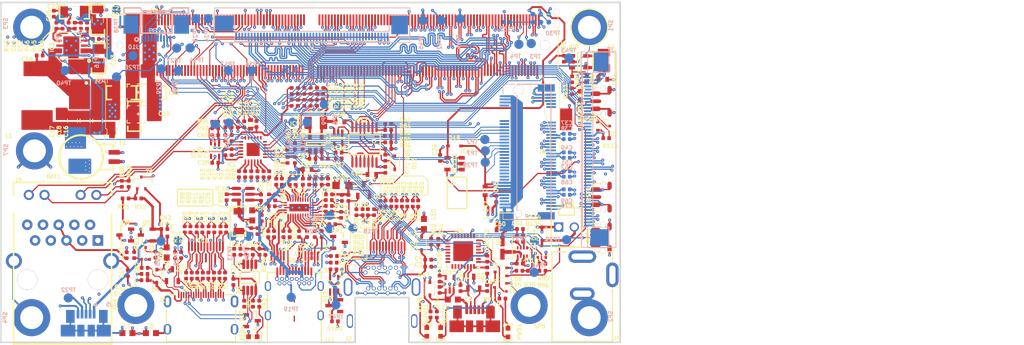
<source format=kicad_pcb>
(kicad_pcb (version 20171130) (host pcbnew 5.1.9+dfsg1-1~bpo10+1)
  (layers (0 F.Cu signal) (1 In1.Cu signal) (2 In2.Cu signal) (3 In3.Cu signal) (4 In4.Cu signal) (5 In5.Cu signal) (6 In6.Cu signal) (31 B.Cu signal) (34 B.Paste user) (35 F.Paste user) (36 B.SilkS user) (37 F.SilkS user) (38 B.Mask user) (39 F.Mask user) (44 Edge.Cuts user))
  (net 0 "")
  (net 1 3V3_FFC1)
  (net 2 VIN)
  (net 3 5V0_SYS)
  (net 4 3V3_SYS)
  (net 5 HDMI_SHIELD)
  (net 6 GND)
  (net 7 HDMI_PWR)
  (net 8 5V0_DBG)
  (net 9 USBC_VBUS)
  (net 10 1V8_DBG)
  (net 11 1V8_SYS)
  (net 12 3V3_FFC2)
  (net 13 DP_PWR)
  (net 14 "Net-(C1-Pad2)")
  (net 15 "Net-(C3-Pad2)")
  (net 16 "Net-(C13-Pad1)")
  (net 17 "Net-(C19-Pad1)")
  (net 18 "Net-(C19-Pad2)")
  (net 19 "Net-(C24-Pad1)")
  (net 20 "Net-(C25-Pad2)")
  (net 21 "Net-(C30-Pad2)")
  (net 22 "Net-(C31-Pad2)")
  (net 23 "Net-(C61-Pad1)")
  (net 24 "Net-(C62-Pad2)")
  (net 25 "Net-(D12-Pad1)")
  (net 26 "Net-(D14-PadA)")
  (net 27 "Net-(IC1-Pad24)")
  (net 28 "Net-(IC1-Pad20)")
  (net 29 "Net-(IC1-Pad19)")
  (net 30 "Net-(IC1-Pad17)")
  (net 31 "Net-(IC1-Pad16)")
  (net 32 "Net-(IC1-Pad15)")
  (net 33 "Net-(IC1-Pad14)")
  (net 34 "Net-(IC1-Pad13)")
  (net 35 "Net-(IC1-Pad12)")
  (net 36 "Net-(IC1-Pad11)")
  (net 37 "Net-(IC1-Pad10)")
  (net 38 "Net-(IC1-Pad8)")
  (net 39 "Net-(IC1-Pad7)")
  (net 40 "Net-(IC1-Pad6)")
  (net 41 "Net-(IC1-Pad5)")
  (net 42 "Net-(IC1-Pad4)")
  (net 43 "Net-(IC1-Pad3)")
  (net 44 "Net-(IC1-Pad2)")
  (net 45 "Net-(IC1-Pad1)")
  (net 46 "Net-(IC3-Pad3)")
  (net 47 "Net-(IC3-Pad5)")
  (net 48 "Net-(IC3-Pad6)")
  (net 49 "Net-(IC4-Pad3)")
  (net 50 "Net-(IC5-Pad2)")
  (net 51 "Net-(IC5-Pad3)")
  (net 52 "Net-(IC5-Pad6)")
  (net 53 "Net-(IC5-Pad7)")
  (net 54 "Net-(IC5-Pad8)")
  (net 55 "Net-(IC5-Pad9)")
  (net 56 "Net-(IC5-Pad10)")
  (net 57 "Net-(IC5-Pad11)")
  (net 58 "Net-(IC5-Pad18)")
  (net 59 "Net-(IC5-Pad21)")
  (net 60 "Net-(IC5-Pad22)")
  (net 61 "Net-(IC5-Pad27)")
  (net 62 "Net-(IC5-Pad28)")
  (net 63 "Net-(IC5-Pad30)")
  (net 64 "Net-(IC5-Pad31)")
  (net 65 "Net-(IC5-Pad32)")
  (net 66 "Net-(IC6-Pad2)")
  (net 67 "Net-(IC6-Pad3)")
  (net 68 "Net-(IC7-Pad3)")
  (net 69 "Net-(IC7-Pad4)")
  (net 70 "Net-(IC7-Pad5)")
  (net 71 "Net-(IC7-Pad11)")
  (net 72 "Net-(IC7-Pad29)")
  (net 73 "Net-(IC8-Pad6)")
  (net 74 "Net-(IC8-Pad3)")
  (net 75 "Net-(IC9-Pad3)")
  (net 76 "Net-(IC9-Pad6)")
  (net 77 "Net-(IC10-Pad8)")
  (net 78 "Net-(IC10-Pad6)")
  (net 79 "Net-(IC10-Pad1)")
  (net 80 "Net-(IC12-Pad8)")
  (net 81 "Net-(IC12-Pad10)")
  (net 82 "Net-(IC12-Pad2)")
  (net 83 "Net-(IC16-Pad3)")
  (net 84 "Net-(IC16-Pad5)")
  (net 85 "Net-(IC16-Pad4)")
  (net 86 "Net-(J1-Pad17)")
  (net 87 "Net-(J1-Pad13)")
  (net 88 "Net-(J3-Pad11)")
  (net 89 "Net-(J3-Pad13)")
  (net 90 "Net-(J5-Pad4)")
  (net 91 "Net-(J6-Pad38)")
  (net 92 "Net-(J6-Pad37)")
  (net 93 "Net-(J6-Pad35)")
  (net 94 "Net-(J6-Pad16)")
  (net 95 "Net-(J6-Pad14)")
  (net 96 "Net-(J6-Pad13)")
  (net 97 "Net-(J7-Pad46)")
  (net 98 "Net-(J7-Pad45)")
  (net 99 "Net-(J7-Pad44)")
  (net 100 "Net-(J7-Pad43)")
  (net 101 "Net-(J7-Pad38)")
  (net 102 "Net-(J7-Pad37)")
  (net 103 "Net-(J7-Pad36)")
  (net 104 "Net-(J7-Pad35)")
  (net 105 "Net-(J7-Pad33)")
  (net 106 "Net-(J7-Pad31)")
  (net 107 "Net-(J7-Pad17)")
  (net 108 "Net-(J7-Pad16)")
  (net 109 "Net-(J7-Pad14)")
  (net 110 "Net-(J7-Pad13)")
  (net 111 "Net-(J8-Pad68)")
  (net 112 "Net-(J8-Pad58)")
  (net 113 "Net-(J8-Pad56)")
  (net 114 "Net-(J8-Pad48)")
  (net 115 "Net-(J8-Pad46)")
  (net 116 "Net-(J8-Pad42)")
  (net 117 "Net-(J8-Pad40)")
  (net 118 "Net-(J8-Pad38)")
  (net 119 "Net-(J8-Pad36)")
  (net 120 "Net-(J8-Pad34)")
  (net 121 "Net-(J8-Pad32)")
  (net 122 "Net-(J8-Pad30)")
  (net 123 "Net-(J8-Pad28)")
  (net 124 "Net-(J8-Pad26)")
  (net 125 "Net-(J8-Pad24)")
  (net 126 "Net-(J8-Pad22)")
  (net 127 "Net-(J8-Pad20)")
  (net 128 "Net-(J8-Pad10)")
  (net 129 "Net-(J8-Pad8)")
  (net 130 "Net-(J8-Pad6)")
  (net 131 "Net-(J8-Pad69)")
  (net 132 "Net-(J8-Pad67)")
  (net 133 "Net-(J9-Pad4)")
  (net 134 "Net-(J9-Pad1)")
  (net 135 "Net-(J11-PadB8)")
  (net 136 "Net-(J11-PadA8)")
  (net 137 "Net-(LED1-PadA)")
  (net 138 "Net-(M1-Pad9)")
  (net 139 "Net-(M1-Pad11)")
  (net 140 "Net-(M1-Pad143)")
  (net 141 "Net-(M1-Pad122)")
  (net 142 "Net-(M1-Pad120)")
  (net 143 "Net-(M1-Pad118)")
  (net 144 "Net-(M1-Pad116)")
  (net 145 "Net-(M1-Pad112)")
  (net 146 "Net-(M1-Pad110)")
  (net 147 "Net-(M1-Pad108)")
  (net 148 "Net-(M1-Pad105)")
  (net 149 "Net-(M1-Pad106)")
  (net 150 "Net-(M1-Pad103)")
  (net 151 "Net-(M1-Pad104)")
  (net 152 "Net-(M1-Pad101)")
  (net 153 "Net-(M1-Pad99)")
  (net 154 "Net-(M1-Pad97)")
  (net 155 "Net-(M1-Pad95)")
  (net 156 "Net-(M1-Pad93)")
  (net 157 "Net-(M1-Pad91)")
  (net 158 "Net-(M1-Pad89)")
  (net 159 "Net-(M1-Pad145)")
  (net 160 "Net-(M1-Pad189)")
  (net 161 "Net-(M1-Pad191)")
  (net 162 "Net-(M1-Pad193)")
  (net 163 "Net-(M1-Pad195)")
  (net 164 "Net-(M1-Pad197)")
  (net 165 "Net-(M1-Pad199)")
  (net 166 "Net-(M1-Pad203)")
  (net 167 "Net-(M1-Pad206)")
  (net 168 "Net-(M1-Pad205)")
  (net 169 "Net-(M1-Pad207)")
  (net 170 "Net-(M1-Pad210)")
  (net 171 "Net-(M1-Pad209)")
  (net 172 "Net-(M1-Pad218)")
  (net 173 "Net-(M1-Pad220)")
  (net 174 "Net-(M1-Pad219)")
  (net 175 "Net-(M1-Pad222)")
  (net 176 "Net-(M1-Pad221)")
  (net 177 "Net-(M1-Pad224)")
  (net 178 "Net-(M1-Pad223)")
  (net 179 "Net-(M1-Pad226)")
  (net 180 "Net-(M1-Pad225)")
  (net 181 "Net-(M1-Pad227)")
  (net 182 "Net-(M1-Pad229)")
  (net 183 "Net-(M1-Pad232)")
  (net 184 "Net-(M1-Pad234)")
  (net 185 "Net-(Q1-Pad3)")
  (net 186 "Net-(BOOT1-PadA)")
  (net 187 "Net-(R18-Pad1)")
  (net 188 "Net-(R27-Pad1)")
  (net 189 "Net-(R45-Pad1)")
  (net 190 "Net-(R82-Pad2)")
  (net 191 "Net-(R95-Pad1)")
  (net 192 "Net-(PWR1-PadA)")
  (net 193 "Net-(R111-Pad1)")
  (net 194 "Net-(NVME1-PadA)")
  (net 195 "Net-(BOOT1-PadK)")
  (net 196 "Net-(PWR1-PadK)")
  (net 197 "Net-(T5-Pad3)")
  (net 198 "Net-(C64-Pad2)")
  (net 199 EGND)
  (net 200 "Net-(R132-Pad2)")
  (net 201 "Net-(M1-Pad127)")
  (net 202 /SoM/PMIC_BBAT)
  (net 203 /Display/EDP2_TX_P)
  (net 204 /Display/ML_C_LANE2_P)
  (net 205 /Display/EDP2_TX_N)
  (net 206 /Display/ML_C_LANE2_N)
  (net 207 /Display/EDP3_TX_P)
  (net 208 /Display/ML_C_LANE3_P)
  (net 209 /Display/EDP3_TX_N)
  (net 210 /Display/ML_C_LANE3_N)
  (net 211 /USB/DBG_USB_D_P)
  (net 212 /USB/DBG_USB_D_N)
  (net 213 /Interfaces/C_PCIE0_TX0_P)
  (net 214 /Interfaces/C_PCIE0_TX0_N)
  (net 215 /Display/EDP0_TX_P)
  (net 216 /Display/ML_C_LANE0_P)
  (net 217 /Display/EDP0_TX_N)
  (net 218 /Display/ML_C_LANE0_N)
  (net 219 /Supply/\~PWR_SET~)
  (net 220 /Display/EDP1_TX_P)
  (net 221 /Display/ML_C_LANE1_P)
  (net 222 /Display/EDP1_TX_N)
  (net 223 /Display/ML_C_LANE1_N)
  (net 224 /Display/EDP_AUX_P)
  (net 225 /Display/EDP_AUX_N)
  (net 226 /USB/C_USBSS_TX1_N)
  (net 227 /USB/USBSS_TX1_N)
  (net 228 /Interfaces/C_PCIE0_TX1_P)
  (net 229 /USB/C_USBSS_TX1_P)
  (net 230 /USB/USBSS_TX1_P)
  (net 231 /Interfaces/C_PCIE0_TX1_N)
  (net 232 /Interfaces/C_PCIE0_TX2_P)
  (net 233 /USB/C_USBSS_TX2_N)
  (net 234 /USB/USBSS_TX2_N)
  (net 235 /USB/C_USBSS_TX2_P)
  (net 236 /USB/USBSS_TX2_P)
  (net 237 /Supply/QDEL)
  (net 238 /Interfaces/C_PCIE0_TX2_N)
  (net 239 /Interfaces/C_PCIE0_TX3_P)
  (net 240 /Interfaces/C_PCIE0_TX3_N)
  (net 241 /Display/TMDS_D2_P)
  (net 242 /Display/TMDS_C1_D2_P)
  (net 243 /Display/TMDS_D2_N)
  (net 244 /Display/TMDS_C1_D2_N)
  (net 245 /Display/TMDS_D1_P)
  (net 246 /Display/TMDS_C1_D1_P)
  (net 247 /Display/TMDS_D0_P)
  (net 248 /Display/TMDS_C1_D0_P)
  (net 249 /Display/TMDS_D1_N)
  (net 250 /Display/TMDS_C1_D1_N)
  (net 251 /Display/TMDS_CLK_P)
  (net 252 /Display/TMDS_C1_CLK_P)
  (net 253 /Display/TMDS_D0_N)
  (net 254 /Display/TMDS_C1_D0_N)
  (net 255 /Display/TMDS_CLK_N)
  (net 256 /Display/TMDS_C1_CLK_N)
  (net 257 /USB/C_CC1)
  (net 258 /USB/C_CC2)
  (net 259 /USB/C_USBSS_RX1_N)
  (net 260 /USB/C_USBSS_RX1_P)
  (net 261 /USB/C_USBSS_RX2_N)
  (net 262 /USB/C_USBSS_RX2_P)
  (net 263 /Display/TMDS_SCL_5V0)
  (net 264 /Display/TMDS_SDA_5V0)
  (net 265 /Display/TMDS_CEC_IN)
  (net 266 /Display/TMDS_HPD_IN)
  (net 267 /Display/DP_HPD_IN)
  (net 268 /Supply/Q)
  (net 269 "/ID Serial/EEPROM_PWR")
  (net 270 /USB/USBC_ID)
  (net 271 /USB/USBC_SCL)
  (net 272 /USB/USBC_SDA)
  (net 273 /USB/USBC_FAULT)
  (net 274 /USB/USBC_INTN)
  (net 275 /USB/USBC_ADDR)
  (net 276 /USB/EN_MUX)
  (net 277 /USB/CC1)
  (net 278 /USB/CC2)
  (net 279 /USB/C_USBSS_RX6_P)
  (net 280 /USB/C_USBSS_RX6_N)
  (net 281 /USB/C_USBSS_TX6_P)
  (net 282 /USB/C_USBSS_TX6_N)
  (net 283 /USB/USBSS_RX2_P)
  (net 284 /USB/USBSS_RX2_N)
  (net 285 /USB/USBSS_RX1_N)
  (net 286 /USB/USBSS_RX1_P)
  (net 287 /Display/DP_HPD)
  (net 288 "/ID Serial/SN_WP")
  (net 289 /Display/TMDS_CLK_C_P)
  (net 290 /Display/TMDS_CLK_C_N)
  (net 291 /Display/TMDS_D1_C_P)
  (net 292 /Display/TMDS_D1_C_N)
  (net 293 /Display/TMDS_D2_C_P)
  (net 294 /Display/TMDS_D2_C_N)
  (net 295 /Display/TMDS_D0_C_P)
  (net 296 /Display/TMDS_D0_C_N)
  (net 297 /Display/DP_MODE)
  (net 298 /Display/DP_CEC)
  (net 299 /CSI/CAM1_SDA)
  (net 300 /CSI/CAM0_SCL)
  (net 301 /CSI/CSI_E_CLK_P)
  (net 302 /CSI/CAM1_SCL)
  (net 303 /CSI/CAM0_SDA)
  (net 304 /CSI/CSI_E_D1_P)
  (net 305 /CSI/CSI_F_D0_N)
  (net 306 /CSI/CSI_F_D1_P)
  (net 307 /CSI/CSI_F_D1_N)
  (net 308 /CSI/CSI_G_CLK_P)
  (net 309 /CSI/CSI_G_CLK_N)
  (net 310 /CSI/CSI_G_D0_P)
  (net 311 /CSI/CSI_G_D0_N)
  (net 312 /CSI/CSI_G_D1_P)
  (net 313 /CSI/CSI_G_D1_N)
  (net 314 /CSI/CSI_F_D0_P)
  (net 315 /CSI/CSI_E_D1_N)
  (net 316 /CSI/CSI_E_D0_N)
  (net 317 /CSI/CSI_E_D0_P)
  (net 318 /CSI/CSI_E_CLK_N)
  (net 319 /CSI/CSI_D_D1_N)
  (net 320 /CSI/CSI_D_D1_P)
  (net 321 /CSI/CSI_C_D1_N)
  (net 322 /CSI/CSI_C_D1_P)
  (net 323 /CSI/CSI_D_D0_N)
  (net 324 /CSI/CSI_D_D0_P)
  (net 325 /CSI/CSI_C_D0_N)
  (net 326 /CSI/CSI_C_D0_P)
  (net 327 /CSI/CSI_C_CLK_N)
  (net 328 /CSI/CSI_C_CLK_P)
  (net 329 /CSI/CSI_B_D1_N)
  (net 330 /CSI/CSI_B_D1_P)
  (net 331 /CSI/CSI_B_D0_N)
  (net 332 /CSI/CSI_B_D0_P)
  (net 333 /CSI/CAM3_SDA)
  (net 334 /CSI/CAM3_SCL)
  (net 335 /CSI/CAM2_SDA)
  (net 336 /CSI/CAM2_SCL)
  (net 337 /CSI/CSI_A_CLK_P)
  (net 338 /CSI/CSI_A_CLK_N)
  (net 339 /CSI/CSI_A_D0_P)
  (net 340 /CSI/CSI_A_D0_N)
  (net 341 /CSI/CSI_A_D1_P)
  (net 342 /CSI/CSI_A_D1_N)
  (net 343 /CSI/CSI_F_CLK_P)
  (net 344 /CSI/CSI_F_CLK_N)
  (net 345 /SoM/USR_LED)
  (net 346 /CSI/CAM_I2C_SDA)
  (net 347 /CSI/CAM_I2C_SCL)
  (net 348 /SoM/USR_BUTTON)
  (net 349 /Display/TMDS_CEC)
  (net 350 /Display/TMDS_SDA)
  (net 351 /Display/TMDS_SCL)
  (net 352 /SoM/USB2_D_N)
  (net 353 /SoM/BT_M2_WAKE_AP)
  (net 354 /SoM/USB2_D_P)
  (net 355 /SoM/BT_M2_EN)
  (net 356 /Display/EDP_C_AUX_C_P)
  (net 357 /Display/EDP_C_AUX_C_N)
  (net 358 "Net-(J6-Pad1)")
  (net 359 "Net-(J6-Pad2)")
  (net 360 "Net-(J6-Pad3)")
  (net 361 "Net-(J6-Pad4)")
  (net 362 "Net-(J6-Pad17)")
  (net 363 "Net-(J6-Pad31)")
  (net 364 "Net-(J6-Pad33)")
  (net 365 "Net-(J6-Pad36)")
  (net 366 "Net-(J6-Pad43)")
  (net 367 "Net-(J6-Pad44)")
  (net 368 "Net-(J6-Pad45)")
  (net 369 "Net-(J6-Pad46)")
  (net 370 "Net-(R72-Pad2)")
  (net 371 OTG_USB_VBUS)
  (net 372 M2_ALERT)
  (net 373 PEX_L0_RST_N)
  (net 374 PEX_L0_CLKREQ_N)
  (net 375 \PEWAKE_3V3)
  (net 376 GEN0_SDA)
  (net 377 GEN0_SCL)
  (net 378 PWR_EN)
  (net 379 "#RESET")
  (net 380 "#SHUTDOWN_REQ")
  (net 381 "#PWR_BUTTON")
  (net 382 TMDS_HPD)
  (net 383 OTG_USB_D_P)
  (net 384 OTG_USB_D_N)
  (net 385 USB1_D_P)
  (net 386 USB1_D_N)
  (net 387 VDD_MOD)
  (net 388 PCIE0_TX0_P)
  (net 389 PCIE0_TX0_N)
  (net 390 PCIE0_TX1_P)
  (net 391 PCIE0_TX1_N)
  (net 392 PCIE0_TX2_P)
  (net 393 PCIE0_TX2_N)
  (net 394 PCIE0_TX3_P)
  (net 395 PCIE0_TX3_N)
  (net 396 PCIE0_RX3_N)
  (net 397 PCIE0_RX3_P)
  (net 398 PCIE0_RX2_N)
  (net 399 PCIE0_RX2_P)
  (net 400 PCIE0_RX1_N)
  (net 401 PCIE0_RX1_P)
  (net 402 PCIE0_RX0_N)
  (net 403 PCIE0_RX0_P)
  (net 404 PCIE0_CLK_N)
  (net 405 PCIE0_CLK_P)
  (net 406 PCIE1_RX0_N)
  (net 407 PCIE1_RX0_P)
  (net 408 PCIE1_CLKREQ)
  (net 409 PCIE1_RST)
  (net 410 PCIE1_CLK_N)
  (net 411 PCIE1_CLK_P)
  (net 412 PCIE1_TX0_N)
  (net 413 PCIE1_TX0_P)
  (net 414 USBSS_TX6_P)
  (net 415 USBSS_TX6_N)
  (net 416 USBSS_RX6_P)
  (net 417 USBSS_RX6_N)
  (net 418 ENET_TRD0_N)
  (net 419 ENET_TRD0_P)
  (net 420 ENET_TRD1_N)
  (net 421 ENET_TRD1_P)
  (net 422 ENET_LED1)
  (net 423 ENET_LED0)
  (net 424 ENET_TRD3_N)
  (net 425 ENET_TRD3_P)
  (net 426 ENET_TRD2_P)
  (net 427 ENET_TRD2_N)
  (net 428 UART1_RX)
  (net 429 UART1_TX)
  (net 430 VSYNC_CAM1_1)
  (net 431 VSYNC_CAM1_2)
  (net 432 VSYNC_CAM2_2)
  (net 433 VSYNC_CAM2_1)
  (net 434 "#MOD_SLEEP")
  (net 435 ~SD_VCC_EN~)
  (net 436 W_DISABLE1_CTRL)
  (net 437 PWR_GOOD)
  (net 438 "#RECOVERY")
  (module jetson-nano-baseboard-footprints:0402-res (layer F.Cu) (at 158.9788 113.62461)
    (fp_text reference R135 (at 2.1762 -2.90461) (layer F.SilkS) (effects (font (size 0.65 0.65))))
    (fp_text value R_53k6_0402)
    (pad 1 smd roundrect (at -0.485 0) (size 0.59 0.64) (layers F.Cu F.Paste F.Mask) (net 6 GND))
    (pad 2 smd roundrect (at 0.485 0) (size 0.59 0.64) (layers F.Cu F.Paste F.Mask) (net 23 "Net-(C61-Pad1)"))
  )
  (module jetson-nano-baseboard-footprints:0402-res (layer F.Cu) (at 158.9788 112.58321)
    (fp_text reference R134 (at 2.1662 -2.92821) (layer F.SilkS) (effects (font (size 0.65 0.65))))
    (fp_text value R_243k_0402)
    (pad 1 smd roundrect (at -0.485 0) (size 0.59 0.64) (layers F.Cu F.Paste F.Mask) (net 4 3V3_SYS))
    (pad 2 smd roundrect (at 0.485 0) (size 0.59 0.64) (layers F.Cu F.Paste F.Mask) (net 23 "Net-(C61-Pad1)"))
  )
  (module jetson-nano-baseboard-footprints:0402-res (layer B.Cu) (at 156.924 78.062)
    (fp_text reference R132 (at 0 1.17) (layer B.SilkS) (effects (font (size 0.65 0.65)) (justify mirror)))
    (fp_text value R_0R_0402)
    (pad 1 smd roundrect (at -0.485 0) (size 0.59 0.64) (layers B.Cu B.Paste B.Mask) (net 288 "/ID Serial/SN_WP"))
    (pad 2 smd roundrect (at 0.485 0) (size 0.59 0.64) (layers B.Cu B.Paste B.Mask) (net 200 "Net-(R132-Pad2)"))
  )
  (module jetson-nano-baseboard-footprints:0402-res (layer F.Cu) (at 117.77655 115.2611 270)
    (fp_text reference R131 (at 2.0589 0.22655 90) (layer F.SilkS) (effects (font (size 0.65 0.65))))
    (fp_text value R_10k_0402)
    (pad 1 smd roundrect (at -0.485 0 270) (size 0.59 0.64) (layers F.Cu F.Paste F.Mask) (net 6 GND))
    (pad 2 smd roundrect (at 0.485 0 270) (size 0.59 0.64) (layers F.Cu F.Paste F.Mask) (net 9 USBC_VBUS))
  )
  (module jetson-nano-baseboard-footprints:0402-res (layer F.Cu) (at 129.6418 99.19741)
    (fp_text reference R130 (at -0.0268 -0.74741) (layer F.SilkS) (effects (font (size 0.65 0.65))))
    (fp_text value R_0R_0402)
    (pad 1 smd roundrect (at -0.485 0) (size 0.59 0.64) (layers F.Cu F.Paste F.Mask) (net 378 PWR_EN))
    (pad 2 smd roundrect (at 0.485 0) (size 0.59 0.64) (layers F.Cu F.Paste F.Mask) (net 80 "Net-(IC12-Pad8)"))
  )
  (module jetson-nano-baseboard-footprints:0402-res (layer F.Cu) (at 144.504 125.39601 90)
    (fp_text reference R128 (at 1.57101 -1.679 90) (layer F.SilkS) (effects (font (size 0.65 0.65))))
    (fp_text value R_220R_0402)
    (pad 1 smd roundrect (at -0.485 0 90) (size 0.59 0.64) (layers F.Cu F.Paste F.Mask) (net 194 "Net-(NVME1-PadA)"))
    (pad 2 smd roundrect (at 0.485 0 90) (size 0.59 0.64) (layers F.Cu F.Paste F.Mask) (net 4 3V3_SYS))
  )
  (module jetson-nano-baseboard-footprints:0402-res (layer F.Cu) (at 114.351 94.62541 270)
    (fp_text reference R116 (at -2.59 -0.27 90) (layer F.SilkS) (effects (font (size 0.65 0.65))))
    (fp_text value R_10k_0402)
    (pad 1 smd roundrect (at -0.485 0 270) (size 0.59 0.64) (layers F.Cu F.Paste F.Mask) (net 373 PEX_L0_RST_N))
    (pad 2 smd roundrect (at 0.485 0 270) (size 0.59 0.64) (layers F.Cu F.Paste F.Mask) (net 4 3V3_SYS))
  )
  (module jetson-nano-baseboard-footprints:0402-res (layer F.Cu) (at 113.335 94.62541 270)
    (fp_text reference R115 (at -2.59 -0.27 90) (layer F.SilkS) (effects (font (size 0.65 0.65))))
    (fp_text value R_10k_0402)
    (pad 1 smd roundrect (at -0.485 0 270) (size 0.59 0.64) (layers F.Cu F.Paste F.Mask) (net 374 PEX_L0_CLKREQ_N))
    (pad 2 smd roundrect (at 0.485 0 270) (size 0.59 0.64) (layers F.Cu F.Paste F.Mask) (net 4 3V3_SYS))
  )
  (module jetson-nano-baseboard-footprints:0402-res (layer F.Cu) (at 116.3322 94.57461 270)
    (fp_text reference R114 (at -2.51461 -0.2778 90) (layer F.SilkS) (effects (font (size 0.65 0.65))))
    (fp_text value R_10k_0402)
    (pad 1 smd roundrect (at -0.485 0 270) (size 0.59 0.64) (layers F.Cu F.Paste F.Mask) (net 372 M2_ALERT))
    (pad 2 smd roundrect (at 0.485 0 270) (size 0.59 0.64) (layers F.Cu F.Paste F.Mask) (net 11 1V8_SYS))
  )
  (module jetson-nano-baseboard-footprints:0603-res (layer F.Cu) (at 115.367 94.62541 270)
    (fp_text reference R112 (at -2.59541 -0.263 90) (layer F.SilkS) (effects (font (size 0.65 0.65))))
    (fp_text value R_110k_0603)
    (pad 2 smd rect (at 0.7 0 270) (size 0.6 0.8) (layers F.Cu F.Paste F.Mask) (net 11 1V8_SYS))
    (pad 1 smd rect (at -0.7 0 270) (size 0.6 0.8) (layers F.Cu F.Paste F.Mask) (net 348 /SoM/USR_BUTTON))
  )
  (module jetson-nano-baseboard-footprints:0402-res (layer F.Cu) (at 167.3862 89.26601 90)
    (fp_text reference R111 (at -0.03399 -1.0662 90) (layer F.SilkS) (effects (font (size 0.65 0.65))))
    (fp_text value R_470R_0402)
    (pad 1 smd roundrect (at -0.485 0 90) (size 0.59 0.64) (layers F.Cu F.Paste F.Mask) (net 193 "Net-(R111-Pad1)"))
    (pad 2 smd roundrect (at 0.485 0 90) (size 0.59 0.64) (layers F.Cu F.Paste F.Mask) (net 3 5V0_SYS))
  )
  (module jetson-nano-baseboard-footprints:0402-res (layer F.Cu) (at 124.511 112.38001 270)
    (fp_text reference R110 (at 1.87499 0.086 180) (layer F.SilkS) (effects (font (size 0.65 0.65))))
    (fp_text value R_0R_0402)
    (pad 1 smd roundrect (at -0.485 0 270) (size 0.59 0.64) (layers F.Cu F.Paste F.Mask) (net 283 /USB/USBSS_RX2_P))
    (pad 2 smd roundrect (at 0.485 0 270) (size 0.59 0.64) (layers F.Cu F.Paste F.Mask) (net 262 /USB/C_USBSS_RX2_P))
  )
  (module jetson-nano-baseboard-footprints:0402-res (layer F.Cu) (at 123.241 112.38001 270)
    (fp_text reference R109 (at -0.21001 0.716 90) (layer F.SilkS) (effects (font (size 0.65 0.65))))
    (fp_text value R_0R_0402)
    (pad 1 smd roundrect (at -0.485 0 270) (size 0.59 0.64) (layers F.Cu F.Paste F.Mask) (net 284 /USB/USBSS_RX2_N))
    (pad 2 smd roundrect (at 0.485 0 270) (size 0.59 0.64) (layers F.Cu F.Paste F.Mask) (net 261 /USB/C_USBSS_RX2_N))
  )
  (module jetson-nano-baseboard-footprints:0402-res (layer F.Cu) (at 119.5326 103.90601 270)
    (fp_text reference R108 (at -2.28601 -0.0274 90) (layer F.SilkS) (effects (font (size 0.65 0.65))))
    (fp_text value R_0R_0402)
    (pad 1 smd roundrect (at -0.485 0 270) (size 0.59 0.64) (layers F.Cu F.Paste F.Mask) (net 417 USBSS_RX6_N))
    (pad 2 smd roundrect (at 0.485 0 270) (size 0.59 0.64) (layers F.Cu F.Paste F.Mask) (net 280 /USB/C_USBSS_RX6_N))
  )
  (module jetson-nano-baseboard-footprints:0402-res (layer F.Cu) (at 120.447 103.89641 270)
    (fp_text reference R107 (at -2.25141 -0.098 90) (layer F.SilkS) (effects (font (size 0.65 0.65))))
    (fp_text value R_0R_0402)
    (pad 1 smd roundrect (at -0.485 0 270) (size 0.59 0.64) (layers F.Cu F.Paste F.Mask) (net 416 USBSS_RX6_P))
    (pad 2 smd roundrect (at 0.485 0 270) (size 0.59 0.64) (layers F.Cu F.Paste F.Mask) (net 279 /USB/C_USBSS_RX6_P))
  )
  (module jetson-nano-baseboard-footprints:0402-res (layer F.Cu) (at 119.177 112.38001 270)
    (fp_text reference R106 (at -2.31001 -1.373 90) (layer F.SilkS) (effects (font (size 0.65 0.65))))
    (fp_text value R_0R_0402)
    (pad 1 smd roundrect (at -0.485 0 270) (size 0.59 0.64) (layers F.Cu F.Paste F.Mask) (net 286 /USB/USBSS_RX1_P))
    (pad 2 smd roundrect (at 0.485 0 270) (size 0.59 0.64) (layers F.Cu F.Paste F.Mask) (net 260 /USB/C_USBSS_RX1_P))
  )
  (module jetson-nano-baseboard-footprints:0402-res (layer F.Cu) (at 121.717 103.92181 270)
    (fp_text reference R105 (at 0.58819 -15.558 90) (layer F.SilkS) (effects (font (size 0.65 0.65))))
    (fp_text value R_0R_0402)
    (pad 1 smd roundrect (at -0.485 0 270) (size 0.59 0.64) (layers F.Cu F.Paste F.Mask) (net 415 USBSS_TX6_N))
    (pad 2 smd roundrect (at 0.485 0 270) (size 0.59 0.64) (layers F.Cu F.Paste F.Mask) (net 282 /USB/C_USBSS_TX6_N))
  )
  (module jetson-nano-baseboard-footprints:0402-res (layer F.Cu) (at 118.2372 112.38001 270)
    (fp_text reference R104 (at -2.31001 -1.2378 90) (layer F.SilkS) (effects (font (size 0.65 0.65))))
    (fp_text value R_0R_0402)
    (pad 1 smd roundrect (at -0.485 0 270) (size 0.59 0.64) (layers F.Cu F.Paste F.Mask) (net 285 /USB/USBSS_RX1_N))
    (pad 2 smd roundrect (at 0.485 0 270) (size 0.59 0.64) (layers F.Cu F.Paste F.Mask) (net 259 /USB/C_USBSS_RX1_N))
  )
  (module jetson-nano-baseboard-footprints:0402-res (layer F.Cu) (at 122.66476 103.91095 270)
    (fp_text reference R103 (at 0.59905 -15.578573 90) (layer F.SilkS) (effects (font (size 0.65 0.65))))
    (fp_text value R_0R_0402)
    (pad 1 smd roundrect (at -0.485 0 270) (size 0.59 0.64) (layers F.Cu F.Paste F.Mask) (net 414 USBSS_TX6_P))
    (pad 2 smd roundrect (at 0.485 0 270) (size 0.59 0.64) (layers F.Cu F.Paste F.Mask) (net 281 /USB/C_USBSS_TX6_P))
  )
  (module jetson-nano-baseboard-footprints:0402-res (layer F.Cu) (at 115.494 111.89741 90)
    (fp_text reference R102 (at -2.14259 0.421 180) (layer F.SilkS) (effects (font (size 0.65 0.65))))
    (fp_text value R_10k_0402)
    (pad 1 smd roundrect (at -0.485 0 90) (size 0.59 0.64) (layers F.Cu F.Paste F.Mask) (net 6 GND))
    (pad 2 smd roundrect (at 0.485 0 90) (size 0.59 0.64) (layers F.Cu F.Paste F.Mask) (net 83 "Net-(IC16-Pad3)"))
  )
  (module jetson-nano-baseboard-footprints:0402-res (layer F.Cu) (at 131.2166 106.53801 90)
    (fp_text reference R101 (at -1.14199 2.1034 180) (layer F.SilkS) (effects (font (size 0.65 0.65))))
    (fp_text value R_100k_0402)
    (pad 1 smd roundrect (at -0.485 0 90) (size 0.59 0.64) (layers F.Cu F.Paste F.Mask) (net 270 /USB/USBC_ID))
    (pad 2 smd roundrect (at 0.485 0 90) (size 0.59 0.64) (layers F.Cu F.Paste F.Mask) (net 3 5V0_SYS))
  )
  (module jetson-nano-baseboard-footprints:0402-res (layer F.Cu) (at 129.0322 126.50241 180)
    (fp_text reference R100 (at 0.0072 -1.16759) (layer F.SilkS) (effects (font (size 0.65 0.65))))
    (fp_text value R_100k_0402)
    (pad 1 smd roundrect (at -0.485 0 180) (size 0.59 0.64) (layers F.Cu F.Paste F.Mask) (net 6 GND))
    (pad 2 smd roundrect (at 0.485 0 180) (size 0.59 0.64) (layers F.Cu F.Paste F.Mask) (net 267 /Display/DP_HPD_IN))
  )
  (module jetson-nano-baseboard-footprints:0402-res (layer F.Cu) (at 113.74775 115.25021 90)
    (fp_text reference R99 (at 8.73521 -8.3565 90) (layer F.SilkS) (effects (font (size 0.65 0.65))))
    (fp_text value R_0R_0402)
    (pad 1 smd roundrect (at -0.485 0 90) (size 0.59 0.64) (layers F.Cu F.Paste F.Mask) (net 67 "Net-(IC6-Pad3)"))
    (pad 2 smd roundrect (at 0.485 0 90) (size 0.59 0.64) (layers F.Cu F.Paste F.Mask) (net 350 /Display/TMDS_SDA))
  )
  (module jetson-nano-baseboard-footprints:0402-res (layer F.Cu) (at 112.7254 115.25021 90)
    (fp_text reference R98 (at 8.73521 -8.3704 90) (layer F.SilkS) (effects (font (size 0.65 0.65))))
    (fp_text value R_0R_0402)
    (pad 1 smd roundrect (at -0.485 0 90) (size 0.59 0.64) (layers F.Cu F.Paste F.Mask) (net 66 "Net-(IC6-Pad2)"))
    (pad 2 smd roundrect (at 0.485 0 90) (size 0.59 0.64) (layers F.Cu F.Paste F.Mask) (net 351 /Display/TMDS_SCL))
  )
  (module jetson-nano-baseboard-footprints:0402-res (layer F.Cu) (at 156.134 122.81941 180)
    (fp_text reference R97 (at 2.154 -0.14559) (layer F.SilkS) (effects (font (size 0.65 0.65))))
    (fp_text value R_470R_0402)
    (pad 1 smd roundrect (at -0.485 0 180) (size 0.59 0.64) (layers F.Cu F.Paste F.Mask) (net 192 "Net-(PWR1-PadA)"))
    (pad 2 smd roundrect (at 0.485 0 180) (size 0.59 0.64) (layers F.Cu F.Paste F.Mask) (net 3 5V0_SYS))
  )
  (module jetson-nano-baseboard-footprints:0402-res (layer F.Cu) (at 162.611 118.32361)
    (fp_text reference R96 (at 0.164 2.36139) (layer F.SilkS) (effects (font (size 0.65 0.65))))
    (fp_text value R_10k_0402)
    (pad 1 smd roundrect (at -0.485 0) (size 0.59 0.64) (layers F.Cu F.Paste F.Mask) (net 191 "Net-(R95-Pad1)"))
    (pad 2 smd roundrect (at 0.485 0) (size 0.59 0.64) (layers F.Cu F.Paste F.Mask) (net 379 "#RESET"))
  )
  (module jetson-nano-baseboard-footprints:0402-res (layer F.Cu) (at 162.611 117.18061)
    (fp_text reference R95 (at 0.184 2.34939) (layer F.SilkS) (effects (font (size 0.65 0.65))))
    (fp_text value R_10k_0402)
    (pad 1 smd roundrect (at -0.485 0) (size 0.59 0.64) (layers F.Cu F.Paste F.Mask) (net 191 "Net-(R95-Pad1)"))
    (pad 2 smd roundrect (at 0.485 0) (size 0.59 0.64) (layers F.Cu F.Paste F.Mask) (net 434 "#MOD_SLEEP"))
  )
  (module jetson-nano-baseboard-footprints:0402-res (layer F.Cu) (at 109.652 94.21901)
    (fp_text reference R94 (at -1.992 -0.04901) (layer F.SilkS) (effects (font (size 0.65 0.65))))
    (fp_text value R_10k_0402)
    (pad 1 smd roundrect (at -0.485 0) (size 0.59 0.64) (layers F.Cu F.Paste F.Mask) (net 49 "Net-(IC4-Pad3)"))
    (pad 2 smd roundrect (at 0.485 0) (size 0.59 0.64) (layers F.Cu F.Paste F.Mask) (net 379 "#RESET"))
  )
  (module jetson-nano-baseboard-footprints:0402-res (layer F.Cu) (at 127.4066 100.18801)
    (fp_text reference R93 (at -0.0666 1.18699) (layer F.SilkS) (effects (font (size 0.65 0.65))))
    (fp_text value R_10k_0402)
    (pad 1 smd roundrect (at -0.485 0) (size 0.59 0.64) (layers F.Cu F.Paste F.Mask) (net 75 "Net-(IC9-Pad3)"))
    (pad 2 smd roundrect (at 0.485 0) (size 0.59 0.64) (layers F.Cu F.Paste F.Mask) (net 379 "#RESET"))
  )
  (module jetson-nano-baseboard-footprints:0402-res (layer F.Cu) (at 109.652 95.26041 180)
    (fp_text reference R92 (at 1.992 -0.00959) (layer F.SilkS) (effects (font (size 0.65 0.65))))
    (fp_text value R_0R_0402)
    (pad 1 smd roundrect (at -0.485 0 180) (size 0.59 0.64) (layers F.Cu F.Paste F.Mask) (net 3 5V0_SYS))
    (pad 2 smd roundrect (at 0.485 0 180) (size 0.59 0.64) (layers F.Cu F.Paste F.Mask) (net 49 "Net-(IC4-Pad3)"))
  )
  (module jetson-nano-baseboard-footprints:0402-res (layer F.Cu) (at 123.83 98.19661 270)
    (fp_text reference R91 (at -2.06161 -0.01 90) (layer F.SilkS) (effects (font (size 0.65 0.65))))
    (fp_text value R_0R_0402)
    (pad 1 smd roundrect (at -0.485 0 270) (size 0.59 0.64) (layers F.Cu F.Paste F.Mask) (net 75 "Net-(IC9-Pad3)"))
    (pad 2 smd roundrect (at 0.485 0 270) (size 0.59 0.64) (layers F.Cu F.Paste F.Mask) (net 3 5V0_SYS))
  )
  (module jetson-nano-baseboard-footprints:0402-res (layer F.Cu) (at 167.4116 87.33561 270)
    (fp_text reference R90 (at -0.03561 -0.9184 90) (layer F.SilkS) (effects (font (size 0.65 0.65))))
    (fp_text value R_10k_0402)
    (pad 1 smd roundrect (at -0.485 0 270) (size 0.59 0.64) (layers F.Cu F.Paste F.Mask) (net 74 "Net-(IC8-Pad3)"))
    (pad 2 smd roundrect (at 0.485 0 270) (size 0.59 0.64) (layers F.Cu F.Paste F.Mask) (net 379 "#RESET"))
  )
  (module jetson-nano-baseboard-footprints:0402-res (layer F.Cu) (at 169.7992 87.33561 270)
    (fp_text reference R89 (at 0.02439 -0.8608 90) (layer F.SilkS) (effects (font (size 0.65 0.65))))
    (fp_text value R_0R_0402)
    (pad 1 smd roundrect (at -0.485 0 270) (size 0.59 0.64) (layers F.Cu F.Paste F.Mask) (net 74 "Net-(IC8-Pad3)"))
    (pad 2 smd roundrect (at 0.485 0 270) (size 0.59 0.64) (layers F.Cu F.Paste F.Mask) (net 3 5V0_SYS))
  )
  (module jetson-nano-baseboard-footprints:0402-res (layer F.Cu) (at 100 115.7 90)
    (fp_text reference R88 (at 0 0.84 90) (layer F.SilkS) (effects (font (size 0.65 0.65))))
    (fp_text value R_2k_0402)
    (pad 1 smd roundrect (at -0.485 0 90) (size 0.59 0.64) (layers F.Cu F.Paste F.Mask) (net 11 1V8_SYS))
    (pad 2 smd roundrect (at 0.485 0 90) (size 0.59 0.64) (layers F.Cu F.Paste F.Mask) (net 382 TMDS_HPD))
  )
  (module jetson-nano-baseboard-footprints:0402-res (layer F.Cu) (at 137.6428 97.54006)
    (fp_text reference R86 (at 2.7672 -0.50006) (layer F.SilkS) (effects (font (size 0.65 0.65))))
    (fp_text value R_200k_0402)
    (pad 1 smd roundrect (at -0.485 0) (size 0.59 0.64) (layers F.Cu F.Paste F.Mask) (net 380 "#SHUTDOWN_REQ"))
    (pad 2 smd roundrect (at 0.485 0) (size 0.59 0.64) (layers F.Cu F.Paste F.Mask) (net 3 5V0_SYS))
  )
  (module jetson-nano-baseboard-footprints:0402-res (layer F.Cu) (at 137.1856 100.03561 270)
    (fp_text reference R85 (at -0.55561 -3.6144 90) (layer F.SilkS) (effects (font (size 0.65 0.65))))
    (fp_text value R_470k_0402)
    (pad 1 smd roundrect (at -0.485 0 270) (size 0.59 0.64) (layers F.Cu F.Paste F.Mask) (net 268 /Supply/Q))
    (pad 2 smd roundrect (at 0.485 0 270) (size 0.59 0.64) (layers F.Cu F.Paste F.Mask) (net 237 /Supply/QDEL))
  )
  (module jetson-nano-baseboard-footprints:0402-res (layer F.Cu) (at 137.6428 95.54616)
    (fp_text reference R84 (at 2.7522 -0.59616) (layer F.SilkS) (effects (font (size 0.65 0.65))))
    (fp_text value R_200k_0402)
    (pad 1 smd roundrect (at -0.485 0) (size 0.59 0.64) (layers F.Cu F.Paste F.Mask) (net 219 /Supply/\~PWR_SET~))
    (pad 2 smd roundrect (at 0.485 0) (size 0.59 0.64) (layers F.Cu F.Paste F.Mask) (net 3 5V0_SYS))
  )
  (module jetson-nano-baseboard-footprints:0402-res (layer F.Cu) (at 96.5456 115.78361 90)
    (fp_text reference R83 (at 1.89361 0.4094 90) (layer F.SilkS) (effects (font (size 0.65 0.65))))
    (fp_text value R_2k_0402)
    (pad 1 smd roundrect (at -0.485 0 90) (size 0.59 0.64) (layers F.Cu F.Paste F.Mask) (net 190 "Net-(R82-Pad2)"))
    (pad 2 smd roundrect (at 0.485 0 90) (size 0.59 0.64) (layers F.Cu F.Paste F.Mask) (net 6 GND))
  )
  (module jetson-nano-baseboard-footprints:0402-res (layer F.Cu) (at 98.2474 117.84101 180)
    (fp_text reference R82 (at 1.1874 0.01601 90) (layer F.SilkS) (effects (font (size 0.65 0.65))))
    (fp_text value R_0R_0402)
    (pad 1 smd roundrect (at -0.485 0 180) (size 0.59 0.64) (layers F.Cu F.Paste F.Mask) (net 266 /Display/TMDS_HPD_IN))
    (pad 2 smd roundrect (at 0.485 0 180) (size 0.59 0.64) (layers F.Cu F.Paste F.Mask) (net 190 "Net-(R82-Pad2)"))
  )
  (module jetson-nano-baseboard-footprints:0402-res (layer F.Cu) (at 115.75 115.25 270)
    (fp_text reference R81 (at -8.735 8.28625 90) (layer F.SilkS) (effects (font (size 0.65 0.65))))
    (fp_text value R_2k_0402)
    (pad 1 smd roundrect (at -0.485 0 270) (size 0.59 0.64) (layers F.Cu F.Paste F.Mask) (net 4 3V3_SYS))
    (pad 2 smd roundrect (at 0.485 0 270) (size 0.59 0.64) (layers F.Cu F.Paste F.Mask) (net 66 "Net-(IC6-Pad2)"))
  )
  (module jetson-nano-baseboard-footprints:0402-res (layer F.Cu) (at 127.1526 91.14561 270)
    (fp_text reference R80 (at 0.01 -6.295 90) (layer F.SilkS) (effects (font (size 0.65 0.65))))
    (fp_text value R_0R_0402)
    (pad 1 smd roundrect (at -0.485 0 270) (size 0.59 0.64) (layers F.Cu F.Paste F.Mask) (net 188 "Net-(R27-Pad1)"))
    (pad 2 smd roundrect (at 0.485 0 270) (size 0.59 0.64) (layers F.Cu F.Paste F.Mask) (net 12 3V3_FFC2))
  )
  (module jetson-nano-baseboard-footprints:0402-res (layer F.Cu) (at 122.0218 91.14561 270)
    (fp_text reference R79 (at 0.01 -6.295 90) (layer F.SilkS) (effects (font (size 0.65 0.65))))
    (fp_text value R_0R_0402)
    (pad 1 smd roundrect (at -0.485 0 270) (size 0.59 0.64) (layers F.Cu F.Paste F.Mask) (net 188 "Net-(R27-Pad1)"))
    (pad 2 smd roundrect (at 0.485 0 270) (size 0.59 0.64) (layers F.Cu F.Paste F.Mask) (net 11 1V8_SYS))
  )
  (module jetson-nano-baseboard-footprints:0402-res (layer F.Cu) (at 127.1526 89.21521 90)
    (fp_text reference R78 (at 0.34 6.265 90) (layer F.SilkS) (effects (font (size 0.65 0.65))))
    (fp_text value R_0R_0402)
    (pad 1 smd roundrect (at -0.485 0 90) (size 0.59 0.64) (layers F.Cu F.Paste F.Mask) (net 187 "Net-(R18-Pad1)"))
    (pad 2 smd roundrect (at 0.485 0 90) (size 0.59 0.64) (layers F.Cu F.Paste F.Mask) (net 1 3V3_FFC1))
  )
  (module jetson-nano-baseboard-footprints:0402-res (layer F.Cu) (at 121.3614 100.39121 90)
    (fp_text reference R77 (at 1.29121 -1.6164 90) (layer F.SilkS) (effects (font (size 0.65 0.65))))
    (fp_text value R_100k_0402)
    (pad 1 smd roundrect (at -0.485 0 90) (size 0.59 0.64) (layers F.Cu F.Paste F.Mask) (net 437 PWR_GOOD))
    (pad 2 smd roundrect (at 0.485 0 90) (size 0.59 0.64) (layers F.Cu F.Paste F.Mask) (net 3 5V0_SYS))
  )
  (module jetson-nano-baseboard-footprints:0402-res (layer F.Cu) (at 160.745 118.32)
    (fp_text reference R76 (at -0.1672 2.29639) (layer F.SilkS) (effects (font (size 0.65 0.65))))
    (fp_text value R_10k_0402)
    (pad 1 smd roundrect (at -0.485 0) (size 0.59 0.64) (layers F.Cu F.Paste F.Mask) (net 79 "Net-(IC10-Pad1)"))
    (pad 2 smd roundrect (at 0.485 0) (size 0.59 0.64) (layers F.Cu F.Paste F.Mask) (net 379 "#RESET"))
  )
  (module jetson-nano-baseboard-footprints:0402-res (layer F.Cu) (at 158.88 118.32 180)
    (fp_text reference R75 (at 0.603 -2.29639) (layer F.SilkS) (effects (font (size 0.65 0.65))))
    (fp_text value R_0R_0402)
    (pad 1 smd roundrect (at -0.485 0 180) (size 0.59 0.64) (layers F.Cu F.Paste F.Mask) (net 79 "Net-(IC10-Pad1)"))
    (pad 2 smd roundrect (at 0.485 0 180) (size 0.59 0.64) (layers F.Cu F.Paste F.Mask) (net 3 5V0_SYS))
  )
  (module jetson-nano-baseboard-footprints:0402-res (layer F.Cu) (at 95.1486 106.61421 180)
    (fp_text reference R73 (at 0.3636 -1.37079) (layer F.SilkS) (effects (font (size 0.65 0.65))))
    (fp_text value R_2k_0402)
    (pad 1 smd roundrect (at -0.485 0 180) (size 0.59 0.64) (layers F.Cu F.Paste F.Mask) (net 370 "Net-(R72-Pad2)"))
    (pad 2 smd roundrect (at 0.485 0 180) (size 0.59 0.64) (layers F.Cu F.Paste F.Mask) (net 6 GND))
  )
  (module jetson-nano-baseboard-footprints:0402-res (layer F.Cu) (at 97.206 106.61421 180)
    (fp_text reference R72 (at -0.354 -1.39579) (layer F.SilkS) (effects (font (size 0.65 0.65))))
    (fp_text value R_10k_0402)
    (pad 1 smd roundrect (at -0.485 0 180) (size 0.59 0.64) (layers F.Cu F.Paste F.Mask) (net 24 "Net-(C62-Pad2)"))
    (pad 2 smd roundrect (at 0.485 0 180) (size 0.59 0.64) (layers F.Cu F.Paste F.Mask) (net 370 "Net-(R72-Pad2)"))
  )
  (module jetson-nano-baseboard-footprints:0402-res (layer F.Cu) (at 101.4224 112.78641 180)
    (fp_text reference R71 (at -0.1876 1.98641) (layer F.SilkS) (effects (font (size 0.65 0.65))))
    (fp_text value R_0R_0402)
    (pad 1 smd roundrect (at -0.485 0 180) (size 0.59 0.64) (layers F.Cu F.Paste F.Mask) (net 3 5V0_SYS))
    (pad 2 smd roundrect (at 0.485 0 180) (size 0.59 0.64) (layers F.Cu F.Paste F.Mask) (net 24 "Net-(C62-Pad2)"))
  )
  (module jetson-nano-baseboard-footprints:0402-res (layer F.Cu) (at 128.05 108.75073 180)
    (fp_text reference R70 (at -4.795 -6.885) (layer F.SilkS) (effects (font (size 0.65 0.65))))
    (fp_text value R_2k_0402)
    (pad 1 smd roundrect (at -0.485 0 180) (size 0.59 0.64) (layers F.Cu F.Paste F.Mask) (net 4 3V3_SYS))
    (pad 2 smd roundrect (at 0.485 0 180) (size 0.59 0.64) (layers F.Cu F.Paste F.Mask) (net 271 /USB/USBC_SCL))
  )
  (module jetson-nano-baseboard-footprints:0402-res (layer F.Cu) (at 130.02598 109.26891 270)
    (fp_text reference R69 (at 0 -0.93402 90) (layer F.SilkS) (effects (font (size 0.65 0.65))))
    (fp_text value R_2k_0402)
    (pad 1 smd roundrect (at -0.485 0 270) (size 0.59 0.64) (layers F.Cu F.Paste F.Mask) (net 4 3V3_SYS))
    (pad 2 smd roundrect (at 0.485 0 270) (size 0.59 0.64) (layers F.Cu F.Paste F.Mask) (net 272 /USB/USBC_SDA))
  )
  (module jetson-nano-baseboard-footprints:0402-res (layer F.Cu) (at 128.05207 107.81842 180)
    (fp_text reference R68 (at -4.795 -6.885) (layer F.SilkS) (effects (font (size 0.65 0.65))))
    (fp_text value R_0R_0402)
    (pad 1 smd roundrect (at -0.485 0 180) (size 0.59 0.64) (layers F.Cu F.Paste F.Mask) (net 276 /USB/EN_MUX))
    (pad 2 smd roundrect (at 0.485 0 180) (size 0.59 0.64) (layers F.Cu F.Paste F.Mask) (net 270 /USB/USBC_ID))
  )
  (module jetson-nano-baseboard-footprints:0402-res (layer F.Cu) (at 128.59923 110.79685)
    (fp_text reference R67 (at 0.82077 0.92315) (layer F.SilkS) (effects (font (size 0.65 0.65))))
    (fp_text value R_200k_0402)
    (pad 1 smd roundrect (at -0.485 0) (size 0.59 0.64) (layers F.Cu F.Paste F.Mask) (net 274 /USB/USBC_INTN))
    (pad 2 smd roundrect (at 0.485 0) (size 0.59 0.64) (layers F.Cu F.Paste F.Mask) (net 3 5V0_SYS))
  )
  (module jetson-nano-baseboard-footprints:0402-res (layer F.Cu) (at 125.88329 103.90601 270)
    (fp_text reference R66 (at 0.913514 -15.265042 90) (layer F.SilkS) (effects (font (size 0.65 0.65))))
    (fp_text value R_0R_0402)
    (pad 1 smd roundrect (at -0.485 0 270) (size 0.59 0.64) (layers F.Cu F.Paste F.Mask) (net 258 /USB/C_CC2))
    (pad 2 smd roundrect (at 0.485 0 270) (size 0.59 0.64) (layers F.Cu F.Paste F.Mask) (net 277 /USB/CC1))
  )
  (module jetson-nano-baseboard-footprints:0402-res (layer F.Cu) (at 127.9146 103.89641 270)
    (fp_text reference R65 (at 0.923114 -15.170398 90) (layer F.SilkS) (effects (font (size 0.65 0.65))))
    (fp_text value R_0R_0402)
    (pad 1 smd roundrect (at -0.485 0 270) (size 0.59 0.64) (layers F.Cu F.Paste F.Mask) (net 258 /USB/C_CC2))
    (pad 2 smd roundrect (at 0.485 0 270) (size 0.59 0.64) (layers F.Cu F.Paste F.Mask) (net 278 /USB/CC2))
  )
  (module jetson-nano-baseboard-footprints:0402-res (layer F.Cu) (at 126.89894 103.90601 90)
    (fp_text reference R64 (at -0.913514 15.217725 90) (layer F.SilkS) (effects (font (size 0.65 0.65))))
    (fp_text value R_0R_0402)
    (pad 1 smd roundrect (at -0.485 0 90) (size 0.59 0.64) (layers F.Cu F.Paste F.Mask) (net 278 /USB/CC2))
    (pad 2 smd roundrect (at 0.485 0 90) (size 0.59 0.64) (layers F.Cu F.Paste F.Mask) (net 257 /USB/C_CC1))
  )
  (module jetson-nano-baseboard-footprints:0402-res (layer F.Cu) (at 124.86764 103.90601 90)
    (fp_text reference R63 (at -0.913514 15.312359 90) (layer F.SilkS) (effects (font (size 0.65 0.65))))
    (fp_text value R_0R_0402)
    (pad 1 smd roundrect (at -0.485 0 90) (size 0.59 0.64) (layers F.Cu F.Paste F.Mask) (net 277 /USB/CC1))
    (pad 2 smd roundrect (at 0.485 0 90) (size 0.59 0.64) (layers F.Cu F.Paste F.Mask) (net 257 /USB/C_CC1))
  )
  (module jetson-nano-baseboard-footprints:0402-res (layer F.Cu) (at 128.05199 106.88612 180)
    (fp_text reference R62 (at -4.795 -6.885) (layer F.SilkS) (effects (font (size 0.65 0.65))))
    (fp_text value R_0R_0402)
    (pad 1 smd roundrect (at -0.485 0 180) (size 0.59 0.64) (layers F.Cu F.Paste F.Mask) (net 6 GND))
    (pad 2 smd roundrect (at 0.485 0 180) (size 0.59 0.64) (layers F.Cu F.Paste F.Mask) (net 72 "Net-(IC7-Pad29)"))
  )
  (module jetson-nano-baseboard-footprints:0402-res (layer F.Cu) (at 121.3106 98.20681 270)
    (fp_text reference R61 (at -2.09681 -0.1794 90) (layer F.SilkS) (effects (font (size 0.65 0.65))))
    (fp_text value R_0R_0402)
    (pad 1 smd roundrect (at -0.485 0 270) (size 0.59 0.64) (layers F.Cu F.Paste F.Mask) (net 334 /CSI/CAM3_SCL))
    (pad 2 smd roundrect (at 0.485 0 270) (size 0.59 0.64) (layers F.Cu F.Paste F.Mask) (net 38 "Net-(IC1-Pad8)"))
  )
  (module jetson-nano-baseboard-footprints:0402-res (layer F.Cu) (at 112.319 96.83521 90)
    (fp_text reference R60 (at 4.20521 -0.109 90) (layer F.SilkS) (effects (font (size 0.65 0.65))))
    (fp_text value R_0R_0402)
    (pad 1 smd roundrect (at -0.485 0 90) (size 0.59 0.64) (layers F.Cu F.Paste F.Mask) (net 29 "Net-(IC1-Pad19)"))
    (pad 2 smd roundrect (at 0.485 0 90) (size 0.59 0.64) (layers F.Cu F.Paste F.Mask) (net 347 /CSI/CAM_I2C_SCL))
  )
  (module jetson-nano-baseboard-footprints:0402-res (layer F.Cu) (at 122.5552 98.20681 270)
    (fp_text reference R59 (at -2.10181 -0.0948 90) (layer F.SilkS) (effects (font (size 0.65 0.65))))
    (fp_text value R_0R_0402)
    (pad 1 smd roundrect (at -0.485 0 270) (size 0.59 0.64) (layers F.Cu F.Paste F.Mask) (net 333 /CSI/CAM3_SDA))
    (pad 2 smd roundrect (at 0.485 0 270) (size 0.59 0.64) (layers F.Cu F.Paste F.Mask) (net 39 "Net-(IC1-Pad7)"))
  )
  (module jetson-nano-baseboard-footprints:0402-res (layer F.Cu) (at 118.39361 102.69871 90)
    (fp_text reference R58 (at -0.01 -5.85 90) (layer F.SilkS) (effects (font (size 0.65 0.65))))
    (fp_text value R_0R_0402)
    (pad 1 smd roundrect (at -0.485 0 90) (size 0.59 0.64) (layers F.Cu F.Paste F.Mask) (net 336 /CSI/CAM2_SCL))
    (pad 2 smd roundrect (at 0.485 0 90) (size 0.59 0.64) (layers F.Cu F.Paste F.Mask) (net 40 "Net-(IC1-Pad6)"))
  )
  (module jetson-nano-baseboard-footprints:0402-res (layer F.Cu) (at 111.303 96.83521 90)
    (fp_text reference R57 (at 4.21521 -0.103 90) (layer F.SilkS) (effects (font (size 0.65 0.65))))
    (fp_text value R_0R_0402)
    (pad 1 smd roundrect (at -0.485 0 90) (size 0.59 0.64) (layers F.Cu F.Paste F.Mask) (net 28 "Net-(IC1-Pad20)"))
    (pad 2 smd roundrect (at 0.485 0 90) (size 0.59 0.64) (layers F.Cu F.Paste F.Mask) (net 346 /CSI/CAM_I2C_SDA))
  )
  (module jetson-nano-baseboard-footprints:0402-res (layer F.Cu) (at 118.8214 107.88421)
    (fp_text reference R56 (at -1.8814 0.24579) (layer F.SilkS) (effects (font (size 0.65 0.65))))
    (fp_text value R_0R_0402)
    (pad 1 smd roundrect (at -0.485 0) (size 0.59 0.64) (layers F.Cu F.Paste F.Mask) (net 6 GND))
    (pad 2 smd roundrect (at 0.485 0) (size 0.59 0.64) (layers F.Cu F.Paste F.Mask) (net 276 /USB/EN_MUX))
  )
  (module jetson-nano-baseboard-footprints:0402-res (layer F.Cu) (at 128.067 105.95381 180)
    (fp_text reference R55 (at -4.795 -6.885) (layer F.SilkS) (effects (font (size 0.65 0.65))))
    (fp_text value R_2k_0402)
    (pad 1 smd roundrect (at -0.485 0 180) (size 0.59 0.64) (layers F.Cu F.Paste F.Mask) (net 3 5V0_SYS))
    (pad 2 smd roundrect (at 0.485 0 180) (size 0.59 0.64) (layers F.Cu F.Paste F.Mask) (net 69 "Net-(IC7-Pad4)"))
  )
  (module jetson-nano-baseboard-footprints:0402-res (layer F.Cu) (at 130.1498 106.53801 270)
    (fp_text reference R54 (at 1.38699 -0.0702 180) (layer F.SilkS) (effects (font (size 0.65 0.65))))
    (fp_text value R_10k_0402)
    (pad 1 smd roundrect (at -0.485 0 270) (size 0.59 0.64) (layers F.Cu F.Paste F.Mask) (net 3 5V0_SYS))
    (pad 2 smd roundrect (at 0.485 0 270) (size 0.59 0.64) (layers F.Cu F.Paste F.Mask) (net 68 "Net-(IC7-Pad3)"))
  )
  (module jetson-nano-baseboard-footprints:0402-res (layer F.Cu) (at 119.3548 106.43641 90)
    (fp_text reference R53 (at 0.52141 1.2602 90) (layer F.SilkS) (effects (font (size 0.65 0.65))))
    (fp_text value R_200k_0402)
    (pad 1 smd roundrect (at -0.485 0 90) (size 0.59 0.64) (layers F.Cu F.Paste F.Mask) (net 71 "Net-(IC7-Pad11)"))
    (pad 2 smd roundrect (at 0.485 0 90) (size 0.59 0.64) (layers F.Cu F.Paste F.Mask) (net 4 3V3_SYS))
  )
  (module jetson-nano-baseboard-footprints:0402-res (layer F.Cu) (at 85.94106 78.66058 270)
    (fp_text reference R52 (at 3.27942 7.80506 90) (layer F.SilkS) (effects (font (size 0.65 0.65))))
    (fp_text value R_10k2_0402)
    (pad 1 smd roundrect (at -0.485 0 270) (size 0.59 0.64) (layers F.Cu F.Paste F.Mask) (net 6 GND))
    (pad 2 smd roundrect (at 0.485 0 270) (size 0.59 0.64) (layers F.Cu F.Paste F.Mask) (net 48 "Net-(IC3-Pad6)"))
  )
  (module jetson-nano-baseboard-footprints:0402-res (layer F.Cu) (at 123.85199 103.90601 90)
    (fp_text reference R51 (at -0.913514 15.359676 90) (layer F.SilkS) (effects (font (size 0.65 0.65))))
    (fp_text value R_909k_0402)
    (pad 1 smd roundrect (at -0.485 0 90) (size 0.59 0.64) (layers F.Cu F.Paste F.Mask) (net 70 "Net-(IC7-Pad5)"))
    (pad 2 smd roundrect (at 0.485 0 90) (size 0.59 0.64) (layers F.Cu F.Paste F.Mask) (net 9 USBC_VBUS))
  )
  (module jetson-nano-baseboard-footprints:0402-res (layer F.Cu) (at 116.51 111.89741 90)
    (fp_text reference R49 (at -0.04259 0.925 90) (layer F.SilkS) (effects (font (size 0.65 0.65))))
    (fp_text value R_0R_0402)
    (pad 1 smd roundrect (at -0.485 0 90) (size 0.59 0.64) (layers F.Cu F.Paste F.Mask) (net 185 "Net-(Q1-Pad3)"))
    (pad 2 smd roundrect (at 0.485 0 90) (size 0.59 0.64) (layers F.Cu F.Paste F.Mask) (net 83 "Net-(IC16-Pad3)"))
  )
  (module jetson-nano-baseboard-footprints:0402-res (layer F.Cu) (at 83.95683 78.66139 270)
    (fp_text reference R48 (at 3.27861 8.03683 90) (layer F.SilkS) (effects (font (size 0.65 0.65))))
    (fp_text value R_16k9_0402)
    (pad 1 smd roundrect (at -0.485 0 270) (size 0.59 0.64) (layers F.Cu F.Paste F.Mask) (net 20 "Net-(C25-Pad2)"))
    (pad 2 smd roundrect (at 0.485 0 270) (size 0.59 0.64) (layers F.Cu F.Paste F.Mask) (net 198 "Net-(C64-Pad2)"))
  )
  (module jetson-nano-baseboard-footprints:0402-res (layer F.Cu) (at 117.1704 109.78921 90)
    (fp_text reference R47 (at 0.11921 1.3246 90) (layer F.SilkS) (effects (font (size 0.65 0.65))))
    (fp_text value R_0R_0402)
    (pad 1 smd roundrect (at -0.485 0 90) (size 0.59 0.64) (layers F.Cu F.Paste F.Mask) (net 83 "Net-(IC16-Pad3)"))
    (pad 2 smd roundrect (at 0.485 0 90) (size 0.59 0.64) (layers F.Cu F.Paste F.Mask) (net 3 5V0_SYS))
  )
  (module jetson-nano-baseboard-footprints:0402-res (layer F.Cu) (at 86.93318 78.66058 90)
    (fp_text reference R46 (at -3.27942 -7.68918 90) (layer F.SilkS) (effects (font (size 0.65 0.65))))
    (fp_text value R_53k6_0402)
    (pad 1 smd roundrect (at -0.485 0 90) (size 0.59 0.64) (layers F.Cu F.Paste F.Mask) (net 48 "Net-(IC3-Pad6)"))
    (pad 2 smd roundrect (at 0.485 0 90) (size 0.59 0.64) (layers F.Cu F.Paste F.Mask) (net 189 "Net-(R45-Pad1)"))
  )
  (module jetson-nano-baseboard-footprints:0402-res (layer F.Cu) (at 87.92529 78.66058 270)
    (fp_text reference R45 (at 3.27942 7.57329 90) (layer F.SilkS) (effects (font (size 0.65 0.65))))
    (fp_text value R_49R9_0402)
    (pad 1 smd roundrect (at -0.485 0 270) (size 0.59 0.64) (layers F.Cu F.Paste F.Mask) (net 189 "Net-(R45-Pad1)"))
    (pad 2 smd roundrect (at 0.485 0 270) (size 0.59 0.64) (layers F.Cu F.Paste F.Mask) (net 3 5V0_SYS))
  )
  (module jetson-nano-baseboard-footprints:0402-res (layer F.Cu) (at 88.91741 78.66058 90)
    (fp_text reference R44 (at -3.27942 -7.45741 90) (layer F.SilkS) (effects (font (size 0.65 0.65))))
    (fp_text value R_243k_0402)
    (pad 1 smd roundrect (at -0.485 0 90) (size 0.59 0.64) (layers F.Cu F.Paste F.Mask) (net 47 "Net-(IC3-Pad5)"))
    (pad 2 smd roundrect (at 0.485 0 90) (size 0.59 0.64) (layers F.Cu F.Paste F.Mask) (net 6 GND))
  )
  (module jetson-nano-baseboard-footprints:0402-res (layer F.Cu) (at 116.7894 123.65761 90)
    (fp_text reference R43 (at -0.04739 0.8056 90) (layer F.SilkS) (effects (font (size 0.65 0.65))))
    (fp_text value R_470R_0402)
    (pad 1 smd roundrect (at -0.485 0 90) (size 0.59 0.64) (layers F.Cu F.Paste F.Mask) (net 137 "Net-(LED1-PadA)"))
    (pad 2 smd roundrect (at 0.485 0 90) (size 0.59 0.64) (layers F.Cu F.Paste F.Mask) (net 3 5V0_SYS))
  )
  (module jetson-nano-baseboard-footprints:0402-res (layer F.Cu) (at 122.5552 100.39121 270)
    (fp_text reference R42 (at -1.28621 1.9602 90) (layer F.SilkS) (effects (font (size 0.65 0.65))))
    (fp_text value R_0R_0402)
    (pad 1 smd roundrect (at -0.485 0 270) (size 0.59 0.64) (layers F.Cu F.Paste F.Mask) (net 3 5V0_SYS))
    (pad 2 smd roundrect (at 0.485 0 270) (size 0.59 0.64) (layers F.Cu F.Paste F.Mask) (net 9 USBC_VBUS))
  )
  (module jetson-nano-baseboard-footprints:0402-res (layer F.Cu) (at 145.7454 113.62461 270)
    (fp_text reference R41 (at -2.04961 -0.4346 90) (layer F.SilkS) (effects (font (size 0.65 0.65))))
    (fp_text value R_22R_0402)
    (pad 1 smd roundrect (at -0.485 0 270) (size 0.59 0.64) (layers F.Cu F.Paste F.Mask) (net 50 "Net-(IC5-Pad2)"))
    (pad 2 smd roundrect (at 0.485 0 270) (size 0.59 0.64) (layers F.Cu F.Paste F.Mask) (net 429 UART1_TX))
  )
  (module jetson-nano-baseboard-footprints:0402-res (layer F.Cu) (at 95.6566 104.25201 270)
    (fp_text reference R40 (at -1.98701 -0.1084 90) (layer F.SilkS) (effects (font (size 0.65 0.65))))
    (fp_text value R_220R_0402)
    (pad 1 smd roundrect (at -0.485 0 270) (size 0.59 0.64) (layers F.Cu F.Paste F.Mask) (net 4 3V3_SYS))
    (pad 2 smd roundrect (at 0.485 0 270) (size 0.59 0.64) (layers F.Cu F.Paste F.Mask) (net 89 "Net-(J3-Pad13)"))
  )
  (module jetson-nano-baseboard-footprints:0402-res (layer F.Cu) (at 111.303 99.12121 90)
    (fp_text reference R39 (at -0.01879 -4.053 90) (layer F.SilkS) (effects (font (size 0.65 0.65))))
    (fp_text value R_0R_0402)
    (pad 1 smd roundrect (at -0.485 0 90) (size 0.59 0.64) (layers F.Cu F.Paste F.Mask) (net 27 "Net-(IC1-Pad24)"))
    (pad 2 smd roundrect (at 0.485 0 90) (size 0.59 0.64) (layers F.Cu F.Paste F.Mask) (net 4 3V3_SYS))
  )
  (module jetson-nano-baseboard-footprints:0402-res (layer F.Cu) (at 94.539 104.25201 90)
    (fp_text reference R38 (at 1.97701 0.026 90) (layer F.SilkS) (effects (font (size 0.65 0.65))))
    (fp_text value R_220R_0402)
    (pad 1 smd roundrect (at -0.485 0 90) (size 0.59 0.64) (layers F.Cu F.Paste F.Mask) (net 88 "Net-(J3-Pad11)"))
    (pad 2 smd roundrect (at 0.485 0 90) (size 0.59 0.64) (layers F.Cu F.Paste F.Mask) (net 4 3V3_SYS))
  )
  (module jetson-nano-baseboard-footprints:0402-res (layer F.Cu) (at 104.1402 115.78361 90)
    (fp_text reference R37 (at 2.87361 0.1198 90) (layer F.SilkS) (effects (font (size 0.65 0.65))))
    (fp_text value R_2k_0402)
    (pad 1 smd roundrect (at -0.485 0 90) (size 0.59 0.64) (layers F.Cu F.Paste F.Mask) (net 265 /Display/TMDS_CEC_IN))
    (pad 2 smd roundrect (at 0.485 0 90) (size 0.59 0.64) (layers F.Cu F.Paste F.Mask) (net 6 GND))
  )
  (module jetson-nano-baseboard-footprints:0402-res (layer F.Cu) (at 112.319 94.62541 270)
    (fp_text reference R35 (at -4.38 0.06 90) (layer F.SilkS) (effects (font (size 0.65 0.65))))
    (fp_text value R_2k_0402)
    (pad 1 smd roundrect (at -0.485 0 270) (size 0.59 0.64) (layers F.Cu F.Paste F.Mask) (net 4 3V3_SYS))
    (pad 2 smd roundrect (at 0.485 0 270) (size 0.59 0.64) (layers F.Cu F.Paste F.Mask) (net 347 /CSI/CAM_I2C_SCL))
  )
  (module jetson-nano-baseboard-footprints:0402-res (layer F.Cu) (at 111.303 94.62541 270)
    (fp_text reference R34 (at -4.38 0.06 90) (layer F.SilkS) (effects (font (size 0.65 0.65))))
    (fp_text value R_2k_0402)
    (pad 1 smd roundrect (at -0.485 0 270) (size 0.59 0.64) (layers F.Cu F.Paste F.Mask) (net 4 3V3_SYS))
    (pad 2 smd roundrect (at 0.485 0 270) (size 0.59 0.64) (layers F.Cu F.Paste F.Mask) (net 346 /CSI/CAM_I2C_SDA))
  )
  (module jetson-nano-baseboard-footprints:0402-res (layer F.Cu) (at 125.0952 91.14561 270)
    (fp_text reference R33 (at 0.01 -6.295 90) (layer F.SilkS) (effects (font (size 0.65 0.65))))
    (fp_text value R_2k_0402)
    (pad 1 smd roundrect (at -0.485 0 270) (size 0.59 0.64) (layers F.Cu F.Paste F.Mask) (net 188 "Net-(R27-Pad1)"))
    (pad 2 smd roundrect (at 0.485 0 270) (size 0.59 0.64) (layers F.Cu F.Paste F.Mask) (net 334 /CSI/CAM3_SCL))
  )
  (module jetson-nano-baseboard-footprints:0402-res (layer F.Cu) (at 128.8798 115.93601)
    (fp_text reference R32 (at 1.6202 0.04399 180) (layer F.SilkS) (effects (font (size 0.65 0.65))))
    (fp_text value R_1M0_0402)
    (pad 1 smd roundrect (at -0.485 0) (size 0.59 0.64) (layers F.Cu F.Paste F.Mask) (net 6 GND))
    (pad 2 smd roundrect (at 0.485 0) (size 0.59 0.64) (layers F.Cu F.Paste F.Mask) (net 298 /Display/DP_CEC))
  )
  (module jetson-nano-baseboard-footprints:0402-res (layer F.Cu) (at 128.85 117)
    (fp_text reference R31 (at 1.625 0.025) (layer F.SilkS) (effects (font (size 0.65 0.65))))
    (fp_text value R_1M0_0402)
    (pad 1 smd roundrect (at -0.485 0) (size 0.59 0.64) (layers F.Cu F.Paste F.Mask) (net 6 GND))
    (pad 2 smd roundrect (at 0.485 0) (size 0.59 0.64) (layers F.Cu F.Paste F.Mask) (net 297 /Display/DP_MODE))
  )
  (module jetson-nano-baseboard-footprints:0402-res (layer F.Cu) (at 132.50835 108.85335 270)
    (fp_text reference R30 (at 1.82643 0.015 90) (layer F.SilkS) (effects (font (size 0.65 0.65))))
    (fp_text value R_100k_0402)
    (pad 1 smd roundrect (at -0.485 0 270) (size 0.59 0.64) (layers F.Cu F.Paste F.Mask) (net 6 GND))
    (pad 2 smd roundrect (at 0.485 0 270) (size 0.59 0.64) (layers F.Cu F.Paste F.Mask) (net 356 /Display/EDP_C_AUX_C_P))
  )
  (module jetson-nano-baseboard-footprints:0402-res (layer F.Cu) (at 126.126 91.14561 270)
    (fp_text reference R29 (at 0.01 -6.295 90) (layer F.SilkS) (effects (font (size 0.65 0.65))))
    (fp_text value R_2k_0402)
    (pad 1 smd roundrect (at -0.485 0 270) (size 0.59 0.64) (layers F.Cu F.Paste F.Mask) (net 188 "Net-(R27-Pad1)"))
    (pad 2 smd roundrect (at 0.485 0 270) (size 0.59 0.64) (layers F.Cu F.Paste F.Mask) (net 333 /CSI/CAM3_SDA))
  )
  (module jetson-nano-baseboard-footprints:0402-res (layer F.Cu) (at 124.0792 91.14561 270)
    (fp_text reference R28 (at 0.01 -6.295 90) (layer F.SilkS) (effects (font (size 0.65 0.65))))
    (fp_text value R_2k_0402)
    (pad 1 smd roundrect (at -0.485 0 270) (size 0.59 0.64) (layers F.Cu F.Paste F.Mask) (net 188 "Net-(R27-Pad1)"))
    (pad 2 smd roundrect (at 0.485 0 270) (size 0.59 0.64) (layers F.Cu F.Paste F.Mask) (net 335 /CSI/CAM2_SDA))
  )
  (module jetson-nano-baseboard-footprints:0402-res (layer F.Cu) (at 123.04796 91.14561 270)
    (fp_text reference R27 (at 0.01 -6.295 90) (layer F.SilkS) (effects (font (size 0.65 0.65))))
    (fp_text value R_2k_0402)
    (pad 1 smd roundrect (at -0.485 0 270) (size 0.59 0.64) (layers F.Cu F.Paste F.Mask) (net 188 "Net-(R27-Pad1)"))
    (pad 2 smd roundrect (at 0.485 0 270) (size 0.59 0.64) (layers F.Cu F.Paste F.Mask) (net 336 /CSI/CAM2_SCL))
  )
  (module jetson-nano-baseboard-footprints:0402-res (layer F.Cu) (at 135.36769 108.83478 90)
    (fp_text reference R26 (at -1.845 0.062309 90) (layer F.SilkS) (effects (font (size 0.65 0.65))))
    (fp_text value R_100k_0402)
    (pad 1 smd roundrect (at -0.485 0 90) (size 0.59 0.64) (layers F.Cu F.Paste F.Mask) (net 357 /Display/EDP_C_AUX_C_N))
    (pad 2 smd roundrect (at 0.485 0 90) (size 0.59 0.64) (layers F.Cu F.Paste F.Mask) (net 13 DP_PWR))
  )
  (module jetson-nano-baseboard-footprints:0402-res (layer F.Cu) (at 123.04796 89.21521 90)
    (fp_text reference R25 (at 0.34 6.265 90) (layer F.SilkS) (effects (font (size 0.65 0.65))))
    (fp_text value R_2k_0402)
    (pad 1 smd roundrect (at -0.485 0 90) (size 0.59 0.64) (layers F.Cu F.Paste F.Mask) (net 187 "Net-(R18-Pad1)"))
    (pad 2 smd roundrect (at 0.485 0 90) (size 0.59 0.64) (layers F.Cu F.Paste F.Mask) (net 303 /CSI/CAM0_SDA))
  )
  (module jetson-nano-baseboard-footprints:0402-res (layer F.Cu) (at 124.07412 89.21521 90)
    (fp_text reference R24 (at 0.34 6.265 90) (layer F.SilkS) (effects (font (size 0.65 0.65))))
    (fp_text value R_2k_0402)
    (pad 1 smd roundrect (at -0.485 0 90) (size 0.59 0.64) (layers F.Cu F.Paste F.Mask) (net 187 "Net-(R18-Pad1)"))
    (pad 2 smd roundrect (at 0.485 0 90) (size 0.59 0.64) (layers F.Cu F.Paste F.Mask) (net 300 /CSI/CAM0_SCL))
  )
  (module jetson-nano-baseboard-footprints:0402-res (layer F.Cu) (at 122.0218 89.21521 90)
    (fp_text reference R23 (at 0.34 6.265 90) (layer F.SilkS) (effects (font (size 0.65 0.65))))
    (fp_text value R_0R_0402)
    (pad 1 smd roundrect (at -0.485 0 90) (size 0.59 0.64) (layers F.Cu F.Paste F.Mask) (net 187 "Net-(R18-Pad1)"))
    (pad 2 smd roundrect (at 0.485 0 90) (size 0.59 0.64) (layers F.Cu F.Paste F.Mask) (net 11 1V8_SYS))
  )
  (module jetson-nano-baseboard-footprints:0402-res (layer F.Cu) (at 125.10028 89.21521 90)
    (fp_text reference R22 (at 0.34 6.265 90) (layer F.SilkS) (effects (font (size 0.65 0.65))))
    (fp_text value R_2k_0402)
    (pad 1 smd roundrect (at -0.485 0 90) (size 0.59 0.64) (layers F.Cu F.Paste F.Mask) (net 187 "Net-(R18-Pad1)"))
    (pad 2 smd roundrect (at 0.485 0 90) (size 0.59 0.64) (layers F.Cu F.Paste F.Mask) (net 299 /CSI/CAM1_SDA))
  )
  (module jetson-nano-baseboard-footprints:0402-res (layer F.Cu) (at 116.49361 102.69871 90)
    (fp_text reference R21 (at -0.01 -5.85 90) (layer F.SilkS) (effects (font (size 0.65 0.65))))
    (fp_text value R_0R_0402)
    (pad 1 smd roundrect (at -0.485 0 90) (size 0.59 0.64) (layers F.Cu F.Paste F.Mask) (net 302 /CSI/CAM1_SCL))
    (pad 2 smd roundrect (at 0.485 0 90) (size 0.59 0.64) (layers F.Cu F.Paste F.Mask) (net 42 "Net-(IC1-Pad4)"))
  )
  (module jetson-nano-baseboard-footprints:0402-res (layer F.Cu) (at 144.6024 113.59921 270)
    (fp_text reference R20 (at -1.98421 -0.4676 90) (layer F.SilkS) (effects (font (size 0.65 0.65))))
    (fp_text value R_22R_0402)
    (pad 1 smd roundrect (at -0.485 0 270) (size 0.59 0.64) (layers F.Cu F.Paste F.Mask) (net 63 "Net-(IC5-Pad30)"))
    (pad 2 smd roundrect (at 0.485 0 270) (size 0.59 0.64) (layers F.Cu F.Paste F.Mask) (net 428 UART1_RX))
  )
  (module jetson-nano-baseboard-footprints:0402-res (layer F.Cu) (at 117.49361 102.69871 90)
    (fp_text reference R19 (at -0.01 -5.85 90) (layer F.SilkS) (effects (font (size 0.65 0.65))))
    (fp_text value R_0R_0402)
    (pad 1 smd roundrect (at -0.485 0 90) (size 0.59 0.64) (layers F.Cu F.Paste F.Mask) (net 335 /CSI/CAM2_SDA))
    (pad 2 smd roundrect (at 0.485 0 90) (size 0.59 0.64) (layers F.Cu F.Paste F.Mask) (net 41 "Net-(IC1-Pad5)"))
  )
  (module jetson-nano-baseboard-footprints:0402-res (layer F.Cu) (at 126.12644 89.21521 90)
    (fp_text reference R18 (at 0.34 6.265 90) (layer F.SilkS) (effects (font (size 0.65 0.65))))
    (fp_text value R_2k_0402)
    (pad 1 smd roundrect (at -0.485 0 90) (size 0.59 0.64) (layers F.Cu F.Paste F.Mask) (net 187 "Net-(R18-Pad1)"))
    (pad 2 smd roundrect (at 0.485 0 90) (size 0.59 0.64) (layers F.Cu F.Paste F.Mask) (net 302 /CSI/CAM1_SCL))
  )
  (module jetson-nano-baseboard-footprints:0402-res (layer F.Cu) (at 115.49361 102.69871 90)
    (fp_text reference R17 (at -0.01 -5.85 90) (layer F.SilkS) (effects (font (size 0.65 0.65))))
    (fp_text value R_0R_0402)
    (pad 1 smd roundrect (at -0.485 0 90) (size 0.59 0.64) (layers F.Cu F.Paste F.Mask) (net 299 /CSI/CAM1_SDA))
    (pad 2 smd roundrect (at 0.485 0 90) (size 0.59 0.64) (layers F.Cu F.Paste F.Mask) (net 43 "Net-(IC1-Pad3)"))
  )
  (module jetson-nano-baseboard-footprints:0402-res (layer F.Cu) (at 114.49361 102.69871 90)
    (fp_text reference R15 (at -0.01 -5.85 90) (layer F.SilkS) (effects (font (size 0.65 0.65))))
    (fp_text value R_0R_0402)
    (pad 1 smd roundrect (at -0.485 0 90) (size 0.59 0.64) (layers F.Cu F.Paste F.Mask) (net 300 /CSI/CAM0_SCL))
    (pad 2 smd roundrect (at 0.485 0 90) (size 0.59 0.64) (layers F.Cu F.Paste F.Mask) (net 44 "Net-(IC1-Pad2)"))
  )
  (module jetson-nano-baseboard-footprints:0402-res (layer F.Cu) (at 145.524 125.40601 90)
    (fp_text reference R14 (at 2.06101 0.071 90) (layer F.SilkS) (effects (font (size 0.65 0.65))))
    (fp_text value R_470R_0402)
    (pad 1 smd roundrect (at -0.485 0 90) (size 0.59 0.64) (layers F.Cu F.Paste F.Mask) (net 186 "Net-(BOOT1-PadA)"))
    (pad 2 smd roundrect (at 0.485 0 90) (size 0.59 0.64) (layers F.Cu F.Paste F.Mask) (net 3 5V0_SYS))
  )
  (module jetson-nano-baseboard-footprints:0402-res (layer F.Cu) (at 113.49361 102.69871 90)
    (fp_text reference R13 (at -0.01 -5.85 90) (layer F.SilkS) (effects (font (size 0.65 0.65))))
    (fp_text value R_0R_0402)
    (pad 1 smd roundrect (at -0.485 0 90) (size 0.59 0.64) (layers F.Cu F.Paste F.Mask) (net 303 /CSI/CAM0_SDA))
    (pad 2 smd roundrect (at 0.485 0 90) (size 0.59 0.64) (layers F.Cu F.Paste F.Mask) (net 45 "Net-(IC1-Pad1)"))
  )
  (module jetson-nano-baseboard-footprints:0402-res (layer F.Cu) (at 103.1496 115.78361 270)
    (fp_text reference R12 (at -2.94361 -0.0304 90) (layer F.SilkS) (effects (font (size 0.65 0.65))))
    (fp_text value R_0R_0402)
    (pad 1 smd roundrect (at -0.485 0 270) (size 0.59 0.64) (layers F.Cu F.Paste F.Mask) (net 6 GND))
    (pad 2 smd roundrect (at 0.485 0 270) (size 0.59 0.64) (layers F.Cu F.Paste F.Mask) (net 87 "Net-(J1-Pad13)"))
  )
  (module jetson-nano-baseboard-footprints:0402-res (layer F.Cu) (at 114.7701 115.25021 270)
    (fp_text reference R11 (at -8.73521 8.3426 90) (layer F.SilkS) (effects (font (size 0.65 0.65))))
    (fp_text value R_2k_0402)
    (pad 1 smd roundrect (at -0.485 0 270) (size 0.59 0.64) (layers F.Cu F.Paste F.Mask) (net 4 3V3_SYS))
    (pad 2 smd roundrect (at 0.485 0 270) (size 0.59 0.64) (layers F.Cu F.Paste F.Mask) (net 67 "Net-(IC6-Pad3)"))
  )
  (module jetson-nano-baseboard-footprints:0402-res (layer F.Cu) (at 104.95199 119.10601 270)
    (fp_text reference R10 (at 1.65899 0.04199 90) (layer F.SilkS) (effects (font (size 0.65 0.65))))
    (fp_text value R_5R6_0402)
    (pad 1 smd roundrect (at -0.485 0 270) (size 0.59 0.64) (layers F.Cu F.Paste F.Mask) (net 256 /Display/TMDS_C1_CLK_N))
    (pad 2 smd roundrect (at 0.485 0 270) (size 0.59 0.64) (layers F.Cu F.Paste F.Mask) (net 290 /Display/TMDS_CLK_C_N))
  )
  (module jetson-nano-baseboard-footprints:0402-res (layer F.Cu) (at 105.85198 119.10601 270)
    (fp_text reference R9 (at 1.59 -0.035 90) (layer F.SilkS) (effects (font (size 0.65 0.65))))
    (fp_text value R_5R6_0402)
    (pad 1 smd roundrect (at -0.485 0 270) (size 0.59 0.64) (layers F.Cu F.Paste F.Mask) (net 252 /Display/TMDS_C1_CLK_P))
    (pad 2 smd roundrect (at 0.485 0 270) (size 0.59 0.64) (layers F.Cu F.Paste F.Mask) (net 289 /Display/TMDS_CLK_C_P))
  )
  (module jetson-nano-baseboard-footprints:0402-res (layer F.Cu) (at 106.75198 119.10601 270)
    (fp_text reference R8 (at 1.59 -0.035 90) (layer F.SilkS) (effects (font (size 0.65 0.65))))
    (fp_text value R_5R6_0402)
    (pad 1 smd roundrect (at -0.485 0 270) (size 0.59 0.64) (layers F.Cu F.Paste F.Mask) (net 254 /Display/TMDS_C1_D0_N))
    (pad 2 smd roundrect (at 0.485 0 270) (size 0.59 0.64) (layers F.Cu F.Paste F.Mask) (net 296 /Display/TMDS_D0_C_N))
  )
  (module jetson-nano-baseboard-footprints:0402-res (layer F.Cu) (at 107.65198 119.10601 270)
    (fp_text reference R7 (at 1.59 -0.035 90) (layer F.SilkS) (effects (font (size 0.65 0.65))))
    (fp_text value R_5R6_0402)
    (pad 1 smd roundrect (at -0.485 0 270) (size 0.59 0.64) (layers F.Cu F.Paste F.Mask) (net 248 /Display/TMDS_C1_D0_P))
    (pad 2 smd roundrect (at 0.485 0 270) (size 0.59 0.64) (layers F.Cu F.Paste F.Mask) (net 295 /Display/TMDS_D0_C_P))
  )
  (module jetson-nano-baseboard-footprints:0402-res (layer F.Cu) (at 114.351 123.65761 270)
    (fp_text reference R6 (at -2.19261 0.871 90) (layer F.SilkS) (effects (font (size 0.65 0.65))))
    (fp_text value R_2k_0402)
    (pad 1 smd roundrect (at -0.485 0 270) (size 0.59 0.64) (layers F.Cu F.Paste F.Mask) (net 7 HDMI_PWR))
    (pad 2 smd roundrect (at 0.485 0 270) (size 0.59 0.64) (layers F.Cu F.Paste F.Mask) (net 264 /Display/TMDS_SDA_5V0))
  )
  (module jetson-nano-baseboard-footprints:0402-res (layer F.Cu) (at 115.7734 123.65761 270)
    (fp_text reference R5 (at -0.01261 0.6834 90) (layer F.SilkS) (effects (font (size 0.65 0.65))))
    (fp_text value R_2k_0402)
    (pad 1 smd roundrect (at -0.485 0 270) (size 0.59 0.64) (layers F.Cu F.Paste F.Mask) (net 7 HDMI_PWR))
    (pad 2 smd roundrect (at 0.485 0 270) (size 0.59 0.64) (layers F.Cu F.Paste F.Mask) (net 263 /Display/TMDS_SCL_5V0))
  )
  (module jetson-nano-baseboard-footprints:0402-res (layer F.Cu) (at 108.55198 119.10601 270)
    (fp_text reference R4 (at 1.59 -0.035 90) (layer F.SilkS) (effects (font (size 0.65 0.65))))
    (fp_text value R_5R6_0402)
    (pad 1 smd roundrect (at -0.485 0 270) (size 0.59 0.64) (layers F.Cu F.Paste F.Mask) (net 250 /Display/TMDS_C1_D1_N))
    (pad 2 smd roundrect (at 0.485 0 270) (size 0.59 0.64) (layers F.Cu F.Paste F.Mask) (net 292 /Display/TMDS_D1_C_N))
  )
  (module jetson-nano-baseboard-footprints:0402-res (layer F.Cu) (at 109.45198 119.10601 270)
    (fp_text reference R3 (at 1.59 -0.035 90) (layer F.SilkS) (effects (font (size 0.65 0.65))))
    (fp_text value R_5R6_0402)
    (pad 1 smd roundrect (at -0.485 0 270) (size 0.59 0.64) (layers F.Cu F.Paste F.Mask) (net 246 /Display/TMDS_C1_D1_P))
    (pad 2 smd roundrect (at 0.485 0 270) (size 0.59 0.64) (layers F.Cu F.Paste F.Mask) (net 291 /Display/TMDS_D1_C_P))
  )
  (module jetson-nano-baseboard-footprints:0402-res (layer F.Cu) (at 110.35197 119.10601 270)
    (fp_text reference R2 (at 1.59899 -0.06303 90) (layer F.SilkS) (effects (font (size 0.65 0.65))))
    (fp_text value R_5R6_0402)
    (pad 1 smd roundrect (at -0.485 0 270) (size 0.59 0.64) (layers F.Cu F.Paste F.Mask) (net 244 /Display/TMDS_C1_D2_N))
    (pad 2 smd roundrect (at 0.485 0 270) (size 0.59 0.64) (layers F.Cu F.Paste F.Mask) (net 294 /Display/TMDS_D2_C_N))
  )
  (module jetson-nano-baseboard-footprints:0402-res (layer F.Cu) (at 111.25197 119.10601 270)
    (fp_text reference R1 (at 1.59 -0.035 90) (layer F.SilkS) (effects (font (size 0.65 0.65))))
    (fp_text value R_5R6_0402)
    (pad 1 smd roundrect (at -0.485 0 270) (size 0.59 0.64) (layers F.Cu F.Paste F.Mask) (net 242 /Display/TMDS_C1_D2_P))
    (pad 2 smd roundrect (at 0.485 0 270) (size 0.59 0.64) (layers F.Cu F.Paste F.Mask) (net 293 /Display/TMDS_D2_C_P))
  )
  (module jetson-nano-baseboard-footprints:0402-cap (layer F.Cu) (at 104.7323 111.62196 270)
    (fp_text reference C80 (at -1.96 0.01 90) (layer F.SilkS) (effects (font (size 0.65 0.65))))
    (fp_text value C_100n_0402)
    (pad 1 smd roundrect (at -0.485 0 270) (size 0.59 0.64) (layers F.Cu F.Paste F.Mask) (net 255 /Display/TMDS_CLK_N))
    (pad 2 smd roundrect (at 0.485 0 270) (size 0.59 0.64) (layers F.Cu F.Paste F.Mask) (net 256 /Display/TMDS_C1_CLK_N))
  )
  (module jetson-nano-baseboard-footprints:0402-cap (layer F.Cu) (at 106.66158 111.62196 270)
    (fp_text reference C79 (at -1.96 0.01708 90) (layer F.SilkS) (effects (font (size 0.65 0.65))))
    (fp_text value C_100n_0402)
    (pad 1 smd roundrect (at -0.485 0 270) (size 0.59 0.64) (layers F.Cu F.Paste F.Mask) (net 253 /Display/TMDS_D0_N))
    (pad 2 smd roundrect (at 0.485 0 270) (size 0.59 0.64) (layers F.Cu F.Paste F.Mask) (net 254 /Display/TMDS_C1_D0_N))
  )
  (module jetson-nano-baseboard-footprints:0402-cap (layer F.Cu) (at 105.64614 111.62196 270)
    (fp_text reference C78 (at -1.96 -0.03726 90) (layer F.SilkS) (effects (font (size 0.65 0.65))))
    (fp_text value C_100n_0402)
    (pad 1 smd roundrect (at -0.485 0 270) (size 0.59 0.64) (layers F.Cu F.Paste F.Mask) (net 251 /Display/TMDS_CLK_P))
    (pad 2 smd roundrect (at 0.485 0 270) (size 0.59 0.64) (layers F.Cu F.Paste F.Mask) (net 252 /Display/TMDS_C1_CLK_P))
  )
  (module jetson-nano-baseboard-footprints:0402-cap (layer F.Cu) (at 108.59085 111.62196 270)
    (fp_text reference C77 (at -1.96 0.02415 90) (layer F.SilkS) (effects (font (size 0.65 0.65))))
    (fp_text value C_100n_0402)
    (pad 1 smd roundrect (at -0.485 0 270) (size 0.59 0.64) (layers F.Cu F.Paste F.Mask) (net 249 /Display/TMDS_D1_N))
    (pad 2 smd roundrect (at 0.485 0 270) (size 0.59 0.64) (layers F.Cu F.Paste F.Mask) (net 250 /Display/TMDS_C1_D1_N))
  )
  (module jetson-nano-baseboard-footprints:0402-cap (layer F.Cu) (at 107.57541 111.62196 270)
    (fp_text reference C76 (at -1.96 -0.03019 90) (layer F.SilkS) (effects (font (size 0.65 0.65))))
    (fp_text value C_100n_0402)
    (pad 1 smd roundrect (at -0.485 0 270) (size 0.59 0.64) (layers F.Cu F.Paste F.Mask) (net 247 /Display/TMDS_D0_P))
    (pad 2 smd roundrect (at 0.485 0 270) (size 0.59 0.64) (layers F.Cu F.Paste F.Mask) (net 248 /Display/TMDS_C1_D0_P))
  )
  (module jetson-nano-baseboard-footprints:0402-cap (layer F.Cu) (at 109.50468 111.62196 270)
    (fp_text reference C75 (at -1.96 -0.02312 90) (layer F.SilkS) (effects (font (size 0.65 0.65))))
    (fp_text value C_100n_0402)
    (pad 1 smd roundrect (at -0.485 0 270) (size 0.59 0.64) (layers F.Cu F.Paste F.Mask) (net 245 /Display/TMDS_D1_P))
    (pad 2 smd roundrect (at 0.485 0 270) (size 0.59 0.64) (layers F.Cu F.Paste F.Mask) (net 246 /Display/TMDS_C1_D1_P))
  )
  (module jetson-nano-baseboard-footprints:0402-cap (layer F.Cu) (at 110.52012 111.62196 270)
    (fp_text reference C74 (at -1.96 0.03122 90) (layer F.SilkS) (effects (font (size 0.65 0.65))))
    (fp_text value C_100n_0402)
    (pad 1 smd roundrect (at -0.485 0 270) (size 0.59 0.64) (layers F.Cu F.Paste F.Mask) (net 243 /Display/TMDS_D2_N))
    (pad 2 smd roundrect (at 0.485 0 270) (size 0.59 0.64) (layers F.Cu F.Paste F.Mask) (net 244 /Display/TMDS_C1_D2_N))
  )
  (module jetson-nano-baseboard-footprints:0402-cap (layer F.Cu) (at 111.43396 111.62196 270)
    (fp_text reference C73 (at -1.96 -0.01604 90) (layer F.SilkS) (effects (font (size 0.65 0.65))))
    (fp_text value C_100n_0402)
    (pad 1 smd roundrect (at -0.485 0 270) (size 0.59 0.64) (layers F.Cu F.Paste F.Mask) (net 241 /Display/TMDS_D2_P))
    (pad 2 smd roundrect (at 0.485 0 270) (size 0.59 0.64) (layers F.Cu F.Paste F.Mask) (net 242 /Display/TMDS_C1_D2_P))
  )
  (module jetson-nano-baseboard-footprints:0402-cap (layer F.Cu) (at 153.6702 116.36781 90)
    (fp_text reference C72 (at 3.84281 -0.0352 90) (layer F.SilkS) (effects (font (size 0.65 0.65))))
    (fp_text value C_100n_0402)
    (pad 1 smd roundrect (at -0.485 0 90) (size 0.59 0.64) (layers F.Cu F.Paste F.Mask) (net 6 GND))
    (pad 2 smd roundrect (at 0.485 0 90) (size 0.59 0.64) (layers F.Cu F.Paste F.Mask) (net 8 5V0_DBG))
  )
  (module jetson-nano-baseboard-footprints:0402-cap (layer F.Cu) (at 137.1856 101.99141 90)
    (fp_text reference C71 (at 0.29641 3.5944 90) (layer F.SilkS) (effects (font (size 0.65 0.65))))
    (fp_text value C_100n_0402)
    (pad 1 smd roundrect (at -0.485 0 90) (size 0.59 0.64) (layers F.Cu F.Paste F.Mask) (net 6 GND))
    (pad 2 smd roundrect (at 0.485 0 90) (size 0.59 0.64) (layers F.Cu F.Paste F.Mask) (net 3 5V0_SYS))
  )
  (module jetson-nano-baseboard-footprints:0402-cap (layer B.Cu) (at 166.55526 106.02163)
    (fp_text reference C70 (at 0 1.78438) (layer B.SilkS) (effects (font (size 0.65 0.65)) (justify mirror)))
    (fp_text value C_100n_0402)
    (pad 1 smd roundrect (at -0.485 0) (size 0.59 0.64) (layers B.Cu B.Paste B.Mask) (net 240 /Interfaces/C_PCIE0_TX3_N))
    (pad 2 smd roundrect (at 0.485 0) (size 0.59 0.64) (layers B.Cu B.Paste B.Mask) (net 395 PCIE0_TX3_N))
  )
  (module jetson-nano-baseboard-footprints:0402-cap (layer B.Cu) (at 166.55526 105.14819)
    (fp_text reference C69 (at 0 1.85782) (layer B.SilkS) (effects (font (size 0.65 0.65)) (justify mirror)))
    (fp_text value C_100n_0402)
    (pad 1 smd roundrect (at -0.485 0) (size 0.59 0.64) (layers B.Cu B.Paste B.Mask) (net 239 /Interfaces/C_PCIE0_TX3_P))
    (pad 2 smd roundrect (at 0.485 0) (size 0.59 0.64) (layers B.Cu B.Paste B.Mask) (net 394 PCIE0_TX3_P))
  )
  (module jetson-nano-baseboard-footprints:0402-cap (layer B.Cu) (at 166.55526 103.10232)
    (fp_text reference C68 (at 0.00314 0.90369) (layer B.SilkS) (effects (font (size 0.65 0.65)) (justify mirror)))
    (fp_text value C_100n_0402)
    (pad 1 smd roundrect (at -0.485 0) (size 0.59 0.64) (layers B.Cu B.Paste B.Mask) (net 238 /Interfaces/C_PCIE0_TX2_N))
    (pad 2 smd roundrect (at 0.485 0) (size 0.59 0.64) (layers B.Cu B.Paste B.Mask) (net 393 PCIE0_TX2_N))
  )
  (module jetson-nano-baseboard-footprints:0402-cap (layer F.Cu) (at 145.974 121.42241 270)
    (fp_text reference C67 (at -3.59741 -0.006 90) (layer F.SilkS) (effects (font (size 0.65 0.65))))
    (fp_text value C_2u2_0402)
    (pad 1 smd roundrect (at -0.485 0 270) (size 0.59 0.64) (layers F.Cu F.Paste F.Mask) (net 6 GND))
    (pad 2 smd roundrect (at 0.485 0 270) (size 0.59 0.64) (layers F.Cu F.Paste F.Mask) (net 8 5V0_DBG))
  )
  (module jetson-nano-baseboard-footprints:0402-cap (layer F.Cu) (at 145.974 119.59361 90)
    (fp_text reference C66 (at 3.80861 -0.084 90) (layer F.SilkS) (effects (font (size 0.65 0.65))))
    (fp_text value C_1u_0402)
    (pad 1 smd roundrect (at -0.485 0 90) (size 0.59 0.64) (layers F.Cu F.Paste F.Mask) (net 6 GND))
    (pad 2 smd roundrect (at 0.485 0 90) (size 0.59 0.64) (layers F.Cu F.Paste F.Mask) (net 10 1V8_DBG))
  )
  (module jetson-nano-baseboard-footprints:0402-cap (layer F.Cu) (at 109.652 96.37801)
    (fp_text reference C65 (at -2.012 -0.01801) (layer F.SilkS) (effects (font (size 0.65 0.65))))
    (fp_text value C_2u2_0402)
    (pad 1 smd roundrect (at -0.485 0) (size 0.59 0.64) (layers F.Cu F.Paste F.Mask) (net 6 GND))
    (pad 2 smd roundrect (at 0.485 0) (size 0.59 0.64) (layers F.Cu F.Paste F.Mask) (net 3 5V0_SYS))
  )
  (module jetson-nano-baseboard-footprints:0402-cap (layer F.Cu) (at 84.94894 78.66058 270)
    (fp_text reference C64 (at 3.27942 7.92094 90) (layer F.SilkS) (effects (font (size 0.65 0.65))))
    (fp_text value C_47p_0402)
    (pad 1 smd roundrect (at -0.485 0 270) (size 0.59 0.64) (layers F.Cu F.Paste F.Mask) (net 6 GND))
    (pad 2 smd roundrect (at 0.485 0 270) (size 0.59 0.64) (layers F.Cu F.Paste F.Mask) (net 198 "Net-(C64-Pad2)"))
  )
  (module jetson-nano-baseboard-footprints:0603-cap (layer F.Cu) (at 135.0012 102.72801 180)
    (fp_text reference C63 (at 2.4162 0.21801) (layer F.SilkS) (effects (font (size 0.65 0.65))))
    (fp_text value C_10u_0603)
    (pad 2 smd rect (at 0.7 0 180) (size 0.6 0.8) (layers F.Cu F.Paste F.Mask) (net 237 /Supply/QDEL))
    (pad 1 smd rect (at -0.7 0 180) (size 0.6 0.8) (layers F.Cu F.Paste F.Mask) (net 6 GND))
  )
  (module jetson-nano-baseboard-footprints:0402-cap (layer F.Cu) (at 101.4224 111.56721 180)
    (fp_text reference C62 (at -0.1876 1.84721) (layer F.SilkS) (effects (font (size 0.65 0.65))))
    (fp_text value C_4u7_0402)
    (pad 1 smd roundrect (at -0.485 0 180) (size 0.59 0.64) (layers F.Cu F.Paste F.Mask) (net 6 GND))
    (pad 2 smd roundrect (at 0.485 0 180) (size 0.59 0.64) (layers F.Cu F.Paste F.Mask) (net 24 "Net-(C62-Pad2)"))
  )
  (module jetson-nano-baseboard-footprints:0402-cap (layer F.Cu) (at 158.9788 111.56721 180)
    (fp_text reference C61 (at 0.3988 0.91721) (layer F.SilkS) (effects (font (size 0.65 0.65))))
    (fp_text value C_100p_0402)
    (pad 1 smd roundrect (at -0.485 0 180) (size 0.59 0.64) (layers F.Cu F.Paste F.Mask) (net 23 "Net-(C61-Pad1)"))
    (pad 2 smd roundrect (at 0.485 0 180) (size 0.59 0.64) (layers F.Cu F.Paste F.Mask) (net 4 3V3_SYS))
  )
  (module jetson-nano-baseboard-footprints:0603-cap (layer F.Cu) (at 155.9054 111.69421)
    (fp_text reference C60 (at -0.1704 -0.93921) (layer F.SilkS) (effects (font (size 0.65 0.65))))
    (fp_text value C_10u_0603)
    (pad 2 smd rect (at 0.7 0) (size 0.6 0.8) (layers F.Cu F.Paste F.Mask) (net 4 3V3_SYS))
    (pad 1 smd rect (at -0.7 0) (size 0.6 0.8) (layers F.Cu F.Paste F.Mask) (net 6 GND))
  )
  (module jetson-nano-baseboard-footprints:0402-cap (layer F.Cu) (at 158.9534 117.15521)
    (fp_text reference C59 (at -0.5984 2.46479) (layer F.SilkS) (effects (font (size 0.65 0.65))))
    (fp_text value C_2u2_0402)
    (pad 1 smd roundrect (at -0.485 0) (size 0.59 0.64) (layers F.Cu F.Paste F.Mask) (net 6 GND))
    (pad 2 smd roundrect (at 0.485 0) (size 0.59 0.64) (layers F.Cu F.Paste F.Mask) (net 3 5V0_SYS))
  )
  (module jetson-nano-baseboard-footprints:0603-cap (layer F.Cu) (at 129.845 94.21901 180)
    (fp_text reference C58 (at 0.115 1.14901) (layer F.SilkS) (effects (font (size 0.65 0.65))))
    (fp_text value C_10u_0603)
    (pad 2 smd rect (at 0.7 0 180) (size 0.6 0.8) (layers F.Cu F.Paste F.Mask) (net 1 3V3_FFC1))
    (pad 1 smd rect (at -0.7 0 180) (size 0.6 0.8) (layers F.Cu F.Paste F.Mask) (net 6 GND))
  )
  (module jetson-nano-baseboard-footprints:0402-cap (layer F.Cu) (at 125.4 100.18801 180)
    (fp_text reference C57 (at 1.515 0.42801) (layer F.SilkS) (effects (font (size 0.65 0.65))))
    (fp_text value C_2u2_0402)
    (pad 1 smd roundrect (at -0.485 0 180) (size 0.59 0.64) (layers F.Cu F.Paste F.Mask) (net 6 GND))
    (pad 2 smd roundrect (at 0.485 0 180) (size 0.59 0.64) (layers F.Cu F.Paste F.Mask) (net 3 5V0_SYS))
  )
  (module jetson-nano-baseboard-footprints:0603-cap (layer F.Cu) (at 172.39 87.33561 180)
    (fp_text reference C56 (at -1.955 0.02061 270) (layer F.SilkS) (effects (font (size 0.65 0.65))))
    (fp_text value C_10u_0603)
    (pad 2 smd rect (at 0.7 0 180) (size 0.6 0.8) (layers F.Cu F.Paste F.Mask) (net 12 3V3_FFC2))
    (pad 1 smd rect (at -0.7 0 180) (size 0.6 0.8) (layers F.Cu F.Paste F.Mask) (net 6 GND))
  )
  (module jetson-nano-baseboard-footprints:0402-cap (layer F.Cu) (at 166.0908 84.00821 90)
    (fp_text reference C55 (at 1.94321 -0.0308 90) (layer F.SilkS) (effects (font (size 0.65 0.65))))
    (fp_text value C_2u2_0402)
    (pad 1 smd roundrect (at -0.485 0 90) (size 0.59 0.64) (layers F.Cu F.Paste F.Mask) (net 6 GND))
    (pad 2 smd roundrect (at 0.485 0 90) (size 0.59 0.64) (layers F.Cu F.Paste F.Mask) (net 3 5V0_SYS))
  )
  (module jetson-nano-baseboard-footprints:0402-cap (layer F.Cu) (at 126.89585 112.38001 90)
    (fp_text reference C54 (at 1.71001 0.00415 270) (layer F.SilkS) (effects (font (size 0.65 0.65))))
    (fp_text value C_100n_0402)
    (pad 1 smd roundrect (at -0.485 0 90) (size 0.59 0.64) (layers F.Cu F.Paste F.Mask) (net 235 /USB/C_USBSS_TX2_P))
    (pad 2 smd roundrect (at 0.485 0 90) (size 0.59 0.64) (layers F.Cu F.Paste F.Mask) (net 236 /USB/USBSS_TX2_P))
  )
  (module jetson-nano-baseboard-footprints:0402-cap (layer F.Cu) (at 125.76458 112.38001 90)
    (fp_text reference C53 (at 1.71001 0.03542 90) (layer F.SilkS) (effects (font (size 0.65 0.65))))
    (fp_text value C_100n_0402)
    (pad 1 smd roundrect (at -0.485 0 90) (size 0.59 0.64) (layers F.Cu F.Paste F.Mask) (net 233 /USB/C_USBSS_TX2_N))
    (pad 2 smd roundrect (at 0.485 0 90) (size 0.59 0.64) (layers F.Cu F.Paste F.Mask) (net 234 /USB/USBSS_TX2_N))
  )
  (module jetson-nano-baseboard-footprints:0402-cap (layer B.Cu) (at 166.55526 102.22887)
    (fp_text reference C52 (at 0.00314 -0.62286) (layer B.SilkS) (effects (font (size 0.65 0.65)) (justify mirror)))
    (fp_text value C_100n_0402)
    (pad 1 smd roundrect (at -0.485 0) (size 0.59 0.64) (layers B.Cu B.Paste B.Mask) (net 232 /Interfaces/C_PCIE0_TX2_P))
    (pad 2 smd roundrect (at 0.485 0) (size 0.59 0.64) (layers B.Cu B.Paste B.Mask) (net 392 PCIE0_TX2_P))
  )
  (module jetson-nano-baseboard-footprints:0402-cap (layer B.Cu) (at 166.55526 100.03605)
    (fp_text reference C51 (at 0.00314 0.76996) (layer B.SilkS) (effects (font (size 0.65 0.65)) (justify mirror)))
    (fp_text value C_100n_0402)
    (pad 1 smd roundrect (at -0.485 0) (size 0.59 0.64) (layers B.Cu B.Paste B.Mask) (net 231 /Interfaces/C_PCIE0_TX1_N))
    (pad 2 smd roundrect (at 0.485 0) (size 0.59 0.64) (layers B.Cu B.Paste B.Mask) (net 391 PCIE0_TX1_N))
  )
  (module jetson-nano-baseboard-footprints:0402-cap (layer F.Cu) (at 121.71464 112.38001 90)
    (fp_text reference C50 (at -1.73999 0.01536 270) (layer F.SilkS) (effects (font (size 0.65 0.65))))
    (fp_text value C_100n_0402)
    (pad 1 smd roundrect (at -0.485 0 90) (size 0.59 0.64) (layers F.Cu F.Paste F.Mask) (net 229 /USB/C_USBSS_TX1_P))
    (pad 2 smd roundrect (at 0.485 0 90) (size 0.59 0.64) (layers F.Cu F.Paste F.Mask) (net 230 /USB/USBSS_TX1_P))
  )
  (module jetson-nano-baseboard-footprints:0402-cap (layer B.Cu) (at 166.55526 99.1626)
    (fp_text reference C49 (at 0 -0.75659) (layer B.SilkS) (effects (font (size 0.65 0.65)) (justify mirror)))
    (fp_text value C_100n_0402)
    (pad 1 smd roundrect (at -0.485 0) (size 0.59 0.64) (layers B.Cu B.Paste B.Mask) (net 228 /Interfaces/C_PCIE0_TX1_P))
    (pad 2 smd roundrect (at 0.485 0) (size 0.59 0.64) (layers B.Cu B.Paste B.Mask) (net 390 PCIE0_TX1_P))
  )
  (module jetson-nano-baseboard-footprints:0402-cap (layer F.Cu) (at 120.70218 112.38001 90)
    (fp_text reference C48 (at -1.75499 -0.01218 90) (layer F.SilkS) (effects (font (size 0.65 0.65))))
    (fp_text value C_100n_0402)
    (pad 1 smd roundrect (at -0.485 0 90) (size 0.59 0.64) (layers F.Cu F.Paste F.Mask) (net 226 /USB/C_USBSS_TX1_N))
    (pad 2 smd roundrect (at 0.485 0 90) (size 0.59 0.64) (layers F.Cu F.Paste F.Mask) (net 227 /USB/USBSS_TX1_N))
  )
  (module jetson-nano-baseboard-footprints:0603-cap (layer F.Cu) (at 153.34 105.37826 90)
    (fp_text reference C47 (at -2.57174 0.16 90) (layer F.SilkS) (effects (font (size 0.65 0.65))))
    (fp_text value C_10u_0603)
    (pad 2 smd rect (at 0.7 0 90) (size 0.6 0.8) (layers F.Cu F.Paste F.Mask) (net 4 3V3_SYS))
    (pad 1 smd rect (at -0.7 0 90) (size 0.6 0.8) (layers F.Cu F.Paste F.Mask) (net 6 GND))
  )
  (module jetson-nano-baseboard-footprints:0402-cap (layer F.Cu) (at 155.1434 106.69041 90)
    (fp_text reference C46 (at 1.94041 -0.0184 90) (layer F.SilkS) (effects (font (size 0.65 0.65))))
    (fp_text value C_100n_0402)
    (pad 1 smd roundrect (at -0.485 0 90) (size 0.59 0.64) (layers F.Cu F.Paste F.Mask) (net 6 GND))
    (pad 2 smd roundrect (at 0.485 0 90) (size 0.59 0.64) (layers F.Cu F.Paste F.Mask) (net 4 3V3_SYS))
  )
  (module jetson-nano-baseboard-footprints:0402-cap (layer F.Cu) (at 134.3697 108.83942 270)
    (fp_text reference C45 (at 1.84036 -0.081416 90) (layer F.SilkS) (effects (font (size 0.65 0.65))))
    (fp_text value C_100n_0402)
    (pad 1 smd roundrect (at -0.485 0 270) (size 0.59 0.64) (layers F.Cu F.Paste F.Mask) (net 225 /Display/EDP_AUX_N))
    (pad 2 smd roundrect (at 0.485 0 270) (size 0.59 0.64) (layers F.Cu F.Paste F.Mask) (net 357 /Display/EDP_C_AUX_C_N))
  )
  (module jetson-nano-baseboard-footprints:0402-cap (layer F.Cu) (at 133.51561 108.83478 270)
    (fp_text reference C44 (at 1.845 0.043377 90) (layer F.SilkS) (effects (font (size 0.65 0.65))))
    (fp_text value C_100n_0402)
    (pad 1 smd roundrect (at -0.485 0 270) (size 0.59 0.64) (layers F.Cu F.Paste F.Mask) (net 224 /Display/EDP_AUX_P))
    (pad 2 smd roundrect (at 0.485 0 270) (size 0.59 0.64) (layers F.Cu F.Paste F.Mask) (net 356 /Display/EDP_C_AUX_C_P))
  )
  (module jetson-nano-baseboard-footprints:0402-cap (layer F.Cu) (at 138.98896 107.44586 270)
    (fp_text reference C43 (at 1.88914 -0.028538 90) (layer F.SilkS) (effects (font (size 0.65 0.65))))
    (fp_text value C_100n_0402)
    (pad 1 smd roundrect (at -0.485 0 270) (size 0.59 0.64) (layers F.Cu F.Paste F.Mask) (net 222 /Display/EDP1_TX_N))
    (pad 2 smd roundrect (at 0.485 0 270) (size 0.59 0.64) (layers F.Cu F.Paste F.Mask) (net 223 /Display/ML_C_LANE1_N))
  )
  (module jetson-nano-baseboard-footprints:0402-cap (layer F.Cu) (at 138.13635 107.44586 270)
    (fp_text reference C42 (at 1.88914 -0.011982 90) (layer F.SilkS) (effects (font (size 0.65 0.65))))
    (fp_text value C_100n_0402)
    (pad 1 smd roundrect (at -0.485 0 270) (size 0.59 0.64) (layers F.Cu F.Paste F.Mask) (net 220 /Display/EDP1_TX_P))
    (pad 2 smd roundrect (at 0.485 0 270) (size 0.59 0.64) (layers F.Cu F.Paste F.Mask) (net 221 /Display/ML_C_LANE1_P))
  )
  (module jetson-nano-baseboard-footprints:0402-cap (layer F.Cu) (at 137.6428 94.54921 180)
    (fp_text reference C41 (at -2.7672 0.64421) (layer F.SilkS) (effects (font (size 0.65 0.65))))
    (fp_text value C_47n_0402)
    (pad 1 smd roundrect (at -0.485 0 180) (size 0.59 0.64) (layers F.Cu F.Paste F.Mask) (net 6 GND))
    (pad 2 smd roundrect (at 0.485 0 180) (size 0.59 0.64) (layers F.Cu F.Paste F.Mask) (net 219 /Supply/\~PWR_SET~))
  )
  (module jetson-nano-baseboard-footprints:0402-cap (layer F.Cu) (at 137.21578 107.44586 270)
    (fp_text reference C40 (at 1.88914 -0.063386 90) (layer F.SilkS) (effects (font (size 0.65 0.65))))
    (fp_text value C_100n_0402)
    (pad 1 smd roundrect (at -0.485 0 270) (size 0.59 0.64) (layers F.Cu F.Paste F.Mask) (net 217 /Display/EDP0_TX_N))
    (pad 2 smd roundrect (at 0.485 0 270) (size 0.59 0.64) (layers F.Cu F.Paste F.Mask) (net 218 /Display/ML_C_LANE0_N))
  )
  (module jetson-nano-baseboard-footprints:0402-cap (layer F.Cu) (at 136.39275 107.44586 270)
    (fp_text reference C39 (at 1.88914 -0.01725 90) (layer F.SilkS) (effects (font (size 0.65 0.65))))
    (fp_text value C_100n_0402)
    (pad 1 smd roundrect (at -0.485 0 270) (size 0.59 0.64) (layers F.Cu F.Paste F.Mask) (net 215 /Display/EDP0_TX_P))
    (pad 2 smd roundrect (at 0.485 0 270) (size 0.59 0.64) (layers F.Cu F.Paste F.Mask) (net 216 /Display/ML_C_LANE0_P))
  )
  (module jetson-nano-baseboard-footprints:0402-cap (layer B.Cu) (at 166.55526 97.01653)
    (fp_text reference C38 (at 0.00314 -1.71052) (layer B.SilkS) (effects (font (size 0.65 0.65)) (justify mirror)))
    (fp_text value C_100n_0402)
    (pad 1 smd roundrect (at -0.485 0) (size 0.59 0.64) (layers B.Cu B.Paste B.Mask) (net 214 /Interfaces/C_PCIE0_TX0_N))
    (pad 2 smd roundrect (at 0.485 0) (size 0.59 0.64) (layers B.Cu B.Paste B.Mask) (net 389 PCIE0_TX0_N))
  )
  (module jetson-nano-baseboard-footprints:0402-cap (layer B.Cu) (at 166.55526 96.15006)
    (fp_text reference C37 (at 0 -1.74405) (layer B.SilkS) (effects (font (size 0.65 0.65)) (justify mirror)))
    (fp_text value C_100n_0402)
    (pad 1 smd roundrect (at -0.485 0) (size 0.59 0.64) (layers B.Cu B.Paste B.Mask) (net 213 /Interfaces/C_PCIE0_TX0_P))
    (pad 2 smd roundrect (at 0.485 0) (size 0.59 0.64) (layers B.Cu B.Paste B.Mask) (net 388 PCIE0_TX0_P))
  )
  (module jetson-nano-baseboard-footprints:0402-cap (layer F.Cu) (at 146.0502 100.06101 270)
    (fp_text reference C36 (at -1.33601 0.8952 90) (layer F.SilkS) (effects (font (size 0.65 0.65))))
    (fp_text value C_100n_0402)
    (pad 1 smd roundrect (at -0.485 0 270) (size 0.59 0.64) (layers F.Cu F.Paste F.Mask) (net 6 GND))
    (pad 2 smd roundrect (at 0.485 0 270) (size 0.59 0.64) (layers F.Cu F.Paste F.Mask) (net 4 3V3_SYS))
  )
  (module jetson-nano-baseboard-footprints:0603-cap (layer F.Cu) (at 124.55199 101.90601 180)
    (fp_text reference C35 (at 0.04199 0.86601 180) (layer F.SilkS) (effects (font (size 0.65 0.65))))
    (fp_text value C_10u_0603)
    (pad 2 smd rect (at 0.7 0 180) (size 0.6 0.8) (layers F.Cu F.Paste F.Mask) (net 9 USBC_VBUS))
    (pad 1 smd rect (at -0.7 0 180) (size 0.6 0.8) (layers F.Cu F.Paste F.Mask) (net 6 GND))
  )
  (module jetson-nano-baseboard-footprints:0805-cap (layer F.Cu) (at 130.2514 104.50601)
    (fp_text reference C34 (at -0.0614 -1.45601) (layer F.SilkS) (effects (font (size 0.65 0.65))))
    (fp_text value C_47u_0805)
    (pad 2 smd rect (at 1.05 0) (size 1.2 1.2) (layers F.Cu F.Paste F.Mask) (net 3 5V0_SYS))
    (pad 1 smd rect (at -1.05 0) (size 1.2 1.2) (layers F.Cu F.Paste F.Mask) (net 6 GND))
  )
  (module jetson-nano-baseboard-footprints:0402-cap (layer F.Cu) (at 118.3642 106.43641 270)
    (fp_text reference C33 (at -1.86141 -0.0408 90) (layer F.SilkS) (effects (font (size 0.65 0.65))))
    (fp_text value C_100n_0402)
    (pad 1 smd roundrect (at -0.485 0 270) (size 0.59 0.64) (layers F.Cu F.Paste F.Mask) (net 4 3V3_SYS))
    (pad 2 smd roundrect (at 0.485 0 270) (size 0.59 0.64) (layers F.Cu F.Paste F.Mask) (net 6 GND))
  )
  (module jetson-nano-baseboard-footprints:0402-cap (layer F.Cu) (at 117.0688 106.48721 270)
    (fp_text reference C32 (at -1.85221 -0.0312 90) (layer F.SilkS) (effects (font (size 0.65 0.65))))
    (fp_text value C_1u_0402)
    (pad 1 smd roundrect (at -0.485 0 270) (size 0.59 0.64) (layers F.Cu F.Paste F.Mask) (net 6 GND))
    (pad 2 smd roundrect (at 0.485 0 270) (size 0.59 0.64) (layers F.Cu F.Paste F.Mask) (net 3 5V0_SYS))
  )
  (module jetson-nano-baseboard-footprints:0402-cap (layer F.Cu) (at 153.6702 118.27281 90)
    (fp_text reference C30 (at 3.81781 -0.0102 90) (layer F.SilkS) (effects (font (size 0.65 0.65))))
    (fp_text value C_100n_0402)
    (pad 1 smd roundrect (at -0.485 0 90) (size 0.59 0.64) (layers F.Cu F.Paste F.Mask) (net 6 GND))
    (pad 2 smd roundrect (at 0.485 0 90) (size 0.59 0.64) (layers F.Cu F.Paste F.Mask) (net 21 "Net-(C30-Pad2)"))
  )
  (module jetson-nano-baseboard-footprints:0402-cap (layer F.Cu) (at 149.3522 121.11761 270)
    (fp_text reference C29 (at -1.94761 -0.0278 90) (layer F.SilkS) (effects (font (size 0.65 0.65))))
    (fp_text value C_47p_0402)
    (pad 1 smd roundrect (at -0.485 0 270) (size 0.59 0.64) (layers F.Cu F.Paste F.Mask) (net 6 GND))
    (pad 2 smd roundrect (at 0.485 0 270) (size 0.59 0.64) (layers F.Cu F.Paste F.Mask) (net 212 /USB/DBG_USB_D_N))
  )
  (module jetson-nano-baseboard-footprints:0402-cap (layer F.Cu) (at 109.652 100.84841)
    (fp_text reference C28 (at -1.912 -0.01341) (layer F.SilkS) (effects (font (size 0.65 0.65))))
    (fp_text value C_1u_0402)
    (pad 1 smd roundrect (at -0.485 0) (size 0.59 0.64) (layers F.Cu F.Paste F.Mask) (net 6 GND))
    (pad 2 smd roundrect (at 0.485 0) (size 0.59 0.64) (layers F.Cu F.Paste F.Mask) (net 11 1V8_SYS))
  )
  (module jetson-nano-baseboard-footprints:0402-cap (layer F.Cu) (at 112.5984 120.12701 90)
    (fp_text reference C27 (at 2.00201 0.0216 90) (layer F.SilkS) (effects (font (size 0.65 0.65))))
    (fp_text value C_100n_0402)
    (pad 1 smd roundrect (at -0.485 0 90) (size 0.59 0.64) (layers F.Cu F.Paste F.Mask) (net 6 GND))
    (pad 2 smd roundrect (at 0.485 0 90) (size 0.59 0.64) (layers F.Cu F.Paste F.Mask) (net 7 HDMI_PWR))
  )
  (module jetson-nano-baseboard-footprints:0402-cap (layer F.Cu) (at 116.8148 115.25021 90)
    (fp_text reference C26 (at 8.73521 -8.3148 90) (layer F.SilkS) (effects (font (size 0.65 0.65))))
    (fp_text value C_100n_0402)
    (pad 1 smd roundrect (at -0.485 0 90) (size 0.59 0.64) (layers F.Cu F.Paste F.Mask) (net 4 3V3_SYS))
    (pad 2 smd roundrect (at 0.485 0 90) (size 0.59 0.64) (layers F.Cu F.Paste F.Mask) (net 6 GND))
  )
  (module jetson-nano-baseboard-footprints:0402-cap (layer F.Cu) (at 83.545 76.725 270)
    (fp_text reference C25 (at 0.3 0.84 90) (layer F.SilkS) (effects (font (size 0.65 0.65))))
    (fp_text value C_4n7_0402)
    (pad 1 smd roundrect (at -0.485 0 270) (size 0.59 0.64) (layers F.Cu F.Paste F.Mask) (net 6 GND))
    (pad 2 smd roundrect (at 0.485 0 270) (size 0.59 0.64) (layers F.Cu F.Paste F.Mask) (net 20 "Net-(C25-Pad2)"))
  )
  (module jetson-nano-baseboard-footprints:0402-cap (layer F.Cu) (at 90.348 80.80781)
    (fp_text reference C24 (at 3.422 -3.88281) (layer F.SilkS) (effects (font (size 0.65 0.65))))
    (fp_text value C_10n_0402)
    (pad 1 smd roundrect (at -0.485 0) (size 0.59 0.64) (layers F.Cu F.Paste F.Mask) (net 19 "Net-(C24-Pad1)"))
    (pad 2 smd roundrect (at 0.485 0) (size 0.59 0.64) (layers F.Cu F.Paste F.Mask) (net 6 GND))
  )
  (module jetson-nano-baseboard-footprints:1206-cap (layer F.Cu) (at 90.729 83.93201 90)
    (fp_text reference C23 (at -0.33299 2.421 90) (layer F.SilkS) (effects (font (size 0.65 0.65))))
    (fp_text value C_2u2_1206)
    (pad 1 smd rect (at -1.8 0 90) (size 1.5 1.8) (layers F.Cu F.Paste F.Mask) (net 6 GND))
    (pad 2 smd rect (at 1.8 0 90) (size 1.5 1.8) (layers F.Cu F.Paste F.Mask) (net 2 VIN))
  )
  (module jetson-nano-baseboard-footprints:1206-cap (layer F.Cu) (at 86.87464 76.4373)
    (fp_text reference C22 (at -3.46464 -0.8773) (layer F.SilkS) (effects (font (size 0.65 0.65))))
    (fp_text value C_2u2_1206)
    (pad 1 smd rect (at -1.8 0) (size 1.5 1.8) (layers F.Cu F.Paste F.Mask) (net 6 GND))
    (pad 2 smd rect (at 1.8 0) (size 1.5 1.8) (layers F.Cu F.Paste F.Mask) (net 2 VIN))
  )
  (module jetson-nano-baseboard-footprints:1206-cap (layer F.Cu) (at 90.65 77.6992 270)
    (fp_text reference C21 (at -1.8692 -3.12 180) (layer F.SilkS) (effects (font (size 0.65 0.65))))
    (fp_text value C_2u2_1206)
    (pad 1 smd rect (at -1.8 0 270) (size 1.5 1.8) (layers F.Cu F.Paste F.Mask) (net 6 GND))
    (pad 2 smd rect (at 1.8 0 270) (size 1.5 1.8) (layers F.Cu F.Paste F.Mask) (net 2 VIN))
  )
  (module jetson-nano-baseboard-footprints:0402-cap (layer F.Cu) (at 81.2548 83.47481 180)
    (fp_text reference C19 (at 2.0648 -0.62519) (layer F.SilkS) (effects (font (size 0.65 0.65))))
    (fp_text value C_100n_0402)
    (pad 1 smd roundrect (at -0.485 0 180) (size 0.59 0.64) (layers F.Cu F.Paste F.Mask) (net 17 "Net-(C19-Pad1)"))
    (pad 2 smd roundrect (at 0.485 0 180) (size 0.59 0.64) (layers F.Cu F.Paste F.Mask) (net 18 "Net-(C19-Pad2)"))
  )
  (module jetson-nano-baseboard-footprints:0805-cap (layer F.Cu) (at 88.60415 94.05283 270)
    (fp_text reference C18 (at 1.72217 4.20415 90) (layer F.SilkS) (effects (font (size 0.65 0.65))))
    (fp_text value C_47u_0805)
    (pad 2 smd rect (at 1.05 0 270) (size 1.2 1.2) (layers F.Cu F.Paste F.Mask) (net 3 5V0_SYS))
    (pad 1 smd rect (at -1.05 0 270) (size 1.2 1.2) (layers F.Cu F.Paste F.Mask) (net 6 GND))
  )
  (module jetson-nano-baseboard-footprints:0805-cap (layer F.Cu) (at 86.5649 94.05283 270)
    (fp_text reference C17 (at 1.72217 3.2999 90) (layer F.SilkS) (effects (font (size 0.65 0.65))))
    (fp_text value C_47u_0805)
    (pad 2 smd rect (at 1.05 0 270) (size 1.2 1.2) (layers F.Cu F.Paste F.Mask) (net 3 5V0_SYS))
    (pad 1 smd rect (at -1.05 0 270) (size 1.2 1.2) (layers F.Cu F.Paste F.Mask) (net 6 GND))
  )
  (module jetson-nano-baseboard-footprints:0805-cap (layer F.Cu) (at 90.64341 94.05283 270)
    (fp_text reference C16 (at 1.72217 5.13841 90) (layer F.SilkS) (effects (font (size 0.65 0.65))))
    (fp_text value C_47u_0805)
    (pad 2 smd rect (at 1.05 0 270) (size 1.2 1.2) (layers F.Cu F.Paste F.Mask) (net 3 5V0_SYS))
    (pad 1 smd rect (at -1.05 0 270) (size 1.2 1.2) (layers F.Cu F.Paste F.Mask) (net 6 GND))
  )
  (module jetson-nano-baseboard-footprints:0402-cap (layer F.Cu) (at 153.6702 121.11761 270)
    (fp_text reference C15 (at -1.01761 -0.5848 180) (layer F.SilkS) (effects (font (size 0.65 0.65))))
    (fp_text value C_47p_0402)
    (pad 1 smd roundrect (at -0.485 0 270) (size 0.59 0.64) (layers F.Cu F.Paste F.Mask) (net 6 GND))
    (pad 2 smd roundrect (at 0.485 0 270) (size 0.59 0.64) (layers F.Cu F.Paste F.Mask) (net 211 /USB/DBG_USB_D_P))
  )
  (module jetson-nano-baseboard-footprints:0402-cap (layer F.Cu) (at 95.5296 118.70461 270)
    (fp_text reference C14 (at -0.10461 1.0596 90) (layer F.SilkS) (effects (font (size 0.65 0.65))))
    (fp_text value C_100p_0402)
    (pad 1 smd roundrect (at -0.485 0 270) (size 0.59 0.64) (layers F.Cu F.Paste F.Mask) (net 199 EGND))
    (pad 2 smd roundrect (at 0.485 0 270) (size 0.59 0.64) (layers F.Cu F.Paste F.Mask) (net 6 GND))
  )
  (module jetson-nano-baseboard-footprints:0402-cap (layer F.Cu) (at 95.3264 115.80901 90)
    (fp_text reference C13 (at 0.36401 -0.8414 90) (layer F.SilkS) (effects (font (size 0.65 0.65))))
    (fp_text value C_10n_0402)
    (pad 1 smd roundrect (at -0.485 0 90) (size 0.59 0.64) (layers F.Cu F.Paste F.Mask) (net 16 "Net-(C13-Pad1)"))
    (pad 2 smd roundrect (at 0.485 0 90) (size 0.59 0.64) (layers F.Cu F.Paste F.Mask) (net 6 GND))
  )
  (module jetson-nano-baseboard-footprints:0402-cap (layer F.Cu) (at 142.49667 107.44586 270)
    (fp_text reference C12 (at 1.88914 0.01667 90) (layer F.SilkS) (effects (font (size 0.65 0.65))))
    (fp_text value C_100n_0402)
    (pad 1 smd roundrect (at -0.485 0 270) (size 0.59 0.64) (layers F.Cu F.Paste F.Mask) (net 209 /Display/EDP3_TX_N))
    (pad 2 smd roundrect (at 0.485 0 270) (size 0.59 0.64) (layers F.Cu F.Paste F.Mask) (net 210 /Display/ML_C_LANE3_N))
  )
  (module jetson-nano-baseboard-footprints:0402-cap (layer F.Cu) (at 112.319 99.12121 270)
    (fp_text reference C9 (at 0.33879 4.029 90) (layer F.SilkS) (effects (font (size 0.65 0.65))))
    (fp_text value C_100n_0402)
    (pad 1 smd roundrect (at -0.485 0 270) (size 0.59 0.64) (layers F.Cu F.Paste F.Mask) (net 4 3V3_SYS))
    (pad 2 smd roundrect (at 0.485 0 270) (size 0.59 0.64) (layers F.Cu F.Paste F.Mask) (net 6 GND))
  )
  (module jetson-nano-baseboard-footprints:0402-cap (layer F.Cu) (at 141.63782 107.44586 270)
    (fp_text reference C8 (at 2.198663 0.012824 90) (layer F.SilkS) (effects (font (size 0.65 0.65))))
    (fp_text value C_100n_0402)
    (pad 1 smd roundrect (at -0.485 0 270) (size 0.59 0.64) (layers F.Cu F.Paste F.Mask) (net 207 /Display/EDP3_TX_P))
    (pad 2 smd roundrect (at 0.485 0 270) (size 0.59 0.64) (layers F.Cu F.Paste F.Mask) (net 208 /Display/ML_C_LANE3_P))
  )
  (module jetson-nano-baseboard-footprints:0402-cap (layer F.Cu) (at 140.74315 107.44586 270)
    (fp_text reference C7 (at 2.198663 -0.01268 90) (layer F.SilkS) (effects (font (size 0.65 0.65))))
    (fp_text value C_100n_0402)
    (pad 1 smd roundrect (at -0.485 0 270) (size 0.59 0.64) (layers F.Cu F.Paste F.Mask) (net 205 /Display/EDP2_TX_N))
    (pad 2 smd roundrect (at 0.485 0 270) (size 0.59 0.64) (layers F.Cu F.Paste F.Mask) (net 206 /Display/ML_C_LANE2_N))
  )
  (module jetson-nano-baseboard-footprints:0402-cap (layer F.Cu) (at 139.87813 107.44586 270)
    (fp_text reference C6 (at 2.198663 -0.008534 90) (layer F.SilkS) (effects (font (size 0.65 0.65))))
    (fp_text value C_100n_0402)
    (pad 1 smd roundrect (at -0.485 0 270) (size 0.59 0.64) (layers F.Cu F.Paste F.Mask) (net 203 /Display/EDP2_TX_P))
    (pad 2 smd roundrect (at 0.485 0 270) (size 0.59 0.64) (layers F.Cu F.Paste F.Mask) (net 204 /Display/ML_C_LANE2_P))
  )
  (module jetson-nano-baseboard-footprints:0402-cap (layer F.Cu) (at 128.8 118.1)
    (fp_text reference C5 (at -1.535 0.155) (layer F.SilkS) (effects (font (size 0.65 0.65))))
    (fp_text value C_100n_0402)
    (pad 1 smd roundrect (at -0.485 0) (size 0.59 0.64) (layers F.Cu F.Paste F.Mask) (net 11 1V8_SYS))
    (pad 2 smd roundrect (at 0.485 0) (size 0.59 0.64) (layers F.Cu F.Paste F.Mask) (net 6 GND))
  )
  (module jetson-nano-baseboard-footprints:0402-cap (layer F.Cu) (at 144.1198 116.52021 180)
    (fp_text reference C4 (at 1.5548 0.19521) (layer F.SilkS) (effects (font (size 0.65 0.65))))
    (fp_text value C_4u7_0402)
    (pad 1 smd roundrect (at -0.485 0 180) (size 0.59 0.64) (layers F.Cu F.Paste F.Mask) (net 6 GND))
    (pad 2 smd roundrect (at 0.485 0 180) (size 0.59 0.64) (layers F.Cu F.Paste F.Mask) (net 15 "Net-(C3-Pad2)"))
  )
  (module jetson-nano-baseboard-footprints:0402-cap (layer F.Cu) (at 144.1198 117.66321 180)
    (fp_text reference C3 (at 1.5898 0.29821) (layer F.SilkS) (effects (font (size 0.65 0.65))))
    (fp_text value C_4u7_0402)
    (pad 1 smd roundrect (at -0.485 0 180) (size 0.59 0.64) (layers F.Cu F.Paste F.Mask) (net 6 GND))
    (pad 2 smd roundrect (at 0.485 0 180) (size 0.59 0.64) (layers F.Cu F.Paste F.Mask) (net 15 "Net-(C3-Pad2)"))
  )
  (module jetson-nano-baseboard-footprints:0402-cap (layer F.Cu) (at 98.222 118.83161)
    (fp_text reference C2 (at -4.232 2.09839) (layer F.SilkS) (effects (font (size 0.65 0.65))))
    (fp_text value C_4u7_0402)
    (pad 1 smd roundrect (at -0.485 0) (size 0.59 0.64) (layers F.Cu F.Paste F.Mask) (net 6 GND))
    (pad 2 smd roundrect (at 0.485 0) (size 0.59 0.64) (layers F.Cu F.Paste F.Mask) (net 14 "Net-(C1-Pad2)"))
  )
  (module jetson-nano-baseboard-footprints:0402-cap (layer F.Cu) (at 98.222 119.84761)
    (fp_text reference C1 (at -4.322 2.14239) (layer F.SilkS) (effects (font (size 0.65 0.65))))
    (fp_text value C_4u7_0402)
    (pad 1 smd roundrect (at -0.485 0) (size 0.59 0.64) (layers F.Cu F.Paste F.Mask) (net 6 GND))
    (pad 2 smd roundrect (at 0.485 0) (size 0.59 0.64) (layers F.Cu F.Paste F.Mask) (net 14 "Net-(C1-Pad2)"))
  )
  (module jetson-nano-baseboard-footprints:jetson-nano-connector (layer F.Cu) (at 160.452 123.80601)
    (fp_text reference M1 (at -60.6108 -47.53601) (layer F.SilkS) (effects (font (size 0.65 0.65))))
    (fp_text value ~ hide)
    (pad "" thru_hole circle (at -66.2 -41.99999 180) (size 1.1 1.1) (drill 1.1) (layers *.Cu *.Mask))
    (pad M thru_hole circle (at 2.6 -41.99999 180) (size 1.6 1.6) (drill 1.6) (layers *.Cu *.Mask))
    (pad 174 smd rect (at -43.67499 -37.9 180) (size 0.3 1.75) (layers F.Cu F.Paste F.Mask) (net 413 PCIE1_TX0_P))
    (pad 172 smd rect (at -43.17499 -37.9 180) (size 0.3 1.75) (layers F.Cu F.Paste F.Mask) (net 412 PCIE1_TX0_N))
    (pad 175 smd rect (at -43.925 -46.1 180) (size 0.3 1.75) (layers F.Cu F.Paste F.Mask) (net 411 PCIE1_CLK_P))
    (pad 173 smd rect (at -43.425 -46.1 180) (size 0.3 1.75) (layers F.Cu F.Paste F.Mask) (net 410 PCIE1_CLK_N))
    (pad 169 smd rect (at -42.42499 -46.1 180) (size 0.3 1.75) (layers F.Cu F.Paste F.Mask) (net 407 PCIE1_RX0_P))
    (pad 167 smd rect (at -41.92499 -46.1 180) (size 0.3 1.75) (layers F.Cu F.Paste F.Mask) (net 406 PCIE1_RX0_N))
    (pad 261 smd rect (at -69.525 -33.99999 180) (size 2 3.5) (layers F.Cu F.Paste F.Mask) (net 6 GND))
    (pad 262 smd rect (at 5.975 -29.99999 180) (size 2 3.5) (layers F.Cu F.Paste F.Mask) (net 6 GND))
    (pad 1 smd rect (at 1.57502 -46.1 180) (size 0.3 1.75) (layers F.Cu F.Paste F.Mask) (net 6 GND))
    (pad 3 smd rect (at 1.07502 -46.1 180) (size 0.3 1.75) (layers F.Cu F.Paste F.Mask) (net 331 /CSI/CSI_B_D0_N))
    (pad 5 smd rect (at 0.57503 -46.1 180) (size 0.3 1.75) (layers F.Cu F.Paste F.Mask) (net 332 /CSI/CSI_B_D0_P))
    (pad 7 smd rect (at 0.07503 -46.1 180) (size 0.3 1.75) (layers F.Cu F.Paste F.Mask) (net 6 GND))
    (pad 9 smd rect (at -0.42497 -46.1 180) (size 0.3 1.75) (layers F.Cu F.Paste F.Mask) (net 138 "Net-(M1-Pad9)"))
    (pad 2 smd rect (at 1.32502 -37.9 180) (size 0.3 1.75) (layers F.Cu F.Paste F.Mask) (net 6 GND))
    (pad 8 smd rect (at -0.17497 -37.9 180) (size 0.3 1.75) (layers F.Cu F.Paste F.Mask) (net 6 GND))
    (pad 10 smd rect (at -0.67497 -37.9 180) (size 0.3 1.75) (layers F.Cu F.Paste F.Mask) (net 338 /CSI/CSI_A_CLK_N))
    (pad 20 smd rect (at -3.17496 -37.9 180) (size 0.3 1.75) (layers F.Cu F.Paste F.Mask) (net 6 GND))
    (pad 14 smd rect (at -1.67497 -37.9 180) (size 0.3 1.75) (layers F.Cu F.Paste F.Mask) (net 6 GND))
    (pad 12 smd rect (at -1.17497 -37.9 180) (size 0.3 1.75) (layers F.Cu F.Paste F.Mask) (net 337 /CSI/CSI_A_CLK_P))
    (pad 26 smd rect (at -4.67497 -37.9 180) (size 0.3 1.75) (layers F.Cu F.Paste F.Mask) (net 6 GND))
    (pad 19 smd rect (at -2.92496 -46.1 180) (size 0.3 1.75) (layers F.Cu F.Paste F.Mask) (net 6 GND))
    (pad 13 smd rect (at -1.42497 -46.1 180) (size 0.3 1.75) (layers F.Cu F.Paste F.Mask) (net 6 GND))
    (pad 11 smd rect (at -0.92497 -46.1 180) (size 0.3 1.75) (layers F.Cu F.Paste F.Mask) (net 139 "Net-(M1-Pad11)"))
    (pad 25 smd rect (at -4.42497 -46.1 180) (size 0.3 1.75) (layers F.Cu F.Paste F.Mask) (net 6 GND))
    (pad 143 smd rect (at -33.92501 -46.1 180) (size 0.3 1.75) (layers F.Cu F.Paste F.Mask) (net 140 "Net-(M1-Pad143)"))
    (pad 144 smd rect (at -34.175 -37.9 180) (size 0.3 1.75) (layers F.Cu F.Paste F.Mask) (net 6 GND))
    (pad 141 smd rect (at -33.42501 -46.1 180) (size 0.3 1.75) (layers F.Cu F.Paste F.Mask) (net 6 GND))
    (pad 142 smd rect (at -33.67501 -37.9 180) (size 0.3 1.75) (layers F.Cu F.Paste F.Mask) (net 390 PCIE0_TX1_P))
    (pad 139 smd rect (at -32.925 -46.1 180) (size 0.3 1.75) (layers F.Cu F.Paste F.Mask) (net 401 PCIE0_RX1_P))
    (pad 140 smd rect (at -33.175 -37.9 180) (size 0.3 1.75) (layers F.Cu F.Paste F.Mask) (net 391 PCIE0_TX1_N))
    (pad 137 smd rect (at -32.42501 -46.1 180) (size 0.3 1.75) (layers F.Cu F.Paste F.Mask) (net 400 PCIE0_RX1_N))
    (pad 138 smd rect (at -32.67501 -37.9 180) (size 0.3 1.75) (layers F.Cu F.Paste F.Mask) (net 6 GND))
    (pad 135 smd rect (at -31.925 -46.1 180) (size 0.3 1.75) (layers F.Cu F.Paste F.Mask) (net 6 GND))
    (pad 136 smd rect (at -32.175 -37.9 180) (size 0.3 1.75) (layers F.Cu F.Paste F.Mask) (net 388 PCIE0_TX0_P))
    (pad 133 smd rect (at -31.42501 -46.1 180) (size 0.3 1.75) (layers F.Cu F.Paste F.Mask) (net 403 PCIE0_RX0_P))
    (pad 134 smd rect (at -31.675 -37.9 180) (size 0.3 1.75) (layers F.Cu F.Paste F.Mask) (net 389 PCIE0_TX0_N))
    (pad 131 smd rect (at -30.925 -46.1 180) (size 0.3 1.75) (layers F.Cu F.Paste F.Mask) (net 402 PCIE0_RX0_N))
    (pad 132 smd rect (at -31.175 -37.9 180) (size 0.3 1.75) (layers F.Cu F.Paste F.Mask) (net 6 GND))
    (pad 129 smd rect (at -30.425 -46.1 180) (size 0.3 1.75) (layers F.Cu F.Paste F.Mask) (net 6 GND))
    (pad 130 smd rect (at -30.675 -37.9 180) (size 0.3 1.75) (layers F.Cu F.Paste F.Mask) (net 432 VSYNC_CAM2_2))
    (pad 127 smd rect (at -29.925 -46.1 180) (size 0.3 1.75) (layers F.Cu F.Paste F.Mask) (net 201 "Net-(M1-Pad127)"))
    (pad 128 smd rect (at -30.175 -37.9 180) (size 0.3 1.75) (layers F.Cu F.Paste F.Mask) (net 436 W_DISABLE1_CTRL))
    (pad 125 smd rect (at -29.425 -46.1 180) (size 0.3 1.75) (layers F.Cu F.Paste F.Mask) (net 6 GND))
    (pad 126 smd rect (at -29.675 -37.9 180) (size 0.3 1.75) (layers F.Cu F.Paste F.Mask) (net 355 /SoM/BT_M2_EN))
    (pad 123 smd rect (at -28.925 -46.1 180) (size 0.3 1.75) (layers F.Cu F.Paste F.Mask) (net 354 /SoM/USB2_D_P))
    (pad 124 smd rect (at -29.175 -37.9 180) (size 0.3 1.75) (layers F.Cu F.Paste F.Mask) (net 353 /SoM/BT_M2_WAKE_AP))
    (pad 121 smd rect (at -28.425 -46.1 180) (size 0.3 1.75) (layers F.Cu F.Paste F.Mask) (net 352 /SoM/USB2_D_N))
    (pad 122 smd rect (at -28.675 -37.9 180) (size 0.3 1.75) (layers F.Cu F.Paste F.Mask) (net 141 "Net-(M1-Pad122)"))
    (pad 119 smd rect (at -27.925 -46.1 180) (size 0.3 1.75) (layers F.Cu F.Paste F.Mask) (net 6 GND))
    (pad 120 smd rect (at -28.175 -37.9 180) (size 0.3 1.75) (layers F.Cu F.Paste F.Mask) (net 142 "Net-(M1-Pad120)"))
    (pad 117 smd rect (at -27.425 -46.1 180) (size 0.3 1.75) (layers F.Cu F.Paste F.Mask) (net 385 USB1_D_P))
    (pad 118 smd rect (at -27.675 -37.9 180) (size 0.3 1.75) (layers F.Cu F.Paste F.Mask) (net 143 "Net-(M1-Pad118)"))
    (pad 115 smd rect (at -26.925 -46.1 180) (size 0.3 1.75) (layers F.Cu F.Paste F.Mask) (net 386 USB1_D_N))
    (pad 116 smd rect (at -27.175 -37.9 180) (size 0.3 1.75) (layers F.Cu F.Paste F.Mask) (net 144 "Net-(M1-Pad116)"))
    (pad 113 smd rect (at -26.425 -46.1 180) (size 0.3 1.75) (layers F.Cu F.Paste F.Mask) (net 6 GND))
    (pad 114 smd rect (at -26.675 -37.9 180) (size 0.3 1.75) (layers F.Cu F.Paste F.Mask) (net 433 VSYNC_CAM2_1))
    (pad 112 smd rect (at -26.175 -37.9 180) (size 0.3 1.75) (layers F.Cu F.Paste F.Mask) (net 145 "Net-(M1-Pad112)"))
    (pad 110 smd rect (at -25.675 -37.9 180) (size 0.3 1.75) (layers F.Cu F.Paste F.Mask) (net 146 "Net-(M1-Pad110)"))
    (pad 107 smd rect (at -24.925 -46.1 180) (size 0.3 1.75) (layers F.Cu F.Paste F.Mask) (net 6 GND))
    (pad 108 smd rect (at -25.175 -37.9 180) (size 0.3 1.75) (layers F.Cu F.Paste F.Mask) (net 147 "Net-(M1-Pad108)"))
    (pad 105 smd rect (at -24.425 -46.1 180) (size 0.3 1.75) (layers F.Cu F.Paste F.Mask) (net 148 "Net-(M1-Pad105)"))
    (pad 106 smd rect (at -24.675 -37.9 180) (size 0.3 1.75) (layers F.Cu F.Paste F.Mask) (net 149 "Net-(M1-Pad106)"))
    (pad 103 smd rect (at -23.925 -46.1 180) (size 0.3 1.75) (layers F.Cu F.Paste F.Mask) (net 150 "Net-(M1-Pad103)"))
    (pad 104 smd rect (at -24.175 -37.9 180) (size 0.3 1.75) (layers F.Cu F.Paste F.Mask) (net 151 "Net-(M1-Pad104)"))
    (pad 101 smd rect (at -23.425 -46.1 180) (size 0.3 1.75) (layers F.Cu F.Paste F.Mask) (net 152 "Net-(M1-Pad101)"))
    (pad 102 smd rect (at -23.675 -37.9 180) (size 0.3 1.75) (layers F.Cu F.Paste F.Mask) (net 6 GND))
    (pad 99 smd rect (at -22.925 -46.1 180) (size 0.3 1.75) (layers F.Cu F.Paste F.Mask) (net 153 "Net-(M1-Pad99)"))
    (pad 100 smd rect (at -23.175 -37.9 180) (size 0.3 1.75) (layers F.Cu F.Paste F.Mask) (net 351 /Display/TMDS_SCL))
    (pad 97 smd rect (at -22.425 -46.1 180) (size 0.3 1.75) (layers F.Cu F.Paste F.Mask) (net 154 "Net-(M1-Pad97)"))
    (pad 98 smd rect (at -22.675 -37.9 180) (size 0.3 1.75) (layers F.Cu F.Paste F.Mask) (net 350 /Display/TMDS_SDA))
    (pad 95 smd rect (at -21.925 -46.1 180) (size 0.3 1.75) (layers F.Cu F.Paste F.Mask) (net 155 "Net-(M1-Pad95)"))
    (pad 96 smd rect (at -22.175 -37.9 180) (size 0.3 1.75) (layers F.Cu F.Paste F.Mask) (net 382 TMDS_HPD))
    (pad 93 smd rect (at -21.425 -46.1 180) (size 0.3 1.75) (layers F.Cu F.Paste F.Mask) (net 156 "Net-(M1-Pad93)"))
    (pad 94 smd rect (at -21.675 -37.9 180) (size 0.3 1.75) (layers F.Cu F.Paste F.Mask) (net 349 /Display/TMDS_CEC))
    (pad 91 smd rect (at -20.925 -46.1 180) (size 0.3 1.75) (layers F.Cu F.Paste F.Mask) (net 157 "Net-(M1-Pad91)"))
    (pad 92 smd rect (at -21.175 -37.9 180) (size 0.3 1.75) (layers F.Cu F.Paste F.Mask) (net 224 /Display/EDP_AUX_P))
    (pad 89 smd rect (at -20.425 -46.1 180) (size 0.3 1.75) (layers F.Cu F.Paste F.Mask) (net 158 "Net-(M1-Pad89)"))
    (pad 90 smd rect (at -20.675 -37.9 180) (size 0.3 1.75) (layers F.Cu F.Paste F.Mask) (net 225 /Display/EDP_AUX_N))
    (pad 87 smd rect (at -19.925 -46.1 180) (size 0.3 1.75) (layers F.Cu F.Paste F.Mask) (net 371 OTG_USB_VBUS))
    (pad 88 smd rect (at -20.175 -37.9 180) (size 0.3 1.75) (layers F.Cu F.Paste F.Mask) (net 287 /Display/DP_HPD))
    (pad 85 smd rect (at -19.425 -46.1 180) (size 0.3 1.75) (layers F.Cu F.Paste F.Mask) (net 6 GND))
    (pad 86 smd rect (at -19.675 -37.9 180) (size 0.3 1.75) (layers F.Cu F.Paste F.Mask) (net 6 GND))
    (pad 83 smd rect (at -18.925 -46.1 180) (size 0.3 1.75) (layers F.Cu F.Paste F.Mask) (net 251 /Display/TMDS_CLK_P))
    (pad 84 smd rect (at -19.175 -37.9 180) (size 0.3 1.75) (layers F.Cu F.Paste F.Mask) (net 312 /CSI/CSI_G_D1_P))
    (pad 81 smd rect (at -18.425 -46.1 180) (size 0.3 1.75) (layers F.Cu F.Paste F.Mask) (net 255 /Display/TMDS_CLK_N))
    (pad 82 smd rect (at -18.675 -37.9 180) (size 0.3 1.75) (layers F.Cu F.Paste F.Mask) (net 313 /CSI/CSI_G_D1_N))
    (pad 79 smd rect (at -17.925 -46.1 180) (size 0.3 1.75) (layers F.Cu F.Paste F.Mask) (net 6 GND))
    (pad 80 smd rect (at -18.175 -37.9 180) (size 0.3 1.75) (layers F.Cu F.Paste F.Mask) (net 6 GND))
    (pad 77 smd rect (at -17.425 -46.1 180) (size 0.3 1.75) (layers F.Cu F.Paste F.Mask) (net 247 /Display/TMDS_D0_P))
    (pad 78 smd rect (at -17.675 -37.9 180) (size 0.3 1.75) (layers F.Cu F.Paste F.Mask) (net 308 /CSI/CSI_G_CLK_P))
    (pad 75 smd rect (at -16.925 -46.1 180) (size 0.3 1.75) (layers F.Cu F.Paste F.Mask) (net 253 /Display/TMDS_D0_N))
    (pad 76 smd rect (at -17.175 -37.9 180) (size 0.3 1.75) (layers F.Cu F.Paste F.Mask) (net 309 /CSI/CSI_G_CLK_N))
    (pad 73 smd rect (at -16.425 -46.1 180) (size 0.3 1.75) (layers F.Cu F.Paste F.Mask) (net 6 GND))
    (pad 74 smd rect (at -16.675 -37.9 180) (size 0.3 1.75) (layers F.Cu F.Paste F.Mask) (net 6 GND))
    (pad 71 smd rect (at -15.92501 -46.1 180) (size 0.3 1.75) (layers F.Cu F.Paste F.Mask) (net 245 /Display/TMDS_D1_P))
    (pad 72 smd rect (at -16.175 -37.9 180) (size 0.3 1.75) (layers F.Cu F.Paste F.Mask) (net 310 /CSI/CSI_G_D0_P))
    (pad 69 smd rect (at -15.425 -46.1 180) (size 0.3 1.75) (layers F.Cu F.Paste F.Mask) (net 249 /Display/TMDS_D1_N))
    (pad 70 smd rect (at -15.675 -37.9 180) (size 0.3 1.75) (layers F.Cu F.Paste F.Mask) (net 311 /CSI/CSI_G_D0_N))
    (pad 67 smd rect (at -14.925 -46.1 180) (size 0.3 1.75) (layers F.Cu F.Paste F.Mask) (net 6 GND))
    (pad 68 smd rect (at -15.17499 -37.9 180) (size 0.3 1.75) (layers F.Cu F.Paste F.Mask) (net 6 GND))
    (pad 61 smd rect (at -13.425 -46.1 180) (size 0.3 1.75) (layers F.Cu F.Paste F.Mask) (net 6 GND))
    (pad 62 smd rect (at -13.675 -37.9 180) (size 0.3 1.75) (layers F.Cu F.Paste F.Mask) (net 6 GND))
    (pad 59 smd rect (at -12.925 -46.1 180) (size 0.3 1.75) (layers F.Cu F.Paste F.Mask) (net 207 /Display/EDP3_TX_P))
    (pad 57 smd rect (at -12.42501 -46.1 180) (size 0.3 1.75) (layers F.Cu F.Paste F.Mask) (net 209 /Display/EDP3_TX_N))
    (pad 55 smd rect (at -11.92499 -46.1 180) (size 0.3 1.75) (layers F.Cu F.Paste F.Mask) (net 6 GND))
    (pad 56 smd rect (at -12.17499 -37.9 180) (size 0.3 1.75) (layers F.Cu F.Paste F.Mask) (net 6 GND))
    (pad 43 smd rect (at -8.925 -46.1 180) (size 0.3 1.75) (layers F.Cu F.Paste F.Mask) (net 6 GND))
    (pad 45 smd rect (at -9.425 -46.1 180) (size 0.3 1.75) (layers F.Cu F.Paste F.Mask) (net 222 /Display/EDP1_TX_N))
    (pad 47 smd rect (at -9.925 -46.1 180) (size 0.3 1.75) (layers F.Cu F.Paste F.Mask) (net 220 /Display/EDP1_TX_P))
    (pad 49 smd rect (at -10.42499 -46.1 180) (size 0.3 1.75) (layers F.Cu F.Paste F.Mask) (net 6 GND))
    (pad 51 smd rect (at -10.925 -46.1 180) (size 0.3 1.75) (layers F.Cu F.Paste F.Mask) (net 205 /Display/EDP2_TX_N))
    (pad 53 smd rect (at -11.42499 -46.1 180) (size 0.3 1.75) (layers F.Cu F.Paste F.Mask) (net 203 /Display/EDP2_TX_P))
    (pad 31 smd rect (at -5.925 -46.1 180) (size 0.3 1.75) (layers F.Cu F.Paste F.Mask) (net 6 GND))
    (pad 37 smd rect (at -7.42499 -46.1 180) (size 0.3 1.75) (layers F.Cu F.Paste F.Mask) (net 6 GND))
    (pad 44 smd rect (at -9.175 -37.9 180) (size 0.3 1.75) (layers F.Cu F.Paste F.Mask) (net 6 GND))
    (pad 50 smd rect (at -10.67499 -37.9 180) (size 0.3 1.75) (layers F.Cu F.Paste F.Mask) (net 6 GND))
    (pad 32 smd rect (at -6.175 -37.9 180) (size 0.3 1.75) (layers F.Cu F.Paste F.Mask) (net 6 GND))
    (pad 38 smd rect (at -7.67499 -37.9 180) (size 0.3 1.75) (layers F.Cu F.Paste F.Mask) (net 6 GND))
    (pad 156 smd rect (at -39.17499 -37.9 180) (size 0.3 1.75) (layers F.Cu F.Paste F.Mask) (net 394 PCIE0_TX3_P))
    (pad 154 smd rect (at -38.67499 -37.9 180) (size 0.3 1.75) (layers F.Cu F.Paste F.Mask) (net 395 PCIE0_TX3_N))
    (pad 152 smd rect (at -38.17499 -37.9 180) (size 0.3 1.75) (layers F.Cu F.Paste F.Mask) (net 6 GND))
    (pad 150 smd rect (at -37.67499 -37.9 180) (size 0.3 1.75) (layers F.Cu F.Paste F.Mask) (net 392 PCIE0_TX2_P))
    (pad 148 smd rect (at -37.175 -37.9 180) (size 0.3 1.75) (layers F.Cu F.Paste F.Mask) (net 393 PCIE0_TX2_N))
    (pad 146 smd rect (at -36.67499 -37.9 180) (size 0.3 1.75) (layers F.Cu F.Paste F.Mask) (net 6 GND))
    (pad 170 smd rect (at -42.67499 -37.9 180) (size 0.3 1.75) (layers F.Cu F.Paste F.Mask) (net 6 GND))
    (pad 164 smd rect (at -41.17499 -37.9 180) (size 0.3 1.75) (layers F.Cu F.Paste F.Mask) (net 6 GND))
    (pad 162 smd rect (at -40.675 -37.9 180) (size 0.3 1.75) (layers F.Cu F.Paste F.Mask) (net 405 PCIE0_CLK_P))
    (pad 160 smd rect (at -40.175 -37.9 180) (size 0.3 1.75) (layers F.Cu F.Paste F.Mask) (net 404 PCIE0_CLK_N))
    (pad 158 smd rect (at -39.67499 -37.9 180) (size 0.3 1.75) (layers F.Cu F.Paste F.Mask) (net 6 GND))
    (pad 155 smd rect (at -38.92499 -46.1 180) (size 0.3 1.75) (layers F.Cu F.Paste F.Mask) (net 396 PCIE0_RX3_N))
    (pad 153 smd rect (at -38.42499 -46.1 180) (size 0.3 1.75) (layers F.Cu F.Paste F.Mask) (net 6 GND))
    (pad 151 smd rect (at -37.92499 -46.1 180) (size 0.3 1.75) (layers F.Cu F.Paste F.Mask) (net 399 PCIE0_RX2_P))
    (pad 149 smd rect (at -37.42499 -46.1 180) (size 0.3 1.75) (layers F.Cu F.Paste F.Mask) (net 398 PCIE0_RX2_N))
    (pad 147 smd rect (at -36.925 -46.1 180) (size 0.3 1.75) (layers F.Cu F.Paste F.Mask) (net 6 GND))
    (pad 145 smd rect (at -36.425 -46.1 180) (size 0.3 1.75) (layers F.Cu F.Paste F.Mask) (net 159 "Net-(M1-Pad145)"))
    (pad 165 smd rect (at -41.42499 -46.1 180) (size 0.3 1.75) (layers F.Cu F.Paste F.Mask) (net 6 GND))
    (pad 159 smd rect (at -39.925 -46.1 180) (size 0.3 1.75) (layers F.Cu F.Paste F.Mask) (net 6 GND))
    (pad 157 smd rect (at -39.42499 -46.1 180) (size 0.3 1.75) (layers F.Cu F.Paste F.Mask) (net 397 PCIE0_RX3_P))
    (pad 171 smd rect (at -42.92499 -46.1 180) (size 0.3 1.75) (layers F.Cu F.Paste F.Mask) (net 6 GND))
    (pad 176 smd rect (at -44.17499 -37.9 180) (size 0.3 1.75) (layers F.Cu F.Paste F.Mask) (net 6 GND))
    (pad 178 smd rect (at -44.67499 -37.9 180) (size 0.3 1.75) (layers F.Cu F.Paste F.Mask) (net 434 "#MOD_SLEEP"))
    (pad 177 smd rect (at -44.42499 -46.1 180) (size 0.3 1.75) (layers F.Cu F.Paste F.Mask) (net 6 GND))
    (pad 180 smd rect (at -45.17499 -37.9 180) (size 0.3 1.75) (layers F.Cu F.Paste F.Mask) (net 374 PEX_L0_CLKREQ_N))
    (pad 179 smd rect (at -44.92499 -46.1 180) (size 0.3 1.75) (layers F.Cu F.Paste F.Mask) (net 375 \PEWAKE_3V3))
    (pad 182 smd rect (at -45.67499 -37.9 180) (size 0.3 1.75) (layers F.Cu F.Paste F.Mask) (net 408 PCIE1_CLKREQ))
    (pad 181 smd rect (at -45.425 -46.1 180) (size 0.3 1.75) (layers F.Cu F.Paste F.Mask) (net 373 PEX_L0_RST_N))
    (pad 183 smd rect (at -45.92499 -46.1 180) (size 0.3 1.75) (layers F.Cu F.Paste F.Mask) (net 409 PCIE1_RST))
    (pad 185 smd rect (at -46.425 -46.1 180) (size 0.3 1.75) (layers F.Cu F.Paste F.Mask) (net 377 GEN0_SCL))
    (pad 188 smd rect (at -47.17499 -37.9 180) (size 0.3 1.75) (layers F.Cu F.Paste F.Mask) (net 422 ENET_LED1))
    (pad 187 smd rect (at -46.925 -46.1 180) (size 0.3 1.75) (layers F.Cu F.Paste F.Mask) (net 376 GEN0_SDA))
    (pad 190 smd rect (at -47.675 -37.9 180) (size 0.3 1.75) (layers F.Cu F.Paste F.Mask) (net 420 ENET_TRD1_N))
    (pad 189 smd rect (at -47.425 -46.1 180) (size 0.3 1.75) (layers F.Cu F.Paste F.Mask) (net 160 "Net-(M1-Pad189)"))
    (pad 192 smd rect (at -48.17499 -37.9 180) (size 0.3 1.75) (layers F.Cu F.Paste F.Mask) (net 421 ENET_TRD1_P))
    (pad 191 smd rect (at -47.925 -46.1 180) (size 0.3 1.75) (layers F.Cu F.Paste F.Mask) (net 161 "Net-(M1-Pad191)"))
    (pad 194 smd rect (at -48.675 -37.9 180) (size 0.3 1.75) (layers F.Cu F.Paste F.Mask) (net 423 ENET_LED0))
    (pad 193 smd rect (at -48.425 -46.1 180) (size 0.3 1.75) (layers F.Cu F.Paste F.Mask) (net 162 "Net-(M1-Pad193)"))
    (pad 196 smd rect (at -49.175 -37.9 180) (size 0.3 1.75) (layers F.Cu F.Paste F.Mask) (net 427 ENET_TRD2_N))
    (pad 195 smd rect (at -48.925 -46.1 180) (size 0.3 1.75) (layers F.Cu F.Paste F.Mask) (net 163 "Net-(M1-Pad195)"))
    (pad 198 smd rect (at -49.675 -37.9 180) (size 0.3 1.75) (layers F.Cu F.Paste F.Mask) (net 426 ENET_TRD2_P))
    (pad 197 smd rect (at -49.425 -46.1 180) (size 0.3 1.75) (layers F.Cu F.Paste F.Mask) (net 164 "Net-(M1-Pad197)"))
    (pad 200 smd rect (at -50.175 -37.9 180) (size 0.3 1.75) (layers F.Cu F.Paste F.Mask) (net 6 GND))
    (pad 199 smd rect (at -49.925 -46.1 180) (size 0.3 1.75) (layers F.Cu F.Paste F.Mask) (net 165 "Net-(M1-Pad199)"))
    (pad 202 smd rect (at -50.675 -37.9 180) (size 0.3 1.75) (layers F.Cu F.Paste F.Mask) (net 424 ENET_TRD3_N))
    (pad 201 smd rect (at -50.425 -46.1 180) (size 0.3 1.75) (layers F.Cu F.Paste F.Mask) (net 6 GND))
    (pad 204 smd rect (at -51.175 -37.9 180) (size 0.3 1.75) (layers F.Cu F.Paste F.Mask) (net 425 ENET_TRD3_P))
    (pad 203 smd rect (at -50.925 -46.1 180) (size 0.3 1.75) (layers F.Cu F.Paste F.Mask) (net 166 "Net-(M1-Pad203)"))
    (pad 206 smd rect (at -51.675 -37.9 180) (size 0.3 1.75) (layers F.Cu F.Paste F.Mask) (net 167 "Net-(M1-Pad206)"))
    (pad 205 smd rect (at -51.425 -46.1 180) (size 0.3 1.75) (layers F.Cu F.Paste F.Mask) (net 168 "Net-(M1-Pad205)"))
    (pad 208 smd rect (at -52.175 -37.9 180) (size 0.3 1.75) (layers F.Cu F.Paste F.Mask) (net 348 /SoM/USR_BUTTON))
    (pad 207 smd rect (at -51.925 -46.1 180) (size 0.3 1.75) (layers F.Cu F.Paste F.Mask) (net 169 "Net-(M1-Pad207)"))
    (pad 210 smd rect (at -52.675 -37.9 180) (size 0.3 1.75) (layers F.Cu F.Paste F.Mask) (net 170 "Net-(M1-Pad210)"))
    (pad 209 smd rect (at -52.425 -46.1 180) (size 0.3 1.75) (layers F.Cu F.Paste F.Mask) (net 171 "Net-(M1-Pad209)"))
    (pad 212 smd rect (at -53.175 -37.9 180) (size 0.3 1.75) (layers F.Cu F.Paste F.Mask) (net 372 M2_ALERT))
    (pad 211 smd rect (at -52.925 -46.1 180) (size 0.3 1.75) (layers F.Cu F.Paste F.Mask) (net 435 ~SD_VCC_EN~))
    (pad 214 smd rect (at -53.675 -37.9 180) (size 0.3 1.75) (layers F.Cu F.Paste F.Mask) (net 438 "#RECOVERY"))
    (pad 213 smd rect (at -53.425 -46.1 180) (size 0.3 1.75) (layers F.Cu F.Paste F.Mask) (net 347 /CSI/CAM_I2C_SCL))
    (pad 216 smd rect (at -54.175 -37.9 180) (size 0.3 1.75) (layers F.Cu F.Paste F.Mask) (net 431 VSYNC_CAM1_2))
    (pad 215 smd rect (at -53.925 -46.1 180) (size 0.3 1.75) (layers F.Cu F.Paste F.Mask) (net 346 /CSI/CAM_I2C_SDA))
    (pad 218 smd rect (at -54.675 -37.9 180) (size 0.3 1.75) (layers F.Cu F.Paste F.Mask) (net 172 "Net-(M1-Pad218)"))
    (pad 217 smd rect (at -54.425 -46.1 180) (size 0.3 1.75) (layers F.Cu F.Paste F.Mask) (net 6 GND))
    (pad 220 smd rect (at -55.175 -37.9 180) (size 0.3 1.75) (layers F.Cu F.Paste F.Mask) (net 173 "Net-(M1-Pad220)"))
    (pad 219 smd rect (at -54.925 -46.1 180) (size 0.3 1.75) (layers F.Cu F.Paste F.Mask) (net 174 "Net-(M1-Pad219)"))
    (pad 222 smd rect (at -55.675 -37.9 180) (size 0.3 1.75) (layers F.Cu F.Paste F.Mask) (net 175 "Net-(M1-Pad222)"))
    (pad 221 smd rect (at -55.425 -46.1 180) (size 0.3 1.75) (layers F.Cu F.Paste F.Mask) (net 176 "Net-(M1-Pad221)"))
    (pad 224 smd rect (at -56.175 -37.9 180) (size 0.3 1.75) (layers F.Cu F.Paste F.Mask) (net 177 "Net-(M1-Pad224)"))
    (pad 223 smd rect (at -55.925 -46.1 180) (size 0.3 1.75) (layers F.Cu F.Paste F.Mask) (net 178 "Net-(M1-Pad223)"))
    (pad 226 smd rect (at -56.675 -37.9 180) (size 0.3 1.75) (layers F.Cu F.Paste F.Mask) (net 179 "Net-(M1-Pad226)"))
    (pad 225 smd rect (at -56.425 -46.1 180) (size 0.3 1.75) (layers F.Cu F.Paste F.Mask) (net 180 "Net-(M1-Pad225)"))
    (pad 228 smd rect (at -57.175 -37.9 180) (size 0.3 1.75) (layers F.Cu F.Paste F.Mask) (net 430 VSYNC_CAM1_1))
    (pad 227 smd rect (at -56.925 -46.1 180) (size 0.3 1.75) (layers F.Cu F.Paste F.Mask) (net 181 "Net-(M1-Pad227)"))
    (pad 230 smd rect (at -57.675 -37.9 180) (size 0.3 1.75) (layers F.Cu F.Paste F.Mask) (net 345 /SoM/USR_LED))
    (pad 229 smd rect (at -57.425 -46.1 180) (size 0.3 1.75) (layers F.Cu F.Paste F.Mask) (net 182 "Net-(M1-Pad229)"))
    (pad 232 smd rect (at -58.175 -37.9 180) (size 0.3 1.75) (layers F.Cu F.Paste F.Mask) (net 183 "Net-(M1-Pad232)"))
    (pad 231 smd rect (at -57.925 -46.1 180) (size 0.3 1.75) (layers F.Cu F.Paste F.Mask) (net 6 GND))
    (pad 234 smd rect (at -58.675 -37.9 180) (size 0.3 1.75) (layers F.Cu F.Paste F.Mask) (net 184 "Net-(M1-Pad234)"))
    (pad 233 smd rect (at -58.425 -46.1 180) (size 0.3 1.75) (layers F.Cu F.Paste F.Mask) (net 380 "#SHUTDOWN_REQ"))
    (pad 236 smd rect (at -59.175 -37.9 180) (size 0.3 1.75) (layers F.Cu F.Paste F.Mask) (net 429 UART1_TX))
    (pad 235 smd rect (at -58.925 -46.1 180) (size 0.3 1.75) (layers F.Cu F.Paste F.Mask) (net 202 /SoM/PMIC_BBAT))
    (pad 238 smd rect (at -59.675 -37.9 180) (size 0.3 1.75) (layers F.Cu F.Paste F.Mask) (net 428 UART1_RX))
    (pad 237 smd rect (at -59.425 -46.1 180) (size 0.3 1.75) (layers F.Cu F.Paste F.Mask) (net 378 PWR_EN))
    (pad 240 smd rect (at -60.175 -37.9 180) (size 0.3 1.75) (layers F.Cu F.Paste F.Mask) (net 381 "#PWR_BUTTON"))
    (pad 239 smd rect (at -59.925 -46.1 180) (size 0.3 1.75) (layers F.Cu F.Paste F.Mask) (net 379 "#RESET"))
    (pad 242 smd rect (at -60.675 -37.9 180) (size 0.3 1.75) (layers F.Cu F.Paste F.Mask) (net 6 GND))
    (pad 241 smd rect (at -60.425 -46.1 180) (size 0.3 1.75) (layers F.Cu F.Paste F.Mask) (net 6 GND))
    (pad 244 smd rect (at -61.175 -37.9 180) (size 0.3 1.75) (layers F.Cu F.Paste F.Mask) (net 6 GND))
    (pad 243 smd rect (at -60.925 -46.1 180) (size 0.3 1.75) (layers F.Cu F.Paste F.Mask) (net 6 GND))
    (pad 246 smd rect (at -61.675 -37.9 180) (size 0.3 1.75) (layers F.Cu F.Paste F.Mask) (net 6 GND))
    (pad 245 smd rect (at -61.425 -46.1 180) (size 0.3 1.75) (layers F.Cu F.Paste F.Mask) (net 6 GND))
    (pad 248 smd rect (at -62.175 -37.9 180) (size 0.3 1.75) (layers F.Cu F.Paste F.Mask) (net 6 GND))
    (pad 247 smd rect (at -61.925 -46.1 180) (size 0.3 1.75) (layers F.Cu F.Paste F.Mask) (net 6 GND))
    (pad 250 smd rect (at -62.675 -37.9 180) (size 0.3 1.75) (layers F.Cu F.Paste F.Mask) (net 6 GND))
    (pad 249 smd rect (at -62.425 -46.1 180) (size 0.3 1.75) (layers F.Cu F.Paste F.Mask) (net 6 GND))
    (pad 252 smd rect (at -63.175 -37.9 180) (size 0.3 1.75) (layers F.Cu F.Paste F.Mask) (net 387 VDD_MOD))
    (pad 251 smd rect (at -62.925 -46.1 180) (size 0.3 1.75) (layers F.Cu F.Paste F.Mask) (net 387 VDD_MOD))
    (pad 254 smd rect (at -63.675 -37.9 180) (size 0.3 1.75) (layers F.Cu F.Paste F.Mask) (net 387 VDD_MOD))
    (pad 253 smd rect (at -63.425 -46.1 180) (size 0.3 1.75) (layers F.Cu F.Paste F.Mask) (net 387 VDD_MOD))
    (pad 256 smd rect (at -64.175 -37.9 180) (size 0.3 1.75) (layers F.Cu F.Paste F.Mask) (net 387 VDD_MOD))
    (pad 255 smd rect (at -63.925 -46.1 180) (size 0.3 1.75) (layers F.Cu F.Paste F.Mask) (net 387 VDD_MOD))
    (pad 258 smd rect (at -64.675 -37.9 180) (size 0.3 1.75) (layers F.Cu F.Paste F.Mask) (net 387 VDD_MOD))
    (pad 257 smd rect (at -64.42501 -46.1 180) (size 0.3 1.75) (layers F.Cu F.Paste F.Mask) (net 387 VDD_MOD))
    (pad 260 smd rect (at -65.175 -37.9 180) (size 0.3 1.75) (layers F.Cu F.Paste F.Mask) (net 387 VDD_MOD))
    (pad 259 smd rect (at -64.925 -46.1 180) (size 0.3 1.75) (layers F.Cu F.Paste F.Mask) (net 387 VDD_MOD))
    (pad 39 smd rect (at -7.92499 -46.1 180) (size 0.3 1.75) (layers F.Cu F.Paste F.Mask) (net 217 /Display/EDP0_TX_N))
    (pad 41 smd rect (at -8.42499 -46.1 180) (size 0.3 1.75) (layers F.Cu F.Paste F.Mask) (net 215 /Display/EDP0_TX_P))
    (pad 63 smd rect (at -13.92499 -46.1 180) (size 0.3 1.75) (layers F.Cu F.Paste F.Mask) (net 243 /Display/TMDS_D2_N))
    (pad 65 smd rect (at -14.425 -46.1 180) (size 0.3 1.75) (layers F.Cu F.Paste F.Mask) (net 241 /Display/TMDS_D2_P))
    (pad 161 smd rect (at -40.425 -46.1 180) (size 0.3 1.75) (layers F.Cu F.Paste F.Mask) (net 417 USBSS_RX6_N))
    (pad 163 smd rect (at -40.92499 -46.1 180) (size 0.3 1.75) (layers F.Cu F.Paste F.Mask) (net 416 USBSS_RX6_P))
    (pad 15 smd rect (at -1.92496 -46.1 180) (size 0.3 1.75) (layers F.Cu F.Paste F.Mask) (net 329 /CSI/CSI_B_D1_N))
    (pad 17 smd rect (at -2.42496 -46.1 180) (size 0.3 1.75) (layers F.Cu F.Paste F.Mask) (net 330 /CSI/CSI_B_D1_P))
    (pad 109 smd rect (at -25.425 -46.1 180) (size 0.3 1.75) (layers F.Cu F.Paste F.Mask) (net 384 OTG_USB_D_N))
    (pad 111 smd rect (at -25.925 -46.1 180) (size 0.3 1.75) (layers F.Cu F.Paste F.Mask) (net 383 OTG_USB_D_P))
    (pad 166 smd rect (at -41.67499 -37.9 180) (size 0.3 1.75) (layers F.Cu F.Paste F.Mask) (net 415 USBSS_TX6_N))
    (pad 168 smd rect (at -42.17499 -37.9 180) (size 0.3 1.75) (layers F.Cu F.Paste F.Mask) (net 414 USBSS_TX6_P))
    (pad 184 smd rect (at -46.17499 -37.9 180) (size 0.3 1.75) (layers F.Cu F.Paste F.Mask) (net 418 ENET_TRD0_N))
    (pad 186 smd rect (at -46.675 -37.9 180) (size 0.3 1.75) (layers F.Cu F.Paste F.Mask) (net 419 ENET_TRD0_P))
    (pad 33 smd rect (at -6.42499 -46.1 180) (size 0.3 1.75) (layers F.Cu F.Paste F.Mask) (net 307 /CSI/CSI_F_D1_N))
    (pad 35 smd rect (at -6.92499 -46.1 180) (size 0.3 1.75) (layers F.Cu F.Paste F.Mask) (net 306 /CSI/CSI_F_D1_P))
    (pad 27 smd rect (at -4.92497 -46.1 180) (size 0.3 1.75) (layers F.Cu F.Paste F.Mask) (net 344 /CSI/CSI_F_CLK_N))
    (pad 29 smd rect (at -5.425 -46.1 180) (size 0.3 1.75) (layers F.Cu F.Paste F.Mask) (net 343 /CSI/CSI_F_CLK_P))
    (pad 21 smd rect (at -3.42496 -46.1 180) (size 0.3 1.75) (layers F.Cu F.Paste F.Mask) (net 305 /CSI/CSI_F_D0_N))
    (pad 23 smd rect (at -3.92496 -46.1 180) (size 0.3 1.75) (layers F.Cu F.Paste F.Mask) (net 314 /CSI/CSI_F_D0_P))
    (pad 4 smd rect (at 0.82502 -37.9 180) (size 0.3 1.75) (layers F.Cu F.Paste F.Mask) (net 340 /CSI/CSI_A_D0_N))
    (pad 6 smd rect (at 0.32503 -37.9 180) (size 0.3 1.75) (layers F.Cu F.Paste F.Mask) (net 339 /CSI/CSI_A_D0_P))
    (pad 16 smd rect (at -2.17496 -37.9 180) (size 0.3 1.75) (layers F.Cu F.Paste F.Mask) (net 342 /CSI/CSI_A_D1_N))
    (pad 18 smd rect (at -2.67496 -37.9 180) (size 0.3 1.75) (layers F.Cu F.Paste F.Mask) (net 341 /CSI/CSI_A_D1_P))
    (pad 34 smd rect (at -6.67499 -37.9 180) (size 0.3 1.75) (layers F.Cu F.Paste F.Mask) (net 315 /CSI/CSI_E_D1_N))
    (pad 36 smd rect (at -7.17499 -37.9 180) (size 0.3 1.75) (layers F.Cu F.Paste F.Mask) (net 304 /CSI/CSI_E_D1_P))
    (pad 28 smd rect (at -5.17497 -37.9 180) (size 0.3 1.75) (layers F.Cu F.Paste F.Mask) (net 318 /CSI/CSI_E_CLK_N))
    (pad 30 smd rect (at -5.675 -37.9 180) (size 0.3 1.75) (layers F.Cu F.Paste F.Mask) (net 301 /CSI/CSI_E_CLK_P))
    (pad 22 smd rect (at -3.67496 -37.9 180) (size 0.3 1.75) (layers F.Cu F.Paste F.Mask) (net 316 /CSI/CSI_E_D0_N))
    (pad 24 smd rect (at -4.17496 -37.9 180) (size 0.3 1.75) (layers F.Cu F.Paste F.Mask) (net 317 /CSI/CSI_E_D0_P))
    (pad 40 smd rect (at -8.17499 -37.9 180) (size 0.3 1.75) (layers F.Cu F.Paste F.Mask) (net 323 /CSI/CSI_D_D0_N))
    (pad 42 smd rect (at -8.67499 -37.9 180) (size 0.3 1.75) (layers F.Cu F.Paste F.Mask) (net 324 /CSI/CSI_D_D0_P))
    (pad 46 smd rect (at -9.675 -37.9 180) (size 0.3 1.75) (layers F.Cu F.Paste F.Mask) (net 325 /CSI/CSI_C_D0_N))
    (pad 48 smd rect (at -10.17499 -37.9 180) (size 0.3 1.75) (layers F.Cu F.Paste F.Mask) (net 326 /CSI/CSI_C_D0_P))
    (pad 52 smd rect (at -11.175 -37.9 180) (size 0.3 1.75) (layers F.Cu F.Paste F.Mask) (net 327 /CSI/CSI_C_CLK_N))
    (pad 54 smd rect (at -11.67499 -37.9 180) (size 0.3 1.75) (layers F.Cu F.Paste F.Mask) (net 328 /CSI/CSI_C_CLK_P))
    (pad 58 smd rect (at -12.67499 -37.9 180) (size 0.3 1.75) (layers F.Cu F.Paste F.Mask) (net 321 /CSI/CSI_C_D1_N))
    (pad 60 smd rect (at -13.17499 -37.9 180) (size 0.3 1.75) (layers F.Cu F.Paste F.Mask) (net 322 /CSI/CSI_C_D1_P))
    (pad 64 smd rect (at -14.17499 -37.9 180) (size 0.3 1.75) (layers F.Cu F.Paste F.Mask) (net 319 /CSI/CSI_D_D1_N))
    (pad 66 smd rect (at -14.675 -37.9 180) (size 0.3 1.75) (layers F.Cu F.Paste F.Mask) (net 320 /CSI/CSI_D_D1_P))
  )
  (module jetson-nano-baseboard-footprints:Fuse-1206 (layer F.Cu) (at 94.6 96)
    (fp_text reference F1 (at 0.125 1.625) (layer F.SilkS) (effects (font (size 0.65 0.65))))
    (fp_text value ~ hide)
    (pad 1 smd rect (at -1.6 0) (size 1.016 1.7) (layers F.Cu F.Paste F.Mask) (net 3 5V0_SYS))
    (pad 2 smd rect (at 1.6 0) (size 1.016 1.7) (layers F.Cu F.Paste F.Mask) (net 387 VDD_MOD))
  )
  (module jetson-nano-baseboard-footprints:KEMET_B (layer F.Cu) (at 96.2 89.5)
    (fp_text reference C11 (at 6.785 0.015) (layer F.SilkS) (effects (font (size 0.65 0.65))))
    (fp_text value C_330u_KEMET_B)
    (pad 2 smd rect (at 3.1 0) (size 1.2 2.2) (layers F.Cu F.Paste F.Mask) (net 6 GND))
    (pad 1 smd rect (at 0.00508 0) (size 1.2 2.2) (layers F.Cu F.Paste F.Mask) (net 387 VDD_MOD))
  )
  (module jetson-nano-baseboard-footprints:KEMET_B (layer F.Cu) (at 96.2 93)
    (fp_text reference C10 (at 5.2 -0.09 180) (layer F.SilkS) (effects (font (size 0.65 0.65))))
    (fp_text value C_330u_KEMET_B)
    (pad 2 smd rect (at 3.1 0) (size 1.2 2.2) (layers F.Cu F.Paste F.Mask) (net 6 GND))
    (pad 1 smd rect (at 0.00508 0) (size 1.2 2.2) (layers F.Cu F.Paste F.Mask) (net 387 VDD_MOD))
  )
  (module jetson-nano-baseboard-footprints:0402-res (layer F.Cu) (at 129.65 100.15)
    (fp_text reference R87 (at 0.01 1.04) (layer F.SilkS) (effects (font (size 0.65 0.65))))
    (fp_text value R_1k_0402)
    (pad 1 smd roundrect (at -0.485 0) (size 0.59 0.64) (layers F.Cu F.Paste F.Mask) (net 437 PWR_GOOD))
    (pad 2 smd roundrect (at 0.485 0) (size 0.59 0.64) (layers F.Cu F.Paste F.Mask) (net 237 /Supply/QDEL))
  )
  (module jetson-nano-baseboard-footprints:0402-res (layer F.Cu) (at 137.65 98.6 180)
    (fp_text reference R36 (at -2.755 0.5495) (layer F.SilkS) (effects (font (size 0.65 0.65))))
    (fp_text value R_1k_0402)
    (pad 1 smd roundrect (at -0.485 0 180) (size 0.59 0.64) (layers F.Cu F.Paste F.Mask) (net 3 5V0_SYS))
    (pad 2 smd roundrect (at 0.485 0 180) (size 0.59 0.64) (layers F.Cu F.Paste F.Mask) (net 268 /Supply/Q))
  )
  (module jetson-nano-baseboard-footprints:0402-res (layer F.Cu) (at 137.6 96.5 180)
    (fp_text reference R16 (at -2.805 0.4815) (layer F.SilkS) (effects (font (size 0.65 0.65))))
    (fp_text value R_1k_0402)
    (pad 1 smd roundrect (at -0.485 0 180) (size 0.59 0.64) (layers F.Cu F.Paste F.Mask) (net 3 5V0_SYS))
    (pad 2 smd roundrect (at 0.485 0 180) (size 0.59 0.64) (layers F.Cu F.Paste F.Mask) (net 82 "Net-(IC12-Pad2)"))
  )
  (module jetson-nano-baseboard-footprints:SC70-3 (layer F.Cu) (at 162.5 115.2 90)
    (fp_text reference T3 (at 0.98 -1.42 180) (layer F.SilkS) (effects (font (size 0.65 0.65))))
    (fp_text value BSS138APW hide)
    (pad 3 smd rect (at 0.95 0 180) (size 0.4 0.5) (layers F.Cu F.Paste F.Mask) (net 26 "Net-(D14-PadA)"))
    (pad 2 smd rect (at -0.95 0.65 180) (size 0.4 0.5) (layers F.Cu F.Paste F.Mask) (net 6 GND))
    (pad 1 smd rect (at -0.95 -0.65 180) (size 0.4 0.5) (layers F.Cu F.Paste F.Mask) (net 191 "Net-(R95-Pad1)"))
  )
  (module jetson-nano-baseboard-footprints:SC70-3 (layer F.Cu) (at 172.5 94.9)
    (fp_text reference T5 (at 1.56 1.2836) (layer F.SilkS) (effects (font (size 0.65 0.65))))
    (fp_text value BSS138APW hide)
    (pad 3 smd rect (at 0.95 0 90) (size 0.4 0.5) (layers F.Cu F.Paste F.Mask) (net 197 "Net-(T5-Pad3)"))
    (pad 2 smd rect (at -0.95 0.65 90) (size 0.4 0.5) (layers F.Cu F.Paste F.Mask) (net 6 GND))
    (pad 1 smd rect (at -0.95 -0.65 90) (size 0.4 0.5) (layers F.Cu F.Paste F.Mask) (net 345 /SoM/USR_LED))
  )
  (module jetson-nano-baseboard-footprints:SC70-3 (layer F.Cu) (at 155.8 121 180)
    (fp_text reference T4 (at -2.004 -0.6344) (layer F.SilkS) (effects (font (size 0.65 0.65))))
    (fp_text value BSS138APW hide)
    (pad 3 smd rect (at 0.95 0 270) (size 0.4 0.5) (layers F.Cu F.Paste F.Mask) (net 196 "Net-(PWR1-PadK)"))
    (pad 2 smd rect (at -0.95 0.65 270) (size 0.4 0.5) (layers F.Cu F.Paste F.Mask) (net 6 GND))
    (pad 1 smd rect (at -0.95 -0.65 270) (size 0.4 0.5) (layers F.Cu F.Paste F.Mask) (net 437 PWR_GOOD))
  )
  (module jetson-nano-baseboard-footprints:SC70-3 (layer F.Cu) (at 155.9 118.5 180)
    (fp_text reference T2 (at 0.91 1.02 90) (layer F.SilkS) (effects (font (size 0.65 0.65))))
    (fp_text value BSS138APW hide)
    (pad 3 smd rect (at 0.95 0 270) (size 0.4 0.5) (layers F.Cu F.Paste F.Mask) (net 195 "Net-(BOOT1-PadK)"))
    (pad 2 smd rect (at -0.95 0.65 270) (size 0.4 0.5) (layers F.Cu F.Paste F.Mask) (net 6 GND))
    (pad 1 smd rect (at -0.95 -0.65 270) (size 0.4 0.5) (layers F.Cu F.Paste F.Mask) (net 379 "#RESET"))
  )
  (module jetson-nano-baseboard-footprints:SC70-3 (layer F.Cu) (at 98.4 115.5 90)
    (fp_text reference T1 (at 1.005 1.025 180) (layer F.SilkS) (effects (font (size 0.65 0.65))))
    (fp_text value BSS138APW hide)
    (pad 3 smd rect (at 0.95 0 180) (size 0.4 0.5) (layers F.Cu F.Paste F.Mask) (net 382 TMDS_HPD))
    (pad 2 smd rect (at -0.95 0.65 180) (size 0.4 0.5) (layers F.Cu F.Paste F.Mask) (net 6 GND))
    (pad 1 smd rect (at -0.95 -0.65 180) (size 0.4 0.5) (layers F.Cu F.Paste F.Mask) (net 190 "Net-(R82-Pad2)"))
  )
  (module jetson-nano-baseboard-footprints:SC70-3 (layer F.Cu) (at 97.7 104.1 90)
    (fp_text reference T6 (at 1.765 1.315 180) (layer F.SilkS) (effects (font (size 0.65 0.65))))
    (fp_text value BSS138APW hide)
    (pad 3 smd rect (at 0.95 0 180) (size 0.4 0.5) (layers F.Cu F.Paste F.Mask) (net 371 OTG_USB_VBUS))
    (pad 2 smd rect (at -0.95 0.65 180) (size 0.4 0.5) (layers F.Cu F.Paste F.Mask) (net 6 GND))
    (pad 1 smd rect (at -0.95 -0.65 180) (size 0.4 0.5) (layers F.Cu F.Paste F.Mask) (net 370 "Net-(R72-Pad2)"))
  )
  (module jetson-nano-baseboard-footprints:WE_68715014022 (layer B.Cu) (at 170.6 98.1 90)
    (fp_text reference J7 (at 15.5308 3.0536 180) (layer B.SilkS) (effects (font (size 0.65 0.65)) (justify mirror)))
    (fp_text value WE_68715014022)
    (pad ~ smd rect (at 13.56 1.44 270) (size 3 2.5) (layers B.Cu B.Paste B.Mask))
    (pad ~ smd rect (at -14.84 1.19 270) (size 2.7 3) (layers B.Cu B.Paste B.Mask))
    (pad 1 smd rect (at -12.89 -0.66 270) (size 0.3 1.2) (layers B.Cu B.Paste B.Mask) (net 319 /CSI/CSI_D_D1_N))
    (pad 2 smd rect (at -12.39 -0.66 270) (size 0.3 1.2) (layers B.Cu B.Paste B.Mask) (net 320 /CSI/CSI_D_D1_P))
    (pad 3 smd rect (at -11.89 -0.66 270) (size 0.3 1.2) (layers B.Cu B.Paste B.Mask) (net 323 /CSI/CSI_D_D0_N))
    (pad 4 smd rect (at -11.39 -0.66 270) (size 0.3 1.2) (layers B.Cu B.Paste B.Mask) (net 324 /CSI/CSI_D_D0_P))
    (pad 5 smd rect (at -10.89 -0.66 270) (size 0.3 1.2) (layers B.Cu B.Paste B.Mask) (net 321 /CSI/CSI_C_D1_N))
    (pad 6 smd rect (at -10.39 -0.66 270) (size 0.3 1.2) (layers B.Cu B.Paste B.Mask) (net 322 /CSI/CSI_C_D1_P))
    (pad 7 smd rect (at -9.89 -0.66 270) (size 0.3 1.2) (layers B.Cu B.Paste B.Mask) (net 325 /CSI/CSI_C_D0_N))
    (pad 8 smd rect (at -9.39 -0.66 270) (size 0.3 1.2) (layers B.Cu B.Paste B.Mask) (net 326 /CSI/CSI_C_D0_P))
    (pad 9 smd rect (at -8.89 -0.66 270) (size 0.3 1.2) (layers B.Cu B.Paste B.Mask) (net 6 GND))
    (pad 10 smd rect (at -8.39 -0.66 270) (size 0.3 1.2) (layers B.Cu B.Paste B.Mask) (net 327 /CSI/CSI_C_CLK_N))
    (pad 11 smd rect (at -7.89 -0.66 270) (size 0.3 1.2) (layers B.Cu B.Paste B.Mask) (net 328 /CSI/CSI_C_CLK_P))
    (pad 12 smd rect (at -7.39 -0.66 270) (size 0.3 1.2) (layers B.Cu B.Paste B.Mask) (net 6 GND))
    (pad 13 smd rect (at -6.89 -0.66 270) (size 0.3 1.2) (layers B.Cu B.Paste B.Mask) (net 110 "Net-(J7-Pad13)"))
    (pad 14 smd rect (at -6.39 -0.66 270) (size 0.3 1.2) (layers B.Cu B.Paste B.Mask) (net 109 "Net-(J7-Pad14)"))
    (pad 15 smd rect (at -5.89 -0.66 270) (size 0.3 1.2) (layers B.Cu B.Paste B.Mask) (net 6 GND))
    (pad 16 smd rect (at -5.39 -0.66 270) (size 0.3 1.2) (layers B.Cu B.Paste B.Mask) (net 108 "Net-(J7-Pad16)"))
    (pad 17 smd rect (at -4.89 -0.66 270) (size 0.3 1.2) (layers B.Cu B.Paste B.Mask) (net 107 "Net-(J7-Pad17)"))
    (pad 18 smd rect (at -4.39 -0.66 270) (size 0.3 1.2) (layers B.Cu B.Paste B.Mask) (net 6 GND))
    (pad 19 smd rect (at -3.89 -0.66 270) (size 0.3 1.2) (layers B.Cu B.Paste B.Mask) (net 329 /CSI/CSI_B_D1_N))
    (pad 20 smd rect (at -3.39 -0.66 270) (size 0.3 1.2) (layers B.Cu B.Paste B.Mask) (net 330 /CSI/CSI_B_D1_P))
    (pad 21 smd rect (at -2.89 -0.66 270) (size 0.3 1.2) (layers B.Cu B.Paste B.Mask) (net 331 /CSI/CSI_B_D0_N))
    (pad 22 smd rect (at -2.39 -0.66 270) (size 0.3 1.2) (layers B.Cu B.Paste B.Mask) (net 332 /CSI/CSI_B_D0_P))
    (pad 23 smd rect (at -1.89 -0.66 270) (size 0.3 1.2) (layers B.Cu B.Paste B.Mask) (net 342 /CSI/CSI_A_D1_N))
    (pad 24 smd rect (at -1.39 -0.66 270) (size 0.3 1.2) (layers B.Cu B.Paste B.Mask) (net 341 /CSI/CSI_A_D1_P))
    (pad 25 smd rect (at -0.89 -0.66 270) (size 0.3 1.2) (layers B.Cu B.Paste B.Mask) (net 340 /CSI/CSI_A_D0_N))
    (pad 26 smd rect (at -0.39 -0.66 270) (size 0.3 1.2) (layers B.Cu B.Paste B.Mask) (net 339 /CSI/CSI_A_D0_P))
    (pad 27 smd rect (at 0.11 -0.66 270) (size 0.3 1.2) (layers B.Cu B.Paste B.Mask) (net 6 GND))
    (pad 28 smd rect (at 0.61 -0.66 270) (size 0.3 1.2) (layers B.Cu B.Paste B.Mask) (net 338 /CSI/CSI_A_CLK_N))
    (pad 29 smd rect (at 1.11 -0.66 270) (size 0.3 1.2) (layers B.Cu B.Paste B.Mask) (net 337 /CSI/CSI_A_CLK_P))
    (pad 30 smd rect (at 1.61 -0.66 270) (size 0.3 1.2) (layers B.Cu B.Paste B.Mask) (net 6 GND))
    (pad 31 smd rect (at 2.11 -0.66 270) (size 0.3 1.2) (layers B.Cu B.Paste B.Mask) (net 106 "Net-(J7-Pad31)"))
    (pad 32 smd rect (at 2.61 -0.66 270) (size 0.3 1.2) (layers B.Cu B.Paste B.Mask) (net 433 VSYNC_CAM2_1))
    (pad 33 smd rect (at 3.11 -0.66 270) (size 0.3 1.2) (layers B.Cu B.Paste B.Mask) (net 105 "Net-(J7-Pad33)"))
    (pad 34 smd rect (at 3.61 -0.66 270) (size 0.3 1.2) (layers B.Cu B.Paste B.Mask) (net 432 VSYNC_CAM2_2))
    (pad 35 smd rect (at 4.11 -0.66 270) (size 0.3 1.2) (layers B.Cu B.Paste B.Mask) (net 104 "Net-(J7-Pad35)"))
    (pad 36 smd rect (at 4.61 -0.66 270) (size 0.3 1.2) (layers B.Cu B.Paste B.Mask) (net 103 "Net-(J7-Pad36)"))
    (pad 37 smd rect (at 5.11 -0.66 270) (size 0.3 1.2) (layers B.Cu B.Paste B.Mask) (net 102 "Net-(J7-Pad37)"))
    (pad 38 smd rect (at 5.61 -0.66 270) (size 0.3 1.2) (layers B.Cu B.Paste B.Mask) (net 101 "Net-(J7-Pad38)"))
    (pad 39 smd rect (at 6.11 -0.66 270) (size 0.3 1.2) (layers B.Cu B.Paste B.Mask) (net 333 /CSI/CAM3_SDA))
    (pad 40 smd rect (at 6.61 -0.66 270) (size 0.3 1.2) (layers B.Cu B.Paste B.Mask) (net 334 /CSI/CAM3_SCL))
    (pad 41 smd rect (at 7.11 -0.66 270) (size 0.3 1.2) (layers B.Cu B.Paste B.Mask) (net 335 /CSI/CAM2_SDA))
    (pad 42 smd rect (at 7.61 -0.66 270) (size 0.3 1.2) (layers B.Cu B.Paste B.Mask) (net 336 /CSI/CAM2_SCL))
    (pad 43 smd rect (at 8.11 -0.66 270) (size 0.3 1.2) (layers B.Cu B.Paste B.Mask) (net 100 "Net-(J7-Pad43)"))
    (pad 44 smd rect (at 8.61 -0.66 270) (size 0.3 1.2) (layers B.Cu B.Paste B.Mask) (net 99 "Net-(J7-Pad44)"))
    (pad 45 smd rect (at 9.11 -0.66 270) (size 0.3 1.2) (layers B.Cu B.Paste B.Mask) (net 98 "Net-(J7-Pad45)"))
    (pad 46 smd rect (at 9.61 -0.66 270) (size 0.3 1.2) (layers B.Cu B.Paste B.Mask) (net 97 "Net-(J7-Pad46)"))
    (pad 47 smd rect (at 10.11 -0.66 270) (size 0.3 1.2) (layers B.Cu B.Paste B.Mask) (net 12 3V3_FFC2))
    (pad 48 smd rect (at 10.61 -0.66 270) (size 0.3 1.2) (layers B.Cu B.Paste B.Mask) (net 12 3V3_FFC2))
    (pad 49 smd rect (at 11.11 -0.66 270) (size 0.3 1.2) (layers B.Cu B.Paste B.Mask) (net 3 5V0_SYS))
    (pad 50 smd rect (at 11.61 -0.66 270) (size 0.3 1.2) (layers B.Cu B.Paste B.Mask) (net 3 5V0_SYS))
  )
  (module jetson-nano-baseboard-footprints:WE_68715014522_ONE-SIDE (layer B.Cu) (at 125.3 81)
    (fp_text reference J6 (at -0.008 1.3152) (layer B.SilkS) (effects (font (size 0.65 0.65)) (justify mirror)))
    (fp_text value WE_68715014522)
    (pad ~ smd rect (at -14.2 -2.7) (size 3 2.5) (layers B.Cu B.Paste B.Mask))
    (pad ~ smd rect (at 14.2 -2.45) (size 2.7 3) (layers B.Cu B.Paste B.Mask))
    (pad 50 smd rect (at 12.25 -0.6) (size 0.3 1.2) (layers B.Cu B.Paste B.Mask) (net 3 5V0_SYS))
    (pad 49 smd rect (at 11.75 -0.6) (size 0.3 1.2) (layers B.Cu B.Paste B.Mask) (net 3 5V0_SYS))
    (pad 48 smd rect (at 11.25 -0.6) (size 0.3 1.2) (layers B.Cu B.Paste B.Mask) (net 1 3V3_FFC1))
    (pad 47 smd rect (at 10.75 -0.6) (size 0.3 1.2) (layers B.Cu B.Paste B.Mask) (net 1 3V3_FFC1))
    (pad 46 smd rect (at 10.25 -0.6) (size 0.3 1.2) (layers B.Cu B.Paste B.Mask) (net 369 "Net-(J6-Pad46)"))
    (pad 45 smd rect (at 9.75 -0.6) (size 0.3 1.2) (layers B.Cu B.Paste B.Mask) (net 368 "Net-(J6-Pad45)"))
    (pad 44 smd rect (at 9.25 -0.6) (size 0.3 1.2) (layers B.Cu B.Paste B.Mask) (net 367 "Net-(J6-Pad44)"))
    (pad 43 smd rect (at 8.75 -0.6) (size 0.3 1.2) (layers B.Cu B.Paste B.Mask) (net 366 "Net-(J6-Pad43)"))
    (pad 42 smd rect (at 8.25 -0.6) (size 0.3 1.2) (layers B.Cu B.Paste B.Mask) (net 302 /CSI/CAM1_SCL))
    (pad 41 smd rect (at 7.75 -0.6) (size 0.3 1.2) (layers B.Cu B.Paste B.Mask) (net 299 /CSI/CAM1_SDA))
    (pad 40 smd rect (at 7.25 -0.6) (size 0.3 1.2) (layers B.Cu B.Paste B.Mask) (net 300 /CSI/CAM0_SCL))
    (pad 39 smd rect (at 6.75 -0.6) (size 0.3 1.2) (layers B.Cu B.Paste B.Mask) (net 303 /CSI/CAM0_SDA))
    (pad 38 smd rect (at 6.25 -0.6) (size 0.3 1.2) (layers B.Cu B.Paste B.Mask) (net 91 "Net-(J6-Pad38)"))
    (pad 37 smd rect (at 5.75 -0.6) (size 0.3 1.2) (layers B.Cu B.Paste B.Mask) (net 92 "Net-(J6-Pad37)"))
    (pad 36 smd rect (at 5.25 -0.6) (size 0.3 1.2) (layers B.Cu B.Paste B.Mask) (net 365 "Net-(J6-Pad36)"))
    (pad 35 smd rect (at 4.75 -0.6) (size 0.3 1.2) (layers B.Cu B.Paste B.Mask) (net 93 "Net-(J6-Pad35)"))
    (pad 34 smd rect (at 4.25 -0.6) (size 0.3 1.2) (layers B.Cu B.Paste B.Mask) (net 431 VSYNC_CAM1_2))
    (pad 33 smd rect (at 3.75 -0.6) (size 0.3 1.2) (layers B.Cu B.Paste B.Mask) (net 364 "Net-(J6-Pad33)"))
    (pad 32 smd rect (at 3.25 -0.6) (size 0.3 1.2) (layers B.Cu B.Paste B.Mask) (net 430 VSYNC_CAM1_1))
    (pad 31 smd rect (at 2.75 -0.6) (size 0.3 1.2) (layers B.Cu B.Paste B.Mask) (net 363 "Net-(J6-Pad31)"))
    (pad 30 smd rect (at 2.25 -0.6) (size 0.3 1.2) (layers B.Cu B.Paste B.Mask) (net 6 GND))
    (pad 29 smd rect (at 1.75 -0.6) (size 0.3 1.2) (layers B.Cu B.Paste B.Mask) (net 301 /CSI/CSI_E_CLK_P))
    (pad 28 smd rect (at 1.25 -0.6) (size 0.3 1.2) (layers B.Cu B.Paste B.Mask) (net 318 /CSI/CSI_E_CLK_N))
    (pad 27 smd rect (at 0.75 -0.6) (size 0.3 1.2) (layers B.Cu B.Paste B.Mask) (net 6 GND))
    (pad 26 smd rect (at 0.25 -0.6) (size 0.3 1.2) (layers B.Cu B.Paste B.Mask) (net 317 /CSI/CSI_E_D0_P))
    (pad 25 smd rect (at -0.25 -0.6) (size 0.3 1.2) (layers B.Cu B.Paste B.Mask) (net 316 /CSI/CSI_E_D0_N))
    (pad 24 smd rect (at -0.75 -0.6) (size 0.3 1.2) (layers B.Cu B.Paste B.Mask) (net 304 /CSI/CSI_E_D1_P))
    (pad 23 smd rect (at -1.25 -0.6) (size 0.3 1.2) (layers B.Cu B.Paste B.Mask) (net 315 /CSI/CSI_E_D1_N))
    (pad 22 smd rect (at -1.75 -0.6) (size 0.3 1.2) (layers B.Cu B.Paste B.Mask) (net 314 /CSI/CSI_F_D0_P))
    (pad 21 smd rect (at -2.25 -0.6) (size 0.3 1.2) (layers B.Cu B.Paste B.Mask) (net 305 /CSI/CSI_F_D0_N))
    (pad 20 smd rect (at -2.75 -0.6) (size 0.3 1.2) (layers B.Cu B.Paste B.Mask) (net 306 /CSI/CSI_F_D1_P))
    (pad 19 smd rect (at -3.25 -0.6) (size 0.3 1.2) (layers B.Cu B.Paste B.Mask) (net 307 /CSI/CSI_F_D1_N))
    (pad 18 smd rect (at -3.75 -0.6) (size 0.3 1.2) (layers B.Cu B.Paste B.Mask) (net 6 GND))
    (pad 17 smd rect (at -4.25 -0.6) (size 0.3 1.2) (layers B.Cu B.Paste B.Mask) (net 362 "Net-(J6-Pad17)"))
    (pad 16 smd rect (at -4.75 -0.6) (size 0.3 1.2) (layers B.Cu B.Paste B.Mask) (net 94 "Net-(J6-Pad16)"))
    (pad 15 smd rect (at -5.25 -0.6) (size 0.3 1.2) (layers B.Cu B.Paste B.Mask) (net 6 GND))
    (pad 14 smd rect (at -5.75 -0.6) (size 0.3 1.2) (layers B.Cu B.Paste B.Mask) (net 95 "Net-(J6-Pad14)"))
    (pad 13 smd rect (at -6.25 -0.6) (size 0.3 1.2) (layers B.Cu B.Paste B.Mask) (net 96 "Net-(J6-Pad13)"))
    (pad 12 smd rect (at -6.75 -0.6) (size 0.3 1.2) (layers B.Cu B.Paste B.Mask) (net 6 GND))
    (pad 11 smd rect (at -7.25 -0.6) (size 0.3 1.2) (layers B.Cu B.Paste B.Mask) (net 308 /CSI/CSI_G_CLK_P))
    (pad 10 smd rect (at -7.75 -0.6) (size 0.3 1.2) (layers B.Cu B.Paste B.Mask) (net 309 /CSI/CSI_G_CLK_N))
    (pad 9 smd rect (at -8.25 -0.6) (size 0.3 1.2) (layers B.Cu B.Paste B.Mask) (net 6 GND))
    (pad 8 smd rect (at -8.75 -0.6) (size 0.3 1.2) (layers B.Cu B.Paste B.Mask) (net 310 /CSI/CSI_G_D0_P))
    (pad 7 smd rect (at -9.25 -0.6) (size 0.3 1.2) (layers B.Cu B.Paste B.Mask) (net 311 /CSI/CSI_G_D0_N))
    (pad 6 smd rect (at -9.75 -0.6) (size 0.3 1.2) (layers B.Cu B.Paste B.Mask) (net 312 /CSI/CSI_G_D1_P))
    (pad 5 smd rect (at -10.25 -0.6) (size 0.3 1.2) (layers B.Cu B.Paste B.Mask) (net 313 /CSI/CSI_G_D1_N))
    (pad 4 smd rect (at -10.75 -0.6) (size 0.3 1.2) (layers B.Cu B.Paste B.Mask) (net 361 "Net-(J6-Pad4)"))
    (pad 3 smd rect (at -11.25 -0.6) (size 0.3 1.2) (layers B.Cu B.Paste B.Mask) (net 360 "Net-(J6-Pad3)"))
    (pad 2 smd rect (at -11.75 -0.6) (size 0.3 1.2) (layers B.Cu B.Paste B.Mask) (net 359 "Net-(J6-Pad2)"))
    (pad 1 smd rect (at -12.25 -0.6) (size 0.3 1.2) (layers B.Cu B.Paste B.Mask) (net 358 "Net-(J6-Pad1)"))
  )
  (module jetson-nano-baseboard-footprints:TC2030 (layer B.Cu) (at 162.353 77.453)
    (fp_text reference TP30 (at 1.9534 2.4238) (layer B.SilkS) (effects (font (size 0.65 0.65)) (justify mirror)))
    (fp_text value TC2030 hide)
    (pad 1 smd circle (at -1.265 -0.638 270) (size 0.787 0.787) (layers B.Cu B.Mask) (net 269 "/ID Serial/EEPROM_PWR"))
    (pad 2 smd circle (at -1.265 0.638 270) (size 0.787 0.787) (layers B.Cu B.Mask) (net 200 "Net-(R132-Pad2)"))
    (pad 4 smd circle (at 0 0.638 270) (size 0.787 0.787) (layers B.Cu B.Mask) (net 377 GEN0_SCL))
    (pad 3 smd circle (at 0 -0.638 270) (size 0.787 0.787) (layers B.Cu B.Mask) (net 376 GEN0_SDA))
    (pad 5 smd circle (at 1.285 -0.638 270) (size 0.787 0.787) (layers B.Cu B.Mask) (net 6 GND))
    (pad 6 smd circle (at 1.285 0.638 270) (size 0.787 0.787) (layers B.Cu B.Mask) (net 376 GEN0_SDA))
    (pad M thru_hole circle (at 2.54 1.014 270) (size 0.991 0.991) (drill 0.991) (layers *.Cu))
    (pad M thru_hole circle (at 2.54 -1.014 270) (size 0.991 0.991) (drill 0.991) (layers *.Cu))
  )
  (module jetson-nano-baseboard-footprints:SOD-323 (layer F.Cu) (at 148.378 98.124)
    (fp_text reference D15 (at 0 -1.239) (layer F.SilkS) (effects (font (size 0.65 0.65))))
    (fp_text value diode hide)
    (pad C smd rect (at -1.05501 0 90) (size 0.45 0.59) (layers F.Cu F.Paste F.Mask) (net 269 "/ID Serial/EEPROM_PWR"))
    (pad A smd rect (at 1.055 0 90) (size 0.45 0.59) (layers F.Cu F.Paste F.Mask) (net 4 3V3_SYS))
  )
  (module jetson-nano-baseboard-footprints:M2.5-4mm (layer B.Cu) (at 80.40825 98.91805)
    (fp_text reference SP7 (at -4.59545 -0.19445 90) (layer B.SilkS) (effects (font (size 0.65 0.65)) (justify mirror)))
    (fp_text value 9774040151 hide)
    (pad 1 thru_hole circle (at 0 0) (size 6 6) (drill 3.7) (layers B.Cu B.Mask) (net 6 GND))
  )
  (module jetson-nano-baseboard-footprints:MDT580M01001 (layer B.Cu) (at 160.23125 99.08103)
    (fp_text reference J8 (at 2.32875 -0.09603 180) (layer F.SilkS) (effects (font (size 0.65 0.65))))
    (fp_text value ~ hide)
    (pad None thru_hole circle (at -1.5 -10 90) (size 1.6 1.6) (drill 1.6) (layers *.Cu *.Mask))
    (pad None thru_hole circle (at -1.5 10 90) (size 1.1 1.1) (drill 1.1) (layers *.Cu *.Mask))
    (pad 74 smd rect (at -3.775 -9 90) (size 0.3 1.55) (layers B.Cu B.Paste B.Mask) (net 4 3V3_SYS))
    (pad 72 smd rect (at -3.775 -8.50001 90) (size 0.3 1.55) (layers B.Cu B.Paste B.Mask) (net 4 3V3_SYS))
    (pad 70 smd rect (at -3.775 -8 90) (size 0.3 1.55) (layers B.Cu B.Paste B.Mask) (net 4 3V3_SYS))
    (pad 68 smd rect (at -3.775 -7.5 90) (size 0.3 1.55) (layers B.Cu B.Paste B.Mask) (net 111 "Net-(J8-Pad68)"))
    (pad 58 smd rect (at -3.775 -5 90) (size 0.3 1.55) (layers B.Cu B.Paste B.Mask) (net 112 "Net-(J8-Pad58)"))
    (pad 56 smd rect (at -3.775 -4.50001 90) (size 0.3 1.55) (layers B.Cu B.Paste B.Mask) (net 113 "Net-(J8-Pad56)"))
    (pad 54 smd rect (at -3.775 -4 90) (size 0.3 1.55) (layers B.Cu B.Paste B.Mask) (net 375 \PEWAKE_3V3))
    (pad 52 smd rect (at -3.775 -3.5 90) (size 0.3 1.55) (layers B.Cu B.Paste B.Mask) (net 374 PEX_L0_CLKREQ_N))
    (pad 50 smd rect (at -3.775 -3 90) (size 0.3 1.55) (layers B.Cu B.Paste B.Mask) (net 373 PEX_L0_RST_N))
    (pad 48 smd rect (at -3.775 -2.5 90) (size 0.3 1.55) (layers B.Cu B.Paste B.Mask) (net 114 "Net-(J8-Pad48)"))
    (pad 46 smd rect (at -3.775 -2.00001 90) (size 0.3 1.55) (layers B.Cu B.Paste B.Mask) (net 115 "Net-(J8-Pad46)"))
    (pad 44 smd rect (at -3.775 -1.5 90) (size 0.3 1.55) (layers B.Cu B.Paste B.Mask) (net 372 M2_ALERT))
    (pad 42 smd rect (at -3.775 -1 90) (size 0.3 1.55) (layers B.Cu B.Paste B.Mask) (net 116 "Net-(J8-Pad42)"))
    (pad 40 smd rect (at -3.775 -0.5 90) (size 0.3 1.55) (layers B.Cu B.Paste B.Mask) (net 117 "Net-(J8-Pad40)"))
    (pad 38 smd rect (at -3.775 0 90) (size 0.3 1.55) (layers B.Cu B.Paste B.Mask) (net 118 "Net-(J8-Pad38)"))
    (pad 36 smd rect (at -3.775 0.49999 90) (size 0.3 1.55) (layers B.Cu B.Paste B.Mask) (net 119 "Net-(J8-Pad36)"))
    (pad 34 smd rect (at -3.775 1 90) (size 0.3 1.55) (layers B.Cu B.Paste B.Mask) (net 120 "Net-(J8-Pad34)"))
    (pad 32 smd rect (at -3.775 1.5 90) (size 0.3 1.55) (layers B.Cu B.Paste B.Mask) (net 121 "Net-(J8-Pad32)"))
    (pad 30 smd rect (at -3.775 2 90) (size 0.3 1.55) (layers B.Cu B.Paste B.Mask) (net 122 "Net-(J8-Pad30)"))
    (pad 28 smd rect (at -3.775 2.5 90) (size 0.3 1.55) (layers B.Cu B.Paste B.Mask) (net 123 "Net-(J8-Pad28)"))
    (pad 26 smd rect (at -3.775 2.99999 90) (size 0.3 1.55) (layers B.Cu B.Paste B.Mask) (net 124 "Net-(J8-Pad26)"))
    (pad 24 smd rect (at -3.775 3.5 90) (size 0.3 1.55) (layers B.Cu B.Paste B.Mask) (net 125 "Net-(J8-Pad24)"))
    (pad 22 smd rect (at -3.775 4 90) (size 0.3 1.55) (layers B.Cu B.Paste B.Mask) (net 126 "Net-(J8-Pad22)"))
    (pad 20 smd rect (at -3.775 4.5 90) (size 0.3 1.55) (layers B.Cu B.Paste B.Mask) (net 127 "Net-(J8-Pad20)"))
    (pad 18 smd rect (at -3.775 5 90) (size 0.3 1.55) (layers B.Cu B.Paste B.Mask) (net 4 3V3_SYS))
    (pad 16 smd rect (at -3.775 5.49999 90) (size 0.3 1.55) (layers B.Cu B.Paste B.Mask) (net 4 3V3_SYS))
    (pad 14 smd rect (at -3.775 6 90) (size 0.3 1.55) (layers B.Cu B.Paste B.Mask) (net 4 3V3_SYS))
    (pad 12 smd rect (at -3.775 6.5 90) (size 0.3 1.55) (layers B.Cu B.Paste B.Mask) (net 4 3V3_SYS))
    (pad 10 smd rect (at -3.775 7 90) (size 0.3 1.55) (layers B.Cu B.Paste B.Mask) (net 128 "Net-(J8-Pad10)"))
    (pad 8 smd rect (at -3.775 7.5 90) (size 0.3 1.55) (layers B.Cu B.Paste B.Mask) (net 129 "Net-(J8-Pad8)"))
    (pad 6 smd rect (at -3.775 7.99999 90) (size 0.3 1.55) (layers B.Cu B.Paste B.Mask) (net 130 "Net-(J8-Pad6)"))
    (pad 4 smd rect (at -3.775 8.5 90) (size 0.3 1.55) (layers B.Cu B.Paste B.Mask) (net 4 3V3_SYS))
    (pad 2 smd rect (at -3.775 9 90) (size 0.3 1.55) (layers B.Cu B.Paste B.Mask) (net 4 3V3_SYS))
    (pad 75 smd rect (at 3.77499 -9.25 90) (size 0.3 1.55) (layers B.Cu B.Paste B.Mask) (net 6 GND))
    (pad 73 smd rect (at 3.77499 -8.75 90) (size 0.3 1.55) (layers B.Cu B.Paste B.Mask) (net 6 GND))
    (pad 71 smd rect (at 3.77499 -8.25 90) (size 0.3 1.55) (layers B.Cu B.Paste B.Mask) (net 6 GND))
    (pad 69 smd rect (at 3.77499 -7.75 90) (size 0.3 1.55) (layers B.Cu B.Paste B.Mask) (net 131 "Net-(J8-Pad69)"))
    (pad 67 smd rect (at 3.77499 -7.25001 90) (size 0.3 1.55) (layers B.Cu B.Paste B.Mask) (net 132 "Net-(J8-Pad67)"))
    (pad 57 smd rect (at 3.77499 -4.75001 90) (size 0.3 1.55) (layers B.Cu B.Paste B.Mask) (net 6 GND))
    (pad 55 smd rect (at 3.77499 -4.25 90) (size 0.3 1.55) (layers B.Cu B.Paste B.Mask) (net 405 PCIE0_CLK_P))
    (pad 53 smd rect (at 3.77499 -3.75 90) (size 0.3 1.55) (layers B.Cu B.Paste B.Mask) (net 404 PCIE0_CLK_N))
    (pad 51 smd rect (at 3.77499 -3.25001 90) (size 0.3 1.55) (layers B.Cu B.Paste B.Mask) (net 6 GND))
    (pad 49 smd rect (at 3.77499 -2.75 90) (size 0.3 1.55) (layers B.Cu B.Paste B.Mask) (net 213 /Interfaces/C_PCIE0_TX0_P))
    (pad 47 smd rect (at 3.77499 -2.25 90) (size 0.3 1.55) (layers B.Cu B.Paste B.Mask) (net 214 /Interfaces/C_PCIE0_TX0_N))
    (pad 45 smd rect (at 3.77499 -1.75 90) (size 0.3 1.55) (layers B.Cu B.Paste B.Mask) (net 6 GND))
    (pad 43 smd rect (at 3.77499 -1.25 90) (size 0.3 1.55) (layers B.Cu B.Paste B.Mask) (net 403 PCIE0_RX0_P))
    (pad 41 smd rect (at 3.77499 -0.75001 90) (size 0.3 1.55) (layers B.Cu B.Paste B.Mask) (net 402 PCIE0_RX0_N))
    (pad 39 smd rect (at 3.77499 -0.25 90) (size 0.3 1.55) (layers B.Cu B.Paste B.Mask) (net 6 GND))
    (pad 37 smd rect (at 3.77499 0.25 90) (size 0.3 1.55) (layers B.Cu B.Paste B.Mask) (net 228 /Interfaces/C_PCIE0_TX1_P))
    (pad 35 smd rect (at 3.77499 0.75 90) (size 0.3 1.55) (layers B.Cu B.Paste B.Mask) (net 231 /Interfaces/C_PCIE0_TX1_N))
    (pad 33 smd rect (at 3.77499 1.25 90) (size 0.3 1.55) (layers B.Cu B.Paste B.Mask) (net 6 GND))
    (pad 31 smd rect (at 3.77499 1.74999 90) (size 0.3 1.55) (layers B.Cu B.Paste B.Mask) (net 401 PCIE0_RX1_P))
    (pad 29 smd rect (at 3.77499 2.25 90) (size 0.3 1.55) (layers B.Cu B.Paste B.Mask) (net 400 PCIE0_RX1_N))
    (pad 27 smd rect (at 3.77499 2.75 90) (size 0.3 1.55) (layers B.Cu B.Paste B.Mask) (net 6 GND))
    (pad 25 smd rect (at 3.77499 3.25 90) (size 0.3 1.55) (layers B.Cu B.Paste B.Mask) (net 232 /Interfaces/C_PCIE0_TX2_P))
    (pad 23 smd rect (at 3.77499 3.75 90) (size 0.3 1.55) (layers B.Cu B.Paste B.Mask) (net 238 /Interfaces/C_PCIE0_TX2_N))
    (pad 21 smd rect (at 3.77499 4.24999 90) (size 0.3 1.55) (layers B.Cu B.Paste B.Mask) (net 6 GND))
    (pad 19 smd rect (at 3.77499 4.75 90) (size 0.3 1.55) (layers B.Cu B.Paste B.Mask) (net 399 PCIE0_RX2_P))
    (pad 17 smd rect (at 3.77499 5.25 90) (size 0.3 1.55) (layers B.Cu B.Paste B.Mask) (net 398 PCIE0_RX2_N))
    (pad 15 smd rect (at 3.77499 5.75 90) (size 0.3 1.55) (layers B.Cu B.Paste B.Mask) (net 6 GND))
    (pad 13 smd rect (at 3.77499 6.25 90) (size 0.3 1.55) (layers B.Cu B.Paste B.Mask) (net 239 /Interfaces/C_PCIE0_TX3_P))
    (pad 11 smd rect (at 3.77499 6.74999 90) (size 0.3 1.55) (layers B.Cu B.Paste B.Mask) (net 240 /Interfaces/C_PCIE0_TX3_N))
    (pad 9 smd rect (at 3.77499 7.25 90) (size 0.3 1.55) (layers B.Cu B.Paste B.Mask) (net 6 GND))
    (pad 7 smd rect (at 3.77499 7.75 90) (size 0.3 1.55) (layers B.Cu B.Paste B.Mask) (net 397 PCIE0_RX3_P))
    (pad 5 smd rect (at 3.77499 8.24999 90) (size 0.3 1.55) (layers B.Cu B.Paste B.Mask) (net 396 PCIE0_RX3_N))
    (pad 3 smd rect (at 3.77499 8.75 90) (size 0.3 1.55) (layers B.Cu B.Paste B.Mask) (net 6 GND))
    (pad SH2 smd rect (at 2.99999 -10.35 90) (size 1.2 2.75) (layers B.Cu B.Paste B.Mask) (net 6 GND))
    (pad SH1 smd rect (at 2.99999 10.35 90) (size 1.2 2.75) (layers B.Cu B.Paste B.Mask) (net 6 GND))
    (pad 1 smd rect (at 3.77499 9.24999 90) (size 0.3 1.55) (layers B.Cu B.Paste B.Mask) (net 6 GND))
  )
  (module jetson-nano-baseboard-footprints:SON-15 (layer F.Cu) (at 108.15199 115.30601 180)
    (fp_text reference IC18 (at 0.63999 1.88851) (layer F.SilkS) (effects (font (size 0.65 0.65))))
    (fp_text value ~ hide)
    (pad 1 smd rect (at -2.75001 0.925 180) (size 0.3 1.45) (layers F.Cu F.Paste F.Mask) (net 242 /Display/TMDS_C1_D2_P))
    (pad 3 smd rect (at -1.75001 0.925 180) (size 0.3 1.45) (layers F.Cu F.Paste F.Mask) (net 244 /Display/TMDS_C1_D2_N))
    (pad 4 smd rect (at -1.25001 0.925 180) (size 0.3 1.45) (layers F.Cu F.Paste F.Mask) (net 246 /Display/TMDS_C1_D1_P))
    (pad 6 smd rect (at -0.25001 0.925 180) (size 0.3 1.45) (layers F.Cu F.Paste F.Mask) (net 250 /Display/TMDS_C1_D1_N))
    (pad 7 smd rect (at 0.24999 0.925 180) (size 0.3 1.45) (layers F.Cu F.Paste F.Mask) (net 248 /Display/TMDS_C1_D0_P))
    (pad 9 smd rect (at 1.24999 0.925 180) (size 0.3 1.45) (layers F.Cu F.Paste F.Mask) (net 254 /Display/TMDS_C1_D0_N))
    (pad 10 smd rect (at 1.75 0.925 180) (size 0.3 1.45) (layers F.Cu F.Paste F.Mask) (net 252 /Display/TMDS_C1_CLK_P))
    (pad 12 smd rect (at 2.74999 0.925 180) (size 0.3 1.45) (layers F.Cu F.Paste F.Mask) (net 256 /Display/TMDS_C1_CLK_N))
    (pad 2 smd rect (at -2.25001 0.925 180) (size 0.3 1.45) (layers F.Cu F.Paste F.Mask) (net 6 GND))
    (pad 5 smd rect (at -0.75 0.925 180) (size 0.3 1.45) (layers F.Cu F.Paste F.Mask) (net 6 GND))
    (pad 8 smd rect (at 0.74999 0.925 180) (size 0.3 1.45) (layers F.Cu F.Paste F.Mask) (net 6 GND))
    (pad 11 smd rect (at 2.24999 0.925 180) (size 0.3 1.45) (layers F.Cu F.Paste F.Mask) (net 6 GND))
    (pad 15 smd rect (at -1.50001 -0.925 180) (size 0.3 1.45) (layers F.Cu F.Paste F.Mask) (net 7 HDMI_PWR))
    (pad 14 smd rect (at -0.00001 -0.925 180) (size 0.3 1.45) (layers F.Cu F.Paste F.Mask))
    (pad 13 smd rect (at 1.49999 -0.925 180) (size 0.3 1.45) (layers F.Cu F.Paste F.Mask) (net 7 HDMI_PWR))
  )
  (module jetson-nano-baseboard-footprints:SON-15 (layer F.Cu) (at 137.55199 113.40601)
    (fp_text reference IC2 (at 3.99601 -1.01721) (layer F.SilkS) (effects (font (size 0.65 0.65))))
    (fp_text value ~ hide)
    (pad 1 smd rect (at -2.75001 0.925) (size 0.3 1.45) (layers F.Cu F.Paste F.Mask) (net 216 /Display/ML_C_LANE0_P))
    (pad 3 smd rect (at -1.75001 0.925) (size 0.3 1.45) (layers F.Cu F.Paste F.Mask) (net 218 /Display/ML_C_LANE0_N))
    (pad 4 smd rect (at -1.25001 0.925) (size 0.3 1.45) (layers F.Cu F.Paste F.Mask) (net 221 /Display/ML_C_LANE1_P))
    (pad 6 smd rect (at -0.25001 0.925) (size 0.3 1.45) (layers F.Cu F.Paste F.Mask) (net 223 /Display/ML_C_LANE1_N))
    (pad 7 smd rect (at 0.24999 0.925) (size 0.3 1.45) (layers F.Cu F.Paste F.Mask) (net 204 /Display/ML_C_LANE2_P))
    (pad 9 smd rect (at 1.24999 0.925) (size 0.3 1.45) (layers F.Cu F.Paste F.Mask) (net 206 /Display/ML_C_LANE2_N))
    (pad 10 smd rect (at 1.75 0.925) (size 0.3 1.45) (layers F.Cu F.Paste F.Mask) (net 208 /Display/ML_C_LANE3_P))
    (pad 12 smd rect (at 2.74999 0.925) (size 0.3 1.45) (layers F.Cu F.Paste F.Mask) (net 210 /Display/ML_C_LANE3_N))
    (pad 2 smd rect (at -2.25001 0.925) (size 0.3 1.45) (layers F.Cu F.Paste F.Mask) (net 6 GND))
    (pad 5 smd rect (at -0.75 0.925) (size 0.3 1.45) (layers F.Cu F.Paste F.Mask) (net 6 GND))
    (pad 8 smd rect (at 0.74999 0.925) (size 0.3 1.45) (layers F.Cu F.Paste F.Mask) (net 6 GND))
    (pad 11 smd rect (at 2.24999 0.925) (size 0.3 1.45) (layers F.Cu F.Paste F.Mask) (net 6 GND))
    (pad 15 smd rect (at -1.50001 -0.925) (size 0.3 1.45) (layers F.Cu F.Paste F.Mask) (net 3 5V0_SYS))
    (pad 14 smd rect (at -0.00001 -0.925) (size 0.3 1.45) (layers F.Cu F.Paste F.Mask))
    (pad 13 smd rect (at 1.49999 -0.925) (size 0.3 1.45) (layers F.Cu F.Paste F.Mask) (net 3 5V0_SYS))
  )
  (module jetson-nano-baseboard-footprints:jetson-nano-module (layer F.Cu) (at 160.44 123.94)
    (fp_text reference M2 (at 0 0) (layer F.SilkS) (effects (font (size 0.65 0.65))))
    (fp_text value ~ hide)
  )
  (module jetson-nano-baseboard-footprints:TL3340AF160QG (layer F.Cu) (at 172.424 90.88801)
    (fp_text reference USR1 (at -1.979 2.89699) (layer F.SilkS) (effects (font (size 0.65 0.65))))
    (fp_text value ~ hide)
    (pad 3 smd oval (at -1.2 -1.22499 270) (size 0.75 1.6) (layers F.Cu F.Paste F.Mask) (net 6 GND))
    (pad 2 smd oval (at -1.2 0 270) (size 0.6 1.8) (layers F.Cu F.Paste F.Mask) (net 348 /SoM/USR_BUTTON))
    (pad 1 smd oval (at -1.2 1.225 270) (size 0.75 1.6) (layers F.Cu F.Paste F.Mask) (net 6 GND))
    (pad SH1 smd oval (at 1.05 -1.84999 270) (size 1.3 0.7) (layers F.Cu F.Paste F.Mask) (net 6 GND))
    (pad SH2 smd oval (at 1.05 1.85 270) (size 1.3 0.7) (layers F.Cu F.Paste F.Mask) (net 6 GND))
    (pad 11 thru_hole circle (at 0 -2.125 270) (size 0.9 0.9) (drill 0.9) (layers *.Cu *.Mask))
    (pad 10 thru_hole circle (at 0 2.125 270) (size 0.9 0.9) (drill 0.9) (layers *.Cu *.Mask))
  )
  (module jetson-nano-baseboard-footprints:LED0603 (layer F.Cu) (at 168.7578 89.97721 90)
    (fp_text reference USER1 (at -3.13279 -0.0378 270) (layer F.SilkS) (effects (font (size 0.65 0.65))))
    (fp_text value ~ hide)
    (pad A smd rect (at 0.6985 0 270) (size 0.762 0.762) (layers F.Cu F.Paste F.Mask) (net 193 "Net-(R111-Pad1)"))
    (pad K smd rect (at -0.6985 0 270) (size 0.762 0.762) (layers F.Cu F.Paste F.Mask) (net 197 "Net-(T5-Pad3)"))
  )
  (module jetson-nano-baseboard-footprints:TP-R-1.5 (layer B.Cu) (at 129.1846 123.83541)
    (fp_text reference TP47 (at 0.019 1.96459) (layer B.SilkS) (effects (font (size 0.65 0.65)) (justify mirror)))
    (fp_text value ~ hide)
    (pad 1 smd circle (at 0 0 90) (size 1.5 1.5) (layers B.Cu B.Mask) (net 11 1V8_SYS))
  )
  (module jetson-nano-baseboard-footprints:TP-R-1.5 (layer B.Cu) (at 143.2816 77.81061)
    (fp_text reference TP45 (at -0.3112 3.53939 90) (layer B.SilkS) (effects (font (size 0.65 0.65)) (justify mirror)))
    (fp_text value ~ hide)
    (pad 1 smd circle (at 0 0 90) (size 1.5 1.5) (layers B.Cu B.Mask) (net 1 3V3_FFC1))
  )
  (module jetson-nano-baseboard-footprints:TP-R-1.5 (layer B.Cu) (at 149.276 77.55661)
    (fp_text reference TP44 (at -0.2096 3.74259 90) (layer B.SilkS) (effects (font (size 0.65 0.65)) (justify mirror)))
    (fp_text value ~ hide)
    (pad 1 smd circle (at 0 0 90) (size 1.5 1.5) (layers B.Cu B.Mask) (net 6 GND))
  )
  (module jetson-nano-baseboard-footprints:TP-R-1.5 (layer B.Cu) (at 166.9036 83.88121)
    (fp_text reference TP43 (at -0.0572 -1.21041) (layer B.SilkS) (effects (font (size 0.65 0.65)) (justify mirror)))
    (fp_text value ~ hide)
    (pad 1 smd circle (at 0 0 90) (size 1.5 1.5) (layers B.Cu B.Mask) (net 12 3V3_FFC2))
  )
  (module jetson-nano-baseboard-footprints:TP-R-1.5 (layer B.Cu) (at 146.228 77.81061)
    (fp_text reference TP42 (at -0.2604 3.53939 90) (layer B.SilkS) (effects (font (size 0.65 0.65)) (justify mirror)))
    (fp_text value ~ hide)
    (pad 1 smd circle (at 0 0 90) (size 1.5 1.5) (layers B.Cu B.Mask) (net 3 5V0_SYS))
  )
  (module jetson-nano-baseboard-footprints:TP-R-1.5 (layer B.Cu) (at 161.2902 118.57761)
    (fp_text reference TP41 (at 0.781 -1.10881) (layer B.SilkS) (effects (font (size 0.65 0.65)) (justify mirror)))
    (fp_text value ~ hide)
    (pad 1 smd circle (at 0 0 90) (size 1.5 1.5) (layers B.Cu B.Mask) (net 4 3V3_SYS))
  )
  (module jetson-nano-baseboard-footprints:TP-R-1.5 (layer B.Cu) (at 85.3442 85.91321)
    (fp_text reference TP40 (at -0.1842 2.04079) (layer B.SilkS) (effects (font (size 0.65 0.65)) (justify mirror)))
    (fp_text value ~ hide)
    (pad 1 smd circle (at 0 0 90) (size 1.5 1.5) (layers B.Cu B.Mask) (net 437 PWR_GOOD))
  )
  (module jetson-nano-baseboard-footprints:TP-R-1.5 (layer B.Cu) (at 166.5226 113.29441)
    (fp_text reference TP39 (at -2.2162 -0.04201) (layer B.SilkS) (effects (font (size 0.65 0.65)) (justify mirror)))
    (fp_text value ~ hide)
    (pad 1 smd circle (at 0 0 90) (size 1.5 1.5) (layers B.Cu B.Mask) (net 438 "#RECOVERY"))
  )
  (module jetson-nano-baseboard-footprints:TP-R-1.5 (layer B.Cu) (at 93.67417 76.03892)
    (fp_text reference TP38 (at 0 2.61868 90) (layer B.SilkS) (effects (font (size 0.65 0.65)) (justify mirror)))
    (fp_text value ~ hide)
    (pad 1 smd circle (at 0 0 90) (size 1.5 1.5) (layers B.Cu B.Mask) (net 387 VDD_MOD))
  )
  (module jetson-nano-baseboard-footprints:TP-R-1.5 (layer B.Cu) (at 161.35 113.47)
    (fp_text reference TP37 (at -2.4792 -0.2684) (layer B.SilkS) (effects (font (size 0.65 0.65)) (justify mirror)))
    (fp_text value ~ hide)
    (pad 1 smd circle (at 0 0 90) (size 1.5 1.5) (layers B.Cu B.Mask) (net 379 "#RESET"))
  )
  (module jetson-nano-baseboard-footprints:TP-R-1.5 (layer B.Cu) (at 115.5194 85.88781)
    (fp_text reference TP36 (at 0.2222 -0.98181) (layer B.SilkS) (effects (font (size 0.65 0.65)) (justify mirror)))
    (fp_text value ~ hide)
    (pad 1 smd circle (at 0 0 90) (size 1.5 1.5) (layers B.Cu B.Mask) (net 348 /SoM/USR_BUTTON))
  )
  (module jetson-nano-baseboard-footprints:TP-R-1.5 (layer B.Cu) (at 103.6576 85.93861)
    (fp_text reference TP35 (at -0.362 2.67579 90) (layer B.SilkS) (effects (font (size 0.65 0.65)) (justify mirror)))
    (fp_text value ~ hide)
    (pad 1 smd circle (at 0 0 90) (size 1.5 1.5) (layers B.Cu B.Mask) (net 345 /SoM/USR_LED))
  )
  (module jetson-nano-baseboard-footprints:TP-R-1.5 (layer B.Cu) (at 115.094 112.74741)
    (fp_text reference TP34 (at -0.4192 2.74019 90) (layer B.SilkS) (effects (font (size 0.65 0.65)) (justify mirror)))
    (fp_text value ~ hide)
    (pad 1 smd circle (at 0 0 90) (size 1.5 1.5) (layers B.Cu B.Mask) (net 350 /Display/TMDS_SDA))
  )
  (module jetson-nano-baseboard-footprints:TP-R-1.5 (layer B.Cu) (at 112.38136 112.69439)
    (fp_text reference TP33 (at -0.29736 2.79321 90) (layer B.SilkS) (effects (font (size 0.65 0.65)) (justify mirror)))
    (fp_text value ~ hide)
    (pad 1 smd circle (at 0 0 90) (size 1.5 1.5) (layers B.Cu B.Mask) (net 351 /Display/TMDS_SCL))
  )
  (module jetson-nano-baseboard-footprints:TP-R-1.5 (layer B.Cu) (at 128.19786 109.35443)
    (fp_text reference TP32 (at -2.80426 0.44357) (layer B.SilkS) (effects (font (size 0.65 0.65)) (justify mirror)))
    (fp_text value ~ hide)
    (pad 1 smd circle (at 0 0 90) (size 1.5 1.5) (layers B.Cu B.Mask) (net 273 /USB/USBC_FAULT))
  )
  (module jetson-nano-baseboard-footprints:TP-R-1.5 (layer B.Cu) (at 93.68876 86.94759)
    (fp_text reference TP31 (at -2.43276 0.70161) (layer B.SilkS) (effects (font (size 0.65 0.65)) (justify mirror)))
    (fp_text value ~ hide)
    (pad 1 smd circle (at 0 0 90) (size 1.5 1.5) (layers B.Cu B.Mask) (net 381 "#PWR_BUTTON"))
  )
  (module jetson-nano-baseboard-footprints:TP-R-1.5 (layer B.Cu) (at 100.90252 85.64778)
    (fp_text reference TP29 (at -0.35012 2.91582 90) (layer B.SilkS) (effects (font (size 0.65 0.65)) (justify mirror)))
    (fp_text value ~ hide)
    (pad 1 smd circle (at 0 0 90) (size 1.5 1.5) (layers B.Cu B.Mask) (net 379 "#RESET"))
  )
  (module jetson-nano-baseboard-footprints:TP-R-1.5 (layer B.Cu) (at 96.33457 83.53376)
    (fp_text reference TP28 (at -0.15097 1.88024) (layer B.SilkS) (effects (font (size 0.65 0.65)) (justify mirror)))
    (fp_text value ~ hide)
    (pad 1 smd circle (at 0 0 90) (size 1.5 1.5) (layers B.Cu B.Mask) (net 380 "#SHUTDOWN_REQ"))
  )
  (module jetson-nano-baseboard-footprints:TP-R-1.5 (layer B.Cu) (at 103.41078 82.28889)
    (fp_text reference TP27 (at -0.41998 2.00751) (layer B.SilkS) (effects (font (size 0.65 0.65)) (justify mirror)))
    (fp_text value ~ hide)
    (pad 1 smd circle (at 0 0 90) (size 1.5 1.5) (layers B.Cu B.Mask) (net 378 PWR_EN))
  )
  (module jetson-nano-baseboard-footprints:TP-R-1.5 (layer B.Cu) (at 103.6322 113.42141)
    (fp_text reference TP26 (at -0.2858 2.98059 90) (layer B.SilkS) (effects (font (size 0.65 0.65)) (justify mirror)))
    (fp_text value ~ hide)
    (pad 1 smd circle (at 0 0 90) (size 1.5 1.5) (layers B.Cu B.Mask) (net 349 /Display/TMDS_CEC))
  )
  (module jetson-nano-baseboard-footprints:TP-R-1.5 (layer B.Cu) (at 100.889 113.52301)
    (fp_text reference TP25 (at -0.5398 2.87899 270) (layer B.SilkS) (effects (font (size 0.65 0.65)) (justify mirror)))
    (fp_text value ~ hide)
    (pad 1 smd circle (at 0 0 90) (size 1.5 1.5) (layers B.Cu B.Mask) (net 382 TMDS_HPD))
  )
  (module jetson-nano-baseboard-footprints:TP-R-1.5 (layer B.Cu) (at 108.52699 77.53121)
    (fp_text reference TP24 (at -0.20219 2.59959 90) (layer B.SilkS) (effects (font (size 0.65 0.65)) (justify mirror)))
    (fp_text value ~ hide)
    (pad 1 smd circle (at 0 0 90) (size 1.5 1.5) (layers B.Cu B.Mask) (net 376 GEN0_SDA))
  )
  (module jetson-nano-baseboard-footprints:TP-R-1.5 (layer B.Cu) (at 106.52699 77.53121)
    (fp_text reference TP23 (at -0.08179 2.59959 90) (layer B.SilkS) (effects (font (size 0.65 0.65)) (justify mirror)))
    (fp_text value ~ hide)
    (pad 1 smd circle (at 0 0 90) (size 1.5 1.5) (layers B.Cu B.Mask) (net 377 GEN0_SCL))
  )
  (module jetson-nano-baseboard-footprints:TP-R-1.5 (layer B.Cu) (at 85.884 122.70601)
    (fp_text reference TP22 (at 0.038 -1.27481) (layer B.SilkS) (effects (font (size 0.65 0.65)) (justify mirror)))
    (fp_text value ~ hide)
    (pad 1 smd circle (at 0 0 90) (size 1.5 1.5) (layers B.Cu B.Mask) (net 90 "Net-(J5-Pad4)"))
  )
  (module jetson-nano-baseboard-footprints:TP-R-1.5 (layer B.Cu) (at 128.20407 111.50556)
    (fp_text reference TP21 (at -2.75967 0.42604) (layer B.SilkS) (effects (font (size 0.65 0.65)) (justify mirror)))
    (fp_text value ~ hide)
    (pad 1 smd circle (at 0 0 90) (size 1.5 1.5) (layers B.Cu B.Mask) (net 275 /USB/USBC_ADDR))
  )
  (module jetson-nano-baseboard-footprints:TP-R-1.5 (layer B.Cu) (at 153.35941 100.76156)
    (fp_text reference TP20 (at -2.41341 0.45124) (layer B.SilkS) (effects (font (size 0.65 0.65)) (justify mirror)))
    (fp_text value ~ hide)
    (pad 1 smd circle (at 0 0 90) (size 1.5 1.5) (layers B.Cu B.Mask) (net 117 "Net-(J8-Pad40)"))
  )
  (module jetson-nano-baseboard-footprints:TP-R-1.5 (layer B.Cu) (at 121.95199 122.60601)
    (fp_text reference TP19 (at 0 1.92399) (layer B.SilkS) (effects (font (size 0.65 0.65)) (justify mirror)))
    (fp_text value ~ hide)
    (pad 1 smd circle (at 0 0 90) (size 1.5 1.5) (layers B.Cu B.Mask) (net 135 "Net-(J11-PadB8)"))
  )
  (module jetson-nano-baseboard-footprints:TP-R-1.5 (layer B.Cu) (at 131.9532 111.46561)
    (fp_text reference TP18 (at 2.8892 0.46599) (layer B.SilkS) (effects (font (size 0.65 0.65)) (justify mirror)))
    (fp_text value ~ hide)
    (pad 1 smd circle (at 0 0 90) (size 1.5 1.5) (layers B.Cu B.Mask) (net 270 /USB/USBC_ID))
  )
  (module jetson-nano-baseboard-footprints:TP-R-1.5 (layer B.Cu) (at 88.7986 77.38831)
    (fp_text reference TP17 (at -0.743 2.94569 90) (layer B.SilkS) (effects (font (size 0.65 0.65)) (justify mirror)))
    (fp_text value ~ hide)
    (pad 1 smd circle (at 0 0 90) (size 1.5 1.5) (layers B.Cu B.Mask) (net 6 GND))
  )
  (module jetson-nano-baseboard-footprints:TP-R-1.5 (layer B.Cu) (at 92.5 83.4)
    (fp_text reference TP16 (at -2.006 0.9472 90) (layer B.SilkS) (effects (font (size 0.65 0.65)) (justify mirror)))
    (fp_text value ~ hide)
    (pad 1 smd circle (at 0 0 90) (size 1.5 1.5) (layers B.Cu B.Mask) (net 2 VIN))
  )
  (module jetson-nano-baseboard-footprints:TP-R-1.5 (layer B.Cu) (at 105.58982 82.26365)
    (fp_text reference TP14 (at 1.05858 1.98195) (layer B.SilkS) (effects (font (size 0.65 0.65)) (justify mirror)))
    (fp_text value ~ hide)
    (pad 1 smd circle (at 0 0 90) (size 1.5 1.5) (layers B.Cu B.Mask) (net 172 "Net-(M1-Pad218)"))
  )
  (module jetson-nano-baseboard-footprints:TP-R-1.5 (layer B.Cu) (at 111.77699 85.90601)
    (fp_text reference TP13 (at -0.09939 -1.00001) (layer B.SilkS) (effects (font (size 0.65 0.65)) (justify mirror)))
    (fp_text value ~ hide)
    (pad 1 smd circle (at 0 0 90) (size 1.5 1.5) (layers B.Cu B.Mask) (net 167 "Net-(M1-Pad206)"))
  )
  (module jetson-nano-baseboard-footprints:TP-R-1.5 (layer B.Cu) (at 122.23 94.27)
    (fp_text reference TP12 (at -0.5956 3.1328 90) (layer B.SilkS) (effects (font (size 0.65 0.65)) (justify mirror)))
    (fp_text value ~ hide)
    (pad 1 smd circle (at 0 0 90) (size 1.5 1.5) (layers B.Cu B.Mask) (net 36 "Net-(IC1-Pad11)"))
  )
  (module jetson-nano-baseboard-footprints:TP-R-1.5 (layer B.Cu) (at 124.52 94.29)
    (fp_text reference TP11 (at -0.6504 3.1636 90) (layer B.SilkS) (effects (font (size 0.65 0.65)) (justify mirror)))
    (fp_text value ~ hide)
    (pad 1 smd circle (at 0 0 90) (size 1.5 1.5) (layers B.Cu B.Mask) (net 37 "Net-(IC1-Pad10)"))
  )
  (module jetson-nano-baseboard-footprints:TP-R-1.5 (layer B.Cu) (at 111.8618 94.39681)
    (fp_text reference TP10 (at -0.2858 2.95519 90) (layer B.SilkS) (effects (font (size 0.65 0.65)) (justify mirror)))
    (fp_text value ~ hide)
    (pad 1 smd circle (at 0 0 90) (size 1.5 1.5) (layers B.Cu B.Mask) (net 347 /CSI/CAM_I2C_SCL))
  )
  (module jetson-nano-baseboard-footprints:TP-R-1.5 (layer B.Cu) (at 127.305 91.37421)
    (fp_text reference TP9 (at -0.0318 2.47259 90) (layer B.SilkS) (effects (font (size 0.65 0.65)) (justify mirror)))
    (fp_text value ~ hide)
    (pad 1 smd circle (at 0 0 90) (size 1.5 1.5) (layers B.Cu B.Mask) (net 143 "Net-(M1-Pad118)"))
  )
  (module jetson-nano-baseboard-footprints:TP-R-1.5 (layer B.Cu) (at 153.35941 98.91166)
    (fp_text reference TP7 (at -2.10861 0.42154) (layer B.SilkS) (effects (font (size 0.65 0.65)) (justify mirror)))
    (fp_text value ~ hide)
    (pad 1 smd circle (at 0 0 90) (size 1.5 1.5) (layers B.Cu B.Mask) (net 116 "Net-(J8-Pad42)"))
  )
  (module jetson-nano-baseboard-footprints:TP-R-1.5 (layer B.Cu) (at 129.464 91.60281)
    (fp_text reference TP6 (at -0.4128 2.24399 90) (layer B.SilkS) (effects (font (size 0.65 0.65)) (justify mirror)))
    (fp_text value ~ hide)
    (pad 1 smd circle (at 0 0 90) (size 1.5 1.5) (layers B.Cu B.Mask) (net 142 "Net-(M1-Pad120)"))
  )
  (module jetson-nano-baseboard-footprints:TP-R-1.5 (layer B.Cu) (at 84.54895 77.53121)
    (fp_text reference TP5 (at -0.25255 3.05679 90) (layer B.SilkS) (effects (font (size 0.65 0.65)) (justify mirror)))
    (fp_text value ~ hide)
    (pad 1 smd circle (at 0 0 90) (size 1.5 1.5) (layers B.Cu B.Mask) (net 46 "Net-(IC3-Pad3)"))
  )
  (module jetson-nano-baseboard-footprints:TP-R-1.5 (layer B.Cu) (at 158.801 81.67141)
    (fp_text reference TP4 (at -0.5398 1.96459) (layer B.SilkS) (effects (font (size 0.65 0.65)) (justify mirror)))
    (fp_text value ~ hide)
    (pad 1 smd circle (at 0 0 90) (size 1.5 1.5) (layers B.Cu B.Mask) (net 139 "Net-(M1-Pad11)"))
  )
  (module jetson-nano-baseboard-footprints:TP-R-1.5 (layer B.Cu) (at 160.8076 81.54441)
    (fp_text reference TP3 (at 0.654 2.14239) (layer B.SilkS) (effects (font (size 0.65 0.65)) (justify mirror)))
    (fp_text value ~ hide)
    (pad 1 smd circle (at 0 0 90) (size 1.5 1.5) (layers B.Cu B.Mask) (net 138 "Net-(M1-Pad9)"))
  )
  (module jetson-nano-baseboard-footprints:TP-R-1.5 (layer B.Cu) (at 153.29126 97.08154)
    (fp_text reference TP2 (at -2.04046 0.37206) (layer B.SilkS) (effects (font (size 0.65 0.65)) (justify mirror)))
    (fp_text value ~ hide)
    (pad 1 smd circle (at 0 0 90) (size 1.5 1.5) (layers B.Cu B.Mask) (net 372 M2_ALERT))
  )
  (module jetson-nano-baseboard-footprints:TP-R-1.5 (layer B.Cu) (at 109.652 94.61901)
    (fp_text reference TP1 (at -0.2096 2.22499 90) (layer B.SilkS) (effects (font (size 0.65 0.65)) (justify mirror)))
    (fp_text value ~ hide)
    (pad 1 smd circle (at 0 0 90) (size 1.5 1.5) (layers B.Cu B.Mask) (net 346 /CSI/CAM_I2C_SDA))
  )
  (module jetson-nano-baseboard-footprints:TL3340AF160QG (layer F.Cu) (at 172.42433 106.39892)
    (fp_text reference RST1 (at -2.32673 -0.46172 90) (layer F.SilkS) (effects (font (size 0.65 0.65))))
    (fp_text value ~ hide)
    (pad 3 smd oval (at -1.2 -1.22499 270) (size 0.75 1.6) (layers F.Cu F.Paste F.Mask) (net 6 GND))
    (pad 2 smd oval (at -1.2 0 270) (size 0.6 1.8) (layers F.Cu F.Paste F.Mask) (net 379 "#RESET"))
    (pad 1 smd oval (at -1.2 1.225 270) (size 0.75 1.6) (layers F.Cu F.Paste F.Mask) (net 6 GND))
    (pad SH1 smd oval (at 1.05 -1.84999 270) (size 1.3 0.7) (layers F.Cu F.Paste F.Mask) (net 6 GND))
    (pad SH2 smd oval (at 1.05 1.85 270) (size 1.3 0.7) (layers F.Cu F.Paste F.Mask) (net 6 GND))
    (pad 11 thru_hole circle (at 0 -2.125 270) (size 0.9 0.9) (drill 0.9) (layers *.Cu *.Mask))
    (pad 10 thru_hole circle (at 0 2.125 270) (size 0.9 0.9) (drill 0.9) (layers *.Cu *.Mask))
  )
  (module jetson-nano-baseboard-footprints:TL3340AF160QG (layer F.Cu) (at 172.42433 112.97601)
    (fp_text reference REC1 (at -2.38933 -0.37601 90) (layer F.SilkS) (effects (font (size 0.65 0.65))))
    (fp_text value ~ hide)
    (pad 3 smd oval (at -1.2 -1.22499 270) (size 0.75 1.6) (layers F.Cu F.Paste F.Mask) (net 6 GND))
    (pad 2 smd oval (at -1.2 0 270) (size 0.6 1.8) (layers F.Cu F.Paste F.Mask) (net 438 "#RECOVERY"))
    (pad 1 smd oval (at -1.2 1.225 270) (size 0.75 1.6) (layers F.Cu F.Paste F.Mask) (net 6 GND))
    (pad SH1 smd oval (at 1.05 -1.84999 270) (size 1.3 0.7) (layers F.Cu F.Paste F.Mask) (net 6 GND))
    (pad SH2 smd oval (at 1.05 1.85 270) (size 1.3 0.7) (layers F.Cu F.Paste F.Mask) (net 6 GND))
    (pad 11 thru_hole circle (at 0 -2.125 270) (size 0.9 0.9) (drill 0.9) (layers *.Cu *.Mask))
    (pad 10 thru_hole circle (at 0 2.125 270) (size 0.9 0.9) (drill 0.9) (layers *.Cu *.Mask))
  )
  (module jetson-nano-baseboard-footprints:0402 (layer F.Cu) (at 172.9234 96.86061 180)
    (fp_text reference R113 (at -0.6286 -1.25339 180) (layer F.SilkS) (effects (font (size 0.65 0.65))))
    (fp_text value 100k hide)
    (pad 2 smd rect (at 0.48 0 270) (size 0.62 0.57) (layers F.Cu F.Paste F.Mask) (net 6 GND))
    (pad 1 smd rect (at -0.48 0 270) (size 0.62 0.57) (layers F.Cu F.Paste F.Mask) (net 345 /SoM/USR_LED))
  )
  (module jetson-nano-baseboard-footprints:0402 (layer F.Cu) (at 111.5062 106.41101 90)
    (fp_text reference R50 (at -0.00899 -0.9062 90) (layer F.SilkS) (effects (font (size 0.65 0.65))))
    (fp_text value 10k2 hide)
    (pad 2 smd rect (at 0.48 0 180) (size 0.62 0.57) (layers F.Cu F.Paste F.Mask) (net 84 "Net-(IC16-Pad5)"))
    (pad 1 smd rect (at -0.48 0 180) (size 0.62 0.57) (layers F.Cu F.Paste F.Mask) (net 6 GND))
  )
  (module jetson-nano-baseboard-footprints:SOT-23s (layer F.Cu) (at 133.6804 105.24261 90)
    (fp_text reference Q1 (at -1.10099 2.2288 180) (layer F.SilkS) (effects (font (size 0.65 0.65))))
    (fp_text value PMV32UP hide)
    (pad 1 smd rect (at -0.95 -0.95 180) (size 0.55 1) (layers F.Cu F.Paste F.Mask) (net 270 /USB/USBC_ID))
    (pad 2 smd rect (at -0.95 0.94999 180) (size 0.55 1) (layers F.Cu F.Paste F.Mask) (net 3 5V0_SYS))
    (pad 3 smd rect (at 0.95 0 180) (size 0.55 1) (layers F.Cu F.Paste F.Mask) (net 185 "Net-(Q1-Pad3)"))
  )
  (module jetson-nano-baseboard-footprints:LED0603 (layer F.Cu) (at 157.03257 128.32299 90)
    (fp_text reference PWR1 (at 0.15299 1.86743 270) (layer F.SilkS) (effects (font (size 0.65 0.65))))
    (fp_text value ~ hide)
    (pad A smd rect (at 0.6985 0 270) (size 0.762 0.762) (layers F.Cu F.Paste F.Mask) (net 192 "Net-(PWR1-PadA)"))
    (pad K smd rect (at -0.6985 0 270) (size 0.762 0.762) (layers F.Cu F.Paste F.Mask) (net 196 "Net-(PWR1-PadK)"))
  )
  (module jetson-nano-baseboard-footprints:LED0603 (layer F.Cu) (at 143.89971 128.2221 90)
    (fp_text reference NVME1 (at 3.0371 -0.15471 270) (layer F.SilkS) (effects (font (size 0.65 0.65))))
    (fp_text value ~ hide)
    (pad A smd rect (at 0.6985 0 270) (size 0.762 0.762) (layers F.Cu F.Paste F.Mask) (net 194 "Net-(NVME1-PadA)"))
    (pad K smd rect (at -0.6985 0 270) (size 0.762 0.762) (layers F.Cu F.Paste F.Mask) (net 128 "Net-(J8-Pad10)"))
  )
  (module jetson-nano-baseboard-footprints:LED0603 (layer F.Cu) (at 115.75649 128.9942)
    (fp_text reference LED1 (at -1.76749 -0.5907 270) (layer F.SilkS) (effects (font (size 0.65 0.65))))
    (fp_text value ~ hide)
    (pad A smd rect (at 0.6985 0 180) (size 0.762 0.762) (layers F.Cu F.Paste F.Mask) (net 137 "Net-(LED1-PadA)"))
    (pad K smd rect (at -0.6985 0 180) (size 0.762 0.762) (layers F.Cu F.Paste F.Mask) (net 85 "Net-(IC16-Pad4)"))
  )
  (module jetson-nano-baseboard-footprints:LQH32PN2R2NN0L (layer F.Cu) (at 125.93 94.39661)
    (fp_text reference L6 (at -2.9875 -0.98161) (layer F.SilkS) (effects (font (size 0.65 0.65))))
    (fp_text value LQH32PN2R2NN0L hide)
    (pad 2 smd rect (at 1.25 0) (size 1.2 2) (layers F.Cu F.Paste F.Mask) (net 1 3V3_FFC1))
    (pad 1 smd rect (at -1.25 0) (size 1.2 2) (layers F.Cu F.Paste F.Mask) (net 76 "Net-(IC9-Pad6)"))
  )
  (module jetson-nano-baseboard-footprints:IHLP-1212AE (layer F.Cu) (at 156.134 114.56441 90)
    (fp_text reference L5 (at 0.90561 -0.5652 90) (layer F.SilkS) (effects (font (size 0.65 0.65))))
    (fp_text value IHLP1212AEERR47M11 hide)
    (pad 1 smd rect (at -1.0795 0 90) (size 1.7526 0.7112) (layers F.Cu F.Paste F.Mask) (net 78 "Net-(IC10-Pad6)"))
    (pad 2 smd rect (at 1.0795 0 90) (size 1.7526 0.7112) (layers F.Cu F.Paste F.Mask) (net 4 3V3_SYS))
  )
  (module jetson-nano-baseboard-footprints:LQH32PN2R2NN0L (layer F.Cu) (at 172.5678 84.26221 270)
    (fp_text reference L4 (at -2.15021 -1.2382 180) (layer F.SilkS) (effects (font (size 0.65 0.65))))
    (fp_text value LQH32PN2R2NN0L hide)
    (pad 2 smd rect (at 1.25 0 270) (size 1.2 2) (layers F.Cu F.Paste F.Mask) (net 12 3V3_FFC2))
    (pad 1 smd rect (at -1.25 0 270) (size 1.2 2) (layers F.Cu F.Paste F.Mask) (net 73 "Net-(IC8-Pad6)"))
  )
  (module jetson-nano-baseboard-footprints:WE_7447798720 (layer F.Cu) (at 80.33805 89.72071 270)
    (fp_text reference L1 (at 6.74229 4.06805 180) (layer F.SilkS) (effects (font (size 0.65 0.65))))
    (fp_text value WE_7447798720 hide)
    (pad 2 smd rect (at 4.1 0) (size 3.4 2.4) (layers F.Cu F.Paste F.Mask) (net 3 5V0_SYS))
    (pad 1 smd rect (at -4.1 0) (size 3.4 2.4) (layers F.Cu F.Paste F.Mask) (net 18 "Net-(C19-Pad2)"))
  )
  (module jetson-nano-baseboard-footprints:WE_632723300011 (layer F.Cu) (at 122.46 124.03)
    (fp_text reference J11 (at 5.6768 5.4276) (layer F.SilkS) (effects (font (size 0.65 0.65))))
    (fp_text value 632723300011 hide)
    (pad B7 thru_hole circle (at -0.40008 -4.385) (size 0.65 0.65) (drill 0.4) (layers *.Cu *.Mask) (net 386 USB1_D_N))
    (pad B6 thru_hole circle (at 0.39992 -4.385) (size 0.65 0.65) (drill 0.4) (layers *.Cu *.Mask) (net 385 USB1_D_P))
    (pad B11 thru_hole circle (at -2.40008 -3.685) (size 0.65 0.65) (drill 0.4) (layers *.Cu *.Mask) (net 260 /USB/C_USBSS_RX1_P))
    (pad B10 thru_hole circle (at -1.60008 -3.685) (size 0.65 0.65) (drill 0.4) (layers *.Cu *.Mask) (net 259 /USB/C_USBSS_RX1_N))
    (pad B3 thru_hole circle (at 1.59992 -3.685) (size 0.65 0.65) (drill 0.4) (layers *.Cu *.Mask) (net 233 /USB/C_USBSS_TX2_N))
    (pad B2 thru_hole circle (at 2.39992 -3.685) (size 0.65 0.65) (drill 0.4) (layers *.Cu *.Mask) (net 235 /USB/C_USBSS_TX2_P))
    (pad B9 thru_hole circle (at -1.20008 -4.385) (size 0.65 0.65) (drill 0.4) (layers *.Cu *.Mask) (net 9 USBC_VBUS))
    (pad B4 thru_hole circle (at 1.19992 -4.385) (size 0.65 0.65) (drill 0.4) (layers *.Cu *.Mask) (net 9 USBC_VBUS))
    (pad Shell thru_hole circle (at -2.00008 -4.385) (size 0.65 0.65) (drill 0.4) (layers *.Cu *.Mask) (net 6 GND))
    (pad Shell thru_hole circle (at 1.99992 -4.385) (size 0.65 0.65) (drill 0.4) (layers *.Cu *.Mask) (net 6 GND))
    (pad B12 thru_hole circle (at -2.80008 -4.385) (size 0.65 0.65) (drill 0.4) (layers *.Cu *.Mask) (net 6 GND))
    (pad B1 thru_hole circle (at 2.79992 -4.385) (size 0.65 0.65) (drill 0.4) (layers *.Cu *.Mask) (net 6 GND))
    (pad B8 thru_hole circle (at -0.80008 -3.685) (size 0.65 0.65) (drill 0.4) (layers *.Cu *.Mask) (net 135 "Net-(J11-PadB8)"))
    (pad B5 thru_hole circle (at 0.79992 -3.685) (size 0.65 0.65) (drill 0.4) (layers *.Cu *.Mask) (net 258 /USB/C_CC2))
    (pad Shell thru_hole oval (at 4.26992 -3.235) (size 1 1.6) (drill oval 0.6 1.2) (layers *.Cu *.Mask) (net 6 GND))
    (pad Shell thru_hole oval (at -4.27008 -3.235) (size 1 1.6) (drill oval 0.6 1.2) (layers *.Cu *.Mask) (net 6 GND))
    (pad Shell thru_hole oval (at 4.26992 1.495) (size 1 1.6) (drill oval 0.6 1.2) (layers *.Cu *.Mask) (net 6 GND))
    (pad Shell thru_hole oval (at -4.27008 1.495) (size 1 1.6) (drill oval 0.6 1.2) (layers *.Cu *.Mask) (net 6 GND))
    (pad A2 smd rect (at -2.25008 -5.635) (size 0.3 1.2) (layers F.Cu F.Paste F.Mask) (net 229 /USB/C_USBSS_TX1_P))
    (pad A3 smd rect (at -1.75008 -5.635) (size 0.3 1.2) (layers F.Cu F.Paste F.Mask) (net 226 /USB/C_USBSS_TX1_N))
    (pad A12 smd rect (at 2.74992 -5.635) (size 0.3 1.2) (layers F.Cu F.Paste F.Mask) (net 6 GND))
    (pad A11 smd rect (at 2.24992 -5.635) (size 0.3 1.2) (layers F.Cu F.Paste F.Mask) (net 262 /USB/C_USBSS_RX2_P))
    (pad A10 smd rect (at 1.74993 -5.635) (size 0.3 1.2) (layers F.Cu F.Paste F.Mask) (net 261 /USB/C_USBSS_RX2_N))
    (pad A9 smd rect (at 1.24992 -5.635) (size 0.3 1.2) (layers F.Cu F.Paste F.Mask) (net 9 USBC_VBUS))
    (pad A8 smd rect (at 0.74992 -5.635) (size 0.3 1.2) (layers F.Cu F.Paste F.Mask) (net 136 "Net-(J11-PadA8)"))
    (pad A7 smd rect (at 0.24992 -5.635) (size 0.3 1.2) (layers F.Cu F.Paste F.Mask) (net 386 USB1_D_N))
    (pad A6 smd rect (at -0.25008 -5.635) (size 0.3 1.2) (layers F.Cu F.Paste F.Mask) (net 385 USB1_D_P))
    (pad A5 smd rect (at -0.75007 -5.635) (size 0.3 1.2) (layers F.Cu F.Paste F.Mask) (net 257 /USB/C_CC1))
    (pad A4 smd rect (at -1.25008 -5.635) (size 0.3 1.2) (layers F.Cu F.Paste F.Mask) (net 9 USBC_VBUS))
    (pad A1 smd rect (at -2.75008 -5.635) (size 0.3 1.2) (layers F.Cu F.Paste F.Mask) (net 6 GND))
    (pad "" smd rect (at -0.00008 2.045) (size 0.2 1) (layers F.Cu F.Paste F.Mask))
    (pad "" smd rect (at -0.00008 -1.055) (size 0.2 1) (layers F.Cu F.Paste F.Mask))
  )
  (module jetson-nano-baseboard-footprints:PCA-10 (layer B.Cu) (at 102.65819 80.11356)
    (fp_text reference J10 (at -6.22059 1.99844) (layer B.SilkS) (effects (font (size 0.65 0.65)) (justify mirror)))
    (fp_text value ~ hide)
    (pad 6 smd rect (at -2.29 0.635 180) (size 0.3 1) (layers B.Cu B.Paste B.Mask) (net 413 PCIE1_TX0_P))
    (pad 7 smd rect (at -1.79 0.635 180) (size 0.3 1) (layers B.Cu B.Paste B.Mask) (net 412 PCIE1_TX0_N))
    (pad 4 smd rect (at -3.29 0.635 180) (size 0.3 1) (layers B.Cu B.Paste B.Mask) (net 411 PCIE1_CLK_P))
    (pad 5 smd rect (at -2.79 0.635 180) (size 0.3 1) (layers B.Cu B.Paste B.Mask) (net 410 PCIE1_CLK_N))
    (pad 1 smd rect (at -4.79 0.635 180) (size 0.3 1) (layers B.Cu B.Paste B.Mask) (net 4 3V3_SYS))
    (pad 2 smd rect (at -4.29 0.635 180) (size 0.3 1) (layers B.Cu B.Paste B.Mask) (net 409 PCIE1_RST))
    (pad 3 smd rect (at -3.79 0.635 180) (size 0.3 1) (layers B.Cu B.Paste B.Mask) (net 408 PCIE1_CLKREQ))
    (pad 8 smd rect (at -1.29 0.635 180) (size 0.3 1) (layers B.Cu B.Paste B.Mask) (net 407 PCIE1_RX0_P))
    (pad 9 smd rect (at -0.79 0.635 180) (size 0.3 1) (layers B.Cu B.Paste B.Mask) (net 406 PCIE1_RX0_N))
    (pad 10 smd rect (at -0.29 0.635 180) (size 0.3 1) (layers B.Cu B.Paste B.Mask) (net 6 GND))
    (pad M smd rect (at 1.56 -1.651 180) (size 2.4 3) (layers B.Cu B.Paste B.Mask))
    (pad M smd rect (at -6.64 -1.651 180) (size 2.4 3) (layers B.Cu B.Paste B.Mask))
  )
  (module jetson-nano-baseboard-footprints:CON-Molex-047346-0001 (layer F.Cu) (at 151.6584 125.90601)
    (fp_text reference J9 (at 3.5766 -2.19101) (layer F.SilkS) (effects (font (size 0.65 0.65))))
    (fp_text value ~ hide)
    (pad 5 smd rect (at 1.3 -1.263 90) (size 1.38 0.45) (layers F.Cu F.Paste F.Mask) (net 6 GND))
    (pad S smd rect (at -2.91 1.397 90) (size 1.9 2.37) (layers F.Cu F.Paste F.Mask) (net 6 GND))
    (pad S smd rect (at -0.8375 1.397 90) (size 1.9 1.175) (layers F.Cu F.Paste F.Mask) (net 6 GND))
    (pad S smd rect (at 0.8375 1.397 90) (size 1.9 1.175) (layers F.Cu F.Paste F.Mask) (net 6 GND))
    (pad S smd rect (at 2.91 1.397 90) (size 1.9 2.37) (layers F.Cu F.Paste F.Mask) (net 6 GND))
    (pad S smd rect (at -2.794 -0.903 90) (size 2.1 1.4) (layers F.Cu F.Paste F.Mask) (net 6 GND))
    (pad S smd rect (at 2.54 -0.903 90) (size 2.1 1.4) (layers F.Cu F.Paste F.Mask) (net 6 GND))
    (pad 4 smd rect (at 0.65 -1.263 90) (size 1.38 0.45) (layers F.Cu F.Paste F.Mask) (net 133 "Net-(J9-Pad4)"))
    (pad 1 smd rect (at -1.3 -1.263 90) (size 1.38 0.45) (layers F.Cu F.Paste F.Mask) (net 134 "Net-(J9-Pad1)"))
    (pad 3 smd rect (at 0 -1.263 90) (size 1.38 0.45) (layers F.Cu F.Paste F.Mask) (net 211 /USB/DBG_USB_D_P))
    (pad 2 smd rect (at -0.65 -1.263 90) (size 1.38 0.45) (layers F.Cu F.Paste F.Mask) (net 212 /USB/DBG_USB_D_N))
  )
  (module jetson-nano-baseboard-footprints:CON-Molex-047346-0001 (layer B.Cu) (at 88.7584 126.60602 180)
    (fp_text reference J5 (at -3.7676 2.83802) (layer B.SilkS) (effects (font (size 0.65 0.65)) (justify mirror)))
    (fp_text value ~ hide)
    (pad 5 smd rect (at 1.3 1.263 90) (size 1.38 0.45) (layers B.Cu B.Paste B.Mask) (net 6 GND))
    (pad S smd rect (at -2.91 -1.397 90) (size 1.9 2.37) (layers B.Cu B.Paste B.Mask) (net 6 GND))
    (pad S smd rect (at -0.8375 -1.397 90) (size 1.9 1.175) (layers B.Cu B.Paste B.Mask) (net 6 GND))
    (pad S smd rect (at 0.8375 -1.397 90) (size 1.9 1.175) (layers B.Cu B.Paste B.Mask) (net 6 GND))
    (pad S smd rect (at 2.91 -1.397 90) (size 1.9 2.37) (layers B.Cu B.Paste B.Mask) (net 6 GND))
    (pad S smd rect (at -2.794 0.903 90) (size 2.1 1.4) (layers B.Cu B.Paste B.Mask) (net 6 GND))
    (pad S smd rect (at 2.54 0.903 90) (size 2.1 1.4) (layers B.Cu B.Paste B.Mask) (net 6 GND))
    (pad 4 smd rect (at 0.65 1.263 90) (size 1.38 0.45) (layers B.Cu B.Paste B.Mask) (net 90 "Net-(J5-Pad4)"))
    (pad 1 smd rect (at -1.3 1.263 90) (size 1.38 0.45) (layers B.Cu B.Paste B.Mask) (net 24 "Net-(C62-Pad2)"))
    (pad 3 smd rect (at 0 1.263 90) (size 1.38 0.45) (layers B.Cu B.Paste B.Mask) (net 383 OTG_USB_D_P))
    (pad 2 smd rect (at -0.65 1.263 90) (size 1.38 0.45) (layers B.Cu B.Paste B.Mask) (net 384 OTG_USB_D_N))
  )
  (module jetson-nano-baseboard-footprints:DC_SOCKET (layer F.Cu) (at 169.0574 129.73)
    (fp_text reference J4 (at 5.5726 -0.485 180) (layer F.SilkS) (effects (font (size 0.65 0.65))))
    (fp_text value ~ hide)
    (pad 3 thru_hole oval (at 0 -7.7 90) (size 2 4) (drill oval 1 3) (layers *.Cu *.Mask) (net 6 GND))
    (pad 2 thru_hole oval (at 4.8796 -10.75 180) (size 1.99 4) (drill oval 1 3) (layers *.Cu *.Mask) (net 6 GND))
    (pad 1 thru_hole oval (at 0 -13.7 270) (size 2 4.5) (drill oval 1 3.5) (layers *.Cu *.Mask) (net 2 VIN))
  )
  (module jetson-nano-baseboard-footprints:WE_7499110124 (layer F.Cu) (at 84.9584 112.90601)
    (fp_text reference J3 (at -7.1644 -9.26751) (layer F.SilkS) (effects (font (size 0.65 0.65))))
    (fp_text value ~ hide)
    (pad 7 thru_hole circle (at -1.905 0.51001 180) (size 1.7 1.7) (drill 0.89) (layers *.Cu *.Mask) (net 427 ENET_TRD2_N))
    (pad 8 thru_hole circle (at -3.175 -2.02999 180) (size 1.7 1.7) (drill 0.89) (layers *.Cu *.Mask) (net 426 ENET_TRD2_P))
    (pad 10 thru_hole circle (at -5.715 -2.02999 180) (size 1.7 1.7) (drill 0.89) (layers *.Cu *.Mask) (net 425 ENET_TRD3_P))
    (pad 9 thru_hole circle (at -4.445 0.51001 180) (size 1.7 1.7) (drill 0.89) (layers *.Cu *.Mask) (net 424 ENET_TRD3_N))
    (pad 6 thru_hole circle (at -0.635 -2.02999 180) (size 1.7 1.7) (drill 0.89) (layers *.Cu *.Mask) (net 16 "Net-(C13-Pad1)"))
    (pad 5 thru_hole circle (at 0.635 0.51001 270) (size 1.7 1.7) (drill 0.89) (layers *.Cu *.Mask) (net 16 "Net-(C13-Pad1)"))
    (pad S thru_hole circle (at -7.87817 3.81001 180) (size 2.6 2.6) (drill 1.7) (layers *.Cu *.Mask) (net 199 EGND))
    (pad S thru_hole circle (at 7.87818 3.81001 180) (size 2.6 2.6) (drill 1.7) (layers *.Cu *.Mask) (net 199 EGND))
    (pad 14 thru_hole circle (at -5.461 -6.85999 180) (size 1.65 1.65) (drill 1.02) (layers *.Cu *.Mask) (net 423 ENET_LED0))
    (pad 11 thru_hole circle (at 5.469 -6.85999 180) (size 1.65 1.65) (drill 1.02) (layers *.Cu *.Mask) (net 88 "Net-(J3-Pad11)"))
    (pad 13 thru_hole circle (at -2.921 -6.85999 180) (size 1.65 1.65) (drill 1.02) (layers *.Cu *.Mask) (net 89 "Net-(J3-Pad13)"))
    (pad 12 thru_hole circle (at 2.929 -6.85999 180) (size 1.65 1.65) (drill 1.02) (layers *.Cu *.Mask) (net 422 ENET_LED1))
    (pad "" thru_hole circle (at -5.715 6.86001 180) (size 3.25 3.25) (drill 3.25) (layers *.Cu *.Mask))
    (pad "" thru_hole circle (at 5.715 6.86001 180) (size 3.25 3.25) (drill 3.25) (layers *.Cu *.Mask))
    (pad 4 thru_hole circle (at 1.905 -2.02999 180) (size 1.7 1.7) (drill 0.89) (layers *.Cu *.Mask) (net 421 ENET_TRD1_P))
    (pad 3 thru_hole circle (at 3.175 0.51001 180) (size 1.7 1.7) (drill 0.89) (layers *.Cu *.Mask) (net 420 ENET_TRD1_N))
    (pad 2 thru_hole circle (at 4.445 -2.02999 180) (size 1.7 1.7) (drill 0.89) (layers *.Cu *.Mask) (net 419 ENET_TRD0_P))
    (pad 1 thru_hole rect (at 5.715 0.51001 180) (size 1.7 1.7) (drill 0.89) (layers *.Cu *.Mask) (net 418 ENET_TRD0_N))
  )
  (module jetson-nano-baseboard-footprints:2129320-3 (layer F.Cu) (at 136.66 122.13)
    (fp_text reference J2 (at -5.45 7.205) (layer F.SilkS) (effects (font (size 0.65 0.65))))
    (fp_text value 2129320-3 hide)
    (pad 16 thru_hole circle (at 1.34999 -4.3) (size 0.65 0.65) (drill 0.45) (layers *.Cu *.Mask) (net 356 /Display/EDP_C_AUX_C_P))
    (pad 18 thru_hole circle (at 2.24999 -4.3) (size 0.65 0.65) (drill 0.45) (layers *.Cu *.Mask) (net 357 /Display/EDP_C_AUX_C_N))
    (pad 10 thru_hole circle (at -0.45 -4.3) (size 0.65 0.65) (drill 0.45) (layers *.Cu *.Mask) (net 208 /Display/ML_C_LANE3_P))
    (pad 12 thru_hole circle (at 0.45 -4.3) (size 0.65 0.65) (drill 0.45) (layers *.Cu *.Mask) (net 210 /Display/ML_C_LANE3_N))
    (pad 19 thru_hole circle (at 2.7 -0.175) (size 0.65 0.65) (drill 0.45) (layers *.Cu *.Mask) (net 6 GND))
    (pad 7 thru_hole circle (at -0.9 -0.175) (size 0.65 0.65) (drill 0.45) (layers *.Cu *.Mask) (net 6 GND))
    (pad 13 thru_hole circle (at 0.908 -0.175) (size 0.65 0.65) (drill 0.45) (layers *.Cu *.Mask) (net 6 GND))
    (pad 1 thru_hole circle (at -2.7 -0.175) (size 0.65 0.65) (drill 0.45) (layers *.Cu *.Mask) (net 6 GND))
    (pad 2 thru_hole circle (at -2.7 -3.525) (size 0.65 0.65) (drill 0.45) (layers *.Cu *.Mask) (net 267 /Display/DP_HPD_IN))
    (pad 14 thru_hole circle (at 0.908 -3.525) (size 0.65 0.65) (drill 0.45) (layers *.Cu *.Mask) (net 6 GND))
    (pad 8 thru_hole circle (at -0.9 -3.525) (size 0.65 0.65) (drill 0.45) (layers *.Cu *.Mask) (net 6 GND))
    (pad 20 thru_hole circle (at 2.7 -3.525) (size 0.65 0.65) (drill 0.45) (layers *.Cu *.Mask) (net 15 "Net-(C3-Pad2)"))
    (pad 6 thru_hole circle (at -1.35 -4.3) (size 0.65 0.65) (drill 0.45) (layers *.Cu *.Mask) (net 298 /Display/DP_CEC))
    (pad 4 thru_hole circle (at -2.25 -4.3 90) (size 0.65 0.65) (drill 0.45) (layers *.Cu *.Mask) (net 297 /Display/DP_MODE))
    (pad M thru_hole circle (at -4.75 -4.325) (size 1 1) (drill 1) (layers *.Cu *.Mask))
    (pad M thru_hole circle (at 4.75 -4.325) (size 1 1) (drill 1) (layers *.Cu *.Mask))
    (pad 21 thru_hole oval (at -5.5 -1.175 90) (size 2.85 1.4) (drill oval 2.35 0.9) (layers *.Cu *.Mask) (net 6 GND))
    (pad 24 thru_hole oval (at 5.5 -1.175 90) (size 2.85 1.4) (drill oval 2.35 0.9) (layers *.Cu *.Mask) (net 6 GND))
    (pad 22 thru_hole oval (at -5.2 4.325 90) (size 2.25 1) (drill oval 1.74 0.7) (layers *.Cu *.Mask) (net 6 GND))
    (pad 23 thru_hole oval (at 5.2 4.325 90) (size 2.25 1) (drill oval 1.74 0.7) (layers *.Cu *.Mask) (net 6 GND))
    (pad 17 thru_hole circle (at 2.24999 -0.95) (size 0.65 0.65) (drill 0.45) (layers *.Cu *.Mask) (net 206 /Display/ML_C_LANE2_N))
    (pad 15 thru_hole circle (at 1.34999 -0.95) (size 0.65 0.65) (drill 0.45) (layers *.Cu *.Mask) (net 204 /Display/ML_C_LANE2_P))
    (pad 5 thru_hole circle (at -1.35 -0.95) (size 0.65 0.65) (drill 0.45) (layers *.Cu *.Mask) (net 218 /Display/ML_C_LANE0_N))
    (pad 3 thru_hole circle (at -2.25 -0.95) (size 0.65 0.65) (drill 0.45) (layers *.Cu *.Mask) (net 216 /Display/ML_C_LANE0_P))
    (pad 11 thru_hole circle (at 0.45 -0.95) (size 0.65 0.65) (drill 0.45) (layers *.Cu *.Mask) (net 223 /Display/ML_C_LANE1_N))
    (pad 9 thru_hole circle (at -0.45 -0.95) (size 0.65 0.65) (drill 0.45) (layers *.Cu *.Mask) (net 221 /Display/ML_C_LANE1_P))
  )
  (module jetson-nano-baseboard-footprints:WE_685119136923 (layer F.Cu) (at 107.36 125.83)
    (fp_text reference J1 (at -6.2488 -2.824 90) (layer F.SilkS) (effects (font (size 0.65 0.65))))
    (fp_text value 685119136923 hide)
    (pad Shell thru_hole oval (at -5.425 -2.55) (size 1.2 1.9) (drill oval 0.6 1.3) (layers *.Cu *.Mask) (net 5 HDMI_SHIELD))
    (pad Shell thru_hole oval (at 5.425 -2.55) (size 1.2 1.9) (drill oval 0.6 1.3) (layers *.Cu *.Mask) (net 5 HDMI_SHIELD))
    (pad Shell thru_hole oval (at -5.425 1.95) (size 1.2 1.7) (drill oval 0.6 1.3) (layers *.Cu *.Mask) (net 5 HDMI_SHIELD))
    (pad Shell thru_hole oval (at 5.425 1.95) (size 1.2 1.7) (drill oval 0.6 1.3) (layers *.Cu *.Mask) (net 5 HDMI_SHIELD))
    (pad 9 smd rect (at 0.4 -3.6) (size 0.23 1) (layers F.Cu F.Paste F.Mask) (net 296 /Display/TMDS_D0_C_N))
    (pad 8 smd rect (at 0.8 -3.6) (size 0.23 1) (layers F.Cu F.Paste F.Mask) (net 295 /Display/TMDS_D0_C_P))
    (pad 3 smd rect (at 2.8 -3.6) (size 0.23 1) (layers F.Cu F.Paste F.Mask) (net 294 /Display/TMDS_D2_C_N))
    (pad 2 smd rect (at 3.2 -3.6) (size 0.23 1) (layers F.Cu F.Paste F.Mask) (net 293 /Display/TMDS_D2_C_P))
    (pad 6 smd rect (at 1.6 -3.6) (size 0.23 1) (layers F.Cu F.Paste F.Mask) (net 292 /Display/TMDS_D1_C_N))
    (pad 5 smd rect (at 2 -3.6) (size 0.23 1) (layers F.Cu F.Paste F.Mask) (net 291 /Display/TMDS_D1_C_P))
    (pad 12 smd rect (at -0.8 -3.6) (size 0.23 1) (layers F.Cu F.Paste F.Mask) (net 290 /Display/TMDS_CLK_C_N))
    (pad 11 smd rect (at -0.4 -3.6) (size 0.23 1) (layers F.Cu F.Paste F.Mask) (net 289 /Display/TMDS_CLK_C_P))
    (pad 19 smd rect (at -3.6 -3.6) (size 0.23 1) (layers F.Cu F.Paste F.Mask) (net 266 /Display/TMDS_HPD_IN))
    (pad 18 smd rect (at -3.2 -3.6) (size 0.23 1) (layers F.Cu F.Paste F.Mask) (net 14 "Net-(C1-Pad2)"))
    (pad 17 smd rect (at -2.8 -3.6) (size 0.23 1) (layers F.Cu F.Paste F.Mask) (net 86 "Net-(J1-Pad17)"))
    (pad 16 smd rect (at -2.4 -3.6) (size 0.23 1) (layers F.Cu F.Paste F.Mask) (net 264 /Display/TMDS_SDA_5V0))
    (pad 15 smd rect (at -2 -3.6) (size 0.23 1) (layers F.Cu F.Paste F.Mask) (net 263 /Display/TMDS_SCL_5V0))
    (pad 14 smd rect (at -1.6 -3.6) (size 0.23 1) (layers F.Cu F.Paste F.Mask) (net 265 /Display/TMDS_CEC_IN))
    (pad 13 smd rect (at -1.2 -3.6) (size 0.23 1) (layers F.Cu F.Paste F.Mask) (net 87 "Net-(J1-Pad13)"))
    (pad 10 smd rect (at 0 -3.6) (size 0.23 1) (layers F.Cu F.Paste F.Mask) (net 5 HDMI_SHIELD))
    (pad 7 smd rect (at 1.2 -3.6) (size 0.23 1) (layers F.Cu F.Paste F.Mask) (net 5 HDMI_SHIELD))
    (pad 4 smd rect (at 2.4 -3.6) (size 0.23 1) (layers F.Cu F.Paste F.Mask) (net 5 HDMI_SHIELD))
    (pad 1 smd rect (at 3.6 -3.6) (size 0.23 1) (layers F.Cu F.Paste F.Mask) (net 5 HDMI_SHIELD))
  )
  (module jetson-nano-baseboard-footprints:SOT23-5 (layer F.Cu) (at 148.38958 100.98867 180)
    (fp_text reference IC17 (at -2.08042 1.98867) (layer F.SilkS) (effects (font (size 0.65 0.65))))
    (fp_text value AT24CS01-ST hide)
    (pad 1 smd rect (at -1.15 -0.95 270) (size 0.6 1) (layers F.Cu F.Paste F.Mask) (net 377 GEN0_SCL))
    (pad 2 smd rect (at -1.15 0 270) (size 0.6 1) (layers F.Cu F.Paste F.Mask) (net 6 GND))
    (pad 3 smd rect (at -1.15 0.95 270) (size 0.6 1) (layers F.Cu F.Paste F.Mask) (net 376 GEN0_SDA))
    (pad 4 smd rect (at 1.15 0.95 270) (size 0.6 1) (layers F.Cu F.Paste F.Mask) (net 269 "/ID Serial/EEPROM_PWR"))
    (pad 5 smd rect (at 1.15 -0.95 270) (size 0.6 1) (layers F.Cu F.Paste F.Mask) (net 288 "/ID Serial/SN_WP"))
  )
  (module jetson-nano-baseboard-footprints:TSOP-6 (layer F.Cu) (at 114.18106 105.93892 180)
    (fp_text reference IC16 (at 3.43056 0.90342) (layer F.SilkS) (effects (font (size 0.65 0.65))))
    (fp_text value NCP380HSNAJAAT1G hide)
    (pad 1 smd oval (at -1.1 -0.95 270) (size 0.5 1.6) (layers F.Cu F.Paste F.Mask) (net 3 5V0_SYS))
    (pad 2 smd oval (at -1.1 0 270) (size 0.5 1.6) (layers F.Cu F.Paste F.Mask) (net 6 GND))
    (pad 3 smd oval (at -1.1 0.94999 270) (size 0.5 1.6) (layers F.Cu F.Paste F.Mask) (net 83 "Net-(IC16-Pad3)"))
    (pad 6 smd oval (at 1.1 -0.95 270) (size 0.5 1.6) (layers F.Cu F.Paste F.Mask) (net 22 "Net-(C31-Pad2)"))
    (pad 5 smd oval (at 1.1 0 270) (size 0.5 1.6) (layers F.Cu F.Paste F.Mask) (net 84 "Net-(IC16-Pad5)"))
    (pad 4 smd oval (at 1.1 0.94999 270) (size 0.5 1.6) (layers F.Cu F.Paste F.Mask) (net 85 "Net-(IC16-Pad4)"))
  )
  (module jetson-nano-baseboard-footprints:SC70-5 (layer F.Cu) (at 147.6 120.51 90)
    (fp_text reference IC15 (at 1.995 0.005 180) (layer F.SilkS) (effects (font (size 0.65 0.65))))
    (fp_text value TLV70018DCKT hide)
    (pad 5 smd rect (at 1.1 -0.65 180) (size 0.35 0.85) (layers F.Cu F.Paste F.Mask) (net 10 1V8_DBG))
    (pad 4 smd rect (at 1.1 0.65 180) (size 0.35 0.85) (layers F.Cu F.Paste F.Mask))
    (pad 3 smd rect (at -1.1 0.65 180) (size 0.35 0.85) (layers F.Cu F.Paste F.Mask) (net 8 5V0_DBG))
    (pad 2 smd rect (at -1.1 0 180) (size 0.35 0.85) (layers F.Cu F.Paste F.Mask) (net 6 GND))
    (pad 1 smd rect (at -1.1 -0.65 180) (size 0.35 0.85) (layers F.Cu F.Paste F.Mask) (net 8 5V0_DBG))
  )
  (module jetson-nano-baseboard-footprints:R-PDSO-G5 (layer F.Cu) (at 129.5656 96.86061 270)
    (fp_text reference IC13 (at -0.03561 1.5806 270) (layer F.SilkS) (effects (font (size 0.65 0.65))))
    (fp_text value SN74LVC1G126DCKR hide)
    (pad 1 smd rect (at -0.95 -0.65) (size 0.4 0.9) (layers F.Cu F.Paste F.Mask) (net 3 5V0_SYS))
    (pad 2 smd rect (at -0.95 0) (size 0.4 0.9) (layers F.Cu F.Paste F.Mask) (net 237 /Supply/QDEL))
    (pad 3 smd rect (at -0.95 0.65) (size 0.4 0.9) (layers F.Cu F.Paste F.Mask) (net 6 GND))
    (pad 4 smd rect (at 0.95 0.65) (size 0.4 0.9) (layers F.Cu F.Paste F.Mask) (net 378 PWR_EN))
    (pad 5 smd rect (at 0.95 -0.65) (size 0.4 0.9) (layers F.Cu F.Paste F.Mask) (net 3 5V0_SYS))
  )
  (module jetson-nano-baseboard-footprints:TSSOP-14 (layer F.Cu) (at 133.8074 97.92741 270)
    (fp_text reference IC12 (at -4.00441 0.5779 180) (layer F.SilkS) (effects (font (size 0.65 0.65))))
    (fp_text value 74HC00PW hide)
    (pad 8 smd oval (at 2.85 1.95) (size 0.35 1.7) (layers F.Cu F.Paste F.Mask) (net 80 "Net-(IC12-Pad8)"))
    (pad 9 smd oval (at 2.85 1.3) (size 0.35 1.7) (layers F.Cu F.Paste F.Mask) (net 81 "Net-(IC12-Pad10)"))
    (pad 10 smd oval (at 2.85 0.65) (size 0.35 1.7) (layers F.Cu F.Paste F.Mask) (net 81 "Net-(IC12-Pad10)"))
    (pad 11 smd oval (at 2.85 0) (size 0.35 1.7) (layers F.Cu F.Paste F.Mask) (net 81 "Net-(IC12-Pad10)"))
    (pad 12 smd oval (at 2.85 -0.65) (size 0.35 1.7) (layers F.Cu F.Paste F.Mask) (net 237 /Supply/QDEL))
    (pad 13 smd oval (at 2.85 -1.3) (size 0.35 1.7) (layers F.Cu F.Paste F.Mask) (net 237 /Supply/QDEL))
    (pad 14 smd oval (at 2.85 -1.95) (size 0.35 1.7) (layers F.Cu F.Paste F.Mask) (net 3 5V0_SYS))
    (pad 7 smd oval (at -2.85 1.95) (size 0.35 1.7) (layers F.Cu F.Paste F.Mask) (net 6 GND))
    (pad 6 smd oval (at -2.85 1.3) (size 0.35 1.7) (layers F.Cu F.Paste F.Mask) (net 82 "Net-(IC12-Pad2)"))
    (pad 5 smd oval (at -2.85 0.65) (size 0.35 1.7) (layers F.Cu F.Paste F.Mask) (net 268 /Supply/Q))
    (pad 4 smd oval (at -2.85 0) (size 0.35 1.7) (layers F.Cu F.Paste F.Mask) (net 380 "#SHUTDOWN_REQ"))
    (pad 3 smd oval (at -2.85 -0.65) (size 0.35 1.7) (layers F.Cu F.Paste F.Mask) (net 268 /Supply/Q))
    (pad 2 smd oval (at -2.85 -1.3) (size 0.35 1.7) (layers F.Cu F.Paste F.Mask) (net 82 "Net-(IC12-Pad2)"))
    (pad 1 smd oval (at -2.85 -1.95) (size 0.35 1.7) (layers F.Cu F.Paste F.Mask) (net 219 /Supply/\~PWR_SET~))
  )
  (module jetson-nano-baseboard-footprints:SC70-5 (layer F.Cu) (at 128.9 120.5 90)
    (fp_text reference IC11 (at 1.975 1.28 90) (layer F.SilkS) (effects (font (size 0.65 0.65))))
    (fp_text value SN74LV1T125DCKR hide)
    (pad 5 smd rect (at 1.1 -0.65 180) (size 0.35 0.85) (layers F.Cu F.Paste F.Mask) (net 11 1V8_SYS))
    (pad 4 smd rect (at 1.1 0.65 180) (size 0.35 0.85) (layers F.Cu F.Paste F.Mask) (net 287 /Display/DP_HPD))
    (pad 3 smd rect (at -1.1 0.65 180) (size 0.35 0.85) (layers F.Cu F.Paste F.Mask) (net 6 GND))
    (pad 2 smd rect (at -1.1 0 180) (size 0.35 0.85) (layers F.Cu F.Paste F.Mask) (net 267 /Display/DP_HPD_IN))
    (pad 1 smd rect (at -1.1 -0.65 180) (size 0.35 0.85) (layers F.Cu F.Paste F.Mask) (net 6 GND))
  )
  (module jetson-nano-baseboard-footprints:TPS62823 (layer F.Cu) (at 159.3598 115.27561 270)
    (fp_text reference IC10 (at 1.39439 -1.4702) (layer F.SilkS) (effects (font (size 0.65 0.65))))
    (fp_text value TPS62823DLCT hide)
    (pad 8 smd rect (at 0.675 -0.75 270) (size 0.55 0.25) (layers F.Cu F.Paste F.Mask) (net 77 "Net-(IC10-Pad8)"))
    (pad 7 smd rect (at 0.675 -0.25 270) (size 0.55 0.25) (layers F.Cu F.Paste F.Mask) (net 3 5V0_SYS))
    (pad 6 smd rect (at 0.675 0.25 270) (size 0.55 0.25) (layers F.Cu F.Paste F.Mask) (net 78 "Net-(IC10-Pad6)"))
    (pad 5 smd rect (at 0.675 0.75 270) (size 0.55 0.25) (layers F.Cu F.Paste F.Mask) (net 6 GND))
    (pad 4 smd rect (at -0.675 0.75 270) (size 0.55 0.25) (layers F.Cu F.Paste F.Mask))
    (pad 3 smd rect (at -0.675 0.25 270) (size 0.55 0.25) (layers F.Cu F.Paste F.Mask) (net 6 GND))
    (pad 2 smd rect (at -0.675 -0.25 270) (size 0.55 0.25) (layers F.Cu F.Paste F.Mask) (net 23 "Net-(C61-Pad1)"))
    (pad 1 smd rect (at -0.675 -0.75 270) (size 0.55 0.25) (layers F.Cu F.Paste F.Mask) (net 79 "Net-(IC10-Pad1)"))
  )
  (module jetson-nano-baseboard-footprints:SOT23-5N (layer F.Cu) (at 125.93 97.79661 90)
    (fp_text reference IC9 (at 3.30211 -3.3685 180) (layer F.SilkS) (effects (font (size 0.65 0.65))))
    (fp_text value LM3671MF-3.3 hide)
    (pad 6 smd rect (at 1.15 -0.95 180) (size 0.6 1) (layers F.Cu F.Paste F.Mask) (net 76 "Net-(IC9-Pad6)"))
    (pad 4 smd rect (at 1.15 0.95 180) (size 0.6 1) (layers F.Cu F.Paste F.Mask) (net 1 3V3_FFC1))
    (pad 3 smd rect (at -1.15 0.95 180) (size 0.6 1) (layers F.Cu F.Paste F.Mask) (net 75 "Net-(IC9-Pad3)"))
    (pad 2 smd rect (at -1.15 0 180) (size 0.6 1) (layers F.Cu F.Paste F.Mask) (net 6 GND))
    (pad 1 smd rect (at -1.15 -0.95 180) (size 0.6 1) (layers F.Cu F.Paste F.Mask) (net 3 5V0_SYS))
  )
  (module jetson-nano-baseboard-footprints:SOT23-5N (layer F.Cu) (at 168.5546 84.49081)
    (fp_text reference IC8 (at -0.9146 -2.39581 180) (layer F.SilkS) (effects (font (size 0.65 0.65))))
    (fp_text value LM3671MF-3.3 hide)
    (pad 6 smd rect (at 1.15 -0.95 90) (size 0.6 1) (layers F.Cu F.Paste F.Mask) (net 73 "Net-(IC8-Pad6)"))
    (pad 4 smd rect (at 1.15 0.95 90) (size 0.6 1) (layers F.Cu F.Paste F.Mask) (net 12 3V3_FFC2))
    (pad 3 smd rect (at -1.15 0.95 90) (size 0.6 1) (layers F.Cu F.Paste F.Mask) (net 74 "Net-(IC8-Pad3)"))
    (pad 2 smd rect (at -1.15 0 90) (size 0.6 1) (layers F.Cu F.Paste F.Mask) (net 6 GND))
    (pad 1 smd rect (at -1.15 -0.95 90) (size 0.6 1) (layers F.Cu F.Paste F.Mask) (net 3 5V0_SYS))
  )
  (module jetson-nano-baseboard-footprints:RNH0030A (layer F.Cu) (at 123.25199 108.10601 270)
    (fp_text reference IC7 (at -2.06721 -0.26201 180) (layer F.SilkS) (effects (font (size 0.65 0.65))))
    (fp_text value HD3SS3220 hide)
    (pad 15 smd rect (at 0.8 2.2 270) (size 0.2 0.45) (layers F.Cu F.Paste F.Mask) (net 286 /USB/USBSS_RX1_P))
    (pad 14 smd rect (at 0.4 2.2 270) (size 0.2 0.5) (layers F.Cu F.Paste F.Mask) (net 285 /USB/USBSS_RX1_N))
    (pad 16 smd rect (at 1.22501 1.8) (size 0.2 0.45) (layers F.Cu F.Paste F.Mask) (net 227 /USB/USBSS_TX1_N))
    (pad 17 smd rect (at 1.2 1.4) (size 0.2 0.5) (layers F.Cu F.Paste F.Mask) (net 230 /USB/USBSS_TX1_P))
    (pad 18 smd rect (at 1.2 1) (size 0.2 0.5) (layers F.Cu F.Paste F.Mask) (net 284 /USB/USBSS_RX2_N))
    (pad 19 smd rect (at 1.2 0.6) (size 0.2 0.5) (layers F.Cu F.Paste F.Mask) (net 283 /USB/USBSS_RX2_P))
    (pad 20 smd rect (at 1.2 0.2) (size 0.2 0.5) (layers F.Cu F.Paste F.Mask) (net 234 /USB/USBSS_TX2_N))
    (pad 21 smd rect (at 1.2 -0.2) (size 0.2 0.5) (layers F.Cu F.Paste F.Mask) (net 236 /USB/USBSS_TX2_P))
    (pad 7 smd rect (at -1.2 0.6) (size 0.2 0.5) (layers F.Cu F.Paste F.Mask) (net 282 /USB/C_USBSS_TX6_N))
    (pad 6 smd rect (at -1.2 0.2) (size 0.2 0.5) (layers F.Cu F.Paste F.Mask) (net 281 /USB/C_USBSS_TX6_P))
    (pad 10 smd rect (at -1.22999 1.8) (size 0.2 0.45) (layers F.Cu F.Paste F.Mask) (net 280 /USB/C_USBSS_RX6_N))
    (pad 9 smd rect (at -1.2 1.4) (size 0.2 0.5) (layers F.Cu F.Paste F.Mask) (net 279 /USB/C_USBSS_RX6_P))
    (pad 1 smd rect (at -1.22999 -1.8) (size 0.2 0.45) (layers F.Cu F.Paste F.Mask) (net 278 /USB/CC2))
    (pad 2 smd rect (at -1.2 -1.4) (size 0.2 0.5) (layers F.Cu F.Paste F.Mask) (net 277 /USB/CC1))
    (pad 3 smd rect (at -1.2 -1) (size 0.2 0.5) (layers F.Cu F.Paste F.Mask) (net 68 "Net-(IC7-Pad3)"))
    (pad 4 smd rect (at -1.2 -0.6) (size 0.2 0.5) (layers F.Cu F.Paste F.Mask) (net 69 "Net-(IC7-Pad4)"))
    (pad 5 smd rect (at -1.2 -0.2) (size 0.2 0.5) (layers F.Cu F.Paste F.Mask) (net 70 "Net-(IC7-Pad5)"))
    (pad 8 smd rect (at -1.2 1) (size 0.2 0.5) (layers F.Cu F.Paste F.Mask) (net 4 3V3_SYS))
    (pad 11 smd rect (at -0.8 2.2 270) (size 0.2 0.45) (layers F.Cu F.Paste F.Mask) (net 71 "Net-(IC7-Pad11)"))
    (pad 12 smd rect (at -0.4 2.2 270) (size 0.2 0.5) (layers F.Cu F.Paste F.Mask) (net 276 /USB/EN_MUX))
    (pad 13 smd rect (at 0 2.2 270) (size 0.2 0.5) (layers F.Cu F.Paste F.Mask) (net 6 GND))
    (pad 22 smd rect (at 1.2 -0.6) (size 0.2 0.5) (layers F.Cu F.Paste F.Mask) (net 275 /USB/USBC_ADDR))
    (pad 23 smd rect (at 1.2 -1) (size 0.2 0.5) (layers F.Cu F.Paste F.Mask) (net 274 /USB/USBC_INTN))
    (pad 24 smd rect (at 1.2 -1.4) (size 0.2 0.5) (layers F.Cu F.Paste F.Mask) (net 273 /USB/USBC_FAULT))
    (pad 25 smd rect (at 1.22501 -1.8) (size 0.2 0.45) (layers F.Cu F.Paste F.Mask) (net 272 /USB/USBC_SDA))
    (pad 26 smd rect (at 0.8 -2.2 270) (size 0.2 0.45) (layers F.Cu F.Paste F.Mask) (net 271 /USB/USBC_SCL))
    (pad 27 smd rect (at 0.4 -2.2 270) (size 0.2 0.5) (layers F.Cu F.Paste F.Mask) (net 270 /USB/USBC_ID))
    (pad 28 smd rect (at 0 -2.2 270) (size 0.2 0.5) (layers F.Cu F.Paste F.Mask) (net 6 GND))
    (pad 29 smd rect (at -0.4 -2.2 270) (size 0.2 0.5) (layers F.Cu F.Paste F.Mask) (net 72 "Net-(IC7-Pad29)"))
    (pad 30 smd rect (at -0.8 -2.2 270) (size 0.2 0.45) (layers F.Cu F.Paste F.Mask) (net 3 5V0_SYS))
    (pad 31 smd rect (at 0 0 270) (size 1.2 3.2) (layers F.Cu F.Paste F.Mask) (net 6 GND))
  )
  (module jetson-nano-baseboard-footprints:MSOP-8 (layer F.Cu) (at 115.24 119.39041 270)
    (fp_text reference IC6 (at -2.05541 1.755 90) (layer F.SilkS) (effects (font (size 0.65 0.65))))
    (fp_text value PCA9517ADP hide)
    (pad 1 smd oval (at -2.125 -0.975) (size 0.45 1.6) (layers F.Cu F.Paste F.Mask) (net 4 3V3_SYS))
    (pad 2 smd oval (at -2.125 -0.325) (size 0.45 1.6) (layers F.Cu F.Paste F.Mask) (net 66 "Net-(IC6-Pad2)"))
    (pad 3 smd oval (at -2.125 0.325) (size 0.45 1.6) (layers F.Cu F.Paste F.Mask) (net 67 "Net-(IC6-Pad3)"))
    (pad 4 smd oval (at -2.125 0.975) (size 0.45 1.6) (layers F.Cu F.Paste F.Mask) (net 6 GND))
    (pad 8 smd oval (at 2.125 -0.975) (size 0.45 1.6) (layers F.Cu F.Paste F.Mask) (net 7 HDMI_PWR))
    (pad 7 smd oval (at 2.125 -0.325) (size 0.45 1.6) (layers F.Cu F.Paste F.Mask) (net 263 /Display/TMDS_SCL_5V0))
    (pad 6 smd oval (at 2.125 0.325) (size 0.45 1.6) (layers F.Cu F.Paste F.Mask) (net 264 /Display/TMDS_SDA_5V0))
    (pad 5 smd oval (at 2.125 0.975) (size 0.45 1.6) (layers F.Cu F.Paste F.Mask) (net 7 HDMI_PWR))
  )
  (module jetson-nano-baseboard-footprints:QFN-32 (layer F.Cu) (at 149.784 115.14861)
    (fp_text reference IC5 (at -0.689 -3.24361) (layer F.SilkS) (effects (font (size 0.65 0.65))))
    (fp_text value ~ hide)
    (pad 14 smd rect (at 0.75 2.475) (size 0.3 0.75) (layers F.Cu F.Paste F.Mask) (net 211 /USB/DBG_USB_D_P))
    (pad 15 smd rect (at 1.25 2.475) (size 0.3 0.75) (layers F.Cu F.Paste F.Mask) (net 212 /USB/DBG_USB_D_N))
    (pad 1 smd rect (at -2.475 -1.75 90) (size 0.3 0.75) (layers F.Cu F.Paste F.Mask) (net 10 1V8_DBG))
    (pad 2 smd rect (at -2.475 -1.25 90) (size 0.3 0.75) (layers F.Cu F.Paste F.Mask) (net 50 "Net-(IC5-Pad2)"))
    (pad 3 smd rect (at -2.475 -0.74999 90) (size 0.3 0.75) (layers F.Cu F.Paste F.Mask) (net 51 "Net-(IC5-Pad3)"))
    (pad 4 smd rect (at -2.475 -0.25 90) (size 0.3 0.75) (layers F.Cu F.Paste F.Mask) (net 6 GND))
    (pad 5 smd rect (at -2.475 0.25001 90) (size 0.3 0.75) (layers F.Cu F.Paste F.Mask))
    (pad 6 smd rect (at -2.475 0.75 90) (size 0.3 0.75) (layers F.Cu F.Paste F.Mask) (net 52 "Net-(IC5-Pad6)"))
    (pad 7 smd rect (at -2.475 1.25 90) (size 0.3 0.75) (layers F.Cu F.Paste F.Mask) (net 53 "Net-(IC5-Pad7)"))
    (pad 8 smd rect (at -2.475 1.75001 90) (size 0.3 0.75) (layers F.Cu F.Paste F.Mask) (net 54 "Net-(IC5-Pad8)"))
    (pad 9 smd rect (at -1.75 2.475) (size 0.3 0.75) (layers F.Cu F.Paste F.Mask) (net 55 "Net-(IC5-Pad9)"))
    (pad 10 smd rect (at -1.25 2.475) (size 0.3 0.75) (layers F.Cu F.Paste F.Mask) (net 56 "Net-(IC5-Pad10)"))
    (pad 11 smd rect (at -0.75 2.475) (size 0.3 0.75) (layers F.Cu F.Paste F.Mask) (net 57 "Net-(IC5-Pad11)"))
    (pad 12 smd rect (at -0.25 2.475) (size 0.3 0.75) (layers F.Cu F.Paste F.Mask))
    (pad 13 smd rect (at 0.25 2.475) (size 0.3 0.75) (layers F.Cu F.Paste F.Mask))
    (pad 16 smd rect (at 1.75 2.475) (size 0.3 0.75) (layers F.Cu F.Paste F.Mask) (net 21 "Net-(C30-Pad2)"))
    (pad 17 smd rect (at 2.475 1.75001 90) (size 0.3 0.75) (layers F.Cu F.Paste F.Mask) (net 6 GND))
    (pad 18 smd rect (at 2.475 1.25 90) (size 0.3 0.75) (layers F.Cu F.Paste F.Mask) (net 58 "Net-(IC5-Pad18)"))
    (pad 19 smd rect (at 2.475 0.75 90) (size 0.3 0.75) (layers F.Cu F.Paste F.Mask) (net 8 5V0_DBG))
    (pad 20 smd rect (at 2.475 0.25001 90) (size 0.3 0.75) (layers F.Cu F.Paste F.Mask) (net 6 GND))
    (pad 21 smd rect (at 2.475 -0.25 90) (size 0.3 0.75) (layers F.Cu F.Paste F.Mask) (net 59 "Net-(IC5-Pad21)"))
    (pad 22 smd rect (at 2.475 -0.74999 90) (size 0.3 0.75) (layers F.Cu F.Paste F.Mask) (net 60 "Net-(IC5-Pad22)"))
    (pad 23 smd rect (at 2.475 -1.25 90) (size 0.3 0.75) (layers F.Cu F.Paste F.Mask))
    (pad 24 smd rect (at 2.475 -1.75 90) (size 0.3 0.75) (layers F.Cu F.Paste F.Mask) (net 6 GND))
    (pad 25 smd rect (at 1.75 -2.475) (size 0.3 0.75) (layers F.Cu F.Paste F.Mask))
    (pad 26 smd rect (at 1.25 -2.475) (size 0.3 0.75) (layers F.Cu F.Paste F.Mask) (net 6 GND))
    (pad 27 smd rect (at 0.75 -2.475) (size 0.3 0.75) (layers F.Cu F.Paste F.Mask) (net 61 "Net-(IC5-Pad27)"))
    (pad 28 smd rect (at 0.25 -2.475) (size 0.3 0.75) (layers F.Cu F.Paste F.Mask) (net 62 "Net-(IC5-Pad28)"))
    (pad 29 smd rect (at -0.25 -2.475) (size 0.3 0.75) (layers F.Cu F.Paste F.Mask))
    (pad 30 smd rect (at -0.75 -2.475) (size 0.3 0.75) (layers F.Cu F.Paste F.Mask) (net 63 "Net-(IC5-Pad30)"))
    (pad 31 smd rect (at -1.25 -2.475) (size 0.3 0.75) (layers F.Cu F.Paste F.Mask) (net 64 "Net-(IC5-Pad31)"))
    (pad 32 smd rect (at -1.75 -2.475) (size 0.3 0.75) (layers F.Cu F.Paste F.Mask) (net 65 "Net-(IC5-Pad32)"))
    (pad 33 smd rect (at 0 0) (size 3.2 3.2) (layers F.Cu F.Paste F.Mask))
  )
  (module jetson-nano-baseboard-footprints:SC70-5 (layer F.Cu) (at 109.63 98.7 270)
    (fp_text reference IC4 (at 0.6205 3.4515 90) (layer F.SilkS) (effects (font (size 0.65 0.65))))
    (fp_text value TLV70018DCKT hide)
    (pad 5 smd rect (at 1.1 -0.65) (size 0.35 0.85) (layers F.Cu F.Paste F.Mask) (net 11 1V8_SYS))
    (pad 4 smd rect (at 1.1 0.65) (size 0.35 0.85) (layers F.Cu F.Paste F.Mask))
    (pad 3 smd rect (at -1.1 0.65) (size 0.35 0.85) (layers F.Cu F.Paste F.Mask) (net 49 "Net-(IC4-Pad3)"))
    (pad 2 smd rect (at -1.1 0) (size 0.35 0.85) (layers F.Cu F.Paste F.Mask) (net 6 GND))
    (pad 1 smd rect (at -1.1 -0.65) (size 0.35 0.85) (layers F.Cu F.Paste F.Mask) (net 3 5V0_SYS))
  )
  (module jetson-nano-baseboard-footprints:WSON-10_4x4 (layer F.Cu) (at 86.37056 81.88541 180)
    (fp_text reference IC3 (at 3.11556 -0.29009 90) (layer F.SilkS) (effects (font (size 0.65 0.65))))
    (fp_text value TPS54561 hide)
    (pad 11 smd rect (at 0 0) (size 2.6 3) (layers F.Cu F.Paste F.Mask) (net 6 GND))
    (pad 3 smd rect (at -2 0 270) (size 0.356 0.85) (layers F.Cu F.Paste F.Mask) (net 46 "Net-(IC3-Pad3)"))
    (pad 2 smd rect (at -2 -0.8 270) (size 0.356 0.85) (layers F.Cu F.Paste F.Mask) (net 2 VIN))
    (pad 1 smd rect (at -2 -1.6 270) (size 0.356 0.85) (layers F.Cu F.Paste F.Mask) (net 17 "Net-(C19-Pad1)"))
    (pad 4 smd rect (at -2 0.8 270) (size 0.356 0.85) (layers F.Cu F.Paste F.Mask) (net 19 "Net-(C24-Pad1)"))
    (pad 5 smd rect (at -2 1.6 270) (size 0.356 0.85) (layers F.Cu F.Paste F.Mask) (net 47 "Net-(IC3-Pad5)"))
    (pad 6 smd rect (at 2 1.6 270) (size 0.356 0.85) (layers F.Cu F.Paste F.Mask) (net 48 "Net-(IC3-Pad6)"))
    (pad 7 smd rect (at 2 0.8 270) (size 0.356 0.85) (layers F.Cu F.Paste F.Mask) (net 198 "Net-(C64-Pad2)"))
    (pad 10 smd rect (at 2 -1.6 270) (size 0.356 0.85) (layers F.Cu F.Paste F.Mask) (net 437 PWR_GOOD))
    (pad 9 smd rect (at 2 -0.8 270) (size 0.356 0.85) (layers F.Cu F.Paste F.Mask) (net 18 "Net-(C19-Pad2)"))
    (pad 8 smd rect (at 2 0 270) (size 0.356 0.85) (layers F.Cu F.Paste F.Mask) (net 6 GND))
  )
  (module jetson-nano-baseboard-footprints:VQFN-24 (layer F.Cu) (at 115.79361 98.69871 90)
    (fp_text reference IC1 (at -2.46329 -3.45561 180) (layer F.SilkS) (effects (font (size 0.65 0.65))))
    (fp_text value TCA9548ARGER hide)
    (pad 24 smd rect (at -1.25001 -1.9 90) (size 0.25 0.6) (layers F.Cu F.Paste F.Mask) (net 27 "Net-(IC1-Pad24)"))
    (pad 23 smd rect (at -0.75 -1.9 90) (size 0.25 0.6) (layers F.Cu F.Paste F.Mask) (net 6 GND))
    (pad 22 smd rect (at -0.25 -1.9 90) (size 0.25 0.6) (layers F.Cu F.Paste F.Mask) (net 6 GND))
    (pad 21 smd rect (at 0.24999 -1.9 90) (size 0.25 0.6) (layers F.Cu F.Paste F.Mask) (net 4 3V3_SYS))
    (pad 20 smd rect (at 0.75 -1.9 90) (size 0.25 0.6) (layers F.Cu F.Paste F.Mask) (net 28 "Net-(IC1-Pad20)"))
    (pad 19 smd rect (at 1.25 -1.9 90) (size 0.25 0.6) (layers F.Cu F.Paste F.Mask) (net 29 "Net-(IC1-Pad19)"))
    (pad 18 smd rect (at 1.89999 -1.25001) (size 0.25 0.6) (layers F.Cu F.Paste F.Mask) (net 6 GND))
    (pad 17 smd rect (at 1.89999 -0.75) (size 0.25 0.6) (layers F.Cu F.Paste F.Mask) (net 30 "Net-(IC1-Pad17)"))
    (pad 16 smd rect (at 1.89999 -0.25) (size 0.25 0.6) (layers F.Cu F.Paste F.Mask) (net 31 "Net-(IC1-Pad16)"))
    (pad 15 smd rect (at 1.89999 0.24999) (size 0.25 0.6) (layers F.Cu F.Paste F.Mask) (net 32 "Net-(IC1-Pad15)"))
    (pad 14 smd rect (at 1.89999 0.75) (size 0.25 0.6) (layers F.Cu F.Paste F.Mask) (net 33 "Net-(IC1-Pad14)"))
    (pad 13 smd rect (at 1.89999 1.24999) (size 0.25 0.6) (layers F.Cu F.Paste F.Mask) (net 34 "Net-(IC1-Pad13)"))
    (pad 12 smd rect (at 1.25 1.89999 270) (size 0.25 0.6) (layers F.Cu F.Paste F.Mask) (net 35 "Net-(IC1-Pad12)"))
    (pad 11 smd rect (at 0.74999 1.89999 270) (size 0.25 0.6) (layers F.Cu F.Paste F.Mask) (net 36 "Net-(IC1-Pad11)"))
    (pad 10 smd rect (at 0.24999 1.89999 270) (size 0.25 0.6) (layers F.Cu F.Paste F.Mask) (net 37 "Net-(IC1-Pad10)"))
    (pad 9 smd rect (at -0.25 1.89999 270) (size 0.25 0.6) (layers F.Cu F.Paste F.Mask) (net 6 GND))
    (pad 8 smd rect (at -0.75001 1.89999 270) (size 0.25 0.6) (layers F.Cu F.Paste F.Mask) (net 38 "Net-(IC1-Pad8)"))
    (pad 7 smd rect (at -1.25001 1.89999 270) (size 0.25 0.6) (layers F.Cu F.Paste F.Mask) (net 39 "Net-(IC1-Pad7)"))
    (pad 6 smd rect (at -1.9 1.25 180) (size 0.25 0.6) (layers F.Cu F.Paste F.Mask) (net 40 "Net-(IC1-Pad6)"))
    (pad 5 smd rect (at -1.9 0.75 180) (size 0.25 0.6) (layers F.Cu F.Paste F.Mask) (net 41 "Net-(IC1-Pad5)"))
    (pad 4 smd rect (at -1.9 0.25 180) (size 0.25 0.6) (layers F.Cu F.Paste F.Mask) (net 42 "Net-(IC1-Pad4)"))
    (pad 3 smd rect (at -1.9 -0.25 180) (size 0.25 0.6) (layers F.Cu F.Paste F.Mask) (net 43 "Net-(IC1-Pad3)"))
    (pad 2 smd rect (at -1.9 -0.75 180) (size 0.25 0.6) (layers F.Cu F.Paste F.Mask) (net 44 "Net-(IC1-Pad2)"))
    (pad 1 smd rect (at -1.9 -1.25 180) (size 0.25 0.6) (layers F.Cu F.Paste F.Mask) (net 45 "Net-(IC1-Pad1)"))
    (pad 0 smd rect (at 0 -0.00001 90) (size 2.1 2.1) (layers F.Cu F.Paste F.Mask))
  )
  (module jetson-nano-baseboard-footprints:molex_2223-2021 (layer F.Cu) (at 166.499 111.24201)
    (fp_text reference FAN1 (at 0.2458 -3.62841) (layer F.SilkS) (effects (font (size 0.65 0.65))))
    (fp_text value ~ hide)
    (pad 2 thru_hole circle (at 1.27 0) (size 1.5 1.5) (drill 1.01999) (layers *.Cu *.Mask) (net 26 "Net-(D14-PadA)"))
    (pad 1 thru_hole rect (at -1.27 0) (size 1.5 1.5) (drill 1.01999) (layers *.Cu *.Mask) (net 3 5V0_SYS))
  )
  (module jetson-nano-baseboard-footprints:SOD-323 (layer F.Cu) (at 144.3992 121.21921 90)
    (fp_text reference D17 (at 2.17561 -0.9716 180) (layer F.SilkS) (effects (font (size 0.65 0.65))))
    (fp_text value 1N4148WS hide)
    (pad C smd rect (at -1.05501 0 180) (size 0.45 0.59) (layers F.Cu F.Paste F.Mask) (net 8 5V0_DBG))
    (pad A smd rect (at 1.055 0 180) (size 0.45 0.59) (layers F.Cu F.Paste F.Mask) (net 3 5V0_SYS))
  )
  (module jetson-nano-baseboard-footprints:SOD-323 (layer F.Cu) (at 162.5348 112.35461 270)
    (fp_text reference D14 (at 0.15039 1.2798 90) (layer F.SilkS) (effects (font (size 0.65 0.65))))
    (fp_text value 1N4148WS hide)
    (pad C smd rect (at -1.05501 0) (size 0.45 0.59) (layers F.Cu F.Paste F.Mask) (net 3 5V0_SYS))
    (pad A smd rect (at 1.055 0) (size 0.45 0.59) (layers F.Cu F.Paste F.Mask) (net 26 "Net-(D14-PadA)"))
  )
  (module jetson-nano-baseboard-footprints:SOD-323 (layer F.Cu) (at 138.7096 100.84841 270)
    (fp_text reference D13 (at 0.12309 -3.1559 90) (layer F.SilkS) (effects (font (size 0.65 0.65))))
    (fp_text value 1N4148WS hide)
    (pad C smd rect (at -1.05501 0) (size 0.45 0.59) (layers F.Cu F.Paste F.Mask) (net 268 /Supply/Q))
    (pad A smd rect (at 1.055 0) (size 0.45 0.59) (layers F.Cu F.Paste F.Mask) (net 237 /Supply/QDEL))
  )
  (module jetson-nano-baseboard-footprints:SOT-23s (layer F.Cu) (at 128.9306 123.96241 180)
    (fp_text reference D12 (at 1.4556 1.48241 90) (layer F.SilkS) (effects (font (size 0.65 0.65))))
    (fp_text value TPD2E009DBZR hide)
    (pad 1 smd rect (at -0.95 -0.95 270) (size 0.55 1) (layers F.Cu F.Paste F.Mask) (net 25 "Net-(D12-Pad1)"))
    (pad 2 smd rect (at -0.95 0.94999 270) (size 0.55 1) (layers F.Cu F.Paste F.Mask) (net 267 /Display/DP_HPD_IN))
    (pad 3 smd rect (at 0.95 0 270) (size 0.55 1) (layers F.Cu F.Paste F.Mask) (net 6 GND))
  )
  (module jetson-nano-baseboard-footprints:SOT-23s (layer F.Cu) (at 102.7178 119.03481 90)
    (fp_text reference D11 (at 1.42631 1.6827 180) (layer F.SilkS) (effects (font (size 0.65 0.65))))
    (fp_text value TPD2E009DBZR hide)
    (pad 1 smd rect (at -0.95 -0.95 180) (size 0.55 1) (layers F.Cu F.Paste F.Mask) (net 266 /Display/TMDS_HPD_IN))
    (pad 2 smd rect (at -0.95 0.94999 180) (size 0.55 1) (layers F.Cu F.Paste F.Mask) (net 265 /Display/TMDS_CEC_IN))
    (pad 3 smd rect (at 0.95 0 180) (size 0.55 1) (layers F.Cu F.Paste F.Mask) (net 6 GND))
  )
  (module jetson-nano-baseboard-footprints:SOT-23s (layer F.Cu) (at 115.5956 126.40081)
    (fp_text reference D10 (at -1.6701 -0.79131 90) (layer F.SilkS) (effects (font (size 0.65 0.65))))
    (fp_text value TPD2E009DBZR hide)
    (pad 1 smd rect (at -0.95 -0.95 90) (size 0.55 1) (layers F.Cu F.Paste F.Mask) (net 264 /Display/TMDS_SDA_5V0))
    (pad 2 smd rect (at -0.95 0.94999 90) (size 0.55 1) (layers F.Cu F.Paste F.Mask) (net 263 /Display/TMDS_SCL_5V0))
    (pad 3 smd rect (at 0.95 0 90) (size 0.55 1) (layers F.Cu F.Paste F.Mask) (net 6 GND))
  )
  (module jetson-nano-baseboard-footprints:SOT-23s (layer F.Cu) (at 98.5776 112.53241 180)
    (fp_text reference D9 (at -0.0024 2.00741) (layer F.SilkS) (effects (font (size 0.65 0.65))))
    (fp_text value TPD2E009DBZR hide)
    (pad 1 smd rect (at -0.95 -0.95 270) (size 0.55 1) (layers F.Cu F.Paste F.Mask) (net 24 "Net-(C62-Pad2)"))
    (pad 2 smd rect (at -0.95 0.94999 270) (size 0.55 1) (layers F.Cu F.Paste F.Mask) (net 24 "Net-(C62-Pad2)"))
    (pad 3 smd rect (at 0.95 0 270) (size 0.55 1) (layers F.Cu F.Paste F.Mask) (net 6 GND))
  )
  (module jetson-nano-baseboard-footprints:SOT-23s (layer F.Cu) (at 95.0978 112.53241 180)
    (fp_text reference D8 (at -0.0922 2.05741) (layer F.SilkS) (effects (font (size 0.65 0.65))))
    (fp_text value TPD2E009DBZR hide)
    (pad 1 smd rect (at -0.95 -0.95 270) (size 0.55 1) (layers F.Cu F.Paste F.Mask) (net 384 OTG_USB_D_N))
    (pad 2 smd rect (at -0.95 0.94999 270) (size 0.55 1) (layers F.Cu F.Paste F.Mask) (net 383 OTG_USB_D_P))
    (pad 3 smd rect (at 0.95 0 270) (size 0.55 1) (layers F.Cu F.Paste F.Mask) (net 6 GND))
  )
  (module jetson-nano-baseboard-footprints:TPD4E05U06_PASS (layer F.Cu) (at 125.25199 115.90601 180)
    (fp_text reference D7 (at 2.11899 0.39301) (layer F.SilkS) (effects (font (size 0.65 0.65))))
    (fp_text value ~ hide)
    (pad 2 smd rect (at -0.5 -0.385 180) (size 0.3 0.55) (layers F.Cu F.Paste F.Mask) (net 233 /USB/C_USBSS_TX2_N))
    (pad 1 smd rect (at -1 -0.385 180) (size 0.3 0.55) (layers F.Cu F.Paste F.Mask) (net 235 /USB/C_USBSS_TX2_P))
    (pad 5 smd rect (at 1 0.385 180) (size 0.3 0.55) (layers F.Cu F.Paste F.Mask) (net 261 /USB/C_USBSS_RX2_N))
    (pad 4 smd rect (at 0.5 0.385 180) (size 0.3 0.55) (layers F.Cu F.Paste F.Mask) (net 262 /USB/C_USBSS_RX2_P))
    (pad 2 smd rect (at -0.5 0.385 180) (size 0.3 0.55) (layers F.Cu F.Paste F.Mask) (net 233 /USB/C_USBSS_TX2_N))
    (pad 1 smd rect (at -1 0.385 180) (size 0.3 0.55) (layers F.Cu F.Paste F.Mask) (net 235 /USB/C_USBSS_TX2_P))
    (pad 8 smd rect (at 0 -0.385 180) (size 0.4 0.55) (layers F.Cu F.Paste F.Mask) (net 6 GND))
    (pad 4 smd rect (at 0.5 -0.385 180) (size 0.3 0.55) (layers F.Cu F.Paste F.Mask) (net 262 /USB/C_USBSS_RX2_P))
    (pad 5 smd rect (at 1 -0.385 180) (size 0.3 0.55) (layers F.Cu F.Paste F.Mask) (net 261 /USB/C_USBSS_RX2_N))
    (pad 3 smd rect (at 0 0.385 180) (size 0.4 0.55) (layers F.Cu F.Paste F.Mask) (net 6 GND))
  )
  (module jetson-nano-baseboard-footprints:TPD4E05U06_PASS (layer F.Cu) (at 119.75199 115.90601)
    (fp_text reference D6 (at 2.36501 0.68649) (layer F.SilkS) (effects (font (size 0.65 0.65))))
    (fp_text value ~ hide)
    (pad 2 smd rect (at -0.5 -0.385) (size 0.3 0.55) (layers F.Cu F.Paste F.Mask) (net 260 /USB/C_USBSS_RX1_P))
    (pad 1 smd rect (at -1 -0.385) (size 0.3 0.55) (layers F.Cu F.Paste F.Mask) (net 259 /USB/C_USBSS_RX1_N))
    (pad 5 smd rect (at 1 0.385) (size 0.3 0.55) (layers F.Cu F.Paste F.Mask) (net 226 /USB/C_USBSS_TX1_N))
    (pad 4 smd rect (at 0.5 0.385) (size 0.3 0.55) (layers F.Cu F.Paste F.Mask) (net 229 /USB/C_USBSS_TX1_P))
    (pad 2 smd rect (at -0.5 0.385) (size 0.3 0.55) (layers F.Cu F.Paste F.Mask) (net 260 /USB/C_USBSS_RX1_P))
    (pad 1 smd rect (at -1 0.385) (size 0.3 0.55) (layers F.Cu F.Paste F.Mask) (net 259 /USB/C_USBSS_RX1_N))
    (pad 8 smd rect (at 0 -0.385) (size 0.4 0.55) (layers F.Cu F.Paste F.Mask) (net 6 GND))
    (pad 4 smd rect (at 0.5 -0.385) (size 0.3 0.55) (layers F.Cu F.Paste F.Mask) (net 229 /USB/C_USBSS_TX1_P))
    (pad 5 smd rect (at 1 -0.385) (size 0.3 0.55) (layers F.Cu F.Paste F.Mask) (net 226 /USB/C_USBSS_TX1_N))
    (pad 3 smd rect (at 0 0.385) (size 0.4 0.55) (layers F.Cu F.Paste F.Mask) (net 6 GND))
  )
  (module jetson-nano-baseboard-footprints:SOT-23s (layer F.Cu) (at 129.6926 113.72622)
    (fp_text reference D5 (at -1.9426 0.91378 270) (layer F.SilkS) (effects (font (size 0.65 0.65))))
    (fp_text value TPD2E009DBZR hide)
    (pad 1 smd rect (at -0.95 -0.95 90) (size 0.55 1) (layers F.Cu F.Paste F.Mask) (net 258 /USB/C_CC2))
    (pad 2 smd rect (at -0.95 0.94999 90) (size 0.55 1) (layers F.Cu F.Paste F.Mask) (net 257 /USB/C_CC1))
    (pad 3 smd rect (at 0.95 0 90) (size 0.55 1) (layers F.Cu F.Paste F.Mask) (net 6 GND))
  )
  (module jetson-nano-baseboard-footprints:SOD-323 (layer F.Cu) (at 100.2032 119.18721 90)
    (fp_text reference D4 (at -2.23129 -0.2477 180) (layer F.SilkS) (effects (font (size 0.65 0.65))))
    (fp_text value 1N4148WS hide)
    (pad C smd rect (at -1.05501 0 180) (size 0.45 0.59) (layers F.Cu F.Paste F.Mask) (net 14 "Net-(C1-Pad2)"))
    (pad A smd rect (at 1.055 0 180) (size 0.45 0.59) (layers F.Cu F.Paste F.Mask) (net 7 HDMI_PWR))
  )
  (module jetson-nano-baseboard-footprints:SOT-23s (layer F.Cu) (at 151.50019 120.2312 90)
    (fp_text reference D3 (at 1.1368 1.12221 180) (layer F.SilkS) (effects (font (size 0.65 0.65))))
    (fp_text value TPD2E009DBZR hide)
    (pad 1 smd rect (at -0.95 -0.95 180) (size 0.55 1) (layers F.Cu F.Paste F.Mask) (net 212 /USB/DBG_USB_D_N))
    (pad 2 smd rect (at -0.95 0.94999 180) (size 0.55 1) (layers F.Cu F.Paste F.Mask) (net 211 /USB/DBG_USB_D_P))
    (pad 3 smd rect (at 0.95 0 180) (size 0.55 1) (layers F.Cu F.Paste F.Mask) (net 6 GND))
  )
  (module jetson-nano-baseboard-footprints:SOD-323 (layer F.Cu) (at 143.053 113.90401 90)
    (fp_text reference D2 (at -0.24099 -1.408 90) (layer F.SilkS) (effects (font (size 0.65 0.65))))
    (fp_text value 1N4148WS hide)
    (pad C smd rect (at -1.05501 0 180) (size 0.45 0.59) (layers F.Cu F.Paste F.Mask) (net 15 "Net-(C3-Pad2)"))
    (pad A smd rect (at 1.055 0 180) (size 0.45 0.59) (layers F.Cu F.Paste F.Mask) (net 13 DP_PWR))
  )
  (module jetson-nano-baseboard-footprints:PowerDI (layer F.Cu) (at 87.58 89.275 90)
    (fp_text reference D1 (at 2.12601 3.1206 90) (layer F.SilkS) (effects (font (size 0.65 0.65))))
    (fp_text value PDS760-13 hide)
    (pad C smd rect (at -0.5 0.1 180) (size 3.36 4.86) (layers F.Cu F.Paste F.Mask) (net 18 "Net-(C19-Pad2)"))
    (pad A smd rect (at 3.4624 -0.8398 180) (size 1.39 1.4) (layers F.Cu F.Paste F.Mask) (net 6 GND))
    (pad A smd rect (at 3.4624 1.0398) (size 1.39 1.4) (layers F.Cu F.Paste F.Mask) (net 6 GND))
  )
  (module jetson-nano-baseboard-footprints:1206 (layer F.Cu) (at 113.48136 110.29439 90)
    (fp_text reference C31 (at -3.77081 -0.17816 180) (layer F.SilkS) (effects (font (size 0.65 0.65))))
    (fp_text value 100u hide)
    (pad 1 smd rect (at -1.6 0 90) (size 1.016 1.7) (layers F.Cu F.Paste F.Mask) (net 6 GND))
    (pad 2 smd rect (at 1.59999 0 90) (size 1.016 1.7) (layers F.Cu F.Paste F.Mask) (net 22 "Net-(C31-Pad2)"))
  )
  (module jetson-nano-baseboard-footprints:LED0603 (layer F.Cu) (at 146.13348 128.2221 90)
    (fp_text reference BOOT1 (at 3.0171 0.68152 270) (layer F.SilkS) (effects (font (size 0.65 0.65))))
    (fp_text value ~ hide)
    (pad A smd rect (at 0.6985 0 270) (size 0.762 0.762) (layers F.Cu F.Paste F.Mask) (net 186 "Net-(BOOT1-PadA)"))
    (pad K smd rect (at -0.6985 0 270) (size 0.762 0.762) (layers F.Cu F.Paste F.Mask) (net 195 "Net-(BOOT1-PadK)"))
  )
  (module jetson-nano-baseboard-footprints:MS621FE-FL11E (layer F.Cu) (at 93.2944 99.90861 90)
    (fp_text reference BAT1 (at -3.15839 -9.7854 180) (layer F.SilkS) (effects (font (size 0.65 0.65))))
    (fp_text value MS621FE-FL11E hide)
    (pad - smd rect (at -0.75 0 180) (size 1.8 0.75) (layers F.Cu F.Paste F.Mask) (net 6 GND))
    (pad + smd rect (at 0.75 0 180) (size 1.8 0.75) (layers F.Cu F.Paste F.Mask) (net 202 /SoM/PMIC_BBAT))
  )
  (module jetson-nano-baseboard-footprints:0603 (layer F.Cu) (at 95.4534 128.40741)
    (fp_text reference L7 (at -0.1484 -1.07741) (layer F.SilkS) (effects (font (size 0.65 0.65))))
    (fp_text value BLM18SG121TN1D hide)
    (pad 2 smd rect (at 0.815 0 90) (size 0.96 0.97) (layers F.Cu F.Paste F.Mask) (net 6 GND))
    (pad 1 smd rect (at -0.815 0 90) (size 0.96 0.97) (layers F.Cu F.Paste F.Mask) (net 6 GND))
  )
  (module jetson-nano-baseboard-footprints:M2.5-6mm (layer F.Cu) (at 96.8084 123.93)
    (fp_text reference SP6 (at -3.2354 -0.162 90) (layer F.SilkS) (effects (font (size 0.65 0.65))))
    (fp_text value 9774060151 hide)
    (pad 1 thru_hole circle (at 0 0 180) (size 6 6) (drill 3.7) (layers F.Cu F.Mask) (net 6 GND))
  )
  (module jetson-nano-baseboard-footprints:M2.5-6mm (layer F.Cu) (at 160.46 123.93)
    (fp_text reference SP5 (at 1.715 3.375 180) (layer F.SilkS) (effects (font (size 0.65 0.65))))
    (fp_text value 9774060151 hide)
    (pad 1 thru_hole circle (at 0 0 180) (size 6 6) (drill 3.7) (layers F.Cu F.Mask) (net 6 GND))
  )
  (module jetson-nano-baseboard-footprints:M2.5-6mm (layer B.Cu) (at 79.95839 125.90604)
    (fp_text reference SP4 (at -4.29799 0 90) (layer B.SilkS) (effects (font (size 0.65 0.65)) (justify mirror)))
    (fp_text value 9774060151 hide)
    (pad 1 thru_hole circle (at 0 0 180) (size 6 6) (drill 3.7) (layers B.Cu B.Mask) (net 199 EGND))
  )
  (module jetson-nano-baseboard-footprints:M2.5-6mm (layer B.Cu) (at 79.9584 78.90601)
    (fp_text reference SP3 (at -4.1964 -0.60401 90) (layer B.SilkS) (effects (font (size 0.65 0.65)) (justify mirror)))
    (fp_text value 9774060151 hide)
    (pad 1 thru_hole circle (at 0 0 180) (size 6 6) (drill 3.7) (layers B.Cu B.Mask) (net 6 GND))
  )
  (module jetson-nano-baseboard-footprints:M2.5-6mm (layer B.Cu) (at 170.184 125.90601)
    (fp_text reference SP2 (at 3.4696 -0.20761 90) (layer B.SilkS) (effects (font (size 0.65 0.65)) (justify mirror)))
    (fp_text value 9774060151 hide)
    (pad 1 thru_hole circle (at 0 0 180) (size 6 6) (drill 3.7) (layers B.Cu B.Mask) (net 6 GND))
  )
  (module jetson-nano-baseboard-footprints:M2.5-6mm (layer B.Cu) (at 170.20798 78.93)
    (fp_text reference SP1 (at 3.49642 -0.2724 90) (layer B.SilkS) (effects (font (size 0.65 0.65)) (justify mirror)))
    (fp_text value 9774060151 hide)
    (pad 1 thru_hole circle (at 0 0 180) (size 6 6) (drill 3.7) (layers B.Cu B.Mask) (net 6 GND))
  )
  (module jetson-nano-baseboard-footprints:0603 (layer F.Cu) (at 148.1076 122.97181 180)
    (fp_text reference L3 (at -2.4828 0.06741) (layer F.SilkS) (effects (font (size 0.65 0.65))))
    (fp_text value BLM18EG221SN1D hide)
    (pad 2 smd rect (at 0.815 0 270) (size 0.96 0.97) (layers F.Cu F.Paste F.Mask) (net 8 5V0_DBG))
    (pad 1 smd rect (at -0.815 0 270) (size 0.96 0.97) (layers F.Cu F.Paste F.Mask) (net 134 "Net-(J9-Pad1)"))
  )
  (module jetson-nano-baseboard-footprints:0603 (layer F.Cu) (at 115.6464 109.35741 90)
    (fp_text reference L2 (at -1.26759 -0.8514 90) (layer F.SilkS) (effects (font (size 0.65 0.65))))
    (fp_text value BLM18EG221SN1D hide)
    (pad 2 smd rect (at 0.815 0 180) (size 0.96 0.97) (layers F.Cu F.Paste F.Mask) (net 9 USBC_VBUS))
    (pad 1 smd rect (at -0.815 0 180) (size 0.96 0.97) (layers F.Cu F.Paste F.Mask) (net 22 "Net-(C31-Pad2)"))
  )
  (module jetson-nano-baseboard-footprints:0603 (layer F.Cu) (at 99.2634 128.40741)
    (fp_text reference L8 (at -0.0984 -1.12741) (layer F.SilkS) (effects (font (size 0.65 0.65))))
    (fp_text value BLM18SG121TN1D hide)
    (pad 2 smd rect (at 0.815 0 90) (size 0.96 0.97) (layers F.Cu F.Paste F.Mask) (net 5 HDMI_SHIELD))
    (pad 1 smd rect (at -0.815 0 90) (size 0.96 0.97) (layers F.Cu F.Paste F.Mask) (net 6 GND))
  )
  (module jetson-nano-baseboard-footprints:0603 (layer F.Cu) (at 101.8034 115.35181 270)
    (fp_text reference L9 (at 1.92819 -0.0216 90) (layer F.SilkS) (effects (font (size 0.65 0.65))))
    (fp_text value BLM18SG121TN1D hide)
    (pad 2 smd rect (at 0.815 0) (size 0.96 0.97) (layers F.Cu F.Paste F.Mask) (net 7 HDMI_PWR))
    (pad 1 smd rect (at -0.815 0) (size 0.96 0.97) (layers F.Cu F.Paste F.Mask) (net 3 5V0_SYS))
  )
  (module jetson-nano-baseboard-footprints:0603 (layer F.Cu) (at 143.434 110.75441 270)
    (fp_text reference L10 (at -1.56601 -1.5684 90) (layer F.SilkS) (effects (font (size 0.65 0.65))))
    (fp_text value BLM18SG121TN1D hide)
    (pad 2 smd rect (at 0.815 0) (size 0.96 0.97) (layers F.Cu F.Paste F.Mask) (net 13 DP_PWR))
    (pad 1 smd rect (at -0.815 0) (size 0.96 0.97) (layers F.Cu F.Paste F.Mask) (net 4 3V3_SYS))
  )
  (gr_line (start 132.3024 122.65) (end 141.002 122.65) (layer Edge.Cuts) (width 0.25))
  (gr_line (start 141.002 122.65) (end 141.002 129.90601) (layer Edge.Cuts) (width 0.25))
  (gr_line (start 132.3024 122.65) (end 132.3024 129.90601) (layer Edge.Cuts) (width 0.25))
  (gr_line (start 74.9584 129.90601) (end 132.3024 129.90601) (layer Edge.Cuts) (width 0.25))
  (gr_line (start 74.9584 129.90603) (end 74.9584 74.90601) (layer Edge.Cuts) (width 0.254))
  (gr_line (start 74.9584 74.90601) (end 175.184 74.90601) (layer Edge.Cuts) (width 0.254))
  (gr_line (start 175.184 129.90601) (end 175.184 74.90601) (layer Edge.Cuts) (width 0.254))
  (gr_line (start 141.002 129.90601) (end 175.184 129.90601) (layer Edge.Cuts) (width 0.25))
  (gr_arc (start 96.94319 80.87556) (end 97.22717 80.87556) (angle -360) (layer B.SilkS) (width 0.254))
  (gr_arc (start 90.2824 123.81202) (end 90.46201 123.81202) (angle -360) (layer B.SilkS) (width 0.254))
  (gr_arc (start 165.30624 108.30603) (end 165.40624 108.30603) (angle -360) (layer B.SilkS) (width 0.05))
  (gr_arc (start 87.94875 99.90843) (end 91.51879 99.90843) (angle -360) (layer F.SilkS) (width 0.254))
  (gr_arc (start 88.80088 87.9244) (end 88.9528 87.9244) (angle -360) (layer F.SilkS) (width 0.3))
  (gr_arc (start 170.20798 78.93) (end 173.20798 78.93) (angle -360) (layer F.SilkS) (width 0.254))
  (gr_arc (start 89.254 84.34601) (end 89.45918 84.34601) (angle -360) (layer F.SilkS) (width 0.254))
  (gr_arc (start 170.154 92.42601) (end 170.19523 92.42601) (angle -360) (layer F.SilkS) (width 0.020615))
  (gr_arc (start 156.134 117.63781) (end 156.2102 117.63781) (angle -360) (layer F.SilkS) (width 0.0381))
  (gr_arc (start 115.28106 107.68893) (end 115.40606 107.68893) (angle -360) (layer F.SilkS) (width 0.0625))
  (gr_arc (start 163.2968 110.74261) (end 163.4238 110.74261) (angle -360) (layer F.SilkS) (width 0.0635))
  (gr_arc (start 124.13 98.94661) (end 124.255 98.94661) (angle -360) (layer F.SilkS) (width 0.0625))
  (gr_arc (start 119.17238 118.135) (end 119.2864 118.135) (angle -360) (layer F.SilkS) (width 0.05701))
  (gr_arc (start 125.97239 119.635) (end 126.08641 119.635) (angle -360) (layer F.SilkS) (width 0.05701))
  (gr_arc (start 110.8966 97.97821) (end 111.0216 97.97821) (angle -360) (layer F.SilkS) (width 0.0625))
  (gr_arc (start 113.94361 101.24871) (end 114.03361 101.24871) (angle -360) (layer F.SilkS) (width 0.045))
  (gr_arc (start 100.9652 120.79921) (end 101.0922 120.79921) (angle -360) (layer F.SilkS) (width 0.0635))
  (gr_arc (start 143.815 115.51601) (end 143.942 115.51601) (angle -360) (layer F.SilkS) (width 0.0635))
  (gr_arc (start 146.484 112.64861) (end 146.609 112.64861) (angle -360) (layer F.SilkS) (width 0.0625))
  (gr_arc (start 116.99 117.26541) (end 117.115 117.26541) (angle -360) (layer F.SilkS) (width 0.0625))
  (gr_arc (start 115.99 119.26542) (end 116.19 119.26542) (angle -360) (layer F.SilkS) (width 0.1))
  (gr_arc (start 117.97699 116.60601) (end 118.07699 116.60601) (angle -360) (layer F.SilkS) (width 0.05))
  (gr_arc (start 127.02699 115.20601) (end 127.12699 115.20601) (angle -360) (layer F.SilkS) (width 0.05))
  (gr_arc (start 125.55199 106.00601) (end 125.67699 106.00601) (angle -360) (layer F.SilkS) (width 0.0625))
  (gr_arc (start 137.9476 99.23641) (end 138.0746 99.23641) (angle -360) (layer F.SilkS) (width 0.0635))
  (gr_arc (start 127.4948 121.39701) (end 127.6198 121.39701) (angle -360) (layer F.SilkS) (width 0.0625))
  (gr_arc (start 135.3574 97.32741) (end 135.6574 97.32741) (angle -360) (layer F.SilkS) (width 0.15))
  (gr_arc (start 136.4824 95.07741) (end 136.6074 95.07741) (angle -360) (layer F.SilkS) (width 0.0625))
  (gr_arc (start 130.9656 95.91061) (end 131.0906 95.91061) (angle -360) (layer F.SilkS) (width 0.0625))
  (gr_arc (start 146.3804 122.54001) (end 146.5054 122.54001) (angle -360) (layer F.SilkS) (width 0.0625))
  (gr_arc (start 170.39233 115.00801) (end 170.43356 115.00801) (angle -360) (layer F.SilkS) (width 0.020615))
  (gr_arc (start 170.39233 108.43092) (end 170.43356 108.43092) (angle -360) (layer F.SilkS) (width 0.020615))
  (gr_arc (start 167.4046 82.69081) (end 167.5296 82.69081) (angle -360) (layer F.SilkS) (width 0.0625))
  (gr_arc (start 144.394 123.01601) (end 144.521 123.01601) (angle -360) (layer F.SilkS) (width 0.0635))
  (gr_arc (start 87.9604 99.90861) (end 91.4604 99.90861) (angle -360) (layer F.SilkS) (width 0.254))
  (gr_arc (start 92.102 99.00602) (end 91.902 99.00602) (angle -89.99963617) (layer F.SilkS) (width 0.1))
  (gr_arc (start 91.95199 96.10602) (end 91.95199 96.30602) (angle -89.99963617) (layer F.SilkS) (width 0.1))
  (gr_arc (start 91.95199 95.50602) (end 92.15199 95.50602) (angle -90) (layer F.SilkS) (width 0.1))
  (gr_arc (start 91.85199 86.99304) (end 91.42184 86.73814) (angle -30.65066796) (layer F.SilkS) (width 0.1))
  (gr_arc (start 91.65199 85.36899) (end 92.08214 85.62389) (angle -30.65066796) (layer F.SilkS) (width 0.1))
  (gr_arc (start 91.85199 86.99304) (end 91.42184 86.73814) (angle -30.65066796) (layer F.SilkS) (width 0.1))
  (gr_arc (start 91.65199 85.36899) (end 92.08214 85.62389) (angle -30.65066796) (layer F.SilkS) (width 0.1))
  (gr_arc (start 165.65203 85.36899) (end 165.15203 85.36899) (angle -30.65066796) (layer F.SilkS) (width 0.1))
  (gr_arc (start 165.65203 85.36899) (end 165.15203 85.36899) (angle -30.65066796) (layer F.SilkS) (width 0.1))
  (gr_arc (start 165.45203 86.99304) (end 165.95203 86.99304) (angle -30.65066796) (layer F.SilkS) (width 0.1))
  (gr_arc (start 165.45203 86.99304) (end 165.95203 86.99304) (angle -30.65066796) (layer F.SilkS) (width 0.1))
  (gr_arc (start 165.33012 95.35602) (end 165.33012 95.20602) (angle -90) (layer F.SilkS) (width 0.1))
  (gr_arc (start 165.33012 96.13936) (end 165.18012 96.13936) (angle -90) (layer F.SilkS) (width 0.1))
  (gr_arc (start 165.23012 98.99311) (end 165.23012 99.19311) (angle -90) (layer F.SilkS) (width 0.1))
  (gr_arc (start 148.17422 104.15326) (end 148.47422 104.15326) (angle -360) (layer F.SilkS) (width 0.15))
  (gr_arc (start 145.92422 102.70326) (end 146.04922 102.70326) (angle -360) (layer F.SilkS) (width 0.0625))
  (gr_arc (start 149.53958 102.78867) (end 149.66458 102.78867) (angle -360) (layer F.SilkS) (width 0.0625))
  (gr_arc (start 150.024 123.28601) (end 150.11344 123.28601) (angle -360) (layer F.SilkS) (width 0.04472))
  (gr_arc (start 160.38729 113.92191) (end 160.48548 113.92191) (angle -360) (layer F.SilkS) (width 0.049095))
  (gr_line (start 102.31113 76.30356) (end 102.69213 75.78356) (layer B.SilkS) (width 0.254))
  (gr_line (start 97.51029 75.78356) (end 97.89129 76.30356) (layer B.SilkS) (width 0.254))
  (gr_line (start 97.57819 78.58956) (end 97.57819 76.68456) (layer B.SilkS) (width 0.254))
  (gr_line (start 102.65819 78.33556) (end 102.65819 76.68456) (layer B.SilkS) (width 0.254))
  (gr_line (start 94.91119 75.78356) (end 97.51029 75.78356) (layer B.SilkS) (width 0.254))
  (gr_line (start 97.89129 76.30356) (end 102.31113 76.30356) (layer B.SilkS) (width 0.254))
  (gr_line (start 102.69213 75.78356) (end 105.32519 75.78356) (layer B.SilkS) (width 0.254))
  (gr_line (start 94.91119 76.68456) (end 97.57819 76.68456) (layer B.SilkS) (width 0.254))
  (gr_line (start 94.91119 76.68456) (end 94.91119 75.78356) (layer B.SilkS) (width 0.254))
  (gr_line (start 105.32519 76.68456) (end 105.32519 75.78356) (layer B.SilkS) (width 0.254))
  (gr_line (start 102.65819 76.68456) (end 105.32519 76.68456) (layer B.SilkS) (width 0.254))
  (gr_line (start 102.65819 79.85956) (end 102.65819 76.68456) (layer B.SilkS) (width 0.254))
  (gr_line (start 97.57819 76.68456) (end 102.65819 76.68456) (layer B.SilkS) (width 0.254))
  (gr_line (start 97.57819 79.85956) (end 97.57819 76.68456) (layer B.SilkS) (width 0.254))
  (gr_line (start 97.57819 79.85956) (end 102.65819 79.85956) (layer B.SilkS) (width 0.254))
  (gr_line (start 168.90308 114.52102) (end 174.50301 114.52102) (layer B.SilkS) (width 0.127))
  (gr_line (start 168.90308 82.92088) (end 174.50301 82.92088) (layer B.SilkS) (width 0.127))
  (gr_line (start 168.90308 114.52102) (end 168.90308 82.92088) (layer B.SilkS) (width 0.127))
  (gr_line (start 174.50301 114.52102) (end 174.50301 82.92088) (layer B.SilkS) (width 0.127))
  (gr_line (start 109.54339 81.38694) (end 109.54339 75.787) (layer B.SilkS) (width 0.127))
  (gr_line (start 141.14353 81.38694) (end 141.14353 75.787) (layer B.SilkS) (width 0.127))
  (gr_line (start 109.54339 81.38694) (end 141.14353 81.38694) (layer B.SilkS) (width 0.127))
  (gr_line (start 109.54339 75.787) (end 141.14353 75.787) (layer B.SilkS) (width 0.127))
  (gr_line (start 158.48125 110.03103) (end 158.48125 107.84103) (layer B.SilkS) (width 0.1))
  (gr_line (start 156.23125 110.03103) (end 158.48125 110.03103) (layer B.SilkS) (width 0.1))
  (gr_line (start 158.48124 109.65603) (end 158.48124 93.00602) (layer B.SilkS) (width 0.127))
  (gr_line (start 158.48124 110.03103) (end 158.48124 109.65603) (layer B.SilkS) (width 0.127))
  (gr_line (start 158.48124 110.03103) (end 163.98125 110.03103) (layer B.SilkS) (width 0.127))
  (gr_line (start 163.98125 110.03103) (end 163.98125 88.13101) (layer B.SilkS) (width 0.127))
  (gr_line (start 158.48124 92.90602) (end 158.48124 88.50602) (layer B.SilkS) (width 0.127))
  (gr_line (start 158.48124 88.50602) (end 158.48124 88.13101) (layer B.SilkS) (width 0.127))
  (gr_line (start 158.48124 88.13101) (end 163.98125 88.13101) (layer B.SilkS) (width 0.127))
  (gr_line (start 159.33124 88.13102) (end 161.23125 88.13102) (layer B.SilkS) (width 0.127))
  (gr_line (start 156.23125 88.13102) (end 158.13124 88.13102) (layer B.SilkS) (width 0.127))
  (gr_line (start 156.23125 89.58103) (end 156.23125 88.13102) (layer B.SilkS) (width 0.127))
  (gr_line (start 156.23125 110.03103) (end 156.23125 108.58102) (layer B.SilkS) (width 0.127))
  (gr_line (start 156.23125 110.03103) (end 161.23125 110.03103) (layer B.SilkS) (width 0.127))
  (gr_line (start 158.48125 110.03103) (end 163.98125 110.03103) (layer B.SilkS) (width 0.127))
  (gr_line (start 163.98125 109.65603) (end 163.98125 105.25602) (layer B.SilkS) (width 0.127))
  (gr_line (start 158.48125 88.13101) (end 163.98125 88.13101) (layer B.SilkS) (width 0.127))
  (gr_line (start 163.98125 88.50602) (end 163.98125 88.13101) (layer B.SilkS) (width 0.127))
  (gr_line (start 163.98125 105.15602) (end 163.98125 88.50602) (layer B.SilkS) (width 0.127))
  (gr_line (start 131.52199 116.43602) (end 134.22199 116.43602) (layer F.SilkS) (width 0.15))
  (gr_line (start 131.52199 116.43602) (end 131.52199 112.04601) (layer F.SilkS) (width 0.15))
  (gr_line (start 129.15199 107.70601) (end 129.25199 107.80601) (layer F.SilkS) (width 0.15))
  (gr_line (start 129.15199 107.70601) (end 129.15199 105.60601) (layer F.SilkS) (width 0.15))
  (gr_line (start 129.15199 109.34803) (end 129.15199 105.60601) (layer F.SilkS) (width 0.15))
  (gr_line (start 128.994 109.50601) (end 129.15199 109.34803) (layer F.SilkS) (width 0.15))
  (gr_line (start 127.17601 109.50601) (end 128.994 109.50601) (layer F.SilkS) (width 0.15))
  (gr_line (start 127.014 109.344) (end 127.17601 109.50601) (layer F.SilkS) (width 0.15))
  (gr_line (start 128.964 105.40601) (end 129.15199 105.594) (layer F.SilkS) (width 0.15))
  (gr_line (start 129.15199 105.70601) (end 129.15199 105.594) (layer F.SilkS) (width 0.15))
  (gr_line (start 121.194 104.86601) (end 121.194 102.83601) (layer F.SilkS) (width 0.15))
  (gr_line (start 123.45199 105.00601) (end 128.5242 105.00601) (layer F.SilkS) (width 0.15))
  (gr_line (start 128.5242 105.00601) (end 128.5242 102.70601) (layer F.SilkS) (width 0.15))
  (gr_line (start 123.45199 102.70601) (end 128.5242 102.70601) (layer F.SilkS) (width 0.15))
  (gr_line (start 83.444 79.13601) (end 83.444 78.58601) (layer F.SilkS) (width 0.2))
  (gr_line (start 81.804 80.77602) (end 83.444 79.13601) (layer F.SilkS) (width 0.2))
  (gr_line (start 81.804 82.01601) (end 81.804 80.77602) (layer F.SilkS) (width 0.2))
  (gr_line (start 102.494 111.23601) (end 102.834 110.89601) (layer F.SilkS) (width 0.2))
  (gr_line (start 102.494 111.58601) (end 102.494 111.23601) (layer F.SilkS) (width 0.2))
  (gr_line (start 96.694 120.70601) (end 96.694 119.43601) (layer F.SilkS) (width 0.2))
  (gr_line (start 94.544 121.48601) (end 96.694 120.70601) (layer F.SilkS) (width 0.2))
  (gr_line (start 103.544 107.84601) (end 109.274 107.83601) (layer F.SilkS) (width 0.2))
  (gr_line (start 109.274 107.83601) (end 109.274 105.15601) (layer F.SilkS) (width 0.2))
  (gr_line (start 103.544 105.15601) (end 109.274 105.15601) (layer F.SilkS) (width 0.2))
  (gr_line (start 103.544 107.84601) (end 103.544 105.15601) (layer F.SilkS) (width 0.2))
  (gr_line (start 109.314 107.54601) (end 112.064 108.18601) (layer F.SilkS) (width 0.2))
  (gr_line (start 112.054 115.27601) (end 112.064 108.18601) (layer F.SilkS) (width 0.2))
  (gr_line (start 112.054 115.27601) (end 112.254 115.26601) (layer F.SilkS) (width 0.2))
  (gr_line (start 112.96 129.78) (end 112.96 128.81) (layer F.SilkS) (width 0.2))
  (gr_line (start 112.96 126.75) (end 112.96 124.41) (layer F.SilkS) (width 0.2))
  (gr_line (start 101.76 126.75) (end 101.76 124.41) (layer F.SilkS) (width 0.2))
  (gr_line (start 101.76 129.78) (end 101.76 128.81) (layer F.SilkS) (width 0.2))
  (gr_line (start 101.76 122.18) (end 103.46 122.18) (layer F.SilkS) (width 0.2))
  (gr_line (start 101.76 129.78) (end 112.96 129.78) (layer F.SilkS) (width 0.2))
  (gr_line (start 111.26 122.18) (end 112.96 122.18) (layer F.SilkS) (width 0.2))
  (gr_line (start 171.074 88.97301) (end 171.074 88.63302) (layer F.SilkS) (width 0.2))
  (gr_line (start 171.074 88.63302) (end 171.674 88.63302) (layer F.SilkS) (width 0.2))
  (gr_line (start 171.074 93.13801) (end 171.674 93.13801) (layer F.SilkS) (width 0.2))
  (gr_line (start 171.074 93.13801) (end 171.074 92.79802) (layer F.SilkS) (width 0.2))
  (gr_line (start 154.5338 112.76101) (end 155.44566 112.76101) (layer F.SilkS) (width 0.1524))
  (gr_line (start 156.82234 116.36781) (end 157.7342 116.36781) (layer F.SilkS) (width 0.1524))
  (gr_line (start 157.7342 116.36781) (end 157.7342 112.76101) (layer F.SilkS) (width 0.1524))
  (gr_line (start 156.82234 112.76101) (end 157.7342 112.76101) (layer F.SilkS) (width 0.1524))
  (gr_line (start 154.5338 116.36781) (end 154.5338 112.76101) (layer F.SilkS) (width 0.1524))
  (gr_line (start 154.5338 116.36781) (end 155.44566 116.36781) (layer F.SilkS) (width 0.1524))
  (gr_line (start 174.3458 85.78621) (end 174.3458 82.73821) (layer F.SilkS) (width 0.254))
  (gr_line (start 170.7898 85.78621) (end 170.7898 82.73821) (layer F.SilkS) (width 0.254))
  (gr_line (start 155.2804 119.50141) (end 156.5304 119.50141) (layer F.SilkS) (width 0.1))
  (gr_line (start 155.2804 117.50142) (end 156.5304 117.50142) (layer F.SilkS) (width 0.1))
  (gr_line (start 156.5304 119.50141) (end 156.5304 117.50142) (layer F.SilkS) (width 0.1))
  (gr_line (start 155.2804 119.50141) (end 155.2804 117.50142) (layer F.SilkS) (width 0.1))
  (gr_line (start 155.2804 121.99061) (end 155.2804 119.99062) (layer F.SilkS) (width 0.1))
  (gr_line (start 156.5304 121.99061) (end 156.5304 119.99062) (layer F.SilkS) (width 0.1))
  (gr_line (start 155.2804 119.99062) (end 156.5304 119.99062) (layer F.SilkS) (width 0.1))
  (gr_line (start 155.2804 121.99061) (end 156.5304 121.99061) (layer F.SilkS) (width 0.1))
  (gr_line (start 114.08106 107.48892) (end 114.28106 107.48892) (layer F.SilkS) (width 0.2))
  (gr_line (start 114.08106 104.38892) (end 114.28106 104.38892) (layer F.SilkS) (width 0.2))
  (gr_line (start 157.03257 128.42449) (end 157.33257 128.22449) (layer F.SilkS) (width 0.254))
  (gr_line (start 156.73258 128.22449) (end 157.03257 128.42449) (layer F.SilkS) (width 0.254))
  (gr_line (start 156.73258 128.22449) (end 157.33257 128.22449) (layer F.SilkS) (width 0.254))
  (gr_line (start 156.39757 127.37049) (end 156.39757 126.98949) (layer F.SilkS) (width 0.2286))
  (gr_line (start 156.39757 126.98949) (end 157.66757 126.98949) (layer F.SilkS) (width 0.2286))
  (gr_line (start 157.66757 127.37049) (end 157.66757 126.98949) (layer F.SilkS) (width 0.2286))
  (gr_line (start 156.39757 129.65649) (end 156.39757 129.27549) (layer F.SilkS) (width 0.2286))
  (gr_line (start 156.39757 129.65649) (end 157.66757 129.65649) (layer F.SilkS) (width 0.2286))
  (gr_line (start 157.66757 129.65649) (end 157.66757 129.27549) (layer F.SilkS) (width 0.2286))
  (gr_line (start 161.7728 111.25061) (end 162.0268 111.25061) (layer F.SilkS) (width 0.127))
  (gr_line (start 161.7728 113.40961) (end 161.7728 111.25061) (layer F.SilkS) (width 0.127))
  (gr_line (start 161.7728 113.40961) (end 162.0268 113.40961) (layer F.SilkS) (width 0.127))
  (gr_line (start 163.0428 113.40961) (end 163.2968 113.40961) (layer F.SilkS) (width 0.127))
  (gr_line (start 163.2968 113.40961) (end 163.2968 111.25061) (layer F.SilkS) (width 0.127))
  (gr_line (start 163.0428 111.25061) (end 163.2968 111.25061) (layer F.SilkS) (width 0.127))
  (gr_line (start 97.8776 114.03241) (end 98.3776 114.03241) (layer F.SilkS) (width 0.2))
  (gr_line (start 97.8776 114.03241) (end 97.8776 113.20741) (layer F.SilkS) (width 0.2))
  (gr_line (start 97.8776 111.03241) (end 98.3776 111.03241) (layer F.SilkS) (width 0.2))
  (gr_line (start 97.8776 111.85741) (end 97.8776 111.03241) (layer F.SilkS) (width 0.2))
  (gr_line (start 94.3978 114.03241) (end 94.8978 114.03241) (layer F.SilkS) (width 0.2))
  (gr_line (start 94.3978 114.03241) (end 94.3978 113.20741) (layer F.SilkS) (width 0.2))
  (gr_line (start 94.3978 111.03241) (end 94.8978 111.03241) (layer F.SilkS) (width 0.2))
  (gr_line (start 94.3978 111.85741) (end 94.3978 111.03241) (layer F.SilkS) (width 0.2))
  (gr_line (start 124.406 92.61861) (end 127.454 92.61861) (layer F.SilkS) (width 0.254))
  (gr_line (start 124.406 96.17461) (end 127.454 96.17461) (layer F.SilkS) (width 0.254))
  (gr_line (start 160.5098 115.02561) (end 160.5098 114.52561) (layer F.SilkS) (width 0.2))
  (gr_line (start 158.2098 116.02561) (end 158.2098 115.77561) (layer F.SilkS) (width 0.2))
  (gr_line (start 158.2098 114.80061) (end 158.2098 114.55061) (layer F.SilkS) (width 0.2))
  (gr_line (start 160.5098 116.02561) (end 160.5098 115.77561) (layer F.SilkS) (width 0.2))
  (gr_line (start 124.43 98.04661) (end 124.43 97.54661) (layer F.SilkS) (width 0.2))
  (gr_line (start 127.43 98.04661) (end 127.43 97.54661) (layer F.SilkS) (width 0.2))
  (gr_line (start 124.43 98.04661) (end 127.43 98.04661) (layer F.SilkS) (width 0.2))
  (gr_line (start 124.43 97.54661) (end 127.43 97.54661) (layer F.SilkS) (width 0.2))
  (gr_line (start 97.3744 116.18001) (end 97.3744 114.93001) (layer F.SilkS) (width 0.1))
  (gr_line (start 99.3744 116.18001) (end 99.3744 114.93001) (layer F.SilkS) (width 0.1))
  (gr_line (start 97.3744 116.18001) (end 99.3744 116.18001) (layer F.SilkS) (width 0.1))
  (gr_line (start 97.3744 114.93001) (end 99.3744 114.93001) (layer F.SilkS) (width 0.1))
  (gr_line (start 125.55992 118.565) (end 126.82992 118.565) (layer F.SilkS) (width 0.2))
  (gr_line (start 126.82987 129.925) (end 126.82992 126.515) (layer F.SilkS) (width 0.2))
  (gr_line (start 126.82992 124.525) (end 126.82992 121.785) (layer F.SilkS) (width 0.2))
  (gr_line (start 126.82992 119.805) (end 126.82992 118.565) (layer F.SilkS) (width 0.2))
  (gr_line (start 118.08992 129.925) (end 126.82992 129.925) (layer F.SilkS) (width 0.2))
  (gr_line (start 118.08992 119.805) (end 118.08992 118.565) (layer F.SilkS) (width 0.2))
  (gr_line (start 118.08992 124.525) (end 118.08992 121.785) (layer F.SilkS) (width 0.2))
  (gr_line (start 118.08992 126.515) (end 118.08998 129.925) (layer F.SilkS) (width 0.2))
  (gr_line (start 118.08992 118.565) (end 119.35992 118.565) (layer F.SilkS) (width 0.2))
  (gr_line (start 110.637 99.01961) (end 110.637 98.25761) (layer F.SilkS) (width 0.1))
  (gr_line (start 108.637 99.01961) (end 108.637 98.25761) (layer F.SilkS) (width 0.1))
  (gr_line (start 108.637 98.25761) (end 110.637 98.25761) (layer F.SilkS) (width 0.1))
  (gr_line (start 108.637 99.01961) (end 110.637 99.01961) (layer F.SilkS) (width 0.1))
  (gr_line (start 99.4412 120.29121) (end 99.6952 120.29121) (layer F.SilkS) (width 0.127))
  (gr_line (start 99.4412 120.29121) (end 99.4412 118.13221) (layer F.SilkS) (width 0.127))
  (gr_line (start 99.4412 118.13221) (end 99.6952 118.13221) (layer F.SilkS) (width 0.127))
  (gr_line (start 100.7112 118.13221) (end 100.9652 118.13221) (layer F.SilkS) (width 0.127))
  (gr_line (start 100.9652 120.29121) (end 100.9652 118.13221) (layer F.SilkS) (width 0.127))
  (gr_line (start 100.7112 120.29121) (end 100.9652 120.29121) (layer F.SilkS) (width 0.127))
  (gr_line (start 142.291 115.00801) (end 142.545 115.00801) (layer F.SilkS) (width 0.127))
  (gr_line (start 142.291 115.00801) (end 142.291 112.84901) (layer F.SilkS) (width 0.127))
  (gr_line (start 142.291 112.84901) (end 142.545 112.84901) (layer F.SilkS) (width 0.127))
  (gr_line (start 143.561 112.84901) (end 143.815 112.84901) (layer F.SilkS) (width 0.127))
  (gr_line (start 143.815 115.00801) (end 143.815 112.84901) (layer F.SilkS) (width 0.127))
  (gr_line (start 143.561 115.00801) (end 143.815 115.00801) (layer F.SilkS) (width 0.127))
  (gr_line (start 100.95839 88.40602) (end 101.7584 88.40602) (layer F.SilkS) (width 0.254))
  (gr_line (start 100.9584 90.60601) (end 101.7584 90.60601) (layer F.SilkS) (width 0.254))
  (gr_line (start 101.7584 88.40602) (end 101.7584 90.60601) (layer F.SilkS) (width 0.254))
  (gr_line (start 96.9584 88.40601) (end 97.7584 88.40601) (layer F.SilkS) (width 0.254))
  (gr_line (start 96.9584 88.40601) (end 96.9584 90.60601) (layer F.SilkS) (width 0.254))
  (gr_line (start 96.9584 90.60601) (end 97.75841 90.60601) (layer F.SilkS) (width 0.254))
  (gr_line (start 92.0584 90.60601) (end 92.85841 90.60601) (layer F.SilkS) (width 0.254))
  (gr_line (start 92.0584 88.40601) (end 92.8584 88.40601) (layer F.SilkS) (width 0.254))
  (gr_line (start 92.0584 88.40601) (end 92.0584 90.60601) (layer F.SilkS) (width 0.254))
  (gr_line (start 96.0584 90.60601) (end 96.8584 90.60601) (layer F.SilkS) (width 0.254))
  (gr_line (start 96.85839 88.40602) (end 96.8584 90.60601) (layer F.SilkS) (width 0.254))
  (gr_line (start 96.05839 88.40602) (end 96.85839 88.40602) (layer F.SilkS) (width 0.254))
  (gr_line (start 114.58135 112.69438) (end 114.58135 111.89438) (layer F.SilkS) (width 0.254))
  (gr_line (start 112.38136 112.69439) (end 112.38136 111.89439) (layer F.SilkS) (width 0.254))
  (gr_line (start 112.38136 112.69439) (end 114.58135 112.69438) (layer F.SilkS) (width 0.254))
  (gr_line (start 114.58136 108.69439) (end 114.58136 107.89439) (layer F.SilkS) (width 0.254))
  (gr_line (start 112.38136 107.89439) (end 114.58136 107.89439) (layer F.SilkS) (width 0.254))
  (gr_line (start 112.38136 108.69439) (end 112.38136 107.89439) (layer F.SilkS) (width 0.254))
  (gr_line (start 147.134 112.84862) (end 147.134 112.49861) (layer F.SilkS) (width 0.2))
  (gr_line (start 147.134 112.49861) (end 147.484 112.49861) (layer F.SilkS) (width 0.2))
  (gr_line (start 152.084 112.49861) (end 152.434 112.49861) (layer F.SilkS) (width 0.2))
  (gr_line (start 152.434 112.84862) (end 152.434 112.49861) (layer F.SilkS) (width 0.2))
  (gr_line (start 152.434 117.79862) (end 152.434 117.44861) (layer F.SilkS) (width 0.2))
  (gr_line (start 152.084 117.79862) (end 152.434 117.79862) (layer F.SilkS) (width 0.2))
  (gr_line (start 147.134 117.79862) (end 147.134 117.44861) (layer F.SilkS) (width 0.2))
  (gr_line (start 147.134 117.79862) (end 147.484 117.79862) (layer F.SilkS) (width 0.2))
  (gr_line (start 113.69 118.46541) (end 116.79 118.46541) (layer F.SilkS) (width 0.2))
  (gr_line (start 113.69 120.31541) (end 116.79 120.31541) (layer F.SilkS) (width 0.2))
  (gr_line (start 116.79 120.31541) (end 116.79 118.46541) (layer F.SilkS) (width 0.2))
  (gr_line (start 113.69 120.31541) (end 113.69 118.46541) (layer F.SilkS) (width 0.2))
  (gr_line (start 118.37699 116.78101) (end 118.37699 116.40601) (layer F.SilkS) (width 0.2))
  (gr_line (start 118.37699 116.78101) (end 118.75199 116.78101) (layer F.SilkS) (width 0.2))
  (gr_line (start 121.12699 115.40601) (end 121.12699 115.03101) (layer F.SilkS) (width 0.2))
  (gr_line (start 120.75199 115.03101) (end 121.12699 115.03101) (layer F.SilkS) (width 0.2))
  (gr_line (start 120.75199 116.78101) (end 121.12699 116.78101) (layer F.SilkS) (width 0.2))
  (gr_line (start 121.12699 116.78101) (end 121.12699 116.40601) (layer F.SilkS) (width 0.2))
  (gr_line (start 118.37699 115.40601) (end 118.37699 115.03101) (layer F.SilkS) (width 0.2))
  (gr_line (start 118.37699 115.03101) (end 118.75199 115.03101) (layer F.SilkS) (width 0.2))
  (gr_line (start 126.62699 115.40601) (end 126.62699 115.03101) (layer F.SilkS) (width 0.2))
  (gr_line (start 126.25199 115.03101) (end 126.62699 115.03101) (layer F.SilkS) (width 0.2))
  (gr_line (start 123.87699 116.78101) (end 123.87699 116.40601) (layer F.SilkS) (width 0.2))
  (gr_line (start 123.87699 116.78101) (end 124.25199 116.78101) (layer F.SilkS) (width 0.2))
  (gr_line (start 123.87699 115.03101) (end 124.25199 115.03101) (layer F.SilkS) (width 0.2))
  (gr_line (start 123.87699 115.40601) (end 123.87699 115.03101) (layer F.SilkS) (width 0.2))
  (gr_line (start 126.62699 116.78101) (end 126.62699 116.40601) (layer F.SilkS) (width 0.2))
  (gr_line (start 126.25199 116.78101) (end 126.62699 116.78101) (layer F.SilkS) (width 0.2))
  (gr_line (start 125.55199 106.65601) (end 125.70199 106.65601) (layer F.SilkS) (width 0.2))
  (gr_line (start 125.70199 106.80601) (end 125.70199 106.65601) (layer F.SilkS) (width 0.2))
  (gr_line (start 125.70199 109.55601) (end 125.70199 109.40601) (layer F.SilkS) (width 0.2))
  (gr_line (start 125.55199 109.55601) (end 125.70199 109.55601) (layer F.SilkS) (width 0.2))
  (gr_line (start 120.80199 109.55601) (end 120.95199 109.55601) (layer F.SilkS) (width 0.2))
  (gr_line (start 120.80199 109.55601) (end 120.80199 109.40601) (layer F.SilkS) (width 0.2))
  (gr_line (start 120.80199 106.65601) (end 120.95199 106.65601) (layer F.SilkS) (width 0.2))
  (gr_line (start 120.80199 106.80601) (end 120.80199 106.65601) (layer F.SilkS) (width 0.2))
  (gr_line (start 114.42299 129.6292) (end 114.80399 129.6292) (layer F.SilkS) (width 0.2286))
  (gr_line (start 114.42299 129.6292) (end 114.42299 128.3592) (layer F.SilkS) (width 0.2286))
  (gr_line (start 114.42299 128.3592) (end 114.80399 128.3592) (layer F.SilkS) (width 0.2286))
  (gr_line (start 116.70899 129.6292) (end 117.08999 129.6292) (layer F.SilkS) (width 0.2286))
  (gr_line (start 117.08999 129.6292) (end 117.08999 128.3592) (layer F.SilkS) (width 0.2286))
  (gr_line (start 116.70899 128.3592) (end 117.08999 128.3592) (layer F.SilkS) (width 0.2286))
  (gr_line (start 115.85499 129.2942) (end 115.85499 128.6942) (layer F.SilkS) (width 0.254))
  (gr_line (start 115.65499 128.9942) (end 115.85499 128.6942) (layer F.SilkS) (width 0.254))
  (gr_line (start 115.65499 128.9942) (end 115.85499 129.2942) (layer F.SilkS) (width 0.254))
  (gr_line (start 115.7956 124.90081) (end 116.2956 124.90081) (layer F.SilkS) (width 0.2))
  (gr_line (start 116.2956 125.72581) (end 116.2956 124.90081) (layer F.SilkS) (width 0.2))
  (gr_line (start 115.7956 127.90081) (end 116.2956 127.90081) (layer F.SilkS) (width 0.2))
  (gr_line (start 116.2956 127.90081) (end 116.2956 127.07581) (layer F.SilkS) (width 0.2))
  (gr_line (start 103.3928 118.33481) (end 104.2178 118.33481) (layer F.SilkS) (width 0.2))
  (gr_line (start 104.2178 118.83481) (end 104.2178 118.33481) (layer F.SilkS) (width 0.2))
  (gr_line (start 101.2178 118.33481) (end 102.0428 118.33481) (layer F.SilkS) (width 0.2))
  (gr_line (start 101.2178 118.83481) (end 101.2178 118.33481) (layer F.SilkS) (width 0.2))
  (gr_line (start 128.2306 125.46241) (end 128.7306 125.46241) (layer F.SilkS) (width 0.2))
  (gr_line (start 128.2306 125.46241) (end 128.2306 124.63741) (layer F.SilkS) (width 0.2))
  (gr_line (start 128.2306 122.46241) (end 128.7306 122.46241) (layer F.SilkS) (width 0.2))
  (gr_line (start 128.2306 123.28741) (end 128.2306 122.46241) (layer F.SilkS) (width 0.2))
  (gr_line (start 137.9476 99.74441) (end 138.2016 99.74441) (layer F.SilkS) (width 0.127))
  (gr_line (start 137.9476 101.90341) (end 137.9476 99.74441) (layer F.SilkS) (width 0.127))
  (gr_line (start 137.9476 101.90341) (end 138.2016 101.90341) (layer F.SilkS) (width 0.127))
  (gr_line (start 139.2176 101.90341) (end 139.4716 101.90341) (layer F.SilkS) (width 0.127))
  (gr_line (start 139.4716 101.90341) (end 139.4716 99.74441) (layer F.SilkS) (width 0.127))
  (gr_line (start 139.2176 99.74441) (end 139.4716 99.74441) (layer F.SilkS) (width 0.127))
  (gr_line (start 97.6964 95.73021) (end 97.6964 94.93021) (layer F.SilkS) (width 0.254))
  (gr_line (start 95.4964 95.73022) (end 95.4964 94.93022) (layer F.SilkS) (width 0.254))
  (gr_line (start 95.4964 95.73022) (end 97.6964 95.73021) (layer F.SilkS) (width 0.254))
  (gr_line (start 97.6964 91.73022) (end 97.6964 90.93022) (layer F.SilkS) (width 0.254))
  (gr_line (start 95.49641 90.93022) (end 97.6964 90.93022) (layer F.SilkS) (width 0.254))
  (gr_line (start 95.49641 91.73022) (end 95.49641 90.93022) (layer F.SilkS) (width 0.254))
  (gr_line (start 127.8948 119.92381) (end 129.8948 119.92381) (layer F.SilkS) (width 0.1))
  (gr_line (start 127.8948 120.68581) (end 129.8948 120.68581) (layer F.SilkS) (width 0.1))
  (gr_line (start 129.8948 120.68581) (end 129.8948 119.92381) (layer F.SilkS) (width 0.1))
  (gr_line (start 127.8948 120.68581) (end 127.8948 119.92381) (layer F.SilkS) (width 0.1))
  (gr_line (start 131.2574 99.52742) (end 131.2574 96.32741) (layer F.SilkS) (width 0.2))
  (gr_line (start 136.3574 99.52742) (end 136.3574 96.32741) (layer F.SilkS) (width 0.2))
  (gr_line (start 131.2574 99.52742) (end 136.3574 99.52742) (layer F.SilkS) (width 0.2))
  (gr_line (start 131.2574 96.32741) (end 136.3574 96.32741) (layer F.SilkS) (width 0.2))
  (gr_line (start 130.6656 96.96061) (end 130.6656 96.76061) (layer F.SilkS) (width 0.2))
  (gr_line (start 128.4656 96.96061) (end 128.4656 96.76061) (layer F.SilkS) (width 0.2))
  (gr_line (start 128.4656 96.76061) (end 130.6656 96.76061) (layer F.SilkS) (width 0.2))
  (gr_line (start 128.4656 96.96061) (end 130.6656 96.96061) (layer F.SilkS) (width 0.2))
  (gr_line (start 146.5892 120.10161) (end 148.5892 120.10161) (layer F.SilkS) (width 0.1))
  (gr_line (start 146.5892 120.86361) (end 148.5892 120.86361) (layer F.SilkS) (width 0.1))
  (gr_line (start 148.5892 120.86361) (end 148.5892 120.10161) (layer F.SilkS) (width 0.1))
  (gr_line (start 146.5892 120.86361) (end 146.5892 120.10161) (layer F.SilkS) (width 0.1))
  (gr_line (start 171.07433 111.06101) (end 171.07433 110.72102) (layer F.SilkS) (width 0.2))
  (gr_line (start 171.07433 110.72102) (end 171.67433 110.72102) (layer F.SilkS) (width 0.2))
  (gr_line (start 171.07433 115.22601) (end 171.67433 115.22601) (layer F.SilkS) (width 0.2))
  (gr_line (start 171.07433 115.22601) (end 171.07433 114.88602) (layer F.SilkS) (width 0.2))
  (gr_line (start 171.07433 104.48392) (end 171.07433 104.14392) (layer F.SilkS) (width 0.2))
  (gr_line (start 171.07433 104.14392) (end 171.67433 104.14392) (layer F.SilkS) (width 0.2))
  (gr_line (start 171.07433 108.64892) (end 171.67433 108.64892) (layer F.SilkS) (width 0.2))
  (gr_line (start 171.07433 108.64892) (end 171.07433 108.30892) (layer F.SilkS) (width 0.2))
  (gr_line (start 164.1574 129.73) (end 173.9574 129.73) (layer F.SilkS) (width 0.2))
  (gr_line (start 164.1574 129.73) (end 164.1574 115.23) (layer F.SilkS) (width 0.2))
  (gr_line (start 171.5574 115.23) (end 173.9574 115.23) (layer F.SilkS) (width 0.2))
  (gr_line (start 173.9574 129.73) (end 173.9574 121.33) (layer F.SilkS) (width 0.2))
  (gr_line (start 173.9574 116.63) (end 173.9574 115.23) (layer F.SilkS) (width 0.2))
  (gr_line (start 164.1574 115.23) (end 166.5574 115.23) (layer F.SilkS) (width 0.2))
  (gr_line (start 150.00019 120.0312) (end 150.00019 119.53121) (layer F.SilkS) (width 0.2))
  (gr_line (start 150.00019 119.53121) (end 150.82519 119.53121) (layer F.SilkS) (width 0.2))
  (gr_line (start 153.00019 120.0312) (end 153.00019 119.53121) (layer F.SilkS) (width 0.2))
  (gr_line (start 152.17519 119.53121) (end 153.00019 119.53121) (layer F.SilkS) (width 0.2))
  (gr_line (start 168.8046 85.99081) (end 168.8046 82.99081) (layer F.SilkS) (width 0.2))
  (gr_line (start 168.3046 85.99081) (end 168.3046 82.99081) (layer F.SilkS) (width 0.2))
  (gr_line (start 168.3046 85.99081) (end 168.8046 85.99081) (layer F.SilkS) (width 0.2))
  (gr_line (start 168.3046 82.99081) (end 168.8046 82.99081) (layer F.SilkS) (width 0.2))
  (gr_line (start 89.55 76.09921) (end 89.55 75.29921) (layer F.SilkS) (width 0.254))
  (gr_line (start 91.75 76.0992) (end 91.75 75.2992) (layer F.SilkS) (width 0.254))
  (gr_line (start 89.55 75.29921) (end 91.75 75.2992) (layer F.SilkS) (width 0.254))
  (gr_line (start 89.55 80.0992) (end 89.55 79.2992) (layer F.SilkS) (width 0.254))
  (gr_line (start 89.55 80.0992) (end 91.75 80.0992) (layer F.SilkS) (width 0.254))
  (gr_line (start 91.75 80.0992) (end 91.75 79.2992) (layer F.SilkS) (width 0.254))
  (gr_line (start 84.47464 77.5373) (end 85.27464 77.5373) (layer F.SilkS) (width 0.254))
  (gr_line (start 84.47464 75.3373) (end 85.27464 75.3373) (layer F.SilkS) (width 0.254))
  (gr_line (start 84.47464 75.3373) (end 84.47464 77.5373) (layer F.SilkS) (width 0.254))
  (gr_line (start 88.47463 77.5373) (end 89.27464 77.5373) (layer F.SilkS) (width 0.254))
  (gr_line (start 89.27463 75.33731) (end 89.27464 77.5373) (layer F.SilkS) (width 0.254))
  (gr_line (start 88.47463 75.33731) (end 89.27463 75.33731) (layer F.SilkS) (width 0.254))
  (gr_line (start 91.82899 86.33201) (end 91.82899 85.53201) (layer F.SilkS) (width 0.254))
  (gr_line (start 89.629 86.33201) (end 89.629 85.53201) (layer F.SilkS) (width 0.254))
  (gr_line (start 89.629 86.33201) (end 91.82899 86.33201) (layer F.SilkS) (width 0.254))
  (gr_line (start 91.829 82.33201) (end 91.829 81.53201) (layer F.SilkS) (width 0.254))
  (gr_line (start 89.629 81.53202) (end 91.829 81.53201) (layer F.SilkS) (width 0.254))
  (gr_line (start 89.629 82.33202) (end 89.629 81.53202) (layer F.SilkS) (width 0.254))
  (gr_line (start 84.37056 79.73541) (end 88.37056 79.73541) (layer F.SilkS) (width 0.15))
  (gr_line (start 84.37056 84.03541) (end 88.37056 84.03541) (layer F.SilkS) (width 0.15))
  (gr_line (start 161.5094 115.87521) (end 161.5094 114.62521) (layer F.SilkS) (width 0.1))
  (gr_line (start 163.5094 115.87521) (end 163.5094 114.62521) (layer F.SilkS) (width 0.1))
  (gr_line (start 161.5094 115.87521) (end 163.5094 115.87521) (layer F.SilkS) (width 0.1))
  (gr_line (start 161.5094 114.62521) (end 163.5094 114.62521) (layer F.SilkS) (width 0.1))
  (gr_line (start 77.0184 106.12602) (end 77.0184 104.02602) (layer F.SilkS) (width 0.254))
  (gr_line (start 77.0334 130.20602) (end 77.0334 109.04602) (layer F.SilkS) (width 0.254))
  (gr_line (start 92.8834 130.20602) (end 92.8834 109.04602) (layer F.SilkS) (width 0.254))
  (gr_line (start 92.8984 106.12602) (end 92.8984 104.02602) (layer F.SilkS) (width 0.254))
  (gr_line (start 77.0184 104.02602) (end 92.8984 104.02602) (layer F.SilkS) (width 0.254))
  (gr_line (start 77.0334 130.20602) (end 92.8834 130.20602) (layer F.SilkS) (width 0.254))
  (gr_line (start 146.76848 129.5556) (end 146.76848 129.1746) (layer F.SilkS) (width 0.2286))
  (gr_line (start 145.49848 129.5556) (end 146.76848 129.5556) (layer F.SilkS) (width 0.2286))
  (gr_line (start 145.49848 129.5556) (end 145.49848 129.1746) (layer F.SilkS) (width 0.2286))
  (gr_line (start 146.76848 127.2696) (end 146.76848 126.8886) (layer F.SilkS) (width 0.2286))
  (gr_line (start 145.49848 126.8886) (end 146.76848 126.8886) (layer F.SilkS) (width 0.2286))
  (gr_line (start 145.49848 127.2696) (end 145.49848 126.8886) (layer F.SilkS) (width 0.2286))
  (gr_line (start 145.83348 128.1236) (end 146.43348 128.1236) (layer F.SilkS) (width 0.254))
  (gr_line (start 145.83348 128.1236) (end 146.13348 128.3236) (layer F.SilkS) (width 0.254))
  (gr_line (start 146.13348 128.3236) (end 146.43348 128.1236) (layer F.SilkS) (width 0.254))
  (gr_line (start 134.3554 104.54261) (end 135.1804 104.54261) (layer F.SilkS) (width 0.2))
  (gr_line (start 135.1804 105.04261) (end 135.1804 104.54261) (layer F.SilkS) (width 0.2))
  (gr_line (start 132.1804 104.54261) (end 133.0054 104.54261) (layer F.SilkS) (width 0.2))
  (gr_line (start 132.1804 105.04261) (end 132.1804 104.54261) (layer F.SilkS) (width 0.2))
  (gr_line (start 144.53471 129.5556) (end 144.53471 129.1746) (layer F.SilkS) (width 0.2286))
  (gr_line (start 143.26471 129.5556) (end 144.53471 129.5556) (layer F.SilkS) (width 0.2286))
  (gr_line (start 143.26471 129.5556) (end 143.26471 129.1746) (layer F.SilkS) (width 0.2286))
  (gr_line (start 144.53471 127.2696) (end 144.53471 126.8886) (layer F.SilkS) (width 0.2286))
  (gr_line (start 143.26471 126.8886) (end 144.53471 126.8886) (layer F.SilkS) (width 0.2286))
  (gr_line (start 143.26471 127.2696) (end 143.26471 126.8886) (layer F.SilkS) (width 0.2286))
  (gr_line (start 143.59971 128.1236) (end 144.1997 128.1236) (layer F.SilkS) (width 0.254))
  (gr_line (start 143.59971 128.1236) (end 143.89971 128.3236) (layer F.SilkS) (width 0.254))
  (gr_line (start 143.89971 128.3236) (end 144.1997 128.1236) (layer F.SilkS) (width 0.254))
  (gr_line (start 144.9072 122.32321) (end 145.1612 122.32321) (layer F.SilkS) (width 0.127))
  (gr_line (start 145.1612 122.32321) (end 145.1612 120.16421) (layer F.SilkS) (width 0.127))
  (gr_line (start 144.9072 120.16421) (end 145.1612 120.16421) (layer F.SilkS) (width 0.127))
  (gr_line (start 143.6372 120.16421) (end 143.8912 120.16421) (layer F.SilkS) (width 0.127))
  (gr_line (start 143.6372 122.32321) (end 143.6372 120.16421) (layer F.SilkS) (width 0.127))
  (gr_line (start 143.6372 122.32321) (end 143.8912 122.32321) (layer F.SilkS) (width 0.127))
  (gr_line (start 167.769 109.33701) (end 167.769 108.14201) (layer F.SilkS) (width 0.2))
  (gr_line (start 165.229 109.33701) (end 167.769 109.33701) (layer F.SilkS) (width 0.2))
  (gr_line (start 165.229 109.33701) (end 165.229 108.14201) (layer F.SilkS) (width 0.2))
  (gr_line (start 164.034 114.49201) (end 164.034 108.14201) (layer F.SilkS) (width 0.2))
  (gr_line (start 168.964 114.49201) (end 168.964 108.14201) (layer F.SilkS) (width 0.2))
  (gr_line (start 164.034 114.49201) (end 168.964 114.49201) (layer F.SilkS) (width 0.2))
  (gr_line (start 164.034 108.14201) (end 168.964 108.14201) (layer F.SilkS) (width 0.2))
  (gr_line (start 173.2182 95.87941) (end 173.2182 93.87941) (layer F.SilkS) (width 0.1))
  (gr_line (start 171.9682 95.87941) (end 171.9682 93.87941) (layer F.SilkS) (width 0.1))
  (gr_line (start 171.9682 95.87941) (end 173.2182 95.87941) (layer F.SilkS) (width 0.1))
  (gr_line (start 171.9682 93.87941) (end 173.2182 93.87941) (layer F.SilkS) (width 0.1))
  (gr_line (start 169.3928 91.31071) (end 169.3928 90.92971) (layer F.SilkS) (width 0.2286))
  (gr_line (start 168.1228 91.31071) (end 169.3928 91.31071) (layer F.SilkS) (width 0.2286))
  (gr_line (start 168.1228 91.31071) (end 168.1228 90.92971) (layer F.SilkS) (width 0.2286))
  (gr_line (start 169.3928 89.02471) (end 169.3928 88.64371) (layer F.SilkS) (width 0.2286))
  (gr_line (start 168.1228 88.64371) (end 169.3928 88.64371) (layer F.SilkS) (width 0.2286))
  (gr_line (start 168.1228 89.02471) (end 168.1228 88.64371) (layer F.SilkS) (width 0.2286))
  (gr_line (start 168.4578 89.87871) (end 169.0578 89.87871) (layer F.SilkS) (width 0.254))
  (gr_line (start 168.4578 89.87871) (end 168.7578 90.07871) (layer F.SilkS) (width 0.254))
  (gr_line (start 168.7578 90.07871) (end 169.0578 89.87871) (layer F.SilkS) (width 0.254))
  (gr_line (start 96.4528 103.95041) (end 96.4528 103.45041) (layer F.SilkS) (width 0.2))
  (gr_line (start 96.4528 103.45041) (end 97.2778 103.45041) (layer F.SilkS) (width 0.2))
  (gr_line (start 99.4528 103.95041) (end 99.4528 103.45041) (layer F.SilkS) (width 0.2))
  (gr_line (start 98.6278 103.45041) (end 99.4528 103.45041) (layer F.SilkS) (width 0.2))
  (gr_line (start 93.1674 98.51161) (end 93.1674 97.87661) (layer F.SilkS) (width 0.254))
  (gr_line (start 90.8814 97.87661) (end 93.1674 97.87661) (layer F.SilkS) (width 0.254))
  (gr_line (start 90.8814 101.94061) (end 93.1674 101.94061) (layer F.SilkS) (width 0.254))
  (gr_line (start 93.1674 101.94061) (end 93.1674 101.30561) (layer F.SilkS) (width 0.254))
  (gr_line (start 94.35199 87.75602) (end 94.60201 86.65602) (layer F.SilkS) (width 0.1))
  (gr_line (start 91.35199 87.75602) (end 91.90678 87.80602) (layer F.SilkS) (width 0.1))
  (gr_line (start 91.90199 99.00602) (end 91.90199 97.80602) (layer F.SilkS) (width 0.1))
  (gr_line (start 91.71601 97.80602) (end 91.90199 97.80602) (layer F.SilkS) (width 0.1))
  (gr_line (start 91.71601 97.80602) (end 91.71601 96.30602) (layer F.SilkS) (width 0.1))
  (gr_line (start 91.71601 96.30602) (end 91.95199 96.30602) (layer F.SilkS) (width 0.1))
  (gr_line (start 92.15199 96.10602) (end 92.15199 95.50602) (layer F.SilkS) (width 0.1))
  (gr_line (start 91.90678 95.30602) (end 91.95199 95.30602) (layer F.SilkS) (width 0.1))
  (gr_line (start 91.90678 95.30602) (end 91.90678 87.80602) (layer F.SilkS) (width 0.1))
  (gr_line (start 94.35199 93.48784) (end 94.35199 87.75602) (layer F.SilkS) (width 0.1))
  (gr_line (start 93.47199 96.48784) (end 94.35199 93.48784) (layer F.SilkS) (width 0.1))
  (gr_line (start 93.47199 98.21101) (end 93.47199 96.48784) (layer F.SilkS) (width 0.1))
  (gr_line (start 92.10199 99.20602) (end 92.334 99.20602) (layer F.SilkS) (width 0.1))
  (gr_line (start 91.35199 87.75602) (end 91.35199 86.99304) (layer F.SilkS) (width 0.1))
  (gr_line (start 91.42185 86.73814) (end 92.08214 85.62389) (layer F.SilkS) (width 0.1))
  (gr_line (start 92.15199 85.36899) (end 92.15199 76.80601) (layer F.SilkS) (width 0.1))
  (gr_line (start 92.15199 76.80601) (end 95.152 76.80601) (layer F.SilkS) (width 0.1))
  (gr_line (start 94.35199 93.48784) (end 94.35199 87.75602) (layer F.SilkS) (width 0.1))
  (gr_line (start 91.35199 87.75602) (end 91.35199 86.99304) (layer F.SilkS) (width 0.1))
  (gr_line (start 91.42185 86.73814) (end 92.08214 85.62389) (layer F.SilkS) (width 0.1))
  (gr_line (start 92.15199 85.36899) (end 92.15199 76.80601) (layer F.SilkS) (width 0.1))
  (gr_line (start 92.15199 76.80601) (end 95.152 76.80601) (layer F.SilkS) (width 0.1))
  (gr_line (start 165.40599 87.80602) (end 165.95203 87.75602) (layer F.SilkS) (width 0.1))
  (gr_line (start 165.95203 87.75602) (end 165.95203 86.99304) (layer F.SilkS) (width 0.1))
  (gr_line (start 165.95203 87.75602) (end 165.95203 86.99304) (layer F.SilkS) (width 0.1))
  (gr_line (start 165.22189 85.62389) (end 165.88218 86.73814) (layer F.SilkS) (width 0.1))
  (gr_line (start 165.22189 85.62389) (end 165.88218 86.73814) (layer F.SilkS) (width 0.1))
  (gr_line (start 165.43012 97.77816) (end 165.57904 97.77816) (layer F.SilkS) (width 0.1))
  (gr_line (start 165.57904 97.77816) (end 165.57904 96.28935) (layer F.SilkS) (width 0.1))
  (gr_line (start 165.33012 96.28935) (end 165.57904 96.28935) (layer F.SilkS) (width 0.1))
  (gr_line (start 165.43012 98.99311) (end 165.43012 97.77816) (layer F.SilkS) (width 0.1))
  (gr_line (start 165.40599 95.20602) (end 165.40599 87.80602) (layer F.SilkS) (width 0.1))
  (gr_line (start 164.32347 99.19311) (end 165.23012 99.19311) (layer F.SilkS) (width 0.1))
  (gr_line (start 165.18012 96.13936) (end 165.18012 95.35602) (layer F.SilkS) (width 0.1))
  (gr_line (start 165.15203 85.36899) (end 165.15203 76.80601) (layer F.SilkS) (width 0.1))
  (gr_line (start 165.15203 85.36899) (end 165.15203 76.80601) (layer F.SilkS) (width 0.1))
  (gr_line (start 162.40203 76.80601) (end 165.15203 76.80601) (layer F.SilkS) (width 0.1))
  (gr_line (start 162.40203 76.80601) (end 165.15203 76.80601) (layer F.SilkS) (width 0.1))
  (gr_line (start 163.82347 99.19627) (end 164.32347 99.19627) (layer F.SilkS) (width 0.1))
  (gr_line (start 164.32347 99.19627) (end 164.32347 99.19311) (layer F.SilkS) (width 0.1))
  (gr_line (start 163.82347 99.19627) (end 163.82347 95.67792) (layer F.SilkS) (width 0.1))
  (gr_line (start 162.95203 92.64006) (end 163.82347 95.67792) (layer F.SilkS) (width 0.1))
  (gr_line (start 162.95203 92.64006) (end 162.95203 87.75602) (layer F.SilkS) (width 0.1))
  (gr_line (start 162.60201 86.65602) (end 162.95203 87.75602) (layer F.SilkS) (width 0.1))
  (gr_line (start 162.10201 86.65602) (end 162.60201 86.65602) (layer F.SilkS) (width 0.1))
  (gr_line (start 115.554 113.07601) (end 115.554 112.77601) (layer F.SilkS) (width 0.2))
  (gr_line (start 121.324 102.70601) (end 123.45199 102.70601) (layer F.SilkS) (width 0.15))
  (gr_line (start 121.194 102.83601) (end 121.324 102.70601) (layer F.SilkS) (width 0.15))
  (gr_line (start 121.334 105.00601) (end 123.45199 105.00601) (layer F.SilkS) (width 0.15))
  (gr_line (start 121.194 104.86601) (end 121.334 105.00601) (layer F.SilkS) (width 0.15))
  (gr_line (start 144.084 105.92601) (end 144.084 103.74602) (layer F.SilkS) (width 0.15))
  (gr_line (start 143.904 106.10601) (end 144.084 105.92601) (layer F.SilkS) (width 0.15))
  (gr_line (start 136.85547 106.10601) (end 143.904 106.10601) (layer F.SilkS) (width 0.15))
  (gr_line (start 136.474 105.72454) (end 136.85547 106.10601) (layer F.SilkS) (width 0.15))
  (gr_line (start 136.474 105.72454) (end 136.474 103.14602) (layer F.SilkS) (width 0.15))
  (gr_line (start 136.474 103.14602) (end 136.634 102.98601) (layer F.SilkS) (width 0.15))
  (gr_line (start 136.634 102.98601) (end 143.324 102.98601) (layer F.SilkS) (width 0.15))
  (gr_line (start 128.604 103.52601) (end 136.384 103.52601) (layer F.SilkS) (width 0.15))
  (gr_line (start 143.324 102.98601) (end 144.084 103.74602) (layer F.SilkS) (width 0.15))
  (gr_line (start 127.014 109.344) (end 127.014 105.60601) (layer F.SilkS) (width 0.15))
  (gr_line (start 127.014 105.60601) (end 127.214 105.40601) (layer F.SilkS) (width 0.15))
  (gr_line (start 127.214 105.40601) (end 128.964 105.40601) (layer F.SilkS) (width 0.15))
  (gr_line (start 131.564 112.04601) (end 134.22199 112.04601) (layer F.SilkS) (width 0.15))
  (gr_line (start 134.22199 116.43602) (end 134.22199 112.04601) (layer F.SilkS) (width 0.15))
  (gr_line (start 131.674 106.50601) (end 131.884 106.71601) (layer F.SilkS) (width 0.15))
  (gr_line (start 128.994 109.50601) (end 131.52199 112.034) (layer F.SilkS) (width 0.15))
  (gr_line (start 131.52199 112.04601) (end 131.52199 112.034) (layer F.SilkS) (width 0.15))
  (gr_line (start 147.17422 108.25326) (end 150.37422 108.25326) (layer F.SilkS) (width 0.2))
  (gr_line (start 147.17422 103.15326) (end 150.37422 103.15326) (layer F.SilkS) (width 0.2))
  (gr_line (start 150.37422 108.25326) (end 150.37422 103.15326) (layer F.SilkS) (width 0.2))
  (gr_line (start 147.17422 108.25326) (end 147.17422 103.15326) (layer F.SilkS) (width 0.2))
  (gr_line (start 148.13958 102.48867) (end 148.63958 102.48867) (layer F.SilkS) (width 0.2))
  (gr_line (start 148.13958 99.48867) (end 148.63958 99.48867) (layer F.SilkS) (width 0.2))
  (gr_line (start 148.63958 102.48867) (end 148.63958 99.48867) (layer F.SilkS) (width 0.2))
  (gr_line (start 148.13958 102.48867) (end 148.13958 99.48867) (layer F.SilkS) (width 0.2))
  (gr_line (start 153.174 109.82601) (end 155.414 109.82601) (layer F.SilkS) (width 0.15))
  (gr_line (start 155.414 109.82601) (end 155.414 108.96601) (layer F.SilkS) (width 0.15))
  (gr_line (start 155.414 108.96601) (end 157.824 108.96601) (layer F.SilkS) (width 0.15))
  (gr_line (start 157.824 108.96601) (end 157.864 109.00601) (layer F.SilkS) (width 0.15))
  (gr_line (start 159.934 113.92601) (end 159.934 112.42601) (layer F.SilkS) (width 0.15))
  (gr_line (start 159.934 112.42601) (end 160.284 112.07601) (layer F.SilkS) (width 0.15))
  (gr_line (start 160.284 112.07601) (end 160.284 110.99601) (layer F.SilkS) (width 0.15))
  (gr_line (start 160.284 110.99601) (end 160.324 110.95601) (layer F.SilkS) (width 0.15))
  (gr_line (start 160.324 110.95601) (end 161.124 110.95601) (layer F.SilkS) (width 0.15))
  (gr_line (start 129.8926 112.22622) (end 130.3926 112.22622) (layer F.SilkS) (width 0.2))
  (gr_line (start 130.3926 113.05122) (end 130.3926 112.22622) (layer F.SilkS) (width 0.2))
  (gr_line (start 129.8926 115.22622) (end 130.3926 115.22622) (layer F.SilkS) (width 0.2))
  (gr_line (start 130.3926 115.22622) (end 130.3926 114.40122) (layer F.SilkS) (width 0.2))
  (segment (start 126.88 96.64661) (end 126.88 94.64661) (width 0.4) (layer F.Cu) (net 1))
  (segment (start 127.1526 88.73521) (end 127.1754 88.75801) (width 0.3) (layer F.Cu) (net 1))
  (segment (start 127.4574 92.51721) (end 127.8638 92.11081) (width 0.3) (layer F.Cu) (net 1))
  (segment (start 127.4574 94.11921) (end 127.4574 92.51721) (width 0.3) (layer F.Cu) (net 1))
  (segment (start 127.18 94.39661) (end 127.4316 94.14501) (width 0.3) (layer F.Cu) (net 1))
  (segment (start 127.4316 94.14501) (end 127.4574 94.11921) (width 0.3) (layer F.Cu) (net 1))
  (segment (start 126.88 94.64661) (end 127.29202 94.23459) (width 0.4) (layer F.Cu) (net 1))
  (segment (start 129.1592 94.08981) (end 129.1592 93.38081) (width 0.4) (layer F.Cu) (net 1))
  (segment (start 129.03 94.21901) (end 129.1592 94.08981) (width 0.4) (layer F.Cu) (net 1))
  (segment (start 127.4316 94.14501) (end 129.0576 94.14501) (width 0.5) (layer F.Cu) (net 1))
  (segment (start 127.1526 88.73521) (end 127.46 88.73521) (width 0.3) (layer F.Cu) (net 1))
  (segment (start 127.46 88.73521) (end 127.8638 89.13901) (width 0.3) (layer F.Cu) (net 1))
  (segment (start 127.8638 92.11081) (end 127.8638 89.13901) (width 0.3) (layer F.Cu) (net 1))
  (segment (start 136.09351 81.26512) (end 136.09351 80.48701) (width 0.25) (layer B.Cu) (net 1))
  (segment (start 136.09351 81.26512) (end 136.2966 81.46821) (width 0.25) (layer B.Cu) (net 1))
  (segment (start 136.59338 80.96823) (end 136.59338 80.48701) (width 0.25) (layer B.Cu) (net 1))
  (segment (start 136.2966 81.26501) (end 136.59338 80.96823) (width 0.25) (layer B.Cu) (net 1))
  (segment (start 136.2966 81.46821) (end 136.2966 81.26501) (width 0.25) (layer B.Cu) (net 1))
  (segment (start 143.2308 76.13421) (end 143.2816 76.18501) (width 0.4) (layer B.Cu) (net 1))
  (segment (start 143.2816 77.53101) (end 143.2816 76.18501) (width 0.4) (layer B.Cu) (net 1))
  (via (at 129.1592 93.38081) (size 0.5) (drill 0.15) (layers F.Cu B.Cu) (net 1))
  (via (at 136.2966 81.46821) (size 0.5) (drill 0.15) (layers F.Cu B.Cu) (net 1))
  (via (at 143.2308 76.13421) (size 0.5) (drill 0.15) (layers F.Cu B.Cu) (net 1))
  (segment (start 88.37056 82.68541) (end 88.822 82.68541) (width 0.4) (layer F.Cu) (net 2))
  (segment (start 88.822 82.68541) (end 88.824 82.68741) (width 0.4) (layer F.Cu) (net 2))
  (segment (start 88.824 82.68741) (end 90.3736 82.68741) (width 0.6) (layer F.Cu) (net 2))
  (segment (start 90.3736 82.68741) (end 90.729 82.33202) (width 0.6) (layer F.Cu) (net 2))
  (segment (start 92.37625 83.69457) (end 92.4054 83.66542) (width 0.6) (layer B.Cu) (net 2))
  (segment (start 92.4054 83.66542) (end 92.4054 82.17941) (width 0.6) (layer B.Cu) (net 2))
  (via (at 86.5 97.6) (size 0.5) (drill 0.15) (layers F.Cu B.Cu) (net 2))
  (via (at 85.6 98.2) (size 0.5) (drill 0.15) (layers F.Cu B.Cu) (net 2))
  (via (at 90.1194 78.36941) (size 0.5) (drill 0.15) (layers F.Cu B.Cu) (net 2))
  (via (at 90.6528 77.81061) (size 0.5) (drill 0.15) (layers F.Cu B.Cu) (net 2))
  (via (at 92.4 80.4) (size 0.5) (drill 0.15) (layers F.Cu B.Cu) (net 2))
  (via (at 92.4054 82.17941) (size 0.5) (drill 0.15) (layers F.Cu B.Cu) (net 2))
  (via (at 92.4 81.6) (size 0.5) (drill 0.15) (layers F.Cu B.Cu) (net 2))
  (via (at 92.4 81) (size 0.5) (drill 0.15) (layers F.Cu B.Cu) (net 2))
  (via (at 91.2116 78.36941) (size 0.5) (drill 0.15) (layers F.Cu B.Cu) (net 2))
  (via (at 86.2 98.2) (size 0.5) (drill 0.15) (layers F.Cu B.Cu) (net 2))
  (via (at 86.8 98.2) (size 0.5) (drill 0.15) (layers F.Cu B.Cu) (net 2))
  (via (at 87.4 98.2) (size 0.5) (drill 0.15) (layers F.Cu B.Cu) (net 2))
  (via (at 88 98.2) (size 0.5) (drill 0.15) (layers F.Cu B.Cu) (net 2))
  (via (at 87.7 97.6) (size 0.5) (drill 0.15) (layers F.Cu B.Cu) (net 2))
  (via (at 87.1 97.6) (size 0.5) (drill 0.15) (layers F.Cu B.Cu) (net 2))
  (via (at 85.9 97.6) (size 0.5) (drill 0.15) (layers F.Cu B.Cu) (net 2))
  (segment (start 130.2006 95.92561) (end 130.2156 95.91061) (width 0.3) (layer F.Cu) (net 3))
  (segment (start 130.2006 97.79561) (end 130.2006 95.92561) (width 0.3) (layer F.Cu) (net 3))
  (segment (start 130.2006 97.79561) (end 130.2156 97.81061) (width 0.3) (layer F.Cu) (net 3))
  (segment (start 138.1228 96.54311) (end 138.1228 95.54616) (width 0.3) (layer F.Cu) (net 3))
  (segment (start 138.1228 97.54006) (end 138.1228 96.54311) (width 0.3) (layer F.Cu) (net 3))
  (segment (start 138.1228 98.53701) (end 138.1228 97.54006) (width 0.3) (layer F.Cu) (net 3))
  (segment (start 138.1228 98.56241) (end 138.1228 98.53701) (width 0.3) (layer F.Cu) (net 3))
  (segment (start 138.1228 98.56241) (end 138.9128 98.56241) (width 0.3) (layer F.Cu) (net 3))
  (segment (start 135.7574 101.51141) (end 137.1856 101.51141) (width 0.3) (layer F.Cu) (net 3))
  (segment (start 135.7574 101.51141) (end 135.7574 100.77741) (width 0.3) (layer F.Cu) (net 3))
  (segment (start 130.7086 104.08822) (end 131.1264 104.50601) (width 0.2) (layer F.Cu) (net 3))
  (segment (start 131.2166 104.59622) (end 131.4312 104.81081) (width 0.4) (layer F.Cu) (net 3))
  (segment (start 131.20197 104.58159) (end 131.2166 104.59622) (width 0.4) (layer F.Cu) (net 3))
  (segment (start 134.42879 105.31881) (end 134.6304 105.52042) (width 0.2) (layer F.Cu) (net 3))
  (segment (start 134.6304 106.19261) (end 134.6304 105.52042) (width 0.2) (layer F.Cu) (net 3))
  (segment (start 128.547 105.95381) (end 131.1124 105.95381) (width 0.4) (layer F.Cu) (net 3))
  (segment (start 131.1124 105.95381) (end 131.2166 106.05801) (width 0.4) (layer F.Cu) (net 3))
  (segment (start 131.2166 106.05801) (end 131.2166 104.59622) (width 0.4) (layer F.Cu) (net 3))
  (segment (start 126.2128 106.96981) (end 126.2382 106.94441) (width 0.2) (layer F.Cu) (net 3))
  (segment (start 125.86917 107.30601) (end 126.20537 106.96981) (width 0.2) (layer F.Cu) (net 3))
  (segment (start 126.20537 106.96981) (end 126.2128 106.96981) (width 0.2) (layer F.Cu) (net 3))
  (segment (start 115.28106 106.88892) (end 117.05029 106.88892) (width 0.3) (layer F.Cu) (net 3))
  (segment (start 117.1704 108.92561) (end 117.399 108.69701) (width 0.2) (layer F.Cu) (net 3))
  (segment (start 117.1704 109.30921) (end 117.1704 108.92561) (width 0.2) (layer F.Cu) (net 3))
  (segment (start 124.1 98.94661) (end 124.98 98.94661) (width 0.2) (layer F.Cu) (net 3))
  (segment (start 123.83 98.67661) (end 124.1 98.94661) (width 0.2) (layer F.Cu) (net 3))
  (segment (start 125.45199 107.30601) (end 125.86917 107.30601) (width 0.2) (layer F.Cu) (net 3))
  (segment (start 159.8652 116.72341) (end 160.2996 116.72341) (width 0.3) (layer F.Cu) (net 3))
  (segment (start 159.4334 117.15521) (end 159.8652 116.72341) (width 0.3) (layer F.Cu) (net 3))
  (segment (start 159.7636 117.48541) (end 160.2742 117.48541) (width 0.3) (layer F.Cu) (net 3))
  (segment (start 159.4334 117.15521) (end 159.7636 117.48541) (width 0.3) (layer F.Cu) (net 3))
  (segment (start 159.6098 116.34641) (end 159.6098 115.95061) (width 0.3) (layer F.Cu) (net 3))
  (segment (start 159.3852 116.57101) (end 159.6098 116.34641) (width 0.3) (layer F.Cu) (net 3))
  (segment (start 159.3852 117.10701) (end 159.3852 116.57101) (width 0.3) (layer F.Cu) (net 3))
  (segment (start 159.3852 117.10701) (end 159.4334 117.15521) (width 0.3) (layer F.Cu) (net 3))
  (segment (start 162.5924 111.24201) (end 165.229 111.24201) (width 0.4) (layer F.Cu) (net 3))
  (segment (start 162.5348 111.29961) (end 162.5924 111.24201) (width 0.4) (layer F.Cu) (net 3))
  (segment (start 124.92 100.18801) (end 124.92 99.00661) (width 0.25) (layer F.Cu) (net 3))
  (segment (start 124.92 99.00661) (end 124.98 98.94661) (width 0.25) (layer F.Cu) (net 3))
  (segment (start 121.3614 99.91121) (end 123.3706 99.91121) (width 0.25) (layer F.Cu) (net 3))
  (segment (start 144.4246 120.13881) (end 144.4246 119.46661) (width 0.25) (layer F.Cu) (net 3))
  (segment (start 144.3992 120.16421) (end 144.4246 120.13881) (width 0.25) (layer F.Cu) (net 3))
  (segment (start 155.626 122.79141) (end 155.626 122.00661) (width 0.25) (layer F.Cu) (net 3))
  (segment (start 155.626 122.79141) (end 155.654 122.81941) (width 0.25) (layer F.Cu) (net 3))
  (segment (start 167.4046 83.54081) (end 167.4046 83.52821) (width 0.25) (layer F.Cu) (net 3))
  (segment (start 168.862 87.81561) (end 169.7992 87.81561) (width 0.25) (layer F.Cu) (net 3))
  (segment (start 168.6054 88.07221) (end 168.862 87.81561) (width 0.25) (layer F.Cu) (net 3))
  (segment (start 167.3862 88.78601) (end 167.8916 88.78601) (width 0.25) (layer F.Cu) (net 3))
  (segment (start 167.8916 88.78601) (end 168.6054 88.07221) (width 0.25) (layer F.Cu) (net 3))
  (segment (start 164.869 83.52821) (end 166.0908 83.52821) (width 0.3) (layer F.Cu) (net 3))
  (segment (start 163.8302 84.56701) (end 164.869 83.52821) (width 0.3) (layer F.Cu) (net 3))
  (segment (start 166.0908 83.52821) (end 167.4046 83.52821) (width 0.25) (layer F.Cu) (net 3))
  (segment (start 162.4858 111.25061) (end 162.5348 111.29961) (width 0.4) (layer F.Cu) (net 3))
  (segment (start 161.7728 111.25061) (end 162.4858 111.25061) (width 0.4) (layer F.Cu) (net 3))
  (segment (start 162.5348 112.02441) (end 162.5348 111.29961) (width 0.4) (layer F.Cu) (net 3))
  (segment (start 158.039 118.32361) (end 158.448 118.32361) (width 0.2) (layer F.Cu) (net 3))
  (segment (start 157.8358 118.52681) (end 158.039 118.32361) (width 0.2) (layer F.Cu) (net 3))
  (segment (start 157.6326 118.52681) (end 157.8358 118.52681) (width 0.2) (layer F.Cu) (net 3))
  (segment (start 124.511 100.18801) (end 124.92 100.18801) (width 0.25) (layer F.Cu) (net 3))
  (segment (start 124.2062 99.88321) (end 124.511 100.18801) (width 0.25) (layer F.Cu) (net 3))
  (segment (start 131.2928 104.33961) (end 131.2928 103.49001) (width 0.25) (layer F.Cu) (net 3))
  (segment (start 131.1264 104.50601) (end 131.2928 104.33961) (width 0.25) (layer F.Cu) (net 3))
  (segment (start 132.004 104.20121) (end 132.2722 104.20121) (width 0.2) (layer F.Cu) (net 3))
  (segment (start 131.1544 104.20121) (end 132.004 104.20121) (width 0.25) (layer F.Cu) (net 3))
  (segment (start 130.6324 98.00361) (end 130.8356 98.20681) (width 0.2) (layer F.Cu) (net 3))
  (segment (start 130.4086 98.00361) (end 130.6324 98.00361) (width 0.2) (layer F.Cu) (net 3))
  (segment (start 130.2156 97.81061) (end 130.4086 98.00361) (width 0.2) (layer F.Cu) (net 3))
  (segment (start 110.1346 96.83521) (end 110.287 96.98761) (width 0.3) (layer F.Cu) (net 3))
  (segment (start 110.132 95.26041) (end 110.1346 95.26301) (width 0.3) (layer F.Cu) (net 3))
  (segment (start 110.287 98.38461) (end 110.287 97.54641) (width 0.3) (layer F.Cu) (net 3))
  (segment (start 110.287 97.54641) (end 110.287 96.98761) (width 0.3) (layer F.Cu) (net 3))
  (segment (start 110.1346 96.83521) (end 110.1346 95.26301) (width 0.3) (layer F.Cu) (net 3))
  (segment (start 100.8912 114.79301) (end 101.63 114.79301) (width 0.2) (layer F.Cu) (net 3))
  (segment (start 101.9024 114.43781) (end 101.9024 112.78641) (width 0.3) (layer F.Cu) (net 3))
  (segment (start 101.8034 114.53681) (end 101.8404 114.49981) (width 0.3) (layer F.Cu) (net 3))
  (segment (start 101.8404 114.49981) (end 101.9024 114.43781) (width 0.3) (layer F.Cu) (net 3))
  (segment (start 101.8404 114.49981) (end 101.8818 114.54121) (width 0.2) (layer F.Cu) (net 3))
  (segment (start 101.63 114.79301) (end 101.8818 114.54121) (width 0.2) (layer F.Cu) (net 3))
  (segment (start 132.2722 104.20121) (end 133.3898 105.31881) (width 0.2) (layer F.Cu) (net 3))
  (segment (start 133.3898 105.31881) (end 134.42879 105.31881) (width 0.2) (layer F.Cu) (net 3))
  (segment (start 126.2382 106.94441) (end 126.2382 106.76661) (width 0.2) (layer F.Cu) (net 3))
  (segment (start 117.399 108.69701) (end 117.399 108.29061) (width 0.2) (layer F.Cu) (net 3))
  (segment (start 116.7894 107.68101) (end 117.399 108.29061) (width 0.2) (layer F.Cu) (net 3))
  (segment (start 117.0688 107.40161) (end 117.0688 106.96721) (width 0.3) (layer F.Cu) (net 3))
  (segment (start 116.7894 107.68101) (end 117.0688 107.40161) (width 0.3) (layer F.Cu) (net 3))
  (segment (start 116.7894 123.17761) (end 116.7894 122.61621) (width 0.2) (layer F.Cu) (net 3))
  (segment (start 116.7894 122.61621) (end 116.9418 122.46381) (width 0.2) (layer F.Cu) (net 3))
  (segment (start 145.524 124.92601) (end 145.524 124.57601) (width 0.25) (layer F.Cu) (net 3))
  (segment (start 145.094 124.14601) (end 145.524 124.57601) (width 0.25) (layer F.Cu) (net 3))
  (segment (start 137.59338 81.39339) (end 137.59338 80.48701) (width 0.25) (layer B.Cu) (net 3))
  (segment (start 137.59338 81.39339) (end 137.6682 81.46821) (width 0.25) (layer B.Cu) (net 3))
  (segment (start 137.0935 81.35711) (end 137.0935 80.48701) (width 0.25) (layer B.Cu) (net 3))
  (segment (start 168.68257 86.47104) (end 169.803 86.47104) (width 0.25) (layer B.Cu) (net 3))
  (segment (start 168.326 86.82761) (end 168.68257 86.47104) (width 0.25) (layer B.Cu) (net 3))
  (segment (start 168.9447 86.97091) (end 169.803 86.97091) (width 0.25) (layer B.Cu) (net 3))
  (segment (start 168.6054 87.31021) (end 168.9447 86.97091) (width 0.25) (layer B.Cu) (net 3))
  (segment (start 168.6054 88.07221) (end 168.6054 87.31021) (width 0.25) (layer B.Cu) (net 3))
  (segment (start 136.9824 81.46821) (end 137.0935 81.35711) (width 0.25) (layer B.Cu) (net 3))
  (segment (start 144.831 76.18501) (end 146.177 77.53101) (width 0.25) (layer B.Cu) (net 3))
  (segment (start 146.177 77.53101) (end 146.228 77.53101) (width 0.25) (layer B.Cu) (net 3))
  (via (at 136.4236 101.48341) (size 0.5) (drill 0.15) (layers F.Cu B.Cu) (net 3))
  (via (at 138.9128 98.56241) (size 0.5) (drill 0.15) (layers F.Cu B.Cu) (net 3))
  (via (at 100.8912 114.79301) (size 0.5) (drill 0.15) (layers F.Cu B.Cu) (net 3))
  (via (at 160.2742 117.48541) (size 0.5) (drill 0.15) (layers F.Cu B.Cu) (net 3))
  (via (at 144.4246 119.46661) (size 0.5) (drill 0.15) (layers F.Cu B.Cu) (net 3))
  (via (at 160.2996 116.72341) (size 0.5) (drill 0.15) (layers F.Cu B.Cu) (net 3))
  (via (at 155.626 122.00661) (size 0.5) (drill 0.15) (layers F.Cu B.Cu) (net 3))
  (via (at 168.326 86.82761) (size 0.5) (drill 0.15) (layers F.Cu B.Cu) (net 3))
  (via (at 168.6054 88.07221) (size 0.5) (drill 0.15) (layers F.Cu B.Cu) (net 3))
  (via (at 163.8302 84.56701) (size 0.5) (drill 0.15) (layers F.Cu B.Cu) (net 3))
  (via (at 130.8356 98.20681) (size 0.5) (drill 0.15) (layers F.Cu B.Cu) (net 3))
  (via (at 162.5348 112.02441) (size 0.5) (drill 0.15) (layers F.Cu B.Cu) (net 3))
  (via (at 161.7728 111.25061) (size 0.5) (drill 0.15) (layers F.Cu B.Cu) (net 3))
  (via (at 157.6326 118.52681) (size 0.5) (drill 0.15) (layers F.Cu B.Cu) (net 3))
  (via (at 123.5458 99.90861) (size 0.5) (drill 0.15) (layers F.Cu B.Cu) (net 3))
  (via (at 132.004 104.20121) (size 0.5) (drill 0.15) (layers F.Cu B.Cu) (net 3))
  (via (at 131.2928 103.49001) (size 0.5) (drill 0.15) (layers F.Cu B.Cu) (net 3))
  (via (at 124.2062 99.88321) (size 0.5) (drill 0.15) (layers F.Cu B.Cu) (net 3))
  (via (at 110.287 98.38461) (size 0.5) (drill 0.15) (layers F.Cu B.Cu) (net 3))
  (via (at 126.2382 106.76661) (size 0.5) (drill 0.15) (layers F.Cu B.Cu) (net 3))
  (via (at 116.7894 107.68101) (size 0.5) (drill 0.15) (layers F.Cu B.Cu) (net 3))
  (via (at 136.9824 81.46821) (size 0.5) (drill 0.15) (layers F.Cu B.Cu) (net 3))
  (via (at 137.6682 81.46821) (size 0.5) (drill 0.15) (layers F.Cu B.Cu) (net 3))
  (via (at 144.831 76.18501) (size 0.5) (drill 0.15) (layers F.Cu B.Cu) (net 3))
  (via (at 116.9418 122.46381) (size 0.5) (drill 0.15) (layers F.Cu B.Cu) (net 3))
  (via (at 145.094 124.14601) (size 0.5) (drill 0.15) (layers F.Cu B.Cu) (net 3))
  (segment (start 130.16048 110.79685) (end 130.55199 111.18836) (width 0.3) (layer F.Cu) (net 3))
  (segment (start 129.07923 110.79685) (end 130.16048 110.79685) (width 0.3) (layer F.Cu) (net 3))
  (via (at 130.55199 111.18836) (size 0.5) (drill 0.15) (layers F.Cu B.Cu) (net 3))
  (via (at 139.74 111.16) (size 0.5) (drill 0.15) (layers F.Cu B.Cu) (net 3))
  (segment (start 139.05198 112.48101) (end 139.05198 111.84802) (width 0.25) (layer F.Cu) (net 3))
  (segment (start 139.05198 111.84802) (end 139.74 111.16) (width 0.25) (layer F.Cu) (net 3))
  (segment (start 136.05198 112.48101) (end 136.05198 110.94802) (width 0.25) (layer F.Cu) (net 3))
  (via (at 136.37 110.63) (size 0.5) (drill 0.15) (layers F.Cu B.Cu) (net 3))
  (segment (start 136.05198 110.94802) (end 136.37 110.63) (width 0.25) (layer F.Cu) (net 3))
  (segment (start 87.5032 79.91881) (end 87.92529 79.49672) (width 0.3) (layer F.Cu) (net 3))
  (segment (start 87.92529 79.49672) (end 87.92529 79.14058) (width 0.3) (layer F.Cu) (net 3))
  (segment (start 90.983 95.94621) (end 90.983 95.26741) (width 0.3) (layer F.Cu) (net 3))
  (segment (start 90.64341 94.92783) (end 90.983 95.26741) (width 0.3) (layer F.Cu) (net 3))
  (segment (start 90.094 95.97161) (end 90.094 95.47724) (width 0.3) (layer F.Cu) (net 3))
  (segment (start 90.094 95.47724) (end 90.64341 94.92783) (width 0.3) (layer F.Cu) (net 3))
  (segment (start 90.094 95.97161) (end 91.0592 95.97161) (width 0.3) (layer B.Cu) (net 3))
  (via (at 87.5032 79.91881) (size 0.5) (drill 0.15) (layers F.Cu B.Cu) (net 3))
  (via (at 90.983 95.94621) (size 0.5) (drill 0.15) (layers F.Cu B.Cu) (net 3))
  (via (at 90.094 95.97161) (size 0.5) (drill 0.15) (layers F.Cu B.Cu) (net 3))
  (via (at 89.3 100.5) (size 0.5) (drill 0.15) (layers F.Cu B.Cu) (net 3))
  (via (at 89.3 101.1) (size 0.5) (drill 0.15) (layers F.Cu B.Cu) (net 3))
  (via (at 89.3 101.7) (size 0.5) (drill 0.15) (layers F.Cu B.Cu) (net 3))
  (via (at 89.3 102.3) (size 0.5) (drill 0.15) (layers F.Cu B.Cu) (net 3))
  (via (at 88.7 102) (size 0.5) (drill 0.15) (layers F.Cu B.Cu) (net 3))
  (via (at 88.7 101.4) (size 0.5) (drill 0.15) (layers F.Cu B.Cu) (net 3))
  (via (at 88.7 100.8) (size 0.5) (drill 0.15) (layers F.Cu B.Cu) (net 3))
  (segment (start 91.4148 95.51441) (end 90.983 95.94621) (width 0.3) (layer B.Cu) (net 3))
  (segment (start 88.7478 79.91881) (end 89.9924 81.16341) (width 0.3) (layer B.Cu) (net 3))
  (segment (start 87.5032 79.91881) (end 88.7478 79.91881) (width 0.3) (layer B.Cu) (net 3))
  (segment (start 89.9924 81.16341) (end 89.9924 83.492805) (width 0.3) (layer B.Cu) (net 3))
  (segment (start 89.9924 83.492805) (end 89.2 84.285205) (width 0.3) (layer B.Cu) (net 3))
  (segment (start 91.4148 89.0148) (end 91.4148 95.51441) (width 0.3) (layer B.Cu) (net 3))
  (segment (start 89.2 84.285205) (end 89.2 86.8) (width 0.3) (layer B.Cu) (net 3))
  (segment (start 89.2 86.8) (end 91.4148 89.0148) (width 0.3) (layer B.Cu) (net 3))
  (segment (start 93.36591 104.25918) (end 93.85308 103.77201) (width 0.2) (layer F.Cu) (net 4))
  (segment (start 93.85308 103.77201) (end 94.539 103.77201) (width 0.2) (layer F.Cu) (net 4))
  (segment (start 156.134 112.28061) (end 156.7204 111.69421) (width 0.4) (layer F.Cu) (net 4))
  (segment (start 156.134 113.48491) (end 156.134 112.28061) (width 0.4) (layer F.Cu) (net 4))
  (segment (start 116.215 116.72341) (end 116.9164 116.72341) (width 0.2) (layer F.Cu) (net 4))
  (segment (start 116.9164 116.72341) (end 116.9164 115.73021) (width 0.2) (layer F.Cu) (net 4))
  (segment (start 116.8148 115.73021) (end 116.9164 115.73021) (width 0.2) (layer F.Cu) (net 4))
  (segment (start 116.215 117.26541) (end 116.215 116.72341) (width 0.2) (layer F.Cu) (net 4))
  (segment (start 115.79245 114.77021) (end 115.8548 114.77021) (width 0.2) (layer F.Cu) (net 4))
  (segment (start 114.7701 114.77021) (end 115.79245 114.77021) (width 0.2) (layer F.Cu) (net 4))
  (segment (start 115.8548 114.77021) (end 116.8148 115.73021) (width 0.2) (layer F.Cu) (net 4))
  (segment (start 130.01932 108.78225) (end 130.02598 108.78891) (width 0.2) (layer F.Cu) (net 4))
  (segment (start 129.21929 108.78225) (end 130.01932 108.78225) (width 0.2) (layer F.Cu) (net 4))
  (segment (start 129.18776 108.75073) (end 129.21929 108.78225) (width 0.2) (layer F.Cu) (net 4))
  (segment (start 128.53 108.75073) (end 129.18776 108.75073) (width 0.2) (layer F.Cu) (net 4))
  (segment (start 130.73489 108.78891) (end 130.75199 108.80601) (width 0.2) (layer F.Cu) (net 4))
  (segment (start 130.02598 108.78891) (end 130.73489 108.78891) (width 0.2) (layer F.Cu) (net 4))
  (segment (start 122.22211 106.25606) (end 122.25199 106.28594) (width 0.15) (layer F.Cu) (net 4))
  (segment (start 122.25199 106.90601) (end 122.25199 106.28594) (width 0.15) (layer F.Cu) (net 4))
  (segment (start 158.4988 112.58321) (end 158.4988 111.56721) (width 0.2) (layer F.Cu) (net 4))
  (segment (start 158.4226 111.64341) (end 158.4988 111.56721) (width 0.2) (layer F.Cu) (net 4))
  (segment (start 157.6834 111.64341) (end 158.4226 111.64341) (width 0.2) (layer F.Cu) (net 4))
  (segment (start 156.7712 111.64341) (end 157.6834 111.64341) (width 0.4) (layer F.Cu) (net 4))
  (segment (start 157.5078 110.90681) (end 157.6834 110.90681) (width 0.4) (layer F.Cu) (net 4))
  (segment (start 156.7204 111.69421) (end 156.7712 111.64341) (width 0.4) (layer F.Cu) (net 4))
  (segment (start 156.7712 111.64341) (end 157.5078 110.90681) (width 0.4) (layer F.Cu) (net 4))
  (segment (start 119.7892 106.00721) (end 120.0406 106.25861) (width 0.2) (layer F.Cu) (net 4))
  (segment (start 120.0406 106.25861) (end 120.2692 106.25861) (width 0.2) (layer F.Cu) (net 4))
  (segment (start 118.3896 106.00721) (end 119.7892 106.00721) (width 0.2) (layer F.Cu) (net 4))
  (segment (start 146.6852 100.74681) (end 147.1932 100.74681) (width 0.2) (layer F.Cu) (net 4))
  (segment (start 146.4794 100.54101) (end 146.6852 100.74681) (width 0.2) (layer F.Cu) (net 4))
  (segment (start 146.0502 100.54101) (end 146.4794 100.54101) (width 0.2) (layer F.Cu) (net 4))
  (segment (start 112.375 94.14541) (end 113.335 95.10541) (width 0.2) (layer F.Cu) (net 4))
  (segment (start 113.335 95.10541) (end 114.351 95.10541) (width 0.2) (layer F.Cu) (net 4))
  (segment (start 111.303 94.14541) (end 112.319 94.14541) (width 0.2) (layer F.Cu) (net 4))
  (segment (start 112.319 94.14541) (end 112.375 94.14541) (width 0.2) (layer F.Cu) (net 4))
  (segment (start 113.2709 98.44872) (end 113.89361 98.44872) (width 0.2) (layer F.Cu) (net 4))
  (segment (start 113.0784 98.64121) (end 113.2709 98.44872) (width 0.2) (layer F.Cu) (net 4))
  (segment (start 111.303 98.64121) (end 112.319 98.64121) (width 0.2) (layer F.Cu) (net 4))
  (segment (start 112.319 98.64121) (end 113.0784 98.64121) (width 0.2) (layer F.Cu) (net 4))
  (segment (start 113.335 95.76841) (end 113.335 95.10541) (width 0.2) (layer F.Cu) (net 4))
  (segment (start 111.0154 98.64121) (end 111.303 98.64121) (width 0.2) (layer F.Cu) (net 4))
  (segment (start 110.637 99.01961) (end 111.0154 98.64121) (width 0.2) (layer F.Cu) (net 4))
  (segment (start 94.539 103.77201) (end 95.6566 103.77201) (width 0.2) (layer F.Cu) (net 4))
  (segment (start 95.6566 103.77201) (end 95.7328 103.69581) (width 0.2) (layer F.Cu) (net 4))
  (segment (start 95.7328 103.69581) (end 95.7328 103.23601) (width 0.2) (layer F.Cu) (net 4))
  (segment (start 95.7328 103.23601) (end 96.6726 102.29621) (width 0.2) (layer F.Cu) (net 4))
  (segment (start 96.6726 102.29621) (end 99.6444 102.29621) (width 0.2) (layer F.Cu) (net 4))
  (segment (start 99.6444 102.29621) (end 102.921 99.01961) (width 0.2) (layer F.Cu) (net 4))
  (segment (start 102.921 99.01961) (end 110.637 99.01961) (width 0.2) (layer F.Cu) (net 4))
  (segment (start 143.434 109.93941) (end 143.434 109.00181) (width 0.4) (layer F.Cu) (net 4))
  (segment (start 154.3332 106.21041) (end 155.1434 106.21041) (width 0.3) (layer F.Cu) (net 4))
  (segment (start 154.3052 106.18241) (end 154.3332 106.21041) (width 0.3) (layer F.Cu) (net 4))
  (segment (start 154.4068 104.32821) (end 154.61 104.12501) (width 0.3) (layer F.Cu) (net 4))
  (segment (start 153.57505 104.32821) (end 154.4068 104.32821) (width 0.3) (layer F.Cu) (net 4))
  (segment (start 153.34 104.56326) (end 153.57505 104.32821) (width 0.3) (layer F.Cu) (net 4))
  (segment (start 154.7116 104.68381) (end 154.991 104.68381) (width 0.3) (layer F.Cu) (net 4))
  (segment (start 154.5846 104.81081) (end 154.7116 104.68381) (width 0.3) (layer F.Cu) (net 4))
  (segment (start 153.58755 104.81081) (end 154.5846 104.81081) (width 0.3) (layer F.Cu) (net 4))
  (segment (start 153.34 104.56326) (end 153.58755 104.81081) (width 0.3) (layer F.Cu) (net 4))
  (segment (start 144.474 124.88601) (end 144.504 124.91601) (width 0.3) (layer F.Cu) (net 4))
  (segment (start 143.561 122.73302) (end 143.561 119.46661) (width 0.3) (layer F.Cu) (net 4))
  (segment (start 143.561 122.73302) (end 144.474 123.64602) (width 0.3) (layer F.Cu) (net 4))
  (segment (start 144.474 124.88601) (end 144.474 123.64602) (width 0.3) (layer F.Cu) (net 4))
  (segment (start 156.45625 90.58102) (end 158.14639 90.58102) (width 0.3) (layer B.Cu) (net 4))
  (segment (start 158.14639 90.58102) (end 158.166 90.56141) (width 0.3) (layer B.Cu) (net 4))
  (segment (start 158.20301 91.08103) (end 158.2168 91.09481) (width 0.3) (layer B.Cu) (net 4))
  (segment (start 156.45625 91.08103) (end 158.20301 91.08103) (width 0.3) (layer B.Cu) (net 4))
  (segment (start 156.45625 90.08103) (end 157.68561 90.08103) (width 0.3) (layer B.Cu) (net 4))
  (segment (start 157.68561 90.08103) (end 158.166 90.56141) (width 0.3) (layer B.Cu) (net 4))
  (segment (start 155.09379 104.58102) (end 156.45625 104.58102) (width 0.3) (layer B.Cu) (net 4))
  (segment (start 154.991 104.68381) (end 155.09379 104.58102) (width 0.3) (layer B.Cu) (net 4))
  (segment (start 155.38821 105.08103) (end 156.45625 105.08103) (width 0.3) (layer B.Cu) (net 4))
  (segment (start 154.991 104.68381) (end 155.38821 105.08103) (width 0.3) (layer B.Cu) (net 4))
  (segment (start 161.197 118.57761) (end 161.197 115.80061) (width 0.3) (layer B.Cu) (net 4))
  (segment (start 161.197 115.80061) (end 161.4934 115.50421) (width 0.3) (layer B.Cu) (net 4))
  (via (at 93.36591 104.25918) (size 0.5) (drill 0.15) (layers F.Cu B.Cu) (net 4))
  (via (at 147.1932 100.74681) (size 0.5) (drill 0.15) (layers F.Cu B.Cu) (net 4))
  (via (at 94.75834 83.38151) (size 0.5) (drill 0.15) (layers F.Cu B.Cu) (net 4))
  (via (at 157.6834 111.64341) (size 0.5) (drill 0.15) (layers F.Cu B.Cu) (net 4))
  (via (at 130.75199 108.80601) (size 0.5) (drill 0.15) (layers F.Cu B.Cu) (net 4))
  (via (at 116.9164 116.72341) (size 0.5) (drill 0.15) (layers F.Cu B.Cu) (net 4))
  (via (at 120.2692 106.25861) (size 0.5) (drill 0.15) (layers F.Cu B.Cu) (net 4))
  (via (at 122.22211 106.25606) (size 0.5) (drill 0.15) (layers F.Cu B.Cu) (net 4))
  (via (at 157.6834 110.90681) (size 0.5) (drill 0.15) (layers F.Cu B.Cu) (net 4))
  (via (at 113.335 95.76841) (size 0.5) (drill 0.15) (layers F.Cu B.Cu) (net 4))
  (via (at 113.0784 98.64121) (size 0.5) (drill 0.15) (layers F.Cu B.Cu) (net 4))
  (via (at 143.434 109.00181) (size 0.5) (drill 0.15) (layers F.Cu B.Cu) (net 4))
  (via (at 143.561 119.46661) (size 0.5) (drill 0.15) (layers F.Cu B.Cu) (net 4))
  (via (at 154.991 104.68381) (size 0.5) (drill 0.15) (layers F.Cu B.Cu) (net 4))
  (via (at 154.3052 106.18241) (size 0.5) (drill 0.15) (layers F.Cu B.Cu) (net 4))
  (via (at 154.61 104.12501) (size 0.5) (drill 0.15) (layers F.Cu B.Cu) (net 4))
  (via (at 161.4934 115.50421) (size 0.5) (drill 0.15) (layers F.Cu B.Cu) (net 4))
  (segment (start 154.61 104.12501) (end 154.6608 104.07421) (width 0.3) (layer B.Cu) (net 4))
  (segment (start 154.6608 104.07421) (end 156.93421 104.07421) (width 0.3) (layer B.Cu) (net 4))
  (segment (start 157.00821 105.59821) (end 157.02 105.61) (width 0.3) (layer B.Cu) (net 4))
  (segment (start 154.3052 106.18241) (end 154.8894 105.59821) (width 0.3) (layer B.Cu) (net 4))
  (segment (start 154.8894 105.59821) (end 157.00821 105.59821) (width 0.3) (layer B.Cu) (net 4))
  (segment (start 156.45625 105.08103) (end 157.07 105.08103) (width 0.3) (layer B.Cu) (net 4))
  (segment (start 97.90124 81.24465) (end 97.90124 80.62405) (width 0.1524) (layer B.Cu) (net 4))
  (segment (start 94.76303 83.37682) (end 94.84318 83.37682) (width 0.1524) (layer B.Cu) (net 4))
  (segment (start 94.75834 83.38151) (end 94.76303 83.37682) (width 0.1524) (layer B.Cu) (net 4))
  (segment (start 95.91644 82.30356) (end 96.84233 82.30356) (width 0.1524) (layer B.Cu) (net 4))
  (segment (start 94.84318 83.37682) (end 95.91644 82.30356) (width 0.1524) (layer B.Cu) (net 4))
  (segment (start 96.84233 82.30356) (end 97.90124 81.24465) (width 0.1524) (layer B.Cu) (net 4))
  (segment (start 157.53125 108.08103) (end 157.56 108.10978) (width 0.3) (layer B.Cu) (net 4))
  (segment (start 156.45625 108.08103) (end 157.53125 108.08103) (width 0.3) (layer B.Cu) (net 4))
  (segment (start 157.53125 107.58103) (end 157.58022 107.63) (width 0.3) (layer B.Cu) (net 4))
  (segment (start 156.45625 107.58103) (end 157.53125 107.58103) (width 0.3) (layer B.Cu) (net 4))
  (segment (start 156.45625 105.08103) (end 157.81103 105.08103) (width 0.3) (layer B.Cu) (net 4))
  (segment (start 157.53125 105.58103) (end 157.58022 105.63) (width 0.3) (layer B.Cu) (net 4))
  (segment (start 156.45625 105.58103) (end 157.53125 105.58103) (width 0.3) (layer B.Cu) (net 4))
  (segment (start 157.53125 104.58102) (end 157.58023 104.63) (width 0.3) (layer B.Cu) (net 4))
  (segment (start 156.45625 104.58102) (end 157.53125 104.58102) (width 0.3) (layer B.Cu) (net 4))
  (segment (start 157.53125 104.08103) (end 157.58022 104.13) (width 0.3) (layer B.Cu) (net 4))
  (segment (start 156.45625 104.08103) (end 157.53125 104.08103) (width 0.3) (layer B.Cu) (net 4))
  (segment (start 149.433 98.124) (end 151.724 98.124) (width 0.3) (layer F.Cu) (net 4))
  (segment (start 153.34 99.74) (end 153.34 104.56326) (width 0.3) (layer F.Cu) (net 4))
  (segment (start 151.724 98.124) (end 153.34 99.74) (width 0.3) (layer F.Cu) (net 4))
  (segment (start 101.30759 128.40741) (end 101.935 127.78) (width 0.3) (layer F.Cu) (net 5))
  (segment (start 100.0784 128.40741) (end 101.30759 128.40741) (width 0.3) (layer F.Cu) (net 5))
  (segment (start 107.36 123.03337) (end 107.36 122.23) (width 0.15) (layer F.Cu) (net 5))
  (segment (start 107.36 123.03337) (end 107.3818 123.05517) (width 0.15) (layer F.Cu) (net 5))
  (segment (start 108.56 123.03337) (end 108.56 122.23) (width 0.15) (layer F.Cu) (net 5))
  (segment (start 109.76 123.03337) (end 109.76 122.23) (width 0.15) (layer F.Cu) (net 5))
  (segment (start 109.76 123.03337) (end 109.7818 123.05517) (width 0.15) (layer F.Cu) (net 5))
  (segment (start 110.96 123.03337) (end 110.9818 123.05517) (width 0.15) (layer F.Cu) (net 5))
  (segment (start 110.96 123.03337) (end 110.96 122.23) (width 0.15) (layer F.Cu) (net 5))
  (segment (start 108.56 123.03337) (end 108.5818 123.05517) (width 0.15) (layer F.Cu) (net 5))
  (via (at 107.3818 123.05517) (size 0.5) (drill 0.15) (layers F.Cu B.Cu) (net 5))
  (via (at 109.7818 123.05517) (size 0.5) (drill 0.15) (layers F.Cu B.Cu) (net 5))
  (via (at 110.9818 123.05517) (size 0.5) (drill 0.15) (layers F.Cu B.Cu) (net 5))
  (via (at 108.5818 123.05517) (size 0.5) (drill 0.15) (layers F.Cu B.Cu) (net 5))
  (segment (start 148.8644 127.18701) (end 148.8644 125.00301) (width 0.3) (layer F.Cu) (net 6))
  (segment (start 148.7484 127.30301) (end 148.8644 127.18701) (width 0.3) (layer F.Cu) (net 6))
  (segment (start 154.1984 126.93301) (end 154.5684 127.30301) (width 0.3) (layer F.Cu) (net 6))
  (segment (start 154.1984 126.93301) (end 154.1984 125.00301) (width 0.3) (layer F.Cu) (net 6))
  (segment (start 148.7484 127.30301) (end 150.8209 127.30301) (width 0.3) (layer F.Cu) (net 6))
  (segment (start 150.8209 127.30301) (end 152.4959 127.30301) (width 0.3) (layer F.Cu) (net 6))
  (segment (start 152.4959 127.30301) (end 154.5684 127.30301) (width 0.3) (layer F.Cu) (net 6))
  (segment (start 116.8148 114.77021) (end 116.82569 114.7811) (width 0.3) (layer F.Cu) (net 6))
  (segment (start 116.82569 114.7811) (end 117.77655 114.7811) (width 0.3) (layer F.Cu) (net 6))
  (segment (start 94.7168 110.17695) (end 94.7168 106.56601) (width 0.3) (layer F.Cu) (net 6))
  (segment (start 96.83477 110.79021) (end 96.83477 110.7805) (width 0.3) (layer F.Cu) (net 6))
  (segment (start 96.73769 110.68342) (end 96.83477 110.7805) (width 0.3) (layer F.Cu) (net 6))
  (segment (start 95.22327 110.68342) (end 96.73769 110.68342) (width 0.3) (layer F.Cu) (net 6))
  (segment (start 94.7168 110.17695) (end 95.22327 110.68342) (width 0.3) (layer F.Cu) (net 6))
  (segment (start 118.3134 108.62081) (end 118.3134 107.04341) (width 0.3) (layer F.Cu) (net 6))
  (segment (start 148.95906 100.98867) (end 149.53958 100.98867) (width 0.3) (layer F.Cu) (net 6))
  (segment (start 148.6664 100.69601) (end 148.95906 100.98867) (width 0.3) (layer F.Cu) (net 6))
  (segment (start 148.3616 100.69601) (end 148.6664 100.69601) (width 0.3) (layer F.Cu) (net 6))
  (segment (start 117.77836 85.21041) (end 117.77836 84.81225) (width 0.1524) (layer F.Cu) (net 6))
  (segment (start 117.50414 84.53803) (end 117.77836 84.81225) (width 0.1524) (layer F.Cu) (net 6))
  (segment (start 116.61787 84.53803) (end 117.50414 84.53803) (width 0.1524) (layer F.Cu) (net 6))
  (segment (start 116.27701 84.8789) (end 116.61787 84.53803) (width 0.1524) (layer F.Cu) (net 6))
  (segment (start 116.27701 85.90601) (end 116.27701 84.8789) (width 0.1524) (layer F.Cu) (net 6))
  (segment (start 99.67685 77.20503) (end 99.69262 77.18925) (width 0.5) (layer F.Cu) (net 6))
  (segment (start 99.69262 77.18925) (end 99.69262 76.36347) (width 0.5) (layer F.Cu) (net 6))
  (segment (start 98.29138 77.97712) (end 98.29138 76.38528) (width 0.5) (layer F.Cu) (net 6))
  (segment (start 98.24016 78.02833) (end 98.29138 77.97712) (width 0.5) (layer F.Cu) (net 6))
  (segment (start 102.154 118.51601) (end 102.154 118.22362) (width 0.3) (layer F.Cu) (net 6))
  (segment (start 131.8516 95.07741) (end 131.8574 95.07741) (width 0.3) (layer F.Cu) (net 6))
  (segment (start 135.8162 102.72801) (end 136.0728 102.47141) (width 0.2) (layer F.Cu) (net 6))
  (segment (start 136.0728 102.47141) (end 137.1856 102.47141) (width 0.3) (layer F.Cu) (net 6))
  (segment (start 138.5064 94.54921) (end 138.9128 94.95561) (width 0.2) (layer F.Cu) (net 6))
  (segment (start 138.1228 94.54921) (end 138.5064 94.54921) (width 0.2) (layer F.Cu) (net 6))
  (segment (start 129.3764 104.50601) (end 129.718 104.16441) (width 0.2) (layer F.Cu) (net 6))
  (segment (start 129.718 104.16441) (end 129.718 103.33761) (width 0.2) (layer F.Cu) (net 6))
  (segment (start 129.0068 104.13642) (end 129.3764 104.50601) (width 0.2) (layer F.Cu) (net 6))
  (segment (start 129.0068 104.13642) (end 129.0068 103.33761) (width 0.2) (layer F.Cu) (net 6))
  (segment (start 128.53199 106.88612) (end 129.09731 107.45144) (width 0.2) (layer F.Cu) (net 6))
  (segment (start 129.51383 107.45144) (end 129.9466 107.88421) (width 0.2) (layer F.Cu) (net 6))
  (segment (start 119.95199 113.80601) (end 119.95199 110.40601) (width 0.3) (layer F.Cu) (net 6))
  (segment (start 119.66349 114.09451) (end 119.95199 113.80601) (width 0.3) (layer F.Cu) (net 6))
  (segment (start 119.66349 115.06812) (end 119.66349 114.09451) (width 0.3) (layer F.Cu) (net 6))
  (segment (start 113.48136 111.89438) (end 114.58135 111.89438) (width 0.3) (layer F.Cu) (net 6))
  (segment (start 114.58135 111.89438) (end 115.06438 112.37741) (width 0.3) (layer F.Cu) (net 6))
  (segment (start 115.06438 112.37741) (end 115.494 112.37741) (width 0.3) (layer F.Cu) (net 6))
  (segment (start 98.4484 128.40741) (end 98.476 128.37981) (width 0.3) (layer F.Cu) (net 6))
  (segment (start 98.476 128.37981) (end 98.476 127.54381) (width 0.3) (layer F.Cu) (net 6))
  (segment (start 96.2662 128.40521) (end 96.2684 128.40741) (width 0.3) (layer F.Cu) (net 6))
  (segment (start 96.2662 128.40521) (end 96.2662 127.56921) (width 0.3) (layer F.Cu) (net 6))
  (segment (start 97.3584 128.48361) (end 98.1182 128.48361) (width 0.3) (layer F.Cu) (net 6))
  (segment (start 98.169 128.68681) (end 98.4484 128.40741) (width 0.3) (layer F.Cu) (net 6))
  (segment (start 96.2684 128.40741) (end 96.5478 128.68681) (width 0.3) (layer F.Cu) (net 6))
  (segment (start 96.497 128.48361) (end 97.3584 128.48361) (width 0.3) (layer F.Cu) (net 6))
  (segment (start 104.1402 115.30361) (end 104.1656 115.27821) (width 0.3) (layer F.Cu) (net 6))
  (segment (start 103.1496 115.30361) (end 103.175 115.27821) (width 0.3) (layer F.Cu) (net 6))
  (segment (start 103.175 115.27821) (end 103.175 114.61521) (width 0.3) (layer F.Cu) (net 6))
  (segment (start 97.0282 119.84761) (end 97.742 119.84761) (width 0.3) (layer F.Cu) (net 6))
  (segment (start 97.0536 118.83161) (end 97.742 118.83161) (width 0.3) (layer F.Cu) (net 6))
  (segment (start 116.5354 127.06121) (end 116.5456 127.05102) (width 0.3) (layer F.Cu) (net 6))
  (segment (start 116.5456 127.05102) (end 116.5456 126.40081) (width 0.3) (layer F.Cu) (net 6))
  (segment (start 114.2056 117.20601) (end 114.265 117.26541) (width 0.3) (layer F.Cu) (net 6))
  (segment (start 113.6144 117.20601) (end 114.2056 117.20601) (width 0.3) (layer F.Cu) (net 6))
  (segment (start 151.50019 120.2911) (end 151.51371 120.30462) (width 0.22) (layer F.Cu) (net 6))
  (segment (start 151.50019 120.2911) (end 151.50019 119.28121) (width 0.22) (layer F.Cu) (net 6))
  (segment (start 129.27698 88.13483) (end 129.27698 85.90601) (width 0.125) (layer F.Cu) (net 6))
  (segment (start 143.77699 87.1452) (end 143.77699 84.83979) (width 0.22) (layer F.Cu) (net 6))
  (segment (start 143.48462 84.54743) (end 143.77699 84.83979) (width 0.22) (layer F.Cu) (net 6))
  (segment (start 142.57719 84.54743) (end 143.48462 84.54743) (width 0.22) (layer F.Cu) (net 6))
  (segment (start 142.27699 84.84763) (end 142.57719 84.54743) (width 0.22) (layer F.Cu) (net 6))
  (segment (start 142.27699 85.90601) (end 142.27699 84.84763) (width 0.22) (layer F.Cu) (net 6))
  (segment (start 143.77699 87.1452) (end 143.8658 87.23401) (width 0.22) (layer F.Cu) (net 6))
  (segment (start 161.77701 87.04913) (end 161.77701 85.90601) (width 0.22) (layer F.Cu) (net 6))
  (segment (start 161.77586 87.05028) (end 161.77701 87.04913) (width 0.22) (layer F.Cu) (net 6))
  (segment (start 160.27587 87.05028) (end 160.27702 87.04913) (width 0.22) (layer F.Cu) (net 6))
  (segment (start 160.27702 87.04913) (end 160.27702 85.90601) (width 0.22) (layer F.Cu) (net 6))
  (segment (start 158.77702 85.90601) (end 158.77702 84.66151) (width 0.22) (layer F.Cu) (net 6))
  (segment (start 157.27703 85.90601) (end 157.27703 84.66151) (width 0.22) (layer F.Cu) (net 6))
  (segment (start 155.77701 84.66151) (end 155.77838 84.66015) (width 0.22) (layer F.Cu) (net 6))
  (segment (start 155.77701 85.90601) (end 155.77701 84.66151) (width 0.22) (layer F.Cu) (net 6))
  (segment (start 117.77699 87.10581) (end 117.77699 85.90601) (width 0.25) (layer F.Cu) (net 6))
  (segment (start 139.80198 115.32298) (end 139.81152 115.33251) (width 0.15) (layer F.Cu) (net 6))
  (segment (start 139.80198 115.32298) (end 139.80198 114.33101) (width 0.15) (layer F.Cu) (net 6))
  (segment (start 110.01708 76.26107) (end 110.02699 76.27098) (width 0.2) (layer F.Cu) (net 6))
  (segment (start 110.02699 77.70601) (end 110.02699 76.27098) (width 0.2) (layer F.Cu) (net 6))
  (segment (start 98.29138 76.38528) (end 98.29601 76.38065) (width 0.5) (layer F.Cu) (net 6))
  (segment (start 121.05199 108.10601) (end 125.45199 108.10601) (width 0.2) (layer F.Cu) (net 6))
  (segment (start 102.484 76.20601) (end 102.52699 76.249) (width 0.3) (layer F.Cu) (net 6))
  (segment (start 102.52699 77.70601) (end 102.52699 76.249) (width 0.3) (layer F.Cu) (net 6))
  (segment (start 125.20992 119.595) (end 125.25992 119.645) (width 0.15) (layer F.Cu) (net 6))
  (segment (start 125.20992 119.595) (end 125.20992 118.395) (width 0.15) (layer F.Cu) (net 6))
  (segment (start 125.26549 115.50751) (end 125.26549 114.27136) (width 0.15) (layer F.Cu) (net 6))
  (segment (start 125.25199 115.52101) (end 125.26549 115.50751) (width 0.15) (layer F.Cu) (net 6))
  (segment (start 125.25199 116.29101) (end 125.25199 115.52101) (width 0.3) (layer F.Cu) (net 6))
  (segment (start 138.29983 115.31548) (end 138.30198 115.31332) (width 0.15) (layer F.Cu) (net 6))
  (segment (start 173.46777 115.76583) (end 173.47433 115.75927) (width 0.2) (layer F.Cu) (net 6))
  (segment (start 112.57437 121.44498) (end 112.59954 121.41981) (width 0.3) (layer F.Cu) (net 6))
  (segment (start 112.59954 121.41981) (end 112.59954 120.69865) (width 0.3) (layer F.Cu) (net 6))
  (segment (start 136.78208 115.29604) (end 136.78208 114.35092) (width 0.15) (layer F.Cu) (net 6))
  (segment (start 135.2938 115.30438) (end 135.30198 115.2962) (width 0.15) (layer F.Cu) (net 6))
  (segment (start 135.30198 115.2962) (end 135.30198 114.33101) (width 0.15) (layer F.Cu) (net 6))
  (segment (start 138.30198 115.31332) (end 138.30198 114.33101) (width 0.15) (layer F.Cu) (net 6))
  (segment (start 119.66349 115.06812) (end 119.75199 115.15661) (width 0.3) (layer F.Cu) (net 6))
  (segment (start 119.75199 116.29101) (end 119.75199 115.52101) (width 0.3) (layer F.Cu) (net 6))
  (segment (start 119.75199 115.52101) (end 119.75199 115.15661) (width 0.3) (layer F.Cu) (net 6))
  (segment (start 119.65199 119.80601) (end 119.70992 119.74808) (width 0.3) (layer F.Cu) (net 6))
  (segment (start 119.70992 119.74808) (end 119.70992 118.395) (width 0.3) (layer F.Cu) (net 6))
  (segment (start 129.09731 107.45144) (end 129.51383 107.45144) (width 0.2) (layer F.Cu) (net 6))
  (segment (start 106.02699 77.70601) (end 106.02699 76.2846) (width 0.2) (layer F.Cu) (net 6))
  (segment (start 152.9584 124.64301) (end 152.9584 123.73161) (width 0.3) (layer F.Cu) (net 6))
  (segment (start 152.9584 123.73161) (end 153.384 123.30601) (width 0.3) (layer F.Cu) (net 6))
  (segment (start 171.22433 111.73881) (end 171.22433 111.64614) (width 0.2) (layer F.Cu) (net 6))
  (segment (start 112.92787 111.89438) (end 113.48136 111.89438) (width 0.3) (layer F.Cu) (net 6))
  (segment (start 112.92787 111.89438) (end 112.92787 110.91887) (width 0.3) (layer F.Cu) (net 6))
  (segment (start 144.02699 78.90582) (end 144.02699 77.70601) (width 0.25) (layer F.Cu) (net 6))
  (segment (start 142.52699 78.90582) (end 142.52699 77.70601) (width 0.25) (layer F.Cu) (net 6))
  (segment (start 145.52699 78.90582) (end 145.52699 77.70601) (width 0.25) (layer F.Cu) (net 6))
  (segment (start 147.02699 78.90582) (end 147.02699 77.70601) (width 0.25) (layer F.Cu) (net 6))
  (segment (start 148.52699 78.90582) (end 148.52699 77.70601) (width 0.25) (layer F.Cu) (net 6))
  (segment (start 150.02699 78.90582) (end 150.02699 77.70601) (width 0.25) (layer F.Cu) (net 6))
  (segment (start 151.52698 78.90582) (end 151.52698 77.70601) (width 0.25) (layer F.Cu) (net 6))
  (segment (start 153.02699 78.90582) (end 153.02699 77.70601) (width 0.25) (layer F.Cu) (net 6))
  (segment (start 154.52699 78.90582) (end 154.52699 77.70601) (width 0.25) (layer F.Cu) (net 6))
  (segment (start 156.02701 78.90582) (end 156.02701 77.70601) (width 0.25) (layer F.Cu) (net 6))
  (segment (start 157.52703 78.90582) (end 157.52703 77.70601) (width 0.25) (layer F.Cu) (net 6))
  (segment (start 159.02702 78.90582) (end 159.02702 77.70601) (width 0.25) (layer F.Cu) (net 6))
  (segment (start 160.52702 78.90582) (end 160.52702 77.70601) (width 0.25) (layer F.Cu) (net 6))
  (segment (start 162.02701 78.90582) (end 162.02701 77.70601) (width 0.25) (layer F.Cu) (net 6))
  (segment (start 110.27699 87.10581) (end 110.27699 85.90601) (width 0.25) (layer F.Cu) (net 6))
  (segment (start 119.02699 78.90582) (end 119.02699 77.70601) (width 0.25) (layer F.Cu) (net 6))
  (segment (start 117.52699 78.90582) (end 117.52699 77.70601) (width 0.25) (layer F.Cu) (net 6))
  (segment (start 116.02699 78.90582) (end 116.02699 77.70601) (width 0.25) (layer F.Cu) (net 6))
  (segment (start 123.52699 78.90582) (end 123.52699 77.70601) (width 0.25) (layer F.Cu) (net 6))
  (segment (start 122.027 78.90582) (end 122.027 77.70601) (width 0.25) (layer F.Cu) (net 6))
  (segment (start 120.52698 78.90582) (end 120.52698 77.70601) (width 0.25) (layer F.Cu) (net 6))
  (segment (start 127.02698 78.90582) (end 127.02698 77.70601) (width 0.25) (layer F.Cu) (net 6))
  (segment (start 128.52698 78.90582) (end 128.52698 77.70601) (width 0.25) (layer F.Cu) (net 6))
  (segment (start 130.02698 78.90582) (end 130.02698 77.70601) (width 0.25) (layer F.Cu) (net 6))
  (segment (start 131.02698 78.90582) (end 131.02698 77.70601) (width 0.25) (layer F.Cu) (net 6))
  (segment (start 132.52699 78.90582) (end 132.52699 77.70601) (width 0.25) (layer F.Cu) (net 6))
  (segment (start 134.02698 78.90582) (end 134.02698 77.70601) (width 0.25) (layer F.Cu) (net 6))
  (segment (start 135.52699 78.90582) (end 135.52699 77.70601) (width 0.25) (layer F.Cu) (net 6))
  (segment (start 123.777 87.10581) (end 123.777 85.90601) (width 0.25) (layer F.Cu) (net 6))
  (segment (start 122.277 87.10581) (end 122.277 85.90601) (width 0.25) (layer F.Cu) (net 6))
  (segment (start 120.777 87.10581) (end 120.777 85.90601) (width 0.25) (layer F.Cu) (net 6))
  (segment (start 111.49742 107.61514) (end 111.49742 107.11879) (width 0.3) (layer F.Cu) (net 6))
  (segment (start 105.90199 114.38102) (end 105.90199 113.40204) (width 0.2) (layer F.Cu) (net 6))
  (segment (start 105.90199 113.40204) (end 105.91747 113.38656) (width 0.2) (layer F.Cu) (net 6))
  (segment (start 107.40199 113.40204) (end 107.41747 113.38656) (width 0.2) (layer F.Cu) (net 6))
  (segment (start 107.40199 114.38102) (end 107.40199 113.40204) (width 0.2) (layer F.Cu) (net 6))
  (segment (start 108.90199 113.40204) (end 108.91747 113.38656) (width 0.2) (layer F.Cu) (net 6))
  (segment (start 108.90199 114.38102) (end 108.90199 113.40204) (width 0.2) (layer F.Cu) (net 6))
  (segment (start 110.40199 113.40204) (end 110.41747 113.38656) (width 0.2) (layer F.Cu) (net 6))
  (segment (start 110.40199 114.38102) (end 110.40199 113.40204) (width 0.2) (layer F.Cu) (net 6))
  (segment (start 171.22433 105.17392) (end 172.31247 105.17392) (width 0.3) (layer F.Cu) (net 6))
  (segment (start 171.22433 107.62392) (end 172.28048 107.62392) (width 0.3) (layer F.Cu) (net 6))
  (segment (start 152.69438 87.96594) (end 152.777 87.88332) (width 0.22) (layer F.Cu) (net 6))
  (segment (start 152.777 87.88332) (end 152.777 85.90601) (width 0.22) (layer F.Cu) (net 6))
  (segment (start 146.77699 87.21477) (end 146.77699 85.90601) (width 0.22) (layer F.Cu) (net 6))
  (segment (start 146.77699 87.21477) (end 146.7956 87.23337) (width 0.22) (layer F.Cu) (net 6))
  (segment (start 151.27698 87.21477) (end 151.27698 85.90601) (width 0.22) (layer F.Cu) (net 6))
  (segment (start 149.77699 87.21477) (end 149.77699 85.90601) (width 0.22) (layer F.Cu) (net 6))
  (segment (start 148.27699 87.21477) (end 148.27699 85.90601) (width 0.22) (layer F.Cu) (net 6))
  (segment (start 145.27699 87.21477) (end 145.27699 85.90601) (width 0.22) (layer F.Cu) (net 6))
  (segment (start 85.70473 76.00721) (end 86.2078 76.00721) (width 0.4) (layer F.Cu) (net 6))
  (segment (start 85.27464 76.4373) (end 85.70473 76.00721) (width 0.4) (layer F.Cu) (net 6))
  (segment (start 85.73355 76.89621) (end 86.2078 76.89621) (width 0.4) (layer F.Cu) (net 6))
  (segment (start 85.27464 76.4373) (end 85.73355 76.89621) (width 0.4) (layer F.Cu) (net 6))
  (segment (start 84.94894 78.18058) (end 84.94894 76.763) (width 0.3) (layer F.Cu) (net 6))
  (segment (start 84.94894 76.763) (end 85.27464 76.4373) (width 0.3) (layer F.Cu) (net 6))
  (segment (start 85.94106 78.18058) (end 85.94106 77.74715) (width 0.3) (layer F.Cu) (net 6))
  (segment (start 85.94106 77.74715) (end 86.2078 77.48041) (width 0.3) (layer F.Cu) (net 6))
  (segment (start 86.2078 77.48041) (end 86.2078 76.89621) (width 0.3) (layer F.Cu) (net 6))
  (segment (start 87.427 77.40421) (end 87.6302 77.60741) (width 0.2) (layer F.Cu) (net 6))
  (segment (start 87.6302 77.60741) (end 88.7224 77.60741) (width 0.2) (layer F.Cu) (net 6))
  (segment (start 88.7224 77.60741) (end 88.91741 77.80242) (width 0.2) (layer F.Cu) (net 6))
  (segment (start 88.91741 78.18058) (end 88.91741 77.80242) (width 0.2) (layer F.Cu) (net 6))
  (segment (start 91.11 76.94701) (end 91.1608 76.99781) (width 0.4) (layer F.Cu) (net 6))
  (segment (start 91.11 76.94701) (end 91.11 76.5592) (width 0.4) (layer F.Cu) (net 6))
  (segment (start 90.65 76.09921) (end 91.11 76.5592) (width 0.4) (layer F.Cu) (net 6))
  (segment (start 90.65 76.09921) (end 92.09099 76.09921) (width 0.4) (layer F.Cu) (net 6))
  (segment (start 92.09099 76.09921) (end 92.1006 76.10881) (width 0.4) (layer F.Cu) (net 6))
  (segment (start 90.729 85.53201) (end 91.18791 85.0731) (width 0.4) (layer F.Cu) (net 6))
  (segment (start 91.18791 85.0731) (end 91.18791 84.59885) (width 0.4) (layer F.Cu) (net 6))
  (segment (start 90.29891 85.10192) (end 90.729 85.53201) (width 0.4) (layer F.Cu) (net 6))
  (segment (start 90.29891 85.10192) (end 90.29891 84.59885) (width 0.4) (layer F.Cu) (net 6))
  (segment (start 90.828 80.80781) (end 91.491 80.80781) (width 0.3) (layer F.Cu) (net 6))
  (segment (start 84.37056 81.88541) (end 86.37056 81.88541) (width 0.35) (layer F.Cu) (net 6))
  (segment (start 159.1098 114.60061) (end 159.1098 114.34706) (width 0.25) (layer F.Cu) (net 6))
  (segment (start 157.6326 113.62461) (end 158.38736 113.62461) (width 0.25) (layer F.Cu) (net 6))
  (segment (start 158.38736 113.62461) (end 159.1098 114.34706) (width 0.25) (layer F.Cu) (net 6))
  (segment (start 157.6072 117.18061) (end 157.6072 117.15521) (width 0.4) (layer F.Cu) (net 6))
  (segment (start 158.4734 117.15521) (end 158.4734 116.69541) (width 0.3) (layer F.Cu) (net 6))
  (segment (start 158.4734 116.69541) (end 158.6098 116.55901) (width 0.3) (layer F.Cu) (net 6))
  (segment (start 158.6098 116.55901) (end 158.6098 115.95061) (width 0.3) (layer F.Cu) (net 6))
  (segment (start 157.6072 117.15521) (end 158.4734 117.15521) (width 0.4) (layer F.Cu) (net 6))
  (segment (start 163.1698 116.18981) (end 163.1698 115.32641) (width 0.3) (layer F.Cu) (net 6))
  (segment (start 163.1594 116.20021) (end 163.1698 116.18981) (width 0.3) (layer F.Cu) (net 6))
  (segment (start 149.149 119.77141) (end 149.3522 119.97461) (width 0.3) (layer F.Cu) (net 6))
  (segment (start 149.3522 120.63761) (end 149.3522 119.97461) (width 0.3) (layer F.Cu) (net 6))
  (segment (start 153.6702 120.63761) (end 153.6702 119.69521) (width 0.3) (layer F.Cu) (net 6))
  (segment (start 153.6702 119.69521) (end 153.6702 118.75281) (width 0.3) (layer F.Cu) (net 6))
  (segment (start 145.974 120.07361) (end 146.3778 120.07361) (width 0.3) (layer F.Cu) (net 6))
  (segment (start 146.3778 120.07361) (end 146.7868 120.48261) (width 0.3) (layer F.Cu) (net 6))
  (segment (start 146.327 120.94241) (end 146.7868 120.48261) (width 0.3) (layer F.Cu) (net 6))
  (segment (start 145.974 120.94241) (end 146.327 120.94241) (width 0.3) (layer F.Cu) (net 6))
  (segment (start 147.5996 121.56441) (end 147.5996 120.48261) (width 0.3) (layer F.Cu) (net 6))
  (segment (start 147.5892 121.57481) (end 147.5996 121.56441) (width 0.3) (layer F.Cu) (net 6))
  (segment (start 118.3134 107.04341) (end 118.3896 106.96721) (width 0.3) (layer F.Cu) (net 6))
  (segment (start 119.95199 110.40601) (end 120.25199 110.10601) (width 0.3) (layer F.Cu) (net 6))
  (segment (start 140.7162 87.15781) (end 140.77699 87.09702) (width 0.2) (layer F.Cu) (net 6))
  (segment (start 140.7162 88.32621) (end 140.7162 87.15781) (width 0.2) (layer F.Cu) (net 6))
  (segment (start 140.386 88.65641) (end 140.7162 88.32621) (width 0.2) (layer F.Cu) (net 6))
  (segment (start 154.27699 83.88403) (end 154.356 83.80501) (width 0.2) (layer F.Cu) (net 6))
  (segment (start 135.4076 103.64241) (end 135.814 103.23601) (width 0.3) (layer F.Cu) (net 6))
  (segment (start 135.814 103.23601) (end 135.814 102.73021) (width 0.3) (layer F.Cu) (net 6))
  (segment (start 135.814 102.73021) (end 135.8162 102.72801) (width 0.3) (layer F.Cu) (net 6))
  (segment (start 157.5668 117.85141) (end 157.6072 117.89181) (width 0.3) (layer F.Cu) (net 6))
  (segment (start 156.8554 117.85141) (end 157.5668 117.85141) (width 0.3) (layer F.Cu) (net 6))
  (segment (start 156.8554 120.34061) (end 157.5206 120.34061) (width 0.3) (layer F.Cu) (net 6))
  (segment (start 157.5206 120.34061) (end 157.531 120.33021) (width 0.3) (layer F.Cu) (net 6))
  (segment (start 138.9128 97.53601) (end 138.9128 94.95561) (width 0.2) (layer F.Cu) (net 6))
  (segment (start 173.2558 87.38641) (end 174.1426 87.38641) (width 0.3) (layer F.Cu) (net 6))
  (segment (start 173.205 87.33561) (end 173.2558 87.38641) (width 0.3) (layer F.Cu) (net 6))
  (segment (start 173.5 89.01201) (end 174.1934 89.01201) (width 0.3) (layer F.Cu) (net 6))
  (segment (start 173.474 89.03802) (end 173.5 89.01201) (width 0.3) (layer F.Cu) (net 6))
  (segment (start 173.474 89.66302) (end 173.474 89.03802) (width 0.3) (layer F.Cu) (net 6))
  (segment (start 171.224 89.66302) (end 173.474 89.66302) (width 0.3) (layer F.Cu) (net 6))
  (segment (start 173.474 92.73801) (end 173.474 92.11301) (width 0.3) (layer F.Cu) (net 6))
  (segment (start 171.224 92.11301) (end 173.474 92.11301) (width 0.3) (layer F.Cu) (net 6))
  (segment (start 166.0908 84.51621) (end 166.0908 84.48821) (width 0.3) (layer F.Cu) (net 6))
  (segment (start 173.4916 92.72041) (end 174.1934 92.72041) (width 0.3) (layer F.Cu) (net 6))
  (segment (start 173.474 92.73801) (end 173.4916 92.72041) (width 0.3) (layer F.Cu) (net 6))
  (segment (start 171.6432 95.52941) (end 172.024 95.52941) (width 0.3) (layer F.Cu) (net 6))
  (segment (start 172.4434 96.86061) (end 172.4434 95.94881) (width 0.3) (layer F.Cu) (net 6))
  (segment (start 172.024 95.52941) (end 172.4434 95.94881) (width 0.3) (layer F.Cu) (net 6))
  (segment (start 166.0908 84.51621) (end 168.3046 84.51621) (width 0.3) (layer F.Cu) (net 6))
  (segment (start 131.8574 95.07741) (end 131.8574 94.35181) (width 0.3) (layer F.Cu) (net 6))
  (segment (start 131.496 93.99041) (end 131.8574 94.35181) (width 0.3) (layer F.Cu) (net 6))
  (segment (start 130.8886 93.99041) (end 131.496 93.99041) (width 0.3) (layer F.Cu) (net 6))
  (segment (start 130.66 94.21901) (end 130.8886 93.99041) (width 0.3) (layer F.Cu) (net 6))
  (segment (start 128.3718 95.13341) (end 128.702 95.13341) (width 0.3) (layer F.Cu) (net 6))
  (segment (start 128.702 95.13341) (end 128.9156 95.34701) (width 0.3) (layer F.Cu) (net 6))
  (segment (start 128.9156 95.91061) (end 128.9156 95.34701) (width 0.3) (layer F.Cu) (net 6))
  (segment (start 166.9798 93.2532) (end 166.9798 91.57741) (width 0.3) (layer F.Cu) (net 6))
  (segment (start 166.42698 93.80602) (end 166.9798 93.2532) (width 0.3) (layer F.Cu) (net 6))
  (segment (start 146.0502 99.58101) (end 146.0502 98.94341) (width 0.3) (layer F.Cu) (net 6))
  (segment (start 152.259 115.39862) (end 152.963 115.39862) (width 0.2) (layer F.Cu) (net 6))
  (segment (start 152.963 115.39862) (end 153.1876 115.17401) (width 0.2) (layer F.Cu) (net 6))
  (segment (start 151.034 112.67361) (end 151.034 112.06981) (width 0.2) (layer F.Cu) (net 6))
  (segment (start 151.034 112.06981) (end 151.3334 111.77041) (width 0.2) (layer F.Cu) (net 6))
  (segment (start 146.4098 114.89861) (end 147.309 114.89861) (width 0.2) (layer F.Cu) (net 6))
  (segment (start 146.4058 114.89461) (end 146.4098 114.89861) (width 0.2) (layer F.Cu) (net 6))
  (segment (start 152.259 116.89862) (end 153.6702 116.89862) (width 0.2) (layer F.Cu) (net 6))
  (segment (start 153.6702 116.84781) (end 154.0994 116.84781) (width 0.2) (layer F.Cu) (net 6))
  (segment (start 154.0994 116.84781) (end 154.356 117.10441) (width 0.2) (layer F.Cu) (net 6))
  (segment (start 154.356 117.30761) (end 154.356 117.10441) (width 0.2) (layer F.Cu) (net 6))
  (segment (start 152.259 113.39861) (end 152.8346 113.39861) (width 0.2) (layer F.Cu) (net 6))
  (segment (start 152.8346 113.39861) (end 153.1876 113.75161) (width 0.2) (layer F.Cu) (net 6))
  (segment (start 119.1516 98.91801) (end 119.2532 98.91801) (width 0.2) (layer F.Cu) (net 6))
  (segment (start 119.2532 98.91801) (end 119.2786 98.94341) (width 0.2) (layer F.Cu) (net 6))
  (segment (start 125.8826 100.87381) (end 125.93 100.82641) (width 0.3) (layer F.Cu) (net 6))
  (segment (start 125.93 100.82641) (end 125.93 98.94661) (width 0.3) (layer F.Cu) (net 6))
  (segment (start 125.65559 102.19461) (end 126.416 102.19461) (width 0.3) (layer F.Cu) (net 6))
  (segment (start 125.36699 101.90601) (end 125.65559 102.19461) (width 0.3) (layer F.Cu) (net 6))
  (segment (start 113.5329 98.94871) (end 113.89361 98.94871) (width 0.2) (layer F.Cu) (net 6))
  (segment (start 113.1572 99.32441) (end 113.5329 98.94871) (width 0.2) (layer F.Cu) (net 6))
  (segment (start 113.1599 99.44871) (end 113.89361 99.44871) (width 0.2) (layer F.Cu) (net 6))
  (segment (start 113.1572 99.45141) (end 113.1599 99.44871) (width 0.2) (layer F.Cu) (net 6))
  (segment (start 112.319 99.60121) (end 113.0074 99.60121) (width 0.2) (layer F.Cu) (net 6))
  (segment (start 113.0074 99.60121) (end 113.1572 99.45141) (width 0.2) (layer F.Cu) (net 6))
  (segment (start 109.172 96.37801) (end 109.3218 96.52781) (width 0.2) (layer F.Cu) (net 6))
  (segment (start 109.3218 96.77801) (end 109.3218 96.52781) (width 0.2) (layer F.Cu) (net 6))
  (segment (start 109.3218 96.77801) (end 109.6266 97.08281) (width 0.2) (layer F.Cu) (net 6))
  (segment (start 109.6266 98.35921) (end 109.6266 97.08281) (width 0.2) (layer F.Cu) (net 6))
  (segment (start 109.6266 100.08641) (end 109.6266 99.80701) (width 0.2) (layer F.Cu) (net 6))
  (segment (start 109.271 100.44201) (end 109.6266 100.08641) (width 0.2) (layer F.Cu) (net 6))
  (segment (start 109.271 100.74941) (end 109.271 100.44201) (width 0.2) (layer F.Cu) (net 6))
  (segment (start 109.172 100.84841) (end 109.271 100.74941) (width 0.2) (layer F.Cu) (net 6))
  (segment (start 119.1209 98.94871) (end 119.1516 98.91801) (width 0.2) (layer F.Cu) (net 6))
  (segment (start 117.6936 98.94871) (end 119.1209 98.94871) (width 0.2) (layer F.Cu) (net 6))
  (segment (start 127.7304 116.98381) (end 128.3998 116.98381) (width 0.3) (layer F.Cu) (net 6))
  (segment (start 127.7114 117.00281) (end 127.7304 116.98381) (width 0.3) (layer F.Cu) (net 6))
  (segment (start 127.7114 115.93601) (end 128.3998 115.93601) (width 0.3) (layer F.Cu) (net 6))
  (segment (start 130.6426 114.34601) (end 130.6426 113.72621) (width 0.2) (layer F.Cu) (net 6))
  (segment (start 130.6426 114.34601) (end 130.6578 114.36121) (width 0.2) (layer F.Cu) (net 6))
  (segment (start 129.464 126.50241) (end 129.5122 126.50241) (width 0.2) (layer F.Cu) (net 6))
  (segment (start 129.464 127.34061) (end 129.464 126.50241) (width 0.2) (layer F.Cu) (net 6))
  (segment (start 114.0208 96.79872) (end 114.0208 96.78441) (width 0.2) (layer F.Cu) (net 6))
  (segment (start 114.0208 96.79872) (end 114.5436 96.79872) (width 0.2) (layer F.Cu) (net 6))
  (segment (start 113.1572 99.45141) (end 113.1572 99.32441) (width 0.2) (layer F.Cu) (net 6))
  (segment (start 101.9024 111.56721) (end 101.9024 110.75701) (width 0.3) (layer F.Cu) (net 6))
  (segment (start 101.9024 110.75701) (end 101.905 110.75441) (width 0.3) (layer F.Cu) (net 6))
  (segment (start 97.6276 112.53241) (end 97.6276 111.63322) (width 0.3) (layer F.Cu) (net 6))
  (segment (start 97.6124 111.61801) (end 97.6276 111.63322) (width 0.3) (layer F.Cu) (net 6))
  (segment (start 98.4354 116.50501) (end 99.0244 116.50501) (width 0.3) (layer F.Cu) (net 6))
  (segment (start 98.4252 116.49481) (end 98.4354 116.50501) (width 0.3) (layer F.Cu) (net 6))
  (segment (start 96.5456 115.30361) (end 96.5456 114.56441) (width 0.3) (layer F.Cu) (net 6))
  (segment (start 95.3264 115.32901) (end 95.3264 114.58981) (width 0.3) (layer F.Cu) (net 6))
  (segment (start 93.2944 100.65861) (end 94.7796 100.65861) (width 0.5) (layer F.Cu) (net 6))
  (segment (start 94.7796 100.65861) (end 94.793 100.64521) (width 0.5) (layer F.Cu) (net 6))
  (segment (start 104.1656 115.27821) (end 104.1656 114.58981) (width 0.3) (layer F.Cu) (net 6))
  (segment (start 132.50835 108.37335) (end 132.50835 107.63387) (width 0.2) (layer F.Cu) (net 6))
  (segment (start 132.50835 107.63387) (end 132.512 107.63021) (width 0.2) (layer F.Cu) (net 6))
  (segment (start 116.8148 114.77021) (end 116.8148 114.15801) (width 0.2) (layer F.Cu) (net 6))
  (segment (start 116.4592 113.80241) (end 116.8148 114.15801) (width 0.2) (layer F.Cu) (net 6))
  (segment (start 116.0528 113.80241) (end 116.4592 113.80241) (width 0.2) (layer F.Cu) (net 6))
  (segment (start 116.6624 105.19181) (end 117.0688 105.59821) (width 0.3) (layer F.Cu) (net 6))
  (segment (start 117.0688 106.00721) (end 117.0688 105.93892) (width 0.3) (layer F.Cu) (net 6))
  (segment (start 117.0688 105.93892) (end 117.0688 105.59821) (width 0.3) (layer F.Cu) (net 6))
  (segment (start 117.0942 106.05801) (end 117.0942 105.93892) (width 0.3) (layer F.Cu) (net 6))
  (segment (start 115.28106 105.93892) (end 117.0688 105.93892) (width 0.3) (layer F.Cu) (net 6))
  (segment (start 117.0688 105.93892) (end 117.0942 105.93892) (width 0.3) (layer F.Cu) (net 6))
  (segment (start 128.0822 123.96241) (end 128.0822 123.13441) (width 0.3) (layer F.Cu) (net 6))
  (segment (start 128.0822 123.13441) (end 128.2448 122.97181) (width 0.3) (layer F.Cu) (net 6))
  (segment (start 102.154 118.22362) (end 102.2928 118.08482) (width 0.3) (layer F.Cu) (net 6))
  (segment (start 102.2928 118.08482) (end 102.7178 118.08482) (width 0.3) (layer F.Cu) (net 6))
  (segment (start 94.6686 106.61421) (end 94.7168 106.56601) (width 0.3) (layer F.Cu) (net 6))
  (segment (start 144.5998 116.52021) (end 145.2628 116.52021) (width 0.3) (layer F.Cu) (net 6))
  (segment (start 145.2628 116.52021) (end 145.2882 116.49481) (width 0.3) (layer F.Cu) (net 6))
  (segment (start 144.5998 117.66321) (end 145.2628 117.66321) (width 0.3) (layer F.Cu) (net 6))
  (segment (start 145.2628 117.66321) (end 145.2882 117.63781) (width 0.3) (layer F.Cu) (net 6))
  (segment (start 153.1876 115.17401) (end 153.1876 114.79301) (width 0.2) (layer F.Cu) (net 6))
  (segment (start 153.1876 113.77701) (end 153.1876 113.75161) (width 0.2) (layer F.Cu) (net 6))
  (segment (start 173.47433 115.75927) (end 173.47433 114.18881) (width 0.2) (layer F.Cu) (net 6))
  (segment (start 171.22433 114.18881) (end 173.47433 114.18881) (width 0.2) (layer F.Cu) (net 6))
  (segment (start 171.22433 111.73881) (end 173.47433 111.73881) (width 0.2) (layer F.Cu) (net 6))
  (segment (start 153.34 107.50321) (end 153.34 106.19326) (width 0.4) (layer F.Cu) (net 6))
  (segment (start 153.34 107.50321) (end 153.8226 107.98581) (width 0.4) (layer F.Cu) (net 6))
  (segment (start 153.8226 109.23041) (end 153.8226 107.98581) (width 0.4) (layer F.Cu) (net 6))
  (segment (start 153.7972 109.25581) (end 153.8226 109.23041) (width 0.4) (layer F.Cu) (net 6))
  (segment (start 155.1434 107.57941) (end 155.1434 107.17041) (width 0.4) (layer F.Cu) (net 6))
  (segment (start 154.5592 108.16361) (end 155.1434 107.57941) (width 0.4) (layer F.Cu) (net 6))
  (segment (start 154.5592 109.20501) (end 154.5592 108.16361) (width 0.4) (layer F.Cu) (net 6))
  (segment (start 155.2958 111.48881) (end 155.2958 110.22101) (width 0.4) (layer F.Cu) (net 6))
  (segment (start 155.0904 111.69421) (end 155.2958 111.48881) (width 0.4) (layer F.Cu) (net 6))
  (segment (start 154.27699 85.90601) (end 154.27699 83.88403) (width 0.2) (layer F.Cu) (net 6))
  (segment (start 128.2448 122.97181) (end 128.2448 121.39701) (width 0.3) (layer F.Cu) (net 6))
  (segment (start 129.5448 121.90961) (end 129.5448 121.39701) (width 0.3) (layer F.Cu) (net 6))
  (segment (start 129.5448 121.90961) (end 129.9466 122.31141) (width 0.3) (layer F.Cu) (net 6))
  (segment (start 141.02699 77.70601) (end 141.02699 76.38222) (width 0.25) (layer F.Cu) (net 6))
  (segment (start 141.02699 76.38222) (end 141.0464 76.36281) (width 0.25) (layer F.Cu) (net 6))
  (segment (start 126.27698 87.04283) (end 126.27698 85.90601) (width 0.2) (layer F.Cu) (net 6))
  (segment (start 126.0858 87.23401) (end 126.27698 87.04283) (width 0.2) (layer F.Cu) (net 6))
  (segment (start 126.0858 87.66581) (end 126.0858 87.23401) (width 0.2) (layer F.Cu) (net 6))
  (segment (start 127.77698 88.1378) (end 127.77698 85.90601) (width 0.125) (layer F.Cu) (net 6))
  (segment (start 140.77699 87.09702) (end 140.77699 84.8564) (width 0.2) (layer F.Cu) (net 6))
  (segment (start 140.386 84.46541) (end 140.77699 84.8564) (width 0.2) (layer F.Cu) (net 6))
  (segment (start 137.1348 84.46541) (end 140.386 84.46541) (width 0.2) (layer F.Cu) (net 6))
  (segment (start 136.7792 84.82101) (end 137.1348 84.46541) (width 0.2) (layer F.Cu) (net 6))
  (segment (start 136.7792 85.9038) (end 136.7792 84.82101) (width 0.2) (layer F.Cu) (net 6))
  (segment (start 136.77699 85.90601) (end 136.7792 85.9038) (width 0.2) (layer F.Cu) (net 6))
  (segment (start 94.1478 113.05562) (end 94.1478 112.53241) (width 0.3) (layer F.Cu) (net 6))
  (segment (start 94.1478 113.05562) (end 94.4882 113.39601) (width 0.3) (layer F.Cu) (net 6))
  (segment (start 94.4882 113.39601) (end 95.0216 113.39601) (width 0.3) (layer F.Cu) (net 6))
  (segment (start 173.47433 111.73881) (end 173.47433 111.12602) (width 0.2) (layer F.Cu) (net 6))
  (segment (start 173.47433 105.17392) (end 173.47433 104.54892) (width 0.2) (layer F.Cu) (net 6))
  (segment (start 172.31247 105.17392) (end 173.47433 105.17392) (width 0.2) (layer F.Cu) (net 6))
  (segment (start 173.47433 108.24892) (end 173.47433 107.62392) (width 0.2) (layer F.Cu) (net 6))
  (segment (start 172.28048 107.62392) (end 173.47433 107.62392) (width 0.2) (layer F.Cu) (net 6))
  (segment (start 173.47433 110.11941) (end 173.4822 110.11941) (width 0.2) (layer F.Cu) (net 6))
  (segment (start 173.47433 111.12602) (end 173.47433 110.11941) (width 0.2) (layer F.Cu) (net 6))
  (segment (start 119.27699 87.10541) (end 119.27699 85.90601) (width 0.2) (layer F.Cu) (net 6))
  (segment (start 119.27699 87.10541) (end 119.2786 87.10701) (width 0.2) (layer F.Cu) (net 6))
  (segment (start 127.77698 88.1378) (end 127.8892 88.25001) (width 0.125) (layer F.Cu) (net 6))
  (segment (start 102.48876 80.53653) (end 102.96255 80.53653) (width 0.25) (layer B.Cu) (net 6))
  (segment (start 102.40124 80.62405) (end 102.48876 80.53653) (width 0.25) (layer B.Cu) (net 6))
  (segment (start 120.0876 81.39055) (end 120.09354 81.38461) (width 0.22) (layer B.Cu) (net 6))
  (segment (start 120.09354 81.38461) (end 120.09354 80.48701) (width 0.22) (layer B.Cu) (net 6))
  (segment (start 117.09354 81.35497) (end 117.09354 80.48701) (width 0.22) (layer B.Cu) (net 6))
  (segment (start 117.09354 81.35497) (end 117.09998 81.3614) (width 0.22) (layer B.Cu) (net 6))
  (segment (start 126.09353 81.35497) (end 126.09996 81.3614) (width 0.22) (layer B.Cu) (net 6))
  (segment (start 127.5934 81.35497) (end 127.5934 80.48701) (width 0.22) (layer B.Cu) (net 6))
  (segment (start 121.59341 81.52097) (end 121.59341 80.28701) (width 0.3) (layer B.Cu) (net 6))
  (segment (start 121.59341 81.52097) (end 121.59637 81.52393) (width 0.3) (layer B.Cu) (net 6))
  (segment (start 169.803 105.471) (end 169.803 105.471) (width 0.2) (layer B.Cu) (net 6))
  (segment (start 84.584 124.00601) (end 87.084 124.00601) (width 0.3) (layer B.Cu) (net 6))
  (segment (start 87.084 124.00601) (end 87.4584 124.38041) (width 0.3) (layer B.Cu) (net 6))
  (segment (start 87.4584 125.34302) (end 87.4584 124.38041) (width 0.3) (layer B.Cu) (net 6))
  (segment (start 134.003 121.955) (end 135.76 121.955) (width 0.2) (layer B.Cu) (net 6))
  (segment (start 135.76 121.955) (end 137.568 121.955) (width 0.2) (layer B.Cu) (net 6))
  (segment (start 137.568 121.955) (end 139.36 121.955) (width 0.2) (layer B.Cu) (net 6))
  (segment (start 139.36 121.955) (end 140.203 121.955) (width 0.2) (layer B.Cu) (net 6))
  (segment (start 140.203 121.955) (end 140.25199 121.90601) (width 0.2) (layer B.Cu) (net 6))
  (segment (start 132.70097 121.955) (end 133.96 121.955) (width 0.2) (layer B.Cu) (net 6))
  (segment (start 132.65199 121.90601) (end 132.70097 121.955) (width 0.2) (layer B.Cu) (net 6))
  (segment (start 133.85199 122.10601) (end 134.003 121.955) (width 0.2) (layer B.Cu) (net 6))
  (segment (start 90.8584 122.10602) (end 90.8584 122.10601) (width 0.3) (layer B.Cu) (net 6))
  (segment (start 135.76 118.605) (end 137.568 118.605) (width 0.2) (layer B.Cu) (net 6))
  (segment (start 164.00624 106.33103) (end 165.12969 106.33103) (width 0.2) (layer B.Cu) (net 6))
  (segment (start 162.92816 101.83103) (end 164.00624 101.83103) (width 0.2) (layer B.Cu) (net 6))
  (segment (start 162.90963 101.84955) (end 162.92816 101.83103) (width 0.2) (layer B.Cu) (net 6))
  (segment (start 162.97421 100.33103) (end 164.00624 100.33103) (width 0.2) (layer B.Cu) (net 6))
  (segment (start 162.96068 100.31749) (end 162.97421 100.33103) (width 0.2) (layer B.Cu) (net 6))
  (segment (start 162.92816 98.83103) (end 164.00624 98.83103) (width 0.2) (layer B.Cu) (net 6))
  (segment (start 162.92901 97.33103) (end 164.00624 97.33103) (width 0.2) (layer B.Cu) (net 6))
  (segment (start 162.9158 97.31781) (end 162.92901 97.33103) (width 0.2) (layer B.Cu) (net 6))
  (segment (start 162.92901 94.33102) (end 164.00624 94.33102) (width 0.2) (layer B.Cu) (net 6))
  (segment (start 162.92325 95.83102) (end 164.00624 95.83102) (width 0.2) (layer B.Cu) (net 6))
  (segment (start 162.90939 95.84489) (end 162.92325 95.83102) (width 0.2) (layer B.Cu) (net 6))
  (segment (start 162.92901 103.33102) (end 164.00624 103.33102) (width 0.2) (layer B.Cu) (net 6))
  (segment (start 162.92901 104.83103) (end 164.00624 104.83103) (width 0.2) (layer B.Cu) (net 6))
  (segment (start 169.803 97.97089) (end 170.76015 97.97089) (width 0.22) (layer B.Cu) (net 6))
  (segment (start 164.00624 107.83103) (end 165.87195 107.83103) (width 0.2) (layer B.Cu) (net 6))
  (segment (start 164.00624 108.33102) (end 165.37195 108.33102) (width 0.2) (layer B.Cu) (net 6))
  (segment (start 169.803 96.47102) (end 170.97619 96.47102) (width 0.3) (layer B.Cu) (net 6))
  (segment (start 170.97619 96.47102) (end 171.4984 95.94881) (width 0.3) (layer B.Cu) (net 6))
  (segment (start 171.4984 95.94881) (end 172.4434 95.94881) (width 0.3) (layer B.Cu) (net 6))
  (segment (start 126.09353 81.35497) (end 126.09353 80.48701) (width 0.22) (layer B.Cu) (net 6))
  (segment (start 88.6716 77.40421) (end 88.7986 77.53121) (width 0.5) (layer B.Cu) (net 6))
  (segment (start 169.803 102.47101) (end 170.98999 102.47101) (width 0.2) (layer B.Cu) (net 6))
  (segment (start 170.98999 102.47101) (end 170.993 102.47401) (width 0.2) (layer B.Cu) (net 6))
  (segment (start 169.803 103.97088) (end 170.96934 103.97088) (width 0.2) (layer B.Cu) (net 6))
  (segment (start 170.96934 103.97088) (end 170.993 103.94721) (width 0.2) (layer B.Cu) (net 6))
  (segment (start 169.803 106.97087) (end 171.62744 106.97087) (width 0.25) (layer B.Cu) (net 6))
  (segment (start 171.62744 106.97087) (end 172.29647 107.6399) (width 0.25) (layer B.Cu) (net 6))
  (segment (start 169.803 105.471) (end 172.07172 105.471) (width 0.2) (layer B.Cu) (net 6))
  (segment (start 172.07172 105.471) (end 172.34064 105.20209) (width 0.2) (layer B.Cu) (net 6))
  (segment (start 165.37195 108.33102) (end 165.87195 107.83103) (width 0.2) (layer B.Cu) (net 6))
  (segment (start 160.14461 109.43103) (end 163.23124 109.43103) (width 0.2) (layer B.Cu) (net 6))
  (segment (start 160.1218 109.40821) (end 160.14461 109.43103) (width 0.2) (layer B.Cu) (net 6))
  (segment (start 87.554 77.53121) (end 88.7986 77.53121) (width 0.5) (layer B.Cu) (net 6))
  (segment (start 87.427 77.40421) (end 87.554 77.53121) (width 0.5) (layer B.Cu) (net 6))
  (segment (start 161.08521 90.33103) (end 164.00624 90.33103) (width 0.3) (layer B.Cu) (net 6))
  (segment (start 161.0616 90.30741) (end 161.08521 90.33103) (width 0.3) (layer B.Cu) (net 6))
  (segment (start 161.49961 89.83103) (end 164.00624 89.83103) (width 0.3) (layer B.Cu) (net 6))
  (segment (start 161.2648 89.59621) (end 161.49961 89.83103) (width 0.3) (layer B.Cu) (net 6))
  (segment (start 161.22379 90.83103) (end 164.00624 90.83103) (width 0.3) (layer B.Cu) (net 6))
  (segment (start 161.0616 90.99321) (end 161.22379 90.83103) (width 0.3) (layer B.Cu) (net 6))
  (segment (start 149.276 77.53101) (end 149.276 76.15961) (width 0.3) (layer B.Cu) (net 6))
  (segment (start 149.2506 76.13421) (end 149.276 76.15961) (width 0.3) (layer B.Cu) (net 6))
  (segment (start 161.62199 88.73103) (end 163.23124 88.73103) (width 0.3) (layer B.Cu) (net 6))
  (segment (start 161.2902 89.06281) (end 161.62199 88.73103) (width 0.3) (layer B.Cu) (net 6))
  (segment (start 161.2902 89.57081) (end 161.2902 89.06281) (width 0.3) (layer B.Cu) (net 6))
  (segment (start 161.2648 89.59621) (end 161.2902 89.57081) (width 0.3) (layer B.Cu) (net 6))
  (segment (start 77.8004 101.53421) (end 77.8004 101.52591) (width 0.5) (layer B.Cu) (net 6))
  (segment (start 77.8004 101.52591) (end 80.40825 98.91805) (width 0.5) (layer B.Cu) (net 6))
  (segment (start 80.40825 98.91805) (end 83.0161 101.52591) (width 0.5) (layer B.Cu) (net 6))
  (segment (start 83.0161 101.52591) (end 83.02441 101.52591) (width 0.5) (layer B.Cu) (net 6))
  (via (at 170.77724 97.9538) (size 0.5) (drill 0.15) (layers F.Cu B.Cu) (net 6))
  (via (at 96.83477 110.79021) (size 0.5) (drill 0.15) (layers F.Cu B.Cu) (net 6))
  (via (at 100.65715 110.7859) (size 0.5) (drill 0.15) (layers F.Cu B.Cu) (net 6))
  (via (at 118.33568 108.55538) (size 0.5) (drill 0.15) (layers F.Cu B.Cu) (net 6))
  (via (at 148.3616 100.69601) (size 0.5) (drill 0.15) (layers F.Cu B.Cu) (net 6))
  (via (at 99.7 83) (size 0.5) (drill 0.15) (layers F.Cu B.Cu) (net 6))
  (via (at 98.31876 84.1) (size 0.5) (drill 0.15) (layers F.Cu B.Cu) (net 6))
  (via (at 99.7 84.1) (size 0.5) (drill 0.15) (layers F.Cu B.Cu) (net 6))
  (via (at 98.3 83) (size 0.5) (drill 0.15) (layers F.Cu B.Cu) (net 6))
  (via (at 102.96255 80.53653) (size 0.5) (drill 0.15) (layers F.Cu B.Cu) (net 6))
  (via (at 92.5832 91.42501) (size 0.5) (drill 0.15) (layers F.Cu B.Cu) (net 6))
  (via (at 93.5 91.42501) (size 0.5) (drill 0.15) (layers F.Cu B.Cu) (net 6))
  (via (at 92.6 92.4) (size 0.5) (drill 0.15) (layers F.Cu B.Cu) (net 6))
  (via (at 93.4976 93.4) (size 0.5) (drill 0.15) (layers F.Cu B.Cu) (net 6))
  (via (at 93.5 92.4) (size 0.5) (drill 0.15) (layers F.Cu B.Cu) (net 6))
  (via (at 99.7 81.9) (size 0.5) (drill 0.15) (layers F.Cu B.Cu) (net 6))
  (via (at 98.32475 81.9) (size 0.5) (drill 0.15) (layers F.Cu B.Cu) (net 6))
  (via (at 120.0876 81.52393) (size 0.5) (drill 0.15) (layers F.Cu B.Cu) (net 6))
  (via (at 121.59637 81.52393) (size 0.5) (drill 0.15) (layers F.Cu B.Cu) (net 6))
  (via (at 99.69262 76.36347) (size 0.5) (drill 0.15) (layers F.Cu B.Cu) (net 6))
  (via (at 110.27579 87.10701) (size 0.5) (drill 0.15) (layers F.Cu B.Cu) (net 6))
  (via (at 117.78411 87.1061) (size 0.5) (drill 0.15) (layers F.Cu B.Cu) (net 6))
  (via (at 120.777 87.10581) (size 0.5) (drill 0.15) (layers F.Cu B.Cu) (net 6))
  (via (at 119.2786 87.10901) (size 0.5) (drill 0.15) (layers F.Cu B.Cu) (net 6))
  (via (at 135.4076 103.64241) (size 0.5) (drill 0.15) (layers F.Cu B.Cu) (net 6))
  (via (at 130.14249 107.92276) (size 0.5) (drill 0.15) (layers F.Cu B.Cu) (net 6))
  (via (at 96.2662 127.56921) (size 0.5) (drill 0.15) (layers F.Cu B.Cu) (net 6))
  (via (at 98.476 127.54381) (size 0.5) (drill 0.15) (layers F.Cu B.Cu) (net 6))
  (via (at 103.175 114.61521) (size 0.5) (drill 0.15) (layers F.Cu B.Cu) (net 6))
  (via (at 116.5354 127.06121) (size 0.5) (drill 0.15) (layers F.Cu B.Cu) (net 6))
  (via (at 113.6144 117.20601) (size 0.5) (drill 0.15) (layers F.Cu B.Cu) (net 6))
  (via (at 97.3584 128.48361) (size 0.5) (drill 0.15) (layers F.Cu B.Cu) (net 6))
  (via (at 139.81152 115.33251) (size 0.5) (drill 0.15) (layers F.Cu B.Cu) (net 6))
  (via (at 135.2938 115.30438) (size 0.5) (drill 0.15) (layers F.Cu B.Cu) (net 6))
  (via (at 151.51371 120.30462) (size 0.5) (drill 0.15) (layers F.Cu B.Cu) (net 6))
  (via (at 150.02579 78.90701) (size 0.5) (drill 0.15) (layers F.Cu B.Cu) (net 6))
  (via (at 148.52579 78.90701) (size 0.5) (drill 0.15) (layers F.Cu B.Cu) (net 6))
  (via (at 123.52579 78.90701) (size 0.5) (drill 0.15) (layers F.Cu B.Cu) (net 6))
  (via (at 161.77586 87.05028) (size 0.5) (drill 0.15) (layers F.Cu B.Cu) (net 6))
  (via (at 160.27587 87.05028) (size 0.5) (drill 0.15) (layers F.Cu B.Cu) (net 6))
  (via (at 98.29138 76.38528) (size 0.5) (drill 0.15) (layers F.Cu B.Cu) (net 6))
  (via (at 91.491 80.80781) (size 0.5) (drill 0.15) (layers F.Cu B.Cu) (net 6))
  (via (at 92.6 93.35541) (size 0.5) (drill 0.15) (layers F.Cu B.Cu) (net 6))
  (via (at 76.084 80.50601) (size 0.5) (drill 0.15) (layers F.Cu B.Cu) (net 6))
  (via (at 77.084 81.40601) (size 0.5) (drill 0.15) (layers F.Cu B.Cu) (net 6))
  (via (at 110.01708 76.26107) (size 0.5) (drill 0.15) (layers F.Cu B.Cu) (net 6))
  (via (at 86.2078 76.00721) (size 0.5) (drill 0.15) (layers F.Cu B.Cu) (net 6))
  (via (at 102.484 76.20601) (size 0.5) (drill 0.15) (layers F.Cu B.Cu) (net 6))
  (via (at 125.8826 100.87381) (size 0.5) (drill 0.15) (layers F.Cu B.Cu) (net 6))
  (via (at 84.584 124.00601) (size 0.5) (drill 0.15) (layers F.Cu B.Cu) (net 6))
  (via (at 77.084 80.50601) (size 0.5) (drill 0.15) (layers F.Cu B.Cu) (net 6))
  (via (at 76.084 81.40601) (size 0.5) (drill 0.15) (layers F.Cu B.Cu) (net 6))
  (via (at 112.92787 110.91887) (size 0.5) (drill 0.15) (layers F.Cu B.Cu) (net 6))
  (via (at 138.29983 115.31548) (size 0.5) (drill 0.15) (layers F.Cu B.Cu) (net 6))
  (via (at 173.46777 115.76583) (size 0.5) (drill 0.15) (layers F.Cu B.Cu) (net 6))
  (via (at 109.6266 99.80701) (size 0.5) (drill 0.15) (layers F.Cu B.Cu) (net 6))
  (via (at 136.78208 115.29604) (size 0.5) (drill 0.15) (layers F.Cu B.Cu) (net 6))
  (via (at 102.154 118.51601) (size 0.5) (drill 0.15) (layers F.Cu B.Cu) (net 6))
  (via (at 132.65199 121.90601) (size 0.5) (drill 0.15) (layers F.Cu B.Cu) (net 6))
  (via (at 120.25199 110.10601) (size 0.5) (drill 0.15) (layers F.Cu B.Cu) (net 6))
  (via (at 90.8584 122.10601) (size 0.5) (drill 0.15) (layers F.Cu B.Cu) (net 6))
  (via (at 140.25199 121.90601) (size 0.5) (drill 0.15) (layers F.Cu B.Cu) (net 6))
  (via (at 106.01349 76.2846) (size 0.5) (drill 0.15) (layers F.Cu B.Cu) (net 6))
  (via (at 153.384 123.30601) (size 0.5) (drill 0.15) (layers F.Cu B.Cu) (net 6))
  (via (at 94.8184 120.68581) (size 0.5) (drill 0.15) (layers F.Cu B.Cu) (net 6))
  (via (at 142.52579 78.90701) (size 0.5) (drill 0.15) (layers F.Cu B.Cu) (net 6))
  (via (at 145.52579 78.90701) (size 0.5) (drill 0.15) (layers F.Cu B.Cu) (net 6))
  (via (at 147.02579 78.90701) (size 0.5) (drill 0.15) (layers F.Cu B.Cu) (net 6))
  (via (at 151.52578 78.90701) (size 0.5) (drill 0.15) (layers F.Cu B.Cu) (net 6))
  (via (at 153.0258 78.90701) (size 0.5) (drill 0.15) (layers F.Cu B.Cu) (net 6))
  (via (at 154.52579 78.90701) (size 0.5) (drill 0.15) (layers F.Cu B.Cu) (net 6))
  (via (at 156.02582 78.90701) (size 0.5) (drill 0.15) (layers F.Cu B.Cu) (net 6))
  (via (at 157.52583 78.90701) (size 0.5) (drill 0.15) (layers F.Cu B.Cu) (net 6))
  (via (at 162.02581 78.90701) (size 0.5) (drill 0.15) (layers F.Cu B.Cu) (net 6))
  (via (at 116.02579 78.90701) (size 0.5) (drill 0.15) (layers F.Cu B.Cu) (net 6))
  (via (at 132.52579 78.90701) (size 0.5) (drill 0.15) (layers F.Cu B.Cu) (net 6))
  (via (at 134.02579 78.90701) (size 0.5) (drill 0.15) (layers F.Cu B.Cu) (net 6))
  (via (at 135.52579 78.90701) (size 0.5) (drill 0.15) (layers F.Cu B.Cu) (net 6))
  (via (at 111.49742 107.61514) (size 0.5) (drill 0.15) (layers F.Cu B.Cu) (net 6))
  (via (at 105.91747 113.38656) (size 0.5) (drill 0.15) (layers F.Cu B.Cu) (net 6))
  (via (at 107.41747 113.38656) (size 0.5) (drill 0.15) (layers F.Cu B.Cu) (net 6))
  (via (at 108.91747 113.38656) (size 0.5) (drill 0.15) (layers F.Cu B.Cu) (net 6))
  (via (at 110.41747 113.38656) (size 0.5) (drill 0.15) (layers F.Cu B.Cu) (net 6))
  (via (at 165.16064 106.33799) (size 0.5) (drill 0.15) (layers F.Cu B.Cu) (net 6))
  (via (at 162.96068 101.84955) (size 0.5) (drill 0.15) (layers F.Cu B.Cu) (net 6))
  (via (at 162.96068 100.31749) (size 0.5) (drill 0.15) (layers F.Cu B.Cu) (net 6))
  (via (at 162.90963 98.84956) (size 0.5) (drill 0.15) (layers F.Cu B.Cu) (net 6))
  (via (at 162.9158 103.31781) (size 0.5) (drill 0.15) (layers F.Cu B.Cu) (net 6))
  (via (at 162.92901 104.83103) (size 0.5) (drill 0.15) (layers F.Cu B.Cu) (net 6))
  (via (at 172.34064 105.20209) (size 0.5) (drill 0.15) (layers F.Cu B.Cu) (net 6))
  (via (at 172.29647 107.6399) (size 0.5) (drill 0.15) (layers F.Cu B.Cu) (net 6))
  (via (at 165.87585 107.82712) (size 0.5) (drill 0.15) (layers F.Cu B.Cu) (net 6))
  (via (at 146.7956 87.23337) (size 0.5) (drill 0.15) (layers F.Cu B.Cu) (net 6))
  (via (at 86.2078 76.89621) (size 0.5) (drill 0.15) (layers F.Cu B.Cu) (net 6))
  (via (at 87.427 77.40421) (size 0.5) (drill 0.15) (layers F.Cu B.Cu) (net 6))
  (via (at 92.1006 76.10881) (size 0.5) (drill 0.15) (layers F.Cu B.Cu) (net 6))
  (via (at 91.1608 76.99781) (size 0.5) (drill 0.15) (layers F.Cu B.Cu) (net 6))
  (via (at 91.5 84.59885) (size 0.5) (drill 0.15) (layers F.Cu B.Cu) (net 6))
  (via (at 90 84.59885) (size 0.5) (drill 0.15) (layers F.Cu B.Cu) (net 6))
  (via (at 157.6326 113.62461) (size 0.5) (drill 0.15) (layers F.Cu B.Cu) (net 6))
  (via (at 157.6072 117.18061) (size 0.5) (drill 0.15) (layers F.Cu B.Cu) (net 6))
  (via (at 163.1698 115.32641) (size 0.5) (drill 0.15) (layers F.Cu B.Cu) (net 6))
  (via (at 153.6702 119.69521) (size 0.5) (drill 0.15) (layers F.Cu B.Cu) (net 6))
  (via (at 146.7868 120.48261) (size 0.5) (drill 0.15) (layers F.Cu B.Cu) (net 6))
  (via (at 143.8658 87.23401) (size 0.5) (drill 0.15) (layers F.Cu B.Cu) (net 6))
  (via (at 130.02578 78.90701) (size 0.5) (drill 0.15) (layers F.Cu B.Cu) (net 6))
  (via (at 154.35879 83.9079) (size 0.5) (drill 0.15) (layers F.Cu B.Cu) (net 6))
  (via (at 122.2758 87.10701) (size 0.5) (drill 0.15) (layers F.Cu B.Cu) (net 6))
  (via (at 145.2956 87.23337) (size 0.5) (drill 0.15) (layers F.Cu B.Cu) (net 6))
  (via (at 157.531 120.33021) (size 0.5) (drill 0.15) (layers F.Cu B.Cu) (net 6))
  (via (at 157.6072 117.89181) (size 0.5) (drill 0.15) (layers F.Cu B.Cu) (net 6))
  (via (at 138.894 97.53601) (size 0.5) (drill 0.15) (layers F.Cu B.Cu) (net 6))
  (via (at 140.386 88.65641) (size 0.5) (drill 0.15) (layers F.Cu B.Cu) (net 6))
  (via (at 157.27839 84.66015) (size 0.5) (drill 0.15) (layers F.Cu B.Cu) (net 6))
  (via (at 158.77838 84.66015) (size 0.5) (drill 0.15) (layers F.Cu B.Cu) (net 6))
  (via (at 148.2956 87.23337) (size 0.5) (drill 0.15) (layers F.Cu B.Cu) (net 6))
  (via (at 149.7956 87.23337) (size 0.5) (drill 0.15) (layers F.Cu B.Cu) (net 6))
  (via (at 151.29559 87.23337) (size 0.5) (drill 0.15) (layers F.Cu B.Cu) (net 6))
  (via (at 152.69438 87.96594) (size 0.5) (drill 0.15) (layers F.Cu B.Cu) (net 6))
  (via (at 174.1426 87.38641) (size 0.5) (drill 0.15) (layers F.Cu B.Cu) (net 6))
  (via (at 174.1934 89.01201) (size 0.5) (drill 0.15) (layers F.Cu B.Cu) (net 6))
  (via (at 174.1934 92.72041) (size 0.5) (drill 0.15) (layers F.Cu B.Cu) (net 6))
  (via (at 172.4434 95.94881) (size 0.5) (drill 0.15) (layers F.Cu B.Cu) (net 6))
  (via (at 160.52582 78.90701) (size 0.5) (drill 0.15) (layers F.Cu B.Cu) (net 6))
  (via (at 159.02582 78.90701) (size 0.5) (drill 0.15) (layers F.Cu B.Cu) (net 6))
  (via (at 168.3046 84.51621) (size 0.5) (drill 0.15) (layers F.Cu B.Cu) (net 6))
  (via (at 129.2771 88.13494) (size 0.5) (drill 0.15) (layers F.Cu B.Cu) (net 6))
  (via (at 128.3718 95.13341) (size 0.5) (drill 0.15) (layers F.Cu B.Cu) (net 6))
  (via (at 131.496 93.99041) (size 0.5) (drill 0.15) (layers F.Cu B.Cu) (net 6))
  (via (at 166.9798 91.57741) (size 0.5) (drill 0.15) (layers F.Cu B.Cu) (net 6))
  (via (at 162.9158 97.31781) (size 0.5) (drill 0.15) (layers F.Cu B.Cu) (net 6))
  (via (at 162.90939 95.84489) (size 0.5) (drill 0.15) (layers F.Cu B.Cu) (net 6))
  (via (at 162.9158 94.31781) (size 0.5) (drill 0.15) (layers F.Cu B.Cu) (net 6))
  (via (at 148.974 119.65601) (size 0.5) (drill 0.15) (layers F.Cu B.Cu) (net 6))
  (via (at 154.356 117.30761) (size 0.5) (drill 0.15) (layers F.Cu B.Cu) (net 6))
  (via (at 146.4058 114.89461) (size 0.5) (drill 0.15) (layers F.Cu B.Cu) (net 6))
  (via (at 129.718 103.33761) (size 0.5) (drill 0.15) (layers F.Cu B.Cu) (net 6))
  (via (at 129.0068 103.33761) (size 0.5) (drill 0.15) (layers F.Cu B.Cu) (net 6))
  (via (at 117.5258 78.90701) (size 0.5) (drill 0.15) (layers F.Cu B.Cu) (net 6))
  (via (at 131.02578 78.90701) (size 0.5) (drill 0.15) (layers F.Cu B.Cu) (net 6))
  (via (at 128.52578 78.90701) (size 0.5) (drill 0.15) (layers F.Cu B.Cu) (net 6))
  (via (at 127.02578 78.90701) (size 0.5) (drill 0.15) (layers F.Cu B.Cu) (net 6))
  (via (at 122.0258 78.90701) (size 0.5) (drill 0.15) (layers F.Cu B.Cu) (net 6))
  (via (at 120.52578 78.90701) (size 0.5) (drill 0.15) (layers F.Cu B.Cu) (net 6))
  (via (at 119.0258 78.90701) (size 0.5) (drill 0.15) (layers F.Cu B.Cu) (net 6))
  (via (at 127.6098 81.31581) (size 0.5) (drill 0.15) (layers F.Cu B.Cu) (net 6))
  (via (at 117.09998 81.52393) (size 0.5) (drill 0.15) (layers F.Cu B.Cu) (net 6))
  (via (at 126.09996 81.3614) (size 0.5) (drill 0.15) (layers F.Cu B.Cu) (net 6))
  (via (at 126.42498 102.09252) (size 0.5) (drill 0.15) (layers F.Cu B.Cu) (net 6))
  (via (at 109.6266 98.35921) (size 0.5) (drill 0.15) (layers F.Cu B.Cu) (net 6))
  (via (at 127.7114 117.00281) (size 0.5) (drill 0.15) (layers F.Cu B.Cu) (net 6))
  (via (at 127.7114 115.93601) (size 0.5) (drill 0.15) (layers F.Cu B.Cu) (net 6))
  (via (at 125.2476 114.03101) (size 0.5) (drill 0.15) (layers F.Cu B.Cu) (net 6))
  (via (at 130.6324 115.40261) (size 0.5) (drill 0.15) (layers F.Cu B.Cu) (net 6))
  (via (at 130.6578 114.36121) (size 0.5) (drill 0.15) (layers F.Cu B.Cu) (net 6))
  (via (at 129.464 127.34061) (size 0.5) (drill 0.15) (layers F.Cu B.Cu) (net 6))
  (via (at 119.2786 98.94341) (size 0.5) (drill 0.15) (layers F.Cu B.Cu) (net 6))
  (via (at 113.12889 99.49801) (size 0.5) (drill 0.15) (layers F.Cu B.Cu) (net 6))
  (via (at 114.0208 96.78441) (size 0.5) (drill 0.15) (layers F.Cu B.Cu) (net 6))
  (via (at 101.905 110.75441) (size 0.5) (drill 0.15) (layers F.Cu B.Cu) (net 6))
  (via (at 97.6124 111.61801) (size 0.5) (drill 0.15) (layers F.Cu B.Cu) (net 6))
  (via (at 98.4252 116.49481) (size 0.5) (drill 0.15) (layers F.Cu B.Cu) (net 6))
  (via (at 96.5456 114.56441) (size 0.5) (drill 0.15) (layers F.Cu B.Cu) (net 6))
  (via (at 95.3264 114.58981) (size 0.5) (drill 0.15) (layers F.Cu B.Cu) (net 6))
  (via (at 94.793 100.64521) (size 0.5) (drill 0.15) (layers F.Cu B.Cu) (net 6))
  (via (at 104.1656 114.58981) (size 0.5) (drill 0.15) (layers F.Cu B.Cu) (net 6))
  (via (at 116.0528 113.80241) (size 0.5) (drill 0.15) (layers F.Cu B.Cu) (net 6))
  (via (at 116.6624 105.19181) (size 0.5) (drill 0.15) (layers F.Cu B.Cu) (net 6))
  (via (at 128.2448 122.97181) (size 0.5) (drill 0.15) (layers F.Cu B.Cu) (net 6))
  (via (at 112.57437 121.44498) (size 0.5) (drill 0.15) (layers F.Cu B.Cu) (net 6))
  (via (at 145.2882 116.49481) (size 0.5) (drill 0.15) (layers F.Cu B.Cu) (net 6))
  (via (at 145.2882 117.63781) (size 0.5) (drill 0.15) (layers F.Cu B.Cu) (net 6))
  (via (at 132.512 107.63021) (size 0.5) (drill 0.15) (layers F.Cu B.Cu) (net 6))
  (via (at 151.3334 111.77041) (size 0.5) (drill 0.15) (layers F.Cu B.Cu) (net 6))
  (via (at 153.1876 114.79301) (size 0.5) (drill 0.15) (layers F.Cu B.Cu) (net 6))
  (via (at 153.1876 113.75161) (size 0.5) (drill 0.15) (layers F.Cu B.Cu) (net 6))
  (via (at 147.5996 120.48261) (size 0.5) (drill 0.15) (layers F.Cu B.Cu) (net 6))
  (via (at 170.993 102.47401) (size 0.5) (drill 0.15) (layers F.Cu B.Cu) (net 6))
  (via (at 170.993 103.94721) (size 0.5) (drill 0.15) (layers F.Cu B.Cu) (net 6))
  (via (at 160.1218 109.40821) (size 0.5) (drill 0.15) (layers F.Cu B.Cu) (net 6))
  (via (at 153.7972 109.25581) (size 0.5) (drill 0.15) (layers F.Cu B.Cu) (net 6))
  (via (at 154.5592 109.20501) (size 0.5) (drill 0.15) (layers F.Cu B.Cu) (net 6))
  (via (at 155.2958 110.22101) (size 0.5) (drill 0.15) (layers F.Cu B.Cu) (net 6))
  (via (at 144.02579 78.90701) (size 0.5) (drill 0.15) (layers F.Cu B.Cu) (net 6))
  (via (at 155.77838 84.66015) (size 0.5) (drill 0.15) (layers F.Cu B.Cu) (net 6))
  (via (at 129.9466 122.31141) (size 0.5) (drill 0.15) (layers F.Cu B.Cu) (net 6))
  (via (at 141.0464 76.36281) (size 0.5) (drill 0.15) (layers F.Cu B.Cu) (net 6))
  (via (at 127.8892 88.25001) (size 0.5) (drill 0.15) (layers F.Cu B.Cu) (net 6))
  (via (at 161.0616 90.30741) (size 0.5) (drill 0.15) (layers F.Cu B.Cu) (net 6))
  (via (at 161.2648 89.59621) (size 0.5) (drill 0.15) (layers F.Cu B.Cu) (net 6))
  (via (at 161.0616 90.99321) (size 0.5) (drill 0.15) (layers F.Cu B.Cu) (net 6))
  (via (at 95.0216 113.39601) (size 0.5) (drill 0.15) (layers F.Cu B.Cu) (net 6))
  (via (at 149.2506 76.13421) (size 0.5) (drill 0.15) (layers F.Cu B.Cu) (net 6))
  (via (at 77.8004 101.53421) (size 0.5) (drill 0.15) (layers F.Cu B.Cu) (net 6))
  (via (at 83.02441 101.52591) (size 0.5) (drill 0.15) (layers F.Cu B.Cu) (net 6))
  (via (at 173.4822 110.11941) (size 0.5) (drill 0.15) (layers F.Cu B.Cu) (net 6))
  (via (at 126.0858 87.66581) (size 0.5) (drill 0.15) (layers F.Cu B.Cu) (net 6))
  (via (at 123.7758 87.10701) (size 0.5) (drill 0.15) (layers F.Cu B.Cu) (net 6))
  (via (at 97.0536 118.83161) (size 0.5) (drill 0.15) (layers F.Cu B.Cu) (net 6))
  (via (at 97.0282 119.84761) (size 0.5) (drill 0.15) (layers F.Cu B.Cu) (net 6))
  (via (at 123.25199 108.10601) (size 0.5) (drill 0.15) (layers F.Cu B.Cu) (net 6))
  (via (at 122.15199 108.10601) (size 0.5) (drill 0.15) (layers F.Cu B.Cu) (net 6))
  (via (at 124.35199 108.10601) (size 0.5) (drill 0.15) (layers F.Cu B.Cu) (net 6))
  (via (at 87.12056 82.63541) (size 0.5) (drill 0.15) (layers F.Cu B.Cu) (net 6))
  (via (at 86.37056 81.88541) (size 0.5) (drill 0.15) (layers F.Cu B.Cu) (net 6))
  (via (at 85.62056 82.63541) (size 0.5) (drill 0.15) (layers F.Cu B.Cu) (net 6))
  (via (at 85.62056 81.13541) (size 0.5) (drill 0.15) (layers F.Cu B.Cu) (net 6))
  (via (at 87.12056 81.13541) (size 0.5) (drill 0.15) (layers F.Cu B.Cu) (net 6))
  (segment (start 86.2184 127.63302) (end 86.2184 125.70301) (width 0.3) (layer B.Cu) (net 6))
  (segment (start 85.8484 128.00302) (end 86.2184 127.63302) (width 0.3) (layer B.Cu) (net 6))
  (segment (start 91.5524 127.88702) (end 91.6684 128.00302) (width 0.3) (layer B.Cu) (net 6))
  (segment (start 91.5524 127.88702) (end 91.5524 125.70301) (width 0.3) (layer B.Cu) (net 6))
  (segment (start 91.5524 125.70301) (end 91.5554 125.70601) (width 0.3) (layer B.Cu) (net 6))
  (segment (start 85.8484 128.00302) (end 87.9209 128.00302) (width 0.3) (layer B.Cu) (net 6))
  (segment (start 87.9209 128.00302) (end 89.5959 128.00302) (width 0.3) (layer B.Cu) (net 6))
  (segment (start 89.5959 128.00302) (end 91.6684 128.00302) (width 0.3) (layer B.Cu) (net 6))
  (via (at 95.682 120.50801) (size 0.5) (drill 0.15) (layers F.Cu B.Cu) (net 6))
  (segment (start 97.777 85.90601) (end 98.277 85.90601) (width 0.125) (layer F.Cu) (net 6))
  (segment (start 153.3184 125.00301) (end 152.9584 124.64301) (width 0.125) (layer F.Cu) (net 6))
  (segment (start 154.1984 125.00301) (end 153.3184 125.00301) (width 0.125) (layer F.Cu) (net 6))
  (segment (start 95.931999 122.703599) (end 97.1584 123.93) (width 0.125) (layer F.Cu) (net 6))
  (segment (start 95.931999 120.758009) (end 95.931999 122.703599) (width 0.125) (layer F.Cu) (net 6))
  (segment (start 95.682 120.50801) (end 95.931999 120.758009) (width 0.125) (layer F.Cu) (net 6))
  (segment (start 157.531 120.701) (end 160.76 123.93) (width 0.125) (layer F.Cu) (net 6))
  (segment (start 157.531 120.33021) (end 157.531 120.701) (width 0.125) (layer F.Cu) (net 6))
  (segment (start 169.0574 124.77941) (end 169.0574 122.03) (width 0.125) (layer B.Cu) (net 6))
  (segment (start 170.184 125.90601) (end 169.0574 124.77941) (width 0.125) (layer B.Cu) (net 6))
  (segment (start 170.20798 82.61283) (end 168.3046 84.51621) (width 0.125) (layer B.Cu) (net 6))
  (segment (start 170.20798 78.93) (end 170.20798 82.61283) (width 0.125) (layer B.Cu) (net 6))
  (segment (start 79.037553 78.90601) (end 79.9584 78.90601) (width 0.125) (layer B.Cu) (net 6))
  (segment (start 77.437553 80.50601) (end 79.037553 78.90601) (width 0.125) (layer B.Cu) (net 6))
  (segment (start 77.084 80.50601) (end 77.437553 80.50601) (width 0.125) (layer B.Cu) (net 6))
  (via (at 118.78305 81.55121) (size 0.5) (drill 0.15) (layers F.Cu B.Cu) (net 6))
  (segment (start 118.60489 80.461) (end 118.60489 81.37305) (width 0.125) (layer B.Cu) (net 6))
  (segment (start 118.60489 81.37305) (end 118.78305 81.55121) (width 0.125) (layer B.Cu) (net 6))
  (via (at 146.54 98.26) (size 0.5) (drill 0.15) (layers F.Cu B.Cu) (net 6))
  (segment (start 146.0502 98.94341) (end 146.0502 98.7498) (width 0.3) (layer F.Cu) (net 6))
  (segment (start 146.0502 98.7498) (end 146.54 98.26) (width 0.3) (layer F.Cu) (net 6))
  (via (at 163.89 75.92) (size 0.5) (drill 0.15) (layers F.Cu B.Cu) (net 6))
  (segment (start 163.638 76.815) (end 163.638 76.172) (width 0.25) (layer B.Cu) (net 6))
  (segment (start 163.638 76.172) (end 163.89 75.92) (width 0.25) (layer B.Cu) (net 6))
  (via (at 94.64 127.49) (size 0.5) (drill 0.15) (layers F.Cu B.Cu) (net 6))
  (segment (start 94.6384 128.40741) (end 94.6384 127.4916) (width 0.3) (layer F.Cu) (net 6))
  (segment (start 94.6384 127.4916) (end 94.64 127.49) (width 0.3) (layer F.Cu) (net 6))
  (segment (start 92.0474 128.38201) (end 91.6684 128.00302) (width 0.3) (layer B.Cu) (net 6))
  (segment (start 94.101543 128.38201) (end 92.0474 128.38201) (width 0.3) (layer B.Cu) (net 6))
  (segment (start 94.64 127.843553) (end 94.101543 128.38201) (width 0.3) (layer B.Cu) (net 6))
  (segment (start 94.64 127.49) (end 94.64 127.843553) (width 0.3) (layer B.Cu) (net 6))
  (segment (start 100.72384 110.71921) (end 100.65715 110.7859) (width 0.3) (layer F.Cu) (net 6))
  (segment (start 98.35 105.05) (end 100.72384 107.42384) (width 0.3) (layer F.Cu) (net 6))
  (segment (start 100.72384 107.42384) (end 100.72384 110.71921) (width 0.3) (layer F.Cu) (net 6))
  (segment (start 129.3598 118.3931) (end 129.3598 118.06961) (width 0.3) (layer F.Cu) (net 6))
  (segment (start 128.8798 118.8731) (end 129.3598 118.3931) (width 0.3) (layer F.Cu) (net 6))
  (segment (start 128.8798 119.11101) (end 128.8798 118.8731) (width 0.3) (layer F.Cu) (net 6))
  (via (at 128.8798 119.11101) (size 0.5) (drill 0.15) (layers F.Cu B.Cu) (net 6))
  (via (at 99 82.5) (size 0.5) (drill 0.15) (layers F.Cu B.Cu) (net 6))
  (via (at 99 83.6) (size 0.5) (drill 0.15) (layers F.Cu B.Cu) (net 6))
  (via (at 100.7 88.2) (size 0.5) (drill 0.15) (layers F.Cu B.Cu) (net 6))
  (via (at 100.7 88.8) (size 0.5) (drill 0.15) (layers F.Cu B.Cu) (net 6))
  (via (at 100.7 89.4) (size 0.5) (drill 0.15) (layers F.Cu B.Cu) (net 6))
  (via (at 100.7 90) (size 0.5) (drill 0.15) (layers F.Cu B.Cu) (net 6))
  (via (at 100.7 90.6) (size 0.5) (drill 0.15) (layers F.Cu B.Cu) (net 6))
  (via (at 100.7 91.2) (size 0.5) (drill 0.15) (layers F.Cu B.Cu) (net 6))
  (via (at 100.7 91.8) (size 0.5) (drill 0.15) (layers F.Cu B.Cu) (net 6))
  (via (at 100.7 92.4) (size 0.5) (drill 0.15) (layers F.Cu B.Cu) (net 6))
  (via (at 93 91.9) (size 0.5) (drill 0.15) (layers F.Cu B.Cu) (net 6))
  (via (at 93 92.9) (size 0.5) (drill 0.15) (layers F.Cu B.Cu) (net 6))
  (via (at 90.5 84.6) (size 0.5) (drill 0.15) (layers F.Cu B.Cu) (net 6))
  (via (at 91 84.6) (size 0.5) (drill 0.15) (layers F.Cu B.Cu) (net 6))
  (segment (start 95.53 120.35601) (end 95.682 120.50801) (width 0.3) (layer F.Cu) (net 6))
  (segment (start 95.5296 119.18961) (end 95.53 119.19001) (width 0.3) (layer F.Cu) (net 6))
  (segment (start 95.53 119.19001) (end 95.53 120.35601) (width 0.3) (layer F.Cu) (net 6))
  (segment (start 85.07734 76.24) (end 85.27464 76.4373) (width 0.3) (layer F.Cu) (net 6))
  (segment (start 83.545 76.24) (end 85.07734 76.24) (width 0.3) (layer F.Cu) (net 6))
  (segment (start 101.8542 116.34461) (end 102.032 116.16681) (width 0.3) (layer F.Cu) (net 7))
  (segment (start 101.8034 116.95201) (end 101.8034 116.16681) (width 0.3) (layer F.Cu) (net 7))
  (segment (start 101.3462 117.40921) (end 101.8034 116.95201) (width 0.3) (layer F.Cu) (net 7))
  (segment (start 101.3462 118.12041) (end 101.3462 117.40921) (width 0.3) (layer F.Cu) (net 7))
  (segment (start 101.3344 118.13221) (end 101.3462 118.12041) (width 0.3) (layer F.Cu) (net 7))
  (segment (start 100.2032 118.13221) (end 101.3344 118.13221) (width 0.3) (layer F.Cu) (net 7))
  (segment (start 113.462 119.59361) (end 115.5702 119.59361) (width 0.3) (layer F.Cu) (net 7))
  (segment (start 112.6518 119.59361) (end 113.462 119.59361) (width 0.3) (layer F.Cu) (net 7))
  (segment (start 113.462 121.11761) (end 113.462 119.59361) (width 0.2) (layer F.Cu) (net 7))
  (segment (start 113.462 121.11761) (end 113.8598 121.51541) (width 0.2) (layer F.Cu) (net 7))
  (segment (start 113.8598 121.51541) (end 114.265 121.51541) (width 0.2) (layer F.Cu) (net 7))
  (segment (start 114.265 123.09161) (end 114.265 121.51541) (width 0.2) (layer F.Cu) (net 7))
  (segment (start 114.265 123.09161) (end 114.351 123.17761) (width 0.2) (layer F.Cu) (net 7))
  (segment (start 112.573 119.62161) (end 112.5984 119.64701) (width 0.3) (layer F.Cu) (net 7))
  (segment (start 112.573 119.62161) (end 112.573 118.80621) (width 0.3) (layer F.Cu) (net 7))
  (segment (start 112.5984 119.64701) (end 112.6518 119.59361) (width 0.3) (layer F.Cu) (net 7))
  (segment (start 115.5702 119.59361) (end 116.215 120.23841) (width 0.3) (layer F.Cu) (net 7))
  (segment (start 116.215 121.51541) (end 116.215 120.23841) (width 0.3) (layer F.Cu) (net 7))
  (segment (start 115.7734 123.17761) (end 115.7734 122.81941) (width 0.2) (layer F.Cu) (net 7))
  (segment (start 115.7734 122.81941) (end 116.215 122.37781) (width 0.2) (layer F.Cu) (net 7))
  (segment (start 116.215 122.37781) (end 116.215 121.51541) (width 0.2) (layer F.Cu) (net 7))
  (via (at 101.3462 118.12041) (size 0.5) (drill 0.15) (layers F.Cu B.Cu) (net 7))
  (via (at 109.65 117.52) (size 0.5) (drill 0.15) (layers F.Cu B.Cu) (net 7))
  (via (at 112.573 118.80621) (size 0.5) (drill 0.15) (layers F.Cu B.Cu) (net 7))
  (via (at 106.53 117.5) (size 0.5) (drill 0.15) (layers F.Cu B.Cu) (net 7))
  (segment (start 106.652 117.378) (end 106.53 117.5) (width 0.25) (layer F.Cu) (net 7))
  (segment (start 106.652 116.23101) (end 106.652 117.378) (width 0.25) (layer F.Cu) (net 7))
  (segment (start 109.65 116.23301) (end 109.652 116.23101) (width 0.25) (layer F.Cu) (net 7))
  (segment (start 109.65 117.52) (end 109.65 116.23301) (width 0.25) (layer F.Cu) (net 7))
  (segment (start 146.9392 122.61841) (end 147.2926 122.97181) (width 0.25) (layer F.Cu) (net 8))
  (segment (start 146.9392 121.90241) (end 146.9392 121.57481) (width 0.25) (layer F.Cu) (net 8))
  (segment (start 145.974 121.90241) (end 146.9392 121.90241) (width 0.25) (layer F.Cu) (net 8))
  (segment (start 146.9392 122.61841) (end 146.9392 121.90241) (width 0.25) (layer F.Cu) (net 8))
  (segment (start 148.2392 122.02521) (end 148.2392 121.57481) (width 0.25) (layer F.Cu) (net 8))
  (segment (start 147.2926 122.97181) (end 148.2392 122.02521) (width 0.25) (layer F.Cu) (net 8))
  (segment (start 153.6702 115.88781) (end 153.6702 115.25021) (width 0.25) (layer F.Cu) (net 8))
  (segment (start 153.6702 115.25021) (end 153.6956 115.22481) (width 0.25) (layer F.Cu) (net 8))
  (segment (start 152.259 115.89861) (end 153.6594 115.89861) (width 0.25) (layer F.Cu) (net 8))
  (segment (start 153.6594 115.89861) (end 153.6702 115.88781) (width 0.25) (layer F.Cu) (net 8))
  (segment (start 148.2392 121.57481) (end 148.2392 120.68121) (width 0.25) (layer F.Cu) (net 8))
  (segment (start 148.2392 120.68121) (end 148.4378 120.48261) (width 0.25) (layer F.Cu) (net 8))
  (segment (start 144.3992 122.66701) (end 144.3992 122.27422) (width 0.25) (layer F.Cu) (net 8))
  (segment (start 144.3992 122.66701) (end 144.704 122.97181) (width 0.25) (layer F.Cu) (net 8))
  (segment (start 144.704 122.97181) (end 147.2926 122.97181) (width 0.25) (layer F.Cu) (net 8))
  (segment (start 148.4378 120.48261) (end 148.4378 118.93321) (width 0.25) (layer B.Cu) (net 8))
  (segment (start 153.0352 115.88521) (end 153.6956 115.22481) (width 0.25) (layer B.Cu) (net 8))
  (segment (start 148.4378 118.93321) (end 151.4858 115.88521) (width 0.25) (layer B.Cu) (net 8))
  (segment (start 151.4858 115.88521) (end 153.0352 115.88521) (width 0.25) (layer B.Cu) (net 8))
  (via (at 153.6956 115.22481) (size 0.5) (drill 0.15) (layers F.Cu B.Cu) (net 8))
  (via (at 148.4378 120.48261) (size 0.5) (drill 0.15) (layers F.Cu B.Cu) (net 8))
  (segment (start 117.76533 117.2218) (end 117.77655 117.21057) (width 0.15) (layer F.Cu) (net 9))
  (segment (start 117.77655 117.21057) (end 117.77655 115.7411) (width 0.15) (layer F.Cu) (net 9))
  (segment (start 116.71934 108.49381) (end 116.79146 108.56594) (width 0.5) (layer F.Cu) (net 9))
  (segment (start 123.82699 103.40102) (end 123.85199 103.42602) (width 0.3) (layer F.Cu) (net 9))
  (segment (start 123.70992 119.595) (end 123.70992 118.395) (width 0.18) (layer F.Cu) (net 9))
  (segment (start 123.70992 118.395) (end 123.70992 117.53386) (width 0.18) (layer F.Cu) (net 9))
  (segment (start 123.68211 117.50604) (end 123.70992 117.53386) (width 0.18) (layer F.Cu) (net 9))
  (segment (start 121.20992 119.595) (end 121.25992 119.645) (width 0.18) (layer F.Cu) (net 9))
  (segment (start 121.20992 119.595) (end 121.20992 118.395) (width 0.18) (layer F.Cu) (net 9))
  (segment (start 123.65992 119.645) (end 123.70992 119.595) (width 0.18) (layer F.Cu) (net 9))
  (segment (start 122.9524 101.90601) (end 123.73699 101.90601) (width 0.5) (layer F.Cu) (net 9))
  (segment (start 122.733 101.68661) (end 122.9524 101.90601) (width 0.5) (layer F.Cu) (net 9))
  (segment (start 123.85199 103.42602) (end 123.85199 102.02101) (width 0.3) (layer F.Cu) (net 9))
  (segment (start 123.73699 101.90601) (end 123.85199 102.02101) (width 0.3) (layer F.Cu) (net 9))
  (segment (start 122.5552 101.50881) (end 122.5552 100.87121) (width 0.3) (layer F.Cu) (net 9))
  (segment (start 122.5552 101.50881) (end 122.733 101.68661) (width 0.3) (layer F.Cu) (net 9))
  (segment (start 115.695 108.49381) (end 116.71934 108.49381) (width 0.5) (layer F.Cu) (net 9))
  (segment (start 115.6464 108.54241) (end 115.695 108.49381) (width 0.5) (layer F.Cu) (net 9))
  (segment (start 121.25992 118.53934) (end 121.25992 117.99354) (width 0.5) (layer B.Cu) (net 9))
  (segment (start 121.25992 119.645) (end 121.25992 118.53934) (width 0.5) (layer B.Cu) (net 9))
  (segment (start 116.8656 113.59921) (end 121.25992 117.99354) (width 0.5) (layer B.Cu) (net 9))
  (segment (start 121.25992 118.53934) (end 123.65992 118.53934) (width 0.5) (layer B.Cu) (net 9))
  (segment (start 123.65992 119.645) (end 123.65992 118.53934) (width 0.5) (layer B.Cu) (net 9))
  (segment (start 122.733 101.7379) (end 122.733 101.68661) (width 0.5) (layer B.Cu) (net 9))
  (segment (start 116.8656 113.59921) (end 116.8656 108.49121) (width 0.5) (layer B.Cu) (net 9))
  (segment (start 116.8656 108.49121) (end 121.94586 103.41095) (width 0.5) (layer B.Cu) (net 9))
  (segment (start 122.733 101.7379) (end 123.15378 102.15869) (width 0.5) (layer B.Cu) (net 9))
  (segment (start 121.94586 103.41095) (end 122.66476 103.41095) (width 0.5) (layer B.Cu) (net 9))
  (segment (start 122.66476 103.41095) (end 123.15378 102.92193) (width 0.5) (layer B.Cu) (net 9))
  (segment (start 123.15378 102.92193) (end 123.15378 102.15869) (width 0.5) (layer B.Cu) (net 9))
  (via (at 117.76533 117.2218) (size 0.5) (drill 0.15) (layers F.Cu B.Cu) (net 9))
  (via (at 123.68211 117.50604) (size 0.5) (drill 0.15) (layers F.Cu B.Cu) (net 9))
  (via (at 116.7796 108.55205) (size 0.5) (drill 0.15) (layers F.Cu B.Cu) (net 9))
  (via (at 122.733 101.68661) (size 0.5) (drill 0.15) (layers F.Cu B.Cu) (net 9))
  (segment (start 146.9392 119.37481) (end 146.9392 119.11361) (width 0.2) (layer F.Cu) (net 10))
  (segment (start 145.974 119.11361) (end 145.974 118.39981) (width 0.2) (layer F.Cu) (net 10))
  (segment (start 145.9486 118.37441) (end 145.974 118.39981) (width 0.2) (layer F.Cu) (net 10))
  (segment (start 145.974 119.11361) (end 146.9392 119.11361) (width 0.2) (layer F.Cu) (net 10))
  (segment (start 146.9926 113.39861) (end 147.309 113.39861) (width 0.2) (layer F.Cu) (net 10))
  (segment (start 146.6852 113.09121) (end 146.9926 113.39861) (width 0.2) (layer F.Cu) (net 10))
  (segment (start 146.6852 113.09121) (end 146.6852 112.73561) (width 0.2) (layer F.Cu) (net 10))
  (via (at 145.9486 118.37441) (size 0.5) (drill 0.15) (layers F.Cu B.Cu) (net 10))
  (via (at 146.6852 112.73561) (size 0.5) (drill 0.15) (layers F.Cu B.Cu) (net 10))
  (segment (start 121.336 92.13621) (end 121.336 91.62561) (width 0.3) (layer F.Cu) (net 11))
  (segment (start 120.4216 93.05061) (end 121.336 92.13621) (width 0.3) (layer F.Cu) (net 11))
  (segment (start 117.1958 95.92081) (end 117.653 96.37801) (width 0.3) (layer F.Cu) (net 11))
  (segment (start 118.161 96.37801) (end 120.4216 94.11741) (width 0.3) (layer F.Cu) (net 11))
  (segment (start 117.653 96.37801) (end 118.161 96.37801) (width 0.3) (layer F.Cu) (net 11))
  (segment (start 114.0462 95.92081) (end 117.1958 95.92081) (width 0.3) (layer F.Cu) (net 11))
  (segment (start 120.4216 94.11741) (end 120.4216 93.05061) (width 0.3) (layer F.Cu) (net 11))
  (segment (start 121.336 89.01201) (end 121.6128 88.73521) (width 0.2) (layer F.Cu) (net 11))
  (segment (start 121.6128 88.73521) (end 122.0218 88.73521) (width 0.2) (layer F.Cu) (net 11))
  (segment (start 110.287 100.69341) (end 110.287 99.74641) (width 0.2) (layer F.Cu) (net 11))
  (segment (start 110.132 100.84841) (end 110.287 100.69341) (width 0.2) (layer F.Cu) (net 11))
  (segment (start 121.336 91.62561) (end 121.336 89.01201) (width 0.2) (layer F.Cu) (net 11))
  (segment (start 121.336 91.62561) (end 122.0218 91.62561) (width 0.2) (layer F.Cu) (net 11))
  (segment (start 110.132 100.84841) (end 110.8458 100.84841) (width 0.2) (layer F.Cu) (net 11))
  (segment (start 110.8458 100.84841) (end 110.8712 100.82301) (width 0.2) (layer F.Cu) (net 11))
  (segment (start 113.1572 96.80981) (end 114.0462 95.92081) (width 0.3) (layer F.Cu) (net 11))
  (segment (start 116.3322 95.87001) (end 116.3322 95.05461) (width 0.3) (layer F.Cu) (net 11))
  (segment (start 128.2448 118.22461) (end 128.3998 118.06961) (width 0.3) (layer F.Cu) (net 11))
  (segment (start 128.2448 119.19701) (end 128.2448 118.22461) (width 0.3) (layer F.Cu) (net 11))
  (segment (start 100.0254 116.95201) (end 100.0254 116.21281) (width 0.2) (layer F.Cu) (net 11))
  (segment (start 100.0254 116.95201) (end 100.0508 116.97741) (width 0.2) (layer F.Cu) (net 11))
  (segment (start 128.2448 120.12701) (end 128.2448 119.19701) (width 0.3) (layer F.Cu) (net 11))
  (segment (start 128.2448 120.12701) (end 128.2702 120.15241) (width 0.3) (layer F.Cu) (net 11))
  (segment (start 110.132 101.91261) (end 110.132 100.84841) (width 0.3) (layer F.Cu) (net 11))
  (segment (start 110.132 101.91261) (end 110.1346 101.91521) (width 0.3) (layer F.Cu) (net 11))
  (segment (start 110.8712 100.82301) (end 110.8712 99.09581) (width 0.3) (layer B.Cu) (net 11))
  (segment (start 110.8712 99.09581) (end 113.1572 96.80981) (width 0.3) (layer B.Cu) (net 11))
  (segment (start 129.1846 123.83541) (end 129.1846 121.06681) (width 0.5) (layer B.Cu) (net 11))
  (segment (start 128.2702 120.15241) (end 129.1846 121.06681) (width 0.5) (layer B.Cu) (net 11))
  (via (at 100.0508 116.97741) (size 0.5) (drill 0.15) (layers F.Cu B.Cu) (net 11))
  (via (at 128.2702 120.15241) (size 0.5) (drill 0.15) (layers F.Cu B.Cu) (net 11))
  (via (at 110.8712 100.82301) (size 0.5) (drill 0.15) (layers F.Cu B.Cu) (net 11))
  (via (at 113.1572 96.80981) (size 0.5) (drill 0.15) (layers F.Cu B.Cu) (net 11))
  (via (at 110.1346 101.91521) (size 0.5) (drill 0.15) (layers F.Cu B.Cu) (net 11))
  (segment (start 116.2814 95.10541) (end 116.3322 95.05461) (width 0.125) (layer F.Cu) (net 11))
  (segment (start 115.367 95.10541) (end 116.2814 95.10541) (width 0.125) (layer F.Cu) (net 11))
  (segment (start 172.6186 86.47201) (end 172.6186 85.56302) (width 0.5) (layer F.Cu) (net 12))
  (segment (start 172.5678 85.51222) (end 172.6186 85.56302) (width 0.5) (layer F.Cu) (net 12))
  (segment (start 172.009 86.47201) (end 172.6186 86.47201) (width 0.5) (layer F.Cu) (net 12))
  (segment (start 171.575 86.90601) (end 172.009 86.47201) (width 0.5) (layer F.Cu) (net 12))
  (segment (start 171.575 87.33561) (end 171.575 86.90601) (width 0.5) (layer F.Cu) (net 12))
  (segment (start 169.7046 85.44081) (end 172.49639 85.44081) (width 0.5) (layer F.Cu) (net 12))
  (segment (start 172.49639 85.44081) (end 172.5678 85.51222) (width 0.5) (layer F.Cu) (net 12))
  (segment (start 169.6722 85.40841) (end 169.6722 84.79561) (width 0.5) (layer F.Cu) (net 12))
  (segment (start 169.6722 85.40841) (end 169.7046 85.44081) (width 0.5) (layer F.Cu) (net 12))
  (segment (start 127.1526 91.98381) (end 127.1526 91.62561) (width 0.2) (layer F.Cu) (net 12))
  (segment (start 126.8478 92.28861) (end 127.1526 91.98381) (width 0.2) (layer F.Cu) (net 12))
  (segment (start 126.484 92.28861) (end 126.8478 92.28861) (width 0.2) (layer F.Cu) (net 12))
  (segment (start 169.803 87.47104) (end 171.21318 87.47104) (width 0.3) (layer B.Cu) (net 12))
  (segment (start 171.21318 87.47104) (end 172.2122 86.47201) (width 0.3) (layer B.Cu) (net 12))
  (segment (start 172.2122 86.47201) (end 172.6186 86.47201) (width 0.3) (layer B.Cu) (net 12))
  (segment (start 169.803 87.97091) (end 171.4245 87.97091) (width 0.3) (layer B.Cu) (net 12))
  (segment (start 171.4245 87.97091) (end 172.6186 86.77681) (width 0.3) (layer B.Cu) (net 12))
  (segment (start 172.6186 86.77681) (end 172.6186 86.47201) (width 0.3) (layer B.Cu) (net 12))
  (segment (start 169.2912 85.17661) (end 169.6722 84.79561) (width 0.2) (layer B.Cu) (net 12))
  (segment (start 129.9212 88.19921) (end 130.1498 88.42781) (width 0.2) (layer B.Cu) (net 12))
  (segment (start 166.9036 85.17661) (end 169.2912 85.17661) (width 0.2) (layer B.Cu) (net 12))
  (segment (start 166.9036 85.17661) (end 166.9036 83.88121) (width 0.2) (layer B.Cu) (net 12))
  (segment (start 165.45197 85.17409) (end 165.4545 85.17661) (width 0.2) (layer B.Cu) (net 12))
  (segment (start 165.4545 85.17661) (end 166.9036 85.17661) (width 0.2) (layer B.Cu) (net 12))
  (segment (start 130.1498 88.42781) (end 136.068 88.42781) (width 0.2) (layer B.Cu) (net 12))
  (segment (start 156.26352 85.17409) (end 165.45197 85.17409) (width 0.2) (layer B.Cu) (net 12))
  (segment (start 138.86849 91.2283) (end 150.20931 91.2283) (width 0.2) (layer B.Cu) (net 12))
  (segment (start 150.20931 91.2283) (end 156.26352 85.17409) (width 0.2) (layer B.Cu) (net 12))
  (segment (start 136.068 88.42781) (end 138.86849 91.2283) (width 0.2) (layer B.Cu) (net 12))
  (via (at 126.484 92.28861) (size 0.5) (drill 0.15) (layers F.Cu B.Cu) (net 12))
  (via (at 169.6722 84.79561) (size 0.5) (drill 0.15) (layers F.Cu B.Cu) (net 12))
  (via (at 172.6186 86.47201) (size 0.5) (drill 0.15) (layers F.Cu B.Cu) (net 12))
  (via (at 129.9212 88.19921) (size 0.5) (drill 0.15) (layers F.Cu B.Cu) (net 12))
  (segment (start 143.053 112.84901) (end 143.053 112.50701) (width 0.3) (layer F.Cu) (net 13))
  (segment (start 143.053 112.50701) (end 143.434 112.12601) (width 0.3) (layer F.Cu) (net 13))
  (segment (start 143.434 112.12601) (end 143.434 111.56941) (width 0.3) (layer F.Cu) (net 13))
  (segment (start 142.3186 111.56941) (end 143.434 111.56941) (width 0.3) (layer F.Cu) (net 13))
  (segment (start 142.3164 111.56721) (end 142.3186 111.56941) (width 0.3) (layer F.Cu) (net 13))
  (segment (start 136.01323 108.97641) (end 136.068 108.97641) (width 0.3) (layer F.Cu) (net 13))
  (segment (start 135.3916 108.35478) (end 135.50523 108.46841) (width 0.3) (layer F.Cu) (net 13))
  (segment (start 135.50523 108.46841) (end 135.8394 108.46841) (width 0.3) (layer F.Cu) (net 13))
  (segment (start 135.8394 108.46841) (end 136.01323 108.64225) (width 0.3) (layer F.Cu) (net 13))
  (segment (start 136.01323 108.97641) (end 136.01323 108.64225) (width 0.3) (layer F.Cu) (net 13))
  (via (at 142.3164 111.56721) (size 0.5) (drill 0.15) (layers F.Cu B.Cu) (net 13))
  (via (at 136.068 108.97641) (size 0.5) (drill 0.15) (layers F.Cu B.Cu) (net 13))
  (segment (start 102.286 121.49861) (end 103.1242 122.33681) (width 0.25) (layer F.Cu) (net 14))
  (segment (start 102.2352 121.49861) (end 102.286 121.49861) (width 0.25) (layer F.Cu) (net 14))
  (segment (start 100.9144 121.49861) (end 102.2352 121.49861) (width 0.4) (layer F.Cu) (net 14))
  (segment (start 100.2032 120.78741) (end 100.9144 121.49861) (width 0.4) (layer F.Cu) (net 14))
  (segment (start 103.1242 122.89561) (end 103.1242 122.33681) (width 0.25) (layer F.Cu) (net 14))
  (segment (start 103.1242 122.89561) (end 103.429 123.20041) (width 0.25) (layer F.Cu) (net 14))
  (segment (start 98.702 119.84761) (end 98.702 118.83161) (width 0.4) (layer F.Cu) (net 14))
  (segment (start 98.702 119.84761) (end 98.7528 119.89841) (width 0.4) (layer F.Cu) (net 14))
  (segment (start 98.7528 119.89841) (end 99.365 119.89841) (width 0.4) (layer F.Cu) (net 14))
  (segment (start 99.365 119.89841) (end 99.7088 120.24222) (width 0.4) (layer F.Cu) (net 14))
  (segment (start 99.7088 120.24222) (end 100.2032 120.24222) (width 0.4) (layer F.Cu) (net 14))
  (segment (start 100.2032 120.78741) (end 100.2032 120.24222) (width 0.4) (layer F.Cu) (net 14))
  (segment (start 103.429 123.20041) (end 103.9878 123.20041) (width 0.25) (layer F.Cu) (net 14))
  (segment (start 103.9878 123.20041) (end 104.16 123.02821) (width 0.25) (layer F.Cu) (net 14))
  (segment (start 104.16 123.02821) (end 104.16 122.23) (width 0.25) (layer F.Cu) (net 14))
  (segment (start 139.55544 119.38384) (end 140.03147 118.90781) (width 0.3) (layer F.Cu) (net 15))
  (segment (start 140.03147 118.90781) (end 143.0276 118.90781) (width 0.3) (layer F.Cu) (net 15))
  (segment (start 143.0276 118.90781) (end 143.6118 118.32361) (width 0.3) (layer F.Cu) (net 15))
  (segment (start 143.053 115.45341) (end 143.6118 116.01221) (width 0.3) (layer F.Cu) (net 15))
  (segment (start 143.053 115.45341) (end 143.053 114.95902) (width 0.3) (layer F.Cu) (net 15))
  (segment (start 143.6118 118.32361) (end 143.6118 116.01221) (width 0.3) (layer F.Cu) (net 15))
  (segment (start 139.36 118.81143) (end 139.36 118.605) (width 0.22) (layer B.Cu) (net 15))
  (segment (start 139.55544 119.38384) (end 139.61295 119.32634) (width 0.22) (layer B.Cu) (net 15))
  (segment (start 139.61295 119.32634) (end 139.61295 119.06437) (width 0.22) (layer B.Cu) (net 15))
  (segment (start 139.36 118.81143) (end 139.61295 119.06437) (width 0.22) (layer B.Cu) (net 15))
  (via (at 139.55544 119.38384) (size 0.5) (drill 0.15) (layers F.Cu B.Cu) (net 15))
  (segment (start 95.0698 116.28901) (end 95.3264 116.28901) (width 0.3) (layer F.Cu) (net 16))
  (segment (start 93.7516 114.97081) (end 95.0698 116.28901) (width 0.3) (layer F.Cu) (net 16))
  (segment (start 87.1482 114.97081) (end 93.7516 114.97081) (width 0.3) (layer F.Cu) (net 16))
  (segment (start 85.5934 113.41602) (end 87.1482 114.97081) (width 0.3) (layer F.Cu) (net 16))
  (segment (start 84.3234 110.87602) (end 85.5934 113.41602) (width 0.3) (layer F.Cu) (net 16))
  (segment (start 88.38136 83.47461) (end 89.2304 83.47461) (width 0.3) (layer F.Cu) (net 17))
  (segment (start 81.744 83.46402) (end 81.744 82.61497) (width 0.3) (layer F.Cu) (net 17))
  (segment (start 82.60364 83.47461) (end 89.2304 83.47461) (width 0.3) (layer B.Cu) (net 17))
  (segment (start 81.744 82.61497) (end 82.60364 83.47461) (width 0.3) (layer B.Cu) (net 17))
  (via (at 89.2304 83.47461) (size 0.5) (drill 0.15) (layers F.Cu B.Cu) (net 17))
  (via (at 81.744 82.61497) (size 0.5) (drill 0.15) (layers F.Cu B.Cu) (net 17))
  (segment (start 80.7748 85.18396) (end 80.7748 83.47481) (width 0.35) (layer F.Cu) (net 18))
  (segment (start 80.33805 85.62071) (end 80.7748 85.18396) (width 0.35) (layer F.Cu) (net 18))
  (segment (start 88.37056 81.08541) (end 89.1052 81.08541) (width 0.3) (layer F.Cu) (net 19))
  (segment (start 89.1052 81.08541) (end 89.3828 80.80781) (width 0.3) (layer F.Cu) (net 19))
  (segment (start 89.3828 80.80781) (end 89.868 80.80781) (width 0.3) (layer F.Cu) (net 19))
  (segment (start 83.95683 77.62183) (end 83.95683 78.18139) (width 0.3) (layer F.Cu) (net 20))
  (segment (start 83.545 77.21) (end 83.95683 77.62183) (width 0.3) (layer F.Cu) (net 20))
  (segment (start 151.534 117.79281) (end 151.534 117.62361) (width 0.3) (layer F.Cu) (net 21))
  (segment (start 151.534 117.79281) (end 153.6702 117.79281) (width 0.3) (layer F.Cu) (net 21))
  (segment (start 113.48136 108.69439) (end 113.48136 106.88892) (width 0.5) (layer F.Cu) (net 22))
  (segment (start 113.08106 106.88892) (end 113.48136 106.88892) (width 0.5) (layer F.Cu) (net 22))
  (segment (start 113.48136 108.69439) (end 113.5636 108.77663) (width 0.5) (layer F.Cu) (net 22))
  (segment (start 113.5636 109.48441) (end 113.5636 108.77663) (width 0.5) (layer F.Cu) (net 22))
  (segment (start 113.5636 109.48441) (end 114.2516 110.17241) (width 0.5) (layer F.Cu) (net 22))
  (segment (start 114.2516 110.17241) (end 115.6464 110.17241) (width 0.5) (layer F.Cu) (net 22))
  (segment (start 159.4588 111.56721) (end 159.6098 111.71822) (width 0.2) (layer F.Cu) (net 23))
  (segment (start 159.6098 113.77561) (end 159.4588 113.62461) (width 0.25) (layer F.Cu) (net 23))
  (segment (start 159.6098 114.60061) (end 159.6098 113.77561) (width 0.25) (layer F.Cu) (net 23))
  (segment (start 159.4588 113.62461) (end 159.4588 112.58321) (width 0.25) (layer F.Cu) (net 23))
  (segment (start 159.4588 112.58321) (end 159.4588 111.56721) (width 0.25) (layer F.Cu) (net 23))
  (segment (start 99.5276 111.58242) (end 99.5276 107.94521) (width 0.4) (layer F.Cu) (net 24))
  (segment (start 99.5276 111.58242) (end 100.9272 111.58242) (width 0.4) (layer F.Cu) (net 24))
  (segment (start 100.9272 111.58242) (end 100.9424 111.56721) (width 0.4) (layer F.Cu) (net 24))
  (segment (start 98.1966 106.61421) (end 99.5276 107.94521) (width 0.4) (layer F.Cu) (net 24))
  (segment (start 97.686 106.61421) (end 98.1966 106.61421) (width 0.4) (layer F.Cu) (net 24))
  (segment (start 100.9424 112.78641) (end 100.9424 111.56721) (width 0.4) (layer F.Cu) (net 24))
  (segment (start 99.487 113.52301) (end 99.5276 113.48241) (width 0.4) (layer F.Cu) (net 24))
  (segment (start 98.5522 113.52301) (end 99.487 113.52301) (width 0.4) (layer F.Cu) (net 24))
  (segment (start 99.5276 113.48241) (end 100.2464 113.48241) (width 0.4) (layer F.Cu) (net 24))
  (segment (start 100.2464 113.48241) (end 100.9424 112.78641) (width 0.4) (layer F.Cu) (net 24))
  (segment (start 90.0584 125.34302) (end 90.0584 124.14321) (width 0.4) (layer B.Cu) (net 24))
  (segment (start 90.0584 124.14321) (end 97.314 116.88761) (width 0.4) (layer B.Cu) (net 24))
  (segment (start 97.314 116.88761) (end 97.314 114.76121) (width 0.4) (layer B.Cu) (net 24))
  (segment (start 97.314 114.76121) (end 98.5522 113.52301) (width 0.4) (layer B.Cu) (net 24))
  (via (at 98.5522 113.52301) (size 0.5) (drill 0.15) (layers F.Cu B.Cu) (net 24))
  (segment (start 167.769 111.24201) (end 167.818 111.29101) (width 0.4) (layer F.Cu) (net 26))
  (segment (start 167.754 111.30601) (end 167.754 110.97601) (width 0.4) (layer F.Cu) (net 26))
  (segment (start 162.5348 114.27482) (end 162.5348 113.40961) (width 0.4) (layer F.Cu) (net 26))
  (segment (start 162.5094 114.30022) (end 162.5348 114.27482) (width 0.4) (layer F.Cu) (net 26))
  (segment (start 167.818 112.30381) (end 167.818 111.29101) (width 0.4) (layer F.Cu) (net 26))
  (segment (start 166.7122 113.40961) (end 167.818 112.30381) (width 0.4) (layer F.Cu) (net 26))
  (segment (start 162.5348 113.40961) (end 166.7122 113.40961) (width 0.4) (layer F.Cu) (net 26))
  (segment (start 113.4727 99.94872) (end 113.89361 99.94872) (width 0.25) (layer F.Cu) (net 27))
  (segment (start 113.081 100.34041) (end 113.4727 99.94872) (width 0.25) (layer F.Cu) (net 27))
  (segment (start 111.4808 100.34041) (end 113.081 100.34041) (width 0.25) (layer F.Cu) (net 27))
  (segment (start 111.303 100.16261) (end 111.4808 100.34041) (width 0.25) (layer F.Cu) (net 27))
  (segment (start 111.303 100.16261) (end 111.303 99.60121) (width 0.25) (layer F.Cu) (net 27))
  (segment (start 111.6037 97.94871) (end 113.89361 97.94871) (width 0.15) (layer F.Cu) (net 28))
  (segment (start 111.303 97.64801) (end 111.6037 97.94871) (width 0.15) (layer F.Cu) (net 28))
  (segment (start 111.303 97.64801) (end 111.303 97.31521) (width 0.15) (layer F.Cu) (net 28))
  (segment (start 112.4525 97.44871) (end 113.89361 97.44871) (width 0.15) (layer F.Cu) (net 29))
  (segment (start 112.319 97.31521) (end 112.4525 97.44871) (width 0.15) (layer F.Cu) (net 29))
  (segment (start 121.0566 95.30302) (end 121.0566 94.06661) (width 0.15) (layer F.Cu) (net 36))
  (segment (start 117.6936 97.94872) (end 118.4109 97.94872) (width 0.15) (layer F.Cu) (net 36))
  (segment (start 118.4109 97.94872) (end 121.0566 95.30302) (width 0.15) (layer F.Cu) (net 36))
  (segment (start 121.0566 94.06661) (end 121.28029 94.29031) (width 0.15) (layer B.Cu) (net 36))
  (segment (start 121.28029 94.29031) (end 122.17024 94.29031) (width 0.15) (layer B.Cu) (net 36))
  (via (at 121.0566 94.06661) (size 0.5) (drill 0.15) (layers F.Cu B.Cu) (net 36))
  (segment (start 117.6936 98.44872) (end 118.6303 98.44872) (width 0.15) (layer F.Cu) (net 37))
  (segment (start 118.6303 98.44872) (end 121.6154 95.46361) (width 0.15) (layer F.Cu) (net 37))
  (segment (start 121.6154 95.46361) (end 122.479 95.46361) (width 0.15) (layer F.Cu) (net 37))
  (segment (start 122.479 95.46361) (end 123.0104 95.46361) (width 0.15) (layer B.Cu) (net 37))
  (segment (start 123.0104 95.46361) (end 124.184 94.29001) (width 0.15) (layer B.Cu) (net 37))
  (via (at 122.479 95.46361) (size 0.5) (drill 0.15) (layers F.Cu B.Cu) (net 37))
  (segment (start 120.9322 98.68681) (end 121.3106 98.68681) (width 0.15) (layer F.Cu) (net 38))
  (segment (start 120.1703 99.44872) (end 120.9322 98.68681) (width 0.15) (layer F.Cu) (net 38))
  (segment (start 117.6936 99.44872) (end 120.1703 99.44872) (width 0.15) (layer F.Cu) (net 38))
  (segment (start 117.6936 99.94872) (end 120.32 99.94872) (width 0.15) (layer F.Cu) (net 39))
  (segment (start 120.32 99.94872) (end 120.9189 99.34981) (width 0.15) (layer F.Cu) (net 39))
  (segment (start 120.9189 99.34981) (end 122.225 99.34981) (width 0.15) (layer F.Cu) (net 39))
  (segment (start 122.225 99.34981) (end 122.5552 99.01961) (width 0.15) (layer F.Cu) (net 39))
  (segment (start 122.5552 99.01961) (end 122.5552 98.68681) (width 0.15) (layer F.Cu) (net 39))
  (segment (start 117.04361 100.82016) (end 118.39361 102.17016) (width 0.25) (layer F.Cu) (net 40))
  (segment (start 118.39361 102.21871) (end 118.39361 102.17016) (width 0.25) (layer F.Cu) (net 40))
  (segment (start 117.04361 100.82016) (end 117.04361 100.59871) (width 0.25) (layer F.Cu) (net 40))
  (segment (start 116.54361 101.0764) (end 117.49361 102.0264) (width 0.25) (layer F.Cu) (net 41))
  (segment (start 116.54361 101.0764) (end 116.54361 100.59871) (width 0.25) (layer F.Cu) (net 41))
  (segment (start 117.49361 102.21871) (end 117.49361 102.0264) (width 0.25) (layer F.Cu) (net 41))
  (segment (start 116.49361 102.21871) (end 116.49361 101.68046) (width 0.25) (layer F.Cu) (net 42))
  (segment (start 116.04361 101.23046) (end 116.49361 101.68046) (width 0.25) (layer F.Cu) (net 42))
  (segment (start 116.04361 101.23046) (end 116.04361 100.59871) (width 0.25) (layer F.Cu) (net 42))
  (segment (start 115.49361 102.21871) (end 115.54361 102.16871) (width 0.25) (layer F.Cu) (net 43))
  (segment (start 115.54361 102.16871) (end 115.54361 100.59871) (width 0.25) (layer F.Cu) (net 43))
  (segment (start 114.48715 102.21225) (end 114.49361 102.21871) (width 0.25) (layer F.Cu) (net 44))
  (segment (start 114.48715 102.21225) (end 114.48715 101.67321) (width 0.25) (layer F.Cu) (net 44))
  (segment (start 114.48715 101.67321) (end 115.04361 101.11675) (width 0.25) (layer F.Cu) (net 44))
  (segment (start 115.04361 101.11675) (end 115.04361 100.59871) (width 0.25) (layer F.Cu) (net 44))
  (segment (start 114.54361 100.99971) (end 114.54361 100.59871) (width 0.25) (layer F.Cu) (net 45))
  (segment (start 113.49361 102.04971) (end 114.54361 100.99971) (width 0.25) (layer F.Cu) (net 45))
  (segment (start 113.49361 102.21871) (end 113.49361 102.04971) (width 0.25) (layer F.Cu) (net 45))
  (segment (start 88.38136 81.87461) (end 89.2304 81.87461) (width 0.3) (layer F.Cu) (net 46))
  (segment (start 88.37056 81.88541) (end 88.38136 81.87461) (width 0.3) (layer F.Cu) (net 46))
  (segment (start 89.2304 81.87461) (end 89.2304 81.23961) (width 0.2) (layer B.Cu) (net 46))
  (segment (start 88.5192 80.52841) (end 89.2304 81.23961) (width 0.2) (layer B.Cu) (net 46))
  (segment (start 87.2492 80.52841) (end 88.5192 80.52841) (width 0.2) (layer B.Cu) (net 46))
  (segment (start 84.54895 77.82816) (end 87.2492 80.52841) (width 0.2) (layer B.Cu) (net 46))
  (segment (start 84.54895 77.82816) (end 84.54895 77.53121) (width 0.2) (layer B.Cu) (net 46))
  (via (at 89.2304 81.87461) (size 0.5) (drill 0.15) (layers F.Cu B.Cu) (net 46))
  (segment (start 88.37056 80.28541) (end 88.8892 80.28541) (width 0.35) (layer F.Cu) (net 47))
  (segment (start 88.8892 80.28541) (end 89.0018 80.17281) (width 0.35) (layer F.Cu) (net 47))
  (segment (start 89.0018 80.17281) (end 89.0018 79.22496) (width 0.35) (layer F.Cu) (net 47))
  (segment (start 88.91741 79.14058) (end 89.0018 79.22496) (width 0.35) (layer F.Cu) (net 47))
  (segment (start 85.94106 79.14058) (end 86.93318 79.14058) (width 0.35) (layer F.Cu) (net 48))
  (segment (start 84.37056 80.28541) (end 84.37056 80.05426) (width 0.35) (layer F.Cu) (net 48))
  (segment (start 84.37056 80.05426) (end 84.6076 79.81721) (width 0.35) (layer F.Cu) (net 48))
  (segment (start 84.6076 79.81721) (end 85.6236 79.81721) (width 0.35) (layer F.Cu) (net 48))
  (segment (start 85.6236 79.81721) (end 85.94106 79.49975) (width 0.35) (layer F.Cu) (net 48))
  (segment (start 85.94106 79.49975) (end 85.94106 79.14058) (width 0.35) (layer F.Cu) (net 48))
  (segment (start 109.172 95.26041) (end 109.172 94.21901) (width 0.15) (layer F.Cu) (net 49))
  (segment (start 108.763 95.26041) (end 109.172 95.26041) (width 0.15) (layer F.Cu) (net 49))
  (segment (start 108.6868 95.33661) (end 108.763 95.26041) (width 0.15) (layer F.Cu) (net 49))
  (segment (start 108.6868 96.78441) (end 108.6868 95.33661) (width 0.15) (layer F.Cu) (net 49))
  (segment (start 108.6868 96.78441) (end 108.987 97.08461) (width 0.15) (layer F.Cu) (net 49))
  (segment (start 108.987 97.54641) (end 108.987 97.08461) (width 0.15) (layer F.Cu) (net 49))
  (segment (start 145.7454 113.14461) (end 145.819 113.21821) (width 0.2) (layer F.Cu) (net 50))
  (segment (start 145.819 113.21821) (end 146.2026 113.21821) (width 0.2) (layer F.Cu) (net 50))
  (segment (start 146.2026 113.21821) (end 146.883 113.89861) (width 0.2) (layer F.Cu) (net 50))
  (segment (start 146.883 113.89861) (end 147.309 113.89861) (width 0.2) (layer F.Cu) (net 50))
  (segment (start 144.6024 112.74921) (end 145.4034 111.94821) (width 0.15) (layer F.Cu) (net 63))
  (segment (start 144.6024 113.11921) (end 144.6024 112.74921) (width 0.15) (layer F.Cu) (net 63))
  (segment (start 145.4034 111.94821) (end 148.8188 111.94821) (width 0.15) (layer F.Cu) (net 63))
  (segment (start 148.8188 111.94821) (end 149.034 112.16342) (width 0.15) (layer F.Cu) (net 63))
  (segment (start 149.034 112.67361) (end 149.034 112.16342) (width 0.15) (layer F.Cu) (net 63))
  (segment (start 115.565 117.26541) (end 115.5702 117.26021) (width 0.15) (layer F.Cu) (net 66))
  (segment (start 115.5702 117.26021) (end 115.5702 116.34241) (width 0.15) (layer F.Cu) (net 66))
  (segment (start 115.5702 116.34241) (end 115.79245 116.12016) (width 0.15) (layer F.Cu) (net 66))
  (segment (start 115.79245 116.12016) (end 115.79245 115.73021) (width 0.15) (layer F.Cu) (net 66))
  (segment (start 115.565 118.20182) (end 115.565 117.26541) (width 0.15) (layer F.Cu) (net 66))
  (segment (start 115.2146 118.55221) (end 115.565 118.20182) (width 0.15) (layer F.Cu) (net 66))
  (segment (start 113.9446 118.55221) (end 115.2146 118.55221) (width 0.15) (layer F.Cu) (net 66))
  (segment (start 112.7254 117.33301) (end 113.9446 118.55221) (width 0.15) (layer F.Cu) (net 66))
  (segment (start 112.7254 117.33301) (end 112.7254 115.73021) (width 0.15) (layer F.Cu) (net 66))
  (segment (start 113.74775 115.73021) (end 114.7701 115.73021) (width 0.15) (layer F.Cu) (net 67))
  (segment (start 114.7701 115.73021) (end 114.915 115.87511) (width 0.15) (layer F.Cu) (net 67))
  (segment (start 114.915 117.26541) (end 114.915 115.87511) (width 0.15) (layer F.Cu) (net 67))
  (segment (start 130.21104 106.93634) (end 130.2246 106.92277) (width 0.15) (layer F.Cu) (net 68))
  (segment (start 124.25199 106.90601) (end 124.25199 106.23) (width 0.15) (layer F.Cu) (net 68))
  (segment (start 124.25199 106.23) (end 124.47642 106.00557) (width 0.15) (layer F.Cu) (net 68))
  (segment (start 129.42968 106.93634) (end 130.21104 106.93634) (width 0.15) (layer F.Cu) (net 68))
  (via (at 129.42968 106.93634) (size 0.5) (drill 0.15) (layers F.Cu B.Cu) (net 68))
  (via (at 124.47642 106.00557) (size 0.5) (drill 0.15) (layers F.Cu B.Cu) (net 68))
  (segment (start 123.85199 106.90601) (end 123.85199 105.95825) (width 0.2) (layer F.Cu) (net 69))
  (segment (start 127.58524 106.09574) (end 127.58524 105.40726) (width 0.2) (layer F.Cu) (net 69))
  (segment (start 124.68867 105.12157) (end 124.81318 105.12157) (width 0.2) (layer F.Cu) (net 69))
  (segment (start 127.384 105.20601) (end 127.58524 105.40726) (width 0.2) (layer F.Cu) (net 69))
  (segment (start 123.85199 105.95825) (end 124.68867 105.12157) (width 0.2) (layer F.Cu) (net 69))
  (via (at 127.384 105.20601) (size 0.5) (drill 0.15) (layers F.Cu B.Cu) (net 69))
  (via (at 124.81318 105.12157) (size 0.5) (drill 0.15) (layers F.Cu B.Cu) (net 69))
  (segment (start 123.81469 105.40132) (end 123.81469 104.42331) (width 0.2) (layer F.Cu) (net 70))
  (segment (start 123.45199 105.76402) (end 123.81469 105.40132) (width 0.2) (layer F.Cu) (net 70))
  (segment (start 123.81469 104.42331) (end 123.85199 104.38601) (width 0.2) (layer F.Cu) (net 70))
  (segment (start 123.45199 106.90601) (end 123.45199 105.76402) (width 0.2) (layer F.Cu) (net 70))
  (segment (start 119.43199 107.00601) (end 119.51411 107.08814) (width 0.15) (layer F.Cu) (net 71))
  (segment (start 119.51411 107.08814) (end 120.19203 107.08814) (width 0.15) (layer F.Cu) (net 71))
  (segment (start 120.19203 107.08814) (end 120.4099 107.30601) (width 0.15) (layer F.Cu) (net 71))
  (segment (start 120.4099 107.30601) (end 121.05199 107.30601) (width 0.15) (layer F.Cu) (net 71))
  (segment (start 125.45199 107.70601) (end 125.46232 107.69568) (width 0.2) (layer F.Cu) (net 72))
  (segment (start 125.46232 107.69568) (end 126.15868 107.69568) (width 0.2) (layer F.Cu) (net 72))
  (segment (start 126.96626 106.88612) (end 127.57199 106.88612) (width 0.2) (layer F.Cu) (net 72))
  (segment (start 126.15868 107.69568) (end 126.6878 107.16656) (width 0.2) (layer F.Cu) (net 72))
  (segment (start 126.6878 107.16656) (end 126.6878 107.16458) (width 0.2) (layer F.Cu) (net 72))
  (segment (start 126.6878 107.16458) (end 126.96626 106.88612) (width 0.2) (layer F.Cu) (net 72))
  (segment (start 169.7046 83.54081) (end 171.0286 83.54081) (width 0.4) (layer F.Cu) (net 73))
  (segment (start 171.0286 83.54081) (end 171.3232 83.24621) (width 0.4) (layer F.Cu) (net 73))
  (segment (start 171.3232 83.24621) (end 172.3338 83.24621) (width 0.4) (layer F.Cu) (net 73))
  (segment (start 172.3338 83.24621) (end 172.5678 83.01221) (width 0.4) (layer F.Cu) (net 73))
  (segment (start 169.7992 86.85561) (end 169.7992 86.44661) (width 0.2) (layer F.Cu) (net 74))
  (segment (start 169.4944 86.14181) (end 169.7992 86.44661) (width 0.2) (layer F.Cu) (net 74))
  (segment (start 167.4116 86.14181) (end 169.4944 86.14181) (width 0.2) (layer F.Cu) (net 74))
  (segment (start 167.4046 85.44081) (end 167.4116 85.44781) (width 0.2) (layer F.Cu) (net 74))
  (segment (start 167.4116 86.85561) (end 167.4116 86.14181) (width 0.2) (layer F.Cu) (net 74))
  (segment (start 167.4116 86.14181) (end 167.4116 85.44781) (width 0.2) (layer F.Cu) (net 74))
  (segment (start 126.405 97.67161) (end 126.88 98.14661) (width 0.3) (layer F.Cu) (net 75))
  (segment (start 123.83 97.71661) (end 123.875 97.67161) (width 0.3) (layer F.Cu) (net 75))
  (segment (start 126.88 98.94661) (end 126.88 98.14661) (width 0.3) (layer F.Cu) (net 75))
  (segment (start 123.875 97.67161) (end 126.405 97.67161) (width 0.3) (layer F.Cu) (net 75))
  (segment (start 126.88 100.14141) (end 126.88 98.94661) (width 0.3) (layer F.Cu) (net 75))
  (segment (start 126.88 100.14141) (end 126.9266 100.18801) (width 0.3) (layer F.Cu) (net 75))
  (segment (start 124.98 96.64661) (end 124.98 94.64661) (width 0.4) (layer F.Cu) (net 76))
  (segment (start 124.73 94.39661) (end 124.98 94.64661) (width 0.4) (layer F.Cu) (net 76))
  (segment (start 159.1098 115.73281) (end 159.1098 115.53361) (width 0.4) (layer F.Cu) (net 78))
  (segment (start 156.134 115.64391) (end 156.134 115.27561) (width 0.6) (layer F.Cu) (net 78))
  (segment (start 156.134 115.27561) (end 158.0644 115.27561) (width 0.6) (layer F.Cu) (net 78))
  (segment (start 158.0644 115.27561) (end 158.8518 115.27561) (width 0.4) (layer F.Cu) (net 78))
  (segment (start 158.8518 115.27561) (end 159.1098 115.53361) (width 0.4) (layer F.Cu) (net 78))
  (segment (start 159.408 118.32361) (end 160.2742 118.32361) (width 0.2) (layer F.Cu) (net 79))
  (segment (start 160.1098 114.60061) (end 160.5644 114.60061) (width 0.2) (layer F.Cu) (net 79))
  (segment (start 160.5644 114.60061) (end 160.9092 114.94541) (width 0.2) (layer F.Cu) (net 79))
  (segment (start 160.2742 118.32361) (end 160.9092 117.68861) (width 0.2) (layer F.Cu) (net 79))
  (segment (start 160.9092 117.68861) (end 160.9092 114.94541) (width 0.2) (layer F.Cu) (net 79))
  (segment (start 131.2166 99.19741) (end 131.8574 99.83821) (width 0.2) (layer F.Cu) (net 80))
  (segment (start 130.1218 99.19741) (end 131.2166 99.19741) (width 0.2) (layer F.Cu) (net 80))
  (segment (start 131.8574 100.77741) (end 131.8574 99.83821) (width 0.2) (layer F.Cu) (net 80))
  (segment (start 133.147 99.27361) (end 133.5026 99.27361) (width 0.2) (layer F.Cu) (net 81))
  (segment (start 132.7914 99.27361) (end 133.147 99.27361) (width 0.2) (layer F.Cu) (net 81))
  (segment (start 133.147 99.27361) (end 133.1574 99.28401) (width 0.2) (layer F.Cu) (net 81))
  (segment (start 133.1574 100.77741) (end 133.1574 99.28401) (width 0.2) (layer F.Cu) (net 81))
  (segment (start 132.4866 100.75661) (end 132.5074 100.77741) (width 0.2) (layer F.Cu) (net 81))
  (segment (start 132.4866 100.75661) (end 132.4866 99.57841) (width 0.2) (layer F.Cu) (net 81))
  (segment (start 132.4866 99.57841) (end 132.7914 99.27361) (width 0.2) (layer F.Cu) (net 81))
  (segment (start 133.5026 99.27361) (end 133.8074 99.57841) (width 0.2) (layer F.Cu) (net 81))
  (segment (start 133.8074 100.77741) (end 133.8074 99.57841) (width 0.2) (layer F.Cu) (net 81))
  (segment (start 135.5219 96.54311) (end 137.1628 96.54311) (width 0.2) (layer F.Cu) (net 82))
  (segment (start 135.1074 96.12861) (end 135.5219 96.54311) (width 0.2) (layer F.Cu) (net 82))
  (segment (start 135.1074 96.12861) (end 135.1074 95.07741) (width 0.2) (layer F.Cu) (net 82))
  (segment (start 135.1074 95.07741) (end 135.1074 93.99501) (width 0.2) (layer F.Cu) (net 82))
  (segment (start 134.4678 93.35541) (end 135.1074 93.99501) (width 0.2) (layer F.Cu) (net 82))
  (segment (start 133.0962 93.35541) (end 134.4678 93.35541) (width 0.2) (layer F.Cu) (net 82))
  (segment (start 132.5074 93.94421) (end 133.0962 93.35541) (width 0.2) (layer F.Cu) (net 82))
  (segment (start 132.5074 95.07741) (end 132.5074 93.94421) (width 0.2) (layer F.Cu) (net 82))
  (segment (start 115.494 111.41741) (end 116.51 111.41741) (width 0.2) (layer F.Cu) (net 83))
  (segment (start 116.51 111.41741) (end 116.9392 111.41741) (width 0.2) (layer F.Cu) (net 83))
  (segment (start 115.1918 111.41741) (end 115.494 111.41741) (width 0.2) (layer F.Cu) (net 83))
  (segment (start 114.8082 111.03381) (end 115.1918 111.41741) (width 0.2) (layer F.Cu) (net 83))
  (segment (start 114.1732 105.42041) (end 114.60469 104.98893) (width 0.2) (layer F.Cu) (net 83))
  (segment (start 114.60469 104.98893) (end 115.28106 104.98893) (width 0.2) (layer F.Cu) (net 83))
  (segment (start 116.9392 111.41741) (end 117.1704 111.18621) (width 0.2) (layer F.Cu) (net 83))
  (segment (start 117.1704 111.18621) (end 117.1704 110.26921) (width 0.2) (layer F.Cu) (net 83))
  (segment (start 114.8082 111.03381) (end 114.8082 110.62741) (width 0.2) (layer B.Cu) (net 83))
  (segment (start 114.1732 109.99241) (end 114.8082 110.62741) (width 0.2) (layer B.Cu) (net 83))
  (segment (start 114.1732 109.99241) (end 114.1732 105.42041) (width 0.2) (layer B.Cu) (net 83))
  (via (at 114.1732 105.42041) (size 0.5) (drill 0.15) (layers F.Cu B.Cu) (net 83))
  (via (at 114.8082 111.03381) (size 0.5) (drill 0.15) (layers F.Cu B.Cu) (net 83))
  (segment (start 113.07969 105.94029) (end 113.08106 105.93892) (width 0.3) (layer F.Cu) (net 84))
  (segment (start 111.49742 105.94029) (end 113.07969 105.94029) (width 0.3) (layer F.Cu) (net 84))
  (segment (start 111.7856 104.93781) (end 111.83671 104.98893) (width 0.2) (layer F.Cu) (net 85))
  (segment (start 111.83671 104.98893) (end 113.08106 104.98893) (width 0.2) (layer F.Cu) (net 85))
  (segment (start 115.0368 128.29082) (end 115.05799 128.31202) (width 0.2) (layer F.Cu) (net 85))
  (segment (start 115.0368 128.29082) (end 115.0368 128.15341) (width 0.2) (layer F.Cu) (net 85))
  (segment (start 115.05799 128.9942) (end 115.05799 128.31202) (width 0.2) (layer F.Cu) (net 85))
  (segment (start 113.08106 104.98893) (end 113.5573 104.98893) (width 0.2) (layer F.Cu) (net 85))
  (via (at 111.7856 104.93781) (size 0.5) (drill 0.15) (layers F.Cu B.Cu) (net 85))
  (via (at 115.0368 128.15341) (size 0.5) (drill 0.15) (layers F.Cu B.Cu) (net 85))
  (segment (start 103.4036 119.03481) (end 103.4036 117.15521) (width 0.15) (layer F.Cu) (net 87))
  (segment (start 103.0226 119.41581) (end 103.4036 119.03481) (width 0.15) (layer F.Cu) (net 87))
  (segment (start 103.0226 120.81281) (end 103.0226 119.41581) (width 0.15) (layer F.Cu) (net 87))
  (segment (start 103.1496 116.90121) (end 103.4036 117.15521) (width 0.15) (layer F.Cu) (net 87))
  (segment (start 103.1496 116.90121) (end 103.1496 116.26361) (width 0.15) (layer F.Cu) (net 87))
  (segment (start 104.1656 120.93981) (end 104.2418 121.01601) (width 0.15) (layer F.Cu) (net 87))
  (segment (start 103.1496 120.93981) (end 104.1656 120.93981) (width 0.15) (layer F.Cu) (net 87))
  (segment (start 103.0226 120.81281) (end 103.1496 120.93981) (width 0.15) (layer F.Cu) (net 87))
  (segment (start 106.17214 122.99602) (end 106.17214 122.99603) (width 0.15) (layer F.Cu) (net 87))
  (segment (start 106.17214 122.99602) (end 106.17214 122.24214) (width 0.15) (layer F.Cu) (net 87))
  (segment (start 106.16 122.23) (end 106.17214 122.24214) (width 0.15) (layer F.Cu) (net 87))
  (segment (start 106.17214 122.99603) (end 106.17214 122.94636) (width 0.15) (layer B.Cu) (net 87))
  (segment (start 104.2418 121.01601) (end 106.17214 122.94636) (width 0.15) (layer B.Cu) (net 87))
  (via (at 104.2418 121.01601) (size 0.5) (drill 0.15) (layers F.Cu B.Cu) (net 87))
  (via (at 106.17214 122.99603) (size 0.5) (drill 0.15) (layers F.Cu B.Cu) (net 87))
  (segment (start 90.4274 106.04602) (end 92.25083 106.04602) (width 0.2) (layer F.Cu) (net 88))
  (segment (start 92.25083 106.04602) (end 93.56483 104.73201) (width 0.2) (layer F.Cu) (net 88))
  (segment (start 93.56483 104.73201) (end 94.539 104.73201) (width 0.2) (layer F.Cu) (net 88))
  (segment (start 95.6566 105.21721) (end 95.6566 104.73201) (width 0.2) (layer F.Cu) (net 89))
  (segment (start 95.428 105.44581) (end 95.6566 105.21721) (width 0.2) (layer F.Cu) (net 89))
  (segment (start 93.7008 105.44581) (end 95.428 105.44581) (width 0.2) (layer F.Cu) (net 89))
  (segment (start 82.0374 106.04602) (end 83.2914 107.30001) (width 0.2) (layer F.Cu) (net 89))
  (segment (start 83.2914 107.30001) (end 91.8466 107.30001) (width 0.2) (layer F.Cu) (net 89))
  (segment (start 91.8466 107.30001) (end 93.7008 105.44581) (width 0.2) (layer F.Cu) (net 89))
  (segment (start 85.884 122.70601) (end 86.684 122.70601) (width 0.35) (layer B.Cu) (net 90))
  (segment (start 86.684 122.70601) (end 88.1084 124.13041) (width 0.35) (layer B.Cu) (net 90))
  (segment (start 88.1084 125.34302) (end 88.1084 124.13041) (width 0.35) (layer B.Cu) (net 90))
  (segment (start 154.19005 98.08103) (end 156.45625 98.08103) (width 0.125) (layer B.Cu) (net 116))
  (segment (start 153.35941 98.91166) (end 154.19005 98.08103) (width 0.125) (layer B.Cu) (net 116))
  (segment (start 153.35941 100.76156) (end 154.43664 99.68434) (width 0.125) (layer B.Cu) (net 117))
  (segment (start 154.93859 98.58103) (end 156.45625 98.58103) (width 0.125) (layer B.Cu) (net 117))
  (segment (start 154.43664 99.68434) (end 154.43664 99.08298) (width 0.125) (layer B.Cu) (net 117))
  (segment (start 154.43664 99.08298) (end 154.93859 98.58103) (width 0.125) (layer B.Cu) (net 117))
  (segment (start 155.37886 99.08103) (end 156.45625 99.08103) (width 0.125) (layer B.Cu) (net 118))
  (segment (start 153.36303 102.61145) (end 154.86049 101.114) (width 0.125) (layer B.Cu) (net 118))
  (segment (start 154.86049 101.114) (end 154.86049 99.5994) (width 0.125) (layer B.Cu) (net 118))
  (segment (start 154.86049 99.5994) (end 155.37886 99.08103) (width 0.125) (layer B.Cu) (net 118))
  (segment (start 143.89971 128.9206) (end 143.91992 128.94081) (width 0.25) (layer F.Cu) (net 128))
  (segment (start 143.044 123.30601) (end 143.314 123.30601) (width 0.25) (layer F.Cu) (net 128))
  (segment (start 142.814 123.53601) (end 143.044 123.30601) (width 0.25) (layer F.Cu) (net 128))
  (segment (start 142.814 128.36601) (end 142.814 123.53601) (width 0.25) (layer F.Cu) (net 128))
  (segment (start 142.814 128.36601) (end 143.364 128.91601) (width 0.25) (layer F.Cu) (net 128))
  (segment (start 143.364 128.91601) (end 143.89512 128.91601) (width 0.25) (layer F.Cu) (net 128))
  (segment (start 143.89512 128.91601) (end 143.89971 128.9206) (width 0.25) (layer F.Cu) (net 128))
  (segment (start 154.2798 110.27181) (end 155.1688 109.38281) (width 0.25) (layer B.Cu) (net 128))
  (segment (start 155.1688 109.38281) (end 155.1688 106.48721) (width 0.25) (layer B.Cu) (net 128))
  (segment (start 155.1688 106.48721) (end 155.57499 106.08103) (width 0.25) (layer B.Cu) (net 128))
  (segment (start 155.57499 106.08103) (end 156.45625 106.08103) (width 0.25) (layer B.Cu) (net 128))
  (via (at 154.2798 110.27181) (size 0.5) (drill 0.15) (layers F.Cu B.Cu) (net 128))
  (via (at 143.314 123.30601) (size 0.5) (drill 0.15) (layers F.Cu B.Cu) (net 128))
  (segment (start 150.3584 124.64301) (end 150.3584 123.69861) (width 0.4) (layer F.Cu) (net 134))
  (segment (start 149.657 122.99721) (end 150.3584 123.69861) (width 0.4) (layer F.Cu) (net 134))
  (segment (start 148.948 122.99721) (end 149.657 122.99721) (width 0.4) (layer F.Cu) (net 134))
  (segment (start 148.9226 122.97181) (end 148.948 122.99721) (width 0.4) (layer F.Cu) (net 134))
  (segment (start 121.95199 122.60601) (end 121.95199 120.70601) (width 0.3) (layer B.Cu) (net 135))
  (segment (start 121.65199 120.40601) (end 121.95199 120.70601) (width 0.3) (layer B.Cu) (net 135))
  (segment (start 116.7894 125.41021) (end 116.7894 124.13761) (width 0.2) (layer F.Cu) (net 137))
  (segment (start 116.7894 125.41021) (end 117.3482 125.96901) (width 0.2) (layer F.Cu) (net 137))
  (segment (start 117.3482 127.31521) (end 117.3482 125.96901) (width 0.2) (layer F.Cu) (net 137))
  (segment (start 116.45499 128.20842) (end 117.3482 127.31521) (width 0.2) (layer F.Cu) (net 137))
  (segment (start 116.45499 128.9942) (end 116.45499 128.20842) (width 0.2) (layer F.Cu) (net 137))
  (segment (start 160.02702 80.5216) (end 160.02702 77.70601) (width 0.15) (layer F.Cu) (net 138))
  (segment (start 160.0202 80.52841) (end 160.02702 80.5216) (width 0.15) (layer F.Cu) (net 138))
  (segment (start 160.0202 80.88361) (end 160.0202 80.52841) (width 0.15) (layer B.Cu) (net 138))
  (segment (start 160.0202 80.88361) (end 160.8076 81.67101) (width 0.15) (layer B.Cu) (net 138))
  (via (at 160.0202 80.52841) (size 0.5) (drill 0.15) (layers F.Cu B.Cu) (net 138))
  (segment (start 158.801 80.50301) (end 159.52702 79.777) (width 0.15) (layer F.Cu) (net 139))
  (segment (start 159.52702 79.777) (end 159.52702 77.70601) (width 0.15) (layer F.Cu) (net 139))
  (segment (start 158.801 81.67141) (end 158.801 80.50301) (width 0.15) (layer B.Cu) (net 139))
  (via (at 158.801 80.50301) (size 0.5) (drill 0.15) (layers F.Cu B.Cu) (net 139))
  (segment (start 132.27699 91.17743) (end 132.27699 85.90601) (width 0.15) (layer F.Cu) (net 142))
  (segment (start 131.8262 91.62821) (end 132.27699 91.17743) (width 0.15) (layer F.Cu) (net 142))
  (segment (start 131.8262 92.06001) (end 131.8262 91.62821) (width 0.15) (layer F.Cu) (net 142))
  (segment (start 131.8262 92.06001) (end 131.8262 91.62821) (width 0.15) (layer B.Cu) (net 142))
  (segment (start 131.5976 91.39961) (end 131.8262 91.62821) (width 0.15) (layer B.Cu) (net 142))
  (segment (start 129.464 91.60281) (end 129.6672 91.39961) (width 0.15) (layer B.Cu) (net 142))
  (segment (start 129.6672 91.39961) (end 131.5976 91.39961) (width 0.15) (layer B.Cu) (net 142))
  (via (at 131.8262 92.06001) (size 0.5) (drill 0.15) (layers F.Cu B.Cu) (net 142))
  (segment (start 132.77698 91.41403) (end 132.77698 85.90601) (width 0.15) (layer F.Cu) (net 143))
  (segment (start 132.4612 92.06001) (end 132.4612 91.72981) (width 0.15) (layer F.Cu) (net 143))
  (segment (start 132.4612 91.72981) (end 132.77698 91.41403) (width 0.15) (layer F.Cu) (net 143))
  (segment (start 127.484 91.60301) (end 128.551 90.53601) (width 0.15) (layer B.Cu) (net 143))
  (segment (start 128.551 90.53601) (end 131.3436 90.53601) (width 0.15) (layer B.Cu) (net 143))
  (segment (start 131.3436 90.53601) (end 132.4612 91.65361) (width 0.15) (layer B.Cu) (net 143))
  (segment (start 132.4612 92.06001) (end 132.4612 91.65361) (width 0.15) (layer B.Cu) (net 143))
  (via (at 132.4612 92.06001) (size 0.5) (drill 0.15) (layers F.Cu B.Cu) (net 143))
  (segment (start 108.77699 82.62262) (end 109.779 81.62061) (width 0.15) (layer F.Cu) (net 167))
  (segment (start 108.77699 85.90601) (end 108.77699 82.62262) (width 0.15) (layer F.Cu) (net 167))
  (segment (start 108.75199 85.88101) (end 108.77699 85.90601) (width 0.15) (layer F.Cu) (net 167))
  (segment (start 109.779 83.90802) (end 109.779 81.62061) (width 0.15) (layer B.Cu) (net 167))
  (segment (start 109.779 83.90802) (end 111.77699 85.90601) (width 0.15) (layer B.Cu) (net 167))
  (via (at 109.779 81.62061) (size 0.5) (drill 0.15) (layers F.Cu B.Cu) (net 167))
  (segment (start 106.71449 82.1029) (end 107.112 82.50041) (width 0.15) (layer F.Cu) (net 172))
  (segment (start 107.112 83.11921) (end 107.112 82.50041) (width 0.15) (layer F.Cu) (net 172))
  (segment (start 106.71449 82.1029) (end 106.71449 81.97742) (width 0.15) (layer F.Cu) (net 172))
  (segment (start 105.77699 84.45422) (end 107.112 83.11921) (width 0.15) (layer F.Cu) (net 172))
  (segment (start 105.77699 85.90601) (end 105.77699 84.45422) (width 0.15) (layer F.Cu) (net 172))
  (segment (start 106.6243 81.88723) (end 106.71449 81.97742) (width 0.15) (layer F.Cu) (net 172))
  (segment (start 106.22043 82.26365) (end 106.58117 81.90292) (width 0.15) (layer B.Cu) (net 172))
  (segment (start 105.58982 82.26365) (end 106.22043 82.26365) (width 0.15) (layer B.Cu) (net 172))
  (via (at 106.6243 81.88723) (size 0.5) (drill 0.15) (layers F.Cu B.Cu) (net 172))
  (segment (start 117.907 110.01615) (end 118.03032 109.89283) (width 0.2) (layer F.Cu) (net 185))
  (segment (start 117.907 111.13541) (end 117.907 110.01615) (width 0.2) (layer F.Cu) (net 185))
  (segment (start 116.51 112.37741) (end 117.0206 112.37741) (width 0.2) (layer F.Cu) (net 185))
  (segment (start 117.0206 112.37741) (end 117.3736 112.02441) (width 0.2) (layer F.Cu) (net 185))
  (segment (start 117.3736 112.02441) (end 117.3736 111.66881) (width 0.2) (layer F.Cu) (net 185))
  (segment (start 117.3736 111.66881) (end 117.907 111.13541) (width 0.2) (layer F.Cu) (net 185))
  (segment (start 134.1122 103.92181) (end 134.3662 103.66781) (width 0.2) (layer F.Cu) (net 185))
  (segment (start 133.9852 103.92181) (end 134.1122 103.92181) (width 0.2) (layer F.Cu) (net 185))
  (segment (start 133.6804 104.22661) (end 133.9852 103.92181) (width 0.2) (layer F.Cu) (net 185))
  (segment (start 133.6804 104.29262) (end 133.6804 104.22661) (width 0.2) (layer F.Cu) (net 185))
  (via (at 117.98061 109.86798) (size 0.5) (drill 0.15) (layers F.Cu B.Cu) (net 185))
  (via (at 134.3662 103.66781) (size 0.5) (drill 0.15) (layers F.Cu B.Cu) (net 185))
  (segment (start 146.1264 127.51652) (end 146.13348 127.5236) (width 0.25) (layer F.Cu) (net 186))
  (segment (start 145.524 126.46602) (end 145.524 125.88601) (width 0.25) (layer F.Cu) (net 186))
  (segment (start 145.524 126.46602) (end 146.1264 127.06841) (width 0.25) (layer F.Cu) (net 186))
  (segment (start 146.1264 127.51652) (end 146.1264 127.06841) (width 0.25) (layer F.Cu) (net 186))
  (segment (start 122.0218 89.69521) (end 123.04796 89.69521) (width 0.2) (layer F.Cu) (net 187))
  (segment (start 123.04796 89.69521) (end 124.07412 89.69521) (width 0.2) (layer F.Cu) (net 187))
  (segment (start 124.07412 89.69521) (end 125.10028 89.69521) (width 0.2) (layer F.Cu) (net 187))
  (segment (start 125.10028 89.69521) (end 126.12644 89.69521) (width 0.2) (layer F.Cu) (net 187))
  (segment (start 126.12644 89.69521) (end 127.1526 89.69521) (width 0.2) (layer F.Cu) (net 187))
  (segment (start 122.0218 90.66561) (end 123.04796 90.66561) (width 0.2) (layer F.Cu) (net 188))
  (segment (start 123.04796 90.66561) (end 124.07412 90.66561) (width 0.2) (layer F.Cu) (net 188))
  (segment (start 124.07412 90.66561) (end 125.10028 90.66561) (width 0.2) (layer F.Cu) (net 188))
  (segment (start 125.10028 90.66561) (end 126.12644 90.66561) (width 0.2) (layer F.Cu) (net 188))
  (segment (start 126.12644 90.66561) (end 127.1526 90.66561) (width 0.2) (layer F.Cu) (net 188))
  (segment (start 86.93318 78.18058) (end 87.92529 78.18058) (width 0.3) (layer F.Cu) (net 189))
  (segment (start 97.7674 117.84101) (end 97.7674 116.54802) (width 0.2) (layer F.Cu) (net 190))
  (segment (start 97.7244 116.50501) (end 97.7674 116.54802) (width 0.2) (layer F.Cu) (net 190))
  (segment (start 97.2924 116.50501) (end 97.7244 116.50501) (width 0.2) (layer F.Cu) (net 190))
  (segment (start 97.0536 116.26621) (end 97.2924 116.50501) (width 0.2) (layer F.Cu) (net 190))
  (segment (start 96.5482 116.26621) (end 97.0536 116.26621) (width 0.2) (layer F.Cu) (net 190))
  (segment (start 96.5456 116.26361) (end 96.5482 116.26621) (width 0.2) (layer F.Cu) (net 190))
  (segment (start 162.131 117.18061) (end 162.131 116.85301) (width 0.2) (layer F.Cu) (net 191))
  (segment (start 161.8594 116.58141) (end 162.131 116.85301) (width 0.2) (layer F.Cu) (net 191))
  (segment (start 161.8594 116.58141) (end 161.8594 116.20021) (width 0.2) (layer F.Cu) (net 191))
  (segment (start 162.131 118.32361) (end 162.131 117.18061) (width 0.2) (layer F.Cu) (net 191))
  (segment (start 157.03257 127.62449) (end 157.03257 126.96919) (width 0.25) (layer F.Cu) (net 192))
  (segment (start 156.614 126.55061) (end 156.614 122.81941) (width 0.25) (layer F.Cu) (net 192))
  (segment (start 156.614 126.55061) (end 157.03257 126.96919) (width 0.25) (layer F.Cu) (net 192))
  (segment (start 168.36372 89.27871) (end 168.7578 89.27871) (width 0.2) (layer F.Cu) (net 193))
  (segment (start 167.8434 89.79903) (end 168.36372 89.27871) (width 0.2) (layer F.Cu) (net 193))
  (segment (start 167.43922 89.79903) (end 167.8434 89.79903) (width 0.2) (layer F.Cu) (net 193))
  (segment (start 167.3862 89.74601) (end 167.43922 89.79903) (width 0.2) (layer F.Cu) (net 193))
  (segment (start 143.8912 127.51509) (end 143.89971 127.5236) (width 0.25) (layer F.Cu) (net 194))
  (segment (start 143.9116 127.43652) (end 143.9116 126.98842) (width 0.25) (layer F.Cu) (net 194))
  (segment (start 143.9116 126.98842) (end 144.514 126.38602) (width 0.25) (layer F.Cu) (net 194))
  (segment (start 144.514 126.38602) (end 144.514 125.80601) (width 0.25) (layer F.Cu) (net 194))
  (segment (start 146.9646 124.72441) (end 147.3456 124.34341) (width 0.25) (layer F.Cu) (net 195))
  (segment (start 146.9646 128.68681) (end 146.9646 124.72441) (width 0.25) (layer F.Cu) (net 195))
  (segment (start 146.73081 128.9206) (end 146.9646 128.68681) (width 0.25) (layer F.Cu) (net 195))
  (segment (start 146.13348 128.9206) (end 146.73081 128.9206) (width 0.25) (layer F.Cu) (net 195))
  (segment (start 153.3908 124.34341) (end 154.3814 123.35281) (width 0.25) (layer B.Cu) (net 195))
  (segment (start 147.3456 124.34341) (end 153.3908 124.34341) (width 0.25) (layer B.Cu) (net 195))
  (via (at 154.3814 123.35281) (size 0.5) (drill 0.15) (layers F.Cu B.Cu) (net 195))
  (via (at 147.3456 124.34341) (size 0.5) (drill 0.15) (layers F.Cu B.Cu) (net 195))
  (segment (start 154.9554 119.928205) (end 154.9554 118.50141) (width 0.25) (layer F.Cu) (net 195))
  (segment (start 154.3 120.583605) (end 154.9554 119.928205) (width 0.25) (layer F.Cu) (net 195))
  (segment (start 154.3814 123.35281) (end 154.3 123.27141) (width 0.25) (layer F.Cu) (net 195))
  (segment (start 154.3 123.27141) (end 154.3 120.583605) (width 0.25) (layer F.Cu) (net 195))
  (segment (start 154.9554 123.13942) (end 154.9554 120.99061) (width 0.25) (layer F.Cu) (net 196))
  (segment (start 154.9554 123.13942) (end 156.2102 124.39421) (width 0.25) (layer F.Cu) (net 196))
  (segment (start 156.4642 128.99161) (end 157.0027 128.99161) (width 0.25) (layer F.Cu) (net 196))
  (segment (start 157.0027 128.99161) (end 157.03257 129.02149) (width 0.25) (layer F.Cu) (net 196))
  (segment (start 156.2102 128.73761) (end 156.4642 128.99161) (width 0.25) (layer F.Cu) (net 196))
  (segment (start 156.2102 128.73761) (end 156.2102 124.39421) (width 0.25) (layer F.Cu) (net 196))
  (segment (start 173.02604 94.87941) (end 173.5432 94.87941) (width 0.15) (layer F.Cu) (net 197))
  (segment (start 168.88884 93.13801) (end 171.28464 93.13801) (width 0.15) (layer F.Cu) (net 197))
  (segment (start 171.28464 93.13801) (end 173.02604 94.87941) (width 0.15) (layer F.Cu) (net 197))
  (segment (start 168.7578 91.34881) (end 168.7578 90.67571) (width 0.15) (layer F.Cu) (net 197))
  (segment (start 168.2244 91.88221) (end 168.7578 91.34881) (width 0.15) (layer F.Cu) (net 197))
  (segment (start 168.2244 92.47357) (end 168.2244 91.88221) (width 0.15) (layer F.Cu) (net 197))
  (segment (start 168.2244 92.47357) (end 168.88884 93.13801) (width 0.15) (layer F.Cu) (net 197))
  (segment (start 83.95764 79.14058) (end 84.94894 79.14058) (width 0.3) (layer F.Cu) (net 198))
  (segment (start 83.95683 79.14139) (end 83.95764 79.14058) (width 0.3) (layer F.Cu) (net 198))
  (segment (start 83.8456 79.25262) (end 83.95683 79.14139) (width 0.3) (layer F.Cu) (net 198))
  (segment (start 83.8456 79.58861) (end 83.8456 79.25262) (width 0.3) (layer F.Cu) (net 198))
  (segment (start 83.4646 79.96961) (end 83.8456 79.58861) (width 0.3) (layer F.Cu) (net 198))
  (segment (start 83.4646 80.75701) (end 83.4646 79.96961) (width 0.3) (layer F.Cu) (net 198))
  (segment (start 83.4646 80.75701) (end 83.793 81.08541) (width 0.3) (layer F.Cu) (net 198))
  (segment (start 83.793 81.08541) (end 84.37056 81.08541) (width 0.3) (layer F.Cu) (net 198))
  (segment (start 92.83658 116.71602) (end 92.84602 116.71602) (width 0.4) (layer F.Cu) (net 199))
  (segment (start 76.958391 116.837859) (end 77.08023 116.71602) (width 0.3) (layer B.Cu) (net 199))
  (segment (start 76.958391 122.906041) (end 76.958391 116.837859) (width 0.3) (layer B.Cu) (net 199))
  (segment (start 79.95839 125.90604) (end 76.958391 122.906041) (width 0.3) (layer B.Cu) (net 199))
  (segment (start 94.42602 116.71602) (end 92.83658 116.71602) (width 0.3) (layer F.Cu) (net 199))
  (segment (start 95.5296 118.21961) (end 95.5296 117.8196) (width 0.3) (layer F.Cu) (net 199))
  (segment (start 95.5296 117.8196) (end 94.42602 116.71602) (width 0.3) (layer F.Cu) (net 199))
  (segment (start 157.433 78.091) (end 157.404 78.062) (width 0.15) (layer B.Cu) (net 200))
  (segment (start 161.088 78.091) (end 157.433 78.091) (width 0.15) (layer B.Cu) (net 200))
  (segment (start 101.52699 79.1344) (end 101.52699 77.70601) (width 0.2) (layer F.Cu) (net 202))
  (segment (start 101.52699 79.1344) (end 101.7272 79.33461) (width 0.2) (layer F.Cu) (net 202))
  (segment (start 102.46446 82.53055) (end 102.46446 80.89191) (width 0.2) (layer F.Cu) (net 202))
  (segment (start 101.72238 83.27262) (end 102.46446 82.53055) (width 0.2) (layer F.Cu) (net 202))
  (segment (start 101.7272 80.15465) (end 102.46446 80.89191) (width 0.2) (layer F.Cu) (net 202))
  (segment (start 101.7272 80.15465) (end 101.7272 79.33461) (width 0.2) (layer F.Cu) (net 202))
  (segment (start 93.2944 99.15861) (end 93.3332 99.19741) (width 0.4) (layer F.Cu) (net 202))
  (segment (start 93.3332 99.19741) (end 94.6914 99.19741) (width 0.4) (layer F.Cu) (net 202))
  (via (at 94.6914 99.19741) (size 0.5) (drill 0.15) (layers F.Cu B.Cu) (net 202))
  (via (at 101.6592 83.55692) (size 0.5) (drill 0.15) (layers F.Cu B.Cu) (net 202))
  (segment (start 101.72238 83.49374) (end 101.6592 83.55692) (width 0.125) (layer F.Cu) (net 202))
  (segment (start 101.72238 83.27262) (end 101.72238 83.49374) (width 0.125) (layer F.Cu) (net 202))
  (segment (start 139.87954 106.96586) (end 139.87954 106.57426) (width 0.18) (layer F.Cu) (net 203))
  (segment (start 149.02699 78.6932) (end 149.12449 78.7907) (width 0.18) (layer F.Cu) (net 203))
  (segment (start 149.12449 80.76989) (end 149.12449 78.7907) (width 0.18) (layer F.Cu) (net 203))
  (segment (start 149.02699 78.6932) (end 149.02699 77.70601) (width 0.18) (layer F.Cu) (net 203))
  (segment (start 148.97488 80.9195) (end 149.12449 80.76989) (width 0.18) (layer F.Cu) (net 203))
  (segment (start 148.96449 80.9195) (end 148.97488 80.9195) (width 0.18) (layer F.Cu) (net 203))
  (segment (start 139.99885 106.02202) (end 140.15885 106.18201) (width 0.18) (layer F.Cu) (net 203))
  (segment (start 140.15885 106.29496) (end 140.15885 106.18201) (width 0.18) (layer F.Cu) (net 203))
  (segment (start 139.87954 106.57426) (end 140.15885 106.29496) (width 0.18) (layer F.Cu) (net 203))
  (via (at 148.96449 80.9195) (size 0.5) (drill 0.15) (layers F.Cu B.Cu) (net 203))
  (via (at 139.99885 106.02202) (size 0.5) (drill 0.15) (layers F.Cu B.Cu) (net 203))
  (segment (start 139.9004 117.70957) (end 140.0604 117.54957) (width 0.18) (layer F.Cu) (net 204))
  (segment (start 138.14948 116.18654) (end 138.14948 115.82274) (width 0.18) (layer F.Cu) (net 204))
  (segment (start 137.80198 115.47524) (end 138.14948 115.82274) (width 0.18) (layer F.Cu) (net 204))
  (segment (start 137.80198 115.47524) (end 137.80198 114.33101) (width 0.18) (layer F.Cu) (net 204))
  (segment (start 138.14948 116.18654) (end 139.0237 117.06076) (width 0.18) (layer F.Cu) (net 204))
  (segment (start 140.0604 117.54957) (end 140.0604 117.31326) (width 0.18) (layer F.Cu) (net 204))
  (segment (start 139.8079 117.06076) (end 140.0604 117.31326) (width 0.18) (layer F.Cu) (net 204))
  (segment (start 139.0237 117.06076) (end 139.8079 117.06076) (width 0.18) (layer F.Cu) (net 204))
  (segment (start 138.29649 120.5737) (end 138.80372 120.06647) (width 0.2) (layer B.Cu) (net 204))
  (segment (start 140.0494 117.9315) (end 140.0494 117.85857) (width 0.18) (layer B.Cu) (net 204))
  (segment (start 139.9004 117.70957) (end 140.0494 117.85857) (width 0.18) (layer B.Cu) (net 204))
  (segment (start 140.88386 120.34035) (end 140.88386 119.76128) (width 0.2) (layer B.Cu) (net 204))
  (segment (start 140.14517 119.02259) (end 140.88386 119.76128) (width 0.2) (layer B.Cu) (net 204))
  (segment (start 140.4336 120.79061) (end 140.88386 120.34035) (width 0.2) (layer B.Cu) (net 204))
  (segment (start 140.16585 120.79061) (end 140.4336 120.79061) (width 0.2) (layer B.Cu) (net 204))
  (segment (start 140.0494 118.92681) (end 140.14517 119.02258) (width 0.2) (layer B.Cu) (net 204))
  (segment (start 140.0494 118.92681) (end 140.0494 117.9315) (width 0.2) (layer B.Cu) (net 204))
  (segment (start 140.14517 119.02259) (end 140.14517 119.02258) (width 0.2) (layer B.Cu) (net 204))
  (segment (start 139.44171 120.06647) (end 140.16585 120.79061) (width 0.2) (layer B.Cu) (net 204))
  (segment (start 138.80372 120.06647) (end 139.44171 120.06647) (width 0.2) (layer B.Cu) (net 204))
  (segment (start 138.29649 120.8935) (end 138.29649 120.5737) (width 0.2) (layer B.Cu) (net 204))
  (segment (start 138.00999 121.18) (end 138.29649 120.8935) (width 0.2) (layer B.Cu) (net 204))
  (via (at 139.9004 117.70957) (size 0.5) (drill 0.15) (layers F.Cu B.Cu) (net 204))
  (segment (start 137.80198 113.42601) (end 138.14948 113.07851) (width 0.18) (layer F.Cu) (net 204))
  (segment (start 138.14948 113.07851) (end 138.14948 111.60052) (width 0.18) (layer F.Cu) (net 204))
  (segment (start 137.80198 114.33101) (end 137.80198 113.42601) (width 0.18) (layer F.Cu) (net 204))
  (segment (start 139.87813 108.39086) (end 139.87813 107.92586) (width 0.18) (layer F.Cu) (net 204))
  (segment (start 140.17 108.68273) (end 139.87813 108.39086) (width 0.18) (layer F.Cu) (net 204))
  (segment (start 138.14948 111.60052) (end 140.17 109.58) (width 0.18) (layer F.Cu) (net 204))
  (segment (start 140.17 109.58) (end 140.17 108.68273) (width 0.18) (layer F.Cu) (net 204))
  (segment (start 149.52699 78.7186) (end 149.52699 77.70601) (width 0.25) (layer F.Cu) (net 205))
  (segment (start 149.5791 80.9195) (end 149.58949 80.9195) (width 0.18) (layer F.Cu) (net 205))
  (segment (start 149.52699 78.6932) (end 149.52699 77.70601) (width 0.18) (layer F.Cu) (net 205))
  (segment (start 149.42949 78.7907) (end 149.52699 78.6932) (width 0.18) (layer F.Cu) (net 205))
  (segment (start 149.42949 80.76989) (end 149.42949 78.7907) (width 0.18) (layer F.Cu) (net 205))
  (segment (start 149.42949 80.76989) (end 149.5791 80.9195) (width 0.18) (layer F.Cu) (net 205))
  (segment (start 140.74315 106.96586) (end 140.74315 106.57426) (width 0.18) (layer F.Cu) (net 205))
  (segment (start 140.46385 106.29496) (end 140.46385 106.18201) (width 0.18) (layer F.Cu) (net 205))
  (segment (start 140.46385 106.18201) (end 140.62385 106.02202) (width 0.18) (layer F.Cu) (net 205))
  (segment (start 140.46385 106.29496) (end 140.74315 106.57426) (width 0.18) (layer F.Cu) (net 205))
  (via (at 149.58949 80.9195) (size 0.5) (drill 0.15) (layers F.Cu B.Cu) (net 205))
  (via (at 140.62385 106.02202) (size 0.5) (drill 0.15) (layers F.Cu B.Cu) (net 205))
  (segment (start 140.3654 117.54957) (end 140.5254 117.70957) (width 0.18) (layer F.Cu) (net 206))
  (segment (start 140.3654 117.54957) (end 140.3654 117.18693) (width 0.18) (layer F.Cu) (net 206))
  (segment (start 138.80198 115.47093) (end 138.80198 114.33101) (width 0.18) (layer F.Cu) (net 206))
  (segment (start 138.49244 115.78048) (end 138.80198 115.47093) (width 0.18) (layer F.Cu) (net 206))
  (segment (start 138.49244 116.09816) (end 139.15004 116.75576) (width 0.18) (layer F.Cu) (net 206))
  (segment (start 138.49244 116.09816) (end 138.49244 115.78048) (width 0.18) (layer F.Cu) (net 206))
  (segment (start 139.93423 116.75576) (end 140.3654 117.18693) (width 0.18) (layer F.Cu) (net 206))
  (segment (start 139.15004 116.75576) (end 139.93423 116.75576) (width 0.18) (layer F.Cu) (net 206))
  (segment (start 140.3764 117.85856) (end 140.5254 117.70957) (width 0.18) (layer B.Cu) (net 206))
  (segment (start 140.3764 118.79136) (end 141.21086 119.62583) (width 0.2) (layer B.Cu) (net 206))
  (segment (start 141.21086 120.47579) (end 141.21086 119.62583) (width 0.2) (layer B.Cu) (net 206))
  (segment (start 140.56904 121.11761) (end 141.21086 120.47579) (width 0.2) (layer B.Cu) (net 206))
  (segment (start 140.3764 117.9315) (end 140.3764 117.85856) (width 0.18) (layer B.Cu) (net 206))
  (segment (start 140.3764 118.79136) (end 140.3764 117.9315) (width 0.2) (layer B.Cu) (net 206))
  (segment (start 140.0304 121.11761) (end 140.56904 121.11761) (width 0.2) (layer B.Cu) (net 206))
  (segment (start 139.30626 120.39347) (end 140.0304 121.11761) (width 0.2) (layer B.Cu) (net 206))
  (segment (start 138.93917 120.39347) (end 139.30626 120.39347) (width 0.2) (layer B.Cu) (net 206))
  (segment (start 138.62349 120.70915) (end 138.93917 120.39347) (width 0.2) (layer B.Cu) (net 206))
  (segment (start 138.62349 120.8935) (end 138.90999 121.18) (width 0.2) (layer B.Cu) (net 206))
  (segment (start 138.62349 120.8935) (end 138.62349 120.70915) (width 0.2) (layer B.Cu) (net 206))
  (via (at 140.5254 117.70957) (size 0.5) (drill 0.15) (layers F.Cu B.Cu) (net 206))
  (segment (start 140.74315 108.41685) (end 140.74315 107.92586) (width 0.18) (layer F.Cu) (net 206))
  (segment (start 138.80198 113.4912) (end 138.45448 113.1437) (width 0.18) (layer F.Cu) (net 206))
  (segment (start 140.46314 109.68686) (end 140.46314 108.69686) (width 0.18) (layer F.Cu) (net 206))
  (segment (start 140.46314 108.69686) (end 140.74315 108.41685) (width 0.18) (layer F.Cu) (net 206))
  (segment (start 138.80198 114.33101) (end 138.80198 113.4912) (width 0.18) (layer F.Cu) (net 206))
  (segment (start 138.45448 113.1437) (end 138.45448 111.69552) (width 0.18) (layer F.Cu) (net 206))
  (segment (start 138.45448 111.69552) (end 140.46314 109.68686) (width 0.18) (layer F.Cu) (net 206))
  (segment (start 141.63305 106.96586) (end 141.63305 106.57426) (width 0.18) (layer F.Cu) (net 207))
  (segment (start 141.91236 106.29496) (end 141.91236 106.18201) (width 0.18) (layer F.Cu) (net 207))
  (segment (start 141.75236 106.02202) (end 141.91236 106.18201) (width 0.18) (layer F.Cu) (net 207))
  (segment (start 141.63305 106.57426) (end 141.91236 106.29496) (width 0.18) (layer F.Cu) (net 207))
  (segment (start 147.52698 78.6932) (end 147.52698 77.70601) (width 0.18) (layer F.Cu) (net 207))
  (segment (start 147.62448 82.00262) (end 147.62448 78.7907) (width 0.18) (layer F.Cu) (net 207))
  (segment (start 147.52698 78.6932) (end 147.62448 78.7907) (width 0.18) (layer F.Cu) (net 207))
  (segment (start 147.46448 82.16262) (end 147.62448 82.00262) (width 0.18) (layer F.Cu) (net 207))
  (segment (start 147.45587 82.15401) (end 147.46448 82.16262) (width 0.18) (layer F.Cu) (net 207))
  (segment (start 147.4218 82.15401) (end 147.45587 82.15401) (width 0.18) (layer F.Cu) (net 207))
  (via (at 141.75236 106.02202) (size 0.5) (drill 0.15) (layers F.Cu B.Cu) (net 207))
  (via (at 147.4218 82.15401) (size 0.5) (drill 0.15) (layers F.Cu B.Cu) (net 207))
  (segment (start 139.30199 115.48059) (end 139.64948 115.82808) (width 0.18) (layer F.Cu) (net 208))
  (segment (start 139.48948 116.19183) (end 139.64948 116.03184) (width 0.18) (layer F.Cu) (net 208))
  (segment (start 139.30199 115.48059) (end 139.30199 114.33101) (width 0.18) (layer F.Cu) (net 208))
  (segment (start 139.64948 116.03184) (end 139.64948 115.82808) (width 0.18) (layer F.Cu) (net 208))
  (segment (start 141.63782 108.3096) (end 141.91474 108.58652) (width 0.18) (layer F.Cu) (net 208))
  (segment (start 141.63782 108.3096) (end 141.63782 107.92586) (width 0.18) (layer F.Cu) (net 208))
  (segment (start 139.30199 114.33101) (end 139.30199 113.4912) (width 0.18) (layer F.Cu) (net 208))
  (segment (start 139.30199 113.4912) (end 139.64948 113.1437) (width 0.18) (layer F.Cu) (net 208))
  (segment (start 139.64948 113.1437) (end 139.64948 112.00399) (width 0.18) (layer F.Cu) (net 208))
  (segment (start 139.64948 112.00399) (end 141.91474 109.73874) (width 0.18) (layer F.Cu) (net 208))
  (segment (start 141.91474 109.73874) (end 141.91474 108.58652) (width 0.18) (layer F.Cu) (net 208))
  (segment (start 138.6876 116.75576) (end 139.53824 116.75576) (width 0.18) (layer B.Cu) (net 208))
  (segment (start 139.48948 116.19183) (end 139.64948 116.35183) (width 0.18) (layer B.Cu) (net 208))
  (segment (start 137.73659 115.80475) (end 138.6876 116.75576) (width 0.18) (layer B.Cu) (net 208))
  (segment (start 133.59478 115.80475) (end 137.73659 115.80475) (width 0.18) (layer B.Cu) (net 208))
  (segment (start 133.25847 116.14107) (end 133.59478 115.80475) (width 0.18) (layer B.Cu) (net 208))
  (segment (start 133.30229 116.45171) (end 133.30229 116.4517) (width 0.18) (layer B.Cu) (net 208))
  (segment (start 133.25847 116.40788) (end 133.25847 116.14107) (width 0.18) (layer B.Cu) (net 208))
  (segment (start 133.25847 116.40788) (end 133.30229 116.4517) (width 0.18) (layer B.Cu) (net 208))
  (segment (start 136.5075 117.5325) (end 136.5075 117.09967) (width 0.18) (layer B.Cu) (net 208))
  (segment (start 136.20964 116.80181) (end 136.5075 117.09967) (width 0.18) (layer B.Cu) (net 208))
  (segment (start 133.6524 116.80181) (end 136.20964 116.80181) (width 0.18) (layer B.Cu) (net 208))
  (segment (start 133.30229 116.45171) (end 133.6524 116.80181) (width 0.18) (layer B.Cu) (net 208))
  (segment (start 136.21 117.83) (end 136.5075 117.5325) (width 0.18) (layer B.Cu) (net 208))
  (segment (start 139.53824 116.75576) (end 139.64948 116.64451) (width 0.18) (layer B.Cu) (net 208))
  (segment (start 139.64948 116.64451) (end 139.64948 116.35183) (width 0.18) (layer B.Cu) (net 208))
  (via (at 139.48948 116.19183) (size 0.5) (drill 0.15) (layers F.Cu B.Cu) (net 208))
  (segment (start 142.49667 106.96586) (end 142.49667 106.57426) (width 0.18) (layer F.Cu) (net 209))
  (segment (start 142.21736 106.29496) (end 142.21736 106.18201) (width 0.18) (layer F.Cu) (net 209))
  (segment (start 142.21736 106.18201) (end 142.37736 106.02202) (width 0.18) (layer F.Cu) (net 209))
  (segment (start 142.21736 106.29496) (end 142.49667 106.57426) (width 0.18) (layer F.Cu) (net 209))
  (segment (start 147.92948 78.7907) (end 148.02698 78.6932) (width 0.18) (layer F.Cu) (net 209))
  (segment (start 147.92948 82.00262) (end 148.08948 82.16262) (width 0.18) (layer F.Cu) (net 209))
  (segment (start 148.02698 78.6932) (end 148.02698 77.70601) (width 0.18) (layer F.Cu) (net 209))
  (segment (start 147.92948 82.00262) (end 147.92948 78.7907) (width 0.18) (layer F.Cu) (net 209))
  (via (at 142.37736 106.02202) (size 0.5) (drill 0.15) (layers F.Cu B.Cu) (net 209))
  (via (at 148.08948 82.16262) (size 0.5) (drill 0.15) (layers F.Cu B.Cu) (net 209))
  (segment (start 142.49667 108.3096) (end 142.49667 107.92586) (width 0.18) (layer F.Cu) (net 210))
  (segment (start 139.95448 116.03184) (end 140.11448 116.19183) (width 0.18) (layer F.Cu) (net 210))
  (segment (start 139.95448 113.1437) (end 139.95448 112.13033) (width 0.18) (layer F.Cu) (net 210))
  (segment (start 139.95448 113.1437) (end 140.30198 113.4912) (width 0.18) (layer F.Cu) (net 210))
  (segment (start 140.30198 114.33101) (end 140.30198 113.4912) (width 0.18) (layer F.Cu) (net 210))
  (segment (start 139.95448 116.03184) (end 139.95448 115.84716) (width 0.18) (layer F.Cu) (net 210))
  (segment (start 139.95448 115.84716) (end 140.30198 115.49966) (width 0.18) (layer F.Cu) (net 210))
  (segment (start 140.30198 115.49966) (end 140.30198 114.33101) (width 0.18) (layer F.Cu) (net 210))
  (segment (start 139.95448 112.13033) (end 142.21974 109.86507) (width 0.18) (layer F.Cu) (net 210))
  (segment (start 142.21974 109.86507) (end 142.21974 108.58653) (width 0.18) (layer F.Cu) (net 210))
  (segment (start 142.21974 108.58653) (end 142.49667 108.3096) (width 0.18) (layer F.Cu) (net 210))
  (segment (start 139.66457 117.06076) (end 139.95448 116.77085) (width 0.18) (layer B.Cu) (net 210))
  (segment (start 138.56126 117.06076) (end 139.66457 117.06076) (width 0.18) (layer B.Cu) (net 210))
  (segment (start 139.95448 116.77085) (end 139.95448 116.35183) (width 0.18) (layer B.Cu) (net 210))
  (segment (start 139.95448 116.35183) (end 140.11448 116.19183) (width 0.18) (layer B.Cu) (net 210))
  (segment (start 133.76341 116.10975) (end 137.61025 116.10975) (width 0.18) (layer B.Cu) (net 210))
  (segment (start 136.42531 116.58614) (end 136.42531 116.58614) (width 0.18) (layer B.Cu) (net 210))
  (segment (start 133.57754 116.29562) (end 133.77874 116.49681) (width 0.18) (layer B.Cu) (net 210))
  (segment (start 133.57754 116.29562) (end 133.76341 116.10975) (width 0.18) (layer B.Cu) (net 210))
  (segment (start 136.33597 116.49681) (end 136.42531 116.58614) (width 0.18) (layer B.Cu) (net 210))
  (segment (start 133.77874 116.49681) (end 136.33597 116.49681) (width 0.18) (layer B.Cu) (net 210))
  (segment (start 137.61025 116.10975) (end 138.56126 117.06076) (width 0.18) (layer B.Cu) (net 210))
  (segment (start 136.8125 117.5325) (end 136.8125 116.97333) (width 0.18) (layer B.Cu) (net 210))
  (segment (start 136.42531 116.58614) (end 136.8125 116.97333) (width 0.18) (layer B.Cu) (net 210))
  (segment (start 136.8125 117.5325) (end 137.11 117.83) (width 0.18) (layer B.Cu) (net 210))
  (via (at 140.11448 116.19183) (size 0.5) (drill 0.15) (layers F.Cu B.Cu) (net 210))
  (segment (start 151.6584 124.64301) (end 151.6584 122.90081) (width 0.23) (layer F.Cu) (net 211))
  (segment (start 151.6584 122.90081) (end 152.451 122.10821) (width 0.23) (layer F.Cu) (net 211))
  (segment (start 151.7144 121.60021) (end 151.717 121.59761) (width 0.23) (layer F.Cu) (net 211))
  (segment (start 152.451 121.59761) (end 153.6702 121.59761) (width 0.23) (layer F.Cu) (net 211))
  (segment (start 152.451 122.10821) (end 152.451 121.59761) (width 0.23) (layer F.Cu) (net 211))
  (segment (start 151.717 121.59761) (end 152.451 121.59761) (width 0.23) (layer F.Cu) (net 211))
  (segment (start 149.9364 119.77141) (end 149.9364 118.78081) (width 0.23) (layer F.Cu) (net 211))
  (segment (start 149.9364 118.78081) (end 150.534 118.18321) (width 0.23) (layer F.Cu) (net 211))
  (segment (start 150.534 118.18321) (end 150.534 117.62361) (width 0.23) (layer F.Cu) (net 211))
  (segment (start 149.9364 119.82221) (end 149.9364 119.77141) (width 0.23) (layer B.Cu) (net 211))
  (segment (start 149.9364 119.82221) (end 151.7144 121.60021) (width 0.23) (layer B.Cu) (net 211))
  (via (at 151.7144 121.60021) (size 0.5) (drill 0.15) (layers F.Cu B.Cu) (net 211))
  (via (at 149.9364 119.77141) (size 0.5) (drill 0.15) (layers F.Cu B.Cu) (net 211))
  (segment (start 151.0084 124.64301) (end 151.0084 122.67221) (width 0.23) (layer F.Cu) (net 212))
  (segment (start 150.5714 122.23521) (end 151.0084 122.67221) (width 0.23) (layer F.Cu) (net 212))
  (segment (start 151.034 117.62361) (end 151.054 117.64361) (width 0.23) (layer F.Cu) (net 212))
  (segment (start 150.55019 121.59761) (end 150.55019 121.1812) (width 0.23) (layer F.Cu) (net 212))
  (segment (start 149.3522 121.59761) (end 150.55019 121.59761) (width 0.23) (layer F.Cu) (net 212))
  (segment (start 150.5714 118.75541) (end 151.054 118.27281) (width 0.23) (layer F.Cu) (net 212))
  (segment (start 151.054 118.27281) (end 151.054 117.64361) (width 0.23) (layer F.Cu) (net 212))
  (segment (start 150.5714 122.23521) (end 150.5714 118.75541) (width 0.23) (layer F.Cu) (net 212))
  (segment (start 165.41273 96.39353) (end 165.6562 96.15006) (width 0.25) (layer B.Cu) (net 213))
  (segment (start 164.9821 96.39353) (end 165.41273 96.39353) (width 0.25) (layer B.Cu) (net 213))
  (segment (start 165.6562 96.15006) (end 166.07526 96.15006) (width 0.25) (layer B.Cu) (net 213))
  (segment (start 164.00624 96.33103) (end 164.9196 96.33103) (width 0.25) (layer B.Cu) (net 213))
  (segment (start 164.9196 96.33103) (end 164.9821 96.39353) (width 0.25) (layer B.Cu) (net 213))
  (segment (start 165.6562 97.01653) (end 166.07526 97.01653) (width 0.25) (layer B.Cu) (net 214))
  (segment (start 165.40819 96.76853) (end 165.6562 97.01653) (width 0.25) (layer B.Cu) (net 214))
  (segment (start 164.00624 96.83103) (end 164.9196 96.83103) (width 0.25) (layer B.Cu) (net 214))
  (segment (start 164.9196 96.83103) (end 164.9821 96.76853) (width 0.25) (layer B.Cu) (net 214))
  (segment (start 164.9821 96.76853) (end 165.40819 96.76853) (width 0.25) (layer B.Cu) (net 214))
  (segment (start 152.02699 78.6932) (end 152.12449 78.7907) (width 0.18) (layer F.Cu) (net 215))
  (segment (start 152.12449 79.2724) (end 152.12449 78.7907) (width 0.18) (layer F.Cu) (net 215))
  (segment (start 152.02699 78.6932) (end 152.02699 77.70601) (width 0.18) (layer F.Cu) (net 215))
  (segment (start 151.9645 79.4324) (end 152.12449 79.2724) (width 0.18) (layer F.Cu) (net 215))
  (segment (start 136.47148 106.02202) (end 136.63148 106.18201) (width 0.18) (layer F.Cu) (net 215))
  (segment (start 136.35217 106.96586) (end 136.35217 106.57426) (width 0.18) (layer F.Cu) (net 215))
  (segment (start 136.35217 106.57426) (end 136.63148 106.29496) (width 0.18) (layer F.Cu) (net 215))
  (segment (start 136.63148 106.29496) (end 136.63148 106.18201) (width 0.18) (layer F.Cu) (net 215))
  (via (at 151.9645 79.4324) (size 0.5) (drill 0.15) (layers F.Cu B.Cu) (net 215))
  (via (at 136.47148 106.02202) (size 0.5) (drill 0.15) (layers F.Cu B.Cu) (net 215))
  (segment (start 130.7594 118.41334) (end 130.7594 117.26669) (width 0.2) (layer F.Cu) (net 216))
  (segment (start 130.7594 118.41334) (end 132.68209 120.33603) (width 0.2) (layer F.Cu) (net 216))
  (segment (start 132.6644 120.35561) (end 132.6644 120.35372) (width 0.2) (layer F.Cu) (net 216))
  (segment (start 132.6644 120.35372) (end 132.68209 120.33603) (width 0.2) (layer F.Cu) (net 216))
  (segment (start 134.80198 114.33101) (end 134.80198 113.4912) (width 0.18) (layer F.Cu) (net 216))
  (segment (start 134.80198 113.4912) (end 135.14948 113.1437) (width 0.18) (layer F.Cu) (net 216))
  (segment (start 135.14948 113.1437) (end 135.14948 110.61557) (width 0.18) (layer F.Cu) (net 216))
  (segment (start 134.45121 116.08672) (end 134.80198 115.73594) (width 0.2) (layer F.Cu) (net 216))
  (segment (start 134.80198 115.73594) (end 134.80198 114.33101) (width 0.2) (layer F.Cu) (net 216))
  (segment (start 130.7594 117.26669) (end 131.93937 116.08672) (width 0.2) (layer F.Cu) (net 216))
  (segment (start 131.93937 116.08672) (end 134.45121 116.08672) (width 0.2) (layer F.Cu) (net 216))
  (segment (start 136.65176 109.1133) (end 136.65176 108.56862) (width 0.18) (layer F.Cu) (net 216))
  (segment (start 135.14948 110.61557) (end 136.65176 109.1133) (width 0.18) (layer F.Cu) (net 216))
  (segment (start 136.39275 108.3096) (end 136.39275 107.92586) (width 0.18) (layer F.Cu) (net 216))
  (segment (start 136.39275 108.3096) (end 136.65176 108.56862) (width 0.18) (layer F.Cu) (net 216))
  (segment (start 132.68209 120.33603) (end 132.71878 120.37273) (width 0.2) (layer B.Cu) (net 216))
  (segment (start 134.6965 120.8935) (end 134.6965 120.61242) (width 0.2) (layer B.Cu) (net 216))
  (segment (start 134.45681 120.37273) (end 134.6965 120.61242) (width 0.2) (layer B.Cu) (net 216))
  (segment (start 134.41 121.18) (end 134.6965 120.8935) (width 0.2) (layer B.Cu) (net 216))
  (segment (start 132.6644 120.35372) (end 132.68209 120.33603) (width 0.2) (layer B.Cu) (net 216))
  (segment (start 132.71878 120.37273) (end 134.45681 120.37273) (width 0.2) (layer B.Cu) (net 216))
  (segment (start 132.6644 120.35561) (end 132.6644 120.35372) (width 0.2) (layer B.Cu) (net 216))
  (via (at 132.6644 120.35561) (size 0.5) (drill 0.15) (layers F.Cu B.Cu) (net 216))
  (segment (start 152.4295 79.2724) (end 152.5895 79.4324) (width 0.18) (layer F.Cu) (net 217))
  (segment (start 152.527 78.6932) (end 152.527 77.70601) (width 0.18) (layer F.Cu) (net 217))
  (segment (start 152.4295 78.7907) (end 152.527 78.6932) (width 0.18) (layer F.Cu) (net 217))
  (segment (start 152.4295 79.2724) (end 152.4295 78.7907) (width 0.18) (layer F.Cu) (net 217))
  (segment (start 136.93648 106.29496) (end 136.93648 106.18201) (width 0.18) (layer F.Cu) (net 217))
  (segment (start 136.93648 106.18201) (end 137.09648 106.02202) (width 0.18) (layer F.Cu) (net 217))
  (segment (start 137.21578 106.96586) (end 137.21578 106.57426) (width 0.18) (layer F.Cu) (net 217))
  (segment (start 136.93648 106.29496) (end 137.21578 106.57426) (width 0.18) (layer F.Cu) (net 217))
  (via (at 152.5895 79.4324) (size 0.5) (drill 0.15) (layers F.Cu B.Cu) (net 217))
  (via (at 137.09648 106.02202) (size 0.5) (drill 0.15) (layers F.Cu B.Cu) (net 217))
  (segment (start 135.80198 115.76558) (end 135.80198 114.33101) (width 0.2) (layer F.Cu) (net 218))
  (segment (start 131.0896 118.2811) (end 131.0896 117.39893) (width 0.2) (layer F.Cu) (net 218))
  (segment (start 131.0896 118.2811) (end 132.54111 119.73261) (width 0.2) (layer F.Cu) (net 218))
  (segment (start 132.54111 119.73261) (end 132.97698 119.73261) (width 0.2) (layer F.Cu) (net 218))
  (segment (start 135.45448 113.1437) (end 135.80198 113.4912) (width 0.18) (layer F.Cu) (net 218))
  (segment (start 135.80198 114.33101) (end 135.80198 113.4912) (width 0.18) (layer F.Cu) (net 218))
  (segment (start 137.21578 108.3096) (end 137.21578 107.92586) (width 0.18) (layer F.Cu) (net 218))
  (segment (start 135.45448 113.1437) (end 135.45448 110.74191) (width 0.18) (layer F.Cu) (net 218))
  (segment (start 135.12719 116.44038) (end 135.80198 115.76558) (width 0.2) (layer F.Cu) (net 218))
  (segment (start 131.0896 117.39893) (end 132.04815 116.44038) (width 0.2) (layer F.Cu) (net 218))
  (segment (start 132.04815 116.44038) (end 135.12719 116.44038) (width 0.2) (layer F.Cu) (net 218))
  (segment (start 136.95676 109.23963) (end 136.95676 108.56862) (width 0.18) (layer F.Cu) (net 218))
  (segment (start 136.95676 108.56862) (end 137.21578 108.3096) (width 0.18) (layer F.Cu) (net 218))
  (segment (start 135.45448 110.74191) (end 136.95676 109.23963) (width 0.18) (layer F.Cu) (net 218))
  (segment (start 135.0235 120.8935) (end 135.0235 120.47697) (width 0.2) (layer B.Cu) (net 218))
  (segment (start 135.0235 120.8935) (end 135.31 121.18) (width 0.2) (layer B.Cu) (net 218))
  (segment (start 133.19184 120.04573) (end 134.59225 120.04573) (width 0.2) (layer B.Cu) (net 218))
  (segment (start 134.59225 120.04573) (end 135.0235 120.47697) (width 0.2) (layer B.Cu) (net 218))
  (segment (start 132.97698 119.83087) (end 132.97698 119.73261) (width 0.2) (layer B.Cu) (net 218))
  (segment (start 132.97698 119.83087) (end 133.19184 120.04573) (width 0.2) (layer B.Cu) (net 218))
  (via (at 132.97698 119.73261) (size 0.5) (drill 0.15) (layers F.Cu B.Cu) (net 218))
  (segment (start 137.1628 95.54616) (end 137.1628 94.54921) (width 0.2) (layer F.Cu) (net 219))
  (segment (start 135.7574 95.54616) (end 135.7574 95.07741) (width 0.2) (layer F.Cu) (net 219))
  (segment (start 135.7574 95.54616) (end 137.1628 95.54616) (width 0.2) (layer F.Cu) (net 219))
  (segment (start 150.52699 78.6932) (end 150.62449 78.7907) (width 0.18) (layer F.Cu) (net 220))
  (segment (start 150.62449 79.97512) (end 150.62449 78.7907) (width 0.18) (layer F.Cu) (net 220))
  (segment (start 150.46449 80.13511) (end 150.62449 79.97512) (width 0.18) (layer F.Cu) (net 220))
  (segment (start 150.52699 78.6932) (end 150.52699 77.70601) (width 0.18) (layer F.Cu) (net 220))
  (segment (start 138.40465 106.27496) (end 138.40465 106.16201) (width 0.18) (layer F.Cu) (net 220))
  (segment (start 138.24465 106.00202) (end 138.40465 106.16201) (width 0.18) (layer F.Cu) (net 220))
  (segment (start 138.12535 106.55426) (end 138.40465 106.27496) (width 0.18) (layer F.Cu) (net 220))
  (segment (start 138.12535 106.94586) (end 138.12535 106.55426) (width 0.18) (layer F.Cu) (net 220))
  (via (at 150.46449 80.13511) (size 0.5) (drill 0.15) (layers F.Cu B.Cu) (net 220))
  (via (at 138.24465 106.00202) (size 0.5) (drill 0.15) (layers F.Cu B.Cu) (net 220))
  (segment (start 136.63849 116.4029) (end 136.63849 115.8242) (width 0.2) (layer F.Cu) (net 221))
  (segment (start 136.3465 120.19066) (end 136.4965 120.04066) (width 0.2) (layer F.Cu) (net 221))
  (segment (start 136.30708 115.49279) (end 136.63849 115.8242) (width 0.2) (layer F.Cu) (net 221))
  (segment (start 136.30198 115.16011) (end 136.30708 115.1652) (width 0.2) (layer F.Cu) (net 221))
  (segment (start 136.30198 115.16011) (end 136.30198 114.33101) (width 0.2) (layer F.Cu) (net 221))
  (segment (start 136.4965 120.04066) (end 136.4965 119.90693) (width 0.2) (layer F.Cu) (net 221))
  (segment (start 136.30708 115.49279) (end 136.30708 115.1652) (width 0.2) (layer F.Cu) (net 221))
  (segment (start 136.18557 116.85581) (end 136.63849 116.4029) (width 0.2) (layer F.Cu) (net 221))
  (segment (start 136.20326 119.61369) (end 136.4965 119.90693) (width 0.2) (layer F.Cu) (net 221))
  (segment (start 133.65772 119.61369) (end 136.20326 119.61369) (width 0.2) (layer F.Cu) (net 221))
  (segment (start 133.14828 117.75419) (end 133.14828 117.75418) (width 0.2) (layer F.Cu) (net 221))
  (segment (start 133.033 117.86947) (end 133.14828 117.75419) (width 0.2) (layer F.Cu) (net 221))
  (segment (start 133.033 118.98897) (end 133.65772 119.61369) (width 0.2) (layer F.Cu) (net 221))
  (segment (start 133.033 118.98897) (end 133.033 117.86947) (width 0.2) (layer F.Cu) (net 221))
  (segment (start 138.13635 108.3096) (end 138.13635 107.92586) (width 0.18) (layer F.Cu) (net 221))
  (segment (start 136.30198 114.33101) (end 136.30198 113.4912) (width 0.18) (layer F.Cu) (net 221))
  (segment (start 136.30198 113.4912) (end 136.64948 113.1437) (width 0.18) (layer F.Cu) (net 221))
  (segment (start 138.13635 108.3096) (end 138.41015 108.5834) (width 0.18) (layer F.Cu) (net 221))
  (segment (start 136.64948 113.1437) (end 136.64948 111.16948) (width 0.18) (layer F.Cu) (net 221))
  (segment (start 136.64948 111.16948) (end 138.41015 109.40881) (width 0.18) (layer F.Cu) (net 221))
  (segment (start 138.41015 109.40881) (end 138.41015 108.5834) (width 0.18) (layer F.Cu) (net 221))
  (segment (start 133.14828 117.75418) (end 134.04666 116.85581) (width 0.2) (layer F.Cu) (net 221))
  (segment (start 134.04666 116.85581) (end 136.18557 116.85581) (width 0.2) (layer F.Cu) (net 221))
  (segment (start 136.4965 120.8935) (end 136.4965 120.34066) (width 0.2) (layer B.Cu) (net 221))
  (segment (start 136.3465 120.19066) (end 136.4965 120.34066) (width 0.2) (layer B.Cu) (net 221))
  (segment (start 136.21 121.18) (end 136.4965 120.8935) (width 0.2) (layer B.Cu) (net 221))
  (via (at 136.3465 120.19066) (size 0.5) (drill 0.15) (layers F.Cu B.Cu) (net 221))
  (segment (start 150.92949 78.7907) (end 151.02698 78.6932) (width 0.18) (layer F.Cu) (net 222))
  (segment (start 150.92949 79.97512) (end 151.08949 80.13511) (width 0.18) (layer F.Cu) (net 222))
  (segment (start 151.02698 78.6932) (end 151.02698 77.70601) (width 0.18) (layer F.Cu) (net 222))
  (segment (start 150.92949 79.97512) (end 150.92949 78.7907) (width 0.18) (layer F.Cu) (net 222))
  (segment (start 138.98896 106.94586) (end 138.98896 106.55426) (width 0.18) (layer F.Cu) (net 222))
  (segment (start 138.70965 106.27496) (end 138.70965 106.16201) (width 0.18) (layer F.Cu) (net 222))
  (segment (start 138.70965 106.16201) (end 138.86965 106.00202) (width 0.18) (layer F.Cu) (net 222))
  (segment (start 138.70965 106.27496) (end 138.98896 106.55426) (width 0.18) (layer F.Cu) (net 222))
  (via (at 151.08949 80.13511) (size 0.5) (drill 0.15) (layers F.Cu B.Cu) (net 222))
  (via (at 138.86965 106.00202) (size 0.5) (drill 0.15) (layers F.Cu B.Cu) (net 222))
  (segment (start 136.96549 115.78439) (end 137.30198 115.44789) (width 0.2) (layer F.Cu) (net 223))
  (segment (start 137.30198 115.44789) (end 137.30198 114.33101) (width 0.2) (layer F.Cu) (net 223))
  (segment (start 136.96549 116.53834) (end 136.96549 115.78439) (width 0.2) (layer F.Cu) (net 223))
  (segment (start 136.32102 117.18281) (end 136.96549 116.53834) (width 0.2) (layer F.Cu) (net 223))
  (segment (start 136.3387 119.28669) (end 136.8235 119.77148) (width 0.2) (layer F.Cu) (net 223))
  (segment (start 133.79316 119.28669) (end 136.3387 119.28669) (width 0.2) (layer F.Cu) (net 223))
  (segment (start 133.36 118.85352) (end 133.36 118.00491) (width 0.2) (layer F.Cu) (net 223))
  (segment (start 133.36 118.85352) (end 133.79316 119.28669) (width 0.2) (layer F.Cu) (net 223))
  (segment (start 136.8235 120.04066) (end 136.9735 120.19066) (width 0.2) (layer F.Cu) (net 223))
  (segment (start 136.8235 120.04066) (end 136.8235 119.77148) (width 0.2) (layer F.Cu) (net 223))
  (segment (start 137.30198 114.33101) (end 137.30198 113.4912) (width 0.18) (layer F.Cu) (net 223))
  (segment (start 136.95448 113.1437) (end 137.30198 113.4912) (width 0.18) (layer F.Cu) (net 223))
  (segment (start 138.71515 108.5834) (end 138.98896 108.3096) (width 0.18) (layer F.Cu) (net 223))
  (segment (start 138.98896 108.3096) (end 138.98896 107.92586) (width 0.18) (layer F.Cu) (net 223))
  (segment (start 136.95448 113.1437) (end 136.95448 111.29582) (width 0.18) (layer F.Cu) (net 223))
  (segment (start 136.95448 111.29582) (end 138.71515 109.53515) (width 0.18) (layer F.Cu) (net 223))
  (segment (start 138.71515 109.53515) (end 138.71515 108.5834) (width 0.18) (layer F.Cu) (net 223))
  (segment (start 133.36 118.00491) (end 134.1821 117.18281) (width 0.2) (layer F.Cu) (net 223))
  (segment (start 134.1821 117.18281) (end 136.32102 117.18281) (width 0.2) (layer F.Cu) (net 223))
  (segment (start 136.8235 120.8935) (end 137.11 121.18) (width 0.2) (layer B.Cu) (net 223))
  (segment (start 136.8235 120.34066) (end 136.9735 120.19066) (width 0.2) (layer B.Cu) (net 223))
  (segment (start 136.8235 120.8935) (end 136.8235 120.34066) (width 0.2) (layer B.Cu) (net 223))
  (via (at 136.9735 120.19066) (size 0.5) (drill 0.15) (layers F.Cu B.Cu) (net 223))
  (segment (start 139.21449 87.72846) (end 139.37449 87.56846) (width 0.18) (layer F.Cu) (net 224))
  (segment (start 133.79016 107.70486) (end 133.79016 107.57525) (width 0.18) (layer F.Cu) (net 224))
  (segment (start 133.63016 107.48354) (end 133.69845 107.48354) (width 0.18) (layer F.Cu) (net 224))
  (segment (start 133.69845 107.48354) (end 133.79016 107.57525) (width 0.18) (layer F.Cu) (net 224))
  (segment (start 133.51561 107.9794) (end 133.79016 107.70486) (width 0.18) (layer F.Cu) (net 224))
  (segment (start 133.51561 108.35478) (end 133.51561 107.9794) (width 0.18) (layer F.Cu) (net 224))
  (segment (start 139.37449 87.56846) (end 139.37449 86.9695) (width 0.18) (layer F.Cu) (net 224))
  (segment (start 139.27699 86.872) (end 139.37449 86.9695) (width 0.18) (layer F.Cu) (net 224))
  (segment (start 139.27699 86.872) (end 139.27699 85.90601) (width 0.18) (layer F.Cu) (net 224))
  (via (at 133.63016 107.48354) (size 0.5) (drill 0.15) (layers F.Cu B.Cu) (net 224))
  (via (at 139.21449 87.72846) (size 0.5) (drill 0.15) (layers F.Cu B.Cu) (net 224))
  (segment (start 134.18686 107.48354) (end 134.25516 107.48354) (width 0.18) (layer F.Cu) (net 225))
  (segment (start 134.09516 107.57525) (end 134.18686 107.48354) (width 0.18) (layer F.Cu) (net 225))
  (segment (start 134.09516 107.70485) (end 134.09516 107.57525) (width 0.18) (layer F.Cu) (net 225))
  (segment (start 134.09516 107.70485) (end 134.3697 107.9794) (width 0.18) (layer F.Cu) (net 225))
  (segment (start 134.3697 108.35942) (end 134.3697 107.9794) (width 0.18) (layer F.Cu) (net 225))
  (segment (start 139.77699 86.872) (end 139.77699 85.90601) (width 0.18) (layer F.Cu) (net 225))
  (segment (start 139.67949 86.9695) (end 139.77699 86.872) (width 0.18) (layer F.Cu) (net 225))
  (segment (start 139.67949 87.56846) (end 139.67949 86.9695) (width 0.18) (layer F.Cu) (net 225))
  (segment (start 139.67949 87.56846) (end 139.83949 87.72846) (width 0.18) (layer F.Cu) (net 225))
  (via (at 134.25516 107.48354) (size 0.5) (drill 0.15) (layers F.Cu B.Cu) (net 225))
  (via (at 139.83949 87.72846) (size 0.5) (drill 0.15) (layers F.Cu B.Cu) (net 225))
  (segment (start 120.75199 117.02045) (end 120.75199 116.29101) (width 0.25) (layer F.Cu) (net 226))
  (segment (start 120.64842 117.12401) (end 120.75199 117.02045) (width 0.25) (layer F.Cu) (net 226))
  (segment (start 120.64842 117.5986) (end 120.64842 117.12401) (width 0.25) (layer F.Cu) (net 226))
  (segment (start 120.64842 117.5986) (end 120.70992 117.6601) (width 0.25) (layer F.Cu) (net 226))
  (segment (start 120.70992 118.395) (end 120.70992 117.6601) (width 0.25) (layer F.Cu) (net 226))
  (segment (start 120.74999 113.13011) (end 120.89237 113.27249) (width 0.25) (layer F.Cu) (net 226))
  (segment (start 120.89237 113.67243) (end 120.89237 113.27249) (width 0.25) (layer F.Cu) (net 226))
  (segment (start 120.74999 113.13011) (end 120.74999 112.72614) (width 0.25) (layer F.Cu) (net 226))
  (segment (start 120.75199 114.91415) (end 120.81549 114.85065) (width 0.25) (layer F.Cu) (net 226))
  (segment (start 120.75199 115.52101) (end 120.75199 114.91415) (width 0.25) (layer F.Cu) (net 226))
  (segment (start 120.75199 116.29101) (end 120.75199 115.52101) (width 0.25) (layer F.Cu) (net 226))
  (via (at 120.89237 113.67243) (size 0.5) (drill 0.15) (layers F.Cu B.Cu) (net 226))
  (via (at 120.81549 114.85065) (size 0.5) (drill 0.15) (layers F.Cu B.Cu) (net 226))
  (segment (start 121.45199 109.69012) (end 121.45199 109.33102) (width 0.25) (layer F.Cu) (net 227))
  (segment (start 121.45199 109.69012) (end 121.46349 109.70162) (width 0.25) (layer F.Cu) (net 227))
  (segment (start 121.46349 110.25142) (end 121.46349 109.70162) (width 0.25) (layer F.Cu) (net 227))
  (segment (start 121.03916 110.67575) (end 121.46349 110.25142) (width 0.25) (layer F.Cu) (net 227))
  (segment (start 121.03916 111.18094) (end 121.03916 110.67575) (width 0.25) (layer F.Cu) (net 227))
  (segment (start 120.74999 111.47012) (end 121.03916 111.18094) (width 0.25) (layer F.Cu) (net 227))
  (segment (start 120.74999 111.87614) (end 120.74999 111.47012) (width 0.25) (layer F.Cu) (net 227))
  (segment (start 164.9821 99.39352) (end 165.42528 99.39352) (width 0.25) (layer B.Cu) (net 228))
  (segment (start 165.42528 99.39352) (end 165.6562 99.1626) (width 0.25) (layer B.Cu) (net 228))
  (segment (start 165.6562 99.1626) (end 166.07526 99.1626) (width 0.25) (layer B.Cu) (net 228))
  (segment (start 164.00624 99.33103) (end 164.9196 99.33103) (width 0.25) (layer B.Cu) (net 228))
  (segment (start 164.9196 99.33103) (end 164.9821 99.39352) (width 0.25) (layer B.Cu) (net 228))
  (segment (start 120.27142 117.5986) (end 120.27142 115.94955) (width 0.25) (layer F.Cu) (net 229))
  (segment (start 120.20992 117.6601) (end 120.27142 117.5986) (width 0.25) (layer F.Cu) (net 229))
  (segment (start 120.20992 118.395) (end 120.20992 117.6601) (width 0.25) (layer F.Cu) (net 229))
  (segment (start 121.70534 113.11011) (end 121.70534 112.70995) (width 0.25) (layer F.Cu) (net 229))
  (segment (start 121.51937 113.29609) (end 121.70534 113.11011) (width 0.25) (layer F.Cu) (net 229))
  (segment (start 121.51937 113.67243) (end 121.51937 113.29609) (width 0.25) (layer F.Cu) (net 229))
  (segment (start 120.25199 115.52101) (end 120.25199 114.91415) (width 0.25) (layer F.Cu) (net 229))
  (segment (start 120.18849 114.85065) (end 120.25199 114.91415) (width 0.25) (layer F.Cu) (net 229))
  (segment (start 120.25199 115.93011) (end 120.25199 115.52101) (width 0.25) (layer F.Cu) (net 229))
  (segment (start 120.25199 115.93011) (end 120.27142 115.94955) (width 0.25) (layer F.Cu) (net 229))
  (via (at 120.18849 114.85065) (size 0.5) (drill 0.15) (layers F.Cu B.Cu) (net 229))
  (via (at 121.51937 113.67243) (size 0.5) (drill 0.15) (layers F.Cu B.Cu) (net 229))
  (segment (start 121.85199 109.69012) (end 121.85199 109.30601) (width 0.25) (layer F.Cu) (net 230))
  (segment (start 121.84049 109.70162) (end 121.85199 109.69012) (width 0.25) (layer F.Cu) (net 230))
  (segment (start 121.84049 110.40758) (end 121.84049 109.70162) (width 0.25) (layer F.Cu) (net 230))
  (segment (start 121.41616 110.83191) (end 121.84049 110.40758) (width 0.25) (layer F.Cu) (net 230))
  (segment (start 121.41616 111.16094) (end 121.41616 110.83191) (width 0.25) (layer F.Cu) (net 230))
  (segment (start 121.41616 111.16094) (end 121.70534 111.45012) (width 0.25) (layer F.Cu) (net 230))
  (segment (start 121.70534 111.85995) (end 121.70534 111.45012) (width 0.25) (layer F.Cu) (net 230))
  (segment (start 164.00624 99.83103) (end 164.9196 99.83103) (width 0.25) (layer B.Cu) (net 231))
  (segment (start 164.9196 99.83103) (end 164.9821 99.76852) (width 0.25) (layer B.Cu) (net 231))
  (segment (start 164.9821 99.76852) (end 165.38868 99.76852) (width 0.25) (layer B.Cu) (net 231))
  (segment (start 165.38868 99.76852) (end 165.6562 100.03605) (width 0.25) (layer B.Cu) (net 231))
  (segment (start 165.6562 100.03605) (end 166.07526 100.03605) (width 0.25) (layer B.Cu) (net 231))
  (segment (start 164.00624 102.33103) (end 164.9196 102.33103) (width 0.25) (layer B.Cu) (net 232))
  (segment (start 164.9196 102.33103) (end 164.9821 102.39353) (width 0.25) (layer B.Cu) (net 232))
  (segment (start 164.9821 102.39353) (end 165.49155 102.39353) (width 0.25) (layer B.Cu) (net 232))
  (segment (start 165.49155 102.39353) (end 165.6562 102.22887) (width 0.25) (layer B.Cu) (net 232))
  (segment (start 165.6562 102.22887) (end 166.07526 102.22887) (width 0.25) (layer B.Cu) (net 232))
  (segment (start 126.14919 114.12112) (end 126.14919 113.1568) (width 0.25) (layer F.Cu) (net 233))
  (segment (start 125.75199 116.29101) (end 125.75199 115.52101) (width 0.25) (layer F.Cu) (net 233))
  (segment (start 125.75199 115.52101) (end 125.75199 114.51832) (width 0.25) (layer F.Cu) (net 233))
  (segment (start 125.75199 117.27639) (end 125.75199 116.29101) (width 0.25) (layer F.Cu) (net 233))
  (segment (start 125.72341 112.73101) (end 126.14919 113.1568) (width 0.25) (layer F.Cu) (net 233))
  (segment (start 125.75199 114.51832) (end 126.14919 114.12112) (width 0.25) (layer F.Cu) (net 233))
  (segment (start 125.68849 117.33989) (end 125.75199 117.27639) (width 0.25) (layer F.Cu) (net 233))
  (via (at 125.68849 117.33989) (size 0.5) (drill 0.15) (layers F.Cu B.Cu) (net 233))
  (segment (start 123.06349 110.02816) (end 124.07233 111.037) (width 0.25) (layer F.Cu) (net 234))
  (segment (start 123.06349 110.02816) (end 123.06349 109.70162) (width 0.25) (layer F.Cu) (net 234))
  (segment (start 123.05199 109.69012) (end 123.06349 109.70162) (width 0.25) (layer F.Cu) (net 234))
  (segment (start 123.05199 109.69012) (end 123.05199 109.30601) (width 0.25) (layer F.Cu) (net 234))
  (segment (start 124.07233 111.037) (end 125.82642 111.037) (width 0.25) (layer F.Cu) (net 234))
  (segment (start 125.82642 111.037) (end 126.04978 111.26035) (width 0.25) (layer F.Cu) (net 234))
  (segment (start 126.04978 111.55465) (end 126.04978 111.26035) (width 0.25) (layer F.Cu) (net 234))
  (segment (start 125.72341 111.88101) (end 126.04978 111.55465) (width 0.25) (layer F.Cu) (net 234))
  (segment (start 126.25199 117.27639) (end 126.25199 116.29101) (width 0.25) (layer F.Cu) (net 235))
  (segment (start 126.25199 116.29101) (end 126.25199 115.52101) (width 0.25) (layer F.Cu) (net 235))
  (segment (start 126.25199 117.27639) (end 126.31549 117.33989) (width 0.25) (layer F.Cu) (net 235))
  (via (at 126.31549 117.33989) (size 0.5) (drill 0.15) (layers F.Cu B.Cu) (net 235))
  (segment (start 126.89585 114.86215) (end 126.89585 112.86001) (width 0.25) (layer F.Cu) (net 235))
  (segment (start 126.35199 115.40601) (end 126.89585 114.86215) (width 0.25) (layer F.Cu) (net 235))
  (segment (start 123.44049 109.872) (end 124.22848 110.66) (width 0.25) (layer F.Cu) (net 236))
  (segment (start 123.44049 109.872) (end 123.44049 109.70162) (width 0.25) (layer F.Cu) (net 236))
  (segment (start 123.44049 109.70162) (end 123.45199 109.69012) (width 0.25) (layer F.Cu) (net 236))
  (segment (start 123.45199 109.69012) (end 123.45199 109.30601) (width 0.25) (layer F.Cu) (net 236))
  (segment (start 124.22848 110.66) (end 125.98258 110.66) (width 0.25) (layer F.Cu) (net 236))
  (segment (start 125.98258 110.66) (end 126.42678 111.10419) (width 0.25) (layer F.Cu) (net 236))
  (segment (start 126.42678 111.35581) (end 126.42678 111.10419) (width 0.25) (layer F.Cu) (net 236))
  (segment (start 126.42678 111.35581) (end 126.95198 111.88101) (width 0.25) (layer F.Cu) (net 236))
  (segment (start 129.718 95.05721) (end 130.5816 95.05721) (width 0.2) (layer F.Cu) (net 237))
  (segment (start 129.5656 95.20961) (end 129.718 95.05721) (width 0.2) (layer F.Cu) (net 237))
  (segment (start 129.5656 95.91061) (end 129.5656 95.20961) (width 0.2) (layer F.Cu) (net 237))
  (segment (start 134.4574 99.29901) (end 135.1028 99.29901) (width 0.2) (layer F.Cu) (net 237))
  (segment (start 135.1028 99.29901) (end 135.1074 99.30361) (width 0.2) (layer F.Cu) (net 237))
  (segment (start 135.1074 100.77741) (end 135.1074 99.30361) (width 0.2) (layer F.Cu) (net 237))
  (segment (start 136.1442 99.29901) (end 136.5252 99.68001) (width 0.2) (layer F.Cu) (net 237))
  (segment (start 136.5252 100.31501) (end 136.5252 99.68001) (width 0.2) (layer F.Cu) (net 237))
  (segment (start 136.5252 100.31501) (end 136.7258 100.51561) (width 0.2) (layer F.Cu) (net 237))
  (segment (start 136.7258 100.51561) (end 137.1856 100.51561) (width 0.2) (layer F.Cu) (net 237))
  (segment (start 138.7096 101.90341) (end 138.7096 101.35641) (width 0.2) (layer F.Cu) (net 237))
  (segment (start 134.1862 102.72801) (end 134.4574 102.45681) (width 0.2) (layer F.Cu) (net 237))
  (segment (start 134.4574 102.45681) (end 134.4574 100.77741) (width 0.2) (layer F.Cu) (net 237))
  (segment (start 130.5816 95.05721) (end 131.242 95.71761) (width 0.2) (layer F.Cu) (net 237))
  (segment (start 131.242 97.29241) (end 131.242 95.71761) (width 0.2) (layer F.Cu) (net 237))
  (segment (start 131.242 97.29241) (end 131.496 97.54641) (width 0.2) (layer F.Cu) (net 237))
  (segment (start 131.496 97.54641) (end 132.7152 97.54641) (width 0.2) (layer F.Cu) (net 237))
  (segment (start 131.9786 102.72801) (end 134.1862 102.72801) (width 0.2) (layer F.Cu) (net 237))
  (segment (start 130.099 100.84841) (end 131.9786 102.72801) (width 0.2) (layer F.Cu) (net 237))
  (segment (start 130.099 100.84841) (end 130.099 100.23621) (width 0.2) (layer F.Cu) (net 237))
  (segment (start 130.099 100.23621) (end 130.1218 100.21341) (width 0.2) (layer F.Cu) (net 237))
  (segment (start 135.1028 99.29901) (end 136.1442 99.29901) (width 0.2) (layer F.Cu) (net 237))
  (segment (start 137.1856 100.51561) (end 137.8688 100.51561) (width 0.2) (layer F.Cu) (net 237))
  (segment (start 137.8688 100.51561) (end 138.7096 101.35641) (width 0.2) (layer F.Cu) (net 237))
  (segment (start 134.4574 100.77741) (end 134.4574 99.28861) (width 0.2) (layer F.Cu) (net 237))
  (segment (start 132.7152 97.54641) (end 134.4574 99.28861) (width 0.2) (layer F.Cu) (net 237))
  (segment (start 164.00624 102.83103) (end 164.9196 102.83103) (width 0.25) (layer B.Cu) (net 238))
  (segment (start 164.9196 102.83103) (end 164.9821 102.76853) (width 0.25) (layer B.Cu) (net 238))
  (segment (start 164.9821 102.76853) (end 165.32241 102.76853) (width 0.25) (layer B.Cu) (net 238))
  (segment (start 165.32241 102.76853) (end 165.6562 103.10232) (width 0.25) (layer B.Cu) (net 238))
  (segment (start 165.6562 103.10232) (end 166.07526 103.10232) (width 0.25) (layer B.Cu) (net 238))
  (segment (start 164.00624 105.33103) (end 164.9196 105.33103) (width 0.25) (layer B.Cu) (net 239))
  (segment (start 164.9196 105.33103) (end 164.9821 105.39353) (width 0.25) (layer B.Cu) (net 239))
  (segment (start 164.9821 105.39353) (end 165.41086 105.39353) (width 0.25) (layer B.Cu) (net 239))
  (segment (start 165.41086 105.39353) (end 165.6562 105.14819) (width 0.25) (layer B.Cu) (net 239))
  (segment (start 165.6562 105.14819) (end 166.07526 105.14819) (width 0.25) (layer B.Cu) (net 239))
  (segment (start 164.00624 105.83102) (end 164.9196 105.83102) (width 0.25) (layer B.Cu) (net 240))
  (segment (start 164.9196 105.83102) (end 164.9821 105.76853) (width 0.25) (layer B.Cu) (net 240))
  (segment (start 164.9821 105.76853) (end 165.40309 105.76853) (width 0.25) (layer B.Cu) (net 240))
  (segment (start 165.40309 105.76853) (end 165.6562 106.02163) (width 0.25) (layer B.Cu) (net 240))
  (segment (start 165.6562 106.02163) (end 166.07526 106.02163) (width 0.25) (layer B.Cu) (net 240))
  (segment (start 146.02699 78.7186) (end 146.02699 77.70601) (width 0.25) (layer F.Cu) (net 241))
  (segment (start 145.96449 79.36867) (end 146.08949 79.24367) (width 0.25) (layer F.Cu) (net 241))
  (segment (start 146.08949 79.24367) (end 146.08949 78.7811) (width 0.25) (layer F.Cu) (net 241))
  (segment (start 146.02699 78.7186) (end 146.08949 78.7811) (width 0.25) (layer F.Cu) (net 241))
  (segment (start 111.12954 110.44358) (end 111.43396 110.748) (width 0.18) (layer F.Cu) (net 241))
  (segment (start 111.12954 110.44358) (end 111.12954 110.0229) (width 0.18) (layer F.Cu) (net 241))
  (segment (start 111.12954 110.0229) (end 111.28954 109.8629) (width 0.18) (layer F.Cu) (net 241))
  (segment (start 111.43396 111.14196) (end 111.43396 110.748) (width 0.18) (layer F.Cu) (net 241))
  (via (at 145.96449 79.36867) (size 0.5) (drill 0.15) (layers F.Cu B.Cu) (net 241))
  (via (at 111.28954 109.8629) (size 0.5) (drill 0.15) (layers F.Cu B.Cu) (net 241))
  (segment (start 110.96547 117.9536) (end 110.96547 116.35972) (width 0.2) (layer F.Cu) (net 242))
  (segment (start 110.56549 115.95974) (end 110.96547 116.35972) (width 0.2) (layer F.Cu) (net 242))
  (segment (start 110.56549 115.95974) (end 110.56549 115.54661) (width 0.2) (layer F.Cu) (net 242))
  (segment (start 110.56549 115.54661) (end 110.90199 115.21011) (width 0.2) (layer F.Cu) (net 242))
  (segment (start 110.90199 115.21011) (end 110.90199 114.38102) (width 0.2) (layer F.Cu) (net 242))
  (segment (start 111.45197 112.16194) (end 111.45197 112.03101) (width 0.2) (layer F.Cu) (net 242))
  (segment (start 110.90199 112.71192) (end 111.45197 112.16194) (width 0.2) (layer F.Cu) (net 242))
  (segment (start 110.90199 114.38102) (end 110.90199 112.71192) (width 0.2) (layer F.Cu) (net 242))
  (segment (start 111.25197 118.62602) (end 111.25197 118.2401) (width 0.2) (layer F.Cu) (net 242))
  (segment (start 110.96547 117.9536) (end 111.25197 118.2401) (width 0.2) (layer F.Cu) (net 242))
  (segment (start 146.46449 79.24367) (end 146.46449 78.7811) (width 0.25) (layer F.Cu) (net 243))
  (segment (start 146.52699 78.7186) (end 146.52699 77.70601) (width 0.25) (layer F.Cu) (net 243))
  (segment (start 146.46449 79.24367) (end 146.58949 79.36867) (width 0.25) (layer F.Cu) (net 243))
  (segment (start 146.46449 78.7811) (end 146.52699 78.7186) (width 0.25) (layer F.Cu) (net 243))
  (segment (start 110.52012 111.14196) (end 110.52012 110.748) (width 0.18) (layer F.Cu) (net 243))
  (segment (start 110.52012 110.748) (end 110.82454 110.44358) (width 0.18) (layer F.Cu) (net 243))
  (segment (start 110.66454 109.8629) (end 110.82454 110.0229) (width 0.18) (layer F.Cu) (net 243))
  (segment (start 110.82454 110.44358) (end 110.82454 110.0229) (width 0.18) (layer F.Cu) (net 243))
  (via (at 146.58949 79.36867) (size 0.5) (drill 0.15) (layers F.Cu B.Cu) (net 243))
  (via (at 110.66454 109.8629) (size 0.5) (drill 0.15) (layers F.Cu B.Cu) (net 243))
  (segment (start 110.23849 116.09519) (end 110.63847 116.49517) (width 0.2) (layer F.Cu) (net 244))
  (segment (start 110.36216 112.16368) (end 110.49483 112.03101) (width 0.2) (layer F.Cu) (net 244))
  (segment (start 110.36216 112.58313) (end 110.36216 112.16368) (width 0.2) (layer F.Cu) (net 244))
  (segment (start 110.23849 116.09519) (end 110.23849 115.54661) (width 0.2) (layer F.Cu) (net 244))
  (segment (start 109.90199 113.0433) (end 110.36216 112.58313) (width 0.2) (layer F.Cu) (net 244))
  (segment (start 109.90199 114.38102) (end 109.90199 113.0433) (width 0.2) (layer F.Cu) (net 244))
  (segment (start 109.90199 115.21011) (end 109.90199 114.38102) (width 0.2) (layer F.Cu) (net 244))
  (segment (start 109.90199 115.21011) (end 110.23849 115.54661) (width 0.2) (layer F.Cu) (net 244))
  (segment (start 110.35197 118.2401) (end 110.63847 117.9536) (width 0.2) (layer F.Cu) (net 244))
  (segment (start 110.35197 118.62602) (end 110.35197 118.2401) (width 0.2) (layer F.Cu) (net 244))
  (segment (start 110.63847 117.9536) (end 110.63847 116.49517) (width 0.2) (layer F.Cu) (net 244))
  (segment (start 109.50468 111.14196) (end 109.50468 110.748) (width 0.18) (layer F.Cu) (net 245))
  (segment (start 109.20027 110.0229) (end 109.36026 109.8629) (width 0.18) (layer F.Cu) (net 245))
  (segment (start 109.20027 110.44358) (end 109.20027 110.0229) (width 0.18) (layer F.Cu) (net 245))
  (segment (start 109.20027 110.44358) (end 109.50468 110.748) (width 0.18) (layer F.Cu) (net 245))
  (segment (start 144.52699 78.7186) (end 144.58949 78.7811) (width 0.25) (layer F.Cu) (net 245))
  (segment (start 144.58949 79.24367) (end 144.58949 78.7811) (width 0.25) (layer F.Cu) (net 245))
  (segment (start 144.52699 78.7186) (end 144.52699 77.70601) (width 0.25) (layer F.Cu) (net 245))
  (segment (start 144.46449 79.36867) (end 144.58949 79.24367) (width 0.25) (layer F.Cu) (net 245))
  (via (at 109.36026 109.8629) (size 0.5) (drill 0.15) (layers F.Cu B.Cu) (net 245))
  (via (at 144.46449 79.36867) (size 0.5) (drill 0.15) (layers F.Cu B.Cu) (net 245))
  (segment (start 109.40199 115.21011) (end 109.40199 114.38102) (width 0.2) (layer F.Cu) (net 246))
  (segment (start 109.06549 115.54661) (end 109.40199 115.21011) (width 0.2) (layer F.Cu) (net 246))
  (segment (start 109.06549 118.11855) (end 109.06549 115.54661) (width 0.2) (layer F.Cu) (net 246))
  (segment (start 109.06549 118.11855) (end 109.45198 118.50503) (width 0.2) (layer F.Cu) (net 246))
  (segment (start 109.45198 118.62602) (end 109.45198 118.50503) (width 0.2) (layer F.Cu) (net 246))
  (segment (start 109.40199 112.16671) (end 109.53769 112.03101) (width 0.2) (layer F.Cu) (net 246))
  (segment (start 109.40199 114.38102) (end 109.40199 112.16671) (width 0.2) (layer F.Cu) (net 246))
  (segment (start 107.57541 111.14196) (end 107.57541 110.748) (width 0.18) (layer F.Cu) (net 247))
  (segment (start 107.27099 110.44358) (end 107.57541 110.748) (width 0.18) (layer F.Cu) (net 247))
  (segment (start 107.27099 110.0229) (end 107.43099 109.8629) (width 0.18) (layer F.Cu) (net 247))
  (segment (start 107.27099 110.44358) (end 107.27099 110.0229) (width 0.18) (layer F.Cu) (net 247))
  (segment (start 143.02699 78.7186) (end 143.08949 78.7811) (width 0.25) (layer F.Cu) (net 247))
  (segment (start 143.08949 79.24367) (end 143.08949 78.7811) (width 0.25) (layer F.Cu) (net 247))
  (segment (start 143.02699 78.7186) (end 143.02699 77.70601) (width 0.25) (layer F.Cu) (net 247))
  (segment (start 142.96449 79.36867) (end 143.08949 79.24367) (width 0.25) (layer F.Cu) (net 247))
  (via (at 107.43099 109.8629) (size 0.5) (drill 0.15) (layers F.Cu B.Cu) (net 247))
  (via (at 142.96449 79.36867) (size 0.5) (drill 0.15) (layers F.Cu B.Cu) (net 247))
  (segment (start 107.36548 117.9536) (end 107.65198 118.2401) (width 0.2) (layer F.Cu) (net 248))
  (segment (start 107.36548 117.9536) (end 107.36548 117.16876) (width 0.2) (layer F.Cu) (net 248))
  (segment (start 107.36548 117.16876) (end 107.56549 116.96875) (width 0.2) (layer F.Cu) (net 248))
  (segment (start 107.56549 115.54661) (end 107.90199 115.21011) (width 0.2) (layer F.Cu) (net 248))
  (segment (start 107.56549 116.96875) (end 107.56549 115.54661) (width 0.2) (layer F.Cu) (net 248))
  (segment (start 107.65198 118.62602) (end 107.65198 118.2401) (width 0.2) (layer F.Cu) (net 248))
  (segment (start 107.90199 115.21011) (end 107.90199 114.38102) (width 0.2) (layer F.Cu) (net 248))
  (segment (start 107.90199 114.38102) (end 107.90199 113.4249) (width 0.2) (layer F.Cu) (net 248))
  (segment (start 107.90199 113.4249) (end 108.00271 113.32418) (width 0.2) (layer F.Cu) (net 248))
  (segment (start 108.00271 113.32418) (end 108.00271 112.80383) (width 0.2) (layer F.Cu) (net 248))
  (segment (start 107.62341 112.42453) (end 108.00271 112.80383) (width 0.2) (layer F.Cu) (net 248))
  (segment (start 107.62341 112.42453) (end 107.62341 112.03101) (width 0.2) (layer F.Cu) (net 248))
  (segment (start 108.89526 110.44358) (end 108.89526 110.0229) (width 0.18) (layer F.Cu) (net 249))
  (segment (start 108.73526 109.8629) (end 108.89526 110.0229) (width 0.18) (layer F.Cu) (net 249))
  (segment (start 108.59085 110.748) (end 108.89526 110.44358) (width 0.18) (layer F.Cu) (net 249))
  (segment (start 108.59085 111.14196) (end 108.59085 110.748) (width 0.18) (layer F.Cu) (net 249))
  (segment (start 145.02699 78.7186) (end 145.02699 77.70601) (width 0.25) (layer F.Cu) (net 249))
  (segment (start 144.96449 79.24367) (end 145.08949 79.36867) (width 0.25) (layer F.Cu) (net 249))
  (segment (start 144.96449 79.24367) (end 144.96449 78.7811) (width 0.25) (layer F.Cu) (net 249))
  (segment (start 144.96449 78.7811) (end 145.02699 78.7186) (width 0.25) (layer F.Cu) (net 249))
  (via (at 108.73526 109.8629) (size 0.5) (drill 0.15) (layers F.Cu B.Cu) (net 249))
  (via (at 145.08949 79.36867) (size 0.5) (drill 0.15) (layers F.Cu B.Cu) (net 249))
  (segment (start 108.55198 118.62602) (end 108.73849 118.4395) (width 0.2) (layer F.Cu) (net 250))
  (segment (start 108.40199 112.20957) (end 108.58055 112.03101) (width 0.2) (layer F.Cu) (net 250))
  (segment (start 108.73849 118.4395) (end 108.73849 115.54661) (width 0.2) (layer F.Cu) (net 250))
  (segment (start 108.40199 115.21011) (end 108.73849 115.54661) (width 0.2) (layer F.Cu) (net 250))
  (segment (start 108.40199 115.21011) (end 108.40199 114.38102) (width 0.2) (layer F.Cu) (net 250))
  (segment (start 108.40199 114.38102) (end 108.40199 112.20957) (width 0.2) (layer F.Cu) (net 250))
  (segment (start 105.64614 111.14196) (end 105.64614 110.748) (width 0.18) (layer F.Cu) (net 251))
  (segment (start 105.34172 110.0229) (end 105.50172 109.8629) (width 0.18) (layer F.Cu) (net 251))
  (segment (start 105.34172 110.44358) (end 105.34172 110.0229) (width 0.18) (layer F.Cu) (net 251))
  (segment (start 105.34172 110.44358) (end 105.64614 110.748) (width 0.18) (layer F.Cu) (net 251))
  (segment (start 141.52699 78.7186) (end 141.58949 78.7811) (width 0.25) (layer F.Cu) (net 251))
  (segment (start 141.58949 79.24367) (end 141.58949 78.7811) (width 0.25) (layer F.Cu) (net 251))
  (segment (start 141.52699 78.7186) (end 141.52699 77.70601) (width 0.25) (layer F.Cu) (net 251))
  (segment (start 141.46449 79.36867) (end 141.58949 79.24367) (width 0.25) (layer F.Cu) (net 251))
  (via (at 105.50172 109.8629) (size 0.5) (drill 0.15) (layers F.Cu B.Cu) (net 251))
  (via (at 141.46449 79.36867) (size 0.5) (drill 0.15) (layers F.Cu B.Cu) (net 251))
  (segment (start 105.94428 115.66781) (end 106.40199 115.21011) (width 0.2) (layer F.Cu) (net 252))
  (segment (start 105.93928 115.67281) (end 105.94428 115.66781) (width 0.18) (layer F.Cu) (net 252))
  (segment (start 105.93928 116.69265) (end 105.93928 115.67281) (width 0.18) (layer F.Cu) (net 252))
  (segment (start 105.70913 112.13243) (end 106.40199 112.8253) (width 0.2) (layer F.Cu) (net 252))
  (segment (start 106.40199 115.21011) (end 106.40199 114.38102) (width 0.2) (layer F.Cu) (net 252))
  (segment (start 106.40199 114.38102) (end 106.40199 112.8253) (width 0.2) (layer F.Cu) (net 252))
  (segment (start 105.85198 118.62602) (end 105.85198 118.241) (width 0.18) (layer F.Cu) (net 252))
  (segment (start 105.55448 117.9435) (end 105.85198 118.241) (width 0.18) (layer F.Cu) (net 252))
  (segment (start 105.55448 117.9435) (end 105.55448 117.07745) (width 0.18) (layer F.Cu) (net 252))
  (segment (start 105.55448 117.07745) (end 105.93928 116.69265) (width 0.18) (layer F.Cu) (net 252))
  (segment (start 105.70913 112.13243) (end 105.70913 112.03101) (width 0.2) (layer F.Cu) (net 252))
  (segment (start 106.96599 110.44358) (end 106.96599 110.0229) (width 0.18) (layer F.Cu) (net 253))
  (segment (start 106.80599 109.8629) (end 106.96599 110.0229) (width 0.18) (layer F.Cu) (net 253))
  (segment (start 106.66158 110.748) (end 106.96599 110.44358) (width 0.18) (layer F.Cu) (net 253))
  (segment (start 106.66158 111.14196) (end 106.66158 110.748) (width 0.18) (layer F.Cu) (net 253))
  (segment (start 143.46449 78.7811) (end 143.52699 78.7186) (width 0.25) (layer F.Cu) (net 253))
  (segment (start 143.46449 79.24367) (end 143.58949 79.36867) (width 0.25) (layer F.Cu) (net 253))
  (segment (start 143.52699 78.7186) (end 143.52699 77.70601) (width 0.25) (layer F.Cu) (net 253))
  (segment (start 143.46449 79.24367) (end 143.46449 78.7811) (width 0.25) (layer F.Cu) (net 253))
  (via (at 106.80599 109.8629) (size 0.5) (drill 0.15) (layers F.Cu B.Cu) (net 253))
  (via (at 143.58949 79.36867) (size 0.5) (drill 0.15) (layers F.Cu B.Cu) (net 253))
  (segment (start 106.90199 114.38102) (end 106.90199 112.26674) (width 0.2) (layer F.Cu) (net 254))
  (segment (start 107.23849 116.8333) (end 107.23849 115.54661) (width 0.2) (layer F.Cu) (net 254))
  (segment (start 107.03848 117.03331) (end 107.23849 116.8333) (width 0.2) (layer F.Cu) (net 254))
  (segment (start 107.03848 117.9536) (end 107.03848 117.03331) (width 0.2) (layer F.Cu) (net 254))
  (segment (start 106.75198 118.2401) (end 107.03848 117.9536) (width 0.2) (layer F.Cu) (net 254))
  (segment (start 106.75198 118.62602) (end 106.75198 118.2401) (width 0.2) (layer F.Cu) (net 254))
  (segment (start 106.90199 115.21011) (end 106.90199 114.38102) (width 0.2) (layer F.Cu) (net 254))
  (segment (start 106.90199 115.21011) (end 107.23849 115.54661) (width 0.2) (layer F.Cu) (net 254))
  (segment (start 106.66627 112.03101) (end 106.90199 112.26674) (width 0.2) (layer F.Cu) (net 254))
  (segment (start 105.03672 110.44358) (end 105.03672 110.0229) (width 0.18) (layer F.Cu) (net 255))
  (segment (start 104.87672 109.8629) (end 105.03672 110.0229) (width 0.18) (layer F.Cu) (net 255))
  (segment (start 104.7323 110.748) (end 105.03672 110.44358) (width 0.18) (layer F.Cu) (net 255))
  (segment (start 104.7323 111.14196) (end 104.7323 110.748) (width 0.18) (layer F.Cu) (net 255))
  (segment (start 142.02699 78.7186) (end 142.02699 77.70601) (width 0.25) (layer F.Cu) (net 255))
  (segment (start 141.96449 79.24367) (end 142.08949 79.36867) (width 0.25) (layer F.Cu) (net 255))
  (segment (start 141.96449 79.24367) (end 141.96449 78.7811) (width 0.25) (layer F.Cu) (net 255))
  (segment (start 141.96449 78.7811) (end 142.02699 78.7186) (width 0.25) (layer F.Cu) (net 255))
  (via (at 104.87672 109.8629) (size 0.5) (drill 0.15) (layers F.Cu B.Cu) (net 255))
  (via (at 142.08949 79.36867) (size 0.5) (drill 0.15) (layers F.Cu B.Cu) (net 255))
  (segment (start 105.24948 117.9435) (end 105.24948 116.82477) (width 0.18) (layer F.Cu) (net 256))
  (segment (start 104.95199 118.241) (end 105.24948 117.9435) (width 0.18) (layer F.Cu) (net 256))
  (segment (start 104.95199 118.62602) (end 104.95199 118.241) (width 0.18) (layer F.Cu) (net 256))
  (segment (start 104.73763 112.04537) (end 104.75199 112.03101) (width 0.2) (layer F.Cu) (net 256))
  (segment (start 104.73763 112.44717) (end 105.40199 113.11153) (width 0.2) (layer F.Cu) (net 256))
  (segment (start 105.40199 115.45393) (end 105.40199 114.38102) (width 0.18) (layer F.Cu) (net 256))
  (segment (start 105.40199 114.38102) (end 105.40199 113.11153) (width 0.2) (layer F.Cu) (net 256))
  (segment (start 104.73763 112.44717) (end 104.73763 112.04537) (width 0.2) (layer F.Cu) (net 256))
  (segment (start 105.24948 116.82477) (end 105.60753 116.46673) (width 0.18) (layer F.Cu) (net 256))
  (segment (start 105.60753 116.46673) (end 105.60753 115.65947) (width 0.18) (layer F.Cu) (net 256))
  (segment (start 105.40199 115.45393) (end 105.60753 115.65947) (width 0.18) (layer F.Cu) (net 256))
  (segment (start 124.86764 103.42602) (end 124.9174 103.37626) (width 0.18) (layer F.Cu) (net 257))
  (segment (start 124.9174 103.37626) (end 124.9174 102.85501) (width 0.18) (layer F.Cu) (net 257))
  (segment (start 126.89894 103.42602) (end 126.924 103.40096) (width 0.18) (layer F.Cu) (net 257))
  (segment (start 126.924 103.40096) (end 126.924 102.77881) (width 0.18) (layer F.Cu) (net 257))
  (segment (start 121.42672 117.44131) (end 121.70993 117.72451) (width 0.18) (layer F.Cu) (net 257))
  (segment (start 121.42672 117.44131) (end 121.42672 115.04745) (width 0.18) (layer F.Cu) (net 257))
  (segment (start 121.42672 115.04745) (end 122.53007 113.9441) (width 0.18) (layer F.Cu) (net 257))
  (segment (start 121.70993 118.395) (end 121.70993 117.72451) (width 0.18) (layer F.Cu) (net 257))
  (segment (start 122.53007 113.9441) (end 122.53007 113.68807) (width 0.18) (layer F.Cu) (net 257))
  (segment (start 127.6962 114.67621) (end 128.7426 114.67621) (width 0.18) (layer F.Cu) (net 257))
  (segment (start 127.686 114.66601) (end 127.6962 114.67621) (width 0.18) (layer F.Cu) (net 257))
  (segment (start 124.9174 102.85501) (end 125.53029 103.46791) (width 0.18) (layer B.Cu) (net 257))
  (segment (start 125.21832 114.66601) (end 127.686 114.66601) (width 0.18) (layer B.Cu) (net 257))
  (segment (start 122.53007 113.68807) (end 124.24037 113.68807) (width 0.18) (layer B.Cu) (net 257))
  (segment (start 124.24037 113.68807) (end 125.21832 114.66601) (width 0.18) (layer B.Cu) (net 257))
  (segment (start 127.686 114.66601) (end 127.686 113.44681) (width 0.18) (layer B.Cu) (net 257))
  (segment (start 125.05911 110.81993) (end 127.686 113.44681) (width 0.18) (layer B.Cu) (net 257))
  (segment (start 125.05911 110.81993) (end 125.05911 106.48905) (width 0.18) (layer B.Cu) (net 257))
  (segment (start 125.05911 106.48905) (end 125.53029 106.01787) (width 0.18) (layer B.Cu) (net 257))
  (segment (start 125.53029 106.01787) (end 125.53029 103.46791) (width 0.18) (layer B.Cu) (net 257))
  (via (at 124.9174 102.85501) (size 0.5) (drill 0.15) (layers F.Cu B.Cu) (net 257))
  (via (at 122.53007 113.68807) (size 0.5) (drill 0.15) (layers F.Cu B.Cu) (net 257))
  (via (at 126.924 102.77881) (size 0.5) (drill 0.15) (layers F.Cu B.Cu) (net 257))
  (via (at 127.686 114.66601) (size 0.5) (drill 0.15) (layers F.Cu B.Cu) (net 257))
  (segment (start 127.9146 103.41641) (end 127.9146 103.41641) (width 0.2) (layer F.Cu) (net 258))
  (segment (start 127.9146 103.41641) (end 127.9146 102.77881) (width 0.2) (layer F.Cu) (net 258))
  (segment (start 125.65198 103.42602) (end 125.65198 102.89774) (width 0.15) (layer F.Cu) (net 258))
  (segment (start 125.88329 103.42602) (end 125.9334 103.37591) (width 0.2) (layer F.Cu) (net 258))
  (segment (start 125.9334 103.37591) (end 125.9334 102.77881) (width 0.2) (layer F.Cu) (net 258))
  (segment (start 125.65198 102.89774) (end 125.66167 102.88805) (width 0.15) (layer F.Cu) (net 258))
  (segment (start 128.7426 113.40621) (end 128.7426 112.77622) (width 0.2) (layer F.Cu) (net 258))
  (segment (start 128.7274 113.42141) (end 128.7426 113.40621) (width 0.2) (layer F.Cu) (net 258))
  (segment (start 125.8952 118.86522) (end 126.92553 117.83489) (width 0.2) (layer B.Cu) (net 258))
  (segment (start 125.8952 120.68766) (end 125.8952 118.86522) (width 0.2) (layer B.Cu) (net 258))
  (segment (start 125.14204 121.44083) (end 125.8952 120.68766) (width 0.2) (layer B.Cu) (net 258))
  (segment (start 123.68944 121.44083) (end 125.14204 121.44083) (width 0.2) (layer B.Cu) (net 258))
  (segment (start 123.25992 121.01131) (end 123.68944 121.44083) (width 0.2) (layer B.Cu) (net 258))
  (segment (start 123.25992 121.01131) (end 123.25992 120.345) (width 0.2) (layer B.Cu) (net 258))
  (segment (start 127.2874 103.40602) (end 127.9146 102.77881) (width 0.2) (layer B.Cu) (net 258))
  (segment (start 128.7274 114.53901) (end 128.7274 113.42141) (width 0.2) (layer B.Cu) (net 258))
  (segment (start 128.067 115.19941) (end 128.7274 114.53901) (width 0.2) (layer B.Cu) (net 258))
  (segment (start 127.48433 115.19941) (end 128.067 115.19941) (width 0.2) (layer B.Cu) (net 258))
  (segment (start 126.92553 115.75821) (end 127.48433 115.19941) (width 0.2) (layer B.Cu) (net 258))
  (segment (start 126.92553 117.83489) (end 126.92553 115.75821) (width 0.2) (layer B.Cu) (net 258))
  (segment (start 128.21084 113.42141) (end 128.7274 113.42141) (width 0.2) (layer B.Cu) (net 258))
  (segment (start 125.44844 110.65901) (end 128.21084 113.42141) (width 0.2) (layer B.Cu) (net 258))
  (segment (start 125.9334 106.19427) (end 125.9334 102.77881) (width 0.2) (layer B.Cu) (net 258))
  (segment (start 125.44844 106.67922) (end 125.9334 106.19427) (width 0.2) (layer B.Cu) (net 258))
  (segment (start 125.44844 110.65901) (end 125.44844 106.67922) (width 0.2) (layer B.Cu) (net 258))
  (segment (start 126.5606 103.40602) (end 127.2874 103.40602) (width 0.2) (layer B.Cu) (net 258))
  (segment (start 125.9334 102.77881) (end 126.5606 103.40602) (width 0.2) (layer B.Cu) (net 258))
  (via (at 127.9146 102.77881) (size 0.5) (drill 0.15) (layers F.Cu B.Cu) (net 258))
  (via (at 125.9334 102.77881) (size 0.5) (drill 0.15) (layers F.Cu B.Cu) (net 258))
  (via (at 128.7274 113.42141) (size 0.5) (drill 0.15) (layers F.Cu B.Cu) (net 258))
  (segment (start 118.81348 115.45951) (end 118.81348 114.42353) (width 0.25) (layer F.Cu) (net 259))
  (segment (start 118.5092 114.11925) (end 118.5092 113.41839) (width 0.25) (layer F.Cu) (net 259))
  (segment (start 118.5092 114.11925) (end 118.81348 114.42353) (width 0.25) (layer F.Cu) (net 259))
  (segment (start 118.75199 116.29101) (end 118.75199 115.52101) (width 0.25) (layer F.Cu) (net 259))
  (segment (start 118.75199 115.52101) (end 118.81348 115.45951) (width 0.25) (layer F.Cu) (net 259))
  (segment (start 118.25093 113.16011) (end 118.25093 112.75814) (width 0.25) (layer F.Cu) (net 259))
  (segment (start 118.25093 113.16011) (end 118.5092 113.41839) (width 0.25) (layer F.Cu) (net 259))
  (via (at 118.68849 117.20563) (size 0.5) (drill 0.15) (layers F.Cu B.Cu) (net 259))
  (segment (start 118.68849 117.20563) (end 118.81348 117.08063) (width 0.25) (layer F.Cu) (net 259))
  (segment (start 118.75199 116.70011) (end 118.75199 116.29101) (width 0.25) (layer F.Cu) (net 259))
  (segment (start 118.81348 117.08063) (end 118.81348 116.7616) (width 0.25) (layer F.Cu) (net 259))
  (segment (start 118.75199 116.70011) (end 118.81348 116.7616) (width 0.25) (layer F.Cu) (net 259))
  (segment (start 118.8862 113.9631) (end 119.19048 114.26738) (width 0.25) (layer F.Cu) (net 260))
  (segment (start 119.19048 115.45951) (end 119.19048 114.26738) (width 0.25) (layer F.Cu) (net 260))
  (segment (start 119.25198 116.70011) (end 119.25198 116.29101) (width 0.25) (layer F.Cu) (net 260))
  (segment (start 119.19048 115.45951) (end 119.25198 115.52101) (width 0.25) (layer F.Cu) (net 260))
  (segment (start 119.19048 117.08063) (end 119.31548 117.20563) (width 0.25) (layer F.Cu) (net 260))
  (segment (start 119.25198 116.29101) (end 119.25198 115.52101) (width 0.25) (layer F.Cu) (net 260))
  (segment (start 119.19048 117.08063) (end 119.19048 116.76161) (width 0.25) (layer F.Cu) (net 260))
  (segment (start 119.14448 113.15011) (end 119.14448 112.74573) (width 0.25) (layer F.Cu) (net 260))
  (segment (start 118.8862 113.40839) (end 119.14448 113.15011) (width 0.25) (layer F.Cu) (net 260))
  (segment (start 118.8862 113.9631) (end 118.8862 113.40839) (width 0.25) (layer F.Cu) (net 260))
  (segment (start 119.19048 116.76161) (end 119.25198 116.70011) (width 0.25) (layer F.Cu) (net 260))
  (via (at 119.31548 117.20563) (size 0.5) (drill 0.15) (layers F.Cu B.Cu) (net 260))
  (segment (start 124.25199 117.61804) (end 124.25199 116.29101) (width 0.25) (layer F.Cu) (net 261))
  (segment (start 124.20993 117.6601) (end 124.25199 117.61804) (width 0.25) (layer F.Cu) (net 261))
  (segment (start 124.20993 118.395) (end 124.20993 117.6601) (width 0.25) (layer F.Cu) (net 261))
  (segment (start 123.25787 114.28504) (end 123.69205 113.85086) (width 0.25) (layer F.Cu) (net 261))
  (segment (start 123.25787 116.05781) (end 123.25787 114.28504) (width 0.25) (layer F.Cu) (net 261))
  (segment (start 123.69205 113.85086) (end 123.69205 113.1568) (width 0.25) (layer F.Cu) (net 261))
  (segment (start 124.18849 114.92079) (end 124.25199 114.98429) (width 0.25) (layer F.Cu) (net 261))
  (segment (start 124.25199 115.52101) (end 124.25199 114.98429) (width 0.25) (layer F.Cu) (net 261))
  (segment (start 124.25199 116.29101) (end 124.25199 115.52101) (width 0.25) (layer F.Cu) (net 261))
  (segment (start 123.26627 112.73101) (end 123.69205 113.1568) (width 0.25) (layer F.Cu) (net 261))
  (segment (start 122.92524 116.87481) (end 123.05024 116.74981) (width 0.25) (layer F.Cu) (net 261))
  (segment (start 123.05024 116.74981) (end 123.05024 116.26545) (width 0.25) (layer F.Cu) (net 261))
  (segment (start 123.05024 116.26545) (end 123.25787 116.05781) (width 0.25) (layer F.Cu) (net 261))
  (via (at 122.92524 116.87481) (size 0.5) (drill 0.15) (layers F.Cu B.Cu) (net 261))
  (via (at 124.18849 114.92079) (size 0.5) (drill 0.15) (layers F.Cu B.Cu) (net 261))
  (segment (start 124.75199 116.70011) (end 124.75199 116.29101) (width 0.25) (layer F.Cu) (net 262))
  (segment (start 124.70992 116.74217) (end 124.75199 116.70011) (width 0.25) (layer F.Cu) (net 262))
  (segment (start 124.70992 118.395) (end 124.70992 116.74217) (width 0.25) (layer F.Cu) (net 262))
  (segment (start 123.63487 116.21397) (end 123.63487 114.44119) (width 0.25) (layer F.Cu) (net 262))
  (segment (start 123.42724 116.4216) (end 123.63487 116.21397) (width 0.25) (layer F.Cu) (net 262))
  (segment (start 123.42724 116.7498) (end 123.42724 116.4216) (width 0.25) (layer F.Cu) (net 262))
  (segment (start 123.63487 114.44119) (end 124.06905 114.00701) (width 0.25) (layer F.Cu) (net 262))
  (segment (start 124.06905 114.00701) (end 124.06905 113.1568) (width 0.25) (layer F.Cu) (net 262))
  (segment (start 123.42724 116.7498) (end 123.55224 116.87481) (width 0.25) (layer F.Cu) (net 262))
  (segment (start 124.75199 114.98429) (end 124.81549 114.92079) (width 0.25) (layer F.Cu) (net 262))
  (segment (start 124.75199 116.29101) (end 124.75199 115.52101) (width 0.25) (layer F.Cu) (net 262))
  (segment (start 124.75199 115.52101) (end 124.75199 114.98429) (width 0.25) (layer F.Cu) (net 262))
  (segment (start 124.06905 113.1568) (end 124.49484 112.73101) (width 0.25) (layer F.Cu) (net 262))
  (via (at 123.55224 116.87481) (size 0.5) (drill 0.15) (layers F.Cu B.Cu) (net 262))
  (via (at 124.81549 114.92079) (size 0.5) (drill 0.15) (layers F.Cu B.Cu) (net 262))
  (segment (start 114.8844 126.83261) (end 115.24 126.47701) (width 0.15) (layer F.Cu) (net 263))
  (segment (start 114.6456 127.35081) (end 114.8844 127.11201) (width 0.15) (layer F.Cu) (net 263))
  (segment (start 114.8844 127.11201) (end 114.8844 126.83261) (width 0.15) (layer F.Cu) (net 263))
  (segment (start 115.2146 124.14021) (end 115.2146 122.74321) (width 0.15) (layer F.Cu) (net 263))
  (segment (start 115.2146 124.67361) (end 115.2146 124.14021) (width 0.15) (layer F.Cu) (net 263))
  (segment (start 115.2146 124.14021) (end 115.2172 124.13761) (width 0.15) (layer F.Cu) (net 263))
  (segment (start 115.2172 124.13761) (end 115.7734 124.13761) (width 0.15) (layer F.Cu) (net 263))
  (segment (start 115.24 126.47701) (end 115.5956 126.12141) (width 0.15) (layer F.Cu) (net 263))
  (segment (start 115.5956 126.12141) (end 115.5956 125.05461) (width 0.15) (layer F.Cu) (net 263))
  (segment (start 115.2146 124.67361) (end 115.5956 125.05461) (width 0.15) (layer F.Cu) (net 263))
  (segment (start 115.565 122.39282) (end 115.565 121.51541) (width 0.15) (layer F.Cu) (net 263))
  (segment (start 115.2146 122.74321) (end 115.565 122.39282) (width 0.15) (layer F.Cu) (net 263))
  (segment (start 105.36 123.51035) (end 105.36 122.23) (width 0.15) (layer F.Cu) (net 263))
  (segment (start 105.36 123.51035) (end 105.44961 123.59996) (width 0.15) (layer F.Cu) (net 263))
  (segment (start 107.30046 125.45081) (end 114.6456 125.45081) (width 0.15) (layer B.Cu) (net 263))
  (segment (start 114.6456 125.45081) (end 115.24 126.04521) (width 0.15) (layer B.Cu) (net 263))
  (segment (start 115.24 126.47701) (end 115.24 126.04521) (width 0.15) (layer B.Cu) (net 263))
  (segment (start 105.44961 123.59996) (end 107.30046 125.45081) (width 0.15) (layer B.Cu) (net 263))
  (via (at 115.24 126.47701) (size 0.5) (drill 0.15) (layers F.Cu B.Cu) (net 263))
  (via (at 105.44961 123.59996) (size 0.5) (drill 0.15) (layers F.Cu B.Cu) (net 263))
  (segment (start 114.4018 125.69461) (end 114.6456 125.45081) (width 0.15) (layer F.Cu) (net 264))
  (segment (start 114.4018 126.07061) (end 114.4018 125.69461) (width 0.15) (layer F.Cu) (net 264))
  (segment (start 114.915 124.14021) (end 114.915 121.51541) (width 0.15) (layer F.Cu) (net 264))
  (segment (start 114.915 125.45081) (end 114.915 124.14021) (width 0.15) (layer F.Cu) (net 264))
  (segment (start 114.351 124.14021) (end 114.915 124.14021) (width 0.15) (layer F.Cu) (net 264))
  (segment (start 114.351 124.14021) (end 114.351 124.13761) (width 0.15) (layer F.Cu) (net 264))
  (segment (start 114.6456 125.45081) (end 114.915 125.45081) (width 0.15) (layer F.Cu) (net 264))
  (segment (start 104.76666 123.33781) (end 104.96 123.14448) (width 0.15) (layer F.Cu) (net 264))
  (segment (start 104.96 123.14448) (end 104.96 122.23) (width 0.15) (layer F.Cu) (net 264))
  (segment (start 104.78736 123.59996) (end 107.25801 126.07061) (width 0.15) (layer B.Cu) (net 264))
  (segment (start 107.25801 126.07061) (end 114.4018 126.07061) (width 0.15) (layer B.Cu) (net 264))
  (via (at 114.4018 126.07061) (size 0.5) (drill 0.15) (layers F.Cu B.Cu) (net 264))
  (via (at 104.78736 123.59996) (size 0.5) (drill 0.15) (layers F.Cu B.Cu) (net 264))
  (segment (start 104.76666 123.57926) (end 104.78736 123.59996) (width 0.15) (layer F.Cu) (net 264))
  (segment (start 104.76666 123.33781) (end 104.76666 123.57926) (width 0.15) (layer F.Cu) (net 264))
  (segment (start 103.7084 119.94421) (end 103.7084 117.15521) (width 0.15) (layer F.Cu) (net 265))
  (segment (start 103.6678 119.98481) (end 103.7084 119.94421) (width 0.15) (layer F.Cu) (net 265))
  (segment (start 105.76 122.23) (end 105.76 121.46741) (width 0.15) (layer F.Cu) (net 265))
  (segment (start 104.125 119.98481) (end 105.5118 121.37161) (width 0.15) (layer F.Cu) (net 265))
  (segment (start 105.6642 121.37161) (end 105.76 121.46741) (width 0.15) (layer F.Cu) (net 265))
  (segment (start 105.5118 121.37161) (end 105.6642 121.37161) (width 0.15) (layer F.Cu) (net 265))
  (segment (start 103.6678 119.98481) (end 104.125 119.98481) (width 0.15) (layer F.Cu) (net 265))
  (segment (start 103.7084 117.15521) (end 104.1402 116.72341) (width 0.15) (layer F.Cu) (net 265))
  (segment (start 104.1402 116.72341) (end 104.1402 116.26361) (width 0.15) (layer F.Cu) (net 265))
  (segment (start 102.9718 121.32081) (end 103.5052 121.32081) (width 0.15) (layer F.Cu) (net 266))
  (segment (start 102.667 121.01601) (end 102.9718 121.32081) (width 0.15) (layer F.Cu) (net 266))
  (segment (start 102.032 121.01601) (end 102.667 121.01601) (width 0.15) (layer F.Cu) (net 266))
  (segment (start 103.5052 121.32081) (end 103.76 121.57561) (width 0.15) (layer F.Cu) (net 266))
  (segment (start 101.7678 120.75181) (end 102.032 121.01601) (width 0.15) (layer F.Cu) (net 266))
  (segment (start 101.7678 120.75181) (end 101.7678 119.98481) (width 0.15) (layer F.Cu) (net 266))
  (segment (start 98.7274 117.84101) (end 98.7528 117.86641) (width 0.15) (layer F.Cu) (net 266))
  (segment (start 98.7528 117.86641) (end 99.1872 117.86641) (width 0.15) (layer F.Cu) (net 266))
  (segment (start 99.1872 117.86641) (end 99.5174 118.19661) (width 0.15) (layer F.Cu) (net 266))
  (segment (start 99.5174 118.83161) (end 99.5174 118.19661) (width 0.15) (layer F.Cu) (net 266))
  (segment (start 99.5174 118.83161) (end 99.8984 119.21261) (width 0.15) (layer F.Cu) (net 266))
  (segment (start 99.8984 119.21261) (end 100.5334 119.21261) (width 0.15) (layer F.Cu) (net 266))
  (segment (start 100.5334 119.21261) (end 101.3056 119.98481) (width 0.15) (layer F.Cu) (net 266))
  (segment (start 101.3056 119.98481) (end 101.7678 119.98481) (width 0.15) (layer F.Cu) (net 266))
  (segment (start 103.76 122.23) (end 103.76 121.57561) (width 0.15) (layer F.Cu) (net 266))
  (segment (start 129.9314 123.01242) (end 129.9822 123.01242) (width 0.2) (layer F.Cu) (net 267))
  (segment (start 129.337 120.30481) (end 129.5402 120.30481) (width 0.3) (layer F.Cu) (net 267))
  (segment (start 128.5522 124.82341) (end 128.8948 124.48081) (width 0.3) (layer F.Cu) (net 267))
  (segment (start 128.5522 126.50241) (end 128.5522 124.82341) (width 0.3) (layer F.Cu) (net 267))
  (segment (start 129.1998 123.01242) (end 129.8806 123.01242) (width 0.3) (layer F.Cu) (net 267))
  (segment (start 129.8806 123.01242) (end 129.9314 123.01242) (width 0.3) (layer F.Cu) (net 267))
  (segment (start 128.8948 123.01242) (end 129.1998 123.01242) (width 0.3) (layer F.Cu) (net 267))
  (segment (start 128.8948 123.01242) (end 128.8948 122.70741) (width 0.3) (layer F.Cu) (net 267))
  (segment (start 128.8948 122.70741) (end 128.8948 121.39701) (width 0.3) (layer F.Cu) (net 267))
  (segment (start 128.8948 124.48081) (end 128.8948 123.01242) (width 0.3) (layer F.Cu) (net 267))
  (segment (start 128.8948 121.39701) (end 128.9052 121.38661) (width 0.3) (layer F.Cu) (net 267))
  (segment (start 128.9052 121.38661) (end 128.9052 120.73661) (width 0.3) (layer F.Cu) (net 267))
  (segment (start 128.9052 120.73661) (end 129.337 120.30481) (width 0.3) (layer F.Cu) (net 267))
  (segment (start 130.55422 118.605) (end 133.96 118.605) (width 0.2) (layer B.Cu) (net 267))
  (segment (start 129.5402 119.61901) (end 130.55422 118.605) (width 0.2) (layer B.Cu) (net 267))
  (segment (start 129.5402 120.30481) (end 129.5402 119.61901) (width 0.2) (layer B.Cu) (net 267))
  (via (at 129.5402 120.30481) (size 0.5) (drill 0.15) (layers F.Cu B.Cu) (net 267))
  (segment (start 133.147 97.08921) (end 133.147 95.08782) (width 0.2) (layer F.Cu) (net 268))
  (segment (start 137.1628 99.53282) (end 137.1628 98.53701) (width 0.2) (layer F.Cu) (net 268))
  (segment (start 137.1628 99.53282) (end 137.1856 99.55561) (width 0.2) (layer F.Cu) (net 268))
  (segment (start 137.1856 99.55561) (end 137.2136 99.52761) (width 0.2) (layer F.Cu) (net 268))
  (segment (start 137.2136 99.52761) (end 137.7444 99.52761) (width 0.2) (layer F.Cu) (net 268))
  (segment (start 137.7444 99.52761) (end 138.0102 99.79341) (width 0.2) (layer F.Cu) (net 268))
  (segment (start 138.0102 99.79341) (end 138.7096 99.79341) (width 0.2) (layer F.Cu) (net 268))
  (segment (start 133.147 95.06701) (end 133.1574 95.07741) (width 0.2) (layer F.Cu) (net 268))
  (segment (start 133.147 95.06701) (end 133.147 94.11741) (width 0.2) (layer F.Cu) (net 268))
  (segment (start 133.147 94.11741) (end 133.4264 93.83801) (width 0.2) (layer F.Cu) (net 268))
  (segment (start 133.147 95.08782) (end 133.1574 95.07741) (width 0.2) (layer F.Cu) (net 268))
  (segment (start 133.147 97.08921) (end 134.7726 98.71481) (width 0.2) (layer F.Cu) (net 268))
  (segment (start 134.7726 98.71481) (end 136.985 98.71481) (width 0.2) (layer F.Cu) (net 268))
  (segment (start 136.985 98.71481) (end 137.1628 98.53701) (width 0.2) (layer F.Cu) (net 268))
  (segment (start 133.4264 93.83801) (end 134.163 93.83801) (width 0.2) (layer F.Cu) (net 268))
  (segment (start 134.163 93.83801) (end 134.4574 94.13241) (width 0.2) (layer F.Cu) (net 268))
  (segment (start 134.4574 95.07741) (end 134.4574 94.13241) (width 0.2) (layer F.Cu) (net 268))
  (segment (start 147.1932 100.08506) (end 147.23958 100.03867) (width 0.2) (layer F.Cu) (net 269))
  (segment (start 147.23958 98.20741) (end 147.32299 98.124) (width 0.3) (layer F.Cu) (net 269))
  (segment (start 147.23958 100.03867) (end 147.23958 98.20741) (width 0.3) (layer F.Cu) (net 269))
  (via (at 160.45 76.18) (size 0.5) (drill 0.15) (layers F.Cu B.Cu) (net 269))
  (segment (start 160.453 76.18) (end 161.088 76.815) (width 0.3) (layer B.Cu) (net 269))
  (segment (start 160.45 76.18) (end 160.453 76.18) (width 0.3) (layer B.Cu) (net 269))
  (segment (start 147.32299 94.05701) (end 149.39 91.99) (width 0.3) (layer F.Cu) (net 269))
  (segment (start 162.72 91.42) (end 162.72 84.34) (width 0.3) (layer F.Cu) (net 269))
  (segment (start 166.17 78.25) (end 165.36 77.44) (width 0.3) (layer F.Cu) (net 269))
  (segment (start 165.36 77.44) (end 164.190002 77.44) (width 0.3) (layer F.Cu) (net 269))
  (segment (start 164.190002 77.44) (end 162.400001 75.649999) (width 0.3) (layer F.Cu) (net 269))
  (segment (start 162.400001 75.649999) (end 160.980001 75.649999) (width 0.3) (layer F.Cu) (net 269))
  (segment (start 160.980001 75.649999) (end 160.699999 75.930001) (width 0.3) (layer F.Cu) (net 269))
  (segment (start 166.17 80.89) (end 166.17 78.25) (width 0.3) (layer F.Cu) (net 269))
  (segment (start 162.72 84.34) (end 166.17 80.89) (width 0.3) (layer F.Cu) (net 269))
  (segment (start 162.15 91.99) (end 162.72 91.42) (width 0.3) (layer F.Cu) (net 269))
  (segment (start 149.39 91.99) (end 162.15 91.99) (width 0.3) (layer F.Cu) (net 269))
  (segment (start 147.32299 98.124) (end 147.32299 94.05701) (width 0.3) (layer F.Cu) (net 269))
  (segment (start 160.699999 75.930001) (end 160.45 76.18) (width 0.3) (layer F.Cu) (net 269))
  (segment (start 132.7304 106.78181) (end 132.7304 106.19261) (width 0.2) (layer F.Cu) (net 270))
  (segment (start 132.7304 106.78181) (end 132.7406 106.79201) (width 0.2) (layer F.Cu) (net 270))
  (segment (start 132.5146 107.01801) (end 132.7406 106.79201) (width 0.2) (layer F.Cu) (net 270))
  (segment (start 131.2166 107.01801) (end 132.5146 107.01801) (width 0.2) (layer F.Cu) (net 270))
  (segment (start 131.2166 107.01801) (end 131.29443 107.09585) (width 0.2) (layer F.Cu) (net 270))
  (segment (start 131.29443 109.26571) (end 131.29443 107.09585) (width 0.2) (layer F.Cu) (net 270))
  (segment (start 130.9743 109.58585) (end 131.29443 109.26571) (width 0.2) (layer F.Cu) (net 270))
  (segment (start 130.9743 110.10601) (end 130.9743 109.58585) (width 0.2) (layer F.Cu) (net 270))
  (segment (start 126.41655 108.19244) (end 126.68276 107.92623) (width 0.2) (layer F.Cu) (net 270))
  (segment (start 126.10298 108.50601) (end 126.41655 108.19244) (width 0.2) (layer F.Cu) (net 270))
  (segment (start 126.68276 107.92623) (end 127.57207 107.92623) (width 0.2) (layer F.Cu) (net 270))
  (segment (start 131.9532 111.46561) (end 131.9532 111.08491) (width 0.2) (layer B.Cu) (net 270))
  (segment (start 130.9743 110.10601) (end 131.9532 111.08491) (width 0.2) (layer B.Cu) (net 270))
  (via (at 130.9743 110.10601) (size 0.5) (drill 0.15) (layers F.Cu B.Cu) (net 270))
  (via (at 126.41655 108.19244) (size 0.5) (drill 0.15) (layers F.Cu B.Cu) (net 270))
  (segment (start 125.98399 108.50601) (end 125.45199 108.50601) (width 0.125) (layer F.Cu) (net 270))
  (segment (start 125.98399 108.50601) (end 126.10298 108.50601) (width 0.2) (layer F.Cu) (net 270))
  (segment (start 125.74515 108.50601) (end 125.98399 108.50601) (width 0.2) (layer F.Cu) (net 270))
  (segment (start 127.48658 108.70317) (end 127.55736 108.77395) (width 0.2) (layer F.Cu) (net 271))
  (segment (start 125.45199 108.90601) (end 126.25755 108.90601) (width 0.2) (layer F.Cu) (net 271))
  (segment (start 126.25755 108.90601) (end 126.4604 108.70317) (width 0.2) (layer F.Cu) (net 271))
  (segment (start 126.4604 108.70317) (end 127.48658 108.70317) (width 0.2) (layer F.Cu) (net 271))
  (segment (start 128.61603 109.74919) (end 130.0807 109.74919) (width 0.2) (layer F.Cu) (net 272))
  (segment (start 128.19786 109.33102) (end 128.61603 109.74919) (width 0.2) (layer F.Cu) (net 272))
  (segment (start 125.05199 109.33102) (end 128.19786 109.33102) (width 0.2) (layer F.Cu) (net 272))
  (segment (start 124.79664 109.76051) (end 127.29655 109.76051) (width 0.15) (layer F.Cu) (net 273))
  (segment (start 124.65199 109.61586) (end 124.79664 109.76051) (width 0.15) (layer F.Cu) (net 273))
  (segment (start 124.65199 109.61586) (end 124.65199 109.30601) (width 0.15) (layer F.Cu) (net 273))
  (segment (start 127.29655 109.76051) (end 127.3421 109.80605) (width 0.15) (layer F.Cu) (net 273))
  (segment (start 127.79373 109.35443) (end 128.19786 109.35443) (width 0.15) (layer B.Cu) (net 273))
  (segment (start 127.3421 109.80605) (end 127.79373 109.35443) (width 0.15) (layer B.Cu) (net 273))
  (via (at 127.3421 109.80605) (size 0.5) (drill 0.15) (layers F.Cu B.Cu) (net 273))
  (segment (start 124.25199 109.60477) (end 124.68761 110.04039) (width 0.15) (layer F.Cu) (net 274))
  (segment (start 124.25199 109.60477) (end 124.25199 109.30601) (width 0.15) (layer F.Cu) (net 274))
  (segment (start 128.10134 110.84075) (end 128.11923 110.82286) (width 0.15) (layer F.Cu) (net 274))
  (segment (start 127.69615 110.84075) (end 128.10134 110.84075) (width 0.15) (layer F.Cu) (net 274))
  (segment (start 124.68761 110.04039) (end 126.89579 110.04039) (width 0.15) (layer F.Cu) (net 274))
  (segment (start 126.89579 110.04039) (end 127.69615 110.84075) (width 0.15) (layer F.Cu) (net 274))
  (segment (start 123.85199 109.73655) (end 123.85199 109.30601) (width 0.15) (layer F.Cu) (net 275))
  (segment (start 127.00038 110.9848) (end 127.03174 111.01616) (width 0.15) (layer F.Cu) (net 275))
  (segment (start 127.00038 110.9848) (end 127.00038 110.70886) (width 0.15) (layer F.Cu) (net 275))
  (segment (start 123.85199 109.73655) (end 124.43618 110.32075) (width 0.15) (layer F.Cu) (net 275))
  (segment (start 124.43618 110.32075) (end 126.61227 110.32075) (width 0.15) (layer F.Cu) (net 275))
  (segment (start 126.61227 110.32075) (end 127.00038 110.70886) (width 0.15) (layer F.Cu) (net 275))
  (segment (start 127.52114 111.50556) (end 128.20407 111.50556) (width 0.15) (layer B.Cu) (net 275))
  (segment (start 127.03174 111.01616) (end 127.52114 111.50556) (width 0.15) (layer B.Cu) (net 275))
  (via (at 127.03174 111.01616) (size 0.5) (drill 0.15) (layers F.Cu B.Cu) (net 275))
  (segment (start 119.43199 107.90601) (end 120.15754 107.90601) (width 0.15) (layer F.Cu) (net 276))
  (segment (start 120.15754 107.90601) (end 120.35754 107.70601) (width 0.15) (layer F.Cu) (net 276))
  (segment (start 120.35754 107.70601) (end 121.05199 107.70601) (width 0.15) (layer F.Cu) (net 276))
  (segment (start 128.53207 107.92623) (end 129.13177 107.92623) (width 0.15) (layer F.Cu) (net 276))
  (segment (start 129.13177 107.92623) (end 129.15199 107.90601) (width 0.15) (layer F.Cu) (net 276))
  (via (at 120.15754 107.90601) (size 0.5) (drill 0.15) (layers F.Cu B.Cu) (net 276))
  (via (at 129.20588 107.92644) (size 0.5) (drill 0.15) (layers F.Cu B.Cu) (net 276))
  (segment (start 124.86764 104.38601) (end 125.88329 104.38601) (width 0.15) (layer F.Cu) (net 277))
  (segment (start 125.88329 105.24192) (end 125.88329 104.38601) (width 0.15) (layer F.Cu) (net 277))
  (segment (start 124.65199 106.90601) (end 124.65199 106.47323) (width 0.15) (layer F.Cu) (net 277))
  (segment (start 124.65199 106.47323) (end 125.88329 105.24192) (width 0.15) (layer F.Cu) (net 277))
  (segment (start 126.89894 104.71028) (end 126.89894 104.38601) (width 0.15) (layer F.Cu) (net 278))
  (segment (start 126.89894 104.38601) (end 127.905 104.38601) (width 0.15) (layer F.Cu) (net 278))
  (segment (start 127.905 104.38601) (end 127.9146 104.37641) (width 0.15) (layer F.Cu) (net 278))
  (segment (start 125.05199 106.87602) (end 125.05199 106.55723) (width 0.15) (layer F.Cu) (net 278))
  (segment (start 125.05199 106.55723) (end 126.89894 104.71028) (width 0.15) (layer F.Cu) (net 278))
  (segment (start 121.72211 106.46317) (end 121.72211 106.11736) (width 0.25) (layer F.Cu) (net 279))
  (segment (start 121.72211 106.46317) (end 121.85199 106.59305) (width 0.25) (layer F.Cu) (net 279))
  (segment (start 120.90269 105.29794) (end 121.72211 106.11736) (width 0.25) (layer F.Cu) (net 279))
  (segment (start 121.85199 106.90601) (end 121.85199 106.59305) (width 0.25) (layer F.Cu) (net 279))
  (segment (start 120.2428 104.7502) (end 120.66199 104.33102) (width 0.25) (layer F.Cu) (net 279))
  (segment (start 120.2428 105.14121) (end 120.2428 104.7502) (width 0.25) (layer F.Cu) (net 279))
  (segment (start 120.39953 105.29794) (end 120.90269 105.29794) (width 0.25) (layer F.Cu) (net 279))
  (segment (start 120.2428 105.14121) (end 120.39953 105.29794) (width 0.25) (layer F.Cu) (net 279))
  (segment (start 120.74653 105.67494) (end 121.34511 106.27352) (width 0.25) (layer F.Cu) (net 280))
  (segment (start 120.24337 105.67494) (end 120.74653 105.67494) (width 0.25) (layer F.Cu) (net 280))
  (segment (start 119.55199 104.74013) (end 119.8658 105.05394) (width 0.25) (layer F.Cu) (net 280))
  (segment (start 119.55199 104.74013) (end 119.55199 104.33102) (width 0.25) (layer F.Cu) (net 280))
  (segment (start 121.34511 106.61932) (end 121.34511 106.27352) (width 0.25) (layer F.Cu) (net 280))
  (segment (start 121.45199 106.87602) (end 121.45199 106.7262) (width 0.25) (layer F.Cu) (net 280))
  (segment (start 121.34511 106.61932) (end 121.45199 106.7262) (width 0.25) (layer F.Cu) (net 280))
  (segment (start 119.8658 105.29737) (end 120.24337 105.67494) (width 0.25) (layer F.Cu) (net 280))
  (segment (start 119.8658 105.29737) (end 119.8658 105.05394) (width 0.25) (layer F.Cu) (net 280))
  (segment (start 122.88199 104.74013) (end 122.88199 104.33102) (width 0.25) (layer F.Cu) (net 281))
  (segment (start 122.51316 105.10896) (end 122.88199 104.74013) (width 0.25) (layer F.Cu) (net 281))
  (segment (start 122.51316 105.30685) (end 122.51316 105.10896) (width 0.25) (layer F.Cu) (net 281))
  (segment (start 122.51316 105.30685) (end 123.09911 105.8928) (width 0.25) (layer F.Cu) (net 281))
  (segment (start 123.05199 106.90601) (end 123.05199 106.66645) (width 0.25) (layer F.Cu) (net 281))
  (segment (start 123.05199 106.66645) (end 123.09911 106.61932) (width 0.25) (layer F.Cu) (net 281))
  (segment (start 123.09911 106.61932) (end 123.09911 105.8928) (width 0.25) (layer F.Cu) (net 281))
  (segment (start 122.65199 106.90601) (end 122.65199 106.53329) (width 0.25) (layer F.Cu) (net 282))
  (segment (start 121.77199 104.74013) (end 121.77199 104.33102) (width 0.25) (layer F.Cu) (net 282))
  (segment (start 122.13616 105.463) (end 122.72211 106.04895) (width 0.25) (layer F.Cu) (net 282))
  (segment (start 122.13616 105.463) (end 122.13616 105.1043) (width 0.25) (layer F.Cu) (net 282))
  (segment (start 121.77199 104.74013) (end 122.13616 105.1043) (width 0.25) (layer F.Cu) (net 282))
  (segment (start 122.65199 106.53329) (end 122.72211 106.46317) (width 0.25) (layer F.Cu) (net 282))
  (segment (start 122.72211 106.46317) (end 122.72211 106.04895) (width 0.25) (layer F.Cu) (net 282))
  (segment (start 122.64049 110.216) (end 123.9046 111.48012) (width 0.25) (layer F.Cu) (net 283))
  (segment (start 122.64049 110.216) (end 122.64049 109.70162) (width 0.25) (layer F.Cu) (net 283))
  (segment (start 124.09394 111.48012) (end 124.49484 111.88101) (width 0.25) (layer F.Cu) (net 283))
  (segment (start 123.9046 111.48012) (end 124.09394 111.48012) (width 0.25) (layer F.Cu) (net 283))
  (segment (start 122.64049 109.70162) (end 122.65199 109.69012) (width 0.25) (layer F.Cu) (net 283))
  (segment (start 122.65199 109.69012) (end 122.65199 109.30601) (width 0.25) (layer F.Cu) (net 283))
  (segment (start 122.26349 110.37216) (end 123.26627 111.37494) (width 0.25) (layer F.Cu) (net 284))
  (segment (start 123.26627 111.88101) (end 123.26627 111.37494) (width 0.25) (layer F.Cu) (net 284))
  (segment (start 122.26349 110.37216) (end 122.26349 109.70162) (width 0.25) (layer F.Cu) (net 284))
  (segment (start 122.25199 109.69012) (end 122.26349 109.70162) (width 0.25) (layer F.Cu) (net 284))
  (segment (start 122.25199 109.69012) (end 122.25199 109.30601) (width 0.25) (layer F.Cu) (net 284))
  (segment (start 118.55651 109.96792) (end 120.00691 108.51751) (width 0.25) (layer F.Cu) (net 285))
  (segment (start 118.55651 111.19454) (end 118.55651 109.96792) (width 0.25) (layer F.Cu) (net 285))
  (segment (start 120.6698 108.50601) (end 121.05199 108.50601) (width 0.25) (layer F.Cu) (net 285))
  (segment (start 120.65829 108.51751) (end 120.6698 108.50601) (width 0.25) (layer F.Cu) (net 285))
  (segment (start 120.00691 108.51751) (end 120.65829 108.51751) (width 0.25) (layer F.Cu) (net 285))
  (segment (start 118.25093 111.50012) (end 118.55651 111.19454) (width 0.25) (layer F.Cu) (net 285))
  (segment (start 118.25093 111.90814) (end 118.25093 111.50012) (width 0.25) (layer F.Cu) (net 285))
  (segment (start 118.9335 110.12408) (end 120.16307 108.89451) (width 0.25) (layer F.Cu) (net 286))
  (segment (start 118.9335 111.27914) (end 118.9335 110.12408) (width 0.25) (layer F.Cu) (net 286))
  (segment (start 119.14448 111.89573) (end 119.14448 111.49012) (width 0.25) (layer F.Cu) (net 286))
  (segment (start 118.9335 111.27914) (end 119.14448 111.49012) (width 0.25) (layer F.Cu) (net 286))
  (segment (start 120.68829 108.89451) (end 120.6998 108.90601) (width 0.25) (layer F.Cu) (net 286))
  (segment (start 120.6998 108.90601) (end 121.05199 108.90601) (width 0.25) (layer F.Cu) (net 286))
  (segment (start 120.16307 108.89451) (end 120.68829 108.89451) (width 0.25) (layer F.Cu) (net 286))
  (segment (start 140.27699 85.90601) (end 140.28949 85.91851) (width 0.15) (layer F.Cu) (net 287))
  (segment (start 139.81207 90.08909) (end 140.132 90.40901) (width 0.15) (layer F.Cu) (net 287))
  (segment (start 140.132 102.55021) (end 140.132 90.40901) (width 0.15) (layer F.Cu) (net 287))
  (segment (start 130.1498 119.00941) (end 130.1498 118.06961) (width 0.15) (layer F.Cu) (net 287))
  (segment (start 129.9212 119.23801) (end 130.1498 119.00941) (width 0.15) (layer F.Cu) (net 287))
  (segment (start 129.5858 119.23801) (end 129.9212 119.23801) (width 0.15) (layer F.Cu) (net 287))
  (segment (start 129.5448 119.19701) (end 129.5858 119.23801) (width 0.15) (layer F.Cu) (net 287))
  (segment (start 134.9504 104.22661) (end 138.4556 104.22661) (width 0.15) (layer F.Cu) (net 287))
  (segment (start 138.4556 104.22661) (end 140.132 102.55021) (width 0.15) (layer F.Cu) (net 287))
  (segment (start 140.28949 87.98728) (end 140.28949 85.91851) (width 0.15) (layer F.Cu) (net 287))
  (segment (start 139.81207 90.08909) (end 139.81207 88.4647) (width 0.15) (layer F.Cu) (net 287))
  (segment (start 139.81207 88.4647) (end 140.28949 87.98728) (width 0.15) (layer F.Cu) (net 287))
  (via (at 130.1498 118.06961) (size 0.5) (drill 0.15) (layers F.Cu B.Cu) (net 287))
  (via (at 134.7472 104.22661) (size 0.5) (drill 0.15) (layers F.Cu B.Cu) (net 287))
  (segment (start 147.17369 103.45071) (end 149.10125 105.37826) (width 0.2) (layer F.Cu) (net 288))
  (segment (start 147.17369 103.45071) (end 147.17369 102.52221) (width 0.2) (layer F.Cu) (net 288))
  (segment (start 149.10125 105.37826) (end 151.62421 105.37826) (width 0.2) (layer F.Cu) (net 288))
  (segment (start 147.17369 102.03874) (end 147.21336 101.99907) (width 0.2) (layer F.Cu) (net 288))
  (segment (start 147.17369 102.52221) (end 147.17369 102.03874) (width 0.2) (layer F.Cu) (net 288))
  (segment (start 159.04635 105.37826) (end 161.849 102.57561) (width 0.2) (layer F.Cu) (net 288))
  (segment (start 161.849 102.57561) (end 165.9638 102.57561) (width 0.2) (layer F.Cu) (net 288))
  (segment (start 165.9638 102.57561) (end 167.818 100.72141) (width 0.2) (layer F.Cu) (net 288))
  (segment (start 167.818 100.72141) (end 168.3768 100.72141) (width 0.2) (layer F.Cu) (net 288))
  (segment (start 168.3768 100.72141) (end 168.4276 100.67061) (width 0.2) (layer F.Cu) (net 288))
  (segment (start 172.8218 102.65181) (end 172.84079 102.63282) (width 0.2) (layer F.Cu) (net 288))
  (segment (start 151.62421 105.37826) (end 159.04635 105.37826) (width 0.2) (layer F.Cu) (net 288))
  (via (at 168.4276 100.67061) (size 0.5) (drill 0.15) (layers F.Cu B.Cu) (net 288))
  (via (at 172.8218 102.65181) (size 0.5) (drill 0.15) (layers F.Cu B.Cu) (net 288))
  (via (at 156.44 76.37) (size 0.5) (drill 0.15) (layers F.Cu B.Cu) (net 288))
  (segment (start 156.444 78.062) (end 156.444 76.374) (width 0.125) (layer B.Cu) (net 288))
  (segment (start 156.444 76.374) (end 156.44 76.37) (width 0.125) (layer B.Cu) (net 288))
  (segment (start 105.75676 120.64099) (end 106.49498 120.64099) (width 0.2) (layer F.Cu) (net 289))
  (segment (start 105.56548 120.44971) (end 105.75676 120.64099) (width 0.2) (layer F.Cu) (net 289))
  (segment (start 105.56548 120.44971) (end 105.56548 120.2666) (width 0.2) (layer F.Cu) (net 289))
  (segment (start 106.49498 120.64099) (end 106.96 121.10601) (width 0.2) (layer F.Cu) (net 289))
  (segment (start 106.96 122.23) (end 106.96 121.10601) (width 0.2) (layer F.Cu) (net 289))
  (segment (start 105.56548 120.2666) (end 105.85198 119.9801) (width 0.2) (layer F.Cu) (net 289))
  (segment (start 105.85198 119.9801) (end 105.85198 119.58601) (width 0.2) (layer F.Cu) (net 289))
  (segment (start 105.62131 120.96799) (end 106.35953 120.96799) (width 0.2) (layer F.Cu) (net 290))
  (segment (start 105.23848 120.58516) (end 105.62131 120.96799) (width 0.2) (layer F.Cu) (net 290))
  (segment (start 105.23848 120.58516) (end 105.23848 120.2666) (width 0.2) (layer F.Cu) (net 290))
  (segment (start 106.56 122.23) (end 106.56 121.16845) (width 0.2) (layer F.Cu) (net 290))
  (segment (start 106.35953 120.96799) (end 106.56 121.16845) (width 0.2) (layer F.Cu) (net 290))
  (segment (start 104.95199 119.9801) (end 105.23848 120.2666) (width 0.2) (layer F.Cu) (net 290))
  (segment (start 104.95199 119.9801) (end 104.95199 119.58601) (width 0.2) (layer F.Cu) (net 290))
  (segment (start 109.45198 119.9801) (end 109.45198 119.58601) (width 0.2) (layer F.Cu) (net 291))
  (segment (start 109.3235 120.10858) (end 109.45198 119.9801) (width 0.2) (layer F.Cu) (net 291))
  (segment (start 109.3235 121.5836) (end 109.3235 120.10858) (width 0.2) (layer F.Cu) (net 291))
  (segment (start 109.3235 121.5836) (end 109.36 121.6201) (width 0.2) (layer F.Cu) (net 291))
  (segment (start 109.36 122.23) (end 109.36 121.6201) (width 0.2) (layer F.Cu) (net 291))
  (segment (start 108.96 121.6201) (end 108.9965 121.58359) (width 0.2) (layer F.Cu) (net 292))
  (segment (start 108.96 122.23) (end 108.96 121.6201) (width 0.2) (layer F.Cu) (net 292))
  (segment (start 108.55198 119.9801) (end 108.55198 119.58601) (width 0.2) (layer F.Cu) (net 292))
  (segment (start 108.55198 119.9801) (end 108.9965 120.42462) (width 0.2) (layer F.Cu) (net 292))
  (segment (start 108.9965 121.58359) (end 108.9965 120.42462) (width 0.2) (layer F.Cu) (net 292))
  (segment (start 111.25197 119.9801) (end 111.25197 119.58601) (width 0.2) (layer F.Cu) (net 293))
  (segment (start 110.97147 120.2606) (end 111.25197 119.9801) (width 0.2) (layer F.Cu) (net 293))
  (segment (start 110.97147 120.70698) (end 110.97147 120.2606) (width 0.2) (layer F.Cu) (net 293))
  (segment (start 110.5235 121.15494) (end 110.97147 120.70698) (width 0.2) (layer F.Cu) (net 293))
  (segment (start 110.5235 121.5836) (end 110.5235 121.15494) (width 0.2) (layer F.Cu) (net 293))
  (segment (start 110.5235 121.5836) (end 110.56 121.6201) (width 0.2) (layer F.Cu) (net 293))
  (segment (start 110.56 122.23) (end 110.56 121.6201) (width 0.2) (layer F.Cu) (net 293))
  (segment (start 110.35197 119.9801) (end 110.35197 119.58601) (width 0.2) (layer F.Cu) (net 294))
  (segment (start 110.35197 119.9801) (end 110.64447 120.27259) (width 0.2) (layer F.Cu) (net 294))
  (segment (start 110.64447 120.57153) (end 110.64447 120.27259) (width 0.2) (layer F.Cu) (net 294))
  (segment (start 110.1965 121.0195) (end 110.64447 120.57153) (width 0.2) (layer F.Cu) (net 294))
  (segment (start 110.1965 121.58359) (end 110.1965 121.0195) (width 0.2) (layer F.Cu) (net 294))
  (segment (start 110.16 121.6201) (end 110.1965 121.58359) (width 0.2) (layer F.Cu) (net 294))
  (segment (start 110.16 122.23) (end 110.16 121.6201) (width 0.2) (layer F.Cu) (net 294))
  (segment (start 108.16 122.23) (end 108.16 121.6201) (width 0.2) (layer F.Cu) (net 295))
  (segment (start 108.1235 121.5836) (end 108.16 121.6201) (width 0.2) (layer F.Cu) (net 295))
  (segment (start 108.1235 121.5836) (end 108.1235 120.97923) (width 0.2) (layer F.Cu) (net 295))
  (segment (start 107.40758 120.26331) (end 108.1235 120.97923) (width 0.2) (layer F.Cu) (net 295))
  (segment (start 107.40758 120.26331) (end 107.40758 119.83042) (width 0.2) (layer F.Cu) (net 295))
  (segment (start 107.40758 119.83042) (end 107.65198 119.58601) (width 0.2) (layer F.Cu) (net 295))
  (segment (start 106.75198 119.58601) (end 107.08058 119.91461) (width 0.2) (layer F.Cu) (net 296))
  (segment (start 107.08058 120.39876) (end 107.08058 119.91461) (width 0.2) (layer F.Cu) (net 296))
  (segment (start 107.08058 120.39876) (end 107.7965 121.11468) (width 0.2) (layer F.Cu) (net 296))
  (segment (start 107.7965 121.5836) (end 107.7965 121.11468) (width 0.2) (layer F.Cu) (net 296))
  (segment (start 107.76 121.6201) (end 107.7965 121.5836) (width 0.2) (layer F.Cu) (net 296))
  (segment (start 107.76 122.23) (end 107.76 121.6201) (width 0.2) (layer F.Cu) (net 296))
  (segment (start 129.8894 116.98381) (end 130.2514 116.62181) (width 0.2) (layer F.Cu) (net 297))
  (segment (start 129.3598 116.98381) (end 129.8894 116.98381) (width 0.2) (layer F.Cu) (net 297))
  (segment (start 133.36458 117.83) (end 134.41 117.83) (width 0.2) (layer B.Cu) (net 297))
  (segment (start 132.1818 116.64721) (end 133.36458 117.83) (width 0.2) (layer B.Cu) (net 297))
  (segment (start 130.2768 116.64721) (end 132.1818 116.64721) (width 0.2) (layer B.Cu) (net 297))
  (segment (start 130.2514 116.62181) (end 130.2768 116.64721) (width 0.2) (layer B.Cu) (net 297))
  (via (at 130.2514 116.62181) (size 0.5) (drill 0.15) (layers F.Cu B.Cu) (net 297))
  (segment (start 129.3598 115.93601) (end 130.861 115.93601) (width 0.2) (layer F.Cu) (net 298))
  (segment (start 130.861 115.93601) (end 131.4706 115.32641) (width 0.2) (layer F.Cu) (net 298))
  (segment (start 131.4706 115.32641) (end 133.1216 115.32641) (width 0.2) (layer F.Cu) (net 298))
  (segment (start 135.23925 117.75925) (end 135.31 117.83) (width 0.2) (layer B.Cu) (net 298))
  (via (at 133.1216 115.32641) (size 0.5) (drill 0.15) (layers F.Cu B.Cu) (net 298))
  (segment (start 115.49361 103.73235) (end 115.49361 103.17871) (width 0.15) (layer F.Cu) (net 299))
  (segment (start 115.47447 103.7515) (end 115.49361 103.73235) (width 0.15) (layer F.Cu) (net 299))
  (segment (start 133.1216 81.57121) (end 133.1216 81.56981) (width 0.15) (layer F.Cu) (net 299))
  (segment (start 125.10028 88.73521) (end 125.10028 88.20569) (width 0.15) (layer F.Cu) (net 299))
  (segment (start 124.892 87.99741) (end 125.10028 88.20569) (width 0.15) (layer F.Cu) (net 299))
  (segment (start 132.01419 82.67861) (end 133.1216 81.57121) (width 0.15) (layer F.Cu) (net 299))
  (segment (start 127.2884 82.67861) (end 132.01419 82.67861) (width 0.15) (layer F.Cu) (net 299))
  (segment (start 124.892 87.99741) (end 124.892 87.99601) (width 0.15) (layer F.Cu) (net 299))
  (segment (start 125.28224 84.68478) (end 127.2884 82.67861) (width 0.15) (layer F.Cu) (net 299))
  (segment (start 124.892 87.99601) (end 124.892 87.86901) (width 0.15) (layer F.Cu) (net 299))
  (segment (start 124.892 87.86901) (end 125.28224 87.47878) (width 0.15) (layer F.Cu) (net 299))
  (segment (start 125.28224 87.47878) (end 125.28224 84.68478) (width 0.15) (layer F.Cu) (net 299))
  (segment (start 133.09351 81.54195) (end 133.12034 81.56878) (width 0.15) (layer B.Cu) (net 299))
  (segment (start 133.09351 81.54195) (end 133.09351 80.48701) (width 0.15) (layer B.Cu) (net 299))
  (segment (start 133.09351 80.48701) (end 133.09351 80.28701) (width 0.15) (layer B.Cu) (net 299))
  (segment (start 120.6502 91.27261) (end 120.6502 91.26721) (width 0.15) (layer B.Cu) (net 299))
  (segment (start 120.6502 91.26721) (end 121.5772 90.34022) (width 0.15) (layer B.Cu) (net 299))
  (segment (start 121.5772 90.34022) (end 122.54919 90.34022) (width 0.15) (layer B.Cu) (net 299))
  (segment (start 124.892 87.99741) (end 124.892 87.99601) (width 0.15) (layer B.Cu) (net 299))
  (segment (start 122.54919 90.34022) (end 124.892 87.99741) (width 0.15) (layer B.Cu) (net 299))
  (via (at 120.6502 91.27261) (size 0.5) (drill 0.15) (layers F.Cu B.Cu) (net 299))
  (via (at 115.47447 103.7515) (size 0.5) (drill 0.15) (layers F.Cu B.Cu) (net 299))
  (via (at 133.1216 81.56981) (size 0.5) (drill 0.15) (layers F.Cu B.Cu) (net 299))
  (via (at 124.892 87.99601) (size 0.5) (drill 0.15) (layers F.Cu B.Cu) (net 299))
  (segment (start 114.49361 103.73235) (end 114.49361 103.17871) (width 0.15) (layer F.Cu) (net 300))
  (segment (start 114.47447 103.7515) (end 114.49361 103.73235) (width 0.15) (layer F.Cu) (net 300))
  (segment (start 132.4866 81.57121) (end 132.4866 81.56981) (width 0.15) (layer F.Cu) (net 300))
  (segment (start 124.257 87.99601) (end 124.257 87.99462) (width 0.15) (layer F.Cu) (net 300))
  (segment (start 131.6542 82.40361) (end 132.4866 81.57121) (width 0.15) (layer F.Cu) (net 300))
  (segment (start 127.17449 82.40361) (end 131.6542 82.40361) (width 0.15) (layer F.Cu) (net 300))
  (segment (start 124.07412 88.73521) (end 124.07412 88.17889) (width 0.15) (layer F.Cu) (net 300))
  (segment (start 124.07412 88.17889) (end 124.257 87.99601) (width 0.15) (layer F.Cu) (net 300))
  (segment (start 125.00724 84.57087) (end 127.17449 82.40361) (width 0.15) (layer F.Cu) (net 300))
  (segment (start 124.257 87.99462) (end 124.7056 87.54602) (width 0.15) (layer F.Cu) (net 300))
  (segment (start 124.7056 87.54602) (end 124.74364 87.54602) (width 0.15) (layer F.Cu) (net 300))
  (segment (start 124.74364 87.54602) (end 125.00724 87.28241) (width 0.15) (layer F.Cu) (net 300))
  (segment (start 125.00724 87.28241) (end 125.00724 86.90962) (width 0.15) (layer F.Cu) (net 300))
  (segment (start 125.00724 86.90961) (end 125.00724 86.90962) (width 0.15) (layer F.Cu) (net 300))
  (segment (start 125.00724 86.90961) (end 125.00724 84.57087) (width 0.15) (layer F.Cu) (net 300))
  (segment (start 132.4866 81.54441) (end 132.59339 81.43763) (width 0.15) (layer B.Cu) (net 300))
  (segment (start 132.59339 81.43763) (end 132.59339 80.48701) (width 0.15) (layer B.Cu) (net 300))
  (segment (start 132.53993 80.23356) (end 132.59339 80.28701) (width 0.15) (layer B.Cu) (net 300))
  (segment (start 119.9644 91.27261) (end 121.1718 90.06521) (width 0.15) (layer B.Cu) (net 300))
  (segment (start 121.1718 90.06521) (end 122.1878 90.06521) (width 0.15) (layer B.Cu) (net 300))
  (segment (start 122.1878 90.06521) (end 124.257 87.99601) (width 0.15) (layer B.Cu) (net 300))
  (via (at 119.9644 91.27261) (size 0.5) (drill 0.15) (layers F.Cu B.Cu) (net 300))
  (via (at 114.47447 103.7515) (size 0.5) (drill 0.15) (layers F.Cu B.Cu) (net 300))
  (via (at 132.4866 81.56981) (size 0.5) (drill 0.15) (layers F.Cu B.Cu) (net 300))
  (via (at 124.257 87.99601) (size 0.5) (drill 0.15) (layers F.Cu B.Cu) (net 300))
  (via (at 154.7145 80.23521) (size 0.5) (drill 0.15) (layers F.Cu B.Cu) (net 301))
  (segment (start 127.68242 82.12281) (end 137.81052 82.12281) (width 0.21) (layer B.Cu) (net 301))
  (segment (start 146.527968 79.896793) (end 146.598088 79.940853) (width 0.21) (layer B.Cu) (net 301))
  (segment (start 145.146646 79.999411) (end 145.190706 80.069531) (width 0.21) (layer B.Cu) (net 301))
  (segment (start 145.934857 79.869442) (end 146.01715 79.86017) (width 0.21) (layer B.Cu) (net 301))
  (segment (start 145.088088 79.940853) (end 145.146646 79.999411) (width 0.21) (layer B.Cu) (net 301))
  (segment (start 144.424857 79.869442) (end 144.50715 79.86017) (width 0.21) (layer B.Cu) (net 301))
  (segment (start 144.13733 81.43517) (end 144.13733 80.22999) (width 0.21) (layer B.Cu) (net 301))
  (segment (start 145.248126 81.526286) (end 145.273145 81.566103) (width 0.21) (layer B.Cu) (net 301))
  (segment (start 146.700706 80.069531) (end 146.728057 80.147697) (width 0.21) (layer B.Cu) (net 301))
  (segment (start 143.974059 81.639905) (end 144.018445 81.624374) (width 0.21) (layer B.Cu) (net 301))
  (segment (start 144.146602 80.147697) (end 144.173953 80.069531) (width 0.21) (layer B.Cu) (net 301))
  (segment (start 145.218057 80.147697) (end 145.22733 80.22999) (width 0.21) (layer B.Cu) (net 301))
  (segment (start 146.449802 79.869442) (end 146.527968 79.896793) (width 0.21) (layer B.Cu) (net 301))
  (segment (start 147.84384 80.47767) (end 148.76567 81.3995) (width 0.21) (layer B.Cu) (net 301))
  (segment (start 144.346691 79.896793) (end 144.424857 79.869442) (width 0.21) (layer B.Cu) (net 301))
  (segment (start 139.45566 80.47767) (end 143.203821 80.47767) (width 0.21) (layer B.Cu) (net 301))
  (segment (start 144.13733 80.22999) (end 144.146602 80.147697) (width 0.21) (layer B.Cu) (net 301))
  (segment (start 143.318088 80.490545) (end 143.426624 80.528524) (width 0.21) (layer B.Cu) (net 301))
  (segment (start 143.836214 81.624374) (end 143.8806 81.639905) (width 0.21) (layer B.Cu) (net 301))
  (segment (start 145.306397 81.599355) (end 145.346214 81.624374) (width 0.21) (layer B.Cu) (net 301))
  (segment (start 145.190706 80.069531) (end 145.218057 80.147697) (width 0.21) (layer B.Cu) (net 301))
  (segment (start 143.92733 81.64517) (end 143.974059 81.639905) (width 0.21) (layer B.Cu) (net 301))
  (segment (start 143.426624 80.528524) (end 143.523988 80.589702) (width 0.21) (layer B.Cu) (net 301))
  (segment (start 145.626533 81.526286) (end 145.642064 81.4819) (width 0.21) (layer B.Cu) (net 301))
  (segment (start 144.50715 79.86017) (end 144.857509 79.86017) (width 0.21) (layer B.Cu) (net 301))
  (segment (start 145.856691 79.896793) (end 145.934857 79.869442) (width 0.21) (layer B.Cu) (net 301))
  (segment (start 143.523988 80.589702) (end 143.605298 80.671012) (width 0.21) (layer B.Cu) (net 301))
  (segment (start 146.598088 79.940853) (end 146.656646 79.999411) (width 0.21) (layer B.Cu) (net 301))
  (segment (start 143.71733 80.991179) (end 143.71733 81.43517) (width 0.21) (layer B.Cu) (net 301))
  (segment (start 146.738771 80.432964) (end 146.743024 80.445118) (width 0.21) (layer B.Cu) (net 301))
  (segment (start 144.091514 81.566103) (end 144.116533 81.526286) (width 0.21) (layer B.Cu) (net 301))
  (segment (start 127.09352 81.2078) (end 127.01096 81.29036) (width 0.21) (layer B.Cu) (net 301))
  (segment (start 127.01096 81.29036) (end 127.01096 81.45136) (width 0.21) (layer B.Cu) (net 301))
  (segment (start 146.73733 80.22999) (end 146.73733 80.42017) (width 0.21) (layer B.Cu) (net 301))
  (segment (start 143.71733 81.43517) (end 143.722595 81.4819) (width 0.21) (layer B.Cu) (net 301))
  (segment (start 144.857509 79.86017) (end 144.939802 79.869442) (width 0.21) (layer B.Cu) (net 301))
  (segment (start 143.203821 80.47767) (end 143.318088 80.490545) (width 0.21) (layer B.Cu) (net 301))
  (segment (start 145.728013 79.999411) (end 145.786571 79.940853) (width 0.21) (layer B.Cu) (net 301))
  (segment (start 148.76567 81.3995) (end 150.11762 81.3995) (width 0.21) (layer B.Cu) (net 301))
  (segment (start 145.22733 81.43517) (end 145.232595 81.4819) (width 0.21) (layer B.Cu) (net 301))
  (segment (start 144.218013 79.999411) (end 144.276571 79.940853) (width 0.21) (layer B.Cu) (net 301))
  (segment (start 143.605298 80.671012) (end 143.666476 80.768376) (width 0.21) (layer B.Cu) (net 301))
  (segment (start 144.058262 81.599355) (end 144.091514 81.566103) (width 0.21) (layer B.Cu) (net 301))
  (segment (start 146.01715 79.86017) (end 146.367509 79.86017) (width 0.21) (layer B.Cu) (net 301))
  (segment (start 127.01096 81.45136) (end 127.68242 82.12281) (width 0.21) (layer B.Cu) (net 301))
  (segment (start 144.276571 79.940853) (end 144.346691 79.896793) (width 0.21) (layer B.Cu) (net 301))
  (segment (start 127.09352 80.48701) (end 127.09352 81.2078) (width 0.21) (layer B.Cu) (net 301))
  (segment (start 145.22733 80.22999) (end 145.22733 81.43517) (width 0.21) (layer B.Cu) (net 301))
  (segment (start 144.173953 80.069531) (end 144.218013 79.999411) (width 0.21) (layer B.Cu) (net 301))
  (segment (start 143.704455 80.876912) (end 143.71733 80.991179) (width 0.21) (layer B.Cu) (net 301))
  (segment (start 143.722595 81.4819) (end 143.738126 81.526286) (width 0.21) (layer B.Cu) (net 301))
  (segment (start 145.3906 81.639905) (end 145.43733 81.64517) (width 0.21) (layer B.Cu) (net 301))
  (segment (start 150.11762 81.3995) (end 150.85111 80.66601) (width 0.21) (layer B.Cu) (net 301))
  (segment (start 143.738126 81.526286) (end 143.763145 81.566103) (width 0.21) (layer B.Cu) (net 301))
  (segment (start 145.64733 80.22999) (end 145.656602 80.147697) (width 0.21) (layer B.Cu) (net 301))
  (segment (start 145.017968 79.896793) (end 145.088088 79.940853) (width 0.21) (layer B.Cu) (net 301))
  (segment (start 145.656602 80.147697) (end 145.683953 80.069531) (width 0.21) (layer B.Cu) (net 301))
  (segment (start 145.64733 81.43517) (end 145.64733 80.22999) (width 0.21) (layer B.Cu) (net 301))
  (segment (start 143.763145 81.566103) (end 143.796397 81.599355) (width 0.21) (layer B.Cu) (net 301))
  (segment (start 145.232595 81.4819) (end 145.248126 81.526286) (width 0.21) (layer B.Cu) (net 301))
  (segment (start 144.939802 79.869442) (end 145.017968 79.896793) (width 0.21) (layer B.Cu) (net 301))
  (segment (start 146.656646 79.999411) (end 146.700706 80.069531) (width 0.21) (layer B.Cu) (net 301))
  (segment (start 154.8595 80.66601) (end 154.8595 80.38021) (width 0.21) (layer B.Cu) (net 301))
  (segment (start 144.132064 81.4819) (end 144.13733 81.43517) (width 0.21) (layer B.Cu) (net 301))
  (segment (start 144.116533 81.526286) (end 144.132064 81.4819) (width 0.21) (layer B.Cu) (net 301))
  (segment (start 137.81052 82.12281) (end 139.45566 80.47767) (width 0.21) (layer B.Cu) (net 301))
  (segment (start 143.666476 80.768376) (end 143.704455 80.876912) (width 0.21) (layer B.Cu) (net 301))
  (segment (start 145.273145 81.566103) (end 145.306397 81.599355) (width 0.21) (layer B.Cu) (net 301))
  (segment (start 146.728057 80.147697) (end 146.73733 80.22999) (width 0.21) (layer B.Cu) (net 301))
  (segment (start 145.346214 81.624374) (end 145.3906 81.639905) (width 0.21) (layer B.Cu) (net 301))
  (segment (start 146.73733 80.42017) (end 146.738771 80.432964) (width 0.21) (layer B.Cu) (net 301))
  (segment (start 144.018445 81.624374) (end 144.058262 81.599355) (width 0.21) (layer B.Cu) (net 301))
  (segment (start 145.43733 81.64517) (end 145.484059 81.639905) (width 0.21) (layer B.Cu) (net 301))
  (segment (start 146.743024 80.445118) (end 146.749874 80.45602) (width 0.21) (layer B.Cu) (net 301))
  (segment (start 145.484059 81.639905) (end 145.528445 81.624374) (width 0.21) (layer B.Cu) (net 301))
  (segment (start 146.749874 80.45602) (end 146.758979 80.465125) (width 0.21) (layer B.Cu) (net 301))
  (segment (start 145.528445 81.624374) (end 145.568262 81.599355) (width 0.21) (layer B.Cu) (net 301))
  (segment (start 146.758979 80.465125) (end 146.769881 80.471975) (width 0.21) (layer B.Cu) (net 301))
  (segment (start 145.568262 81.599355) (end 145.601514 81.566103) (width 0.21) (layer B.Cu) (net 301))
  (segment (start 146.769881 80.471975) (end 146.782035 80.476228) (width 0.21) (layer B.Cu) (net 301))
  (segment (start 145.601514 81.566103) (end 145.626533 81.526286) (width 0.21) (layer B.Cu) (net 301))
  (segment (start 145.642064 81.4819) (end 145.64733 81.43517) (width 0.21) (layer B.Cu) (net 301))
  (segment (start 145.683953 80.069531) (end 145.728013 79.999411) (width 0.21) (layer B.Cu) (net 301))
  (segment (start 145.786571 79.940853) (end 145.856691 79.896793) (width 0.21) (layer B.Cu) (net 301))
  (segment (start 143.796397 81.599355) (end 143.836214 81.624374) (width 0.21) (layer B.Cu) (net 301))
  (segment (start 146.367509 79.86017) (end 146.449802 79.869442) (width 0.21) (layer B.Cu) (net 301))
  (segment (start 146.782035 80.476228) (end 146.79483 80.47767) (width 0.21) (layer B.Cu) (net 301))
  (segment (start 146.79483 80.47767) (end 147.84384 80.47767) (width 0.21) (layer B.Cu) (net 301))
  (segment (start 154.8595 80.38021) (end 154.7145 80.23521) (width 0.21) (layer B.Cu) (net 301))
  (segment (start 150.85111 80.66601) (end 154.8595 80.66601) (width 0.21) (layer B.Cu) (net 301))
  (segment (start 143.8806 81.639905) (end 143.92733 81.64517) (width 0.21) (layer B.Cu) (net 301))
  (segment (start 154.8595 83.322548) (end 154.8595 84.83369) (width 0.21) (layer F.Cu) (net 301))
  (segment (start 154.839097 83.233158) (end 154.854334 83.276704) (width 0.21) (layer F.Cu) (net 301))
  (segment (start 154.814552 83.194095) (end 154.839097 83.233158) (width 0.21) (layer F.Cu) (net 301))
  (segment (start 154.781929 83.161472) (end 154.814552 83.194095) (width 0.21) (layer F.Cu) (net 301))
  (segment (start 154.742866 83.136927) (end 154.781929 83.161472) (width 0.21) (layer F.Cu) (net 301))
  (segment (start 154.60763 83.111359) (end 154.69932 83.12169) (width 0.21) (layer F.Cu) (net 301))
  (segment (start 154.564084 83.096122) (end 154.60763 83.111359) (width 0.21) (layer F.Cu) (net 301))
  (segment (start 154.492398 83.038954) (end 154.525021 83.071577) (width 0.21) (layer F.Cu) (net 301))
  (segment (start 154.452616 82.956345) (end 154.467853 82.999891) (width 0.21) (layer F.Cu) (net 301))
  (segment (start 154.466335 82.259704) (end 154.510721 82.275235) (width 0.21) (layer F.Cu) (net 301))
  (segment (start 154.352716 82.023771) (end 154.347451 82.0705) (width 0.21) (layer F.Cu) (net 301))
  (segment (start 154.352716 82.11723) (end 154.368247 82.161616) (width 0.21) (layer F.Cu) (net 301))
  (segment (start 154.8595 80.38021) (end 154.8595 81.6505) (width 0.21) (layer F.Cu) (net 301))
  (segment (start 154.696229 82.285766) (end 154.740615 82.301297) (width 0.21) (layer F.Cu) (net 301))
  (segment (start 154.447451 82.9105) (end 154.452616 82.956345) (width 0.21) (layer F.Cu) (net 301))
  (segment (start 154.393266 81.939568) (end 154.368247 81.979385) (width 0.21) (layer F.Cu) (net 301))
  (segment (start 154.8595 81.6505) (end 154.854234 81.69723) (width 0.21) (layer F.Cu) (net 301))
  (segment (start 154.368247 81.979385) (end 154.352716 82.023771) (width 0.21) (layer F.Cu) (net 301))
  (segment (start 154.426518 82.234685) (end 154.466335 82.259704) (width 0.21) (layer F.Cu) (net 301))
  (segment (start 154.347451 82.0705) (end 154.352716 82.11723) (width 0.21) (layer F.Cu) (net 301))
  (segment (start 154.510721 81.865766) (end 154.466335 81.881297) (width 0.21) (layer F.Cu) (net 301))
  (segment (start 154.813684 81.781433) (end 154.780432 81.814685) (width 0.21) (layer F.Cu) (net 301))
  (segment (start 154.467853 82.813158) (end 154.452616 82.856704) (width 0.21) (layer F.Cu) (net 301))
  (segment (start 154.854234 81.69723) (end 154.838703 81.741616) (width 0.21) (layer F.Cu) (net 301))
  (segment (start 154.393266 82.201433) (end 154.426518 82.234685) (width 0.21) (layer F.Cu) (net 301))
  (segment (start 154.780432 82.326316) (end 154.813684 82.359568) (width 0.21) (layer F.Cu) (net 301))
  (segment (start 154.368247 82.161616) (end 154.393266 82.201433) (width 0.21) (layer F.Cu) (net 301))
  (segment (start 154.525021 82.741472) (end 154.492398 82.774095) (width 0.21) (layer F.Cu) (net 301))
  (segment (start 154.426518 81.906316) (end 154.393266 81.939568) (width 0.21) (layer F.Cu) (net 301))
  (segment (start 154.466335 81.881297) (end 154.426518 81.906316) (width 0.21) (layer F.Cu) (net 301))
  (segment (start 154.838703 81.741616) (end 154.813684 81.781433) (width 0.21) (layer F.Cu) (net 301))
  (segment (start 154.6495 81.8605) (end 154.557451 81.8605) (width 0.21) (layer F.Cu) (net 301))
  (segment (start 154.740615 81.839704) (end 154.696229 81.855235) (width 0.21) (layer F.Cu) (net 301))
  (segment (start 154.780432 81.814685) (end 154.740615 81.839704) (width 0.21) (layer F.Cu) (net 301))
  (segment (start 154.557451 81.8605) (end 154.510721 81.865766) (width 0.21) (layer F.Cu) (net 301))
  (segment (start 154.7145 80.23521) (end 154.8595 80.38021) (width 0.21) (layer F.Cu) (net 301))
  (segment (start 154.696229 81.855235) (end 154.6495 81.8605) (width 0.21) (layer F.Cu) (net 301))
  (segment (start 154.510721 82.275235) (end 154.557451 82.2805) (width 0.21) (layer F.Cu) (net 301))
  (segment (start 154.77699 84.9162) (end 154.77699 85.90601) (width 0.21) (layer F.Cu) (net 301))
  (segment (start 154.557451 82.2805) (end 154.6495 82.2805) (width 0.21) (layer F.Cu) (net 301))
  (segment (start 154.447451 82.902548) (end 154.447451 82.9105) (width 0.21) (layer F.Cu) (net 301))
  (segment (start 154.740615 82.301297) (end 154.780432 82.326316) (width 0.21) (layer F.Cu) (net 301))
  (segment (start 154.854234 82.443771) (end 154.8595 82.4905) (width 0.21) (layer F.Cu) (net 301))
  (segment (start 154.854334 82.536345) (end 154.839097 82.579891) (width 0.21) (layer F.Cu) (net 301))
  (segment (start 154.69932 83.12169) (end 154.742866 83.136927) (width 0.21) (layer F.Cu) (net 301))
  (segment (start 154.838703 82.399385) (end 154.854234 82.443771) (width 0.21) (layer F.Cu) (net 301))
  (segment (start 154.813684 82.359568) (end 154.838703 82.399385) (width 0.21) (layer F.Cu) (net 301))
  (segment (start 154.8595 82.4905) (end 154.854334 82.536345) (width 0.21) (layer F.Cu) (net 301))
  (segment (start 154.839097 82.579891) (end 154.814552 82.618954) (width 0.21) (layer F.Cu) (net 301))
  (segment (start 154.742866 82.676122) (end 154.69932 82.691359) (width 0.21) (layer F.Cu) (net 301))
  (segment (start 154.814552 82.618954) (end 154.781929 82.651577) (width 0.21) (layer F.Cu) (net 301))
  (segment (start 154.6495 82.2805) (end 154.696229 82.285766) (width 0.21) (layer F.Cu) (net 301))
  (segment (start 154.781929 82.651577) (end 154.742866 82.676122) (width 0.21) (layer F.Cu) (net 301))
  (segment (start 154.8595 84.83369) (end 154.77699 84.9162) (width 0.21) (layer F.Cu) (net 301))
  (segment (start 154.69932 82.691359) (end 154.60763 82.70169) (width 0.21) (layer F.Cu) (net 301))
  (segment (start 154.854334 83.276704) (end 154.8595 83.322548) (width 0.21) (layer F.Cu) (net 301))
  (segment (start 154.467853 82.999891) (end 154.492398 83.038954) (width 0.21) (layer F.Cu) (net 301))
  (segment (start 154.60763 82.70169) (end 154.564084 82.716927) (width 0.21) (layer F.Cu) (net 301))
  (segment (start 154.564084 82.716927) (end 154.525021 82.741472) (width 0.21) (layer F.Cu) (net 301))
  (segment (start 154.492398 82.774095) (end 154.467853 82.813158) (width 0.21) (layer F.Cu) (net 301))
  (segment (start 154.525021 83.071577) (end 154.564084 83.096122) (width 0.21) (layer F.Cu) (net 301))
  (segment (start 154.452616 82.856704) (end 154.447451 82.902548) (width 0.21) (layer F.Cu) (net 301))
  (segment (start 116.47447 103.7515) (end 116.49361 103.73235) (width 0.15) (layer F.Cu) (net 302))
  (segment (start 116.49361 103.73235) (end 116.49361 103.17871) (width 0.15) (layer F.Cu) (net 302))
  (segment (start 133.7566 81.57121) (end 133.7566 81.56981) (width 0.15) (layer F.Cu) (net 302))
  (segment (start 125.527 87.99601) (end 125.654 87.99601) (width 0.15) (layer F.Cu) (net 302))
  (segment (start 126.12644 88.73521) (end 126.12644 88.46845) (width 0.15) (layer F.Cu) (net 302))
  (segment (start 132.37419 82.95362) (end 133.7566 81.57121) (width 0.15) (layer F.Cu) (net 302))
  (segment (start 127.50111 82.95362) (end 132.37419 82.95362) (width 0.15) (layer F.Cu) (net 302))
  (segment (start 125.654 87.99601) (end 126.12644 88.46845) (width 0.15) (layer F.Cu) (net 302))
  (segment (start 125.55724 84.89749) (end 127.50111 82.95362) (width 0.15) (layer F.Cu) (net 302))
  (segment (start 125.527 87.99601) (end 125.55724 87.96577) (width 0.15) (layer F.Cu) (net 302))
  (segment (start 125.55724 87.96577) (end 125.55724 84.89749) (width 0.15) (layer F.Cu) (net 302))
  (segment (start 133.59338 81.43058) (end 133.59338 80.48701) (width 0.15) (layer B.Cu) (net 302))
  (segment (start 133.59338 81.43058) (end 133.74084 81.57803) (width 0.15) (layer B.Cu) (net 302))
  (segment (start 133.59338 80.48701) (end 133.59338 80.28701) (width 0.15) (layer B.Cu) (net 302))
  (segment (start 120.6502 91.93301) (end 120.7344 91.93301) (width 0.15) (layer B.Cu) (net 302))
  (segment (start 120.7344 91.93301) (end 122.0522 90.61522) (width 0.15) (layer B.Cu) (net 302))
  (segment (start 125.527 87.99741) (end 125.527 87.99601) (width 0.15) (layer B.Cu) (net 302))
  (segment (start 122.0522 90.61522) (end 122.90919 90.61522) (width 0.15) (layer B.Cu) (net 302))
  (segment (start 122.90919 90.61522) (end 125.527 87.99741) (width 0.15) (layer B.Cu) (net 302))
  (via (at 120.6502 91.93301) (size 0.5) (drill 0.15) (layers F.Cu B.Cu) (net 302))
  (via (at 133.7566 81.56981) (size 0.5) (drill 0.15) (layers F.Cu B.Cu) (net 302))
  (via (at 116.47447 103.7515) (size 0.5) (drill 0.15) (layers F.Cu B.Cu) (net 302))
  (via (at 125.527 87.99601) (size 0.5) (drill 0.15) (layers F.Cu B.Cu) (net 302))
  (segment (start 113.49361 103.73235) (end 113.49361 103.17871) (width 0.15) (layer F.Cu) (net 303))
  (segment (start 113.47447 103.7515) (end 113.49361 103.73235) (width 0.15) (layer F.Cu) (net 303))
  (segment (start 123.241 88.54217) (end 123.241 88.30081) (width 0.15) (layer F.Cu) (net 303))
  (segment (start 123.04796 88.73521) (end 123.241 88.54217) (width 0.15) (layer F.Cu) (net 303))
  (segment (start 131.2928 82.12861) (end 131.8516 81.56981) (width 0.15) (layer F.Cu) (net 303))
  (segment (start 127.0146 82.12861) (end 131.2928 82.12861) (width 0.15) (layer F.Cu) (net 303))
  (segment (start 124.73224 86.92102) (end 124.73224 84.41098) (width 0.15) (layer F.Cu) (net 303))
  (segment (start 124.73224 84.41098) (end 127.0146 82.12861) (width 0.15) (layer F.Cu) (net 303))
  (segment (start 124.55724 87.09602) (end 124.73224 86.92102) (width 0.15) (layer F.Cu) (net 303))
  (segment (start 124.4458 87.09602) (end 124.55724 87.09602) (width 0.15) (layer F.Cu) (net 303))
  (segment (start 123.241 88.30081) (end 124.4458 87.09602) (width 0.15) (layer F.Cu) (net 303))
  (segment (start 132.09351 80.48701) (end 132.09351 80.28701) (width 0.15) (layer B.Cu) (net 303))
  (segment (start 132.09351 81.28672) (end 132.09351 80.48701) (width 0.15) (layer B.Cu) (net 303))
  (segment (start 131.8516 81.54441) (end 131.8516 81.52863) (width 0.15) (layer B.Cu) (net 303))
  (segment (start 131.8516 81.52863) (end 132.09351 81.28672) (width 0.15) (layer B.Cu) (net 303))
  (segment (start 119.2786 91.27261) (end 120.7772 89.77401) (width 0.15) (layer B.Cu) (net 303))
  (segment (start 120.7772 89.77401) (end 121.8426 89.77401) (width 0.15) (layer B.Cu) (net 303))
  (segment (start 124.5206 87.09602) (end 124.55724 87.09602) (width 0.15) (layer B.Cu) (net 303))
  (segment (start 121.8426 89.77401) (end 124.5206 87.09602) (width 0.15) (layer B.Cu) (net 303))
  (via (at 119.2786 91.27261) (size 0.5) (drill 0.15) (layers F.Cu B.Cu) (net 303))
  (via (at 113.47447 103.7515) (size 0.5) (drill 0.15) (layers F.Cu B.Cu) (net 303))
  (via (at 131.8516 81.56981) (size 0.5) (drill 0.15) (layers F.Cu B.Cu) (net 303))
  (via (at 124.55724 87.09602) (size 0.5) (drill 0.15) (layers F.Cu B.Cu) (net 303))
  (segment (start 148.73469 83.64599) (end 149.46806 84.37937) (width 0.21) (layer F.Cu) (net 304))
  (segment (start 153.3595 84.8337) (end 153.3595 84.6493) (width 0.21) (layer F.Cu) (net 304))
  (segment (start 153.08956 84.37937) (end 153.3595 84.6493) (width 0.21) (layer F.Cu) (net 304))
  (segment (start 153.277 84.9162) (end 153.3595 84.8337) (width 0.21) (layer F.Cu) (net 304))
  (segment (start 153.277 85.90601) (end 153.277 84.9162) (width 0.21) (layer F.Cu) (net 304))
  (segment (start 151.8645 81.80243) (end 152.3342 82.27214) (width 0.21) (layer F.Cu) (net 304))
  (segment (start 152.3342 82.88023) (end 152.3342 82.27214) (width 0.21) (layer F.Cu) (net 304))
  (segment (start 152.05302 83.16141) (end 152.3342 82.88023) (width 0.21) (layer F.Cu) (net 304))
  (segment (start 151.2292 82.68141) (end 151.3742 82.82641) (width 0.21) (layer F.Cu) (net 304))
  (segment (start 151.2292 82.73523) (end 151.2292 82.68141) (width 0.21) (layer F.Cu) (net 304))
  (segment (start 151.65538 83.16141) (end 152.05302 83.16141) (width 0.21) (layer F.Cu) (net 304))
  (segment (start 151.2292 82.73523) (end 151.65538 83.16141) (width 0.21) (layer F.Cu) (net 304))
  (segment (start 149.26436 81.80243) (end 151.8645 81.80243) (width 0.21) (layer F.Cu) (net 304))
  (segment (start 148.73469 82.3321) (end 149.26436 81.80243) (width 0.21) (layer F.Cu) (net 304))
  (segment (start 148.73469 83.64599) (end 148.73469 82.3321) (width 0.21) (layer F.Cu) (net 304))
  (segment (start 149.46806 84.37937) (end 153.08956 84.37937) (width 0.21) (layer F.Cu) (net 304))
  (segment (start 150.07692 84.08137) (end 151.35305 82.80525) (width 0.21) (layer B.Cu) (net 304))
  (segment (start 151.2292 82.68141) (end 151.35304 82.80525) (width 0.21) (layer B.Cu) (net 304))
  (segment (start 151.35304 82.80525) (end 151.35305 82.80525) (width 0.21) (layer B.Cu) (net 304))
  (segment (start 124.51097 81.78697) (end 125.39821 82.67421) (width 0.21) (layer B.Cu) (net 304))
  (segment (start 125.39821 82.67421) (end 126.33877 82.67421) (width 0.21) (layer B.Cu) (net 304))
  (segment (start 124.5934 81.2078) (end 124.5934 80.48701) (width 0.21) (layer B.Cu) (net 304))
  (segment (start 124.51097 81.78697) (end 124.51097 81.29024) (width 0.21) (layer B.Cu) (net 304))
  (segment (start 124.51097 81.29024) (end 124.5934 81.2078) (width 0.21) (layer B.Cu) (net 304))
  (segment (start 146.26739 84.08137) (end 150.07692 84.08137) (width 0.21) (layer B.Cu) (net 304))
  (segment (start 126.33877 82.67421) (end 127.12738 83.46282) (width 0.21) (layer B.Cu) (net 304))
  (segment (start 145.64883 83.46282) (end 146.26739 84.08137) (width 0.21) (layer B.Cu) (net 304))
  (segment (start 127.12738 83.46282) (end 145.64883 83.46282) (width 0.21) (layer B.Cu) (net 304))
  (via (at 151.2292 82.68141) (size 0.5) (drill 0.15) (layers F.Cu B.Cu) (net 304))
  (segment (start 156.94453 80.09307) (end 157.23685 80.38539) (width 0.21) (layer F.Cu) (net 305))
  (segment (start 157.23685 80.98275) (end 157.59771 81.34361) (width 0.21) (layer F.Cu) (net 305))
  (segment (start 157.23685 80.98275) (end 157.23685 80.38539) (width 0.21) (layer F.Cu) (net 305))
  (segment (start 157.02703 78.6932) (end 157.02703 77.70601) (width 0.21) (layer F.Cu) (net 305))
  (segment (start 156.94453 78.7757) (end 157.02703 78.6932) (width 0.21) (layer F.Cu) (net 305))
  (segment (start 156.94453 80.09307) (end 156.94453 78.7757) (width 0.21) (layer F.Cu) (net 305))
  (segment (start 157.59771 81.39744) (end 157.59771 81.34361) (width 0.21) (layer F.Cu) (net 305))
  (segment (start 123.17597 81.97977) (end 124.87541 83.67921) (width 0.21) (layer B.Cu) (net 305))
  (segment (start 124.87541 83.67921) (end 125.92249 83.67921) (width 0.21) (layer B.Cu) (net 305))
  (segment (start 123.09353 81.2078) (end 123.17597 81.29024) (width 0.21) (layer B.Cu) (net 305))
  (segment (start 123.09353 81.2078) (end 123.09353 80.48701) (width 0.21) (layer B.Cu) (net 305))
  (segment (start 123.17597 81.97977) (end 123.17597 81.29024) (width 0.21) (layer B.Cu) (net 305))
  (segment (start 145.89348 85.12875) (end 151.71299 85.12875) (width 0.21) (layer B.Cu) (net 305))
  (segment (start 126.7111 84.46782) (end 145.23255 84.46782) (width 0.21) (layer B.Cu) (net 305))
  (segment (start 125.92249 83.67921) (end 126.7111 84.46782) (width 0.21) (layer B.Cu) (net 305))
  (segment (start 145.23255 84.46782) (end 145.89348 85.12875) (width 0.21) (layer B.Cu) (net 305))
  (segment (start 157.45271 81.967) (end 157.45271 81.54243) (width 0.21) (layer B.Cu) (net 305))
  (segment (start 157.45271 81.54243) (end 157.59771 81.39744) (width 0.21) (layer B.Cu) (net 305))
  (segment (start 156.75788 82.66183) (end 157.45271 81.967) (width 0.21) (layer B.Cu) (net 305))
  (segment (start 153.14061 82.66183) (end 156.75788 82.66183) (width 0.21) (layer B.Cu) (net 305))
  (segment (start 152.83949 82.96295) (end 153.14061 82.66183) (width 0.21) (layer B.Cu) (net 305))
  (segment (start 152.83949 84.00225) (end 152.83949 82.96295) (width 0.21) (layer B.Cu) (net 305))
  (segment (start 151.71299 85.12875) (end 152.83949 84.00225) (width 0.21) (layer B.Cu) (net 305))
  (via (at 157.59771 81.39744) (size 0.5) (drill 0.15) (layers F.Cu B.Cu) (net 305))
  (via (at 153.3195 83.16177) (size 0.5) (drill 0.15) (layers F.Cu B.Cu) (net 306))
  (segment (start 142.41488 86.045676) (end 142.47218 86.052132) (width 0.21) (layer B.Cu) (net 306))
  (segment (start 142.24018 85.906358) (end 142.270858 85.955181) (width 0.21) (layer B.Cu) (net 306))
  (segment (start 142.21468 85.794632) (end 142.221136 85.851932) (width 0.21) (layer B.Cu) (net 306))
  (segment (start 142.704179 85.906358) (end 142.723223 85.851932) (width 0.21) (layer B.Cu) (net 306))
  (segment (start 142.200683 85.236859) (end 142.21468 85.361084) (width 0.21) (layer B.Cu) (net 306))
  (segment (start 142.004488 84.924616) (end 142.092884 85.013012) (width 0.21) (layer B.Cu) (net 306))
  (segment (start 142.583905 86.026632) (end 142.632728 85.995954) (width 0.21) (layer B.Cu) (net 306))
  (segment (start 122.51097 81.82801) (end 124.71587 84.03291) (width 0.21) (layer B.Cu) (net 306))
  (segment (start 125.68603 84.03291) (end 126.45594 84.80282) (width 0.21) (layer B.Cu) (net 306))
  (segment (start 124.71587 84.03291) (end 125.68603 84.03291) (width 0.21) (layer B.Cu) (net 306))
  (segment (start 122.59341 80.48701) (end 122.59341 81.2078) (width 0.21) (layer B.Cu) (net 306))
  (segment (start 142.311631 85.995954) (end 142.360454 86.026632) (width 0.21) (layer B.Cu) (net 306))
  (segment (start 122.59341 81.2078) (end 122.51097 81.29024) (width 0.21) (layer B.Cu) (net 306))
  (segment (start 142.723223 85.851932) (end 142.72968 85.794632) (width 0.21) (layer B.Cu) (net 306))
  (segment (start 142.47218 86.052132) (end 142.529479 86.045676) (width 0.21) (layer B.Cu) (net 306))
  (segment (start 142.159394 85.118862) (end 142.200683 85.236859) (width 0.21) (layer B.Cu) (net 306))
  (segment (start 126.45594 84.80282) (end 141.656416 84.80282) (width 0.21) (layer B.Cu) (net 306))
  (segment (start 142.270858 85.955181) (end 142.311631 85.995954) (width 0.21) (layer B.Cu) (net 306))
  (segment (start 142.221136 85.851932) (end 142.24018 85.906358) (width 0.21) (layer B.Cu) (net 306))
  (segment (start 141.656416 84.80282) (end 141.780641 84.816817) (width 0.21) (layer B.Cu) (net 306))
  (segment (start 153.44629 83.28856) (end 153.3195 83.16177) (width 0.21) (layer B.Cu) (net 306))
  (segment (start 141.898638 84.858106) (end 142.004488 84.924616) (width 0.21) (layer B.Cu) (net 306))
  (segment (start 142.360454 86.026632) (end 142.41488 86.045676) (width 0.21) (layer B.Cu) (net 306))
  (segment (start 142.092884 85.013012) (end 142.159394 85.118862) (width 0.21) (layer B.Cu) (net 306))
  (segment (start 141.780641 84.816817) (end 141.898638 84.858106) (width 0.21) (layer B.Cu) (net 306))
  (segment (start 142.21468 85.361084) (end 142.21468 85.794632) (width 0.21) (layer B.Cu) (net 306))
  (segment (start 142.529479 86.045676) (end 142.583905 86.026632) (width 0.21) (layer B.Cu) (net 306))
  (segment (start 142.673501 85.955181) (end 142.704179 85.906358) (width 0.21) (layer B.Cu) (net 306))
  (segment (start 142.851475 85.013012) (end 142.939871 84.924616) (width 0.21) (layer B.Cu) (net 306))
  (segment (start 142.72968 85.794632) (end 142.72968 85.361084) (width 0.21) (layer B.Cu) (net 306))
  (segment (start 142.72968 85.361084) (end 142.743676 85.236859) (width 0.21) (layer B.Cu) (net 306))
  (segment (start 152.02541 85.46375) (end 153.44629 84.04287) (width 0.21) (layer B.Cu) (net 306))
  (segment (start 142.743676 85.236859) (end 142.784965 85.118862) (width 0.21) (layer B.Cu) (net 306))
  (segment (start 142.784965 85.118862) (end 142.851475 85.013012) (width 0.21) (layer B.Cu) (net 306))
  (segment (start 145.75472 85.46375) (end 152.02541 85.46375) (width 0.21) (layer B.Cu) (net 306))
  (segment (start 142.939871 84.924616) (end 143.045721 84.858106) (width 0.21) (layer B.Cu) (net 306))
  (segment (start 143.045721 84.858106) (end 143.163718 84.816817) (width 0.21) (layer B.Cu) (net 306))
  (segment (start 143.287943 84.80282) (end 145.09379 84.80282) (width 0.21) (layer B.Cu) (net 306))
  (segment (start 145.09379 84.80282) (end 145.75472 85.46375) (width 0.21) (layer B.Cu) (net 306))
  (segment (start 143.163718 84.816817) (end 143.287943 84.80282) (width 0.21) (layer B.Cu) (net 306))
  (segment (start 153.44629 84.04287) (end 153.44629 83.28856) (width 0.21) (layer B.Cu) (net 306))
  (segment (start 122.51097 81.29024) (end 122.51097 81.82801) (width 0.21) (layer B.Cu) (net 306))
  (segment (start 142.632728 85.995954) (end 142.673501 85.955181) (width 0.21) (layer B.Cu) (net 306))
  (segment (start 153.46449 82.96295) (end 153.46449 83.01677) (width 0.21) (layer F.Cu) (net 306))
  (segment (start 153.6095 80.7605) (end 153.6095 82.81794) (width 0.21) (layer F.Cu) (net 306))
  (segment (start 153.603858 80.710433) (end 153.6095 80.7605) (width 0.21) (layer F.Cu) (net 306))
  (segment (start 153.587217 80.662877) (end 153.603858 80.710433) (width 0.21) (layer F.Cu) (net 306))
  (segment (start 153.560412 80.620215) (end 153.587217 80.662877) (width 0.21) (layer F.Cu) (net 306))
  (segment (start 153.6095 82.81794) (end 153.46449 82.96295) (width 0.21) (layer F.Cu) (net 306))
  (segment (start 153.3845 80.5355) (end 153.434567 80.541142) (width 0.21) (layer F.Cu) (net 306))
  (segment (start 153.135688 80.5355) (end 153.3845 80.5355) (width 0.21) (layer F.Cu) (net 306))
  (segment (start 153.08562 80.529859) (end 153.135688 80.5355) (width 0.21) (layer F.Cu) (net 306))
  (segment (start 153.482123 80.557783) (end 153.524785 80.584588) (width 0.21) (layer F.Cu) (net 306))
  (segment (start 153.434567 80.079859) (end 153.3845 80.0855) (width 0.21) (layer F.Cu) (net 306))
  (segment (start 153.587217 79.958124) (end 153.560412 80.000786) (width 0.21) (layer F.Cu) (net 306))
  (segment (start 152.916329 80.260433) (end 152.910688 80.3105) (width 0.21) (layer F.Cu) (net 306))
  (segment (start 153.6095 78.7757) (end 153.6095 79.8605) (width 0.21) (layer F.Cu) (net 306))
  (segment (start 153.6095 79.8605) (end 153.603858 79.910568) (width 0.21) (layer F.Cu) (net 306))
  (segment (start 153.038064 80.513218) (end 153.08562 80.529859) (width 0.21) (layer F.Cu) (net 306))
  (segment (start 153.527 77.70601) (end 153.527 78.6932) (width 0.21) (layer F.Cu) (net 306))
  (segment (start 153.524785 80.036413) (end 153.482123 80.063218) (width 0.21) (layer F.Cu) (net 306))
  (segment (start 153.3845 80.0855) (end 153.135688 80.0855) (width 0.21) (layer F.Cu) (net 306))
  (segment (start 153.135688 80.0855) (end 153.08562 80.091142) (width 0.21) (layer F.Cu) (net 306))
  (segment (start 153.527 78.6932) (end 153.6095 78.7757) (width 0.21) (layer F.Cu) (net 306))
  (segment (start 152.93297 80.408124) (end 152.959775 80.450786) (width 0.21) (layer F.Cu) (net 306))
  (segment (start 153.603858 79.910568) (end 153.587217 79.958124) (width 0.21) (layer F.Cu) (net 306))
  (segment (start 153.524785 80.584588) (end 153.560412 80.620215) (width 0.21) (layer F.Cu) (net 306))
  (segment (start 152.959775 80.170215) (end 152.93297 80.212877) (width 0.21) (layer F.Cu) (net 306))
  (segment (start 153.482123 80.063218) (end 153.434567 80.079859) (width 0.21) (layer F.Cu) (net 306))
  (segment (start 153.08562 80.091142) (end 153.038064 80.107783) (width 0.21) (layer F.Cu) (net 306))
  (segment (start 153.46449 83.01677) (end 153.3195 83.16177) (width 0.21) (layer F.Cu) (net 306))
  (segment (start 153.038064 80.107783) (end 152.995402 80.134588) (width 0.21) (layer F.Cu) (net 306))
  (segment (start 153.560412 80.000786) (end 153.524785 80.036413) (width 0.21) (layer F.Cu) (net 306))
  (segment (start 152.959775 80.450786) (end 152.995402 80.486413) (width 0.21) (layer F.Cu) (net 306))
  (segment (start 152.995402 80.486413) (end 153.038064 80.513218) (width 0.21) (layer F.Cu) (net 306))
  (segment (start 152.995402 80.134588) (end 152.959775 80.170215) (width 0.21) (layer F.Cu) (net 306))
  (segment (start 152.93297 80.212877) (end 152.916329 80.260433) (width 0.21) (layer F.Cu) (net 306))
  (segment (start 153.434567 80.541142) (end 153.482123 80.557783) (width 0.21) (layer F.Cu) (net 306))
  (segment (start 152.910688 80.3105) (end 152.916329 80.360568) (width 0.21) (layer F.Cu) (net 306))
  (segment (start 152.916329 80.360568) (end 152.93297 80.408124) (width 0.21) (layer F.Cu) (net 306))
  (segment (start 154.027 78.6932) (end 154.027 77.70601) (width 0.21) (layer F.Cu) (net 307))
  (segment (start 153.9445 78.7757) (end 154.027 78.6932) (width 0.21) (layer F.Cu) (net 307))
  (segment (start 153.9445 83.16177) (end 153.9445 78.7757) (width 0.21) (layer F.Cu) (net 307))
  (via (at 153.9445 83.16177) (size 0.5) (drill 0.15) (layers F.Cu B.Cu) (net 307))
  (segment (start 153.78129 83.37879) (end 153.9445 83.21559) (width 0.21) (layer B.Cu) (net 307))
  (segment (start 153.78129 84.18163) (end 153.78129 83.37879) (width 0.21) (layer B.Cu) (net 307))
  (segment (start 145.61596 85.79875) (end 152.16417 85.79875) (width 0.21) (layer B.Cu) (net 307))
  (segment (start 143.210454 85.163321) (end 143.26488 85.144277) (width 0.21) (layer B.Cu) (net 307))
  (segment (start 143.161631 85.193999) (end 143.210454 85.163321) (width 0.21) (layer B.Cu) (net 307))
  (segment (start 143.09018 85.283595) (end 143.120858 85.234772) (width 0.21) (layer B.Cu) (net 307))
  (segment (start 143.06468 85.828869) (end 143.06468 85.39532) (width 0.21) (layer B.Cu) (net 307))
  (segment (start 143.050683 85.953094) (end 143.06468 85.828869) (width 0.21) (layer B.Cu) (net 307))
  (segment (start 142.942884 86.176941) (end 143.009394 86.071091) (width 0.21) (layer B.Cu) (net 307))
  (segment (start 142.854488 86.265337) (end 142.942884 86.176941) (width 0.21) (layer B.Cu) (net 307))
  (segment (start 142.748638 86.331847) (end 142.854488 86.265337) (width 0.21) (layer B.Cu) (net 307))
  (segment (start 142.630641 86.373136) (end 142.748638 86.331847) (width 0.21) (layer B.Cu) (net 307))
  (segment (start 142.195721 86.331847) (end 142.313718 86.373136) (width 0.21) (layer B.Cu) (net 307))
  (segment (start 142.089871 86.265337) (end 142.195721 86.331847) (width 0.21) (layer B.Cu) (net 307))
  (segment (start 142.001475 86.176941) (end 142.089871 86.265337) (width 0.21) (layer B.Cu) (net 307))
  (segment (start 141.893676 85.953094) (end 141.934965 86.071091) (width 0.21) (layer B.Cu) (net 307))
  (segment (start 141.87968 85.828869) (end 141.893676 85.953094) (width 0.21) (layer B.Cu) (net 307))
  (segment (start 141.87968 85.39532) (end 141.87968 85.828869) (width 0.21) (layer B.Cu) (net 307))
  (segment (start 141.854179 85.283595) (end 141.873223 85.338021) (width 0.21) (layer B.Cu) (net 307))
  (segment (start 141.782728 85.193999) (end 141.823501 85.234772) (width 0.21) (layer B.Cu) (net 307))
  (segment (start 141.733905 85.163321) (end 141.782728 85.193999) (width 0.21) (layer B.Cu) (net 307))
  (segment (start 141.679479 85.144277) (end 141.733905 85.163321) (width 0.21) (layer B.Cu) (net 307))
  (segment (start 141.62218 85.13782) (end 141.679479 85.144277) (width 0.21) (layer B.Cu) (net 307))
  (segment (start 126.31718 85.13782) (end 141.62218 85.13782) (width 0.21) (layer B.Cu) (net 307))
  (segment (start 122.17597 81.96677) (end 124.57711 84.36791) (width 0.21) (layer B.Cu) (net 307))
  (segment (start 144.95503 85.13782) (end 145.61596 85.79875) (width 0.21) (layer B.Cu) (net 307))
  (segment (start 141.823501 85.234772) (end 141.854179 85.283595) (width 0.21) (layer B.Cu) (net 307))
  (segment (start 122.17597 81.82449) (end 122.17597 81.96677) (width 0.21) (layer B.Cu) (net 307))
  (segment (start 141.934965 86.071091) (end 142.001475 86.176941) (width 0.21) (layer B.Cu) (net 307))
  (segment (start 122.17198 81.8205) (end 122.17597 81.82449) (width 0.21) (layer B.Cu) (net 307))
  (segment (start 122.17198 81.41804) (end 122.17198 81.8205) (width 0.21) (layer B.Cu) (net 307))
  (segment (start 142.437943 86.387132) (end 142.506416 86.387132) (width 0.21) (layer B.Cu) (net 307))
  (segment (start 152.16417 85.79875) (end 153.78129 84.18163) (width 0.21) (layer B.Cu) (net 307))
  (segment (start 143.120858 85.234772) (end 143.161631 85.193999) (width 0.21) (layer B.Cu) (net 307))
  (segment (start 143.071136 85.338021) (end 143.09018 85.283595) (width 0.21) (layer B.Cu) (net 307))
  (segment (start 122.09353 80.48701) (end 122.09353 81.2078) (width 0.21) (layer B.Cu) (net 307))
  (segment (start 125.54727 84.36791) (end 126.31718 85.13782) (width 0.21) (layer B.Cu) (net 307))
  (segment (start 141.873223 85.338021) (end 141.87968 85.39532) (width 0.21) (layer B.Cu) (net 307))
  (segment (start 143.26488 85.144277) (end 143.32218 85.13782) (width 0.21) (layer B.Cu) (net 307))
  (segment (start 122.17597 81.29024) (end 122.17597 81.41405) (width 0.21) (layer B.Cu) (net 307))
  (segment (start 143.06468 85.39532) (end 143.071136 85.338021) (width 0.21) (layer B.Cu) (net 307))
  (segment (start 143.009394 86.071091) (end 143.050683 85.953094) (width 0.21) (layer B.Cu) (net 307))
  (segment (start 124.57711 84.36791) (end 125.54727 84.36791) (width 0.21) (layer B.Cu) (net 307))
  (segment (start 143.32218 85.13782) (end 144.95503 85.13782) (width 0.21) (layer B.Cu) (net 307))
  (segment (start 142.506416 86.387132) (end 142.630641 86.373136) (width 0.21) (layer B.Cu) (net 307))
  (segment (start 122.17597 81.41405) (end 122.17198 81.41804) (width 0.21) (layer B.Cu) (net 307))
  (segment (start 153.9445 83.21559) (end 153.9445 83.16177) (width 0.21) (layer B.Cu) (net 307))
  (segment (start 142.313718 86.373136) (end 142.437943 86.387132) (width 0.21) (layer B.Cu) (net 307))
  (segment (start 122.09353 81.2078) (end 122.17597 81.29024) (width 0.21) (layer B.Cu) (net 307))
  (segment (start 142.77699 86.8974) (end 142.77699 85.90601) (width 0.21) (layer F.Cu) (net 308))
  (segment (start 142.85949 87.55513) (end 142.85949 86.9799) (width 0.21) (layer F.Cu) (net 308))
  (segment (start 142.77699 86.8974) (end 142.85949 86.9799) (width 0.21) (layer F.Cu) (net 308))
  (segment (start 142.51836 87.89626) (end 142.85949 87.55513) (width 0.21) (layer F.Cu) (net 308))
  (segment (start 142.19475 87.89626) (end 142.51836 87.89626) (width 0.21) (layer F.Cu) (net 308))
  (segment (start 142.04899 87.7505) (end 142.19475 87.89626) (width 0.21) (layer F.Cu) (net 308))
  (via (at 142.04899 87.7505) (size 0.5) (drill 0.15) (layers F.Cu B.Cu) (net 308))
  (segment (start 141.44047 87.24453) (end 141.94644 87.7505) (width 0.21) (layer B.Cu) (net 308))
  (segment (start 141.44047 86.59281) (end 141.44047 87.24453) (width 0.21) (layer B.Cu) (net 308))
  (segment (start 141.102802 86.255138) (end 141.44047 86.59281) (width 0.21) (layer B.Cu) (net 308))
  (segment (start 141.05308 86.176002) (end 141.073484 86.218369) (width 0.21) (layer B.Cu) (net 308))
  (segment (start 141.042615 86.130155) (end 141.05308 86.176002) (width 0.21) (layer B.Cu) (net 308))
  (segment (start 141.042616 86.083129) (end 141.042615 86.130155) (width 0.21) (layer B.Cu) (net 308))
  (segment (start 141.102804 85.95815) (end 141.073484 85.994916) (width 0.21) (layer B.Cu) (net 308))
  (segment (start 141.230083 85.830872) (end 141.102804 85.95815) (width 0.21) (layer B.Cu) (net 308))
  (segment (start 141.94644 87.7505) (end 142.04899 87.7505) (width 0.21) (layer B.Cu) (net 308))
  (segment (start 141.279807 85.751739) (end 141.259402 85.794107) (width 0.21) (layer B.Cu) (net 308))
  (segment (start 141.290271 85.705892) (end 141.279807 85.751739) (width 0.21) (layer B.Cu) (net 308))
  (segment (start 141.279808 85.613022) (end 141.290272 85.658868) (width 0.21) (layer B.Cu) (net 308))
  (segment (start 141.259404 85.570654) (end 141.279808 85.613022) (width 0.21) (layer B.Cu) (net 308))
  (segment (start 141.193318 85.504568) (end 141.230085 85.533888) (width 0.21) (layer B.Cu) (net 308))
  (segment (start 141.150951 85.484166) (end 141.193318 85.504568) (width 0.21) (layer B.Cu) (net 308))
  (segment (start 140.933099 85.533887) (end 140.969865 85.504567) (width 0.21) (layer B.Cu) (net 308))
  (segment (start 119.433493 82.286451) (end 119.494671 82.189087) (width 0.21) (layer B.Cu) (net 308))
  (segment (start 141.073484 85.994916) (end 141.05308 86.037283) (width 0.21) (layer B.Cu) (net 308))
  (segment (start 119.395514 82.394987) (end 119.433493 82.286451) (width 0.21) (layer B.Cu) (net 308))
  (segment (start 119.38264 82.509254) (end 119.395514 82.394987) (width 0.21) (layer B.Cu) (net 308))
  (segment (start 119.377374 82.97409) (end 119.38264 82.92736) (width 0.21) (layer B.Cu) (net 308))
  (segment (start 119.361843 83.018476) (end 119.377374 82.97409) (width 0.21) (layer B.Cu) (net 308))
  (segment (start 120.459765 82.394987) (end 120.47264 82.509254) (width 0.21) (layer B.Cu) (net 308))
  (segment (start 121.870608 82.189087) (end 121.931786 82.286451) (width 0.21) (layer B.Cu) (net 308))
  (segment (start 119.17264 83.13736) (end 119.219369 83.132095) (width 0.21) (layer B.Cu) (net 308))
  (segment (start 122.003436 83.018476) (end 122.028455 83.058293) (width 0.21) (layer B.Cu) (net 308))
  (segment (start 118.16235 82.120555) (end 118.121199 82.134954) (width 0.21) (layer B.Cu) (net 308))
  (segment (start 121.987905 82.97409) (end 122.003436 83.018476) (width 0.21) (layer B.Cu) (net 308))
  (segment (start 118.015862 82.267043) (end 118.01098 82.310366) (width 0.21) (layer B.Cu) (net 308))
  (segment (start 119.575981 82.107777) (end 119.673345 82.046599) (width 0.21) (layer B.Cu) (net 308))
  (segment (start 119.38264 82.92736) (end 119.38264 82.509254) (width 0.21) (layer B.Cu) (net 308))
  (segment (start 120.181934 82.046599) (end 120.279298 82.107777) (width 0.21) (layer B.Cu) (net 308))
  (segment (start 118.053456 82.188977) (end 118.030261 82.225892) (width 0.21) (layer B.Cu) (net 308))
  (segment (start 118.248998 82.110792) (end 118.16235 82.120555) (width 0.21) (layer B.Cu) (net 308))
  (segment (start 119.494671 82.189087) (end 119.575981 82.107777) (width 0.21) (layer B.Cu) (net 308))
  (segment (start 119.336824 83.058293) (end 119.361843 83.018476) (width 0.21) (layer B.Cu) (net 308))
  (segment (start 120.421786 82.286451) (end 120.459765 82.394987) (width 0.21) (layer B.Cu) (net 308))
  (segment (start 118.248998 81.700555) (end 118.290149 81.714954) (width 0.21) (layer B.Cu) (net 308))
  (segment (start 141.230085 85.533888) (end 141.259404 85.570654) (width 0.21) (layer B.Cu) (net 308))
  (segment (start 118.053456 81.62237) (end 118.084284 81.653198) (width 0.21) (layer B.Cu) (net 308))
  (segment (start 118.30913 83.13736) (end 119.17264 83.13736) (width 0.21) (layer B.Cu) (net 308))
  (segment (start 118.030261 81.585455) (end 118.053456 81.62237) (width 0.21) (layer B.Cu) (net 308))
  (segment (start 118.09354 80.48701) (end 118.09354 81.2078) (width 0.21) (layer B.Cu) (net 308))
  (segment (start 119.896148 81.995745) (end 119.959131 81.995745) (width 0.21) (layer B.Cu) (net 308))
  (segment (start 141.012233 85.484165) (end 141.058079 85.473701) (width 0.21) (layer B.Cu) (net 308))
  (segment (start 125.98924 85.47282) (end 140.32049 85.47282) (width 0.21) (layer B.Cu) (net 308))
  (segment (start 140.680839 85.721353) (end 140.726685 85.710889) (width 0.21) (layer B.Cu) (net 308))
  (segment (start 118.16235 81.690792) (end 118.248998 81.700555) (width 0.21) (layer B.Cu) (net 308))
  (segment (start 118.09354 81.2078) (end 118.01098 81.29036) (width 0.21) (layer B.Cu) (net 308))
  (segment (start 118.01098 81.50098) (end 118.015862 81.544304) (width 0.21) (layer B.Cu) (net 308))
  (segment (start 140.969865 85.504567) (end 141.012233 85.484165) (width 0.21) (layer B.Cu) (net 308))
  (segment (start 120.47264 82.509254) (end 120.47264 83.30486) (width 0.21) (layer B.Cu) (net 308))
  (segment (start 118.01098 82.310366) (end 118.01098 82.83921) (width 0.21) (layer B.Cu) (net 308))
  (segment (start 120.073398 82.00862) (end 120.181934 82.046599) (width 0.21) (layer B.Cu) (net 308))
  (segment (start 118.084284 82.158149) (end 118.053456 82.188977) (width 0.21) (layer B.Cu) (net 308))
  (segment (start 121.469131 81.995745) (end 121.583398 82.00862) (width 0.21) (layer B.Cu) (net 308))
  (segment (start 121.969765 82.394987) (end 121.98264 82.509254) (width 0.21) (layer B.Cu) (net 308))
  (segment (start 140.805819 85.661166) (end 140.933099 85.533887) (width 0.21) (layer B.Cu) (net 308))
  (segment (start 118.400367 81.890366) (end 118.400367 81.92098) (width 0.21) (layer B.Cu) (net 308))
  (segment (start 118.015862 81.544304) (end 118.030261 81.585455) (width 0.21) (layer B.Cu) (net 308))
  (segment (start 118.01098 81.29036) (end 118.01098 81.50098) (width 0.21) (layer B.Cu) (net 308))
  (segment (start 118.357892 82.04237) (end 118.327064 82.073198) (width 0.21) (layer B.Cu) (net 308))
  (segment (start 119.303572 83.091545) (end 119.336824 83.058293) (width 0.21) (layer B.Cu) (net 308))
  (segment (start 119.781881 82.00862) (end 119.896148 81.995745) (width 0.21) (layer B.Cu) (net 308))
  (segment (start 120.360608 82.189087) (end 120.421786 82.286451) (width 0.21) (layer B.Cu) (net 308))
  (segment (start 125.21933 84.70291) (end 125.98924 85.47282) (width 0.21) (layer B.Cu) (net 308))
  (segment (start 140.633815 85.721354) (end 140.680839 85.721353) (width 0.21) (layer B.Cu) (net 308))
  (segment (start 118.290149 81.714954) (end 118.327064 81.738149) (width 0.21) (layer B.Cu) (net 308))
  (segment (start 118.395486 81.847043) (end 118.400367 81.890366) (width 0.21) (layer B.Cu) (net 308))
  (segment (start 122.061707 83.091545) (end 122.101524 83.116564) (width 0.21) (layer B.Cu) (net 308))
  (segment (start 141.259402 85.794107) (end 141.230083 85.830872) (width 0.21) (layer B.Cu) (net 308))
  (segment (start 118.327064 81.738149) (end 118.357892 81.768977) (width 0.21) (layer B.Cu) (net 308))
  (segment (start 118.381087 81.805892) (end 118.395486 81.847043) (width 0.21) (layer B.Cu) (net 308))
  (segment (start 120.47264 83.30486) (end 120.461754 83.30486) (width 0.21) (layer B.Cu) (net 308))
  (segment (start 118.01098 82.83921) (end 118.30913 83.13736) (width 0.21) (layer B.Cu) (net 308))
  (segment (start 121.004671 82.189087) (end 121.085981 82.107777) (width 0.21) (layer B.Cu) (net 308))
  (segment (start 121.583398 82.00862) (end 121.691934 82.046599) (width 0.21) (layer B.Cu) (net 308))
  (segment (start 121.98264 82.509254) (end 121.98264 82.92736) (width 0.21) (layer B.Cu) (net 308))
  (segment (start 141.073484 86.218369) (end 141.102803 86.255135) (width 0.21) (layer B.Cu) (net 308))
  (segment (start 118.327064 82.073198) (end 118.290149 82.096393) (width 0.21) (layer B.Cu) (net 308))
  (segment (start 118.084284 81.653198) (end 118.121199 81.676393) (width 0.21) (layer B.Cu) (net 308))
  (segment (start 118.357892 81.768977) (end 118.381087 81.805892) (width 0.21) (layer B.Cu) (net 308))
  (segment (start 141.058079 85.473701) (end 141.105105 85.473702) (width 0.21) (layer B.Cu) (net 308))
  (segment (start 120.89264 82.509254) (end 120.905514 82.394987) (width 0.21) (layer B.Cu) (net 308))
  (segment (start 121.291881 82.00862) (end 121.406148 81.995745) (width 0.21) (layer B.Cu) (net 308))
  (segment (start 141.290272 85.658868) (end 141.290271 85.705892) (width 0.21) (layer B.Cu) (net 308))
  (segment (start 118.400367 81.92098) (end 118.395486 81.964304) (width 0.21) (layer B.Cu) (net 308))
  (segment (start 118.395486 81.964304) (end 118.381087 82.005455) (width 0.21) (layer B.Cu) (net 308))
  (segment (start 119.673345 82.046599) (end 119.781881 82.00862) (width 0.21) (layer B.Cu) (net 308))
  (segment (start 120.279298 82.107777) (end 120.360608 82.189087) (width 0.21) (layer B.Cu) (net 308))
  (segment (start 120.461754 83.30486) (end 120.461754 83.634418) (width 0.21) (layer B.Cu) (net 308))
  (segment (start 119.263755 83.116564) (end 119.303572 83.091545) (width 0.21) (layer B.Cu) (net 308))
  (segment (start 140.587969 85.710888) (end 140.633815 85.721354) (width 0.21) (layer B.Cu) (net 308))
  (segment (start 118.030261 82.225892) (end 118.015862 82.267043) (width 0.21) (layer B.Cu) (net 308))
  (segment (start 118.381087 82.005455) (end 118.357892 82.04237) (width 0.21) (layer B.Cu) (net 308))
  (segment (start 119.219369 83.132095) (end 119.263755 83.116564) (width 0.21) (layer B.Cu) (net 308))
  (segment (start 118.290149 82.096393) (end 118.248998 82.110792) (width 0.21) (layer B.Cu) (net 308))
  (segment (start 119.959131 81.995745) (end 120.073398 82.00862) (width 0.21) (layer B.Cu) (net 308))
  (segment (start 122.14591 83.132095) (end 122.19264 83.13736) (width 0.21) (layer B.Cu) (net 308))
  (segment (start 140.32049 85.47282) (end 140.508835 85.661167) (width 0.21) (layer B.Cu) (net 308))
  (segment (start 140.726685 85.710889) (end 140.769053 85.690487) (width 0.21) (layer B.Cu) (net 308))
  (segment (start 120.461754 83.634418) (end 120.89264 83.634418) (width 0.21) (layer B.Cu) (net 308))
  (segment (start 141.105105 85.473702) (end 141.150951 85.484166) (width 0.21) (layer B.Cu) (net 308))
  (segment (start 118.121199 81.676393) (end 118.16235 81.690792) (width 0.21) (layer B.Cu) (net 308))
  (segment (start 121.085981 82.107777) (end 121.183345 82.046599) (width 0.21) (layer B.Cu) (net 308))
  (segment (start 121.691934 82.046599) (end 121.789298 82.107777) (width 0.21) (layer B.Cu) (net 308))
  (segment (start 121.98264 82.92736) (end 121.987905 82.97409) (width 0.21) (layer B.Cu) (net 308))
  (segment (start 120.89264 83.634418) (end 120.89264 82.509254) (width 0.21) (layer B.Cu) (net 308))
  (segment (start 121.183345 82.046599) (end 121.291881 82.00862) (width 0.21) (layer B.Cu) (net 308))
  (segment (start 121.789298 82.107777) (end 121.870608 82.189087) (width 0.21) (layer B.Cu) (net 308))
  (segment (start 120.905514 82.394987) (end 120.943493 82.286451) (width 0.21) (layer B.Cu) (net 308))
  (segment (start 121.406148 81.995745) (end 121.469131 81.995745) (width 0.21) (layer B.Cu) (net 308))
  (segment (start 120.943493 82.286451) (end 121.004671 82.189087) (width 0.21) (layer B.Cu) (net 308))
  (segment (start 121.931786 82.286451) (end 121.969765 82.394987) (width 0.21) (layer B.Cu) (net 308))
  (segment (start 118.121199 82.134954) (end 118.084284 82.158149) (width 0.21) (layer B.Cu) (net 308))
  (segment (start 122.028455 83.058293) (end 122.061707 83.091545) (width 0.21) (layer B.Cu) (net 308))
  (segment (start 122.101524 83.116564) (end 122.14591 83.132095) (width 0.21) (layer B.Cu) (net 308))
  (segment (start 122.19264 83.13736) (end 122.8728 83.13736) (width 0.21) (layer B.Cu) (net 308))
  (segment (start 140.508835 85.661167) (end 140.5456 85.690485) (width 0.21) (layer B.Cu) (net 308))
  (segment (start 141.102803 86.255135) (end 141.102802 86.255138) (width 0.21) (layer B.Cu) (net 308))
  (segment (start 140.769053 85.690487) (end 140.805819 85.661166) (width 0.21) (layer B.Cu) (net 308))
  (segment (start 122.8728 83.13736) (end 124.43834 84.70291) (width 0.21) (layer B.Cu) (net 308))
  (segment (start 141.05308 86.037283) (end 141.042616 86.083129) (width 0.21) (layer B.Cu) (net 308))
  (segment (start 140.5456 85.690485) (end 140.587969 85.710888) (width 0.21) (layer B.Cu) (net 308))
  (segment (start 124.43834 84.70291) (end 125.21933 84.70291) (width 0.21) (layer B.Cu) (net 308))
  (segment (start 143.27699 86.8974) (end 143.27699 85.90601) (width 0.21) (layer F.Cu) (net 309))
  (segment (start 143.19449 87.69389) (end 143.19449 86.9799) (width 0.21) (layer F.Cu) (net 309))
  (segment (start 143.19449 86.9799) (end 143.27699 86.8974) (width 0.21) (layer F.Cu) (net 309))
  (segment (start 142.65712 88.23126) (end 143.19449 87.69389) (width 0.21) (layer F.Cu) (net 309))
  (segment (start 142.23356 88.23126) (end 142.65712 88.23126) (width 0.21) (layer F.Cu) (net 309))
  (segment (start 142.0878 88.37701) (end 142.23356 88.23126) (width 0.21) (layer F.Cu) (net 309))
  (via (at 142.0878 88.37701) (size 0.5) (drill 0.15) (layers F.Cu B.Cu) (net 309))
  (segment (start 117.59342 81.2078) (end 117.59342 80.48701) (width 0.21) (layer B.Cu) (net 309))
  (segment (start 117.67598 81.29036) (end 117.59342 81.2078) (width 0.21) (layer B.Cu) (net 309))
  (segment (start 118.17037 83.47236) (end 117.67598 82.97797) (width 0.21) (layer B.Cu) (net 309))
  (segment (start 119.204131 83.47236) (end 118.17037 83.47236) (width 0.21) (layer B.Cu) (net 309))
  (segment (start 119.71764 82.958852) (end 119.704765 83.073119) (width 0.21) (layer B.Cu) (net 309))
  (segment (start 119.722905 82.494016) (end 119.71764 82.540745) (width 0.21) (layer B.Cu) (net 309))
  (segment (start 119.738436 82.44963) (end 119.722905 82.494016) (width 0.21) (layer B.Cu) (net 309))
  (segment (start 119.763455 82.409813) (end 119.738436 82.44963) (width 0.21) (layer B.Cu) (net 309))
  (segment (start 119.796707 82.376561) (end 119.763455 82.409813) (width 0.21) (layer B.Cu) (net 309))
  (segment (start 119.836524 82.351542) (end 119.796707 82.376561) (width 0.21) (layer B.Cu) (net 309))
  (segment (start 119.88091 82.336011) (end 119.836524 82.351542) (width 0.21) (layer B.Cu) (net 309))
  (segment (start 119.92764 82.330745) (end 119.88091 82.336011) (width 0.21) (layer B.Cu) (net 309))
  (segment (start 120.018755 82.351542) (end 119.974369 82.336011) (width 0.21) (layer B.Cu) (net 309))
  (segment (start 120.058572 82.376561) (end 120.018755 82.351542) (width 0.21) (layer B.Cu) (net 309))
  (segment (start 120.091824 82.409813) (end 120.058572 82.376561) (width 0.21) (layer B.Cu) (net 309))
  (segment (start 120.13764 83.65346) (end 120.13764 82.540745) (width 0.21) (layer B.Cu) (net 309))
  (segment (start 120.16839 83.788187) (end 120.145425 83.722556) (width 0.21) (layer B.Cu) (net 309))
  (segment (start 120.205384 83.847063) (end 120.16839 83.788187) (width 0.21) (layer B.Cu) (net 309))
  (segment (start 120.254551 83.89623) (end 120.205384 83.847063) (width 0.21) (layer B.Cu) (net 309))
  (segment (start 120.313427 83.933224) (end 120.254551 83.89623) (width 0.21) (layer B.Cu) (net 309))
  (segment (start 120.379058 83.956189) (end 120.313427 83.933224) (width 0.21) (layer B.Cu) (net 309))
  (segment (start 117.67598 82.97797) (end 117.67598 81.29036) (width 0.21) (layer B.Cu) (net 309))
  (segment (start 120.448154 83.963975) (end 120.379058 83.956189) (width 0.21) (layer B.Cu) (net 309))
  (segment (start 120.917125 83.963975) (end 120.448154 83.963975) (width 0.21) (layer B.Cu) (net 309))
  (segment (start 121.051852 83.933224) (end 120.986221 83.956189) (width 0.21) (layer B.Cu) (net 309))
  (segment (start 121.159895 83.847063) (end 121.110728 83.89623) (width 0.21) (layer B.Cu) (net 309))
  (segment (start 121.196889 83.788187) (end 121.159895 83.847063) (width 0.21) (layer B.Cu) (net 309))
  (segment (start 121.22764 83.65346) (end 121.219854 83.722556) (width 0.21) (layer B.Cu) (net 309))
  (segment (start 121.219854 83.722556) (end 121.196889 83.788187) (width 0.21) (layer B.Cu) (net 309))
  (segment (start 120.132374 82.494016) (end 120.116843 82.44963) (width 0.21) (layer B.Cu) (net 309))
  (segment (start 121.110728 83.89623) (end 121.051852 83.933224) (width 0.21) (layer B.Cu) (net 309))
  (segment (start 119.524298 83.360329) (end 119.426934 83.421507) (width 0.21) (layer B.Cu) (net 309))
  (segment (start 121.484369 82.336011) (end 121.43764 82.330745) (width 0.21) (layer B.Cu) (net 309))
  (segment (start 119.318398 83.459486) (end 119.204131 83.47236) (width 0.21) (layer B.Cu) (net 309))
  (segment (start 141.10547 86.73157) (end 140.18173 85.80782) (width 0.21) (layer B.Cu) (net 309))
  (segment (start 121.39091 82.336011) (end 121.346524 82.351542) (width 0.21) (layer B.Cu) (net 309))
  (segment (start 121.346524 82.351542) (end 121.306707 82.376561) (width 0.21) (layer B.Cu) (net 309))
  (segment (start 122.046881 83.459486) (end 121.938345 83.421507) (width 0.21) (layer B.Cu) (net 309))
  (segment (start 122.161148 83.47236) (end 122.046881 83.459486) (width 0.21) (layer B.Cu) (net 309))
  (segment (start 121.273455 82.409813) (end 121.248436 82.44963) (width 0.21) (layer B.Cu) (net 309))
  (segment (start 119.605608 83.279019) (end 119.524298 83.360329) (width 0.21) (layer B.Cu) (net 309))
  (segment (start 119.426934 83.421507) (end 119.318398 83.459486) (width 0.21) (layer B.Cu) (net 309))
  (segment (start 141.99668 88.37701) (end 141.10547 87.4858) (width 0.21) (layer B.Cu) (net 309))
  (segment (start 125.08057 85.03791) (end 124.29958 85.03791) (width 0.21) (layer B.Cu) (net 309))
  (segment (start 121.568572 82.376561) (end 121.528755 82.351542) (width 0.21) (layer B.Cu) (net 309))
  (segment (start 121.698493 83.181655) (end 121.660514 83.073119) (width 0.21) (layer B.Cu) (net 309))
  (segment (start 121.306707 82.376561) (end 121.273455 82.409813) (width 0.21) (layer B.Cu) (net 309))
  (segment (start 121.248436 82.44963) (end 121.232905 82.494016) (width 0.21) (layer B.Cu) (net 309))
  (segment (start 120.986221 83.956189) (end 120.917125 83.963975) (width 0.21) (layer B.Cu) (net 309))
  (segment (start 119.704765 83.073119) (end 119.666786 83.181655) (width 0.21) (layer B.Cu) (net 309))
  (segment (start 124.29958 85.03791) (end 122.73404 83.47236) (width 0.21) (layer B.Cu) (net 309))
  (segment (start 120.116843 82.44963) (end 120.091824 82.409813) (width 0.21) (layer B.Cu) (net 309))
  (segment (start 121.938345 83.421507) (end 121.840981 83.360329) (width 0.21) (layer B.Cu) (net 309))
  (segment (start 142.0878 88.37701) (end 141.99668 88.37701) (width 0.21) (layer B.Cu) (net 309))
  (segment (start 121.64764 82.540745) (end 121.642374 82.494016) (width 0.21) (layer B.Cu) (net 309))
  (segment (start 121.660514 83.073119) (end 121.64764 82.958852) (width 0.21) (layer B.Cu) (net 309))
  (segment (start 120.13764 82.540745) (end 120.132374 82.494016) (width 0.21) (layer B.Cu) (net 309))
  (segment (start 119.666786 83.181655) (end 119.605608 83.279019) (width 0.21) (layer B.Cu) (net 309))
  (segment (start 121.528755 82.351542) (end 121.484369 82.336011) (width 0.21) (layer B.Cu) (net 309))
  (segment (start 141.10547 87.4858) (end 141.10547 86.73157) (width 0.21) (layer B.Cu) (net 309))
  (segment (start 119.71764 82.540745) (end 119.71764 82.958852) (width 0.21) (layer B.Cu) (net 309))
  (segment (start 121.22764 82.540745) (end 121.22764 83.65346) (width 0.21) (layer B.Cu) (net 309))
  (segment (start 140.18173 85.80782) (end 125.85048 85.80782) (width 0.21) (layer B.Cu) (net 309))
  (segment (start 125.85048 85.80782) (end 125.08057 85.03791) (width 0.21) (layer B.Cu) (net 309))
  (segment (start 122.73404 83.47236) (end 122.161148 83.47236) (width 0.21) (layer B.Cu) (net 309))
  (segment (start 120.145425 83.722556) (end 120.13764 83.65346) (width 0.21) (layer B.Cu) (net 309))
  (segment (start 121.840981 83.360329) (end 121.759671 83.279019) (width 0.21) (layer B.Cu) (net 309))
  (segment (start 121.759671 83.279019) (end 121.698493 83.181655) (width 0.21) (layer B.Cu) (net 309))
  (segment (start 121.232905 82.494016) (end 121.22764 82.540745) (width 0.21) (layer B.Cu) (net 309))
  (segment (start 121.64764 82.958852) (end 121.64764 82.540745) (width 0.21) (layer B.Cu) (net 309))
  (segment (start 121.642374 82.494016) (end 121.626843 82.44963) (width 0.21) (layer B.Cu) (net 309))
  (segment (start 119.974369 82.336011) (end 119.92764 82.330745) (width 0.21) (layer B.Cu) (net 309))
  (segment (start 121.626843 82.44963) (end 121.601824 82.409813) (width 0.21) (layer B.Cu) (net 309))
  (segment (start 121.601824 82.409813) (end 121.568572 82.376561) (width 0.21) (layer B.Cu) (net 309))
  (segment (start 121.43764 82.330745) (end 121.39091 82.336011) (width 0.21) (layer B.Cu) (net 309))
  (segment (start 144.27699 86.95226) (end 144.35949 87.03476) (width 0.21) (layer F.Cu) (net 310))
  (segment (start 144.35949 88.08101) (end 144.35949 87.03476) (width 0.21) (layer F.Cu) (net 310))
  (segment (start 144.1618 88.2787) (end 144.35949 88.08101) (width 0.21) (layer F.Cu) (net 310))
  (segment (start 144.27699 86.95226) (end 144.27699 85.90601) (width 0.21) (layer F.Cu) (net 310))
  (segment (start 143.8503 88.2787) (end 144.1618 88.2787) (width 0.21) (layer F.Cu) (net 310))
  (via (at 143.8503 88.2787) (size 0.5) (drill 0.15) (layers F.Cu B.Cu) (net 310))
  (segment (start 143.68767 88.44133) (end 143.8503 88.2787) (width 0.21) (layer B.Cu) (net 310))
  (segment (start 142.86316 88.44133) (end 143.68767 88.44133) (width 0.21) (layer B.Cu) (net 310))
  (segment (start 140.04237 86.14282) (end 140.68294 86.78339) (width 0.21) (layer B.Cu) (net 310))
  (segment (start 125.71172 86.14282) (end 140.04237 86.14282) (width 0.21) (layer B.Cu) (net 310))
  (segment (start 124.94181 85.37291) (end 125.71172 86.14282) (width 0.21) (layer B.Cu) (net 310))
  (segment (start 124.16082 85.37291) (end 124.94181 85.37291) (width 0.21) (layer B.Cu) (net 310))
  (segment (start 140.68294 86.78339) (end 140.68294 87.70631) (width 0.21) (layer B.Cu) (net 310))
  (segment (start 119.93255 84.34745) (end 123.13537 84.34745) (width 0.21) (layer B.Cu) (net 310))
  (segment (start 119.88582 84.342184) (end 119.93255 84.34745) (width 0.21) (layer B.Cu) (net 310))
  (segment (start 119.801617 84.301634) (end 119.841434 84.326653) (width 0.21) (layer B.Cu) (net 310))
  (segment (start 119.743346 84.228565) (end 119.768365 84.268382) (width 0.21) (layer B.Cu) (net 310))
  (segment (start 119.727815 84.184179) (end 119.743346 84.228565) (width 0.21) (layer B.Cu) (net 310))
  (segment (start 119.72255 83.999126) (end 119.72255 84.13745) (width 0.21) (layer B.Cu) (net 310))
  (segment (start 119.717284 83.952396) (end 119.72255 83.999126) (width 0.21) (layer B.Cu) (net 310))
  (segment (start 119.643482 83.834941) (end 119.676734 83.868193) (width 0.21) (layer B.Cu) (net 310))
  (segment (start 119.72255 84.13745) (end 119.727815 84.184179) (width 0.21) (layer B.Cu) (net 310))
  (segment (start 119.603665 83.809922) (end 119.643482 83.834941) (width 0.21) (layer B.Cu) (net 310))
  (segment (start 119.559279 83.794391) (end 119.603665 83.809922) (width 0.21) (layer B.Cu) (net 310))
  (segment (start 119.51255 83.789126) (end 119.559279 83.794391) (width 0.21) (layer B.Cu) (net 310))
  (segment (start 119.46582 83.794391) (end 119.51255 83.789126) (width 0.21) (layer B.Cu) (net 310))
  (segment (start 141.91326 88.93662) (end 142.36786 88.93662) (width 0.21) (layer B.Cu) (net 310))
  (segment (start 119.381617 83.834941) (end 119.421434 83.809922) (width 0.21) (layer B.Cu) (net 310))
  (segment (start 119.139279 84.342184) (end 119.183665 84.326653) (width 0.21) (layer B.Cu) (net 310))
  (segment (start 118.62582 83.844391) (end 118.67255 83.839126) (width 0.21) (layer B.Cu) (net 310))
  (segment (start 118.763665 83.859922) (end 118.803482 83.884941) (width 0.21) (layer B.Cu) (net 310))
  (segment (start 118.719279 83.844391) (end 118.763665 83.859922) (width 0.21) (layer B.Cu) (net 310))
  (segment (start 118.836734 83.918193) (end 118.861753 83.95801) (width 0.21) (layer B.Cu) (net 310))
  (segment (start 118.581434 83.859922) (end 118.62582 83.844391) (width 0.21) (layer B.Cu) (net 310))
  (segment (start 140.68294 87.70631) (end 141.91326 88.93662) (width 0.21) (layer B.Cu) (net 310))
  (segment (start 118.508365 83.918193) (end 118.541617 83.884941) (width 0.21) (layer B.Cu) (net 310))
  (segment (start 119.676734 83.868193) (end 119.701753 83.90801) (width 0.21) (layer B.Cu) (net 310))
  (segment (start 118.483346 83.95801) (end 118.508365 83.918193) (width 0.21) (layer B.Cu) (net 310))
  (segment (start 142.36786 88.93662) (end 142.86316 88.44133) (width 0.21) (layer B.Cu) (net 310))
  (segment (start 119.001434 84.326653) (end 119.04582 84.342184) (width 0.21) (layer B.Cu) (net 310))
  (segment (start 117.9621 84.34745) (end 118.25255 84.34745) (width 0.21) (layer B.Cu) (net 310))
  (segment (start 118.861753 83.95801) (end 118.877284 84.002396) (width 0.21) (layer B.Cu) (net 310))
  (segment (start 118.467815 84.002396) (end 118.483346 83.95801) (width 0.21) (layer B.Cu) (net 310))
  (segment (start 118.383482 84.301634) (end 118.416734 84.268382) (width 0.21) (layer B.Cu) (net 310))
  (segment (start 118.457284 84.184179) (end 118.46255 84.13745) (width 0.21) (layer B.Cu) (net 310))
  (segment (start 116.59342 81.2078) (end 116.51098 81.29024) (width 0.21) (layer B.Cu) (net 310))
  (segment (start 119.768365 84.268382) (end 119.801617 84.301634) (width 0.21) (layer B.Cu) (net 310))
  (segment (start 118.67255 83.839126) (end 118.719279 83.844391) (width 0.21) (layer B.Cu) (net 310))
  (segment (start 119.421434 83.809922) (end 119.46582 83.794391) (width 0.21) (layer B.Cu) (net 310))
  (segment (start 116.59342 80.48701) (end 116.59342 81.2078) (width 0.21) (layer B.Cu) (net 310))
  (segment (start 118.877284 84.002396) (end 118.88255 84.049126) (width 0.21) (layer B.Cu) (net 310))
  (segment (start 118.88255 84.13745) (end 118.887815 84.184179) (width 0.21) (layer B.Cu) (net 310))
  (segment (start 116.51098 82.89633) (end 117.9621 84.34745) (width 0.21) (layer B.Cu) (net 310))
  (segment (start 118.928365 84.268382) (end 118.961617 84.301634) (width 0.21) (layer B.Cu) (net 310))
  (segment (start 118.25255 84.34745) (end 118.299279 84.342184) (width 0.21) (layer B.Cu) (net 310))
  (segment (start 118.416734 84.268382) (end 118.441753 84.228565) (width 0.21) (layer B.Cu) (net 310))
  (segment (start 119.701753 83.90801) (end 119.717284 83.952396) (width 0.21) (layer B.Cu) (net 310))
  (segment (start 118.46255 84.13745) (end 118.46255 84.049126) (width 0.21) (layer B.Cu) (net 310))
  (segment (start 118.46255 84.049126) (end 118.467815 84.002396) (width 0.21) (layer B.Cu) (net 310))
  (segment (start 118.299279 84.342184) (end 118.343665 84.326653) (width 0.21) (layer B.Cu) (net 310))
  (segment (start 119.297284 84.184179) (end 119.30255 84.13745) (width 0.21) (layer B.Cu) (net 310))
  (segment (start 118.343665 84.326653) (end 118.383482 84.301634) (width 0.21) (layer B.Cu) (net 310))
  (segment (start 118.441753 84.228565) (end 118.457284 84.184179) (width 0.21) (layer B.Cu) (net 310))
  (segment (start 118.88255 84.049126) (end 118.88255 84.13745) (width 0.21) (layer B.Cu) (net 310))
  (segment (start 119.841434 84.326653) (end 119.88582 84.342184) (width 0.21) (layer B.Cu) (net 310))
  (segment (start 116.51098 81.29024) (end 116.51098 82.89633) (width 0.21) (layer B.Cu) (net 310))
  (segment (start 119.04582 84.342184) (end 119.09255 84.34745) (width 0.21) (layer B.Cu) (net 310))
  (segment (start 118.887815 84.184179) (end 118.903346 84.228565) (width 0.21) (layer B.Cu) (net 310))
  (segment (start 118.903346 84.228565) (end 118.928365 84.268382) (width 0.21) (layer B.Cu) (net 310))
  (segment (start 118.803482 83.884941) (end 118.836734 83.918193) (width 0.21) (layer B.Cu) (net 310))
  (segment (start 118.961617 84.301634) (end 119.001434 84.326653) (width 0.21) (layer B.Cu) (net 310))
  (segment (start 123.13537 84.34745) (end 124.16082 85.37291) (width 0.21) (layer B.Cu) (net 310))
  (segment (start 119.183665 84.326653) (end 119.223482 84.301634) (width 0.21) (layer B.Cu) (net 310))
  (segment (start 119.09255 84.34745) (end 119.139279 84.342184) (width 0.21) (layer B.Cu) (net 310))
  (segment (start 119.323346 83.90801) (end 119.348365 83.868193) (width 0.21) (layer B.Cu) (net 310))
  (segment (start 119.256734 84.268382) (end 119.281753 84.228565) (width 0.21) (layer B.Cu) (net 310))
  (segment (start 119.223482 84.301634) (end 119.256734 84.268382) (width 0.21) (layer B.Cu) (net 310))
  (segment (start 119.281753 84.228565) (end 119.297284 84.184179) (width 0.21) (layer B.Cu) (net 310))
  (segment (start 119.30255 84.13745) (end 119.30255 83.999126) (width 0.21) (layer B.Cu) (net 310))
  (segment (start 119.30255 83.999126) (end 119.307815 83.952396) (width 0.21) (layer B.Cu) (net 310))
  (segment (start 119.307815 83.952396) (end 119.323346 83.90801) (width 0.21) (layer B.Cu) (net 310))
  (segment (start 118.541617 83.884941) (end 118.581434 83.859922) (width 0.21) (layer B.Cu) (net 310))
  (segment (start 119.348365 83.868193) (end 119.381617 83.834941) (width 0.21) (layer B.Cu) (net 310))
  (segment (start 144.77699 86.58864) (end 144.79261 86.60426) (width 0.21) (layer F.Cu) (net 311))
  (segment (start 144.79261 86.88178) (end 144.79261 86.60426) (width 0.21) (layer F.Cu) (net 311))
  (segment (start 144.69449 86.9799) (end 144.79261 86.88178) (width 0.21) (layer F.Cu) (net 311))
  (segment (start 144.77699 86.58864) (end 144.77699 85.90601) (width 0.21) (layer F.Cu) (net 311))
  (segment (start 144.69449 88.47398) (end 144.69449 86.9799) (width 0.21) (layer F.Cu) (net 311))
  (segment (start 144.22952 88.93895) (end 144.69449 88.47398) (width 0.21) (layer F.Cu) (net 311))
  (segment (start 143.84691 88.93895) (end 144.22952 88.93895) (width 0.21) (layer F.Cu) (net 311))
  (segment (start 116.17598 83.03509) (end 117.82334 84.68245) (width 0.21) (layer B.Cu) (net 311))
  (segment (start 116.09355 81.2078) (end 116.17598 81.29024) (width 0.21) (layer B.Cu) (net 311))
  (segment (start 116.09355 81.2078) (end 116.09355 80.48701) (width 0.21) (layer B.Cu) (net 311))
  (segment (start 116.17598 83.03509) (end 116.17598 81.29024) (width 0.21) (layer B.Cu) (net 311))
  (segment (start 140.34794 87.84507) (end 140.34794 86.92215) (width 0.21) (layer B.Cu) (net 311))
  (segment (start 143.68429 88.77633) (end 143.84691 88.93895) (width 0.21) (layer B.Cu) (net 311))
  (segment (start 143.00192 88.77633) (end 143.68429 88.77633) (width 0.21) (layer B.Cu) (net 311))
  (segment (start 142.50662 89.27162) (end 143.00192 88.77633) (width 0.21) (layer B.Cu) (net 311))
  (segment (start 141.7745 89.27162) (end 142.50662 89.27162) (width 0.21) (layer B.Cu) (net 311))
  (segment (start 139.90361 86.47782) (end 140.34794 86.92215) (width 0.21) (layer B.Cu) (net 311))
  (segment (start 125.57296 86.47782) (end 139.90361 86.47782) (width 0.21) (layer B.Cu) (net 311))
  (segment (start 140.34794 87.84507) (end 141.7745 89.27162) (width 0.21) (layer B.Cu) (net 311))
  (segment (start 124.02206 85.70791) (end 124.80305 85.70791) (width 0.21) (layer B.Cu) (net 311))
  (segment (start 122.99661 84.68245) (end 124.02206 85.70791) (width 0.21) (layer B.Cu) (net 311))
  (segment (start 124.80305 85.70791) (end 125.57296 86.47782) (width 0.21) (layer B.Cu) (net 311))
  (segment (start 117.82334 84.68245) (end 122.99661 84.68245) (width 0.21) (layer B.Cu) (net 311))
  (via (at 143.84691 88.93895) (size 0.5) (drill 0.15) (layers F.Cu B.Cu) (net 311))
  (segment (start 140.72089 89.24735) (end 141.12539 88.84285) (width 0.21) (layer F.Cu) (net 312))
  (segment (start 141.27699 86.8974) (end 141.35949 86.9799) (width 0.21) (layer F.Cu) (net 312))
  (segment (start 141.35949 87.25517) (end 141.35949 86.9799) (width 0.21) (layer F.Cu) (net 312))
  (segment (start 141.12539 87.48927) (end 141.35949 87.25517) (width 0.21) (layer F.Cu) (net 312))
  (segment (start 141.27699 86.8974) (end 141.27699 85.90601) (width 0.21) (layer F.Cu) (net 312))
  (segment (start 141.12539 88.84285) (end 141.12539 87.48927) (width 0.21) (layer F.Cu) (net 312))
  (segment (start 140.7162 89.24266) (end 140.72089 89.24735) (width 0.21) (layer F.Cu) (net 312))
  (segment (start 140.7162 89.24266) (end 140.7162 89.24061) (width 0.21) (layer F.Cu) (net 312))
  (via (at 140.7162 89.24061) (size 0.5) (drill 0.15) (layers F.Cu B.Cu) (net 312))
  (segment (start 139.06633 89.11584) (end 139.33898 89.38849) (width 0.21) (layer B.Cu) (net 312))
  (segment (start 138.64651 88.27392) (end 139.06633 88.69374) (width 0.21) (layer B.Cu) (net 312))
  (segment (start 123.090312 86.243978) (end 123.14038 86.24962) (width 0.21) (layer B.Cu) (net 312))
  (segment (start 123.042756 86.227337) (end 123.090312 86.243978) (width 0.21) (layer B.Cu) (net 312))
  (segment (start 122.964467 86.164905) (end 123.000094 86.200532) (width 0.21) (layer B.Cu) (net 312))
  (segment (start 122.91538 86.02462) (end 122.921021 86.074687) (width 0.21) (layer B.Cu) (net 312))
  (segment (start 122.909738 85.491047) (end 122.91538 85.541115) (width 0.21) (layer B.Cu) (net 312))
  (segment (start 122.866292 85.400829) (end 122.893097 85.443491) (width 0.21) (layer B.Cu) (net 312))
  (segment (start 122.830665 85.365202) (end 122.866292 85.400829) (width 0.21) (layer B.Cu) (net 312))
  (segment (start 122.788003 85.338397) (end 122.830665 85.365202) (width 0.21) (layer B.Cu) (net 312))
  (segment (start 122.740447 85.321756) (end 122.788003 85.338397) (width 0.21) (layer B.Cu) (net 312))
  (segment (start 122.640312 85.321756) (end 122.69038 85.316115) (width 0.21) (layer B.Cu) (net 312))
  (segment (start 122.69038 85.316115) (end 122.740447 85.321756) (width 0.21) (layer B.Cu) (net 312))
  (segment (start 122.550094 85.365202) (end 122.592756 85.338397) (width 0.21) (layer B.Cu) (net 312))
  (segment (start 122.514467 85.400829) (end 122.550094 85.365202) (width 0.21) (layer B.Cu) (net 312))
  (segment (start 122.487662 85.443491) (end 122.514467 85.400829) (width 0.21) (layer B.Cu) (net 312))
  (segment (start 115.51098 83.11261) (end 118.648 86.24962) (width 0.21) (layer B.Cu) (net 312))
  (segment (start 121.138908 85.246439) (end 121.201891 85.246439) (width 0.21) (layer B.Cu) (net 312))
  (segment (start 120.579584 86.170552) (end 120.604603 86.130735) (width 0.21) (layer B.Cu) (net 312))
  (segment (start 121.720665 86.086349) (end 121.736196 86.130735) (width 0.21) (layer B.Cu) (net 312))
  (segment (start 121.024641 85.259313) (end 121.138908 85.246439) (width 0.21) (layer B.Cu) (net 312))
  (segment (start 120.6254 86.03962) (end 120.6254 85.759947) (width 0.21) (layer B.Cu) (net 312))
  (segment (start 120.676253 85.537144) (end 120.737431 85.43978) (width 0.21) (layer B.Cu) (net 312))
  (segment (start 120.620134 86.086349) (end 120.6254 86.03962) (width 0.21) (layer B.Cu) (net 312))
  (segment (start 139.33898 89.38849) (end 140.56832 89.38849) (width 0.21) (layer B.Cu) (net 312))
  (segment (start 125.4342 86.81282) (end 136.49842 86.81282) (width 0.21) (layer B.Cu) (net 312))
  (segment (start 122.937662 86.122243) (end 122.964467 86.164905) (width 0.21) (layer B.Cu) (net 312))
  (segment (start 120.638274 85.64568) (end 120.676253 85.537144) (width 0.21) (layer B.Cu) (net 312))
  (segment (start 122.921021 86.074687) (end 122.937662 86.122243) (width 0.21) (layer B.Cu) (net 312))
  (segment (start 121.7154 86.03962) (end 121.720665 86.086349) (width 0.21) (layer B.Cu) (net 312))
  (segment (start 118.648 86.24962) (end 120.4154 86.24962) (width 0.21) (layer B.Cu) (net 312))
  (segment (start 115.51098 81.29024) (end 115.51098 83.11261) (width 0.21) (layer B.Cu) (net 312))
  (segment (start 115.59342 81.2078) (end 115.51098 81.29024) (width 0.21) (layer B.Cu) (net 312))
  (segment (start 120.818741 85.35847) (end 120.916105 85.297292) (width 0.21) (layer B.Cu) (net 312))
  (segment (start 120.546332 86.203804) (end 120.579584 86.170552) (width 0.21) (layer B.Cu) (net 312))
  (segment (start 121.603368 85.43978) (end 121.664546 85.537144) (width 0.21) (layer B.Cu) (net 312))
  (segment (start 121.664546 85.537144) (end 121.702525 85.64568) (width 0.21) (layer B.Cu) (net 312))
  (segment (start 120.4154 86.24962) (end 120.462129 86.244354) (width 0.21) (layer B.Cu) (net 312))
  (segment (start 122.416292 86.164905) (end 122.443097 86.122243) (width 0.21) (layer B.Cu) (net 312))
  (segment (start 122.592756 85.338397) (end 122.640312 85.321756) (width 0.21) (layer B.Cu) (net 312))
  (segment (start 121.201891 85.246439) (end 121.316158 85.259313) (width 0.21) (layer B.Cu) (net 312))
  (segment (start 115.59342 80.48701) (end 115.59342 81.2078) (width 0.21) (layer B.Cu) (net 312))
  (segment (start 120.916105 85.297292) (end 121.024641 85.259313) (width 0.21) (layer B.Cu) (net 312))
  (segment (start 120.604603 86.130735) (end 120.620134 86.086349) (width 0.21) (layer B.Cu) (net 312))
  (segment (start 120.6254 85.759947) (end 120.638274 85.64568) (width 0.21) (layer B.Cu) (net 312))
  (segment (start 121.424694 85.297292) (end 121.522058 85.35847) (width 0.21) (layer B.Cu) (net 312))
  (segment (start 121.522058 85.35847) (end 121.603368 85.43978) (width 0.21) (layer B.Cu) (net 312))
  (segment (start 140.56832 89.38849) (end 140.7162 89.24061) (width 0.21) (layer B.Cu) (net 312))
  (segment (start 136.49842 86.81282) (end 137.95952 88.27392) (width 0.21) (layer B.Cu) (net 312))
  (segment (start 121.702525 85.64568) (end 121.7154 85.759947) (width 0.21) (layer B.Cu) (net 312))
  (segment (start 122.443097 86.122243) (end 122.459738 86.074687) (width 0.21) (layer B.Cu) (net 312))
  (segment (start 121.7154 85.759947) (end 121.7154 86.03962) (width 0.21) (layer B.Cu) (net 312))
  (segment (start 122.893097 85.443491) (end 122.909738 85.491047) (width 0.21) (layer B.Cu) (net 312))
  (segment (start 120.462129 86.244354) (end 120.506515 86.228823) (width 0.21) (layer B.Cu) (net 312))
  (segment (start 122.290447 86.243978) (end 122.338003 86.227337) (width 0.21) (layer B.Cu) (net 312))
  (segment (start 139.06633 88.69374) (end 139.06633 89.11584) (width 0.21) (layer B.Cu) (net 312))
  (segment (start 123.14038 86.24962) (end 124.871 86.24962) (width 0.21) (layer B.Cu) (net 312))
  (segment (start 121.736196 86.130735) (end 121.761215 86.170552) (width 0.21) (layer B.Cu) (net 312))
  (segment (start 121.761215 86.170552) (end 121.794467 86.203804) (width 0.21) (layer B.Cu) (net 312))
  (segment (start 121.794467 86.203804) (end 121.834284 86.228823) (width 0.21) (layer B.Cu) (net 312))
  (segment (start 120.737431 85.43978) (end 120.818741 85.35847) (width 0.21) (layer B.Cu) (net 312))
  (segment (start 122.24038 86.24962) (end 122.290447 86.243978) (width 0.21) (layer B.Cu) (net 312))
  (segment (start 121.834284 86.228823) (end 121.87867 86.244354) (width 0.21) (layer B.Cu) (net 312))
  (segment (start 121.87867 86.244354) (end 121.9254 86.24962) (width 0.21) (layer B.Cu) (net 312))
  (segment (start 121.9254 86.24962) (end 122.24038 86.24962) (width 0.21) (layer B.Cu) (net 312))
  (segment (start 123.000094 86.200532) (end 123.042756 86.227337) (width 0.21) (layer B.Cu) (net 312))
  (segment (start 120.506515 86.228823) (end 120.546332 86.203804) (width 0.21) (layer B.Cu) (net 312))
  (segment (start 122.338003 86.227337) (end 122.380665 86.200532) (width 0.21) (layer B.Cu) (net 312))
  (segment (start 121.316158 85.259313) (end 121.424694 85.297292) (width 0.21) (layer B.Cu) (net 312))
  (segment (start 122.46538 86.02462) (end 122.46538 85.541115) (width 0.21) (layer B.Cu) (net 312))
  (segment (start 137.95952 88.27392) (end 138.64651 88.27392) (width 0.21) (layer B.Cu) (net 312))
  (segment (start 122.91538 85.541115) (end 122.91538 86.02462) (width 0.21) (layer B.Cu) (net 312))
  (segment (start 122.380665 86.200532) (end 122.416292 86.164905) (width 0.21) (layer B.Cu) (net 312))
  (segment (start 124.871 86.24962) (end 125.4342 86.81282) (width 0.21) (layer B.Cu) (net 312))
  (segment (start 122.459738 86.074687) (end 122.46538 86.02462) (width 0.21) (layer B.Cu) (net 312))
  (segment (start 122.46538 85.541115) (end 122.471021 85.491047) (width 0.21) (layer B.Cu) (net 312))
  (segment (start 122.471021 85.491047) (end 122.487662 85.443491) (width 0.21) (layer B.Cu) (net 312))
  (segment (start 141.77699 86.8974) (end 141.77699 85.90601) (width 0.21) (layer F.Cu) (net 313))
  (segment (start 141.69449 87.39393) (end 141.69449 86.9799) (width 0.21) (layer F.Cu) (net 313))
  (segment (start 141.69449 86.9799) (end 141.77699 86.8974) (width 0.21) (layer F.Cu) (net 313))
  (segment (start 141.46039 87.62803) (end 141.69449 87.39393) (width 0.21) (layer F.Cu) (net 313))
  (segment (start 141.46039 89.41169) (end 141.46039 87.62803) (width 0.21) (layer F.Cu) (net 313))
  (segment (start 141.00071 89.87137) (end 141.46039 89.41169) (width 0.21) (layer F.Cu) (net 313))
  (segment (start 140.70969 89.87137) (end 141.00071 89.87137) (width 0.21) (layer F.Cu) (net 313))
  (via (at 140.70969 89.87137) (size 0.5) (drill 0.15) (layers F.Cu B.Cu) (net 313))
  (segment (start 138.50775 88.60892) (end 138.73133 88.8325) (width 0.21) (layer B.Cu) (net 313))
  (segment (start 137.82076 88.60892) (end 138.50775 88.60892) (width 0.21) (layer B.Cu) (net 313))
  (segment (start 125.29544 87.14782) (end 136.35966 87.14782) (width 0.21) (layer B.Cu) (net 313))
  (segment (start 124.73224 86.58462) (end 125.29544 87.14782) (width 0.21) (layer B.Cu) (net 313))
  (segment (start 121.893908 86.58462) (end 124.73224 86.58462) (width 0.21) (layer B.Cu) (net 313))
  (segment (start 139.20022 89.72349) (end 140.56182 89.72349) (width 0.21) (layer B.Cu) (net 313))
  (segment (start 121.492431 86.391278) (end 121.573741 86.472588) (width 0.21) (layer B.Cu) (net 313))
  (segment (start 121.431253 86.293914) (end 121.492431 86.391278) (width 0.21) (layer B.Cu) (net 313))
  (segment (start 121.393274 86.185378) (end 121.431253 86.293914) (width 0.21) (layer B.Cu) (net 313))
  (segment (start 121.3804 86.071111) (end 121.393274 86.185378) (width 0.21) (layer B.Cu) (net 313))
  (segment (start 121.3804 85.791439) (end 121.3804 86.071111) (width 0.21) (layer B.Cu) (net 313))
  (segment (start 121.375134 85.744709) (end 121.3804 85.791439) (width 0.21) (layer B.Cu) (net 313))
  (segment (start 121.359603 85.700323) (end 121.375134 85.744709) (width 0.21) (layer B.Cu) (net 313))
  (segment (start 121.334584 85.660506) (end 121.359603 85.700323) (width 0.21) (layer B.Cu) (net 313))
  (segment (start 121.301332 85.627254) (end 121.334584 85.660506) (width 0.21) (layer B.Cu) (net 313))
  (segment (start 121.261515 85.602235) (end 121.301332 85.627254) (width 0.21) (layer B.Cu) (net 313))
  (segment (start 121.217129 85.586704) (end 121.261515 85.602235) (width 0.21) (layer B.Cu) (net 313))
  (segment (start 121.12367 85.586704) (end 121.1704 85.581439) (width 0.21) (layer B.Cu) (net 313))
  (segment (start 120.981196 85.700323) (end 121.006215 85.660506) (width 0.21) (layer B.Cu) (net 313))
  (segment (start 120.965665 85.744709) (end 120.981196 85.700323) (width 0.21) (layer B.Cu) (net 313))
  (segment (start 120.9604 85.791439) (end 120.965665 85.744709) (width 0.21) (layer B.Cu) (net 313))
  (segment (start 138.73133 88.8325) (end 138.73133 89.2546) (width 0.21) (layer B.Cu) (net 313))
  (segment (start 120.9604 86.071111) (end 120.9604 85.791439) (width 0.21) (layer B.Cu) (net 313))
  (segment (start 120.767058 86.472588) (end 120.848368 86.391278) (width 0.21) (layer B.Cu) (net 313))
  (segment (start 120.669694 86.533766) (end 120.767058 86.472588) (width 0.21) (layer B.Cu) (net 313))
  (segment (start 120.446891 86.58462) (end 120.561158 86.571745) (width 0.21) (layer B.Cu) (net 313))
  (segment (start 120.4154 86.58462) (end 120.446891 86.58462) (width 0.21) (layer B.Cu) (net 313))
  (segment (start 120.41539 86.58463) (end 120.4154 86.58462) (width 0.21) (layer B.Cu) (net 313))
  (segment (start 118.50924 86.58462) (end 120.41539 86.58463) (width 0.21) (layer B.Cu) (net 313))
  (segment (start 115.17598 83.25137) (end 118.50924 86.58462) (width 0.21) (layer B.Cu) (net 313))
  (segment (start 115.09355 81.2078) (end 115.17598 81.29024) (width 0.21) (layer B.Cu) (net 313))
  (segment (start 121.1704 85.581439) (end 121.217129 85.586704) (width 0.21) (layer B.Cu) (net 313))
  (segment (start 120.561158 86.571745) (end 120.669694 86.533766) (width 0.21) (layer B.Cu) (net 313))
  (segment (start 136.35966 87.14782) (end 137.82076 88.60892) (width 0.21) (layer B.Cu) (net 313))
  (segment (start 138.73133 89.2546) (end 139.20022 89.72349) (width 0.21) (layer B.Cu) (net 313))
  (segment (start 120.848368 86.391278) (end 120.909546 86.293914) (width 0.21) (layer B.Cu) (net 313))
  (segment (start 121.039467 85.627254) (end 121.079284 85.602235) (width 0.21) (layer B.Cu) (net 313))
  (segment (start 115.17598 81.29024) (end 115.17598 83.25137) (width 0.21) (layer B.Cu) (net 313))
  (segment (start 120.947525 86.185378) (end 120.9604 86.071111) (width 0.21) (layer B.Cu) (net 313))
  (segment (start 121.573741 86.472588) (end 121.671105 86.533766) (width 0.21) (layer B.Cu) (net 313))
  (segment (start 120.909546 86.293914) (end 120.947525 86.185378) (width 0.21) (layer B.Cu) (net 313))
  (segment (start 121.671105 86.533766) (end 121.779641 86.571745) (width 0.21) (layer B.Cu) (net 313))
  (segment (start 121.779641 86.571745) (end 121.893908 86.58462) (width 0.21) (layer B.Cu) (net 313))
  (segment (start 121.006215 85.660506) (end 121.039467 85.627254) (width 0.21) (layer B.Cu) (net 313))
  (segment (start 115.09355 80.48701) (end 115.09355 81.2078) (width 0.21) (layer B.Cu) (net 313))
  (segment (start 121.079284 85.602235) (end 121.12367 85.586704) (width 0.21) (layer B.Cu) (net 313))
  (segment (start 140.56182 89.72349) (end 140.70969 89.87137) (width 0.21) (layer B.Cu) (net 313))
  (segment (start 156.60953 80.23183) (end 156.90185 80.52415) (width 0.21) (layer F.Cu) (net 314))
  (segment (start 156.90185 81.32658) (end 156.97271 81.39744) (width 0.21) (layer F.Cu) (net 314))
  (segment (start 156.90185 81.32658) (end 156.90185 80.52415) (width 0.21) (layer F.Cu) (net 314))
  (segment (start 156.52703 78.6932) (end 156.60953 78.7757) (width 0.21) (layer F.Cu) (net 314))
  (segment (start 156.52703 78.6932) (end 156.52703 77.70601) (width 0.21) (layer F.Cu) (net 314))
  (segment (start 156.60953 80.23183) (end 156.60953 78.7757) (width 0.21) (layer F.Cu) (net 314))
  (via (at 156.97271 81.39744) (size 0.5) (drill 0.15) (layers F.Cu B.Cu) (net 314))
  (segment (start 123.5934 81.2078) (end 123.5934 80.48701) (width 0.21) (layer B.Cu) (net 314))
  (segment (start 125.01417 83.34421) (end 123.51097 81.84101) (width 0.21) (layer B.Cu) (net 314))
  (segment (start 146.03224 84.79375) (end 145.37131 84.13282) (width 0.21) (layer B.Cu) (net 314))
  (segment (start 151.91052 84.45746) (end 151.57423 84.79375) (width 0.21) (layer B.Cu) (net 314))
  (segment (start 151.960243 84.378327) (end 151.939839 84.420696) (width 0.21) (layer B.Cu) (net 314))
  (segment (start 151.970707 84.332481) (end 151.960243 84.378327) (width 0.21) (layer B.Cu) (net 314))
  (segment (start 151.970707 84.285456) (end 151.970707 84.332481) (width 0.21) (layer B.Cu) (net 314))
  (segment (start 151.939839 84.420696) (end 151.91052 84.45746) (width 0.21) (layer B.Cu) (net 314))
  (segment (start 151.939839 84.197242) (end 151.960243 84.23961) (width 0.21) (layer B.Cu) (net 314))
  (segment (start 151.910519 84.160476) (end 151.939839 84.197242) (width 0.21) (layer B.Cu) (net 314))
  (segment (start 151.644109 83.894065) (end 151.910519 84.160476) (width 0.21) (layer B.Cu) (net 314))
  (segment (start 151.614789 83.8573) (end 151.644109 83.894065) (width 0.21) (layer B.Cu) (net 314))
  (segment (start 151.594385 83.814932) (end 151.614789 83.8573) (width 0.21) (layer B.Cu) (net 314))
  (segment (start 123.51097 81.29024) (end 123.5934 81.2078) (width 0.21) (layer B.Cu) (net 314))
  (segment (start 151.583921 83.72206) (end 151.583921 83.769085) (width 0.21) (layer B.Cu) (net 314))
  (segment (start 151.594385 83.676214) (end 151.583921 83.72206) (width 0.21) (layer B.Cu) (net 314))
  (segment (start 152.50449 83.86349) (end 152.467724 83.89281) (width 0.21) (layer B.Cu) (net 314))
  (segment (start 152.50449 82.82418) (end 152.50449 83.86349) (width 0.21) (layer B.Cu) (net 314))
  (segment (start 145.37131 84.13282) (end 126.84986 84.13282) (width 0.21) (layer B.Cu) (net 314))
  (segment (start 157.11771 81.54244) (end 157.11771 81.82824) (width 0.21) (layer B.Cu) (net 314))
  (segment (start 151.904328 83.56776) (end 151.86196 83.547356) (width 0.21) (layer B.Cu) (net 314))
  (segment (start 151.723243 83.547356) (end 151.680874 83.56776) (width 0.21) (layer B.Cu) (net 314))
  (segment (start 123.51097 81.84101) (end 123.51097 81.29024) (width 0.21) (layer B.Cu) (net 314))
  (segment (start 152.467724 83.89281) (end 152.425356 83.913214) (width 0.21) (layer B.Cu) (net 314))
  (segment (start 151.644109 83.59708) (end 151.614789 83.633846) (width 0.21) (layer B.Cu) (net 314))
  (segment (start 152.332485 83.923678) (end 152.286638 83.913214) (width 0.21) (layer B.Cu) (net 314))
  (segment (start 151.583921 83.769085) (end 151.594385 83.814932) (width 0.21) (layer B.Cu) (net 314))
  (segment (start 157.11771 81.82824) (end 156.61912 82.32683) (width 0.21) (layer B.Cu) (net 314))
  (segment (start 156.61912 82.32683) (end 153.00185 82.32683) (width 0.21) (layer B.Cu) (net 314))
  (segment (start 152.37951 83.923678) (end 152.332485 83.923678) (width 0.21) (layer B.Cu) (net 314))
  (segment (start 152.286638 83.913214) (end 152.24427 83.89281) (width 0.21) (layer B.Cu) (net 314))
  (segment (start 151.816114 83.536892) (end 151.769089 83.536892) (width 0.21) (layer B.Cu) (net 314))
  (segment (start 153.00185 82.32683) (end 152.50449 82.82418) (width 0.21) (layer B.Cu) (net 314))
  (segment (start 151.57423 84.79375) (end 146.03224 84.79375) (width 0.21) (layer B.Cu) (net 314))
  (segment (start 152.24427 83.89281) (end 152.207505 83.86349) (width 0.21) (layer B.Cu) (net 314))
  (segment (start 126.06125 83.34421) (end 125.01417 83.34421) (width 0.21) (layer B.Cu) (net 314))
  (segment (start 152.207505 83.86349) (end 151.941094 83.59708) (width 0.21) (layer B.Cu) (net 314))
  (segment (start 152.425356 83.913214) (end 152.37951 83.923678) (width 0.21) (layer B.Cu) (net 314))
  (segment (start 151.680874 83.56776) (end 151.644109 83.59708) (width 0.21) (layer B.Cu) (net 314))
  (segment (start 126.84986 84.13282) (end 126.06125 83.34421) (width 0.21) (layer B.Cu) (net 314))
  (segment (start 151.941094 83.59708) (end 151.904328 83.56776) (width 0.21) (layer B.Cu) (net 314))
  (segment (start 151.86196 83.547356) (end 151.816114 83.536892) (width 0.21) (layer B.Cu) (net 314))
  (segment (start 151.769089 83.536892) (end 151.723243 83.547356) (width 0.21) (layer B.Cu) (net 314))
  (segment (start 151.960243 84.23961) (end 151.970707 84.285456) (width 0.21) (layer B.Cu) (net 314))
  (segment (start 156.97271 81.39744) (end 157.11771 81.54244) (width 0.21) (layer B.Cu) (net 314))
  (segment (start 151.614789 83.633846) (end 151.594385 83.676214) (width 0.21) (layer B.Cu) (net 314))
  (segment (start 151.8542 82.73523) (end 151.8542 82.68141) (width 0.21) (layer B.Cu) (net 315))
  (segment (start 151.7092 82.92285) (end 151.7092 82.8264) (width 0.21) (layer B.Cu) (net 315))
  (segment (start 151.7092 82.8264) (end 151.8542 82.68141) (width 0.21) (layer B.Cu) (net 315))
  (segment (start 150.21568 84.41637) (end 151.7092 82.92285) (width 0.21) (layer B.Cu) (net 315))
  (segment (start 125.25945 83.00921) (end 126.20001 83.00921) (width 0.21) (layer B.Cu) (net 315))
  (segment (start 124.09353 81.2078) (end 124.17597 81.29024) (width 0.21) (layer B.Cu) (net 315))
  (segment (start 124.09353 81.2078) (end 124.09353 80.48701) (width 0.21) (layer B.Cu) (net 315))
  (segment (start 124.17597 81.92573) (end 124.17597 81.29024) (width 0.21) (layer B.Cu) (net 315))
  (segment (start 146.12863 84.41637) (end 150.21568 84.41637) (width 0.21) (layer B.Cu) (net 315))
  (segment (start 145.51007 83.79782) (end 146.12863 84.41637) (width 0.21) (layer B.Cu) (net 315))
  (segment (start 126.20001 83.00921) (end 126.98862 83.79782) (width 0.21) (layer B.Cu) (net 315))
  (segment (start 124.17597 81.92573) (end 125.25945 83.00921) (width 0.21) (layer B.Cu) (net 315))
  (segment (start 126.98862 83.79782) (end 145.51007 83.79782) (width 0.21) (layer B.Cu) (net 315))
  (via (at 151.8542 82.68141) (size 0.5) (drill 0.15) (layers F.Cu B.Cu) (net 315))
  (segment (start 153.777 84.9162) (end 153.777 85.90601) (width 0.21) (layer F.Cu) (net 315))
  (segment (start 153.6945 84.8337) (end 153.777 84.9162) (width 0.21) (layer F.Cu) (net 315))
  (segment (start 153.22832 84.04437) (end 153.6945 84.51054) (width 0.21) (layer F.Cu) (net 315))
  (segment (start 151.923337 84.038478) (end 151.97563 84.04437) (width 0.21) (layer F.Cu) (net 315))
  (segment (start 151.829109 83.9931) (end 151.873667 84.021097) (width 0.21) (layer F.Cu) (net 315))
  (segment (start 151.791899 83.95589) (end 151.829109 83.9931) (width 0.21) (layer F.Cu) (net 315))
  (segment (start 151.763902 83.911332) (end 151.791899 83.95589) (width 0.21) (layer F.Cu) (net 315))
  (segment (start 151.746521 83.861662) (end 151.763902 83.911332) (width 0.21) (layer F.Cu) (net 315))
  (segment (start 151.68936 83.647132) (end 151.717357 83.69169) (width 0.21) (layer F.Cu) (net 315))
  (segment (start 151.607592 83.581925) (end 151.65215 83.609922) (width 0.21) (layer F.Cu) (net 315))
  (segment (start 151.50563 83.558653) (end 151.557922 83.564544) (width 0.21) (layer F.Cu) (net 315))
  (segment (start 151.453337 83.564544) (end 151.50563 83.558653) (width 0.21) (layer F.Cu) (net 315))
  (segment (start 151.403667 83.581925) (end 151.453337 83.564544) (width 0.21) (layer F.Cu) (net 315))
  (segment (start 151.321899 83.647132) (end 151.359109 83.609922) (width 0.21) (layer F.Cu) (net 315))
  (segment (start 150.419109 83.259922) (end 150.463667 83.231925) (width 0.21) (layer F.Cu) (net 315))
  (segment (start 149.60682 84.04437) (end 150.09563 84.04437) (width 0.21) (layer F.Cu) (net 315))
  (segment (start 150.33063 83.443653) (end 150.336521 83.39136) (width 0.21) (layer F.Cu) (net 315))
  (segment (start 150.74936 83.297132) (end 150.777357 83.34169) (width 0.21) (layer F.Cu) (net 315))
  (segment (start 150.324738 83.861662) (end 150.33063 83.80937) (width 0.21) (layer F.Cu) (net 315))
  (segment (start 151.97563 84.04437) (end 153.22832 84.04437) (width 0.21) (layer F.Cu) (net 315))
  (segment (start 150.336521 83.39136) (end 150.353902 83.34169) (width 0.21) (layer F.Cu) (net 315))
  (segment (start 151.65215 83.609922) (end 151.68936 83.647132) (width 0.21) (layer F.Cu) (net 315))
  (segment (start 150.307357 83.911332) (end 150.324738 83.861662) (width 0.21) (layer F.Cu) (net 315))
  (segment (start 149.06969 82.47086) (end 149.06969 83.50723) (width 0.21) (layer F.Cu) (net 315))
  (segment (start 151.8542 82.68141) (end 151.8542 82.31283) (width 0.21) (layer F.Cu) (net 315))
  (segment (start 151.74063 83.793653) (end 151.74063 83.80937) (width 0.21) (layer F.Cu) (net 315))
  (segment (start 151.717357 83.69169) (end 151.734738 83.74136) (width 0.21) (layer F.Cu) (net 315))
  (segment (start 151.67881 82.13743) (end 149.40312 82.13743) (width 0.21) (layer F.Cu) (net 315))
  (segment (start 150.56563 83.208653) (end 150.617922 83.214544) (width 0.21) (layer F.Cu) (net 315))
  (segment (start 151.74063 83.80937) (end 151.746521 83.861662) (width 0.21) (layer F.Cu) (net 315))
  (segment (start 151.8542 82.31283) (end 151.67881 82.13743) (width 0.21) (layer F.Cu) (net 315))
  (segment (start 149.40312 82.13743) (end 149.06969 82.47086) (width 0.21) (layer F.Cu) (net 315))
  (segment (start 150.513337 83.214544) (end 150.56563 83.208653) (width 0.21) (layer F.Cu) (net 315))
  (segment (start 153.6945 84.51054) (end 153.6945 84.8337) (width 0.21) (layer F.Cu) (net 315))
  (segment (start 150.794738 83.39136) (end 150.80063 83.443653) (width 0.21) (layer F.Cu) (net 315))
  (segment (start 150.147922 84.038478) (end 150.197592 84.021097) (width 0.21) (layer F.Cu) (net 315))
  (segment (start 150.889109 83.9931) (end 150.933667 84.021097) (width 0.21) (layer F.Cu) (net 315))
  (segment (start 149.06969 83.50723) (end 149.60682 84.04437) (width 0.21) (layer F.Cu) (net 315))
  (segment (start 150.617922 83.214544) (end 150.667592 83.231925) (width 0.21) (layer F.Cu) (net 315))
  (segment (start 150.197592 84.021097) (end 150.24215 83.9931) (width 0.21) (layer F.Cu) (net 315))
  (segment (start 150.667592 83.231925) (end 150.71215 83.259922) (width 0.21) (layer F.Cu) (net 315))
  (segment (start 150.851899 83.95589) (end 150.889109 83.9931) (width 0.21) (layer F.Cu) (net 315))
  (segment (start 150.80063 83.443653) (end 150.80063 83.80937) (width 0.21) (layer F.Cu) (net 315))
  (segment (start 150.09563 84.04437) (end 150.147922 84.038478) (width 0.21) (layer F.Cu) (net 315))
  (segment (start 151.03563 84.04437) (end 151.087922 84.038478) (width 0.21) (layer F.Cu) (net 315))
  (segment (start 151.873667 84.021097) (end 151.923337 84.038478) (width 0.21) (layer F.Cu) (net 315))
  (segment (start 151.734738 83.74136) (end 151.74063 83.793653) (width 0.21) (layer F.Cu) (net 315))
  (segment (start 150.33063 83.80937) (end 150.33063 83.443653) (width 0.21) (layer F.Cu) (net 315))
  (segment (start 150.353902 83.34169) (end 150.381899 83.297132) (width 0.21) (layer F.Cu) (net 315))
  (segment (start 150.71215 83.259922) (end 150.74936 83.297132) (width 0.21) (layer F.Cu) (net 315))
  (segment (start 151.359109 83.609922) (end 151.403667 83.581925) (width 0.21) (layer F.Cu) (net 315))
  (segment (start 150.777357 83.34169) (end 150.794738 83.39136) (width 0.21) (layer F.Cu) (net 315))
  (segment (start 150.806521 83.861662) (end 150.823902 83.911332) (width 0.21) (layer F.Cu) (net 315))
  (segment (start 151.557922 83.564544) (end 151.607592 83.581925) (width 0.21) (layer F.Cu) (net 315))
  (segment (start 151.21936 83.95589) (end 151.247357 83.911332) (width 0.21) (layer F.Cu) (net 315))
  (segment (start 151.247357 83.911332) (end 151.264738 83.861662) (width 0.21) (layer F.Cu) (net 315))
  (segment (start 150.381899 83.297132) (end 150.419109 83.259922) (width 0.21) (layer F.Cu) (net 315))
  (segment (start 151.27063 83.793653) (end 151.276521 83.74136) (width 0.21) (layer F.Cu) (net 315))
  (segment (start 150.80063 83.80937) (end 150.806521 83.861662) (width 0.21) (layer F.Cu) (net 315))
  (segment (start 150.823902 83.911332) (end 150.851899 83.95589) (width 0.21) (layer F.Cu) (net 315))
  (segment (start 151.293902 83.69169) (end 151.321899 83.647132) (width 0.21) (layer F.Cu) (net 315))
  (segment (start 150.933667 84.021097) (end 150.983337 84.038478) (width 0.21) (layer F.Cu) (net 315))
  (segment (start 150.983337 84.038478) (end 151.03563 84.04437) (width 0.21) (layer F.Cu) (net 315))
  (segment (start 151.18215 83.9931) (end 151.21936 83.95589) (width 0.21) (layer F.Cu) (net 315))
  (segment (start 151.264738 83.861662) (end 151.27063 83.80937) (width 0.21) (layer F.Cu) (net 315))
  (segment (start 151.137592 84.021097) (end 151.18215 83.9931) (width 0.21) (layer F.Cu) (net 315))
  (segment (start 150.27936 83.95589) (end 150.307357 83.911332) (width 0.21) (layer F.Cu) (net 315))
  (segment (start 150.463667 83.231925) (end 150.513337 83.214544) (width 0.21) (layer F.Cu) (net 315))
  (segment (start 151.27063 83.80937) (end 151.27063 83.793653) (width 0.21) (layer F.Cu) (net 315))
  (segment (start 150.24215 83.9931) (end 150.27936 83.95589) (width 0.21) (layer F.Cu) (net 315))
  (segment (start 151.087922 84.038478) (end 151.137592 84.021097) (width 0.21) (layer F.Cu) (net 315))
  (segment (start 151.276521 83.74136) (end 151.293902 83.69169) (width 0.21) (layer F.Cu) (net 315))
  (segment (start 156.69453 84.8337) (end 156.77703 84.9162) (width 0.21) (layer F.Cu) (net 316))
  (segment (start 156.77703 85.90601) (end 156.77703 84.9162) (width 0.21) (layer F.Cu) (net 316))
  (segment (start 156.27685 80.86797) (end 156.42185 80.72297) (width 0.21) (layer F.Cu) (net 316))
  (segment (start 156.27685 81.46209) (end 156.27685 80.86797) (width 0.21) (layer F.Cu) (net 316))
  (segment (start 156.27685 81.46209) (end 156.69453 81.87977) (width 0.21) (layer F.Cu) (net 316))
  (segment (start 156.69453 84.8337) (end 156.69453 81.87977) (width 0.21) (layer F.Cu) (net 316))
  (via (at 156.42185 80.72297) (size 0.5) (drill 0.15) (layers F.Cu B.Cu) (net 316))
  (segment (start 156.27685 81.46114) (end 156.27685 80.86797) (width 0.21) (layer B.Cu) (net 316))
  (segment (start 155.90401 81.83398) (end 156.27685 81.46114) (width 0.21) (layer B.Cu) (net 316))
  (segment (start 151.03038 82.2014) (end 151.03716 82.2014) (width 0.21) (layer B.Cu) (net 316))
  (segment (start 150.7492 82.48259) (end 151.03038 82.2014) (width 0.21) (layer B.Cu) (net 316))
  (segment (start 150.7492 82.48936) (end 150.7492 82.48259) (width 0.21) (layer B.Cu) (net 316))
  (segment (start 145.78759 83.12782) (end 146.38698 83.7272) (width 0.21) (layer B.Cu) (net 316))
  (segment (start 142.271421 83.114945) (end 142.385688 83.12782) (width 0.21) (layer B.Cu) (net 316))
  (segment (start 142.162885 83.076966) (end 142.271421 83.114945) (width 0.21) (layer B.Cu) (net 316))
  (segment (start 141.793112 82.033964) (end 141.826364 82.067216) (width 0.21) (layer B.Cu) (net 316))
  (segment (start 141.61545 81.993414) (end 141.66218 81.988149) (width 0.21) (layer B.Cu) (net 316))
  (segment (start 141.571064 82.008945) (end 141.61545 81.993414) (width 0.21) (layer B.Cu) (net 316))
  (segment (start 141.45218 82.198149) (end 141.457445 82.151419) (width 0.21) (layer B.Cu) (net 316))
  (segment (start 141.45218 82.614311) (end 141.45218 82.198149) (width 0.21) (layer B.Cu) (net 316))
  (segment (start 141.439305 82.728578) (end 141.45218 82.614311) (width 0.21) (layer B.Cu) (net 316))
  (segment (start 141.401326 82.837114) (end 141.439305 82.728578) (width 0.21) (layer B.Cu) (net 316))
  (segment (start 141.052938 83.114945) (end 141.161474 83.076966) (width 0.21) (layer B.Cu) (net 316))
  (segment (start 140.885688 83.12782) (end 140.938671 83.12782) (width 0.21) (layer B.Cu) (net 316))
  (segment (start 140.771421 83.114945) (end 140.885688 83.12782) (width 0.21) (layer B.Cu) (net 316))
  (segment (start 140.565521 83.015788) (end 140.662885 83.076966) (width 0.21) (layer B.Cu) (net 316))
  (segment (start 140.484211 82.934478) (end 140.565521 83.015788) (width 0.21) (layer B.Cu) (net 316))
  (segment (start 140.423033 82.837114) (end 140.484211 82.934478) (width 0.21) (layer B.Cu) (net 316))
  (segment (start 141.984211 82.934478) (end 142.065521 83.015788) (width 0.21) (layer B.Cu) (net 316))
  (segment (start 140.37218 82.614311) (end 140.385054 82.728578) (width 0.21) (layer B.Cu) (net 316))
  (segment (start 140.366914 82.151419) (end 140.37218 82.198149) (width 0.21) (layer B.Cu) (net 316))
  (segment (start 140.326364 82.067216) (end 140.351383 82.107033) (width 0.21) (layer B.Cu) (net 316))
  (segment (start 140.293112 82.033964) (end 140.326364 82.067216) (width 0.21) (layer B.Cu) (net 316))
  (segment (start 140.253295 82.008945) (end 140.293112 82.033964) (width 0.21) (layer B.Cu) (net 316))
  (segment (start 149.51137 83.7272) (end 150.7492 82.48936) (width 0.21) (layer B.Cu) (net 316))
  (segment (start 140.11545 81.993414) (end 140.16218 81.988149) (width 0.21) (layer B.Cu) (net 316))
  (segment (start 140.031247 82.033964) (end 140.071064 82.008945) (width 0.21) (layer B.Cu) (net 316))
  (segment (start 139.997995 82.067216) (end 140.031247 82.033964) (width 0.21) (layer B.Cu) (net 316))
  (segment (start 139.972976 82.107033) (end 139.997995 82.067216) (width 0.21) (layer B.Cu) (net 316))
  (segment (start 139.957445 82.151419) (end 139.972976 82.107033) (width 0.21) (layer B.Cu) (net 316))
  (segment (start 141.851383 82.107033) (end 141.866914 82.151419) (width 0.21) (layer B.Cu) (net 316))
  (segment (start 140.662885 83.076966) (end 140.771421 83.114945) (width 0.21) (layer B.Cu) (net 316))
  (segment (start 139.95218 82.614311) (end 139.95218 82.198149) (width 0.21) (layer B.Cu) (net 316))
  (segment (start 139.939305 82.728578) (end 139.95218 82.614311) (width 0.21) (layer B.Cu) (net 316))
  (segment (start 139.661474 83.076966) (end 139.758838 83.015788) (width 0.21) (layer B.Cu) (net 316))
  (segment (start 142.065521 83.015788) (end 142.162885 83.076966) (width 0.21) (layer B.Cu) (net 316))
  (segment (start 139.840148 82.934478) (end 139.901326 82.837114) (width 0.21) (layer B.Cu) (net 316))
  (segment (start 140.16218 81.988149) (end 140.208909 81.993414) (width 0.21) (layer B.Cu) (net 316))
  (segment (start 141.826364 82.067216) (end 141.851383 82.107033) (width 0.21) (layer B.Cu) (net 316))
  (segment (start 141.866914 82.151419) (end 141.87218 82.198149) (width 0.21) (layer B.Cu) (net 316))
  (segment (start 139.95218 82.198149) (end 139.957445 82.151419) (width 0.21) (layer B.Cu) (net 316))
  (segment (start 141.753295 82.008945) (end 141.793112 82.033964) (width 0.21) (layer B.Cu) (net 316))
  (segment (start 125.7375 82.30284) (end 126.44117 82.30284) (width 0.21) (layer B.Cu) (net 316))
  (segment (start 141.708909 81.993414) (end 141.753295 82.008945) (width 0.21) (layer B.Cu) (net 316))
  (segment (start 151.03716 82.2014) (end 151.40459 81.83398) (width 0.21) (layer B.Cu) (net 316))
  (segment (start 140.208909 81.993414) (end 140.253295 82.008945) (width 0.21) (layer B.Cu) (net 316))
  (segment (start 141.258838 83.015788) (end 141.340148 82.934478) (width 0.21) (layer B.Cu) (net 316))
  (segment (start 140.37218 82.198149) (end 140.37218 82.614311) (width 0.21) (layer B.Cu) (net 316))
  (segment (start 139.758838 83.015788) (end 139.840148 82.934478) (width 0.21) (layer B.Cu) (net 316))
  (segment (start 146.38698 83.7272) (end 149.51137 83.7272) (width 0.21) (layer B.Cu) (net 316))
  (segment (start 140.938671 83.12782) (end 141.052938 83.114945) (width 0.21) (layer B.Cu) (net 316))
  (segment (start 142.385688 83.12782) (end 145.78759 83.12782) (width 0.21) (layer B.Cu) (net 316))
  (segment (start 141.531247 82.033964) (end 141.571064 82.008945) (width 0.21) (layer B.Cu) (net 316))
  (segment (start 139.552938 83.114945) (end 139.661474 83.076966) (width 0.21) (layer B.Cu) (net 316))
  (segment (start 141.340148 82.934478) (end 141.401326 82.837114) (width 0.21) (layer B.Cu) (net 316))
  (segment (start 140.071064 82.008945) (end 140.11545 81.993414) (width 0.21) (layer B.Cu) (net 316))
  (segment (start 125.09353 81.2078) (end 125.17596 81.29024) (width 0.21) (layer B.Cu) (net 316))
  (segment (start 141.87218 82.198149) (end 141.87218 82.614311) (width 0.21) (layer B.Cu) (net 316))
  (segment (start 141.161474 83.076966) (end 141.258838 83.015788) (width 0.21) (layer B.Cu) (net 316))
  (segment (start 141.66218 81.988149) (end 141.708909 81.993414) (width 0.21) (layer B.Cu) (net 316))
  (segment (start 125.17596 81.74131) (end 125.7375 82.30284) (width 0.21) (layer B.Cu) (net 316))
  (segment (start 126.44117 82.30284) (end 127.26614 83.12782) (width 0.21) (layer B.Cu) (net 316))
  (segment (start 156.27685 80.86797) (end 156.42185 80.72297) (width 0.21) (layer B.Cu) (net 316))
  (segment (start 140.351383 82.107033) (end 140.366914 82.151419) (width 0.21) (layer B.Cu) (net 316))
  (segment (start 151.40459 81.83398) (end 155.90401 81.83398) (width 0.21) (layer B.Cu) (net 316))
  (segment (start 141.457445 82.151419) (end 141.472976 82.107033) (width 0.21) (layer B.Cu) (net 316))
  (segment (start 141.885054 82.728578) (end 141.923033 82.837114) (width 0.21) (layer B.Cu) (net 316))
  (segment (start 139.901326 82.837114) (end 139.939305 82.728578) (width 0.21) (layer B.Cu) (net 316))
  (segment (start 141.923033 82.837114) (end 141.984211 82.934478) (width 0.21) (layer B.Cu) (net 316))
  (segment (start 125.17596 81.29024) (end 125.17596 81.74131) (width 0.21) (layer B.Cu) (net 316))
  (segment (start 141.87218 82.614311) (end 141.885054 82.728578) (width 0.21) (layer B.Cu) (net 316))
  (segment (start 140.385054 82.728578) (end 140.423033 82.837114) (width 0.21) (layer B.Cu) (net 316))
  (segment (start 125.09353 80.48701) (end 125.09353 81.2078) (width 0.21) (layer B.Cu) (net 316))
  (segment (start 141.472976 82.107033) (end 141.497995 82.067216) (width 0.21) (layer B.Cu) (net 316))
  (segment (start 127.26614 83.12782) (end 139.438671 83.12782) (width 0.21) (layer B.Cu) (net 316))
  (segment (start 141.497995 82.067216) (end 141.531247 82.033964) (width 0.21) (layer B.Cu) (net 316))
  (segment (start 139.438671 83.12782) (end 139.552938 83.114945) (width 0.21) (layer B.Cu) (net 316))
  (via (at 155.79685 80.72297) (size 0.5) (drill 0.15) (layers F.Cu B.Cu) (net 317))
  (segment (start 142.286247 82.747004) (end 142.326064 82.772023) (width 0.21) (layer B.Cu) (net 317))
  (segment (start 141.11718 82.166657) (end 141.130054 82.05239) (width 0.21) (layer B.Cu) (net 317))
  (segment (start 151.26582 81.49898) (end 155.76525 81.49898) (width 0.21) (layer B.Cu) (net 317))
  (segment (start 140.90718 82.79282) (end 140.953909 82.787554) (width 0.21) (layer B.Cu) (net 317))
  (segment (start 140.953909 82.787554) (end 140.998295 82.772023) (width 0.21) (layer B.Cu) (net 317))
  (segment (start 140.826064 82.772023) (end 140.87045 82.787554) (width 0.21) (layer B.Cu) (net 317))
  (segment (start 140.998295 82.772023) (end 141.038112 82.747004) (width 0.21) (layer B.Cu) (net 317))
  (segment (start 141.130054 82.05239) (end 141.168033 81.943854) (width 0.21) (layer B.Cu) (net 317))
  (segment (start 140.694305 82.05239) (end 140.70718 82.166657) (width 0.21) (layer B.Cu) (net 317))
  (segment (start 140.656326 81.943854) (end 140.694305 82.05239) (width 0.21) (layer B.Cu) (net 317))
  (segment (start 140.70718 82.58282) (end 140.712445 82.629549) (width 0.21) (layer B.Cu) (net 317))
  (segment (start 142.227976 82.673935) (end 142.252995 82.713752) (width 0.21) (layer B.Cu) (net 317))
  (segment (start 140.513838 81.76518) (end 140.595148 81.84649) (width 0.21) (layer B.Cu) (net 317))
  (segment (start 140.416474 81.704002) (end 140.513838 81.76518) (width 0.21) (layer B.Cu) (net 317))
  (segment (start 140.016421 81.666023) (end 140.130688 81.653149) (width 0.21) (layer B.Cu) (net 317))
  (segment (start 139.907885 81.704002) (end 140.016421 81.666023) (width 0.21) (layer B.Cu) (net 317))
  (segment (start 126.57993 81.96784) (end 127.4049 82.79282) (width 0.21) (layer B.Cu) (net 317))
  (segment (start 127.4049 82.79282) (end 134.50914 82.79282) (width 0.21) (layer B.Cu) (net 317))
  (segment (start 139.668033 81.943854) (end 139.729211 81.84649) (width 0.21) (layer B.Cu) (net 317))
  (segment (start 140.752995 82.713752) (end 140.786247 82.747004) (width 0.21) (layer B.Cu) (net 317))
  (segment (start 140.87045 82.787554) (end 140.91718 82.79282) (width 0.21) (layer B.Cu) (net 317))
  (segment (start 139.729211 81.84649) (end 139.810521 81.76518) (width 0.21) (layer B.Cu) (net 317))
  (segment (start 139.1719 82.79282) (end 139.40718 82.79282) (width 0.21) (layer B.Cu) (net 317))
  (segment (start 155.94185 81.32238) (end 155.94185 80.86798) (width 0.21) (layer B.Cu) (net 317))
  (segment (start 140.193671 81.653149) (end 140.307938 81.666023) (width 0.21) (layer B.Cu) (net 317))
  (segment (start 141.807938 81.666023) (end 141.916474 81.704002) (width 0.21) (layer B.Cu) (net 317))
  (segment (start 139.40718 82.79282) (end 139.453909 82.787554) (width 0.21) (layer B.Cu) (net 317))
  (segment (start 139.17189 82.79281) (end 139.1719 82.79282) (width 0.21) (layer B.Cu) (net 317))
  (segment (start 125.51096 81.29024) (end 125.51096 81.60255) (width 0.21) (layer B.Cu) (net 317))
  (segment (start 139.810521 81.76518) (end 139.907885 81.704002) (width 0.21) (layer B.Cu) (net 317))
  (segment (start 134.50914 82.79282) (end 139.17189 82.79281) (width 0.21) (layer B.Cu) (net 317))
  (segment (start 125.5934 80.48701) (end 125.5934 81.2078) (width 0.21) (layer B.Cu) (net 317))
  (segment (start 141.038112 82.747004) (end 141.071364 82.713752) (width 0.21) (layer B.Cu) (net 317))
  (segment (start 139.453909 82.787554) (end 139.498295 82.772023) (width 0.21) (layer B.Cu) (net 317))
  (segment (start 142.326064 82.772023) (end 142.37045 82.787554) (width 0.21) (layer B.Cu) (net 317))
  (segment (start 139.596383 82.673935) (end 139.611914 82.629549) (width 0.21) (layer B.Cu) (net 317))
  (segment (start 142.20718 82.58282) (end 142.212445 82.629549) (width 0.21) (layer B.Cu) (net 317))
  (segment (start 139.498295 82.772023) (end 139.538112 82.747004) (width 0.21) (layer B.Cu) (net 317))
  (segment (start 140.786247 82.747004) (end 140.826064 82.772023) (width 0.21) (layer B.Cu) (net 317))
  (segment (start 142.194305 82.05239) (end 142.20718 82.166657) (width 0.21) (layer B.Cu) (net 317))
  (segment (start 139.571364 82.713752) (end 139.596383 82.673935) (width 0.21) (layer B.Cu) (net 317))
  (segment (start 141.516421 81.666023) (end 141.630688 81.653149) (width 0.21) (layer B.Cu) (net 317))
  (segment (start 140.91718 82.79282) (end 140.90718 82.79282) (width 0.21) (layer B.Cu) (net 317))
  (segment (start 139.611914 82.629549) (end 139.61718 82.58282) (width 0.21) (layer B.Cu) (net 317))
  (segment (start 142.212445 82.629549) (end 142.227976 82.673935) (width 0.21) (layer B.Cu) (net 317))
  (segment (start 142.252995 82.713752) (end 142.286247 82.747004) (width 0.21) (layer B.Cu) (net 317))
  (segment (start 125.87626 81.96784) (end 126.57993 81.96784) (width 0.21) (layer B.Cu) (net 317))
  (segment (start 139.61718 82.58282) (end 139.61718 82.166657) (width 0.21) (layer B.Cu) (net 317))
  (segment (start 139.630054 82.05239) (end 139.668033 81.943854) (width 0.21) (layer B.Cu) (net 317))
  (segment (start 140.130688 81.653149) (end 140.193671 81.653149) (width 0.21) (layer B.Cu) (net 317))
  (segment (start 141.096383 82.673935) (end 141.111914 82.629549) (width 0.21) (layer B.Cu) (net 317))
  (segment (start 141.111914 82.629549) (end 141.11718 82.58282) (width 0.21) (layer B.Cu) (net 317))
  (segment (start 140.727976 82.673935) (end 140.752995 82.713752) (width 0.21) (layer B.Cu) (net 317))
  (segment (start 125.5934 81.2078) (end 125.51096 81.29024) (width 0.21) (layer B.Cu) (net 317))
  (segment (start 139.538112 82.747004) (end 139.571364 82.713752) (width 0.21) (layer B.Cu) (net 317))
  (segment (start 141.11718 82.58282) (end 141.11718 82.166657) (width 0.21) (layer B.Cu) (net 317))
  (segment (start 141.229211 81.84649) (end 141.310521 81.76518) (width 0.21) (layer B.Cu) (net 317))
  (segment (start 140.712445 82.629549) (end 140.727976 82.673935) (width 0.21) (layer B.Cu) (net 317))
  (segment (start 150.89162 81.8664) (end 150.8984 81.8664) (width 0.21) (layer B.Cu) (net 317))
  (segment (start 141.310521 81.76518) (end 141.407885 81.704002) (width 0.21) (layer B.Cu) (net 317))
  (segment (start 141.916474 81.704002) (end 142.013838 81.76518) (width 0.21) (layer B.Cu) (net 317))
  (segment (start 141.407885 81.704002) (end 141.516421 81.666023) (width 0.21) (layer B.Cu) (net 317))
  (segment (start 141.630688 81.653149) (end 141.693671 81.653149) (width 0.21) (layer B.Cu) (net 317))
  (segment (start 141.693671 81.653149) (end 141.807938 81.666023) (width 0.21) (layer B.Cu) (net 317))
  (segment (start 142.013838 81.76518) (end 142.095148 81.84649) (width 0.21) (layer B.Cu) (net 317))
  (segment (start 140.307938 81.666023) (end 140.416474 81.704002) (width 0.21) (layer B.Cu) (net 317))
  (segment (start 142.095148 81.84649) (end 142.156326 81.943854) (width 0.21) (layer B.Cu) (net 317))
  (segment (start 139.61718 82.166657) (end 139.630054 82.05239) (width 0.21) (layer B.Cu) (net 317))
  (segment (start 142.156326 81.943854) (end 142.194305 82.05239) (width 0.21) (layer B.Cu) (net 317))
  (segment (start 142.20718 82.166657) (end 142.20718 82.58282) (width 0.21) (layer B.Cu) (net 317))
  (segment (start 142.37045 82.787554) (end 142.41718 82.79282) (width 0.21) (layer B.Cu) (net 317))
  (segment (start 142.41718 82.79282) (end 145.92635 82.79282) (width 0.21) (layer B.Cu) (net 317))
  (segment (start 140.70718 82.166657) (end 140.70718 82.58282) (width 0.21) (layer B.Cu) (net 317))
  (segment (start 145.92635 82.79282) (end 146.52574 83.3922) (width 0.21) (layer B.Cu) (net 317))
  (segment (start 141.071364 82.713752) (end 141.096383 82.673935) (width 0.21) (layer B.Cu) (net 317))
  (segment (start 150.4142 82.3506) (end 150.4142 82.34383) (width 0.21) (layer B.Cu) (net 317))
  (segment (start 146.52574 83.3922) (end 149.37261 83.3922) (width 0.21) (layer B.Cu) (net 317))
  (segment (start 149.37261 83.3922) (end 150.4142 82.3506) (width 0.21) (layer B.Cu) (net 317))
  (segment (start 150.4142 82.34383) (end 150.89162 81.8664) (width 0.21) (layer B.Cu) (net 317))
  (segment (start 155.94185 80.86798) (end 155.79685 80.72297) (width 0.21) (layer B.Cu) (net 317))
  (segment (start 150.8984 81.8664) (end 151.26582 81.49898) (width 0.21) (layer B.Cu) (net 317))
  (segment (start 155.76525 81.49898) (end 155.94185 81.32238) (width 0.21) (layer B.Cu) (net 317))
  (segment (start 125.51096 81.60255) (end 125.87626 81.96784) (width 0.21) (layer B.Cu) (net 317))
  (segment (start 140.595148 81.84649) (end 140.656326 81.943854) (width 0.21) (layer B.Cu) (net 317))
  (segment (start 141.168033 81.943854) (end 141.229211 81.84649) (width 0.21) (layer B.Cu) (net 317))
  (segment (start 156.35953 84.8337) (end 156.27703 84.9162) (width 0.21) (layer F.Cu) (net 317))
  (segment (start 156.35953 83.42953) (end 156.35953 84.8337) (width 0.21) (layer F.Cu) (net 317))
  (segment (start 156.338733 83.338415) (end 156.354264 83.382801) (width 0.21) (layer F.Cu) (net 317))
  (segment (start 156.313714 83.298598) (end 156.338733 83.338415) (width 0.21) (layer F.Cu) (net 317))
  (segment (start 156.280462 83.265346) (end 156.313714 83.298598) (width 0.21) (layer F.Cu) (net 317))
  (segment (start 156.240645 83.240327) (end 156.280462 83.265346) (width 0.21) (layer F.Cu) (net 317))
  (segment (start 156.14953 83.21953) (end 156.196259 83.224796) (width 0.21) (layer F.Cu) (net 317))
  (segment (start 155.842827 83.21953) (end 156.14953 83.21953) (width 0.21) (layer F.Cu) (net 317))
  (segment (start 156.196259 83.224796) (end 156.240645 83.240327) (width 0.21) (layer F.Cu) (net 317))
  (segment (start 156.196259 82.794265) (end 156.14953 82.79953) (width 0.21) (layer F.Cu) (net 317))
  (segment (start 156.27703 84.9162) (end 156.27703 85.90601) (width 0.21) (layer F.Cu) (net 317))
  (segment (start 156.280462 82.753715) (end 156.240645 82.778734) (width 0.21) (layer F.Cu) (net 317))
  (segment (start 155.796097 83.214265) (end 155.842827 83.21953) (width 0.21) (layer F.Cu) (net 317))
  (segment (start 155.751711 83.198734) (end 155.796097 83.214265) (width 0.21) (layer F.Cu) (net 317))
  (segment (start 156.313714 82.720463) (end 156.280462 82.753715) (width 0.21) (layer F.Cu) (net 317))
  (segment (start 156.338733 82.680646) (end 156.313714 82.720463) (width 0.21) (layer F.Cu) (net 317))
  (segment (start 156.354264 82.63626) (end 156.338733 82.680646) (width 0.21) (layer F.Cu) (net 317))
  (segment (start 155.653623 82.918415) (end 155.638092 82.962801) (width 0.21) (layer F.Cu) (net 317))
  (segment (start 155.94185 80.86798) (end 155.94185 81.60085) (width 0.21) (layer F.Cu) (net 317))
  (segment (start 156.35953 82.01853) (end 156.35953 82.58953) (width 0.21) (layer F.Cu) (net 317))
  (segment (start 155.94185 81.60085) (end 156.35953 82.01853) (width 0.21) (layer F.Cu) (net 317))
  (segment (start 155.678642 82.878598) (end 155.653623 82.918415) (width 0.21) (layer F.Cu) (net 317))
  (segment (start 155.79685 80.72297) (end 155.94185 80.86798) (width 0.21) (layer F.Cu) (net 317))
  (segment (start 156.14953 82.79953) (end 155.842827 82.79953) (width 0.21) (layer F.Cu) (net 317))
  (segment (start 156.240645 82.778734) (end 156.196259 82.794265) (width 0.21) (layer F.Cu) (net 317))
  (segment (start 156.35953 82.58953) (end 156.354264 82.63626) (width 0.21) (layer F.Cu) (net 317))
  (segment (start 155.653623 83.100646) (end 155.678642 83.140463) (width 0.21) (layer F.Cu) (net 317))
  (segment (start 155.711894 82.845346) (end 155.678642 82.878598) (width 0.21) (layer F.Cu) (net 317))
  (segment (start 155.842827 82.79953) (end 155.796097 82.804796) (width 0.21) (layer F.Cu) (net 317))
  (segment (start 155.711894 83.173715) (end 155.751711 83.198734) (width 0.21) (layer F.Cu) (net 317))
  (segment (start 155.678642 83.140463) (end 155.711894 83.173715) (width 0.21) (layer F.Cu) (net 317))
  (segment (start 155.632827 83.00953) (end 155.638092 83.05626) (width 0.21) (layer F.Cu) (net 317))
  (segment (start 155.796097 82.804796) (end 155.751711 82.820327) (width 0.21) (layer F.Cu) (net 317))
  (segment (start 156.354264 83.382801) (end 156.35953 83.42953) (width 0.21) (layer F.Cu) (net 317))
  (segment (start 155.638092 83.05626) (end 155.653623 83.100646) (width 0.21) (layer F.Cu) (net 317))
  (segment (start 155.751711 82.820327) (end 155.711894 82.845346) (width 0.21) (layer F.Cu) (net 317))
  (segment (start 155.638092 82.962801) (end 155.632827 83.00953) (width 0.21) (layer F.Cu) (net 317))
  (segment (start 155.1945 80.38021) (end 155.3395 80.23521) (width 0.21) (layer F.Cu) (net 318))
  (segment (start 155.27702 85.90601) (end 155.27702 84.9162) (width 0.21) (layer F.Cu) (net 318))
  (segment (start 155.1945 84.83369) (end 155.27702 84.9162) (width 0.21) (layer F.Cu) (net 318))
  (segment (start 155.1945 84.83369) (end 155.1945 80.38021) (width 0.21) (layer F.Cu) (net 318))
  (via (at 155.3395 80.23521) (size 0.5) (drill 0.15) (layers F.Cu B.Cu) (net 318))
  (segment (start 155.1945 80.38021) (end 155.3395 80.23521) (width 0.21) (layer B.Cu) (net 318))
  (segment (start 154.99826 81.00101) (end 155.1945 80.80477) (width 0.21) (layer B.Cu) (net 318))
  (segment (start 150.98987 81.00101) (end 154.99826 81.00101) (width 0.21) (layer B.Cu) (net 318))
  (segment (start 150.25638 81.7345) (end 150.98987 81.00101) (width 0.21) (layer B.Cu) (net 318))
  (segment (start 148.62691 81.7345) (end 150.25638 81.7345) (width 0.21) (layer B.Cu) (net 318))
  (segment (start 146.611691 80.776046) (end 146.689857 80.803397) (width 0.21) (layer B.Cu) (net 318))
  (segment (start 146.483013 80.673428) (end 146.541571 80.731986) (width 0.21) (layer B.Cu) (net 318))
  (segment (start 146.400888 80.239875) (end 146.40233 80.25267) (width 0.21) (layer B.Cu) (net 318))
  (segment (start 146.396635 80.227721) (end 146.400888 80.239875) (width 0.21) (layer B.Cu) (net 318))
  (segment (start 146.389785 80.216819) (end 146.396635 80.227721) (width 0.21) (layer B.Cu) (net 318))
  (segment (start 146.03983 80.19517) (end 146.34483 80.19517) (width 0.21) (layer B.Cu) (net 318))
  (segment (start 146.027035 80.196611) (end 146.03983 80.19517) (width 0.21) (layer B.Cu) (net 318))
  (segment (start 146.003979 80.207714) (end 146.014881 80.200864) (width 0.21) (layer B.Cu) (net 318))
  (segment (start 145.994874 80.216819) (end 146.003979 80.207714) (width 0.21) (layer B.Cu) (net 318))
  (segment (start 145.983771 80.239875) (end 145.988024 80.227721) (width 0.21) (layer B.Cu) (net 318))
  (segment (start 145.98233 80.25267) (end 145.983771 80.239875) (width 0.21) (layer B.Cu) (net 318))
  (segment (start 145.98233 81.466662) (end 145.98233 80.25267) (width 0.21) (layer B.Cu) (net 318))
  (segment (start 145.969455 81.580929) (end 145.98233 81.466662) (width 0.21) (layer B.Cu) (net 318))
  (segment (start 145.931476 81.689465) (end 145.969455 81.580929) (width 0.21) (layer B.Cu) (net 318))
  (segment (start 145.788988 81.868139) (end 145.870298 81.786829) (width 0.21) (layer B.Cu) (net 318))
  (segment (start 145.691624 81.929317) (end 145.788988 81.868139) (width 0.21) (layer B.Cu) (net 318))
  (segment (start 145.583088 81.967296) (end 145.691624 81.929317) (width 0.21) (layer B.Cu) (net 318))
  (segment (start 145.468821 81.98017) (end 145.583088 81.967296) (width 0.21) (layer B.Cu) (net 318))
  (segment (start 145.405838 81.98017) (end 145.468821 81.98017) (width 0.21) (layer B.Cu) (net 318))
  (segment (start 145.291571 81.967296) (end 145.405838 81.98017) (width 0.21) (layer B.Cu) (net 318))
  (segment (start 145.183035 81.929317) (end 145.291571 81.967296) (width 0.21) (layer B.Cu) (net 318))
  (segment (start 145.085671 81.868139) (end 145.183035 81.929317) (width 0.21) (layer B.Cu) (net 318))
  (segment (start 144.905204 81.580929) (end 144.943183 81.689465) (width 0.21) (layer B.Cu) (net 318))
  (segment (start 144.87068 80.207714) (end 144.879785 80.216819) (width 0.21) (layer B.Cu) (net 318))
  (segment (start 144.52983 80.19517) (end 144.83483 80.19517) (width 0.21) (layer B.Cu) (net 318))
  (segment (start 144.47233 81.466662) (end 144.47233 80.25267) (width 0.21) (layer B.Cu) (net 318))
  (segment (start 144.421476 81.689465) (end 144.459455 81.580929) (width 0.21) (layer B.Cu) (net 318))
  (segment (start 144.360298 81.786829) (end 144.421476 81.689465) (width 0.21) (layer B.Cu) (net 318))
  (segment (start 143.958821 81.98017) (end 144.073088 81.967296) (width 0.21) (layer B.Cu) (net 318))
  (segment (start 144.89233 80.25267) (end 144.89233 81.466662) (width 0.21) (layer B.Cu) (net 318))
  (segment (start 143.895838 81.98017) (end 143.958821 81.98017) (width 0.21) (layer B.Cu) (net 318))
  (segment (start 144.890888 80.239875) (end 144.89233 80.25267) (width 0.21) (layer B.Cu) (net 318))
  (segment (start 143.781571 81.967296) (end 143.895838 81.98017) (width 0.21) (layer B.Cu) (net 318))
  (segment (start 144.886635 80.227721) (end 144.890888 80.239875) (width 0.21) (layer B.Cu) (net 318))
  (segment (start 143.673035 81.929317) (end 143.781571 81.967296) (width 0.21) (layer B.Cu) (net 318))
  (segment (start 144.879785 80.216819) (end 144.886635 80.227721) (width 0.21) (layer B.Cu) (net 318))
  (segment (start 143.575671 81.868139) (end 143.673035 81.929317) (width 0.21) (layer B.Cu) (net 318))
  (segment (start 144.859778 80.200864) (end 144.87068 80.207714) (width 0.21) (layer B.Cu) (net 318))
  (segment (start 143.433183 81.689465) (end 143.494361 81.786829) (width 0.21) (layer B.Cu) (net 318))
  (segment (start 144.83483 80.19517) (end 144.847624 80.196611) (width 0.21) (layer B.Cu) (net 318))
  (segment (start 143.38233 81.466662) (end 143.395204 81.580929) (width 0.21) (layer B.Cu) (net 318))
  (segment (start 143.377064 80.975941) (end 143.38233 81.02267) (width 0.21) (layer B.Cu) (net 318))
  (segment (start 143.361533 80.931555) (end 143.377064 80.975941) (width 0.21) (layer B.Cu) (net 318))
  (segment (start 143.336514 80.891738) (end 143.361533 80.931555) (width 0.21) (layer B.Cu) (net 318))
  (segment (start 143.303262 80.858486) (end 143.336514 80.891738) (width 0.21) (layer B.Cu) (net 318))
  (segment (start 144.89233 81.466662) (end 144.905204 81.580929) (width 0.21) (layer B.Cu) (net 318))
  (segment (start 143.17233 80.81267) (end 143.219059 80.817936) (width 0.21) (layer B.Cu) (net 318))
  (segment (start 155.1945 80.80477) (end 155.1945 80.38021) (width 0.21) (layer B.Cu) (net 318))
  (segment (start 145.870298 81.786829) (end 145.931476 81.689465) (width 0.21) (layer B.Cu) (net 318))
  (segment (start 142.71312 80.81267) (end 143.17233 80.81267) (width 0.21) (layer B.Cu) (net 318))
  (segment (start 146.541571 80.731986) (end 146.611691 80.776046) (width 0.21) (layer B.Cu) (net 318))
  (segment (start 142.71312 80.81268) (end 142.71312 80.81267) (width 0.21) (layer B.Cu) (net 318))
  (segment (start 139.59442 80.81267) (end 142.71312 80.81268) (width 0.21) (layer B.Cu) (net 318))
  (segment (start 144.459455 81.580929) (end 144.47233 81.466662) (width 0.21) (layer B.Cu) (net 318))
  (segment (start 144.473771 80.239875) (end 144.478024 80.227721) (width 0.21) (layer B.Cu) (net 318))
  (segment (start 144.493979 80.207714) (end 144.504881 80.200864) (width 0.21) (layer B.Cu) (net 318))
  (segment (start 144.47233 80.25267) (end 144.473771 80.239875) (width 0.21) (layer B.Cu) (net 318))
  (segment (start 144.073088 81.967296) (end 144.181624 81.929317) (width 0.21) (layer B.Cu) (net 318))
  (segment (start 146.369778 80.200864) (end 146.38068 80.207714) (width 0.21) (layer B.Cu) (net 318))
  (segment (start 143.219059 80.817936) (end 143.263445 80.833467) (width 0.21) (layer B.Cu) (net 318))
  (segment (start 145.004361 81.786829) (end 145.085671 81.868139) (width 0.21) (layer B.Cu) (net 318))
  (segment (start 146.38068 80.207714) (end 146.389785 80.216819) (width 0.21) (layer B.Cu) (net 318))
  (segment (start 144.478024 80.227721) (end 144.484874 80.216819) (width 0.21) (layer B.Cu) (net 318))
  (segment (start 146.014881 80.200864) (end 146.027035 80.196611) (width 0.21) (layer B.Cu) (net 318))
  (segment (start 144.278988 81.868139) (end 144.360298 81.786829) (width 0.21) (layer B.Cu) (net 318))
  (segment (start 144.484874 80.216819) (end 144.493979 80.207714) (width 0.21) (layer B.Cu) (net 318))
  (segment (start 147.70508 80.81267) (end 148.62691 81.7345) (width 0.21) (layer B.Cu) (net 318))
  (segment (start 146.438953 80.603308) (end 146.483013 80.673428) (width 0.21) (layer B.Cu) (net 318))
  (segment (start 146.40233 80.442849) (end 146.411602 80.525142) (width 0.21) (layer B.Cu) (net 318))
  (segment (start 143.494361 81.786829) (end 143.575671 81.868139) (width 0.21) (layer B.Cu) (net 318))
  (segment (start 144.504881 80.200864) (end 144.517035 80.196611) (width 0.21) (layer B.Cu) (net 318))
  (segment (start 146.40233 80.25267) (end 146.40233 80.442849) (width 0.21) (layer B.Cu) (net 318))
  (segment (start 144.847624 80.196611) (end 144.859778 80.200864) (width 0.21) (layer B.Cu) (net 318))
  (segment (start 143.395204 81.580929) (end 143.433183 81.689465) (width 0.21) (layer B.Cu) (net 318))
  (segment (start 143.263445 80.833467) (end 143.303262 80.858486) (width 0.21) (layer B.Cu) (net 318))
  (segment (start 146.689857 80.803397) (end 146.77215 80.81267) (width 0.21) (layer B.Cu) (net 318))
  (segment (start 146.357624 80.196611) (end 146.369778 80.200864) (width 0.21) (layer B.Cu) (net 318))
  (segment (start 146.34483 80.19517) (end 146.357624 80.196611) (width 0.21) (layer B.Cu) (net 318))
  (segment (start 126.67596 81.59012) (end 127.54366 82.45782) (width 0.21) (layer B.Cu) (net 318))
  (segment (start 146.411602 80.525142) (end 146.438953 80.603308) (width 0.21) (layer B.Cu) (net 318))
  (segment (start 144.181624 81.929317) (end 144.278988 81.868139) (width 0.21) (layer B.Cu) (net 318))
  (segment (start 144.517035 80.196611) (end 144.52983 80.19517) (width 0.21) (layer B.Cu) (net 318))
  (segment (start 146.77215 80.81267) (end 147.70508 80.81267) (width 0.21) (layer B.Cu) (net 318))
  (segment (start 145.988024 80.227721) (end 145.994874 80.216819) (width 0.21) (layer B.Cu) (net 318))
  (segment (start 126.5934 80.48701) (end 126.5934 81.2078) (width 0.21) (layer B.Cu) (net 318))
  (segment (start 143.38233 81.02267) (end 143.38233 81.466662) (width 0.21) (layer B.Cu) (net 318))
  (segment (start 126.5934 81.2078) (end 126.67596 81.29036) (width 0.21) (layer B.Cu) (net 318))
  (segment (start 126.67596 81.29036) (end 126.67596 81.59012) (width 0.21) (layer B.Cu) (net 318))
  (segment (start 127.54366 82.45782) (end 137.94928 82.45782) (width 0.21) (layer B.Cu) (net 318))
  (segment (start 144.943183 81.689465) (end 145.004361 81.786829) (width 0.21) (layer B.Cu) (net 318))
  (segment (start 137.94928 82.45782) (end 139.59442 80.81267) (width 0.21) (layer B.Cu) (net 318))
  (segment (start 146.27699 86.8974) (end 146.27699 85.90601) (width 0.21) (layer F.Cu) (net 319))
  (segment (start 146.19449 86.9799) (end 146.27699 86.8974) (width 0.21) (layer F.Cu) (net 319))
  (segment (start 146.19449 88.61632) (end 146.19449 86.9799) (width 0.21) (layer F.Cu) (net 319))
  (segment (start 170.80305 110.97086) (end 170.90117 111.06898) (width 0.21) (layer B.Cu) (net 319))
  (segment (start 169.803 110.97086) (end 170.80305 110.97086) (width 0.21) (layer B.Cu) (net 319))
  (via (at 146.355 88.70721) (size 0.5) (drill 0.15) (layers F.Cu B.Cu) (net 319))
  (via (at 170.8152 110.99401) (size 0.5) (drill 0.15) (layers F.Cu B.Cu) (net 319))
  (segment (start 145.85949 88.56545) (end 145.85949 86.9799) (width 0.21) (layer F.Cu) (net 320))
  (segment (start 145.77699 86.8974) (end 145.85949 86.9799) (width 0.21) (layer F.Cu) (net 320))
  (segment (start 145.77699 86.8974) (end 145.77699 85.90601) (width 0.21) (layer F.Cu) (net 320))
  (segment (start 145.7145 88.71044) (end 145.85949 88.56545) (width 0.21) (layer F.Cu) (net 320))
  (segment (start 170.75537 110.47099) (end 170.81793 110.40843) (width 0.21) (layer B.Cu) (net 320))
  (segment (start 169.803 110.47099) (end 170.75537 110.47099) (width 0.21) (layer B.Cu) (net 320))
  (via (at 145.7145 88.71044) (size 0.5) (drill 0.15) (layers F.Cu B.Cu) (net 320))
  (via (at 170.81793 110.36901) (size 0.5) (drill 0.15) (layers F.Cu B.Cu) (net 320))
  (segment (start 147.77699 86.8974) (end 147.77699 85.90601) (width 0.21) (layer F.Cu) (net 321))
  (segment (start 147.69449 89.61417) (end 147.69449 86.9799) (width 0.21) (layer F.Cu) (net 321))
  (segment (start 147.69449 86.9799) (end 147.77699 86.8974) (width 0.21) (layer F.Cu) (net 321))
  (segment (start 147.69449 89.61417) (end 147.83949 89.75917) (width 0.21) (layer F.Cu) (net 321))
  (segment (start 169.803 108.97087) (end 170.72658 108.97087) (width 0.21) (layer B.Cu) (net 321))
  (segment (start 170.72658 108.97087) (end 170.78915 109.03343) (width 0.21) (layer B.Cu) (net 321))
  (via (at 147.83949 89.75917) (size 0.5) (drill 0.15) (layers F.Cu B.Cu) (net 321))
  (via (at 170.78915 109.03343) (size 0.5) (drill 0.15) (layers F.Cu B.Cu) (net 321))
  (segment (start 147.27699 86.8974) (end 147.35949 86.9799) (width 0.21) (layer F.Cu) (net 322))
  (segment (start 147.35949 89.61417) (end 147.35949 86.9799) (width 0.21) (layer F.Cu) (net 322))
  (segment (start 147.27699 86.8974) (end 147.27699 85.90601) (width 0.21) (layer F.Cu) (net 322))
  (segment (start 147.21449 89.75917) (end 147.35949 89.61417) (width 0.21) (layer F.Cu) (net 322))
  (segment (start 170.72659 108.47099) (end 170.78915 108.40843) (width 0.21) (layer B.Cu) (net 322))
  (segment (start 169.803 108.47099) (end 170.72659 108.47099) (width 0.21) (layer B.Cu) (net 322))
  (via (at 147.21449 89.75917) (size 0.5) (drill 0.15) (layers F.Cu B.Cu) (net 322))
  (via (at 170.78915 108.40843) (size 0.5) (drill 0.15) (layers F.Cu B.Cu) (net 322))
  (segment (start 152.277 86.8974) (end 152.277 85.90601) (width 0.21) (layer F.Cu) (net 323))
  (segment (start 152.1945 86.9799) (end 152.277 86.8974) (width 0.21) (layer F.Cu) (net 323))
  (segment (start 152.1945 89.49616) (end 152.1945 86.9799) (width 0.21) (layer F.Cu) (net 323))
  (segment (start 151.68754 90.00312) (end 152.1945 89.49616) (width 0.21) (layer F.Cu) (net 323))
  (segment (start 149.69909 90.00312) (end 151.68754 90.00312) (width 0.21) (layer F.Cu) (net 323))
  (segment (start 146.0907 90.41775) (end 146.0907 89.47386) (width 0.21) (layer F.Cu) (net 323))
  (segment (start 145.95227 89.33544) (end 146.0907 89.47386) (width 0.21) (layer F.Cu) (net 323))
  (segment (start 148.67072 91.03149) (end 149.69909 90.00312) (width 0.21) (layer F.Cu) (net 323))
  (segment (start 146.70444 91.03149) (end 148.67072 91.03149) (width 0.21) (layer F.Cu) (net 323))
  (segment (start 146.0907 90.41775) (end 146.70444 91.03149) (width 0.21) (layer F.Cu) (net 323))
  (segment (start 171.42124 109.88843) (end 171.56624 110.03343) (width 0.21) (layer B.Cu) (net 323))
  (segment (start 170.61544 109.88843) (end 171.42124 109.88843) (width 0.21) (layer B.Cu) (net 323))
  (segment (start 170.533 109.97086) (end 170.61544 109.88843) (width 0.21) (layer B.Cu) (net 323))
  (segment (start 169.803 109.97086) (end 170.533 109.97086) (width 0.21) (layer B.Cu) (net 323))
  (via (at 171.56624 110.03343) (size 0.5) (drill 0.15) (layers F.Cu B.Cu) (net 323))
  (via (at 145.95227 89.33544) (size 0.5) (drill 0.15) (layers F.Cu B.Cu) (net 323))
  (segment (start 151.8595 89.3574) (end 151.8595 86.9799) (width 0.21) (layer F.Cu) (net 324))
  (segment (start 151.77699 86.8974) (end 151.8595 86.9799) (width 0.21) (layer F.Cu) (net 324))
  (segment (start 151.77699 86.8974) (end 151.77699 85.90601) (width 0.21) (layer F.Cu) (net 324))
  (segment (start 151.54878 89.66812) (end 151.8595 89.3574) (width 0.21) (layer F.Cu) (net 324))
  (segment (start 149.56033 89.66812) (end 151.54878 89.66812) (width 0.21) (layer F.Cu) (net 324))
  (segment (start 146.43885 89.47386) (end 146.57727 89.33544) (width 0.21) (layer F.Cu) (net 324))
  (segment (start 146.43885 90.29214) (end 146.43885 89.47386) (width 0.21) (layer F.Cu) (net 324))
  (segment (start 148.53196 90.69649) (end 149.56033 89.66812) (width 0.21) (layer F.Cu) (net 324))
  (segment (start 146.43885 90.29214) (end 146.8432 90.69649) (width 0.21) (layer F.Cu) (net 324))
  (segment (start 146.8432 90.69649) (end 148.53196 90.69649) (width 0.21) (layer F.Cu) (net 324))
  (segment (start 170.533 109.47099) (end 170.61544 109.55343) (width 0.21) (layer B.Cu) (net 324))
  (segment (start 171.42124 109.55343) (end 171.56624 109.40843) (width 0.21) (layer B.Cu) (net 324))
  (segment (start 169.803 109.47099) (end 170.533 109.47099) (width 0.21) (layer B.Cu) (net 324))
  (segment (start 170.61544 109.55343) (end 171.42124 109.55343) (width 0.21) (layer B.Cu) (net 324))
  (via (at 171.56624 109.40843) (size 0.5) (drill 0.15) (layers F.Cu B.Cu) (net 324))
  (via (at 146.57727 89.33544) (size 0.5) (drill 0.15) (layers F.Cu B.Cu) (net 324))
  (segment (start 150.69449 86.97989) (end 150.77698 86.8974) (width 0.21) (layer F.Cu) (net 325))
  (segment (start 150.77698 86.8974) (end 150.77698 85.90601) (width 0.21) (layer F.Cu) (net 325))
  (segment (start 150.69449 89.04312) (end 150.69449 86.97989) (width 0.21) (layer F.Cu) (net 325))
  (segment (start 150.69449 89.04312) (end 150.83949 89.18811) (width 0.21) (layer F.Cu) (net 325))
  (segment (start 168.93632 107.97087) (end 169.803 107.97087) (width 0.21) (layer B.Cu) (net 325))
  (segment (start 168.84395 108.03343) (end 168.87375 108.03343) (width 0.21) (layer B.Cu) (net 325))
  (segment (start 168.87375 108.03343) (end 168.93632 107.97087) (width 0.21) (layer B.Cu) (net 325))
  (segment (start 168.87375 108.03343) (end 168.87375 108.03343) (width 0.21) (layer B.Cu) (net 325))
  (via (at 150.83949 89.18811) (size 0.5) (drill 0.15) (layers F.Cu B.Cu) (net 325))
  (via (at 168.84395 108.03343) (size 0.5) (drill 0.15) (layers F.Cu B.Cu) (net 325))
  (segment (start 150.27699 86.8974) (end 150.35949 86.9799) (width 0.21) (layer F.Cu) (net 326))
  (segment (start 150.35949 89.04311) (end 150.35949 86.9799) (width 0.21) (layer F.Cu) (net 326))
  (segment (start 150.27699 86.8974) (end 150.27699 85.90601) (width 0.21) (layer F.Cu) (net 326))
  (segment (start 150.21449 89.18811) (end 150.35949 89.04311) (width 0.21) (layer F.Cu) (net 326))
  (segment (start 168.87375 107.40843) (end 168.93631 107.471) (width 0.21) (layer B.Cu) (net 326))
  (segment (start 168.93631 107.471) (end 169.803 107.471) (width 0.21) (layer B.Cu) (net 326))
  (via (at 150.21449 89.18811) (size 0.5) (drill 0.15) (layers F.Cu B.Cu) (net 326))
  (via (at 168.87375 107.40843) (size 0.5) (drill 0.15) (layers F.Cu B.Cu) (net 326))
  (segment (start 149.27699 86.8974) (end 149.27699 85.90601) (width 0.21) (layer F.Cu) (net 327))
  (segment (start 149.19449 86.9799) (end 149.27699 86.8974) (width 0.21) (layer F.Cu) (net 327))
  (segment (start 149.19449 88.36007) (end 149.19449 86.9799) (width 0.21) (layer F.Cu) (net 327))
  (segment (start 149.19449 88.36007) (end 149.33949 88.50507) (width 0.21) (layer F.Cu) (net 327))
  (segment (start 168.97663 106.471) (end 169.803 106.471) (width 0.21) (layer B.Cu) (net 327))
  (segment (start 168.91419 106.53344) (end 168.97663 106.471) (width 0.21) (layer B.Cu) (net 327))
  (via (at 149.33949 88.50507) (size 0.5) (drill 0.15) (layers F.Cu B.Cu) (net 327))
  (via (at 168.91419 106.53344) (size 0.5) (drill 0.15) (layers F.Cu B.Cu) (net 327))
  (segment (start 148.77699 86.8974) (end 148.85949 86.9799) (width 0.21) (layer F.Cu) (net 328))
  (segment (start 148.85949 88.36007) (end 148.85949 86.9799) (width 0.21) (layer F.Cu) (net 328))
  (segment (start 148.77699 86.8974) (end 148.77699 85.90601) (width 0.21) (layer F.Cu) (net 328))
  (segment (start 148.71449 88.50507) (end 148.85949 88.36007) (width 0.21) (layer F.Cu) (net 328))
  (segment (start 168.91419 105.90844) (end 168.97663 105.97087) (width 0.21) (layer B.Cu) (net 328))
  (segment (start 168.97663 105.97087) (end 169.803 105.97087) (width 0.21) (layer B.Cu) (net 328))
  (via (at 148.71449 88.50507) (size 0.5) (drill 0.15) (layers F.Cu B.Cu) (net 328))
  (via (at 168.91419 105.90844) (size 0.5) (drill 0.15) (layers F.Cu B.Cu) (net 328))
  (segment (start 158.52703 78.6932) (end 158.52703 77.70601) (width 0.21) (layer F.Cu) (net 329))
  (segment (start 158.46553 78.7547) (end 158.52703 78.6932) (width 0.21) (layer F.Cu) (net 329))
  (segment (start 158.46553 79.31288) (end 158.58953 79.43688) (width 0.21) (layer F.Cu) (net 329))
  (segment (start 158.46553 79.31288) (end 158.46553 78.7547) (width 0.21) (layer F.Cu) (net 329))
  (segment (start 173.69337 101.88844) (end 173.83837 102.03345) (width 0.21) (layer B.Cu) (net 329))
  (segment (start 170.61544 101.88844) (end 173.69337 101.88844) (width 0.21) (layer B.Cu) (net 329))
  (segment (start 170.533 101.97088) (end 170.61544 101.88844) (width 0.21) (layer B.Cu) (net 329))
  (segment (start 169.803 101.97088) (end 170.533 101.97088) (width 0.21) (layer B.Cu) (net 329))
  (via (at 173.83837 102.03345) (size 0.5) (drill 0.15) (layers F.Cu B.Cu) (net 329))
  (via (at 158.58953 79.43688) (size 0.5) (drill 0.15) (layers F.Cu B.Cu) (net 329))
  (segment (start 158.02703 78.6932) (end 158.02703 77.70601) (width 0.21) (layer F.Cu) (net 330))
  (segment (start 158.02703 78.6932) (end 158.08853 78.7547) (width 0.21) (layer F.Cu) (net 330))
  (segment (start 158.08853 79.31288) (end 158.08853 78.7547) (width 0.21) (layer F.Cu) (net 330))
  (segment (start 157.96453 79.43688) (end 158.08853 79.31288) (width 0.21) (layer F.Cu) (net 330))
  (segment (start 173.90559 101.34123) (end 173.97157 101.40721) (width 0.21) (layer B.Cu) (net 330))
  (segment (start 173.69337 101.55344) (end 173.90559 101.34123) (width 0.21) (layer B.Cu) (net 330))
  (segment (start 170.61544 101.55344) (end 173.69337 101.55344) (width 0.21) (layer B.Cu) (net 330))
  (segment (start 169.803 101.47101) (end 170.533 101.47101) (width 0.21) (layer B.Cu) (net 330))
  (segment (start 170.533 101.47101) (end 170.61544 101.55344) (width 0.21) (layer B.Cu) (net 330))
  (via (at 173.97157 101.40721) (size 0.5) (drill 0.15) (layers F.Cu B.Cu) (net 330))
  (via (at 157.96453 79.43688) (size 0.5) (drill 0.15) (layers F.Cu B.Cu) (net 330))
  (segment (start 161.44451 78.77569) (end 161.52701 78.6932) (width 0.21) (layer F.Cu) (net 331))
  (segment (start 161.52701 78.6932) (end 161.52701 77.70601) (width 0.21) (layer F.Cu) (net 331))
  (segment (start 161.44451 80.00565) (end 161.44451 78.77569) (width 0.21) (layer F.Cu) (net 331))
  (segment (start 161.44451 80.00565) (end 161.58951 80.15065) (width 0.21) (layer F.Cu) (net 331))
  (segment (start 172.22079 100.88845) (end 172.36579 101.03345) (width 0.21) (layer B.Cu) (net 331))
  (segment (start 170.61544 100.88845) (end 172.22079 100.88845) (width 0.21) (layer B.Cu) (net 331))
  (segment (start 170.533 100.97088) (end 170.61544 100.88845) (width 0.21) (layer B.Cu) (net 331))
  (segment (start 169.803 100.97088) (end 170.533 100.97088) (width 0.21) (layer B.Cu) (net 331))
  (via (at 172.36579 101.03345) (size 0.5) (drill 0.15) (layers F.Cu B.Cu) (net 331))
  (via (at 161.58951 80.15065) (size 0.5) (drill 0.15) (layers F.Cu B.Cu) (net 331))
  (segment (start 161.02702 78.6932) (end 161.10951 78.7757) (width 0.21) (layer F.Cu) (net 332))
  (segment (start 161.10951 80.00565) (end 161.10951 78.7757) (width 0.21) (layer F.Cu) (net 332))
  (segment (start 161.02702 78.6932) (end 161.02702 77.70601) (width 0.21) (layer F.Cu) (net 332))
  (segment (start 160.96451 80.15065) (end 161.10951 80.00565) (width 0.21) (layer F.Cu) (net 332))
  (segment (start 172.22079 100.55345) (end 172.36579 100.40845) (width 0.21) (layer B.Cu) (net 332))
  (segment (start 170.61544 100.55345) (end 172.22079 100.55345) (width 0.21) (layer B.Cu) (net 332))
  (segment (start 169.803 100.47101) (end 170.533 100.47101) (width 0.21) (layer B.Cu) (net 332))
  (segment (start 170.533 100.47101) (end 170.61544 100.55345) (width 0.21) (layer B.Cu) (net 332))
  (via (at 172.36579 100.40845) (size 0.5) (drill 0.15) (layers F.Cu B.Cu) (net 332))
  (via (at 160.96451 80.15065) (size 0.5) (drill 0.15) (layers F.Cu B.Cu) (net 332))
  (segment (start 126.126 91.91821) (end 126.126 91.62561) (width 0.15) (layer F.Cu) (net 333))
  (segment (start 125.781 92.26321) (end 126.126 91.91821) (width 0.15) (layer F.Cu) (net 333))
  (segment (start 124.892 92.26321) (end 125.6032 92.26321) (width 0.15) (layer F.Cu) (net 333))
  (segment (start 125.6032 92.26321) (end 125.781 92.26321) (width 0.15) (layer F.Cu) (net 333))
  (segment (start 124.3078 92.84741) (end 124.892 92.26321) (width 0.15) (layer F.Cu) (net 333))
  (segment (start 123.5712 93.20301) (end 123.9268 92.84741) (width 0.15) (layer F.Cu) (net 333))
  (segment (start 123.9268 92.84741) (end 124.3078 92.84741) (width 0.15) (layer F.Cu) (net 333))
  (segment (start 123.5712 95.56521) (end 123.5712 93.20301) (width 0.15) (layer F.Cu) (net 333))
  (segment (start 122.5552 97.72681) (end 122.5552 96.58121) (width 0.15) (layer F.Cu) (net 333))
  (segment (start 122.5552 96.58121) (end 123.5712 95.56521) (width 0.15) (layer F.Cu) (net 333))
  (segment (start 156.98952 86.85318) (end 156.98952 86.81736) (width 0.15) (layer B.Cu) (net 333))
  (segment (start 156.98952 86.81736) (end 157.41422 86.39267) (width 0.15) (layer B.Cu) (net 333))
  (segment (start 157.41422 86.39267) (end 157.45004 86.39267) (width 0.15) (layer B.Cu) (net 333))
  (segment (start 157.45004 86.39267) (end 157.54361 86.29909) (width 0.15) (layer B.Cu) (net 333))
  (segment (start 166.3658 89.16341) (end 166.3658 87.6789) (width 0.15) (layer B.Cu) (net 333))
  (segment (start 169.15129 91.9709) (end 169.803 91.9709) (width 0.15) (layer B.Cu) (net 333))
  (segment (start 168.9566 91.77621) (end 168.9566 91.75421) (width 0.15) (layer B.Cu) (net 333))
  (segment (start 168.9566 91.77621) (end 169.15129 91.9709) (width 0.15) (layer B.Cu) (net 333))
  (segment (start 166.3658 89.16341) (end 168.9566 91.75421) (width 0.15) (layer B.Cu) (net 333))
  (segment (start 157.54361 86.29909) (end 164.98599 86.29909) (width 0.15) (layer B.Cu) (net 333))
  (segment (start 164.98599 86.29909) (end 166.3658 87.6789) (width 0.15) (layer B.Cu) (net 333))
  (segment (start 137.3888 92.46641) (end 151.37629 92.46641) (width 0.15) (layer B.Cu) (net 333))
  (segment (start 151.37629 92.46641) (end 156.98952 86.85318) (width 0.15) (layer B.Cu) (net 333))
  (segment (start 135.1536 90.23121) (end 137.3888 92.46641) (width 0.15) (layer B.Cu) (net 333))
  (segment (start 125.6032 92.26321) (end 125.6032 91.57741) (width 0.15) (layer B.Cu) (net 333))
  (segment (start 125.6032 91.57741) (end 126.9494 90.23121) (width 0.15) (layer B.Cu) (net 333))
  (segment (start 126.9494 90.23121) (end 135.1536 90.23121) (width 0.15) (layer B.Cu) (net 333))
  (via (at 125.6032 92.26321) (size 0.5) (drill 0.15) (layers F.Cu B.Cu) (net 333))
  (segment (start 124.003 92.36481) (end 124.356 92.36481) (width 0.15) (layer F.Cu) (net 334))
  (segment (start 124.356 92.36481) (end 125.0952 91.62561) (width 0.15) (layer F.Cu) (net 334))
  (segment (start 123.2918 95.38741) (end 123.2918 93.07601) (width 0.15) (layer F.Cu) (net 334))
  (segment (start 123.2918 93.07601) (end 124.003 92.36481) (width 0.15) (layer F.Cu) (net 334))
  (segment (start 121.3106 97.36861) (end 123.2918 95.38741) (width 0.15) (layer F.Cu) (net 334))
  (segment (start 121.3106 97.72681) (end 121.3106 97.36861) (width 0.15) (layer F.Cu) (net 334))
  (segment (start 157.30031 86.11767) (end 157.33613 86.11767) (width 0.15) (layer B.Cu) (net 334))
  (segment (start 157.33613 86.11767) (end 157.4297 86.02409) (width 0.15) (layer B.Cu) (net 334))
  (segment (start 166.6408 89.00321) (end 166.6408 87.565) (width 0.15) (layer B.Cu) (net 334))
  (segment (start 156.71452 86.70346) (end 157.30031 86.11767) (width 0.15) (layer B.Cu) (net 334))
  (segment (start 156.71452 86.73927) (end 156.71452 86.70346) (width 0.15) (layer B.Cu) (net 334))
  (segment (start 166.6408 89.00321) (end 169.10861 91.47103) (width 0.15) (layer B.Cu) (net 334))
  (segment (start 169.10861 91.47103) (end 169.803 91.47103) (width 0.15) (layer B.Cu) (net 334))
  (segment (start 157.4297 86.02409) (end 165.09989 86.02409) (width 0.15) (layer B.Cu) (net 334))
  (segment (start 165.09989 86.02409) (end 166.6408 87.565) (width 0.15) (layer B.Cu) (net 334))
  (segment (start 137.4904 92.16161) (end 151.29218 92.16161) (width 0.15) (layer B.Cu) (net 334))
  (segment (start 151.29218 92.16161) (end 156.71452 86.73927) (width 0.15) (layer B.Cu) (net 334))
  (segment (start 135.2806 89.95181) (end 137.4904 92.16161) (width 0.15) (layer B.Cu) (net 334))
  (segment (start 124.003 92.36481) (end 126.416 89.95181) (width 0.15) (layer B.Cu) (net 334))
  (segment (start 126.416 89.95181) (end 135.2806 89.95181) (width 0.15) (layer B.Cu) (net 334))
  (via (at 124.003 92.36481) (size 0.5) (drill 0.15) (layers F.Cu B.Cu) (net 334))
  (segment (start 117.49361 103.77419) (end 117.49361 103.17871) (width 0.2) (layer F.Cu) (net 335))
  (segment (start 123.1902 92.36481) (end 123.34 92.36481) (width 0.15) (layer F.Cu) (net 335))
  (segment (start 123.34 92.36481) (end 124.0792 91.62561) (width 0.15) (layer F.Cu) (net 335))
  (segment (start 117.49339 103.77441) (end 117.49361 103.77419) (width 0.2) (layer F.Cu) (net 335))
  (segment (start 157.22222 85.84267) (end 157.3158 85.74909) (width 0.15) (layer B.Cu) (net 335))
  (segment (start 166.9158 88.82102) (end 166.9158 87.45109) (width 0.15) (layer B.Cu) (net 335))
  (segment (start 157.1864 85.84267) (end 157.22222 85.84267) (width 0.15) (layer B.Cu) (net 335))
  (segment (start 156.43952 86.58955) (end 157.1864 85.84267) (width 0.15) (layer B.Cu) (net 335))
  (segment (start 156.43952 86.62369) (end 156.43952 86.58955) (width 0.15) (layer B.Cu) (net 335))
  (segment (start 166.9158 88.82102) (end 169.06569 90.9709) (width 0.15) (layer B.Cu) (net 335))
  (segment (start 169.06569 90.9709) (end 169.803 90.9709) (width 0.15) (layer B.Cu) (net 335))
  (segment (start 157.3158 85.74909) (end 165.2138 85.74909) (width 0.15) (layer B.Cu) (net 335))
  (segment (start 165.2138 85.74909) (end 166.9158 87.45109) (width 0.15) (layer B.Cu) (net 335))
  (segment (start 135.6108 89.41841) (end 138.0492 91.85681) (width 0.15) (layer B.Cu) (net 335))
  (segment (start 138.0492 91.85681) (end 151.2064 91.85681) (width 0.15) (layer B.Cu) (net 335))
  (segment (start 151.2064 91.85681) (end 156.43952 86.62369) (width 0.15) (layer B.Cu) (net 335))
  (segment (start 123.1902 92.36481) (end 126.1366 89.41841) (width 0.15) (layer B.Cu) (net 335))
  (segment (start 126.1366 89.41841) (end 135.6108 89.41841) (width 0.15) (layer B.Cu) (net 335))
  (via (at 123.1902 92.36481) (size 0.5) (drill 0.15) (layers F.Cu B.Cu) (net 335))
  (via (at 117.49339 103.77441) (size 0.5) (drill 0.15) (layers F.Cu B.Cu) (net 335))
  (segment (start 118.39512 103.7536) (end 118.39512 103.18023) (width 0.2) (layer F.Cu) (net 336))
  (segment (start 118.39361 103.17871) (end 118.39512 103.18023) (width 0.2) (layer F.Cu) (net 336))
  (segment (start 118.1356 103.81888) (end 118.32984 103.81888) (width 0.2) (layer F.Cu) (net 336))
  (segment (start 118.32984 103.81888) (end 118.39512 103.7536) (width 0.2) (layer F.Cu) (net 336))
  (segment (start 122.5552 92.11837) (end 123.04796 91.62561) (width 0.15) (layer F.Cu) (net 336))
  (segment (start 122.5552 92.26321) (end 122.5552 92.11837) (width 0.15) (layer F.Cu) (net 336))
  (segment (start 157.10831 85.56766) (end 157.20189 85.47409) (width 0.15) (layer B.Cu) (net 336))
  (segment (start 167.1908 88.68962) (end 167.1908 87.33718) (width 0.15) (layer B.Cu) (net 336))
  (segment (start 157.0725 85.56766) (end 157.10831 85.56766) (width 0.15) (layer B.Cu) (net 336))
  (segment (start 156.16452 86.47593) (end 156.16452 86.47564) (width 0.15) (layer B.Cu) (net 336))
  (segment (start 156.16452 86.47564) (end 157.0725 85.56766) (width 0.15) (layer B.Cu) (net 336))
  (segment (start 167.1908 88.68962) (end 168.97222 90.47103) (width 0.15) (layer B.Cu) (net 336))
  (segment (start 168.97222 90.47103) (end 169.803 90.47103) (width 0.15) (layer B.Cu) (net 336))
  (segment (start 157.20189 85.47409) (end 165.32771 85.47409) (width 0.15) (layer B.Cu) (net 336))
  (segment (start 165.32771 85.47409) (end 167.1908 87.33718) (width 0.15) (layer B.Cu) (net 336))
  (segment (start 135.72471 89.14341) (end 138.13331 91.55201) (width 0.15) (layer B.Cu) (net 336))
  (segment (start 138.13331 91.55201) (end 151.08843 91.55201) (width 0.15) (layer B.Cu) (net 336))
  (segment (start 151.08843 91.55201) (end 156.16452 86.47593) (width 0.15) (layer B.Cu) (net 336))
  (segment (start 122.5552 92.26321) (end 125.675 89.14341) (width 0.15) (layer B.Cu) (net 336))
  (segment (start 125.675 89.14341) (end 135.72471 89.14341) (width 0.15) (layer B.Cu) (net 336))
  (via (at 122.5552 92.26321) (size 0.5) (drill 0.15) (layers F.Cu B.Cu) (net 336))
  (via (at 118.1356 103.81888) (size 0.5) (drill 0.15) (layers F.Cu B.Cu) (net 336))
  (segment (start 159.21452 84.19079) (end 159.35952 84.33579) (width 0.21) (layer F.Cu) (net 337))
  (segment (start 159.35952 84.8337) (end 159.35952 84.33579) (width 0.21) (layer F.Cu) (net 337))
  (segment (start 159.27702 84.9162) (end 159.35952 84.8337) (width 0.21) (layer F.Cu) (net 337))
  (segment (start 159.27702 85.90601) (end 159.27702 84.9162) (width 0.21) (layer F.Cu) (net 337))
  (segment (start 171.28886 97.05345) (end 171.43386 96.90845) (width 0.21) (layer B.Cu) (net 337))
  (segment (start 169.803 96.97089) (end 170.533 96.97089) (width 0.21) (layer B.Cu) (net 337))
  (segment (start 170.61556 97.05345) (end 171.28886 97.05345) (width 0.21) (layer B.Cu) (net 337))
  (segment (start 170.533 96.97089) (end 170.61556 97.05345) (width 0.21) (layer B.Cu) (net 337))
  (via (at 171.55148 96.90845) (size 0.5) (drill 0.15) (layers F.Cu B.Cu) (net 337))
  (via (at 159.21452 84.19079) (size 0.5) (drill 0.15) (layers F.Cu B.Cu) (net 337))
  (segment (start 159.69452 84.33579) (end 159.83952 84.19079) (width 0.21) (layer F.Cu) (net 338))
  (segment (start 159.69452 84.8337) (end 159.77702 84.9162) (width 0.21) (layer F.Cu) (net 338))
  (segment (start 159.69452 84.8337) (end 159.69452 84.33579) (width 0.21) (layer F.Cu) (net 338))
  (segment (start 159.77702 85.90601) (end 159.77702 84.9162) (width 0.21) (layer F.Cu) (net 338))
  (segment (start 171.28886 97.38845) (end 171.43386 97.53345) (width 0.21) (layer B.Cu) (net 338))
  (segment (start 170.61556 97.38845) (end 171.28886 97.38845) (width 0.21) (layer B.Cu) (net 338))
  (segment (start 170.533 97.47102) (end 170.61556 97.38845) (width 0.21) (layer B.Cu) (net 338))
  (segment (start 169.803 97.47102) (end 170.533 97.47102) (width 0.21) (layer B.Cu) (net 338))
  (via (at 171.55148 97.53345) (size 0.5) (drill 0.15) (layers F.Cu B.Cu) (net 338))
  (via (at 159.83952 84.19079) (size 0.5) (drill 0.15) (layers F.Cu B.Cu) (net 338))
  (segment (start 160.71451 84.67985) (end 160.77702 84.74235) (width 0.21) (layer F.Cu) (net 339))
  (segment (start 160.77702 85.90601) (end 160.77702 84.74235) (width 0.21) (layer F.Cu) (net 339))
  (segment (start 170.61544 98.55345) (end 171.40649 98.55345) (width 0.21) (layer B.Cu) (net 339))
  (segment (start 169.803 98.47101) (end 170.533 98.47101) (width 0.21) (layer B.Cu) (net 339))
  (segment (start 171.40649 98.55345) (end 171.55148 98.40845) (width 0.21) (layer B.Cu) (net 339))
  (segment (start 170.533 98.47101) (end 170.61544 98.55345) (width 0.21) (layer B.Cu) (net 339))
  (via (at 160.71451 84.67985) (size 0.5) (drill 0.15) (layers F.Cu B.Cu) (net 339))
  (via (at 171.55148 98.40845) (size 0.5) (drill 0.15) (layers F.Cu B.Cu) (net 339))
  (segment (start 161.27701 84.74235) (end 161.33951 84.67985) (width 0.21) (layer F.Cu) (net 340))
  (segment (start 161.27701 85.90601) (end 161.27701 84.74235) (width 0.21) (layer F.Cu) (net 340))
  (segment (start 171.40648 98.88845) (end 171.55148 99.03345) (width 0.21) (layer B.Cu) (net 340))
  (segment (start 170.61544 98.88845) (end 171.40648 98.88845) (width 0.21) (layer B.Cu) (net 340))
  (segment (start 170.533 98.97089) (end 170.61544 98.88845) (width 0.21) (layer B.Cu) (net 340))
  (segment (start 169.803 98.97089) (end 170.533 98.97089) (width 0.21) (layer B.Cu) (net 340))
  (via (at 161.33951 84.67985) (size 0.5) (drill 0.15) (layers F.Cu B.Cu) (net 340))
  (via (at 171.55148 99.03345) (size 0.5) (drill 0.15) (layers F.Cu B.Cu) (net 340))
  (segment (start 157.77703 87.05517) (end 157.77703 85.90601) (width 0.21) (layer F.Cu) (net 341))
  (segment (start 157.71453 87.11767) (end 157.77703 87.05517) (width 0.21) (layer F.Cu) (net 341))
  (segment (start 169.803 99.47101) (end 170.533 99.47101) (width 0.21) (layer B.Cu) (net 341))
  (segment (start 170.83598 99.55345) (end 170.98097 99.40845) (width 0.21) (layer B.Cu) (net 341))
  (segment (start 170.61544 99.55345) (end 170.83598 99.55345) (width 0.21) (layer B.Cu) (net 341))
  (segment (start 170.533 99.47101) (end 170.61544 99.55345) (width 0.21) (layer B.Cu) (net 341))
  (via (at 157.71453 87.11767) (size 0.5) (drill 0.15) (layers F.Cu B.Cu) (net 341))
  (via (at 170.98097 99.40845) (size 0.5) (drill 0.15) (layers F.Cu B.Cu) (net 341))
  (segment (start 158.27703 87.05517) (end 158.27703 85.90601) (width 0.21) (layer F.Cu) (net 342))
  (segment (start 158.27703 87.05517) (end 158.33953 87.11767) (width 0.21) (layer F.Cu) (net 342))
  (segment (start 170.83597 99.88845) (end 170.98097 100.03345) (width 0.21) (layer B.Cu) (net 342))
  (segment (start 170.61544 99.88845) (end 170.83597 99.88845) (width 0.21) (layer B.Cu) (net 342))
  (segment (start 170.533 99.97088) (end 170.61544 99.88845) (width 0.21) (layer B.Cu) (net 342))
  (segment (start 169.803 99.97088) (end 170.533 99.97088) (width 0.21) (layer B.Cu) (net 342))
  (via (at 158.33953 87.11767) (size 0.5) (drill 0.15) (layers F.Cu B.Cu) (net 342))
  (via (at 170.98097 100.03345) (size 0.5) (drill 0.15) (layers F.Cu B.Cu) (net 342))
  (segment (start 155.02699 78.7186) (end 155.08949 78.7811) (width 0.25) (layer F.Cu) (net 343))
  (segment (start 155.08949 79.24367) (end 155.08949 78.7811) (width 0.25) (layer F.Cu) (net 343))
  (segment (start 155.02699 78.7186) (end 155.02699 77.70601) (width 0.25) (layer F.Cu) (net 343))
  (segment (start 154.96449 79.36867) (end 155.08949 79.24367) (width 0.25) (layer F.Cu) (net 343))
  (via (at 154.96449 79.36867) (size 0.5) (drill 0.15) (layers F.Cu B.Cu) (net 343))
  (segment (start 155.46449 79.24367) (end 155.58949 79.36867) (width 0.25) (layer F.Cu) (net 344))
  (segment (start 155.52699 78.7186) (end 155.52699 77.70601) (width 0.25) (layer F.Cu) (net 344))
  (segment (start 155.46449 78.7811) (end 155.52699 78.7186) (width 0.25) (layer F.Cu) (net 344))
  (segment (start 155.46449 79.24367) (end 155.46449 78.7811) (width 0.25) (layer F.Cu) (net 344))
  (via (at 155.58949 79.36867) (size 0.5) (drill 0.15) (layers F.Cu B.Cu) (net 344))
  (segment (start 168.6054 93.55861) (end 171.2216 93.55861) (width 0.15) (layer F.Cu) (net 345))
  (segment (start 171.6432 94.22941) (end 171.6432 93.98021) (width 0.15) (layer F.Cu) (net 345))
  (segment (start 171.2216 93.55861) (end 171.6432 93.98021) (width 0.15) (layer F.Cu) (net 345))
  (segment (start 171.6432 94.22941) (end 171.8924 94.22941) (width 0.15) (layer F.Cu) (net 345))
  (segment (start 171.8924 94.22941) (end 173.4034 95.74041) (width 0.15) (layer F.Cu) (net 345))
  (segment (start 173.4034 96.86061) (end 173.4034 95.74041) (width 0.15) (layer F.Cu) (net 345))
  (segment (start 102.77699 87.45423) (end 102.77699 85.90601) (width 0.15) (layer F.Cu) (net 345))
  (segment (start 102.7686 87.46261) (end 102.77699 87.45423) (width 0.15) (layer F.Cu) (net 345))
  (segment (start 109.6222 88.85521) (end 115.5687 88.85521) (width 0.15) (layer B.Cu) (net 345))
  (segment (start 108.2296 87.46261) (end 109.6222 88.85521) (width 0.15) (layer B.Cu) (net 345))
  (segment (start 115.5687 88.85521) (end 119.84029 93.12681) (width 0.15) (layer B.Cu) (net 345))
  (segment (start 119.84029 93.12681) (end 128.2702 93.12681) (width 0.15) (layer B.Cu) (net 345))
  (segment (start 165.784 89.41641) (end 167.876 91.50841) (width 0.15) (layer B.Cu) (net 345))
  (segment (start 165.784 89.41641) (end 165.784 87.91781) (width 0.15) (layer B.Cu) (net 345))
  (segment (start 162.1792 87.56421) (end 162.7126 87.03081) (width 0.15) (layer B.Cu) (net 345))
  (segment (start 167.876 92.82921) (end 167.876 91.50841) (width 0.15) (layer B.Cu) (net 345))
  (segment (start 167.876 92.82921) (end 168.6054 93.55861) (width 0.15) (layer B.Cu) (net 345))
  (segment (start 162.7126 87.03081) (end 164.897 87.03081) (width 0.15) (layer B.Cu) (net 345))
  (segment (start 164.897 87.03081) (end 165.784 87.91781) (width 0.15) (layer B.Cu) (net 345))
  (segment (start 157.52467 87.56421) (end 157.52813 87.56767) (width 0.15) (layer B.Cu) (net 345))
  (segment (start 157.52813 87.56767) (end 158.52592 87.56767) (width 0.15) (layer B.Cu) (net 345))
  (segment (start 158.52592 87.56767) (end 158.52938 87.56421) (width 0.15) (layer B.Cu) (net 345))
  (segment (start 158.52938 87.56421) (end 162.1792 87.56421) (width 0.15) (layer B.Cu) (net 345))
  (segment (start 128.2702 93.12681) (end 128.5452 92.85181) (width 0.15) (layer B.Cu) (net 345))
  (segment (start 133.8118 92.85181) (end 135.523 94.56302) (width 0.15) (layer B.Cu) (net 345))
  (segment (start 135.523 94.56302) (end 136.1651 94.56302) (width 0.15) (layer B.Cu) (net 345))
  (segment (start 157.0992 87.56421) (end 157.52467 87.56421) (width 0.15) (layer B.Cu) (net 345))
  (segment (start 128.5452 92.85181) (end 133.8118 92.85181) (width 0.15) (layer B.Cu) (net 345))
  (segment (start 150.1098 94.55361) (end 157.0992 87.56421) (width 0.15) (layer B.Cu) (net 345))
  (segment (start 136.1651 94.56302) (end 136.17451 94.55361) (width 0.15) (layer B.Cu) (net 345))
  (segment (start 136.17451 94.55361) (end 150.1098 94.55361) (width 0.15) (layer B.Cu) (net 345))
  (segment (start 102.7686 87.46261) (end 108.2296 87.46261) (width 0.15) (layer B.Cu) (net 345))
  (segment (start 102.7686 86.79501) (end 103.6576 85.90601) (width 0.15) (layer B.Cu) (net 345))
  (segment (start 102.7686 87.46261) (end 102.7686 86.79501) (width 0.15) (layer B.Cu) (net 345))
  (via (at 102.7686 87.46261) (size 0.5) (drill 0.15) (layers F.Cu B.Cu) (net 345))
  (via (at 168.6054 93.55861) (size 0.5) (drill 0.15) (layers F.Cu B.Cu) (net 345))
  (segment (start 106.54963 79.20404) (end 106.985 79.63941) (width 0.2) (layer F.Cu) (net 346))
  (segment (start 106.52699 77.70601) (end 106.54963 77.72865) (width 0.2) (layer F.Cu) (net 346))
  (segment (start 106.54963 79.20404) (end 106.54963 77.72865) (width 0.2) (layer F.Cu) (net 346))
  (segment (start 111.303 96.35521) (end 111.303 95.71761) (width 0.15) (layer F.Cu) (net 346))
  (segment (start 111.303 95.71761) (end 111.303 95.10541) (width 0.15) (layer F.Cu) (net 346))
  (segment (start 109.9914 94.40601) (end 111.303 95.71761) (width 0.15) (layer B.Cu) (net 346))
  (segment (start 109.652 94.40601) (end 109.9914 94.40601) (width 0.15) (layer B.Cu) (net 346))
  (via (at 106.985 79.63941) (size 0.5) (drill 0.15) (layers F.Cu B.Cu) (net 346))
  (via (at 111.303 95.71761) (size 0.5) (drill 0.15) (layers F.Cu B.Cu) (net 346))
  (segment (start 107.02699 78.9448) (end 107.02699 77.70601) (width 0.2) (layer F.Cu) (net 347))
  (segment (start 107.02699 78.9448) (end 107.7216 79.63941) (width 0.2) (layer F.Cu) (net 347))
  (segment (start 112.319 96.35521) (end 112.319 95.10541) (width 0.15) (layer F.Cu) (net 347))
  (segment (start 111.8618 95.28581) (end 111.8618 94.40601) (width 0.15) (layer B.Cu) (net 347))
  (segment (start 111.8618 95.28581) (end 112.2936 95.71761) (width 0.15) (layer B.Cu) (net 347))
  (via (at 107.7216 79.63941) (size 0.5) (drill 0.15) (layers F.Cu B.Cu) (net 347))
  (via (at 112.2936 95.71761) (size 0.5) (drill 0.15) (layers F.Cu B.Cu) (net 347))
  (segment (start 116.49412 88.9061) (end 116.55648 88.9061) (width 0.15) (layer F.Cu) (net 348))
  (segment (start 116.55648 88.9061) (end 116.5608 88.91041) (width 0.15) (layer F.Cu) (net 348))
  (segment (start 109.144 88.32621) (end 110.287 88.32621) (width 0.15) (layer F.Cu) (net 348))
  (segment (start 108.27699 87.4592) (end 109.144 88.32621) (width 0.15) (layer F.Cu) (net 348))
  (segment (start 108.27699 87.4592) (end 108.27699 85.90601) (width 0.15) (layer F.Cu) (net 348))
  (segment (start 169.9806 90.88801) (end 171.224 90.88801) (width 0.15) (layer F.Cu) (net 348))
  (segment (start 168.6816 92.18701) (end 169.9806 90.88801) (width 0.15) (layer F.Cu) (net 348))
  (segment (start 114.7828 93.02521) (end 115.367 93.60941) (width 0.15) (layer F.Cu) (net 348))
  (segment (start 114.7828 93.02521) (end 114.7828 91.12021) (width 0.15) (layer F.Cu) (net 348))
  (segment (start 114.7828 91.12021) (end 116.5608 89.34221) (width 0.15) (layer F.Cu) (net 348))
  (segment (start 116.5608 89.34221) (end 116.5608 88.91041) (width 0.15) (layer F.Cu) (net 348))
  (segment (start 116.49412 88.9061) (end 116.55648 88.9061) (width 0.15) (layer B.Cu) (net 348))
  (segment (start 116.55648 88.9061) (end 116.5608 88.91041) (width 0.15) (layer B.Cu) (net 348))
  (segment (start 115.5194 88.52941) (end 115.5194 85.90601) (width 0.15) (layer B.Cu) (net 348))
  (segment (start 116.5608 89.45841) (end 119.9542 92.85181) (width 0.15) (layer B.Cu) (net 348))
  (segment (start 119.9542 92.85181) (end 128.15629 92.85181) (width 0.15) (layer B.Cu) (net 348))
  (segment (start 116.2306 88.58021) (end 116.5608 88.91041) (width 0.15) (layer B.Cu) (net 348))
  (segment (start 116.5608 89.45841) (end 116.5608 88.91041) (width 0.15) (layer B.Cu) (net 348))
  (segment (start 157.56395 86.66767) (end 157.65752 86.57409) (width 0.15) (layer B.Cu) (net 348))
  (segment (start 157.52813 86.66767) (end 157.56395 86.66767) (width 0.15) (layer B.Cu) (net 348))
  (segment (start 157.26453 86.93127) (end 157.52813 86.66767) (width 0.15) (layer B.Cu) (net 348))
  (segment (start 157.26453 86.96709) (end 157.26453 86.93127) (width 0.15) (layer B.Cu) (net 348))
  (segment (start 166.0908 89.27732) (end 166.0908 87.79281) (width 0.15) (layer B.Cu) (net 348))
  (segment (start 166.0908 89.27732) (end 168.6816 91.86812) (width 0.15) (layer B.Cu) (net 348))
  (segment (start 168.6816 92.18701) (end 168.6816 91.86812) (width 0.15) (layer B.Cu) (net 348))
  (segment (start 157.65752 86.57409) (end 164.87208 86.57409) (width 0.15) (layer B.Cu) (net 348))
  (segment (start 164.87208 86.57409) (end 166.0908 87.79281) (width 0.15) (layer B.Cu) (net 348))
  (segment (start 128.15629 92.85181) (end 128.43129 92.57681) (width 0.15) (layer B.Cu) (net 348))
  (segment (start 133.92571 92.57681) (end 134.27251 92.92361) (width 0.15) (layer B.Cu) (net 348))
  (segment (start 134.27251 92.92361) (end 134.314 92.92361) (width 0.15) (layer B.Cu) (net 348))
  (segment (start 134.314 92.92361) (end 135.6784 94.28802) (width 0.15) (layer B.Cu) (net 348))
  (segment (start 135.6784 94.28802) (end 136.05119 94.28802) (width 0.15) (layer B.Cu) (net 348))
  (segment (start 128.43129 92.57681) (end 133.92571 92.57681) (width 0.15) (layer B.Cu) (net 348))
  (segment (start 136.05119 94.28802) (end 136.0606 94.27861) (width 0.15) (layer B.Cu) (net 348))
  (segment (start 136.0606 94.27861) (end 149.953 94.27861) (width 0.15) (layer B.Cu) (net 348))
  (segment (start 149.953 94.27861) (end 157.26453 86.96709) (width 0.15) (layer B.Cu) (net 348))
  (segment (start 115.5194 88.52941) (end 115.5702 88.58021) (width 0.15) (layer B.Cu) (net 348))
  (segment (start 115.5702 88.58021) (end 116.2306 88.58021) (width 0.15) (layer B.Cu) (net 348))
  (via (at 116.49412 88.9061) (size 0.5) (drill 0.15) (layers F.Cu B.Cu) (net 348))
  (via (at 110.287 88.32621) (size 0.5) (drill 0.15) (layers F.Cu B.Cu) (net 348))
  (via (at 168.6816 92.18701) (size 0.5) (drill 0.15) (layers F.Cu B.Cu) (net 348))
  (segment (start 115.367 94.14541) (end 115.367 93.60941) (width 0.15) (layer F.Cu) (net 348))
  (segment (start 110.541 88.58021) (end 115.5702 88.58021) (width 0.15) (layer B.Cu) (net 348))
  (segment (start 110.287 88.32621) (end 110.541 88.58021) (width 0.15) (layer B.Cu) (net 348))
  (segment (start 138.76449 85.91851) (end 138.77699 85.90601) (width 0.15) (layer F.Cu) (net 349))
  (segment (start 135.8648 93.83801) (end 138.76449 90.93833) (width 0.15) (layer F.Cu) (net 349))
  (segment (start 138.76449 90.93833) (end 138.76449 85.91851) (width 0.15) (layer F.Cu) (net 349))
  (segment (start 103.6322 114.92561) (end 103.6322 113.42141) (width 0.15) (layer B.Cu) (net 349))
  (segment (start 103.6322 114.92561) (end 104.7188 116.01221) (width 0.15) (layer B.Cu) (net 349))
  (segment (start 104.7188 116.01221) (end 104.9784 116.01221) (width 0.15) (layer B.Cu) (net 349))
  (via (at 135.8648 93.83801) (size 0.5) (drill 0.15) (layers F.Cu B.Cu) (net 349))
  (via (at 104.9784 116.01221) (size 0.5) (drill 0.15) (layers F.Cu B.Cu) (net 349))
  (segment (start 113.74775 114.77021) (end 113.74775 113.89766) (width 0.15) (layer F.Cu) (net 350))
  (segment (start 113.74775 113.89766) (end 113.97 113.67541) (width 0.15) (layer F.Cu) (net 350))
  (segment (start 134.9504 92.89821) (end 135.941 92.89821) (width 0.15) (layer F.Cu) (net 350))
  (segment (start 135.941 92.89821) (end 137.77699 91.06223) (width 0.15) (layer F.Cu) (net 350))
  (segment (start 137.77699 91.06223) (end 137.77699 85.90601) (width 0.15) (layer F.Cu) (net 350))
  (segment (start 113.97 113.67541) (end 114.9514 112.69401) (width 0.15) (layer B.Cu) (net 350))
  (segment (start 114.9514 112.69401) (end 115.094 112.69401) (width 0.15) (layer B.Cu) (net 350))
  (via (at 134.9504 92.89821) (size 0.5) (drill 0.15) (layers F.Cu B.Cu) (net 350))
  (via (at 113.97 113.67541) (size 0.5) (drill 0.15) (layers F.Cu B.Cu) (net 350))
  (segment (start 112.7254 114.77021) (end 112.7254 114.18341) (width 0.15) (layer F.Cu) (net 351))
  (segment (start 112.7254 114.18341) (end 113.2334 113.67541) (width 0.15) (layer F.Cu) (net 351))
  (segment (start 134.4678 92.39021) (end 134.4932 92.36481) (width 0.15) (layer F.Cu) (net 351))
  (segment (start 134.4932 92.36481) (end 136.0172 92.36481) (width 0.15) (layer F.Cu) (net 351))
  (segment (start 136.0172 92.36481) (end 137.27699 91.10502) (width 0.15) (layer F.Cu) (net 351))
  (segment (start 137.27699 91.10502) (end 137.27699 85.90601) (width 0.15) (layer F.Cu) (net 351))
  (segment (start 112.38136 112.82337) (end 112.38136 112.69439) (width 0.15) (layer B.Cu) (net 351))
  (segment (start 112.38136 112.82337) (end 113.2334 113.67541) (width 0.15) (layer B.Cu) (net 351))
  (via (at 113.2334 113.67541) (size 0.5) (drill 0.15) (layers F.Cu B.Cu) (net 351))
  (via (at 134.4678 92.39021) (size 0.5) (drill 0.15) (layers F.Cu B.Cu) (net 351))
  (segment (start 131.96449 79.24367) (end 132.08949 79.36867) (width 0.25) (layer F.Cu) (net 352))
  (segment (start 132.02699 78.7186) (end 132.02699 77.70601) (width 0.25) (layer F.Cu) (net 352))
  (segment (start 131.96449 78.7811) (end 132.02699 78.7186) (width 0.25) (layer F.Cu) (net 352))
  (segment (start 131.96449 79.24367) (end 131.96449 78.7811) (width 0.25) (layer F.Cu) (net 352))
  (via (at 132.08949 79.36867) (size 0.5) (drill 0.15) (layers F.Cu B.Cu) (net 352))
  (segment (start 131.46449 79.36867) (end 131.58949 79.24367) (width 0.25) (layer F.Cu) (net 354))
  (segment (start 131.58949 79.24367) (end 131.58949 78.7811) (width 0.25) (layer F.Cu) (net 354))
  (segment (start 131.52698 78.7186) (end 131.58949 78.7811) (width 0.25) (layer F.Cu) (net 354))
  (segment (start 131.52698 78.7186) (end 131.52698 77.70601) (width 0.25) (layer F.Cu) (net 354))
  (via (at 131.46449 79.36867) (size 0.5) (drill 0.15) (layers F.Cu B.Cu) (net 354))
  (segment (start 133.63016 110.42227) (end 133.70196 110.42227) (width 0.18) (layer F.Cu) (net 356))
  (segment (start 133.70196 110.42227) (end 133.79016 110.33407) (width 0.18) (layer F.Cu) (net 356))
  (segment (start 133.79016 110.33407) (end 133.79016 109.98114) (width 0.18) (layer F.Cu) (net 356))
  (segment (start 133.51561 109.7066) (end 133.79016 109.98114) (width 0.18) (layer F.Cu) (net 356))
  (segment (start 133.51561 109.7066) (end 133.51561 109.31478) (width 0.18) (layer F.Cu) (net 356))
  (segment (start 132.52691 109.31478) (end 133.51561 109.31478) (width 0.18) (layer F.Cu) (net 356))
  (segment (start 132.50835 109.33334) (end 132.52691 109.31478) (width 0.18) (layer F.Cu) (net 356))
  (via (at 133.63016 110.42227) (size 0.5) (drill 0.15) (layers F.Cu B.Cu) (net 356))
  (segment (start 134.18335 110.42227) (end 134.25516 110.42227) (width 0.18) (layer F.Cu) (net 357))
  (segment (start 134.09516 110.33407) (end 134.18335 110.42227) (width 0.18) (layer F.Cu) (net 357))
  (segment (start 134.09516 110.33407) (end 134.09516 109.98115) (width 0.18) (layer F.Cu) (net 357))
  (segment (start 134.09516 109.98115) (end 134.3697 109.7066) (width 0.18) (layer F.Cu) (net 357))
  (segment (start 134.3697 109.7066) (end 134.3697 109.31942) (width 0.18) (layer F.Cu) (net 357))
  (segment (start 134.37434 109.31478) (end 135.36769 109.31478) (width 0.18) (layer F.Cu) (net 357))
  (segment (start 134.3697 109.31942) (end 134.37434 109.31478) (width 0.18) (layer F.Cu) (net 357))
  (via (at 134.25516 110.42227) (size 0.5) (drill 0.15) (layers F.Cu B.Cu) (net 357))
  (segment (start 97.0028 105.77602) (end 97.0028 105.10041) (width 0.25) (layer F.Cu) (net 370))
  (segment (start 96.698 106.08081) (end 97.0028 105.77602) (width 0.25) (layer F.Cu) (net 370))
  (segment (start 96.698 106.58621) (end 96.698 106.08081) (width 0.25) (layer F.Cu) (net 370))
  (segment (start 96.698 106.58621) (end 96.726 106.61421) (width 0.25) (layer F.Cu) (net 370))
  (segment (start 95.6286 106.61421) (end 96.726 106.61421) (width 0.25) (layer F.Cu) (net 370))
  (via (at 99.62623 102.94943) (size 0.5) (drill 0.15) (layers F.Cu B.Cu) (net 371))
  (via (at 109.1948 80.50301) (size 0.5) (drill 0.15) (layers F.Cu B.Cu) (net 371))
  (segment (start 109.1948 80.50301) (end 109.2202 80.52841) (width 0.18) (layer F.Cu) (net 371))
  (segment (start 138.7604 80.52841) (end 140.52699 78.76182) (width 0.18) (layer F.Cu) (net 371))
  (segment (start 140.52699 78.76182) (end 140.52699 77.70601) (width 0.18) (layer F.Cu) (net 371))
  (segment (start 109.2202 80.52841) (end 138.7604 80.52841) (width 0.18) (layer F.Cu) (net 371))
  (segment (start 99.42566 103.15) (end 99.62623 102.94943) (width 0.125) (layer F.Cu) (net 371))
  (segment (start 97.7 103.15) (end 99.42566 103.15) (width 0.125) (layer F.Cu) (net 371))
  (segment (start 112.7972 88.85521) (end 113.2588 89.31681) (width 0.15) (layer F.Cu) (net 372))
  (segment (start 109.0888 88.85521) (end 112.7972 88.85521) (width 0.15) (layer F.Cu) (net 372))
  (segment (start 107.2898 87.05621) (end 109.0888 88.85521) (width 0.15) (layer F.Cu) (net 372))
  (segment (start 107.2898 87.05621) (end 107.2898 85.91882) (width 0.15) (layer F.Cu) (net 372))
  (segment (start 107.27699 85.90601) (end 107.2898 85.91882) (width 0.15) (layer F.Cu) (net 372))
  (segment (start 115.3416 92.79661) (end 115.3416 91.22181) (width 0.15) (layer F.Cu) (net 372))
  (segment (start 115.3416 92.79661) (end 116.3322 93.78721) (width 0.15) (layer F.Cu) (net 372))
  (segment (start 116.3322 94.09461) (end 116.3322 93.78721) (width 0.15) (layer F.Cu) (net 372))
  (segment (start 116.37966 91.22181) (end 122.23938 97.08154) (width 0.15) (layer B.Cu) (net 372))
  (segment (start 115.3416 91.22181) (end 116.37966 91.22181) (width 0.15) (layer B.Cu) (net 372))
  (segment (start 153.85848 97.58103) (end 156.45625 97.58103) (width 0.15) (layer B.Cu) (net 372))
  (segment (start 153.359 97.08154) (end 153.85848 97.58103) (width 0.15) (layer B.Cu) (net 372))
  (segment (start 122.23938 97.08154) (end 153.359 97.08154) (width 0.15) (layer B.Cu) (net 372))
  (via (at 113.2588 89.31681) (size 0.5) (drill 0.15) (layers F.Cu B.Cu) (net 372))
  (via (at 115.3416 91.22181) (size 0.5) (drill 0.15) (layers F.Cu B.Cu) (net 372))
  (segment (start 115.02699 78.63322) (end 115.02699 77.70601) (width 0.15) (layer F.Cu) (net 373))
  (segment (start 114.4018 79.25841) (end 115.02699 78.63322) (width 0.15) (layer F.Cu) (net 373))
  (segment (start 114.351 90.86621) (end 114.6812 90.53601) (width 0.15) (layer F.Cu) (net 373))
  (segment (start 114.351 94.14541) (end 114.351 90.86621) (width 0.15) (layer F.Cu) (net 373))
  (segment (start 116.05737 90.51061) (end 122.32237 96.77561) (width 0.15) (layer B.Cu) (net 373))
  (segment (start 114.7066 90.51061) (end 116.05737 90.51061) (width 0.15) (layer B.Cu) (net 373))
  (segment (start 152.69719 96.08103) (end 156.45625 96.08103) (width 0.15) (layer B.Cu) (net 373))
  (segment (start 152.0026 96.77561) (end 152.69719 96.08103) (width 0.15) (layer B.Cu) (net 373))
  (segment (start 114.6812 90.53601) (end 114.7066 90.51061) (width 0.15) (layer B.Cu) (net 373))
  (segment (start 122.32237 96.77561) (end 152.0026 96.77561) (width 0.15) (layer B.Cu) (net 373))
  (via (at 114.4018 79.25841) (size 0.5) (drill 0.15) (layers F.Cu B.Cu) (net 373))
  (via (at 114.6812 90.53601) (size 0.5) (drill 0.15) (layers F.Cu B.Cu) (net 373))
  (segment (start 114.4272 90.00261) (end 114.4272 88.68181) (width 0.15) (layer F.Cu) (net 374))
  (segment (start 114.4272 88.68181) (end 115.27699 87.83202) (width 0.15) (layer F.Cu) (net 374))
  (segment (start 115.27699 87.83202) (end 115.27699 85.90601) (width 0.15) (layer F.Cu) (net 374))
  (segment (start 113.335 93.66021) (end 114.0208 92.97441) (width 0.15) (layer F.Cu) (net 374))
  (segment (start 113.335 94.14541) (end 113.335 93.66021) (width 0.15) (layer F.Cu) (net 374))
  (segment (start 114.4272 90.00261) (end 114.478 89.95181) (width 0.15) (layer F.Cu) (net 374))
  (segment (start 114.478 89.95181) (end 114.9352 89.95181) (width 0.15) (layer F.Cu) (net 374))
  (segment (start 114.0208 92.97441) (end 114.0208 90.40901) (width 0.15) (layer F.Cu) (net 374))
  (segment (start 114.0208 90.40901) (end 114.4272 90.00261) (width 0.15) (layer F.Cu) (net 374))
  (segment (start 115.88748 89.95181) (end 122.43628 96.50061) (width 0.15) (layer B.Cu) (net 374))
  (segment (start 114.9352 89.95181) (end 115.88748 89.95181) (width 0.15) (layer B.Cu) (net 374))
  (segment (start 152.68919 95.58103) (end 156.45625 95.58103) (width 0.15) (layer B.Cu) (net 374))
  (segment (start 151.7696 96.50061) (end 152.68919 95.58103) (width 0.15) (layer B.Cu) (net 374))
  (segment (start 122.43628 96.50061) (end 151.7696 96.50061) (width 0.15) (layer B.Cu) (net 374))
  (via (at 114.9352 89.95181) (size 0.5) (drill 0.15) (layers F.Cu B.Cu) (net 374))
  (segment (start 115.52699 78.84442) (end 115.52699 77.70601) (width 0.15) (layer F.Cu) (net 375))
  (segment (start 115.113 79.25841) (end 115.52699 78.84442) (width 0.15) (layer F.Cu) (net 375))
  (segment (start 115.64139 89.31681) (end 122.55019 96.22561) (width 0.15) (layer B.Cu) (net 375))
  (segment (start 114.9352 89.31681) (end 115.64139 89.31681) (width 0.15) (layer B.Cu) (net 375))
  (segment (start 152.68119 95.08103) (end 156.45625 95.08103) (width 0.15) (layer B.Cu) (net 375))
  (segment (start 151.5366 96.22561) (end 152.68119 95.08103) (width 0.15) (layer B.Cu) (net 375))
  (segment (start 122.55019 96.22561) (end 151.5366 96.22561) (width 0.15) (layer B.Cu) (net 375))
  (via (at 114.9352 89.31681) (size 0.5) (drill 0.15) (layers F.Cu B.Cu) (net 375))
  (via (at 115.113 79.25841) (size 0.5) (drill 0.15) (layers F.Cu B.Cu) (net 375))
  (segment (start 148.36574 100.00607) (end 148.39405 100.00607) (width 0.2) (layer F.Cu) (net 376))
  (segment (start 148.3616 100.01021) (end 148.36574 100.00607) (width 0.2) (layer F.Cu) (net 376))
  (segment (start 148.39006 100.03867) (end 149.53958 100.03867) (width 0.2) (layer F.Cu) (net 376))
  (segment (start 148.3616 100.01021) (end 148.39006 100.03867) (width 0.2) (layer F.Cu) (net 376))
  (segment (start 113.10128 79.25841) (end 113.52698 78.83271) (width 0.2) (layer F.Cu) (net 376))
  (segment (start 109.35195 79.25841) (end 113.10128 79.25841) (width 0.2) (layer F.Cu) (net 376))
  (segment (start 113.52698 78.83271) (end 113.52698 77.70601) (width 0.2) (layer F.Cu) (net 376))
  (segment (start 109.20067 79.10714) (end 109.35195 79.25841) (width 0.2) (layer F.Cu) (net 376))
  (segment (start 148.14666 102.91755) (end 148.8188 102.24541) (width 0.15) (layer B.Cu) (net 376))
  (segment (start 148.09319 102.91755) (end 148.14666 102.91755) (width 0.15) (layer B.Cu) (net 376))
  (segment (start 148.36574 100.00607) (end 148.39405 100.00607) (width 0.15) (layer B.Cu) (net 376))
  (segment (start 148.3616 100.01021) (end 148.36574 100.00607) (width 0.15) (layer B.Cu) (net 376))
  (segment (start 138.7858 100.01021) (end 148.3616 100.01021) (width 0.15) (layer B.Cu) (net 376))
  (segment (start 148.8188 102.24541) (end 148.8188 100.26421) (width 0.15) (layer B.Cu) (net 376))
  (segment (start 148.5648 100.01021) (end 148.8188 100.26421) (width 0.15) (layer B.Cu) (net 376))
  (segment (start 148.3616 100.01021) (end 148.5648 100.01021) (width 0.15) (layer B.Cu) (net 376))
  (segment (start 112.573 89.31681) (end 114.9318 91.67561) (width 0.15) (layer B.Cu) (net 376))
  (segment (start 116.44454 91.67561) (end 122.16295 97.39401) (width 0.15) (layer B.Cu) (net 376))
  (segment (start 114.9318 91.67561) (end 116.44454 91.67561) (width 0.15) (layer B.Cu) (net 376))
  (segment (start 108.52699 78.43345) (end 109.20067 79.10714) (width 0.2) (layer B.Cu) (net 376))
  (segment (start 108.52699 78.43345) (end 108.52699 77.70601) (width 0.2) (layer B.Cu) (net 376))
  (segment (start 136.1696 97.39401) (end 138.7858 100.01021) (width 0.15) (layer B.Cu) (net 376))
  (segment (start 111.9126 89.31681) (end 112.573 89.31681) (width 0.15) (layer B.Cu) (net 376))
  (segment (start 122.16295 97.39401) (end 136.1696 97.39401) (width 0.15) (layer B.Cu) (net 376))
  (via (at 147.96984 102.89993) (size 0.5) (drill 0.15) (layers F.Cu B.Cu) (net 376))
  (via (at 148.39405 100.00607) (size 0.5) (drill 0.15) (layers F.Cu B.Cu) (net 376))
  (via (at 109.20067 79.10714) (size 0.5) (drill 0.15) (layers F.Cu B.Cu) (net 376))
  (via (at 111.9126 89.31681) (size 0.5) (drill 0.15) (layers F.Cu B.Cu) (net 376))
  (segment (start 162.362 76.815) (end 162.353 76.815) (width 0.15) (layer B.Cu) (net 376))
  (segment (start 163.638 78.091) (end 162.362 76.815) (width 0.15) (layer B.Cu) (net 376))
  (segment (start 162.353 76.343) (end 162.16 76.15) (width 0.15) (layer B.Cu) (net 376))
  (segment (start 162.353 76.815) (end 162.353 76.343) (width 0.15) (layer B.Cu) (net 376))
  (via (at 162.16 76.15) (size 0.5) (drill 0.15) (layers F.Cu B.Cu) (net 376))
  (segment (start 148.41183 101.43204) (end 148.91846 101.93867) (width 0.2) (layer F.Cu) (net 377))
  (segment (start 148.20193 101.48834) (end 148.35554 101.48834) (width 0.15) (layer F.Cu) (net 377))
  (segment (start 113.2588 79.63941) (end 114.02699 78.87122) (width 0.2) (layer F.Cu) (net 377))
  (segment (start 108.78263 79.63941) (end 113.2588 79.63941) (width 0.2) (layer F.Cu) (net 377))
  (segment (start 148.91846 101.93867) (end 149.53958 101.93867) (width 0.2) (layer F.Cu) (net 377))
  (segment (start 108.26606 79.12284) (end 108.78263 79.63941) (width 0.2) (layer F.Cu) (net 377))
  (segment (start 114.02699 78.87122) (end 114.02699 77.70601) (width 0.2) (layer F.Cu) (net 377))
  (segment (start 147.0068 100.29681) (end 147.5052 100.29681) (width 0.15) (layer B.Cu) (net 377))
  (segment (start 146.9886 100.31501) (end 147.0068 100.29681) (width 0.15) (layer B.Cu) (net 377))
  (segment (start 138.6588 100.31501) (end 146.9886 100.31501) (width 0.15) (layer B.Cu) (net 377))
  (segment (start 147.7774 100.79761) (end 148.3616 101.38181) (width 0.15) (layer B.Cu) (net 377))
  (segment (start 147.7774 100.79761) (end 147.7774 100.56901) (width 0.15) (layer B.Cu) (net 377))
  (segment (start 147.5052 100.29681) (end 147.7774 100.56901) (width 0.15) (layer B.Cu) (net 377))
  (segment (start 116.33063 91.95061) (end 122.07884 97.69881) (width 0.15) (layer B.Cu) (net 377))
  (segment (start 114.7496 91.95061) (end 116.33063 91.95061) (width 0.15) (layer B.Cu) (net 377))
  (segment (start 112.7508 89.95181) (end 114.7496 91.95061) (width 0.15) (layer B.Cu) (net 377))
  (segment (start 111.8872 89.95181) (end 112.7508 89.95181) (width 0.15) (layer B.Cu) (net 377))
  (segment (start 106.52699 77.70601) (end 107.94382 79.12284) (width 0.2) (layer B.Cu) (net 377))
  (segment (start 107.94382 79.12284) (end 108.26606 79.12284) (width 0.2) (layer B.Cu) (net 377))
  (segment (start 136.0426 97.69881) (end 138.6588 100.31501) (width 0.15) (layer B.Cu) (net 377))
  (segment (start 122.07884 97.69881) (end 136.0426 97.69881) (width 0.15) (layer B.Cu) (net 377))
  (segment (start 110.287 89.31681) (end 111.2522 89.31681) (width 0.15) (layer B.Cu) (net 377))
  (segment (start 111.2522 89.31681) (end 111.8872 89.95181) (width 0.15) (layer B.Cu) (net 377))
  (via (at 148.3616 101.38181) (size 0.5) (drill 0.15) (layers F.Cu B.Cu) (net 377))
  (via (at 110.287 89.31681) (size 0.5) (drill 0.15) (layers F.Cu B.Cu) (net 377))
  (via (at 108.26606 79.12284) (size 0.5) (drill 0.15) (layers F.Cu B.Cu) (net 377))
  (via (at 162.86 78.88) (size 0.5) (drill 0.15) (layers F.Cu B.Cu) (net 377))
  (segment (start 162.353 78.091) (end 162.353 78.373) (width 0.15) (layer B.Cu) (net 377))
  (segment (start 162.353 78.373) (end 162.86 78.88) (width 0.15) (layer B.Cu) (net 377))
  (segment (start 100.8749 76.5385) (end 100.8749 75.75316) (width 0.15) (layer F.Cu) (net 378))
  (segment (start 100.8749 75.75316) (end 101.02265 75.60541) (width 0.15) (layer F.Cu) (net 378))
  (segment (start 100.8749 76.5385) (end 101.027 76.6906) (width 0.15) (layer F.Cu) (net 378))
  (segment (start 101.027 77.70601) (end 101.027 76.6906) (width 0.15) (layer F.Cu) (net 378))
  (segment (start 129.1618 99.19741) (end 129.1846 99.17461) (width 0.2) (layer F.Cu) (net 378))
  (segment (start 129.1846 99.17461) (end 129.1846 98.71481) (width 0.2) (layer F.Cu) (net 378))
  (segment (start 128.9156 98.44581) (end 129.1846 98.71481) (width 0.2) (layer F.Cu) (net 378))
  (segment (start 128.9156 98.44581) (end 128.9156 97.81061) (width 0.2) (layer F.Cu) (net 378))
  (segment (start 129.1694 97.81061) (end 129.5656 98.20681) (width 0.15) (layer F.Cu) (net 378))
  (segment (start 128.9156 97.81061) (end 129.1694 97.81061) (width 0.15) (layer F.Cu) (net 378))
  (segment (start 103.2033 82.64923) (end 103.2033 82.61703) (width 0.15) (layer B.Cu) (net 378))
  (segment (start 103.65469 82.28889) (end 104.29542 81.64816) (width 0.15) (layer B.Cu) (net 378))
  (segment (start 103.41078 82.28889) (end 103.65469 82.28889) (width 0.15) (layer B.Cu) (net 378))
  (segment (start 108.0772 87.76741) (end 110.2616 89.95181) (width 0.15) (layer B.Cu) (net 378))
  (segment (start 116.21673 92.22561) (end 121.96933 97.97821) (width 0.15) (layer B.Cu) (net 378))
  (segment (start 114.5674 92.22561) (end 116.21673 92.22561) (width 0.15) (layer B.Cu) (net 378))
  (segment (start 112.7762 90.43441) (end 114.5674 92.22561) (width 0.15) (layer B.Cu) (net 378))
  (segment (start 108.0772 87.8103) (end 108.0772 87.76741) (width 0.15) (layer B.Cu) (net 378))
  (segment (start 108.0772 87.8103) (end 108.11485 87.84796) (width 0.15) (layer B.Cu) (net 378))
  (segment (start 103.175 87.76741) (end 108.0772 87.76741) (width 0.15) (layer B.Cu) (net 378))
  (segment (start 102.5146 87.94521) (end 102.9972 87.94521) (width 0.15) (layer B.Cu) (net 378))
  (segment (start 102.9972 87.94521) (end 103.175 87.76741) (width 0.15) (layer B.Cu) (net 378))
  (segment (start 102.032 87.46261) (end 102.5146 87.94521) (width 0.15) (layer B.Cu) (net 378))
  (segment (start 129.337 97.97821) (end 129.5656 98.20681) (width 0.15) (layer B.Cu) (net 378))
  (segment (start 111.9634 90.43441) (end 112.7762 90.43441) (width 0.15) (layer B.Cu) (net 378))
  (segment (start 121.96933 97.97821) (end 129.337 97.97821) (width 0.15) (layer B.Cu) (net 378))
  (segment (start 110.2616 89.95181) (end 111.4808 89.95181) (width 0.15) (layer B.Cu) (net 378))
  (segment (start 111.4808 89.95181) (end 111.9634 90.43441) (width 0.15) (layer B.Cu) (net 378))
  (via (at 104.30833 81.66752) (size 0.5) (drill 0.15) (layers F.Cu B.Cu) (net 378))
  (via (at 101.02265 75.60541) (size 0.5) (drill 0.15) (layers F.Cu B.Cu) (net 378))
  (via (at 129.5656 98.20681) (size 0.5) (drill 0.15) (layers F.Cu B.Cu) (net 378))
  (segment (start 102.032 87.46261) (end 102.032 83.82053) (width 0.15) (layer B.Cu) (net 378))
  (segment (start 102.032 83.82053) (end 103.2033 82.64923) (width 0.15) (layer B.Cu) (net 378))
  (segment (start 100.19733 75.63515) (end 100.527 75.96482) (width 0.2) (layer F.Cu) (net 379))
  (segment (start 100.527 77.70601) (end 100.527 75.96482) (width 0.2) (layer F.Cu) (net 379))
  (segment (start 167.0332 87.81561) (end 167.4116 87.81561) (width 0.15) (layer F.Cu) (net 379))
  (segment (start 166.802 88.04681) (end 167.0332 87.81561) (width 0.15) (layer F.Cu) (net 379))
  (segment (start 166.802 90.23121) (end 166.802 88.04681) (width 0.15) (layer F.Cu) (net 379))
  (segment (start 166.802 90.23121) (end 167.8942 91.32341) (width 0.15) (layer F.Cu) (net 379))
  (segment (start 167.8942 94.49841) (end 167.8942 91.32341) (width 0.15) (layer F.Cu) (net 379))
  (segment (start 167.8942 94.49841) (end 168.3514 94.95561) (width 0.15) (layer F.Cu) (net 379))
  (segment (start 168.3514 94.95561) (end 169.0626 94.95561) (width 0.15) (layer F.Cu) (net 379))
  (segment (start 169.0626 94.95561) (end 169.5706 95.46361) (width 0.15) (layer F.Cu) (net 379))
  (segment (start 162.8142 119.00941) (end 163.091 118.73261) (width 0.2) (layer F.Cu) (net 379))
  (segment (start 163.091 118.73261) (end 163.091 118.32361) (width 0.2) (layer F.Cu) (net 379))
  (segment (start 161.2622 118.98661) (end 161.2622 118.32361) (width 0.2) (layer F.Cu) (net 379))
  (segment (start 161.2394 119.00941) (end 161.2622 118.98661) (width 0.2) (layer F.Cu) (net 379))
  (segment (start 161.2394 119.00941) (end 162.8142 119.00941) (width 0.2) (layer F.Cu) (net 379))
  (segment (start 163.091 118.32361) (end 163.9318 118.32361) (width 0.2) (layer F.Cu) (net 379))
  (segment (start 165.3796 116.87581) (end 165.3796 114.31041) (width 0.2) (layer F.Cu) (net 379))
  (segment (start 163.9318 118.32361) (end 165.3796 116.87581) (width 0.2) (layer F.Cu) (net 379))
  (segment (start 165.3796 114.31041) (end 166.7512 114.31041) (width 0.2) (layer F.Cu) (net 379))
  (segment (start 166.7512 114.31041) (end 169.5706 111.49101) (width 0.2) (layer F.Cu) (net 379))
  (segment (start 156.8554 119.15141) (end 157.3382 119.15141) (width 0.2) (layer F.Cu) (net 379))
  (segment (start 157.3382 119.15141) (end 157.4802 119.00941) (width 0.2) (layer F.Cu) (net 379))
  (segment (start 157.4802 119.00941) (end 161.2394 119.00941) (width 0.2) (layer F.Cu) (net 379))
  (segment (start 127.8638 99.34981) (end 127.8866 99.37261) (width 0.15) (layer F.Cu) (net 379))
  (segment (start 127.8866 100.18801) (end 127.8866 99.37261) (width 0.15) (layer F.Cu) (net 379))
  (segment (start 111.1506 92.66961) (end 112.8016 92.66961) (width 0.15) (layer F.Cu) (net 379))
  (segment (start 110.1346 93.68561) (end 111.1506 92.66961) (width 0.15) (layer F.Cu) (net 379))
  (segment (start 110.1346 94.21641) (end 110.1346 93.68561) (width 0.15) (layer F.Cu) (net 379))
  (segment (start 110.132 94.21901) (end 110.1346 94.21641) (width 0.15) (layer F.Cu) (net 379))
  (segment (start 169.5706 111.49101) (end 169.5706 106.39892) (width 0.2) (layer F.Cu) (net 379))
  (segment (start 169.5706 106.39892) (end 171.22433 106.39892) (width 0.2) (layer F.Cu) (net 379))
  (segment (start 169.5706 106.39892) (end 169.5706 95.46361) (width 0.15) (layer F.Cu) (net 379))
  (segment (start 100.58397 83.29354) (end 100.72407 83.29354) (width 0.2) (layer B.Cu) (net 379))
  (segment (start 107.9204 88.04241) (end 112.5476 92.66961) (width 0.15) (layer B.Cu) (net 379))
  (segment (start 115.875 93.05061) (end 121.675 98.85061) (width 0.15) (layer B.Cu) (net 379))
  (segment (start 113.1826 93.05061) (end 115.875 93.05061) (width 0.15) (layer B.Cu) (net 379))
  (segment (start 112.8016 92.66961) (end 113.1826 93.05061) (width 0.15) (layer B.Cu) (net 379))
  (segment (start 162.205 114.31041) (end 165.3796 114.31041) (width 0.2) (layer B.Cu) (net 379))
  (segment (start 161.1886 113.29401) (end 162.205 114.31041) (width 0.2) (layer B.Cu) (net 379))
  (segment (start 100.90252 85.90601) (end 101.397 85.41154) (width 0.2) (layer B.Cu) (net 379))
  (segment (start 100.90252 85.90601) (end 100.99692 86.00041) (width 0.15) (layer B.Cu) (net 379))
  (segment (start 100.99692 86.85934) (end 100.99692 86.00041) (width 0.15) (layer B.Cu) (net 379))
  (segment (start 100.99692 86.85934) (end 102.3876 88.25001) (width 0.15) (layer B.Cu) (net 379))
  (segment (start 103.4334 88.04241) (end 107.9204 88.04241) (width 0.15) (layer B.Cu) (net 379))
  (segment (start 102.3876 88.25001) (end 103.2258 88.25001) (width 0.15) (layer B.Cu) (net 379))
  (segment (start 103.2258 88.25001) (end 103.4334 88.04241) (width 0.15) (layer B.Cu) (net 379))
  (segment (start 127.3646 98.85061) (end 127.8638 99.34981) (width 0.15) (layer B.Cu) (net 379))
  (segment (start 121.675 98.85061) (end 127.3646 98.85061) (width 0.15) (layer B.Cu) (net 379))
  (segment (start 112.5476 92.66961) (end 112.8016 92.66961) (width 0.15) (layer B.Cu) (net 379))
  (via (at 100.58397 83.29354) (size 0.5) (drill 0.15) (layers F.Cu B.Cu) (net 379))
  (via (at 100.19733 75.63515) (size 0.5) (drill 0.15) (layers F.Cu B.Cu) (net 379))
  (via (at 165.3796 114.31041) (size 0.5) (drill 0.15) (layers F.Cu B.Cu) (net 379))
  (via (at 127.8638 99.34981) (size 0.5) (drill 0.15) (layers F.Cu B.Cu) (net 379))
  (via (at 112.8016 92.66961) (size 0.5) (drill 0.15) (layers F.Cu B.Cu) (net 379))
  (segment (start 101.397 85.41154) (end 101.397 83.96647) (width 0.2) (layer B.Cu) (net 379))
  (segment (start 100.72407 83.29354) (end 101.397 83.96647) (width 0.2) (layer B.Cu) (net 379))
  (segment (start 127.8638 99.34981) (end 128.68451 99.34981) (width 0.15) (layer B.Cu) (net 379))
  (segment (start 128.68451 99.34981) (end 139.819688 110.484988) (width 0.15) (layer B.Cu) (net 379))
  (segment (start 142.85698 113.29441) (end 147.0968 113.29441) (width 0.15) (layer B.Cu) (net 379))
  (segment (start 139.819688 110.484988) (end 140.047558 110.484988) (width 0.15) (layer B.Cu) (net 379))
  (segment (start 147.7318 112.65941) (end 160.554 112.65941) (width 0.15) (layer B.Cu) (net 379))
  (segment (start 160.554 112.65941) (end 161.1886 113.29401) (width 0.15) (layer B.Cu) (net 379))
  (segment (start 147.0968 113.29441) (end 147.7318 112.65941) (width 0.15) (layer B.Cu) (net 379))
  (segment (start 140.047558 110.484988) (end 142.85698 113.29441) (width 0.15) (layer B.Cu) (net 379))
  (segment (start 102.02699 78.9994) (end 102.4384 79.41081) (width 0.15) (layer F.Cu) (net 380))
  (segment (start 102.02699 78.9994) (end 102.02699 77.70601) (width 0.15) (layer F.Cu) (net 380))
  (segment (start 133.8074 96.83521) (end 134.51225 97.54006) (width 0.2) (layer F.Cu) (net 380))
  (segment (start 133.8074 96.83521) (end 133.8074 95.07741) (width 0.2) (layer F.Cu) (net 380))
  (segment (start 135.2806 98.20681) (end 135.2806 97.54006) (width 0.2) (layer F.Cu) (net 380))
  (segment (start 134.51225 97.54006) (end 135.2806 97.54006) (width 0.2) (layer F.Cu) (net 380))
  (segment (start 135.2806 97.54006) (end 137.1628 97.54006) (width 0.2) (layer F.Cu) (net 380))
  (segment (start 109.652 92.72041) (end 110.4817 91.89071) (width 0.15) (layer F.Cu) (net 380))
  (segment (start 113.5297 91.89071) (end 113.5382 91.88221) (width 0.15) (layer F.Cu) (net 380))
  (segment (start 110.4817 91.89071) (end 113.5297 91.89071) (width 0.15) (layer F.Cu) (net 380))
  (segment (start 94.19602 84.27333) (end 95.595 84.27333) (width 0.15) (layer B.Cu) (net 380))
  (segment (start 95.595 84.27333) (end 96.33457 83.53376) (width 0.15) (layer B.Cu) (net 380))
  (segment (start 102.4384 79.50805) (end 102.4384 79.41081) (width 0.15) (layer B.Cu) (net 380))
  (segment (start 116.10282 92.50061) (end 121.85982 98.25761) (width 0.15) (layer B.Cu) (net 380))
  (segment (start 114.1566 92.50061) (end 116.10282 92.50061) (width 0.15) (layer B.Cu) (net 380))
  (segment (start 113.5382 91.88221) (end 114.1566 92.50061) (width 0.15) (layer B.Cu) (net 380))
  (segment (start 131.8516 98.20681) (end 135.2806 98.20681) (width 0.15) (layer B.Cu) (net 380))
  (segment (start 131.3182 98.74021) (end 131.8516 98.20681) (width 0.15) (layer B.Cu) (net 380))
  (segment (start 129.21 98.74021) (end 131.3182 98.74021) (width 0.15) (layer B.Cu) (net 380))
  (segment (start 128.7274 98.25761) (end 129.21 98.74021) (width 0.15) (layer B.Cu) (net 380))
  (segment (start 121.85982 98.25761) (end 128.7274 98.25761) (width 0.15) (layer B.Cu) (net 380))
  (via (at 94.19602 84.27333) (size 0.5) (drill 0.15) (layers F.Cu B.Cu) (net 380))
  (via (at 102.4384 79.41081) (size 0.5) (drill 0.15) (layers F.Cu B.Cu) (net 380))
  (via (at 135.2806 98.20681) (size 0.5) (drill 0.15) (layers F.Cu B.Cu) (net 380))
  (via (at 109.652 92.72041) (size 0.5) (drill 0.15) (layers F.Cu B.Cu) (net 380))
  (via (at 113.5382 91.88221) (size 0.5) (drill 0.15) (layers F.Cu B.Cu) (net 380))
  (segment (start 100.784 84.30601) (end 100.784 84.20601) (width 0.3) (layer F.Cu) (net 381))
  (segment (start 100.27699 84.71303) (end 100.784 84.20601) (width 0.2) (layer F.Cu) (net 381))
  (segment (start 100.27699 85.90601) (end 100.27699 84.71303) (width 0.2) (layer F.Cu) (net 381))
  (segment (start 93.79059 86.8158) (end 94.70038 85.90601) (width 0.2) (layer B.Cu) (net 381))
  (segment (start 99.084 85.90601) (end 100.784 84.20601) (width 0.2) (layer B.Cu) (net 381))
  (segment (start 94.70038 85.90601) (end 99.084 85.90601) (width 0.2) (layer B.Cu) (net 381))
  (via (at 100.784 84.20601) (size 0.5) (drill 0.15) (layers F.Cu B.Cu) (net 381))
  (segment (start 135.433 93.35541) (end 135.9156 93.35541) (width 0.15) (layer F.Cu) (net 382))
  (segment (start 100.8382 115.85981) (end 100.8382 115.55501) (width 0.15) (layer F.Cu) (net 382))
  (segment (start 100.5334 115.25021) (end 100.8382 115.55501) (width 0.15) (layer F.Cu) (net 382))
  (segment (start 98.3744 115.02161) (end 98.603 115.25021) (width 0.15) (layer F.Cu) (net 382))
  (segment (start 98.3744 115.02161) (end 98.3744 114.60502) (width 0.15) (layer F.Cu) (net 382))
  (segment (start 98.603 115.25021) (end 100.5334 115.25021) (width 0.15) (layer F.Cu) (net 382))
  (segment (start 135.9156 93.35541) (end 138.27699 90.99402) (width 0.15) (layer F.Cu) (net 382))
  (segment (start 138.27699 90.99402) (end 138.27699 85.90601) (width 0.15) (layer F.Cu) (net 382))
  (segment (start 100.127 114.18301) (end 100.889 113.42101) (width 0.2) (layer B.Cu) (net 382))
  (segment (start 100.127 115.14861) (end 100.127 114.18301) (width 0.2) (layer B.Cu) (net 382))
  (segment (start 100.127 115.14861) (end 100.8382 115.85981) (width 0.2) (layer B.Cu) (net 382))
  (via (at 135.433 93.35541) (size 0.5) (drill 0.15) (layers F.Cu B.Cu) (net 382))
  (via (at 100.8382 115.85981) (size 0.5) (drill 0.15) (layers F.Cu B.Cu) (net 382))
  (segment (start 134.52699 78.7186) (end 134.52699 77.70601) (width 0.25) (layer F.Cu) (net 383))
  (segment (start 134.46449 79.36867) (end 134.58949 79.24367) (width 0.25) (layer F.Cu) (net 383))
  (segment (start 134.58949 79.24367) (end 134.58949 78.7811) (width 0.25) (layer F.Cu) (net 383))
  (segment (start 134.52699 78.7186) (end 134.58949 78.7811) (width 0.25) (layer F.Cu) (net 383))
  (segment (start 96.0376 112.15141) (end 96.0376 111.59262) (width 0.23) (layer F.Cu) (net 383))
  (segment (start 96.0376 111.59262) (end 96.0478 111.58242) (width 0.23) (layer F.Cu) (net 383))
  (segment (start 88.15837 122.70599) (end 88.15837 122.70592) (width 0.25) (layer B.Cu) (net 383))
  (segment (start 88.4084 123.43101) (end 88.4084 122.95601) (width 0.25) (layer B.Cu) (net 383))
  (segment (start 88.7584 125.34302) (end 88.7584 123.78101) (width 0.25) (layer B.Cu) (net 383))
  (segment (start 88.4084 123.43101) (end 88.7584 123.78101) (width 0.25) (layer B.Cu) (net 383))
  (segment (start 88.15837 122.70599) (end 88.4084 122.95601) (width 0.25) (layer B.Cu) (net 383))
  (via (at 96.0376 112.15141) (size 0.5) (drill 0.15) (layers F.Cu B.Cu) (net 383))
  (via (at 134.46449 79.36867) (size 0.5) (drill 0.15) (layers F.Cu B.Cu) (net 383))
  (via (at 88.15837 122.70592) (size 0.5) (drill 0.15) (layers F.Cu B.Cu) (net 383))
  (segment (start 134.96449 79.24367) (end 134.96449 78.7811) (width 0.25) (layer F.Cu) (net 384))
  (segment (start 135.02699 78.7186) (end 135.02699 77.70601) (width 0.25) (layer F.Cu) (net 384))
  (segment (start 134.96449 79.24367) (end 135.08949 79.36867) (width 0.25) (layer F.Cu) (net 384))
  (segment (start 134.96449 78.7811) (end 135.02699 78.7186) (width 0.25) (layer F.Cu) (net 384))
  (segment (start 96.0478 113.48241) (end 96.063 113.46721) (width 0.23) (layer F.Cu) (net 384))
  (segment (start 96.063 113.46721) (end 96.063 112.88801) (width 0.23) (layer F.Cu) (net 384))
  (segment (start 89.1084 123.05589) (end 89.35837 122.80592) (width 0.25) (layer B.Cu) (net 384))
  (segment (start 89.1084 123.43101) (end 89.1084 123.05589) (width 0.25) (layer B.Cu) (net 384))
  (segment (start 89.4084 125.34302) (end 89.4084 123.73102) (width 0.25) (layer B.Cu) (net 384))
  (segment (start 89.1084 123.43101) (end 89.4084 123.73102) (width 0.25) (layer B.Cu) (net 384))
  (via (at 96.063 112.88801) (size 0.5) (drill 0.15) (layers F.Cu B.Cu) (net 384))
  (via (at 135.08949 79.36867) (size 0.5) (drill 0.15) (layers F.Cu B.Cu) (net 384))
  (via (at 89.35837 122.80592) (size 0.5) (drill 0.15) (layers F.Cu B.Cu) (net 384))
  (segment (start 122.20992 118.395) (end 122.20992 117.56691) (width 0.25) (layer F.Cu) (net 385))
  (segment (start 122.10511 117.46209) (end 122.20992 117.56691) (width 0.25) (layer F.Cu) (net 385))
  (segment (start 133.02698 78.7186) (end 133.08949 78.7811) (width 0.25) (layer F.Cu) (net 385))
  (segment (start 133.08949 79.24367) (end 133.08949 78.7811) (width 0.25) (layer F.Cu) (net 385))
  (segment (start 133.02698 78.7186) (end 133.02698 77.70601) (width 0.25) (layer F.Cu) (net 385))
  (segment (start 132.96448 79.36867) (end 133.08949 79.24367) (width 0.25) (layer F.Cu) (net 385))
  (via (at 122.10511 117.46209) (size 0.5) (drill 0.15) (layers F.Cu B.Cu) (net 385))
  (via (at 132.96448 79.36867) (size 0.5) (drill 0.15) (layers F.Cu B.Cu) (net 385))
  (segment (start 122.70992 117.52822) (end 122.73211 117.50604) (width 0.25) (layer F.Cu) (net 386))
  (segment (start 122.70992 118.395) (end 122.70992 117.52822) (width 0.25) (layer F.Cu) (net 386))
  (segment (start 133.52699 78.7186) (end 133.52699 77.70601) (width 0.25) (layer F.Cu) (net 386))
  (segment (start 133.46449 79.24367) (end 133.58948 79.36867) (width 0.25) (layer F.Cu) (net 386))
  (segment (start 133.46449 79.24367) (end 133.46449 78.7811) (width 0.25) (layer F.Cu) (net 386))
  (segment (start 133.46449 78.7811) (end 133.52699 78.7186) (width 0.25) (layer F.Cu) (net 386))
  (via (at 122.73211 117.50604) (size 0.5) (drill 0.15) (layers F.Cu B.Cu) (net 386))
  (via (at 133.58948 79.36867) (size 0.5) (drill 0.15) (layers F.Cu B.Cu) (net 386))
  (segment (start 94.29184 78.84529) (end 94.33591 78.80121) (width 0.3) (layer F.Cu) (net 387))
  (segment (start 93.71058 76.26881) (end 94.29184 76.85007) (width 0.3) (layer B.Cu) (net 387))
  (segment (start 94.29184 78.84529) (end 94.29184 76.85007) (width 0.3) (layer B.Cu) (net 387))
  (via (at 94.29184 78.84529) (size 0.5) (drill 0.15) (layers F.Cu B.Cu) (net 387))
  (segment (start 94.29184 78.84529) (end 95.47529 78.84529) (width 0.4) (layer F.Cu) (net 387))
  (segment (start 128.27698 86.9228) (end 128.33949 86.9853) (width 0.25) (layer F.Cu) (net 388))
  (segment (start 128.33949 87.52056) (end 128.33949 86.9853) (width 0.25) (layer F.Cu) (net 388))
  (segment (start 128.27698 86.9228) (end 128.27698 85.90601) (width 0.25) (layer F.Cu) (net 388))
  (segment (start 128.21448 87.64556) (end 128.33949 87.52056) (width 0.25) (layer F.Cu) (net 388))
  (segment (start 167.4596 96.15006) (end 167.58034 96.2708) (width 0.25) (layer B.Cu) (net 388))
  (segment (start 167.03525 96.15006) (end 167.4596 96.15006) (width 0.25) (layer B.Cu) (net 388))
  (segment (start 167.58034 96.2708) (end 167.8204 96.2708) (width 0.25) (layer B.Cu) (net 388))
  (via (at 167.8204 96.2708) (size 0.5) (drill 0.15) (layers F.Cu B.Cu) (net 388))
  (via (at 128.21448 87.64556) (size 0.5) (drill 0.15) (layers F.Cu B.Cu) (net 388))
  (segment (start 128.71449 87.52056) (end 128.83948 87.64556) (width 0.25) (layer F.Cu) (net 389))
  (segment (start 128.77698 86.9228) (end 128.77698 85.90601) (width 0.25) (layer F.Cu) (net 389))
  (segment (start 128.71449 86.9853) (end 128.77698 86.9228) (width 0.25) (layer F.Cu) (net 389))
  (segment (start 128.71449 87.52056) (end 128.71449 86.9853) (width 0.25) (layer F.Cu) (net 389))
  (segment (start 167.58034 96.8958) (end 167.8204 96.8958) (width 0.25) (layer B.Cu) (net 389))
  (segment (start 167.4596 97.01653) (end 167.58034 96.8958) (width 0.25) (layer B.Cu) (net 389))
  (segment (start 167.03525 97.01653) (end 167.4596 97.01653) (width 0.25) (layer B.Cu) (net 389))
  (via (at 167.8204 96.8958) (size 0.5) (drill 0.15) (layers F.Cu B.Cu) (net 389))
  (via (at 128.83948 87.64556) (size 0.5) (drill 0.15) (layers F.Cu B.Cu) (net 389))
  (segment (start 126.77698 86.9228) (end 126.83948 86.9853) (width 0.25) (layer F.Cu) (net 390))
  (segment (start 126.83948 87.52056) (end 126.83948 86.9853) (width 0.25) (layer F.Cu) (net 390))
  (segment (start 126.77698 86.9228) (end 126.77698 85.90601) (width 0.25) (layer F.Cu) (net 390))
  (segment (start 126.71448 87.64556) (end 126.83948 87.52056) (width 0.25) (layer F.Cu) (net 390))
  (segment (start 167.03525 99.16957) (end 167.4596 99.16957) (width 0.25) (layer B.Cu) (net 390))
  (segment (start 167.4596 99.16957) (end 167.58034 99.29031) (width 0.25) (layer B.Cu) (net 390))
  (segment (start 167.58034 99.29031) (end 167.8204 99.29031) (width 0.25) (layer B.Cu) (net 390))
  (via (at 126.71448 87.64556) (size 0.5) (drill 0.15) (layers F.Cu B.Cu) (net 390))
  (via (at 167.8204 99.29031) (size 0.5) (drill 0.15) (layers F.Cu B.Cu) (net 390))
  (segment (start 127.21448 87.52056) (end 127.33948 87.64556) (width 0.25) (layer F.Cu) (net 391))
  (segment (start 127.27698 86.9228) (end 127.27698 85.90601) (width 0.25) (layer F.Cu) (net 391))
  (segment (start 127.21448 86.9853) (end 127.27698 86.9228) (width 0.25) (layer F.Cu) (net 391))
  (segment (start 127.21448 87.52056) (end 127.21448 86.9853) (width 0.25) (layer F.Cu) (net 391))
  (segment (start 167.58034 99.91531) (end 167.8204 99.91531) (width 0.25) (layer B.Cu) (net 391))
  (segment (start 167.4596 100.03605) (end 167.58034 99.91531) (width 0.25) (layer B.Cu) (net 391))
  (segment (start 167.03525 100.03605) (end 167.4596 100.03605) (width 0.25) (layer B.Cu) (net 391))
  (via (at 127.33948 87.64556) (size 0.5) (drill 0.15) (layers F.Cu B.Cu) (net 391))
  (via (at 167.8204 99.91531) (size 0.5) (drill 0.15) (layers F.Cu B.Cu) (net 391))
  (segment (start 122.777 86.872) (end 122.87449 86.9695) (width 0.18) (layer F.Cu) (net 392))
  (segment (start 122.87449 87.4036) (end 122.87449 86.9695) (width 0.18) (layer F.Cu) (net 392))
  (segment (start 122.777 86.872) (end 122.777 85.90601) (width 0.18) (layer F.Cu) (net 392))
  (segment (start 122.71449 87.5636) (end 122.87449 87.4036) (width 0.18) (layer F.Cu) (net 392))
  (segment (start 167.03525 102.23584) (end 167.4596 102.23584) (width 0.25) (layer B.Cu) (net 392))
  (segment (start 167.58034 102.35658) (end 167.8204 102.35658) (width 0.25) (layer B.Cu) (net 392))
  (segment (start 167.4596 102.23584) (end 167.58034 102.35658) (width 0.25) (layer B.Cu) (net 392))
  (via (at 167.8204 102.35658) (size 0.5) (drill 0.15) (layers F.Cu B.Cu) (net 392))
  (via (at 122.71449 87.5636) (size 0.5) (drill 0.15) (layers F.Cu B.Cu) (net 392))
  (segment (start 123.17949 87.4036) (end 123.33949 87.5636) (width 0.18) (layer F.Cu) (net 393))
  (segment (start 123.27699 86.872) (end 123.27699 85.90601) (width 0.18) (layer F.Cu) (net 393))
  (segment (start 123.17949 86.9695) (end 123.27699 86.872) (width 0.18) (layer F.Cu) (net 393))
  (segment (start 123.17949 87.4036) (end 123.17949 86.9695) (width 0.18) (layer F.Cu) (net 393))
  (segment (start 167.58034 102.98158) (end 167.8204 102.98158) (width 0.25) (layer B.Cu) (net 393))
  (segment (start 167.4596 103.10232) (end 167.58034 102.98158) (width 0.25) (layer B.Cu) (net 393))
  (segment (start 167.03525 103.10232) (end 167.4596 103.10232) (width 0.25) (layer B.Cu) (net 393))
  (via (at 167.8204 102.98158) (size 0.5) (drill 0.15) (layers F.Cu B.Cu) (net 393))
  (via (at 123.33949 87.5636) (size 0.5) (drill 0.15) (layers F.Cu B.Cu) (net 393))
  (segment (start 121.27701 86.872) (end 121.3745 86.9695) (width 0.18) (layer F.Cu) (net 394))
  (segment (start 121.3745 87.4036) (end 121.3745 86.9695) (width 0.18) (layer F.Cu) (net 394))
  (segment (start 121.27701 86.872) (end 121.27701 85.90601) (width 0.18) (layer F.Cu) (net 394))
  (segment (start 121.2145 87.5636) (end 121.3745 87.4036) (width 0.18) (layer F.Cu) (net 394))
  (segment (start 167.03525 105.15515) (end 167.4596 105.15515) (width 0.25) (layer B.Cu) (net 394))
  (segment (start 167.4596 105.15515) (end 167.58034 105.27589) (width 0.25) (layer B.Cu) (net 394))
  (segment (start 167.58034 105.27589) (end 167.8204 105.27589) (width 0.25) (layer B.Cu) (net 394))
  (via (at 121.2145 87.5636) (size 0.5) (drill 0.15) (layers F.Cu B.Cu) (net 394))
  (via (at 167.8204 105.27589) (size 0.5) (drill 0.15) (layers F.Cu B.Cu) (net 394))
  (segment (start 121.6795 87.4036) (end 121.8395 87.5636) (width 0.18) (layer F.Cu) (net 395))
  (segment (start 121.777 86.872) (end 121.777 85.90601) (width 0.18) (layer F.Cu) (net 395))
  (segment (start 121.6795 86.9695) (end 121.777 86.872) (width 0.18) (layer F.Cu) (net 395))
  (segment (start 121.6795 87.4036) (end 121.6795 86.9695) (width 0.18) (layer F.Cu) (net 395))
  (segment (start 167.58034 105.90089) (end 167.8204 105.90089) (width 0.25) (layer B.Cu) (net 395))
  (segment (start 167.4596 106.02163) (end 167.58034 105.90089) (width 0.25) (layer B.Cu) (net 395))
  (segment (start 167.03525 106.02163) (end 167.4596 106.02163) (width 0.25) (layer B.Cu) (net 395))
  (via (at 121.8395 87.5636) (size 0.5) (drill 0.15) (layers F.Cu B.Cu) (net 395))
  (via (at 167.8204 105.90089) (size 0.5) (drill 0.15) (layers F.Cu B.Cu) (net 395))
  (segment (start 121.4645 79.24367) (end 121.5895 79.36867) (width 0.25) (layer F.Cu) (net 396))
  (segment (start 121.527 78.7186) (end 121.527 77.70601) (width 0.25) (layer F.Cu) (net 396))
  (segment (start 121.4645 78.7811) (end 121.527 78.7186) (width 0.25) (layer F.Cu) (net 396))
  (segment (start 121.4645 79.24367) (end 121.4645 78.7811) (width 0.25) (layer F.Cu) (net 396))
  (segment (start 163.0908 107.33102) (end 164.00624 107.33102) (width 0.25) (layer B.Cu) (net 396))
  (segment (start 163.0283 107.26853) (end 163.0908 107.33102) (width 0.25) (layer B.Cu) (net 396))
  (segment (start 162.58279 107.26853) (end 163.0283 107.26853) (width 0.25) (layer B.Cu) (net 396))
  (segment (start 162.45779 107.39353) (end 162.58279 107.26853) (width 0.25) (layer B.Cu) (net 396))
  (via (at 162.45779 107.39353) (size 0.5) (drill 0.15) (layers F.Cu B.Cu) (net 396))
  (via (at 121.5895 79.36867) (size 0.5) (drill 0.15) (layers F.Cu B.Cu) (net 396))
  (segment (start 121.027 78.7186) (end 121.0895 78.7811) (width 0.25) (layer F.Cu) (net 397))
  (segment (start 121.0895 79.24367) (end 121.0895 78.7811) (width 0.25) (layer F.Cu) (net 397))
  (segment (start 121.027 78.7186) (end 121.027 77.70601) (width 0.25) (layer F.Cu) (net 397))
  (segment (start 120.9645 79.36867) (end 121.0895 79.24367) (width 0.25) (layer F.Cu) (net 397))
  (segment (start 163.0908 106.83103) (end 164.00624 106.83103) (width 0.25) (layer B.Cu) (net 397))
  (segment (start 163.0283 106.89352) (end 163.0908 106.83103) (width 0.25) (layer B.Cu) (net 397))
  (segment (start 162.58278 106.89352) (end 163.0283 106.89352) (width 0.25) (layer B.Cu) (net 397))
  (segment (start 162.45779 106.76853) (end 162.58278 106.89352) (width 0.25) (layer B.Cu) (net 397))
  (via (at 162.45779 106.76853) (size 0.5) (drill 0.15) (layers F.Cu B.Cu) (net 397))
  (via (at 120.9645 79.36867) (size 0.5) (drill 0.15) (layers F.Cu B.Cu) (net 397))
  (segment (start 122.9645 79.24367) (end 123.0895 79.36867) (width 0.25) (layer F.Cu) (net 398))
  (segment (start 123.027 78.7186) (end 123.027 77.70601) (width 0.25) (layer F.Cu) (net 398))
  (segment (start 122.9645 78.7811) (end 123.027 78.7186) (width 0.25) (layer F.Cu) (net 398))
  (segment (start 122.9645 79.24367) (end 122.9645 78.7811) (width 0.25) (layer F.Cu) (net 398))
  (segment (start 163.0283 104.26853) (end 163.0908 104.33103) (width 0.25) (layer B.Cu) (net 398))
  (segment (start 163.0908 104.33103) (end 164.00624 104.33103) (width 0.25) (layer B.Cu) (net 398))
  (segment (start 162.58279 104.26853) (end 163.0283 104.26853) (width 0.25) (layer B.Cu) (net 398))
  (segment (start 162.45779 104.39353) (end 162.58279 104.26853) (width 0.25) (layer B.Cu) (net 398))
  (via (at 123.0895 79.36867) (size 0.5) (drill 0.15) (layers F.Cu B.Cu) (net 398))
  (via (at 162.45779 104.39353) (size 0.5) (drill 0.15) (layers F.Cu B.Cu) (net 398))
  (segment (start 122.527 78.7186) (end 122.5895 78.7811) (width 0.25) (layer F.Cu) (net 399))
  (segment (start 122.5895 79.24367) (end 122.5895 78.7811) (width 0.25) (layer F.Cu) (net 399))
  (segment (start 122.527 78.7186) (end 122.527 77.70601) (width 0.25) (layer F.Cu) (net 399))
  (segment (start 122.4645 79.36867) (end 122.5895 79.24367) (width 0.25) (layer F.Cu) (net 399))
  (segment (start 163.0908 103.83103) (end 164.00624 103.83103) (width 0.25) (layer B.Cu) (net 399))
  (segment (start 163.0283 103.89353) (end 163.0908 103.83103) (width 0.25) (layer B.Cu) (net 399))
  (segment (start 162.58278 103.89353) (end 163.0283 103.89353) (width 0.25) (layer B.Cu) (net 399))
  (segment (start 162.45779 103.76853) (end 162.58278 103.89353) (width 0.25) (layer B.Cu) (net 399))
  (via (at 122.4645 79.36867) (size 0.5) (drill 0.15) (layers F.Cu B.Cu) (net 399))
  (via (at 162.45779 103.76853) (size 0.5) (drill 0.15) (layers F.Cu B.Cu) (net 399))
  (segment (start 127.96448 79.24367) (end 128.08948 79.36867) (width 0.25) (layer F.Cu) (net 400))
  (segment (start 128.02698 78.7186) (end 128.02698 77.70601) (width 0.25) (layer F.Cu) (net 400))
  (segment (start 127.96448 78.7811) (end 128.02698 78.7186) (width 0.25) (layer F.Cu) (net 400))
  (segment (start 127.96448 79.24367) (end 127.96448 78.7811) (width 0.25) (layer F.Cu) (net 400))
  (segment (start 163.0908 101.33102) (end 164.00624 101.33102) (width 0.25) (layer B.Cu) (net 400))
  (segment (start 163.0283 101.26852) (end 163.0908 101.33102) (width 0.25) (layer B.Cu) (net 400))
  (segment (start 162.58279 101.26852) (end 163.0283 101.26852) (width 0.25) (layer B.Cu) (net 400))
  (segment (start 162.45779 101.39353) (end 162.58279 101.26852) (width 0.25) (layer B.Cu) (net 400))
  (via (at 128.08948 79.36867) (size 0.5) (drill 0.15) (layers F.Cu B.Cu) (net 400))
  (via (at 162.45779 101.39353) (size 0.5) (drill 0.15) (layers F.Cu B.Cu) (net 400))
  (segment (start 127.52698 78.7186) (end 127.58948 78.7811) (width 0.25) (layer F.Cu) (net 401))
  (segment (start 127.58948 79.24367) (end 127.58948 78.7811) (width 0.25) (layer F.Cu) (net 401))
  (segment (start 127.52698 78.7186) (end 127.52698 77.70601) (width 0.25) (layer F.Cu) (net 401))
  (segment (start 127.46448 79.36867) (end 127.58948 79.24367) (width 0.25) (layer F.Cu) (net 401))
  (segment (start 163.0908 100.83102) (end 164.00624 100.83102) (width 0.25) (layer B.Cu) (net 401))
  (segment (start 163.0283 100.89352) (end 163.0908 100.83102) (width 0.25) (layer B.Cu) (net 401))
  (segment (start 162.45779 100.76853) (end 162.58278 100.89352) (width 0.25) (layer B.Cu) (net 401))
  (segment (start 162.58278 100.89352) (end 163.0283 100.89352) (width 0.25) (layer B.Cu) (net 401))
  (via (at 127.46448 79.36867) (size 0.5) (drill 0.15) (layers F.Cu B.Cu) (net 401))
  (via (at 162.45779 100.76853) (size 0.5) (drill 0.15) (layers F.Cu B.Cu) (net 401))
  (segment (start 129.46448 79.24367) (end 129.58948 79.36867) (width 0.25) (layer F.Cu) (net 402))
  (segment (start 129.52698 78.7186) (end 129.52698 77.70601) (width 0.25) (layer F.Cu) (net 402))
  (segment (start 129.46448 78.7811) (end 129.52698 78.7186) (width 0.25) (layer F.Cu) (net 402))
  (segment (start 129.46448 79.24367) (end 129.46448 78.7811) (width 0.25) (layer F.Cu) (net 402))
  (segment (start 163.0283 98.26853) (end 163.0908 98.33102) (width 0.25) (layer B.Cu) (net 402))
  (segment (start 163.0908 98.33102) (end 164.00624 98.33102) (width 0.25) (layer B.Cu) (net 402))
  (segment (start 162.58279 98.26853) (end 163.0283 98.26853) (width 0.25) (layer B.Cu) (net 402))
  (segment (start 162.45779 98.39353) (end 162.58279 98.26853) (width 0.25) (layer B.Cu) (net 402))
  (via (at 162.45779 98.39353) (size 0.5) (drill 0.15) (layers F.Cu B.Cu) (net 402))
  (via (at 129.58948 79.36867) (size 0.5) (drill 0.15) (layers F.Cu B.Cu) (net 402))
  (segment (start 129.02698 78.7186) (end 129.08948 78.7811) (width 0.25) (layer F.Cu) (net 403))
  (segment (start 129.08948 79.24367) (end 129.08948 78.7811) (width 0.25) (layer F.Cu) (net 403))
  (segment (start 129.02698 78.7186) (end 129.02698 77.70601) (width 0.25) (layer F.Cu) (net 403))
  (segment (start 128.96448 79.36867) (end 129.08948 79.24367) (width 0.25) (layer F.Cu) (net 403))
  (segment (start 163.0908 97.83103) (end 164.00624 97.83103) (width 0.25) (layer B.Cu) (net 403))
  (segment (start 163.0283 97.89352) (end 163.0908 97.83103) (width 0.25) (layer B.Cu) (net 403))
  (segment (start 162.45779 97.76853) (end 162.58278 97.89352) (width 0.25) (layer B.Cu) (net 403))
  (segment (start 162.58278 97.89352) (end 163.0283 97.89352) (width 0.25) (layer B.Cu) (net 403))
  (via (at 162.45779 97.76853) (size 0.5) (drill 0.15) (layers F.Cu B.Cu) (net 403))
  (via (at 128.96448 79.36867) (size 0.5) (drill 0.15) (layers F.Cu B.Cu) (net 403))
  (segment (start 120.27698 86.872) (end 120.27698 85.90601) (width 0.18) (layer F.Cu) (net 404))
  (segment (start 120.17949 86.9695) (end 120.27698 86.872) (width 0.18) (layer F.Cu) (net 404))
  (segment (start 120.17949 87.4036) (end 120.17949 86.9695) (width 0.18) (layer F.Cu) (net 404))
  (segment (start 120.17949 87.4036) (end 120.33949 87.5636) (width 0.18) (layer F.Cu) (net 404))
  (segment (start 162.58279 95.26853) (end 163.0283 95.26853) (width 0.25) (layer B.Cu) (net 404))
  (segment (start 163.0283 95.26853) (end 163.0908 95.33103) (width 0.25) (layer B.Cu) (net 404))
  (segment (start 163.0908 95.33103) (end 164.00624 95.33103) (width 0.25) (layer B.Cu) (net 404))
  (segment (start 162.45779 95.39353) (end 162.58279 95.26853) (width 0.25) (layer B.Cu) (net 404))
  (via (at 120.33949 87.5636) (size 0.5) (drill 0.15) (layers F.Cu B.Cu) (net 404))
  (via (at 162.45779 95.39353) (size 0.5) (drill 0.15) (layers F.Cu B.Cu) (net 404))
  (segment (start 119.77699 86.872) (end 119.87449 86.9695) (width 0.18) (layer F.Cu) (net 405))
  (segment (start 119.77699 86.872) (end 119.77699 85.90601) (width 0.18) (layer F.Cu) (net 405))
  (segment (start 119.87449 87.4036) (end 119.87449 86.9695) (width 0.18) (layer F.Cu) (net 405))
  (segment (start 119.71449 87.5636) (end 119.87449 87.4036) (width 0.18) (layer F.Cu) (net 405))
  (segment (start 163.0908 94.83103) (end 164.00624 94.83103) (width 0.25) (layer B.Cu) (net 405))
  (segment (start 162.58278 94.89353) (end 163.0283 94.89353) (width 0.25) (layer B.Cu) (net 405))
  (segment (start 163.0283 94.89353) (end 163.0908 94.83103) (width 0.25) (layer B.Cu) (net 405))
  (segment (start 162.45779 94.76853) (end 162.58278 94.89353) (width 0.25) (layer B.Cu) (net 405))
  (via (at 119.71449 87.5636) (size 0.5) (drill 0.15) (layers F.Cu B.Cu) (net 405))
  (via (at 162.45779 94.76853) (size 0.5) (drill 0.15) (layers F.Cu B.Cu) (net 405))
  (segment (start 118.52701 76.27107) (end 118.5895 76.20857) (width 0.25) (layer F.Cu) (net 406))
  (segment (start 118.52701 77.70601) (end 118.52701 76.27107) (width 0.25) (layer F.Cu) (net 406))
  (segment (start 101.90124 81.81069) (end 101.90124 80.62405) (width 0.25) (layer B.Cu) (net 406))
  (segment (start 101.90124 81.81069) (end 101.98946 81.89891) (width 0.25) (layer B.Cu) (net 406))
  (via (at 118.5895 76.20857) (size 0.5) (drill 0.15) (layers F.Cu B.Cu) (net 406))
  (via (at 101.98946 81.89891) (size 0.5) (drill 0.15) (layers F.Cu B.Cu) (net 406))
  (segment (start 117.9645 76.20857) (end 118.02701 76.27107) (width 0.25) (layer F.Cu) (net 407))
  (segment (start 118.02701 77.70601) (end 118.02701 76.27107) (width 0.25) (layer F.Cu) (net 407))
  (segment (start 101.40124 81.90902) (end 101.40124 80.62405) (width 0.25) (layer B.Cu) (net 407))
  (segment (start 101.25415 82.05611) (end 101.40124 81.90902) (width 0.25) (layer B.Cu) (net 407))
  (via (at 117.9645 76.20857) (size 0.5) (drill 0.15) (layers F.Cu B.Cu) (net 407))
  (via (at 101.25415 82.05611) (size 0.5) (drill 0.15) (layers F.Cu B.Cu) (net 407))
  (segment (start 112.23648 81.56772) (end 114.77701 84.10825) (width 0.1524) (layer F.Cu) (net 408))
  (segment (start 114.77701 85.90601) (end 114.77701 84.10825) (width 0.1524) (layer F.Cu) (net 408))
  (segment (start 102.5248 76.80331) (end 102.90491 76.4232) (width 0.1524) (layer B.Cu) (net 408))
  (segment (start 101.26891 76.80331) (end 102.5248 76.80331) (width 0.1524) (layer B.Cu) (net 408))
  (segment (start 102.90491 76.4232) (end 104.56264 76.4232) (width 0.1524) (layer B.Cu) (net 408))
  (segment (start 99.11603 78.95619) (end 101.26891 76.80331) (width 0.1524) (layer B.Cu) (net 408))
  (segment (start 98.81649 80.5393) (end 98.81649 79.2205) (width 0.1524) (layer B.Cu) (net 408))
  (segment (start 98.81649 80.5393) (end 98.90124 80.62405) (width 0.1524) (layer B.Cu) (net 408))
  (segment (start 99.08079 78.95619) (end 99.11603 78.95619) (width 0.1524) (layer B.Cu) (net 408))
  (segment (start 98.81649 79.2205) (end 99.08079 78.95619) (width 0.1524) (layer B.Cu) (net 408))
  (via (at 105.90422 79.44447) (size 0.5) (drill 0.15) (layers F.Cu B.Cu) (net 408))
  (via (at 104.56264 76.4232) (size 0.5) (drill 0.15) (layers F.Cu B.Cu) (net 408))
  (via (at 112.23648 81.56772) (size 0.5) (drill 0.15) (layers F.Cu B.Cu) (net 408))
  (segment (start 114.52701 76.17919) (end 114.52727 76.17893) (width 0.1524) (layer F.Cu) (net 409))
  (segment (start 114.52701 77.70601) (end 114.52701 76.17919) (width 0.1524) (layer F.Cu) (net 409))
  (segment (start 98.40124 80.62405) (end 98.40124 78.61361) (width 0.1524) (layer B.Cu) (net 409))
  (segment (start 98.40124 78.61361) (end 100.66274 76.3521) (width 0.1524) (layer B.Cu) (net 409))
  (segment (start 100.66274 76.3521) (end 101.3249 76.3521) (width 0.1524) (layer B.Cu) (net 409))
  (via (at 101.3249 76.3521) (size 0.5) (drill 0.15) (layers F.Cu B.Cu) (net 409))
  (via (at 114.52727 76.17893) (size 0.5) (drill 0.15) (layers F.Cu B.Cu) (net 409))
  (segment (start 117.027 76.24169) (end 117.08949 76.17919) (width 0.25) (layer F.Cu) (net 410))
  (segment (start 117.027 77.70601) (end 117.027 76.24169) (width 0.25) (layer F.Cu) (net 410))
  (segment (start 99.89269 79.98163) (end 99.90124 79.99018) (width 0.25) (layer B.Cu) (net 410))
  (segment (start 99.89269 79.98163) (end 99.89269 79.40739) (width 0.25) (layer B.Cu) (net 410))
  (segment (start 99.90124 80.62405) (end 99.90124 79.99018) (width 0.25) (layer B.Cu) (net 410))
  (via (at 99.89269 79.40739) (size 0.5) (drill 0.15) (layers F.Cu B.Cu) (net 410))
  (via (at 117.08949 76.17919) (size 0.5) (drill 0.15) (layers F.Cu B.Cu) (net 410))
  (segment (start 116.46449 76.17919) (end 116.527 76.2417) (width 0.25) (layer F.Cu) (net 411))
  (segment (start 116.527 77.70601) (end 116.527 76.2417) (width 0.25) (layer F.Cu) (net 411))
  (segment (start 99.40124 80.62405) (end 99.40124 79.62305) (width 0.25) (layer B.Cu) (net 411))
  (segment (start 99.39269 79.6145) (end 99.40124 79.62305) (width 0.25) (layer B.Cu) (net 411))
  (segment (start 99.26769 79.40739) (end 99.39269 79.53239) (width 0.25) (layer B.Cu) (net 411))
  (segment (start 99.39269 79.6145) (end 99.39269 79.53239) (width 0.25) (layer B.Cu) (net 411))
  (via (at 99.26769 79.40739) (size 0.5) (drill 0.15) (layers F.Cu B.Cu) (net 411))
  (via (at 116.46449 76.17919) (size 0.5) (drill 0.15) (layers F.Cu B.Cu) (net 411))
  (segment (start 117.27701 87.4295) (end 117.27701 85.90601) (width 0.25) (layer F.Cu) (net 412))
  (segment (start 117.27701 87.4295) (end 117.85372 88.00621) (width 0.25) (layer F.Cu) (net 412))
  (segment (start 117.85372 88.3709) (end 117.87391 88.39109) (width 0.25) (layer F.Cu) (net 412))
  (segment (start 117.85372 88.3709) (end 117.85372 88.00621) (width 0.25) (layer F.Cu) (net 412))
  (segment (start 100.90124 79.76133) (end 101.05288 79.60969) (width 0.25) (layer B.Cu) (net 412))
  (segment (start 100.90124 80.62405) (end 100.90124 79.76133) (width 0.25) (layer B.Cu) (net 412))
  (via (at 117.87391 88.39109) (size 0.5) (drill 0.15) (layers F.Cu B.Cu) (net 412))
  (via (at 101.05288 79.60969) (size 0.5) (drill 0.15) (layers F.Cu B.Cu) (net 412))
  (segment (start 116.77701 87.45983) (end 117.3739 88.05673) (width 0.25) (layer F.Cu) (net 413))
  (segment (start 116.77701 87.45983) (end 116.77701 85.90601) (width 0.25) (layer F.Cu) (net 413))
  (segment (start 117.67522 88.89109) (end 117.83942 89.05529) (width 0.25) (layer F.Cu) (net 413))
  (segment (start 117.3739 88.5982) (end 117.6668 88.89109) (width 0.25) (layer F.Cu) (net 413))
  (segment (start 117.3739 88.5982) (end 117.3739 88.05673) (width 0.25) (layer F.Cu) (net 413))
  (segment (start 117.6668 88.89109) (end 117.67522 88.89109) (width 0.25) (layer F.Cu) (net 413))
  (segment (start 100.40124 79.37745) (end 100.61094 79.16775) (width 0.25) (layer B.Cu) (net 413))
  (segment (start 100.40124 80.62405) (end 100.40124 79.37745) (width 0.25) (layer B.Cu) (net 413))
  (via (at 117.83942 89.05529) (size 0.5) (drill 0.15) (layers F.Cu B.Cu) (net 413))
  (via (at 100.61094 79.16775) (size 0.5) (drill 0.15) (layers F.Cu B.Cu) (net 413))
  (segment (start 118.27699 86.8974) (end 118.3495 86.9699) (width 0.23) (layer F.Cu) (net 414))
  (segment (start 118.3495 87.43923) (end 118.3495 86.9699) (width 0.23) (layer F.Cu) (net 414))
  (segment (start 118.27699 86.8974) (end 118.27699 85.90601) (width 0.23) (layer F.Cu) (net 414))
  (segment (start 118.21449 87.57423) (end 118.3495 87.43923) (width 0.23) (layer F.Cu) (net 414))
  (segment (start 122.49208 102.41757) (end 122.52878 102.41757) (width 0.23) (layer F.Cu) (net 414))
  (segment (start 122.39378 102.75542) (end 122.66476 103.0264) (width 0.23) (layer F.Cu) (net 414))
  (segment (start 122.39378 102.51587) (end 122.49208 102.41757) (width 0.23) (layer F.Cu) (net 414))
  (segment (start 122.39378 102.75542) (end 122.39378 102.51587) (width 0.23) (layer F.Cu) (net 414))
  (segment (start 122.66476 103.43095) (end 122.66476 103.0264) (width 0.23) (layer F.Cu) (net 414))
  (via (at 118.21449 87.57423) (size 0.5) (drill 0.15) (layers F.Cu B.Cu) (net 414))
  (via (at 122.52878 102.41757) (size 0.5) (drill 0.15) (layers F.Cu B.Cu) (net 414))
  (segment (start 118.7045 87.43923) (end 118.83949 87.57423) (width 0.23) (layer F.Cu) (net 415))
  (segment (start 118.77699 86.8974) (end 118.77699 85.90601) (width 0.23) (layer F.Cu) (net 415))
  (segment (start 118.7045 86.9699) (end 118.77699 86.8974) (width 0.23) (layer F.Cu) (net 415))
  (segment (start 118.7045 87.43923) (end 118.7045 86.9699) (width 0.23) (layer F.Cu) (net 415))
  (segment (start 121.94048 102.41757) (end 122.03878 102.51587) (width 0.23) (layer F.Cu) (net 415))
  (segment (start 122.03878 102.73002) (end 122.03878 102.51587) (width 0.23) (layer F.Cu) (net 415))
  (segment (start 121.90378 102.41757) (end 121.94048 102.41757) (width 0.23) (layer F.Cu) (net 415))
  (segment (start 121.7678 103.001) (end 122.03878 102.73002) (width 0.23) (layer F.Cu) (net 415))
  (segment (start 121.7678 103.42602) (end 121.7678 103.001) (width 0.23) (layer F.Cu) (net 415))
  (via (at 118.83949 87.57423) (size 0.5) (drill 0.15) (layers F.Cu B.Cu) (net 415))
  (via (at 121.90378 102.41757) (size 0.5) (drill 0.15) (layers F.Cu B.Cu) (net 415))
  (segment (start 119.46449 79.39749) (end 119.52699 79.33498) (width 0.23) (layer F.Cu) (net 416))
  (segment (start 120.30154 102.88246) (end 120.30154 102.52721) (width 0.23) (layer F.Cu) (net 416))
  (segment (start 119.52699 78.7186) (end 119.59949 78.7911) (width 0.23) (layer F.Cu) (net 416))
  (segment (start 119.52699 78.7186) (end 119.52699 77.70601) (width 0.23) (layer F.Cu) (net 416))
  (segment (start 119.59949 79.23367) (end 119.59949 78.7911) (width 0.23) (layer F.Cu) (net 416))
  (segment (start 120.44548 103.43096) (end 120.44548 103.0264) (width 0.23) (layer F.Cu) (net 416))
  (segment (start 120.30154 102.88246) (end 120.44548 103.0264) (width 0.23) (layer F.Cu) (net 416))
  (segment (start 119.46449 79.36867) (end 119.59949 79.23367) (width 0.23) (layer F.Cu) (net 416))
  (via (at 120.30154 102.41757) (size 0.5) (drill 0.15) (layers F.Cu B.Cu) (net 416))
  (via (at 119.46449 79.36867) (size 0.5) (drill 0.15) (layers F.Cu B.Cu) (net 416))
  (segment (start 120.02698 79.33498) (end 120.08949 79.39749) (width 0.23) (layer F.Cu) (net 417))
  (segment (start 119.95449 79.23367) (end 120.08949 79.36867) (width 0.23) (layer F.Cu) (net 417))
  (segment (start 120.02698 78.7186) (end 120.02698 77.70601) (width 0.23) (layer F.Cu) (net 417))
  (segment (start 119.95449 78.79109) (end 120.02698 78.7186) (width 0.23) (layer F.Cu) (net 417))
  (segment (start 119.95449 79.23367) (end 119.95449 78.79109) (width 0.23) (layer F.Cu) (net 417))
  (segment (start 119.67654 102.85706) (end 119.67654 102.52721) (width 0.23) (layer F.Cu) (net 417))
  (segment (start 119.5326 103.001) (end 119.67654 102.85706) (width 0.23) (layer F.Cu) (net 417))
  (segment (start 119.5326 103.42602) (end 119.5326 103.001) (width 0.23) (layer F.Cu) (net 417))
  (via (at 119.67654 102.41757) (size 0.5) (drill 0.15) (layers F.Cu B.Cu) (net 417))
  (via (at 120.08949 79.36867) (size 0.5) (drill 0.15) (layers F.Cu B.Cu) (net 417))
  (segment (start 114.27699 86.872) (end 114.27699 85.90601) (width 0.18) (layer F.Cu) (net 418))
  (segment (start 114.17949 87.39934) (end 114.33949 87.55934) (width 0.18) (layer F.Cu) (net 418))
  (segment (start 114.17949 86.9695) (end 114.27699 86.872) (width 0.18) (layer F.Cu) (net 418))
  (segment (start 114.17949 87.39934) (end 114.17949 86.9695) (width 0.18) (layer F.Cu) (net 418))
  (via (at 114.33949 87.55934) (size 0.5) (drill 0.15) (layers F.Cu B.Cu) (net 418))
  (segment (start 113.77699 86.872) (end 113.87449 86.9695) (width 0.18) (layer F.Cu) (net 419))
  (segment (start 113.87449 87.39934) (end 113.87449 86.9695) (width 0.18) (layer F.Cu) (net 419))
  (segment (start 113.77699 86.872) (end 113.77699 85.90601) (width 0.18) (layer F.Cu) (net 419))
  (segment (start 113.71449 87.55934) (end 113.87449 87.39934) (width 0.18) (layer F.Cu) (net 419))
  (via (at 113.71449 87.55934) (size 0.5) (drill 0.15) (layers F.Cu B.Cu) (net 419))
  (segment (start 112.67949 87.39934) (end 112.83949 87.55934) (width 0.18) (layer F.Cu) (net 420))
  (segment (start 112.77699 86.872) (end 112.77699 85.90601) (width 0.18) (layer F.Cu) (net 420))
  (segment (start 112.67949 86.9695) (end 112.77699 86.872) (width 0.18) (layer F.Cu) (net 420))
  (segment (start 112.67949 87.39934) (end 112.67949 86.9695) (width 0.18) (layer F.Cu) (net 420))
  (via (at 112.83949 87.55934) (size 0.5) (drill 0.15) (layers F.Cu B.Cu) (net 420))
  (segment (start 112.27699 86.872) (end 112.37449 86.9695) (width 0.18) (layer F.Cu) (net 421))
  (segment (start 112.37449 87.39934) (end 112.37449 86.9695) (width 0.18) (layer F.Cu) (net 421))
  (segment (start 112.27699 86.872) (end 112.27699 85.90601) (width 0.18) (layer F.Cu) (net 421))
  (segment (start 112.21449 87.55934) (end 112.37449 87.39934) (width 0.18) (layer F.Cu) (net 421))
  (via (at 112.21449 87.55934) (size 0.5) (drill 0.15) (layers F.Cu B.Cu) (net 421))
  (segment (start 91.999 104.86161) (end 93.7516 103.10901) (width 0.2) (layer F.Cu) (net 422))
  (segment (start 93.7516 103.10901) (end 95.1994 103.10901) (width 0.2) (layer F.Cu) (net 422))
  (segment (start 113.27699 88.01281) (end 113.27699 85.90601) (width 0.125) (layer F.Cu) (net 422))
  (segment (start 114.097 89.87561) (end 114.097 88.83281) (width 0.2) (layer F.Cu) (net 422))
  (segment (start 113.2856 88.02141) (end 114.097 88.83281) (width 0.2) (layer F.Cu) (net 422))
  (segment (start 95.1994 103.10901) (end 96.3932 101.91521) (width 0.2) (layer F.Cu) (net 422))
  (segment (start 112.3952 91.57741) (end 114.097 89.87561) (width 0.2) (layer F.Cu) (net 422))
  (segment (start 96.3932 101.91521) (end 99.4412 101.91521) (width 0.2) (layer F.Cu) (net 422))
  (segment (start 99.4412 101.91521) (end 109.779 91.57741) (width 0.2) (layer F.Cu) (net 422))
  (segment (start 109.779 91.57741) (end 112.3952 91.57741) (width 0.2) (layer F.Cu) (net 422))
  (segment (start 87.8874 106.04602) (end 89.0718 104.86161) (width 0.2) (layer F.Cu) (net 422))
  (segment (start 89.0718 104.86161) (end 91.999 104.86161) (width 0.2) (layer F.Cu) (net 422))
  (via (at 113.2856 88.02141) (size 0.5) (drill 0.15) (layers F.Cu B.Cu) (net 422))
  (segment (start 113.0302 88.45321) (end 113.3096 88.73261) (width 0.2) (layer F.Cu) (net 423))
  (segment (start 112.2174 88.45321) (end 113.0302 88.45321) (width 0.2) (layer F.Cu) (net 423))
  (segment (start 113.4366 88.73261) (end 113.7414 89.03741) (width 0.2) (layer F.Cu) (net 423))
  (segment (start 113.7414 89.69781) (end 113.7414 89.03741) (width 0.2) (layer F.Cu) (net 423))
  (segment (start 112.2428 91.19641) (end 113.7414 89.69781) (width 0.2) (layer F.Cu) (net 423))
  (segment (start 111.77699 88.01281) (end 111.7856 88.02141) (width 0.125) (layer F.Cu) (net 423))
  (segment (start 111.7856 88.02141) (end 112.2174 88.45321) (width 0.2) (layer F.Cu) (net 423))
  (segment (start 113.3096 88.73261) (end 113.4366 88.73261) (width 0.2) (layer F.Cu) (net 423))
  (segment (start 109.6266 91.19641) (end 112.2428 91.19641) (width 0.2) (layer F.Cu) (net 423))
  (segment (start 99.2888 101.53421) (end 109.6266 91.19641) (width 0.2) (layer F.Cu) (net 423))
  (segment (start 96.1138 101.53421) (end 99.2888 101.53421) (width 0.2) (layer F.Cu) (net 423))
  (segment (start 94.92 102.72801) (end 96.1138 101.53421) (width 0.2) (layer F.Cu) (net 423))
  (segment (start 93.4214 102.72801) (end 94.92 102.72801) (width 0.2) (layer F.Cu) (net 423))
  (segment (start 91.6688 104.48061) (end 93.4214 102.72801) (width 0.2) (layer F.Cu) (net 423))
  (segment (start 81.0628 104.48061) (end 91.6688 104.48061) (width 0.2) (layer F.Cu) (net 423))
  (segment (start 79.4974 106.04602) (end 81.0628 104.48061) (width 0.2) (layer F.Cu) (net 423))
  (segment (start 111.77699 88.01281) (end 111.77699 85.90601) (width 0.125) (layer F.Cu) (net 423))
  (via (at 111.7856 88.02141) (size 0.5) (drill 0.15) (layers F.Cu B.Cu) (net 423))
  (segment (start 109.77699 86.872) (end 109.77699 85.90601) (width 0.18) (layer F.Cu) (net 424))
  (segment (start 109.67949 87.39934) (end 109.83949 87.55934) (width 0.18) (layer F.Cu) (net 424))
  (segment (start 109.67949 86.9695) (end 109.77699 86.872) (width 0.18) (layer F.Cu) (net 424))
  (segment (start 109.67949 87.39934) (end 109.67949 86.9695) (width 0.18) (layer F.Cu) (net 424))
  (via (at 109.83949 87.55934) (size 0.5) (drill 0.15) (layers F.Cu B.Cu) (net 424))
  (segment (start 109.27699 86.872) (end 109.37449 86.9695) (width 0.18) (layer F.Cu) (net 425))
  (segment (start 109.21449 87.55934) (end 109.37449 87.39934) (width 0.18) (layer F.Cu) (net 425))
  (segment (start 109.27699 86.872) (end 109.27699 85.90601) (width 0.18) (layer F.Cu) (net 425))
  (segment (start 109.37449 87.39934) (end 109.37449 86.9695) (width 0.18) (layer F.Cu) (net 425))
  (via (at 109.21449 87.55934) (size 0.5) (drill 0.15) (layers F.Cu B.Cu) (net 425))
  (segment (start 110.77699 86.872) (end 110.87449 86.9695) (width 0.18) (layer F.Cu) (net 426))
  (segment (start 110.71449 87.55934) (end 110.87449 87.39934) (width 0.18) (layer F.Cu) (net 426))
  (segment (start 110.77699 86.872) (end 110.77699 85.90601) (width 0.18) (layer F.Cu) (net 426))
  (segment (start 110.87449 87.39934) (end 110.87449 86.9695) (width 0.18) (layer F.Cu) (net 426))
  (via (at 110.71449 87.55934) (size 0.5) (drill 0.15) (layers F.Cu B.Cu) (net 426))
  (segment (start 111.17949 87.39934) (end 111.33949 87.55934) (width 0.18) (layer F.Cu) (net 427))
  (segment (start 111.27699 86.872) (end 111.27699 85.90601) (width 0.18) (layer F.Cu) (net 427))
  (segment (start 111.17949 86.9695) (end 111.27699 86.872) (width 0.18) (layer F.Cu) (net 427))
  (segment (start 111.17949 87.39934) (end 111.17949 86.9695) (width 0.18) (layer F.Cu) (net 427))
  (via (at 111.33949 87.55934) (size 0.5) (drill 0.15) (layers F.Cu B.Cu) (net 427))
  (segment (start 144.6024 114.84381) (end 144.6024 114.07921) (width 0.2) (layer F.Cu) (net 428))
  (segment (start 144.6024 114.84381) (end 144.6532 114.89461) (width 0.2) (layer F.Cu) (net 428))
  (segment (start 102.8702 89.44381) (end 103.175 89.44381) (width 0.15) (layer F.Cu) (net 428))
  (segment (start 102.6162 89.18981) (end 102.8702 89.44381) (width 0.15) (layer F.Cu) (net 428))
  (segment (start 100.77699 86.9696) (end 100.77699 85.90601) (width 0.15) (layer F.Cu) (net 428))
  (segment (start 100.77699 86.9696) (end 102.6162 88.80881) (width 0.15) (layer F.Cu) (net 428))
  (segment (start 102.6162 89.18981) (end 102.6162 88.80881) (width 0.15) (layer F.Cu) (net 428))
  (via (at 144.6532 114.89461) (size 0.5) (drill 0.15) (layers F.Cu B.Cu) (net 428))
  (via (at 103.175 89.44381) (size 0.5) (drill 0.15) (layers F.Cu B.Cu) (net 428))
  (segment (start 121.32525 99.96282) (end 122.4316 99.96282) (width 0.15) (layer B.Cu) (net 428))
  (segment (start 142.138472 114.89461) (end 144.299647 114.89461) (width 0.15) (layer B.Cu) (net 428))
  (segment (start 121.31305 99.95061) (end 121.32525 99.96282) (width 0.15) (layer B.Cu) (net 428))
  (segment (start 124.1046 101.63581) (end 128.702 101.63581) (width 0.15) (layer B.Cu) (net 428))
  (segment (start 128.702 101.63581) (end 130.5562 103.49001) (width 0.15) (layer B.Cu) (net 428))
  (segment (start 122.4316 99.96282) (end 124.1046 101.63581) (width 0.15) (layer B.Cu) (net 428))
  (segment (start 131.6484 105.19181) (end 132.9198 105.19181) (width 0.15) (layer B.Cu) (net 428))
  (segment (start 130.5562 104.09961) (end 131.6484 105.19181) (width 0.15) (layer B.Cu) (net 428))
  (segment (start 103.175 89.44381) (end 108.4328 89.44381) (width 0.15) (layer B.Cu) (net 428))
  (segment (start 108.4328 89.44381) (end 118.9396 99.95061) (width 0.15) (layer B.Cu) (net 428))
  (segment (start 132.9198 105.19181) (end 138.814977 111.086987) (width 0.15) (layer B.Cu) (net 428))
  (segment (start 130.5562 103.49001) (end 130.5562 104.09961) (width 0.15) (layer B.Cu) (net 428))
  (segment (start 118.9396 99.95061) (end 121.31305 99.95061) (width 0.15) (layer B.Cu) (net 428))
  (segment (start 138.814977 111.571115) (end 142.138472 114.89461) (width 0.15) (layer B.Cu) (net 428))
  (segment (start 144.299647 114.89461) (end 144.6532 114.89461) (width 0.15) (layer B.Cu) (net 428))
  (segment (start 138.814977 111.086987) (end 138.814977 111.571115) (width 0.15) (layer B.Cu) (net 428))
  (segment (start 145.7454 114.89461) (end 145.7454 114.10461) (width 0.2) (layer F.Cu) (net 429))
  (segment (start 145.7454 114.89461) (end 145.7708 114.92001) (width 0.2) (layer F.Cu) (net 429))
  (segment (start 101.27699 86.8854) (end 101.27699 85.90601) (width 0.15) (layer F.Cu) (net 429))
  (segment (start 101.27699 86.8854) (end 103.175 88.78341) (width 0.15) (layer F.Cu) (net 429))
  (via (at 145.7708 114.92001) (size 0.5) (drill 0.15) (layers F.Cu B.Cu) (net 429))
  (via (at 103.175 88.78341) (size 0.5) (drill 0.15) (layers F.Cu B.Cu) (net 429))
  (segment (start 145.0342 114.18341) (end 145.520801 114.670011) (width 0.15) (layer B.Cu) (net 429))
  (segment (start 130.8356 103.36301) (end 130.8356 103.94721) (width 0.15) (layer B.Cu) (net 429))
  (segment (start 139.064988 110.931998) (end 139.064988 111.467558) (width 0.15) (layer B.Cu) (net 429))
  (segment (start 139.064988 111.467558) (end 141.78084 114.18341) (width 0.15) (layer B.Cu) (net 429))
  (segment (start 122.5884 99.68782) (end 124.2316 101.33101) (width 0.15) (layer B.Cu) (net 429))
  (segment (start 119.1472 99.67561) (end 121.42696 99.67561) (width 0.15) (layer B.Cu) (net 429))
  (segment (start 108.255 88.78341) (end 119.1472 99.67561) (width 0.15) (layer B.Cu) (net 429))
  (segment (start 141.78084 114.18341) (end 145.0342 114.18341) (width 0.15) (layer B.Cu) (net 429))
  (segment (start 130.8356 103.94721) (end 131.7754 104.88701) (width 0.15) (layer B.Cu) (net 429))
  (segment (start 145.520801 114.670011) (end 145.7708 114.92001) (width 0.15) (layer B.Cu) (net 429))
  (segment (start 131.7754 104.88701) (end 133.02 104.88701) (width 0.15) (layer B.Cu) (net 429))
  (segment (start 128.8036 101.33101) (end 130.8356 103.36301) (width 0.15) (layer B.Cu) (net 429))
  (segment (start 121.43916 99.68782) (end 122.5884 99.68782) (width 0.15) (layer B.Cu) (net 429))
  (segment (start 121.42696 99.67561) (end 121.43916 99.68782) (width 0.15) (layer B.Cu) (net 429))
  (segment (start 103.175 88.78341) (end 108.255 88.78341) (width 0.15) (layer B.Cu) (net 429))
  (segment (start 133.02 104.88701) (end 139.064988 110.931998) (width 0.15) (layer B.Cu) (net 429))
  (segment (start 124.2316 101.33101) (end 128.8036 101.33101) (width 0.15) (layer B.Cu) (net 429))
  (segment (start 113.96897 81.55285) (end 114.39234 81.97621) (width 0.15) (layer F.Cu) (net 430))
  (segment (start 114.39234 81.97621) (end 126.57156 81.97621) (width 0.15) (layer F.Cu) (net 430))
  (segment (start 103.27699 84.31262) (end 106.5278 81.06181) (width 0.15) (layer F.Cu) (net 430))
  (segment (start 103.27699 85.90601) (end 103.27699 84.31262) (width 0.15) (layer F.Cu) (net 430))
  (segment (start 128.8798 81.82381) (end 129.1338 81.56981) (width 0.15) (layer F.Cu) (net 430))
  (segment (start 126.57156 81.97621) (end 126.72396 81.82381) (width 0.15) (layer F.Cu) (net 430))
  (segment (start 126.72396 81.82381) (end 128.8798 81.82381) (width 0.15) (layer F.Cu) (net 430))
  (segment (start 128.59339 81.33421) (end 128.59339 80.48701) (width 0.15) (layer B.Cu) (net 430))
  (segment (start 128.59339 81.33421) (end 128.829 81.56981) (width 0.15) (layer B.Cu) (net 430))
  (segment (start 128.829 81.56981) (end 129.1338 81.56981) (width 0.15) (layer B.Cu) (net 430))
  (segment (start 106.5278 81.06181) (end 110.3124 81.06181) (width 0.15) (layer B.Cu) (net 430))
  (segment (start 110.3124 81.06181) (end 110.8204 81.56981) (width 0.15) (layer B.Cu) (net 430))
  (via (at 110.8204 81.56981) (size 0.5) (drill 0.15) (layers F.Cu B.Cu) (net 430))
  (via (at 113.83137 81.55613) (size 0.5) (drill 0.15) (layers F.Cu B.Cu) (net 430))
  (via (at 129.1338 81.56981) (size 0.5) (drill 0.15) (layers F.Cu B.Cu) (net 430))
  (via (at 106.5278 81.06181) (size 0.5) (drill 0.15) (layers F.Cu B.Cu) (net 430))
  (segment (start 109.8552 80.83321) (end 130.429 80.83321) (width 0.15) (layer F.Cu) (net 431))
  (segment (start 106.27699 84.41142) (end 109.8552 80.83321) (width 0.15) (layer F.Cu) (net 431))
  (segment (start 106.27699 85.90601) (end 106.27699 84.41142) (width 0.15) (layer F.Cu) (net 431))
  (segment (start 130.429 80.83321) (end 131.1658 81.57001) (width 0.15) (layer F.Cu) (net 431))
  (segment (start 129.9722 81.57001) (end 131.1658 81.57001) (width 0.15) (layer B.Cu) (net 431))
  (segment (start 129.591 81.18881) (end 129.9722 81.57001) (width 0.15) (layer B.Cu) (net 431))
  (segment (start 129.591 81.18881) (end 129.59339 81.18642) (width 0.15) (layer B.Cu) (net 431))
  (segment (start 129.59339 81.18642) (end 129.59339 80.48701) (width 0.15) (layer B.Cu) (net 431))
  (via (at 131.1658 81.57001) (size 0.5) (drill 0.15) (layers F.Cu B.Cu) (net 431))
  (segment (start 129.77698 87.1152) (end 129.77698 85.90601) (width 0.15) (layer F.Cu) (net 432))
  (segment (start 129.77698 87.1152) (end 130.5054 87.84361) (width 0.15) (layer F.Cu) (net 432))
  (segment (start 130.5054 92.36481) (end 131.496 93.35541) (width 0.15) (layer F.Cu) (net 432))
  (segment (start 130.5054 92.36481) (end 130.5054 87.84361) (width 0.15) (layer F.Cu) (net 432))
  (segment (start 150.6222 94.82861) (end 150.927 94.52381) (width 0.15) (layer B.Cu) (net 432))
  (segment (start 131.496 93.35541) (end 131.4974 93.35541) (width 0.15) (layer B.Cu) (net 432))
  (segment (start 131.4974 93.35541) (end 132.98 94.83802) (width 0.15) (layer B.Cu) (net 432))
  (segment (start 132.98 94.83802) (end 136.27901 94.83802) (width 0.15) (layer B.Cu) (net 432))
  (segment (start 168.6054 94.47301) (end 169.80101 94.47301) (width 0.15) (layer B.Cu) (net 432))
  (segment (start 169.80101 94.47301) (end 169.803 94.47102) (width 0.15) (layer B.Cu) (net 432))
  (segment (start 136.27901 94.83802) (end 136.28842 94.82861) (width 0.15) (layer B.Cu) (net 432))
  (segment (start 136.28842 94.82861) (end 150.6222 94.82861) (width 0.15) (layer B.Cu) (net 432))
  (via (at 150.927 94.52381) (size 0.5) (drill 0.15) (layers F.Cu B.Cu) (net 432))
  (via (at 131.496 93.35541) (size 0.5) (drill 0.15) (layers F.Cu B.Cu) (net 432))
  (via (at 168.6054 94.47301) (size 0.5) (drill 0.15) (layers F.Cu B.Cu) (net 432))
  (segment (start 168.605 95.46361) (end 169.79559 95.46361) (width 0.15) (layer B.Cu) (net 433))
  (segment (start 169.79559 95.46361) (end 169.803 95.47102) (width 0.15) (layer B.Cu) (net 433))
  (segment (start 151.6128 95.13341) (end 152.2224 94.52381) (width 0.15) (layer B.Cu) (net 433))
  (segment (start 129.845 93.35541) (end 131.623 95.13341) (width 0.15) (layer B.Cu) (net 433))
  (segment (start 131.623 95.13341) (end 151.6128 95.13341) (width 0.15) (layer B.Cu) (net 433))
  (via (at 129.845 93.35541) (size 0.5) (drill 0.15) (layers F.Cu B.Cu) (net 433))
  (via (at 152.2224 94.52381) (size 0.5) (drill 0.15) (layers F.Cu B.Cu) (net 433))
  (via (at 168.605 95.46361) (size 0.5) (drill 0.15) (layers F.Cu B.Cu) (net 433))
  (segment (start 133.1216 92.03461) (end 133.147 92.06001) (width 0.15) (layer F.Cu) (net 433))
  (segment (start 133.0962 92.03461) (end 133.1216 92.03461) (width 0.15) (layer F.Cu) (net 433))
  (segment (start 133.147 92.06001) (end 133.77699 91.43003) (width 0.15) (layer F.Cu) (net 433))
  (segment (start 133.77699 91.43003) (end 133.77699 85.90601) (width 0.15) (layer F.Cu) (net 433))
  (segment (start 133.76754 92.03461) (end 134.54066 91.26149) (width 0.15) (layer B.Cu) (net 433))
  (segment (start 133.0962 92.03461) (end 133.76754 92.03461) (width 0.15) (layer B.Cu) (net 433))
  (via (at 133.0962 92.03461) (size 0.5) (drill 0.15) (layers F.Cu B.Cu) (net 433))
  (segment (start 115.77699 86.07215) (end 115.77699 85.90601) (width 0.15) (layer F.Cu) (net 434))
  (segment (start 115.77483 87.34435) (end 115.77483 86.07215) (width 0.15) (layer F.Cu) (net 434))
  (segment (start 117.0489 88.90117) (end 117.8308 89.68306) (width 0.15) (layer F.Cu) (net 434))
  (segment (start 117.8308 95.69221) (end 117.8308 89.68306) (width 0.15) (layer F.Cu) (net 434))
  (segment (start 117.0489 88.90117) (end 117.0489 88.61842) (width 0.15) (layer F.Cu) (net 434))
  (segment (start 115.77483 87.34435) (end 117.0489 88.61842) (width 0.15) (layer F.Cu) (net 434))
  (segment (start 163.091 117.18061) (end 163.091 116.79961) (width 0.2) (layer F.Cu) (net 434))
  (segment (start 162.9666 116.67521) (end 163.091 116.79961) (width 0.2) (layer F.Cu) (net 434))
  (segment (start 162.6898 116.67521) (end 162.9666 116.67521) (width 0.2) (layer F.Cu) (net 434))
  (segment (start 162.4586 116.44401) (end 162.6898 116.67521) (width 0.2) (layer F.Cu) (net 434))
  (segment (start 162.4586 116.44401) (end 162.4586 115.65661) (width 0.2) (layer F.Cu) (net 434))
  (segment (start 161.4272 114.62521) (end 161.4683 114.62521) (width 0.2) (layer F.Cu) (net 434))
  (segment (start 161.4272 114.62521) (end 162.4586 115.65661) (width 0.2) (layer F.Cu) (net 434))
  (via (at 117.8308 95.69221) (size 0.5) (drill 0.15) (layers F.Cu B.Cu) (net 434))
  (via (at 161.4683 114.62521) (size 0.5) (drill 0.15) (layers F.Cu B.Cu) (net 434))
  (segment (start 126.5982 99.12561) (end 127.432 99.95941) (width 0.15) (layer B.Cu) (net 434))
  (segment (start 159.428347 112.93881) (end 161.114747 114.62521) (width 0.15) (layer B.Cu) (net 434))
  (segment (start 121.2642 99.12561) (end 126.5982 99.12561) (width 0.15) (layer B.Cu) (net 434))
  (segment (start 139.944001 110.734999) (end 142.778412 113.56941) (width 0.15) (layer B.Cu) (net 434))
  (segment (start 142.778412 113.56941) (end 147.35 113.56941) (width 0.15) (layer B.Cu) (net 434))
  (segment (start 147.9806 112.93881) (end 159.428347 112.93881) (width 0.15) (layer B.Cu) (net 434))
  (segment (start 128.9052 99.95941) (end 139.680789 110.734999) (width 0.15) (layer B.Cu) (net 434))
  (segment (start 161.114747 114.62521) (end 161.4683 114.62521) (width 0.15) (layer B.Cu) (net 434))
  (segment (start 139.680789 110.734999) (end 139.944001 110.734999) (width 0.15) (layer B.Cu) (net 434))
  (segment (start 147.35 113.56941) (end 147.9806 112.93881) (width 0.15) (layer B.Cu) (net 434))
  (segment (start 127.432 99.95941) (end 128.9052 99.95941) (width 0.15) (layer B.Cu) (net 434))
  (segment (start 117.8308 95.69221) (end 121.2642 99.12561) (width 0.15) (layer B.Cu) (net 434))
  (segment (start 84.37056 83.92357) (end 84.37056 83.48541) (width 0.2) (layer F.Cu) (net 437))
  (segment (start 84.37056 83.92357) (end 84.8362 84.38921) (width 0.2) (layer F.Cu) (net 437))
  (segment (start 84.8362 84.38921) (end 85.3442 84.38921) (width 0.2) (layer F.Cu) (net 437))
  (segment (start 156.3268 121.64061) (end 156.8554 121.64061) (width 0.2) (layer F.Cu) (net 437))
  (segment (start 155.6514 120.96521) (end 156.3268 121.64061) (width 0.2) (layer F.Cu) (net 437))
  (segment (start 155.6514 120.96521) (end 155.6514 117.81561) (width 0.2) (layer F.Cu) (net 437))
  (segment (start 154.3306 116.49481) (end 155.6514 117.81561) (width 0.2) (layer F.Cu) (net 437))
  (segment (start 154.3306 116.49481) (end 154.3306 115.07241) (width 0.2) (layer F.Cu) (net 437))
  (segment (start 153.721 114.46281) (end 154.3306 115.07241) (width 0.2) (layer F.Cu) (net 437))
  (segment (start 129.1618 100.92721) (end 129.591 101.35641) (width 0.15) (layer F.Cu) (net 437))
  (segment (start 129.1618 100.92721) (end 129.1618 100.21341) (width 0.15) (layer F.Cu) (net 437))
  (segment (start 120.2412 100.87121) (end 121.3614 100.87121) (width 0.15) (layer F.Cu) (net 437))
  (segment (start 119.812 100.44201) (end 120.2412 100.87121) (width 0.15) (layer F.Cu) (net 437))
  (segment (start 153.721 114.46281) (end 153.721 114.41201) (width 0.2) (layer F.Cu) (net 437))
  (segment (start 90.221 97.06381) (end 111.6104 97.06381) (width 0.15) (layer B.Cu) (net 437))
  (segment (start 89.4082 96.25101) (end 90.221 97.06381) (width 0.15) (layer B.Cu) (net 437))
  (segment (start 119.9136 98.91801) (end 120.3962 99.40061) (width 0.15) (layer B.Cu) (net 437))
  (segment (start 120.3962 99.40061) (end 125.8572 99.40061) (width 0.15) (layer B.Cu) (net 437))
  (segment (start 125.8572 99.40061) (end 126.8478 100.39121) (width 0.15) (layer B.Cu) (net 437))
  (segment (start 126.8478 100.39121) (end 128.6258 100.39121) (width 0.15) (layer B.Cu) (net 437))
  (segment (start 128.6258 100.39121) (end 129.591 101.35641) (width 0.15) (layer B.Cu) (net 437))
  (segment (start 118.9738 100.44201) (end 119.812 100.44201) (width 0.15) (layer B.Cu) (net 437))
  (segment (start 114.8082 96.27641) (end 118.9738 100.44201) (width 0.15) (layer B.Cu) (net 437))
  (segment (start 111.6104 97.06381) (end 112.3978 96.27641) (width 0.15) (layer B.Cu) (net 437))
  (segment (start 112.3978 96.27641) (end 114.8082 96.27641) (width 0.15) (layer B.Cu) (net 437))
  (segment (start 89.4082 96.25101) (end 89.4082 88.45321) (width 0.15) (layer B.Cu) (net 437))
  (segment (start 85.3442 85.88781) (end 86.0935 85.13851) (width 0.15) (layer B.Cu) (net 437))
  (segment (start 85.3442 85.91321) (end 85.3442 85.88781) (width 0.15) (layer B.Cu) (net 437))
  (segment (start 86.0935 85.13851) (end 89.4082 88.45321) (width 0.15) (layer B.Cu) (net 437))
  (segment (start 85.3442 84.38921) (end 86.0935 85.13851) (width 0.15) (layer B.Cu) (net 437))
  (via (at 85.3442 84.38921) (size 0.5) (drill 0.15) (layers F.Cu B.Cu) (net 437))
  (via (at 129.591 101.35641) (size 0.5) (drill 0.15) (layers F.Cu B.Cu) (net 437))
  (via (at 119.9136 98.91801) (size 0.5) (drill 0.15) (layers F.Cu B.Cu) (net 437))
  (via (at 119.812 100.44201) (size 0.5) (drill 0.15) (layers F.Cu B.Cu) (net 437))
  (via (at 153.721 114.41201) (size 0.5) (drill 0.15) (layers F.Cu B.Cu) (net 437))
  (segment (start 153.536 114.22702) (end 153.721 114.41201) (width 0.15) (layer B.Cu) (net 437))
  (segment (start 152.6216 114.22702) (end 153.536 114.22702) (width 0.15) (layer B.Cu) (net 437))
  (segment (start 141.829608 113.87861) (end 152.2732 113.87861) (width 0.15) (layer B.Cu) (net 437))
  (segment (start 129.591 101.35641) (end 129.944553 101.35641) (width 0.15) (layer B.Cu) (net 437))
  (segment (start 139.314999 110.726856) (end 139.314999 111.364001) (width 0.15) (layer B.Cu) (net 437))
  (segment (start 139.314999 111.364001) (end 141.829608 113.87861) (width 0.15) (layer B.Cu) (net 437))
  (segment (start 152.2732 113.87861) (end 152.6216 114.22702) (width 0.15) (layer B.Cu) (net 437))
  (segment (start 129.944553 101.35641) (end 139.314999 110.726856) (width 0.15) (layer B.Cu) (net 437))
  (segment (start 106.77699 87.1784) (end 110.0076 90.40901) (width 0.15) (layer F.Cu) (net 438))
  (segment (start 169.088 112.98961) (end 169.1138 112.96381) (width 0.2) (layer F.Cu) (net 438))
  (segment (start 169.1138 112.96381) (end 171.22433 112.96381) (width 0.2) (layer F.Cu) (net 438))
  (segment (start 106.77699 87.1784) (end 106.77699 85.90601) (width 0.15) (layer F.Cu) (net 438))
  (segment (start 110.0076 90.40901) (end 111.1506 90.40901) (width 0.15) (layer F.Cu) (net 438))
  (segment (start 166.8274 112.98961) (end 169.088 112.98961) (width 0.2) (layer B.Cu) (net 438))
  (segment (start 166.5226 113.29441) (end 166.8274 112.98961) (width 0.2) (layer B.Cu) (net 438))
  (via (at 169.088 112.98961) (size 0.5) (drill 0.15) (layers F.Cu B.Cu) (net 438))
  (via (at 111.2776 90.40901) (size 0.5) (drill 0.15) (layers F.Cu B.Cu) (net 438))
  (segment (start 165.46194 113.29441) (end 166.5226 113.29441) (width 0.15) (layer B.Cu) (net 438))
  (segment (start 121.78891 98.57561) (end 128.29922 98.57561) (width 0.15) (layer B.Cu) (net 438))
  (segment (start 139.958587 110.234977) (end 140.151115 110.234977) (width 0.15) (layer B.Cu) (net 438))
  (segment (start 128.29922 98.57561) (end 139.958587 110.234977) (width 0.15) (layer B.Cu) (net 438))
  (segment (start 141.991348 112.07521) (end 147.0606 112.07521) (width 0.15) (layer B.Cu) (net 438))
  (segment (start 115.98891 92.77561) (end 121.78891 98.57561) (width 0.15) (layer B.Cu) (net 438))
  (segment (start 113.6442 92.77561) (end 115.98891 92.77561) (width 0.15) (layer B.Cu) (net 438))
  (segment (start 147.0606 112.07521) (end 147.3294 112.34401) (width 0.15) (layer B.Cu) (net 438))
  (segment (start 111.2776 90.40901) (end 113.6442 92.77561) (width 0.15) (layer B.Cu) (net 438))
  (segment (start 162.7888 113.29441) (end 165.46194 113.29441) (width 0.15) (layer B.Cu) (net 438))
  (segment (start 147.3294 112.34401) (end 161.8384 112.34401) (width 0.15) (layer B.Cu) (net 438))
  (segment (start 161.8384 112.34401) (end 162.7888 113.29441) (width 0.15) (layer B.Cu) (net 438))
  (segment (start 140.151115 110.234977) (end 141.991348 112.07521) (width 0.15) (layer B.Cu) (net 438))
  (zone (net 6) (net_name GND) (layer F.Cu) (priority 87) (connect_pads thru_hole_only (clearance 0.09144)) (min_thickness 0.253) (fill yes (mode segment) (arc_segments 32) (thermal_gap 0.254) (thermal_bridge_width 0.254))
    (polygon (pts (xy 100.19153 76.8287) (xy 97.9 76.8287) (xy 97.9 84.9) (xy 97.6 84.9) (xy 97.6 87.1) (xy 98.6 87.1) (xy 98.6 94.1) (xy 101 94.1) (xy 101 87.8) (xy 99.9 87.8) (xy 99.9 84.7) (xy 100.2 84.4)))
  )
  (zone (net 2) (net_name VIN) (layer B.Cu) (connect_pads yes (clearance 0.15)) (min_thickness 0.15) (fill yes (arc_segments 16) (thermal_gap 0.508) (thermal_bridge_width 0.508))
    (polygon (pts (xy 85.33961 98.57952) (xy 88.76 98.57952) (xy 88.76 95.06763) (xy 85.33961 95.06763)))
  )
  (zone (net 3) (net_name 5V0_SYS) (layer B.Cu) (connect_pads yes (clearance 0.15)) (min_thickness 0.15) (fill yes (arc_segments 16) (thermal_gap 0.508) (thermal_bridge_width 0.508))
    (polygon (pts (xy 85.90672 102.63473) (xy 89.59697 102.63473) (xy 89.59697 100.17456) (xy 85.90672 100.17456)))
  )
  (zone (net 4) (net_name 3V3_SYS) (layer B.Cu) (connect_pads yes (clearance 0.1)) (min_thickness 0.254) (fill yes (arc_segments 32) (thermal_gap 0.508) (thermal_bridge_width 0.508))
    (polygon (pts (xy 159.46 91.13) (xy 159.46 106.53) (xy 157.46 108.63) (xy 157.46 89.93) (xy 157.96 89.93)))
  )
  (zone (net 4) (net_name 3V3_SYS) (layer B.Cu) (connect_pads (clearance 0.1)) (min_thickness 0.254) (fill yes (arc_segments 32) (thermal_gap 0.508) (thermal_bridge_width 0.508))
    (polygon (pts (xy 157.96 111.93) (xy 155.66 111.93) (xy 155.66 107.93) (xy 157.96 107.93)))
  )
  (zone (net 387) (net_name VDD_MOD) (layer F.Cu) (connect_pads yes (clearance 0.2)) (min_thickness 0.15) (fill yes (arc_segments 32) (thermal_gap 0.508) (thermal_bridge_width 0.508))
    (polygon (pts (xy 97.4 96.9) (xy 95.2 96.9) (xy 95.2 76.7) (xy 97.7 76.7) (xy 97.7 78.6) (xy 97.4 78.6)))
  )
  (zone (net 6) (net_name GND) (layer F.Cu) (connect_pads yes (clearance 0.2)) (min_thickness 0.15) (fill yes (arc_segments 32) (thermal_gap 0.508) (thermal_bridge_width 0.508))
    (polygon (pts (xy 87.56 83.93) (xy 91.76 83.93) (xy 91.76 86.43) (xy 85.86 86.43) (xy 85.86 83.33) (xy 87.56 83.33)))
  )
  (zone (net 6) (net_name GND) (layer F.Cu) (connect_pads yes (clearance 0.2)) (min_thickness 0.15) (fill yes (arc_segments 32) (thermal_gap 0.508) (thermal_bridge_width 0.508))
    (polygon (pts (xy 94.26 93.93) (xy 83.86 93.93) (xy 83.86 91.93) (xy 89.56 91.93) (xy 89.56 87.33) (xy 94.26 87.33)))
  )
  (zone (net 3) (net_name 5V0_SYS) (layer F.Cu) (connect_pads yes (clearance 0.2)) (min_thickness 0.15) (fill yes (arc_segments 32) (thermal_gap 0.508) (thermal_bridge_width 0.508))
    (polygon (pts (xy 83.36 94.23) (xy 93.5 94.2) (xy 93.52 96.3) (xy 84.2 96.3) (xy 84.2 95.5) (xy 78.3 95.515) (xy 78.3 92.33) (xy 83.36 92.33)))
  )
  (zone (net 18) (net_name "Net-(C19-Pad2)") (layer F.Cu) (connect_pads yes (clearance 0.15)) (min_thickness 0.15) (fill yes (arc_segments 16) (thermal_gap 0.508) (thermal_bridge_width 0.508))
    (polygon (pts (xy 84.86 86.23) (xy 87.76 89.03) (xy 87.76 90.03) (xy 85.86 90.03) (xy 82.46 86.83) (xy 80.66 86.83) (xy 80.66 84.33) (xy 82.66 84.33) (xy 82.66 82.33) (xy 84.86 82.33)))
  )
  (zone (net 2) (net_name VIN) (layer F.Cu) (connect_pads yes (clearance 0.15)) (min_thickness 0.15) (fill yes (arc_segments 16) (thermal_gap 0.508) (thermal_bridge_width 0.508))
    (polygon (pts (xy 89.56 76.73) (xy 90.36 76.73) (xy 90.36 77.43) (xy 92.86 77.43) (xy 92.86 83.23) (xy 87.86 83.23) (xy 87.86 82.33) (xy 91.86 82.33) (xy 91.86 80.03) (xy 89.56 80.03) (xy 89.56 77.43) (xy 87.76 77.43) (xy 87.76 75.43) (xy 89.56 75.43)))
  )
)
</source>
